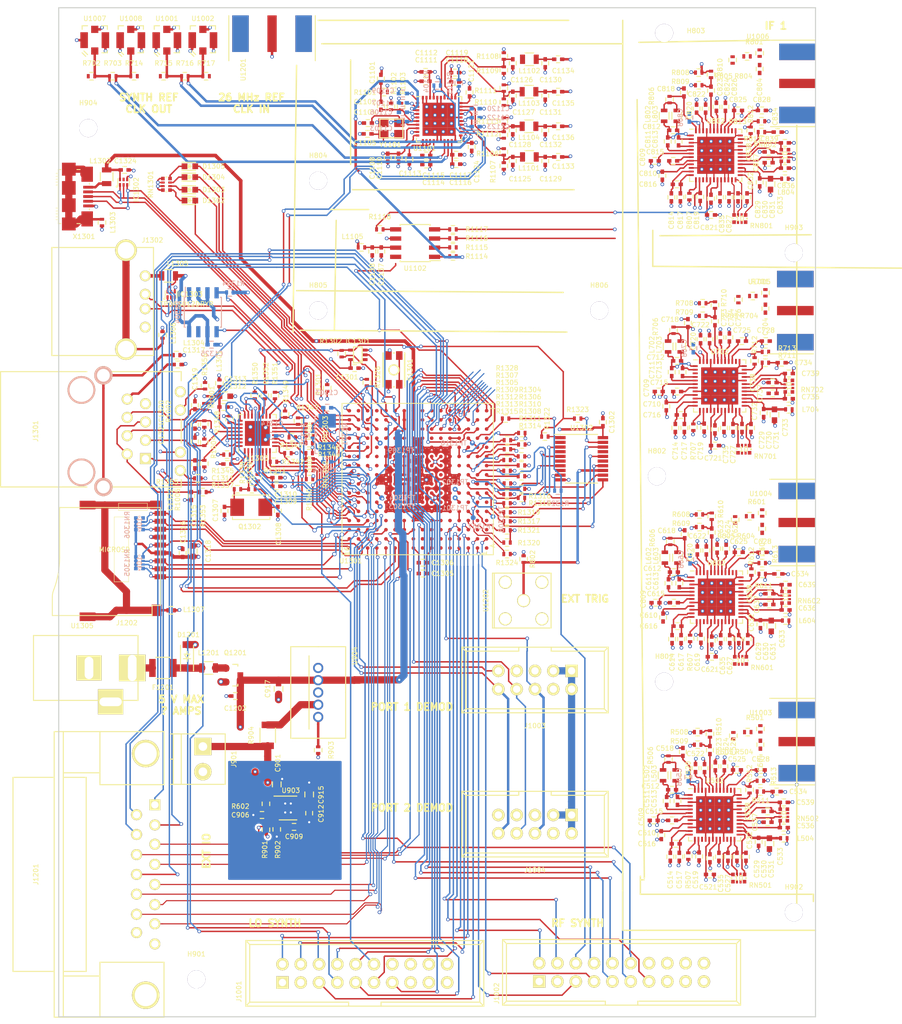
<source format=kicad_pcb>
(kicad_pcb (version 4) (host pcbnew 4.0.7)
  (layers (0 F.Cu signal) (1 In1.Cu signal) (2 In2.Cu signal) (31 B.Cu signal) (34 B.Paste user) (35 F.Paste user hide) (36 B.SilkS user) (37 F.SilkS user) (38 B.Mask user) (39 F.Mask user) (44 Edge.Cuts user))
  (net 0 "")
  (net 1 GND)
  (net 2 USB_DC)
  (net 3 /front_panel/DEMOD_1)
  (net 4 /AD_SYNCB)
  (net 5 /ADC_CLK_A)
  (net 6 /front_panel/DEMOD_2)
  (net 7 /ADC_CLK_B)
  (net 8 /front_panel/DEMOD_3)
  (net 9 /ADC_CLK_C)
  (net 10 "Net-(C804-Pad1)")
  (net 11 /front_panel/DEMOD_4)
  (net 12 "Net-(C808-Pad1)")
  (net 13 /demod_d/IFIN)
  (net 14 "Net-(C811-Pad1)")
  (net 15 "Net-(C811-Pad2)")
  (net 16 "Net-(C812-Pad2)")
  (net 17 "Net-(C813-Pad2)")
  (net 18 "Net-(C814-Pad2)")
  (net 19 "Net-(C815-Pad1)")
  (net 20 "Net-(C816-Pad2)")
  (net 21 "Net-(C820-Pad1)")
  (net 22 "Net-(C822-Pad1)")
  (net 23 "Net-(C823-Pad1)")
  (net 24 "Net-(C823-Pad2)")
  (net 25 "Net-(C824-Pad1)")
  (net 26 "Net-(C826-Pad1)")
  (net 27 "Net-(C827-Pad2)")
  (net 28 "Net-(C829-Pad2)")
  (net 29 "Net-(C830-Pad2)")
  (net 30 "Net-(C831-Pad2)")
  (net 31 "Net-(C832-Pad2)")
  (net 32 /demod_d/CLKP)
  (net 33 /ADC_CLK_D)
  (net 34 "Net-(C836-Pad2)")
  (net 35 "Net-(C837-Pad2)")
  (net 36 "Net-(C838-Pad2)")
  (net 37 "Net-(C839-Pad2)")
  (net 38 VDD_RTC)
  (net 39 "Net-(C906-Pad2)")
  (net 40 "Net-(C909-Pad2)")
  (net 41 "Net-(C912-Pad2)")
  (net 42 VPP)
  (net 43 +5V)
  (net 44 "Net-(C1101-Pad1)")
  (net 45 /EXT_PLL_REF)
  (net 46 "Net-(C1102-Pad1)")
  (net 47 "Net-(C1104-Pad1)")
  (net 48 "Net-(C1105-Pad1)")
  (net 49 "Net-(C1113-Pad1)")
  (net 50 /clock_synth/OUT1N)
  (net 51 /clock_synth/OUT0P)
  (net 52 /clock_synth/OUT0N)
  (net 53 /clock_synth/OUT1P)
  (net 54 "Net-(C1129-Pad1)")
  (net 55 "Net-(C1130-Pad1)")
  (net 56 "Net-(C1131-Pad1)")
  (net 57 "Net-(C1132-Pad1)")
  (net 58 /IF_REF_D)
  (net 59 /IF_REF_A)
  (net 60 /IF_REF_B)
  (net 61 /IF_REF_C)
  (net 62 "Net-(L802-Pad1)")
  (net 63 "Net-(C1304-Pad1)")
  (net 64 "Net-(C1303-Pad1)")
  (net 65 "Net-(C1308-Pad1)")
  (net 66 "Net-(C1307-Pad1)")
  (net 67 "Net-(R807-Pad1)")
  (net 68 "Net-(R811-Pad2)")
  (net 69 /demod_d/FREF)
  (net 70 /3V3_PLL_EN)
  (net 71 "Net-(R903-Pad1)")
  (net 72 "Net-(R904-Pad2)")
  (net 73 /SCL)
  (net 74 /SDA)
  (net 75 /AD_PC)
  (net 76 /AD_PD)
  (net 77 /AD_PE_A)
  (net 78 /AD_CLKOUT)
  (net 79 /AD_DOUTA_A)
  (net 80 /AD_DOUTB)
  (net 81 /AD_FS)
  (net 82 /AD_PE_B)
  (net 83 /AD_DOUTA_B)
  (net 84 /AD_PE_C)
  (net 85 /AD_DOUTA_C)
  (net 86 /AD_PE_D)
  (net 87 /AD_DOUTA_D)
  (net 88 "Net-(D1302-Pad1)")
  (net 89 "Net-(D1303-Pad1)")
  (net 90 "Net-(D1304-Pad1)")
  (net 91 "Net-(D1305-Pad1)")
  (net 92 /control/MII_RX_CLK)
  (net 93 /control/MII_RXD3)
  (net 94 /control/MII_RXD2)
  (net 95 /control/MII_RXD1)
  (net 96 "Net-(R1344-Pad1)")
  (net 97 "Net-(R1342-Pad1)")
  (net 98 "Net-(R1341-Pad1)")
  (net 99 "Net-(R1340-Pad1)")
  (net 100 /control/MII_RXD0)
  (net 101 /control/MII_RX_ER)
  (net 102 /control/MII_CRS)
  (net 103 /control/MII_COL)
  (net 104 "Net-(R1347-Pad1)")
  (net 105 "Net-(RN1303-Pad6)")
  (net 106 "Net-(R1343-Pad1)")
  (net 107 "Net-(R1346-Pad1)")
  (net 108 /control/RX_N)
  (net 109 /control/RX_P)
  (net 110 /control/TX_N)
  (net 111 /control/TX_P)
  (net 112 "Net-(C1311-Pad1)")
  (net 113 /control/MMC0_D2)
  (net 114 /control/MMC0_D3)
  (net 115 /control/MMC0_CMD)
  (net 116 /control/MMC0_CLK)
  (net 117 VDD_3V3B)
  (net 118 /control/MMC0_D0)
  (net 119 /control/MMC0_D1)
  (net 120 /control/MMC0_CD)
  (net 121 "Net-(S1301-Pad3)")
  (net 122 /clock_synth/ADC_CLK)
  (net 123 /PLL_REF_SEL)
  (net 124 "Net-(C1305-Pad1)")
  (net 125 "Net-(C1305-Pad2)")
  (net 126 /EXT_UART_MRX)
  (net 127 "Net-(U1301-PadC10)")
  (net 128 "Net-(U1301-PadC11)")
  (net 129 "Net-(R1324-Pad1)")
  (net 130 "Net-(U1301-PadD4)")
  (net 131 "Net-(U1301-PadD6)")
  (net 132 /control/MDC)
  (net 133 "Net-(R1321-Pad1)")
  (net 134 "Net-(R1320-Pad1)")
  (net 135 /control/MDIO)
  (net 136 VDD_3V3A)
  (net 137 +1V8)
  (net 138 VDD_3V3AUX)
  (net 139 /control/MII_RX_DV)
  (net 140 "Net-(R1317-Pad1)")
  (net 141 "Net-(R1318-Pad1)")
  (net 142 "Net-(R1319-Pad1)")
  (net 143 /control/MII_TX_EN)
  (net 144 /control/MII_TXD3)
  (net 145 /control/MII_TXD2)
  (net 146 "Net-(R1314-Pad1)")
  (net 147 "Net-(R1315-Pad1)")
  (net 148 "Net-(R1316-Pad1)")
  (net 149 /control/MII_TXD1)
  (net 150 /control/MII_TXD0)
  (net 151 /control/MII_TX_CLK)
  (net 152 "Net-(R1311-Pad1)")
  (net 153 /control/LCD_D7)
  (net 154 "Net-(R1313-Pad1)")
  (net 155 "Net-(R1308-Pad1)")
  (net 156 "Net-(R1309-Pad1)")
  (net 157 "Net-(R1310-Pad1)")
  (net 158 SYS_5V)
  (net 159 /control/USB_DEV_ID)
  (net 160 /control/USB_DEV_DP)
  (net 161 /control/USB_DEV_DM)
  (net 162 "Net-(R1305-Pad1)")
  (net 163 "Net-(R1306-Pad1)")
  (net 164 "Net-(R1307-Pad1)")
  (net 165 "Net-(U1301-PadL4)")
  (net 166 "Net-(R1326-Pad2)")
  (net 167 /control/USB_HOST_DP)
  (net 168 /control/USB_HOST_DM)
  (net 169 /control/EEPROM_WP)
  (net 170 "Net-(R1304-Pad1)")
  (net 171 /control/USB1_DRVVBUS)
  (net 172 "Net-(R1301-Pad1)")
  (net 173 "Net-(U1301-PadN4)")
  (net 174 "Net-(U1301-PadN10)")
  (net 175 /control/PMIC_PGOOD)
  (net 176 "Net-(C1303-Pad2)")
  (net 177 /control/USR0_LED)
  (net 178 /control/USR3_LED)
  (net 179 "Net-(R1302-Pad2)")
  (net 180 /control/USR2_LED)
  (net 181 /control/USB_HOST_OC)
  (net 182 /control/USR1_LED)
  (net 183 /control/PORT_SEL_GPIO)
  (net 184 "Net-(L1307-Pad1)")
  (net 185 "Net-(C1137-Pad1)")
  (net 186 "Net-(C1309-Pad1)")
  (net 187 "Net-(C1315-Pad1)")
  (net 188 "Net-(C1317-Pad1)")
  (net 189 VDD_5V)
  (net 190 "Net-(D1201-Pad1)")
  (net 191 "Net-(F1201-Pad2)")
  (net 192 /control/nRST)
  (net 193 "Net-(J1302-Pad1)")
  (net 194 "Net-(J1302-Pad5)")
  (net 195 "Net-(L1201-Pad2)")
  (net 196 "Net-(L1302-Pad2)")
  (net 197 "Net-(L1303-Pad1)")
  (net 198 "Net-(R1114-Pad1)")
  (net 199 "Net-(R1115-Pad1)")
  (net 200 "Net-(R1116-Pad1)")
  (net 201 "Net-(R1117-Pad1)")
  (net 202 "Net-(R1118-Pad2)")
  (net 203 "Net-(R1322-Pad2)")
  (net 204 "Net-(R1323-Pad2)")
  (net 205 /control/PORT_SEL_PRU)
  (net 206 "Net-(R1337-Pad2)")
  (net 207 "Net-(R1339-Pad1)")
  (net 208 "Net-(R1345-Pad1)")
  (net 209 "Net-(R1348-Pad1)")
  (net 210 "Net-(R1350-Pad2)")
  (net 211 "Net-(R1351-Pad2)")
  (net 212 "Net-(R1352-Pad2)")
  (net 213 /EXT_TRIG)
  (net 214 "Net-(J1301-Pad13)")
  (net 215 "Net-(J1301-PadGK)")
  (net 216 "Net-(J1301-PadYK)")
  (net 217 /EXT_SPI_MOSI)
  (net 218 /EXT_SPI_CS0)
  (net 219 /EXT_SPI_MISO)
  (net 220 /EXT_SPI_CLK)
  (net 221 /EXT_AIN0)
  (net 222 /EXT_AIN1)
  (net 223 "Net-(TP1308-Pad1)")
  (net 224 "Net-(TP1307-Pad1)")
  (net 225 "Net-(TP1301-Pad1)")
  (net 226 "Net-(TP1303-Pad1)")
  (net 227 "Net-(TP1302-Pad1)")
  (net 228 "Net-(TP1304-Pad1)")
  (net 229 "Net-(TP1309-Pad1)")
  (net 230 /EXT_IO_2)
  (net 231 /EXT_IO_1)
  (net 232 /EXT_IO_0)
  (net 233 /EXT_IO_3)
  (net 234 /EXT_SPI_CS1)
  (net 235 /control/ETH_LEDY)
  (net 236 /control/ETH_LEDG)
  (net 237 /3V3_DEMOD_EXT_EN)
  (net 238 /LO_SPI_CLK)
  (net 239 /LO_SPI_SDI)
  (net 240 /LO_SYNTH_CS)
  (net 241 /LO_SYNTH_CE)
  (net 242 /LO_SYNTH_LOCK)
  (net 243 /RF_FILT_SW_2)
  (net 244 /RF_SPI_CLK)
  (net 245 /RF_SPI_SDI)
  (net 246 /RF_SYNTH_CS)
  (net 247 /RF_PORT_SEL)
  (net 248 /RF_DAC_CS)
  (net 249 /RF_SYNTH_CE)
  (net 250 /RF_SYNTH_LOCK)
  (net 251 /RF_FILT_SW_1)
  (net 252 /RF_AMP_EN)
  (net 253 /RF_-5V_EN)
  (net 254 /MIX_X2)
  (net 255 /MIX_EN)
  (net 256 /SYNTH_REF_BP)
  (net 257 /SYNTH_REF_BN)
  (net 258 /SYNTH_REF_AP)
  (net 259 /SYNTH_REF_AN)
  (net 260 /RF_3V3_EN)
  (net 261 /LO_AMP_EN)
  (net 262 +3V3)
  (net 263 /LO_PORT_SEL)
  (net 264 /LO_DAC_CS)
  (net 265 /LO_3V3_EN)
  (net 266 /LO_-5V_EN)
  (net 267 "Net-(R602-Pad1)")
  (net 268 /ADC_CLK_EN)
  (net 269 /EXT_UART_MTX)
  (net 270 /LO_BUF_AMP_EN)
  (net 271 "Net-(C504-Pad1)")
  (net 272 "Net-(C508-Pad1)")
  (net 273 /demod_a/IFIN)
  (net 274 "Net-(C511-Pad1)")
  (net 275 "Net-(C511-Pad2)")
  (net 276 "Net-(C512-Pad2)")
  (net 277 "Net-(C513-Pad2)")
  (net 278 "Net-(C514-Pad2)")
  (net 279 "Net-(C515-Pad1)")
  (net 280 "Net-(C516-Pad2)")
  (net 281 "Net-(C520-Pad1)")
  (net 282 "Net-(C522-Pad1)")
  (net 283 "Net-(C523-Pad1)")
  (net 284 "Net-(C523-Pad2)")
  (net 285 "Net-(C524-Pad1)")
  (net 286 "Net-(C526-Pad1)")
  (net 287 "Net-(C527-Pad2)")
  (net 288 "Net-(C529-Pad2)")
  (net 289 "Net-(C530-Pad2)")
  (net 290 "Net-(C531-Pad2)")
  (net 291 "Net-(C532-Pad2)")
  (net 292 /demod_a/CLKP)
  (net 293 "Net-(C536-Pad2)")
  (net 294 "Net-(C537-Pad2)")
  (net 295 "Net-(C538-Pad2)")
  (net 296 "Net-(C539-Pad2)")
  (net 297 "Net-(C604-Pad1)")
  (net 298 "Net-(C608-Pad1)")
  (net 299 /demod_b/IFIN)
  (net 300 "Net-(C611-Pad1)")
  (net 301 "Net-(C611-Pad2)")
  (net 302 "Net-(C612-Pad2)")
  (net 303 "Net-(C613-Pad2)")
  (net 304 "Net-(C614-Pad2)")
  (net 305 "Net-(C615-Pad1)")
  (net 306 "Net-(C616-Pad2)")
  (net 307 "Net-(C620-Pad1)")
  (net 308 "Net-(C622-Pad1)")
  (net 309 "Net-(C623-Pad1)")
  (net 310 "Net-(C623-Pad2)")
  (net 311 "Net-(C624-Pad1)")
  (net 312 "Net-(C626-Pad1)")
  (net 313 "Net-(C627-Pad2)")
  (net 314 "Net-(C629-Pad2)")
  (net 315 "Net-(C630-Pad2)")
  (net 316 "Net-(C631-Pad2)")
  (net 317 "Net-(C632-Pad2)")
  (net 318 /demod_b/CLKP)
  (net 319 "Net-(C636-Pad2)")
  (net 320 "Net-(C637-Pad2)")
  (net 321 "Net-(C638-Pad2)")
  (net 322 "Net-(C639-Pad2)")
  (net 323 "Net-(C704-Pad1)")
  (net 324 "Net-(C708-Pad1)")
  (net 325 /demod_c/IFIN)
  (net 326 "Net-(C711-Pad1)")
  (net 327 "Net-(C711-Pad2)")
  (net 328 "Net-(C712-Pad2)")
  (net 329 "Net-(C713-Pad2)")
  (net 330 "Net-(C714-Pad2)")
  (net 331 "Net-(C715-Pad1)")
  (net 332 "Net-(C716-Pad2)")
  (net 333 "Net-(C720-Pad1)")
  (net 334 "Net-(C722-Pad1)")
  (net 335 "Net-(C723-Pad1)")
  (net 336 "Net-(C723-Pad2)")
  (net 337 "Net-(C724-Pad1)")
  (net 338 "Net-(C726-Pad1)")
  (net 339 "Net-(C727-Pad2)")
  (net 340 "Net-(C729-Pad2)")
  (net 341 "Net-(C730-Pad2)")
  (net 342 "Net-(C731-Pad2)")
  (net 343 "Net-(C732-Pad2)")
  (net 344 /demod_c/CLKP)
  (net 345 "Net-(C736-Pad2)")
  (net 346 "Net-(C737-Pad2)")
  (net 347 "Net-(C738-Pad2)")
  (net 348 "Net-(C739-Pad2)")
  (net 349 "Net-(L502-Pad1)")
  (net 350 "Net-(L602-Pad1)")
  (net 351 "Net-(L702-Pad1)")
  (net 352 "Net-(R507-Pad1)")
  (net 353 "Net-(R511-Pad2)")
  (net 354 /demod_a/FREF)
  (net 355 "Net-(R607-Pad1)")
  (net 356 "Net-(R611-Pad2)")
  (net 357 /demod_b/FREF)
  (net 358 "Net-(R707-Pad1)")
  (net 359 "Net-(R711-Pad2)")
  (net 360 /demod_c/FREF)
  (module pocketbeagle:RN0804 (layer F.Cu) (at 308.94784 -182.50108 90)
    (fp_text reference RN1301 (at -0.00108 -2.19784 90) (layer F.SilkS) (effects (font (size 0.65 0.65) (thickness 0.11))))
    (fp_text value RESISTOR.NETWORK-_4_ hide)
    (pad 1 smd rect (at -0.8001 0.49784 90) (size 0.49784 0.49784) (layers F.Cu F.Paste F.Mask) (net 88 "Net-(D1302-Pad1)"))
    (pad 2 smd rect (at -0.24892 0.49784 90) (size 0.29972 0.49784) (layers F.Cu F.Paste F.Mask) (net 89 "Net-(D1303-Pad1)"))
    (pad 3 smd rect (at 0.24892 0.49784 90) (size 0.29972 0.49784) (layers F.Cu F.Paste F.Mask) (net 90 "Net-(D1304-Pad1)"))
    (pad 4 smd rect (at 0.8001 0.49784 90) (size 0.49784 0.49784) (layers F.Cu F.Paste F.Mask) (net 91 "Net-(D1305-Pad1)"))
    (pad 5 smd rect (at 0.8001 -0.49784 90) (size 0.49784 0.49784) (layers F.Cu F.Paste F.Mask) (net 1 GND))
    (pad 6 smd rect (at 0.24892 -0.49784 90) (size 0.29972 0.49784) (layers F.Cu F.Paste F.Mask) (net 1 GND))
    (pad 7 smd rect (at -0.24892 -0.49784 90) (size 0.29972 0.49784) (layers F.Cu F.Paste F.Mask) (net 1 GND))
    (pad 8 smd rect (at -0.8001 -0.49784 90) (size 0.49784 0.49784) (layers F.Cu F.Paste F.Mask) (net 1 GND))
  )
  (module pocketbeagle:OSD335X-BGA-256 (layer F.Cu) (at 343.84246 -141.56754 90)
    (fp_text reference U1301 (at -11.31754 -9.34246 180) (layer F.SilkS) (effects (font (size 0.65 0.65) (thickness 0.11))))
    (fp_text value OSD3358-512M-BSM hide)
    (fp_text user A (at -9.2202 10.36066 90) (layer F.SilkS) (effects (font (size 0.65 0.65) (thickness 0.11))))
    (fp_text user T (at 9.8298 10.36066 90) (layer F.SilkS) (effects (font (size 0.65 0.65) (thickness 0.11))))
    (fp_text user 1 (at -10.2362 9.2202 90) (layer F.SilkS) (effects (font (size 0.65 0.65) (thickness 0.11))))
    (fp_text user 16 (at -9.9314 -9.8298 90) (layer F.SilkS) (effects (font (size 0.65 0.65) (thickness 0.11))))
    (pad A1 smd circle (at -9.525 9.525 90) (size 0.49784 0.49784) (layers F.Cu F.Paste F.Mask))
    (pad A2 smd circle (at -9.525 8.255 90) (size 0.49784 0.49784) (layers F.Cu F.Paste F.Mask) (net 246 /RF_SYNTH_CS))
    (pad A3 smd circle (at -9.525 6.985 90) (size 0.49784 0.49784) (layers F.Cu F.Paste F.Mask) (net 238 /LO_SPI_CLK))
    (pad A4 smd circle (at -9.525 5.715 90) (size 0.49784 0.49784) (layers F.Cu F.Paste F.Mask) (net 261 /LO_AMP_EN))
    (pad A5 smd circle (at -9.525 4.445 90) (size 0.49784 0.49784) (layers F.Cu F.Paste F.Mask))
    (pad A6 smd circle (at -9.525 3.175 90) (size 0.49784 0.49784) (layers F.Cu F.Paste F.Mask))
    (pad A7 smd circle (at -9.525 1.905 90) (size 0.49784 0.49784) (layers F.Cu F.Paste F.Mask) (net 124 "Net-(C1305-Pad1)"))
    (pad A8 smd circle (at -9.525 0.635 90) (size 0.49784 0.49784) (layers F.Cu F.Paste F.Mask))
    (pad A9 smd circle (at -9.525 -0.63246 90) (size 0.49784 0.49784) (layers F.Cu F.Paste F.Mask) (net 125 "Net-(C1305-Pad2)"))
    (pad A10 smd circle (at -9.525 -1.90246 90) (size 0.49784 0.49784) (layers F.Cu F.Paste F.Mask) (net 252 /RF_AMP_EN))
    (pad A11 smd circle (at -9.525 -3.17246 90) (size 0.49784 0.49784) (layers F.Cu F.Paste F.Mask) (net 74 /SDA))
    (pad A12 smd circle (at -9.525 -4.44246 90) (size 0.49784 0.49784) (layers F.Cu F.Paste F.Mask) (net 126 /EXT_UART_MRX))
    (pad A13 smd circle (at -9.525 -5.71246 90) (size 0.49784 0.49784) (layers F.Cu F.Paste F.Mask) (net 217 /EXT_SPI_MOSI))
    (pad A14 smd circle (at -9.525 -6.98246 90) (size 0.49784 0.49784) (layers F.Cu F.Paste F.Mask) (net 218 /EXT_SPI_CS0))
    (pad A15 smd circle (at -9.525 -8.25246 90) (size 0.49784 0.49784) (layers F.Cu F.Paste F.Mask) (net 119 /control/MMC0_D1))
    (pad A16 smd circle (at -9.525 -9.52246 90) (size 0.49784 0.49784) (layers F.Cu F.Paste F.Mask) (net 118 /control/MMC0_D0))
    (pad B1 smd circle (at -8.255 9.525 90) (size 0.49784 0.49784) (layers F.Cu F.Paste F.Mask) (net 248 /RF_DAC_CS))
    (pad B2 smd circle (at -8.255 8.255 90) (size 0.49784 0.49784) (layers F.Cu F.Paste F.Mask) (net 240 /LO_SYNTH_CS))
    (pad B3 smd circle (at -8.255 6.985 90) (size 0.49784 0.49784) (layers F.Cu F.Paste F.Mask) (net 239 /LO_SPI_SDI))
    (pad B4 smd circle (at -8.255 5.715 90) (size 0.49784 0.49784) (layers F.Cu F.Paste F.Mask) (net 253 /RF_-5V_EN))
    (pad B5 smd circle (at -8.255 4.445 90) (size 0.49784 0.49784) (layers F.Cu F.Paste F.Mask))
    (pad B6 smd circle (at -8.255 3.175 90) (size 0.49784 0.49784) (layers F.Cu F.Paste F.Mask))
    (pad B7 smd circle (at -8.255 1.905 90) (size 0.49784 0.49784) (layers F.Cu F.Paste F.Mask) (net 124 "Net-(C1305-Pad1)"))
    (pad B8 smd circle (at -8.255 0.635 90) (size 0.49784 0.49784) (layers F.Cu F.Paste F.Mask))
    (pad B9 smd circle (at -8.255 -0.63246 90) (size 0.49784 0.49784) (layers F.Cu F.Paste F.Mask) (net 125 "Net-(C1305-Pad2)"))
    (pad B10 smd circle (at -8.255 -1.90246 90) (size 0.49784 0.49784) (layers F.Cu F.Paste F.Mask) (net 70 /3V3_PLL_EN))
    (pad B11 smd circle (at -8.255 -3.17246 90) (size 0.49784 0.49784) (layers F.Cu F.Paste F.Mask) (net 73 /SCL))
    (pad B12 smd circle (at -8.255 -4.44246 90) (size 0.49784 0.49784) (layers F.Cu F.Paste F.Mask) (net 269 /EXT_UART_MTX))
    (pad B13 smd circle (at -8.255 -5.71246 90) (size 0.49784 0.49784) (layers F.Cu F.Paste F.Mask) (net 219 /EXT_SPI_MISO))
    (pad B14 smd circle (at -8.255 -6.98246 90) (size 0.49784 0.49784) (layers F.Cu F.Paste F.Mask) (net 220 /EXT_SPI_CLK))
    (pad B15 smd circle (at -8.255 -8.25246 90) (size 0.49784 0.49784) (layers F.Cu F.Paste F.Mask) (net 116 /control/MMC0_CLK))
    (pad B16 smd circle (at -8.255 -9.52246 90) (size 0.49784 0.49784) (layers F.Cu F.Paste F.Mask) (net 115 /control/MMC0_CMD))
    (pad C1 smd circle (at -6.985 9.525 90) (size 0.49784 0.49784) (layers F.Cu F.Paste F.Mask))
    (pad C2 smd circle (at -6.985 8.255 90) (size 0.49784 0.49784) (layers F.Cu F.Paste F.Mask))
    (pad C3 smd circle (at -6.985 6.985 90) (size 0.49784 0.49784) (layers F.Cu F.Paste F.Mask) (net 244 /RF_SPI_CLK))
    (pad C4 smd circle (at -6.985 5.715 90) (size 0.49784 0.49784) (layers F.Cu F.Paste F.Mask) (net 245 /RF_SPI_SDI))
    (pad C5 smd circle (at -6.985 4.445 90) (size 0.49784 0.49784) (layers F.Cu F.Paste F.Mask) (net 237 /3V3_DEMOD_EXT_EN))
    (pad C6 smd circle (at -6.985 3.175 90) (size 0.49784 0.49784) (layers F.Cu F.Paste F.Mask))
    (pad C7 smd circle (at -6.985 1.905 90) (size 0.49784 0.49784) (layers F.Cu F.Paste F.Mask))
    (pad C8 smd circle (at -6.985 0.635 90) (size 0.49784 0.49784) (layers F.Cu F.Paste F.Mask) (net 221 /EXT_AIN0))
    (pad C9 smd circle (at -6.985 -0.63246 90) (size 0.49784 0.49784) (layers F.Cu F.Paste F.Mask) (net 222 /EXT_AIN1))
    (pad C10 smd circle (at -6.985 -1.90246 90) (size 0.49784 0.49784) (layers F.Cu F.Paste F.Mask) (net 127 "Net-(U1301-PadC10)"))
    (pad C11 smd circle (at -6.985 -3.17246 90) (size 0.49784 0.49784) (layers F.Cu F.Paste F.Mask) (net 128 "Net-(U1301-PadC11)"))
    (pad C12 smd circle (at -6.985 -4.44246 90) (size 0.49784 0.49784) (layers F.Cu F.Paste F.Mask) (net 260 /RF_3V3_EN))
    (pad C13 smd circle (at -6.985 -5.71246 90) (size 0.49784 0.49784) (layers F.Cu F.Paste F.Mask) (net 254 /MIX_X2))
    (pad C14 smd circle (at -6.985 -6.98246 90) (size 0.49784 0.49784) (layers F.Cu F.Paste F.Mask) (net 120 /control/MMC0_CD))
    (pad C15 smd circle (at -6.985 -8.25246 90) (size 0.49784 0.49784) (layers F.Cu F.Paste F.Mask) (net 114 /control/MMC0_D3))
    (pad C16 smd circle (at -6.985 -9.52246 90) (size 0.49784 0.49784) (layers F.Cu F.Paste F.Mask) (net 113 /control/MMC0_D2))
    (pad D1 smd circle (at -5.715 9.525 90) (size 0.49784 0.49784) (layers F.Cu F.Paste F.Mask))
    (pad D2 smd circle (at -5.715 8.255 90) (size 0.49784 0.49784) (layers F.Cu F.Paste F.Mask))
    (pad D3 smd circle (at -5.715 6.985 90) (size 0.49784 0.49784) (layers F.Cu F.Paste F.Mask) (net 129 "Net-(R1324-Pad1)"))
    (pad D4 smd circle (at -5.715 5.715 90) (size 0.49784 0.49784) (layers F.Cu F.Paste F.Mask) (net 130 "Net-(U1301-PadD4)"))
    (pad D5 smd circle (at -5.715 4.445 90) (size 0.49784 0.49784) (layers F.Cu F.Paste F.Mask))
    (pad D6 smd circle (at -5.715 3.175 90) (size 0.49784 0.49784) (layers F.Cu F.Paste F.Mask) (net 131 "Net-(U1301-PadD6)"))
    (pad D7 smd circle (at -5.715 1.905 90) (size 0.49784 0.49784) (layers F.Cu F.Paste F.Mask) (net 131 "Net-(U1301-PadD6)"))
    (pad D8 smd circle (at -5.715 0.635 90) (size 0.49784 0.49784) (layers F.Cu F.Paste F.Mask) (net 1 GND))
    (pad D9 smd circle (at -5.715 -0.63246 90) (size 0.49784 0.49784) (layers F.Cu F.Paste F.Mask) (net 1 GND))
    (pad D10 smd circle (at -5.715 -1.90246 90) (size 0.49784 0.49784) (layers F.Cu F.Paste F.Mask) (net 127 "Net-(U1301-PadC10)"))
    (pad D11 smd circle (at -5.715 -3.17246 90) (size 0.49784 0.49784) (layers F.Cu F.Paste F.Mask) (net 128 "Net-(U1301-PadC11)"))
    (pad D12 smd circle (at -5.715 -4.44246 90) (size 0.49784 0.49784) (layers F.Cu F.Paste F.Mask))
    (pad D13 smd circle (at -5.715 -5.71246 90) (size 0.49784 0.49784) (layers F.Cu F.Paste F.Mask) (net 132 /control/MDC))
    (pad D14 smd circle (at -5.715 -6.98246 90) (size 0.49784 0.49784) (layers F.Cu F.Paste F.Mask) (net 93 /control/MII_RXD3))
    (pad D15 smd circle (at -5.715 -8.25246 90) (size 0.49784 0.49784) (layers F.Cu F.Paste F.Mask) (net 94 /control/MII_RXD2))
    (pad D16 smd circle (at -5.715 -9.52246 90) (size 0.49784 0.49784) (layers F.Cu F.Paste F.Mask) (net 95 /control/MII_RXD1))
    (pad E1 smd circle (at -4.445 9.525 90) (size 0.49784 0.49784) (layers F.Cu F.Paste F.Mask) (net 223 "Net-(TP1308-Pad1)"))
    (pad E2 smd circle (at -4.445 8.255 90) (size 0.49784 0.49784) (layers F.Cu F.Paste F.Mask) (net 133 "Net-(R1321-Pad1)"))
    (pad E3 smd circle (at -4.445 6.985 90) (size 0.49784 0.49784) (layers F.Cu F.Paste F.Mask) (net 134 "Net-(R1320-Pad1)"))
    (pad E4 smd circle (at -4.445 5.715 90) (size 0.49784 0.49784) (layers F.Cu F.Paste F.Mask) (net 130 "Net-(U1301-PadD4)"))
    (pad E5 smd circle (at -4.445 4.445 90) (size 0.49784 0.49784) (layers F.Cu F.Paste F.Mask) (net 1 GND))
    (pad E6 smd circle (at -4.445 3.175 90) (size 0.49784 0.49784) (layers F.Cu F.Paste F.Mask) (net 1 GND))
    (pad E7 smd circle (at -4.445 1.905 90) (size 0.49784 0.49784) (layers F.Cu F.Paste F.Mask) (net 1 GND))
    (pad E8 smd circle (at -4.445 0.635 90) (size 0.49784 0.49784) (layers F.Cu F.Paste F.Mask) (net 1 GND))
    (pad E9 smd circle (at -4.445 -0.63246 90) (size 0.49784 0.49784) (layers F.Cu F.Paste F.Mask) (net 1 GND))
    (pad E10 smd circle (at -4.445 -1.90246 90) (size 0.49784 0.49784) (layers F.Cu F.Paste F.Mask) (net 1 GND))
    (pad E11 smd circle (at -4.445 -3.17246 90) (size 0.49784 0.49784) (layers F.Cu F.Paste F.Mask) (net 1 GND))
    (pad E12 smd circle (at -4.445 -4.44246 90) (size 0.49784 0.49784) (layers F.Cu F.Paste F.Mask) (net 1 GND))
    (pad E13 smd circle (at -4.445 -5.71246 90) (size 0.49784 0.49784) (layers F.Cu F.Paste F.Mask) (net 135 /control/MDIO))
    (pad E14 smd circle (at -4.445 -6.98246 90) (size 0.49784 0.49784) (layers F.Cu F.Paste F.Mask) (net 100 /control/MII_RXD0))
    (pad E15 smd circle (at -4.445 -8.25246 90) (size 0.49784 0.49784) (layers F.Cu F.Paste F.Mask) (net 101 /control/MII_RX_ER))
    (pad E16 smd circle (at -4.445 -9.52246 90) (size 0.49784 0.49784) (layers F.Cu F.Paste F.Mask) (net 92 /control/MII_RX_CLK))
    (pad F1 smd circle (at -3.175 9.525 90) (size 0.49784 0.49784) (layers F.Cu F.Paste F.Mask))
    (pad F2 smd circle (at -3.175 8.255 90) (size 0.49784 0.49784) (layers F.Cu F.Paste F.Mask) (net 224 "Net-(TP1307-Pad1)"))
    (pad F3 smd circle (at -3.175 6.985 90) (size 0.49784 0.49784) (layers F.Cu F.Paste F.Mask))
    (pad F4 smd circle (at -3.175 5.715 90) (size 0.49784 0.49784) (layers F.Cu F.Paste F.Mask) (net 225 "Net-(TP1301-Pad1)"))
    (pad F5 smd circle (at -3.175 4.445 90) (size 0.49784 0.49784) (layers F.Cu F.Paste F.Mask) (net 1 GND))
    (pad F6 smd circle (at -3.175 3.175 90) (size 0.49784 0.49784) (layers F.Cu F.Paste F.Mask) (net 117 VDD_3V3B))
    (pad F7 smd circle (at -3.175 1.905 90) (size 0.49784 0.49784) (layers F.Cu F.Paste F.Mask) (net 117 VDD_3V3B))
    (pad F8 smd circle (at -3.175 0.635 90) (size 0.49784 0.49784) (layers F.Cu F.Paste F.Mask) (net 136 VDD_3V3A))
    (pad F9 smd circle (at -3.175 -0.63246 90) (size 0.49784 0.49784) (layers F.Cu F.Paste F.Mask) (net 136 VDD_3V3A))
    (pad F10 smd circle (at -3.175 -1.90246 90) (size 0.49784 0.49784) (layers F.Cu F.Paste F.Mask) (net 137 +1V8))
    (pad F11 smd circle (at -3.175 -3.17246 90) (size 0.49784 0.49784) (layers F.Cu F.Paste F.Mask) (net 138 VDD_3V3AUX))
    (pad F12 smd circle (at -3.175 -4.44246 90) (size 0.49784 0.49784) (layers F.Cu F.Paste F.Mask) (net 1 GND))
    (pad F13 smd circle (at -3.175 -5.71246 90) (size 0.49784 0.49784) (layers F.Cu F.Paste F.Mask) (net 226 "Net-(TP1303-Pad1)"))
    (pad F14 smd circle (at -3.175 -6.98246 90) (size 0.49784 0.49784) (layers F.Cu F.Paste F.Mask) (net 102 /control/MII_CRS))
    (pad F15 smd circle (at -3.175 -8.25246 90) (size 0.49784 0.49784) (layers F.Cu F.Paste F.Mask) (net 103 /control/MII_COL))
    (pad F16 smd circle (at -3.175 -9.52246 90) (size 0.49784 0.49784) (layers F.Cu F.Paste F.Mask) (net 139 /control/MII_RX_DV))
    (pad G1 smd circle (at -1.905 9.525 90) (size 0.49784 0.49784) (layers F.Cu F.Paste F.Mask) (net 140 "Net-(R1317-Pad1)"))
    (pad G2 smd circle (at -1.905 8.255 90) (size 0.49784 0.49784) (layers F.Cu F.Paste F.Mask) (net 141 "Net-(R1318-Pad1)"))
    (pad G3 smd circle (at -1.905 6.985 90) (size 0.49784 0.49784) (layers F.Cu F.Paste F.Mask) (net 142 "Net-(R1319-Pad1)"))
    (pad G4 smd circle (at -1.905 5.715 90) (size 0.49784 0.49784) (layers F.Cu F.Paste F.Mask) (net 227 "Net-(TP1302-Pad1)"))
    (pad G5 smd circle (at -1.905 4.445 90) (size 0.49784 0.49784) (layers F.Cu F.Paste F.Mask) (net 1 GND))
    (pad G6 smd circle (at -1.905 3.175 90) (size 0.49784 0.49784) (layers F.Cu F.Paste F.Mask) (net 117 VDD_3V3B))
    (pad G7 smd circle (at -1.905 1.905 90) (size 0.49784 0.49784) (layers F.Cu F.Paste F.Mask) (net 117 VDD_3V3B))
    (pad G8 smd circle (at -1.905 0.635 90) (size 0.49784 0.49784) (layers F.Cu F.Paste F.Mask) (net 136 VDD_3V3A))
    (pad G9 smd circle (at -1.905 -0.63246 90) (size 0.49784 0.49784) (layers F.Cu F.Paste F.Mask) (net 136 VDD_3V3A))
    (pad G10 smd circle (at -1.905 -1.90246 90) (size 0.49784 0.49784) (layers F.Cu F.Paste F.Mask) (net 137 +1V8))
    (pad G11 smd circle (at -1.905 -3.17246 90) (size 0.49784 0.49784) (layers F.Cu F.Paste F.Mask) (net 138 VDD_3V3AUX))
    (pad G12 smd circle (at -1.905 -4.44246 90) (size 0.49784 0.49784) (layers F.Cu F.Paste F.Mask) (net 1 GND))
    (pad G13 smd circle (at -1.905 -5.71246 90) (size 0.49784 0.49784) (layers F.Cu F.Paste F.Mask) (net 228 "Net-(TP1304-Pad1)"))
    (pad G14 smd circle (at -1.905 -6.98246 90) (size 0.49784 0.49784) (layers F.Cu F.Paste F.Mask) (net 143 /control/MII_TX_EN))
    (pad G15 smd circle (at -1.905 -8.25246 90) (size 0.49784 0.49784) (layers F.Cu F.Paste F.Mask) (net 144 /control/MII_TXD3))
    (pad G16 smd circle (at -1.905 -9.52246 90) (size 0.49784 0.49784) (layers F.Cu F.Paste F.Mask) (net 145 /control/MII_TXD2))
    (pad H1 smd circle (at -0.635 9.525 90) (size 0.49784 0.49784) (layers F.Cu F.Paste F.Mask) (net 146 "Net-(R1314-Pad1)"))
    (pad H2 smd circle (at -0.635 8.255 90) (size 0.49784 0.49784) (layers F.Cu F.Paste F.Mask) (net 147 "Net-(R1315-Pad1)"))
    (pad H3 smd circle (at -0.635 6.985 90) (size 0.49784 0.49784) (layers F.Cu F.Paste F.Mask) (net 148 "Net-(R1316-Pad1)"))
    (pad H4 smd circle (at -0.635 5.715 90) (size 0.49784 0.49784) (layers F.Cu F.Paste F.Mask) (net 1 GND))
    (pad H5 smd circle (at -0.635 4.445 90) (size 0.49784 0.49784) (layers F.Cu F.Paste F.Mask) (net 1 GND))
    (pad H6 smd circle (at -0.635 3.175 90) (size 0.49784 0.49784) (layers F.Cu F.Paste F.Mask))
    (pad H7 smd circle (at -0.635 1.905 90) (size 0.49784 0.49784) (layers F.Cu F.Paste F.Mask) (net 136 VDD_3V3A))
    (pad H8 smd circle (at -0.635 0.635 90) (size 0.49784 0.49784) (layers F.Cu F.Paste F.Mask) (net 136 VDD_3V3A))
    (pad H9 smd circle (at -0.635 -0.63246 90) (size 0.49784 0.49784) (layers F.Cu F.Paste F.Mask) (net 136 VDD_3V3A))
    (pad H10 smd circle (at -0.635 -1.90246 90) (size 0.49784 0.49784) (layers F.Cu F.Paste F.Mask) (net 137 +1V8))
    (pad H11 smd circle (at -0.635 -3.17246 90) (size 0.49784 0.49784) (layers F.Cu F.Paste F.Mask) (net 137 +1V8))
    (pad H12 smd circle (at -0.635 -4.44246 90) (size 0.49784 0.49784) (layers F.Cu F.Paste F.Mask) (net 1 GND))
    (pad H13 smd circle (at -0.635 -5.71246 90) (size 0.49784 0.49784) (layers F.Cu F.Paste F.Mask) (net 1 GND))
    (pad H14 smd circle (at -0.635 -6.98246 90) (size 0.49784 0.49784) (layers F.Cu F.Paste F.Mask) (net 149 /control/MII_TXD1))
    (pad H15 smd circle (at -0.635 -8.25246 90) (size 0.49784 0.49784) (layers F.Cu F.Paste F.Mask) (net 150 /control/MII_TXD0))
    (pad H16 smd circle (at -0.635 -9.52246 90) (size 0.49784 0.49784) (layers F.Cu F.Paste F.Mask) (net 151 /control/MII_TX_CLK))
    (pad J1 smd circle (at 0.63246 9.525 90) (size 0.49784 0.49784) (layers F.Cu F.Paste F.Mask) (net 152 "Net-(R1311-Pad1)"))
    (pad J2 smd circle (at 0.63246 8.255 90) (size 0.49784 0.49784) (layers F.Cu F.Paste F.Mask) (net 153 /control/LCD_D7))
    (pad J3 smd circle (at 0.63246 6.985 90) (size 0.49784 0.49784) (layers F.Cu F.Paste F.Mask) (net 154 "Net-(R1313-Pad1)"))
    (pad J4 smd circle (at 0.63246 5.715 90) (size 0.49784 0.49784) (layers F.Cu F.Paste F.Mask) (net 1 GND))
    (pad J5 smd circle (at 0.63246 4.445 90) (size 0.49784 0.49784) (layers F.Cu F.Paste F.Mask) (net 1 GND))
    (pad J6 smd circle (at 0.63246 3.175 90) (size 0.49784 0.49784) (layers F.Cu F.Paste F.Mask))
    (pad J7 smd circle (at 0.63246 1.905 90) (size 0.49784 0.49784) (layers F.Cu F.Paste F.Mask) (net 136 VDD_3V3A))
    (pad J8 smd circle (at 0.63246 0.635 90) (size 0.49784 0.49784) (layers F.Cu F.Paste F.Mask) (net 136 VDD_3V3A))
    (pad J9 smd circle (at 0.63246 -0.63246 90) (size 0.49784 0.49784) (layers F.Cu F.Paste F.Mask) (net 136 VDD_3V3A))
    (pad J10 smd circle (at 0.63246 -1.90246 90) (size 0.49784 0.49784) (layers F.Cu F.Paste F.Mask) (net 137 +1V8))
    (pad J11 smd circle (at 0.63246 -3.17246 90) (size 0.49784 0.49784) (layers F.Cu F.Paste F.Mask) (net 137 +1V8))
    (pad J12 smd circle (at 0.63246 -4.44246 90) (size 0.49784 0.49784) (layers F.Cu F.Paste F.Mask) (net 1 GND))
    (pad J13 smd circle (at 0.63246 -5.71246 90) (size 0.49784 0.49784) (layers F.Cu F.Paste F.Mask) (net 1 GND))
    (pad J14 smd circle (at 0.63246 -6.98246 90) (size 0.49784 0.49784) (layers F.Cu F.Paste F.Mask))
    (pad J15 smd circle (at 0.63246 -8.25246 90) (size 0.49784 0.49784) (layers F.Cu F.Paste F.Mask))
    (pad J16 smd circle (at 0.63246 -9.52246 90) (size 0.49784 0.49784) (layers F.Cu F.Paste F.Mask) (net 2 USB_DC))
    (pad K1 smd circle (at 1.90246 9.525 90) (size 0.49784 0.49784) (layers F.Cu F.Paste F.Mask) (net 155 "Net-(R1308-Pad1)"))
    (pad K2 smd circle (at 1.90246 8.255 90) (size 0.49784 0.49784) (layers F.Cu F.Paste F.Mask) (net 156 "Net-(R1309-Pad1)"))
    (pad K3 smd circle (at 1.90246 6.985 90) (size 0.49784 0.49784) (layers F.Cu F.Paste F.Mask) (net 157 "Net-(R1310-Pad1)"))
    (pad K4 smd circle (at 1.90246 5.715 90) (size 0.49784 0.49784) (layers F.Cu F.Paste F.Mask))
    (pad K5 smd circle (at 1.90246 4.445 90) (size 0.49784 0.49784) (layers F.Cu F.Paste F.Mask) (net 1 GND))
    (pad K6 smd circle (at 1.90246 3.175 90) (size 0.49784 0.49784) (layers F.Cu F.Paste F.Mask) (net 158 SYS_5V))
    (pad K7 smd circle (at 1.90246 1.905 90) (size 0.49784 0.49784) (layers F.Cu F.Paste F.Mask) (net 158 SYS_5V))
    (pad K8 smd circle (at 1.90246 0.635 90) (size 0.49784 0.49784) (layers F.Cu F.Paste F.Mask) (net 136 VDD_3V3A))
    (pad K9 smd circle (at 1.90246 -0.63246 90) (size 0.49784 0.49784) (layers F.Cu F.Paste F.Mask) (net 136 VDD_3V3A))
    (pad K10 smd circle (at 1.90246 -1.90246 90) (size 0.49784 0.49784) (layers F.Cu F.Paste F.Mask) (net 137 +1V8))
    (pad K11 smd circle (at 1.90246 -3.17246 90) (size 0.49784 0.49784) (layers F.Cu F.Paste F.Mask) (net 38 VDD_RTC))
    (pad K12 smd circle (at 1.90246 -4.44246 90) (size 0.49784 0.49784) (layers F.Cu F.Paste F.Mask) (net 1 GND))
    (pad K13 smd circle (at 1.90246 -5.71246 90) (size 0.49784 0.49784) (layers F.Cu F.Paste F.Mask))
    (pad K14 smd circle (at 1.90246 -6.98246 90) (size 0.49784 0.49784) (layers F.Cu F.Paste F.Mask) (net 159 /control/USB_DEV_ID))
    (pad K15 smd circle (at 1.90246 -8.25246 90) (size 0.49784 0.49784) (layers F.Cu F.Paste F.Mask) (net 160 /control/USB_DEV_DP))
    (pad K16 smd circle (at 1.90246 -9.52246 90) (size 0.49784 0.49784) (layers F.Cu F.Paste F.Mask) (net 161 /control/USB_DEV_DM))
    (pad L1 smd circle (at 3.17246 9.525 90) (size 0.49784 0.49784) (layers F.Cu F.Paste F.Mask) (net 162 "Net-(R1305-Pad1)"))
    (pad L2 smd circle (at 3.17246 8.255 90) (size 0.49784 0.49784) (layers F.Cu F.Paste F.Mask) (net 163 "Net-(R1306-Pad1)"))
    (pad L3 smd circle (at 3.17246 6.985 90) (size 0.49784 0.49784) (layers F.Cu F.Paste F.Mask) (net 164 "Net-(R1307-Pad1)"))
    (pad L4 smd circle (at 3.17246 5.715 90) (size 0.49784 0.49784) (layers F.Cu F.Paste F.Mask) (net 165 "Net-(U1301-PadL4)"))
    (pad L5 smd circle (at 3.17246 4.445 90) (size 0.49784 0.49784) (layers F.Cu F.Paste F.Mask) (net 1 GND))
    (pad L6 smd circle (at 3.17246 3.175 90) (size 0.49784 0.49784) (layers F.Cu F.Paste F.Mask) (net 158 SYS_5V))
    (pad L7 smd circle (at 3.17246 1.905 90) (size 0.49784 0.49784) (layers F.Cu F.Paste F.Mask) (net 158 SYS_5V))
    (pad L8 smd circle (at 3.17246 0.635 90) (size 0.49784 0.49784) (layers F.Cu F.Paste F.Mask) (net 136 VDD_3V3A))
    (pad L9 smd circle (at 3.17246 -0.63246 90) (size 0.49784 0.49784) (layers F.Cu F.Paste F.Mask) (net 136 VDD_3V3A))
    (pad L10 smd circle (at 3.17246 -1.90246 90) (size 0.49784 0.49784) (layers F.Cu F.Paste F.Mask) (net 137 +1V8))
    (pad L11 smd circle (at 3.17246 -3.17246 90) (size 0.49784 0.49784) (layers F.Cu F.Paste F.Mask) (net 38 VDD_RTC))
    (pad L12 smd circle (at 3.17246 -4.44246 90) (size 0.49784 0.49784) (layers F.Cu F.Paste F.Mask) (net 1 GND))
    (pad L13 smd circle (at 3.17246 -5.71246 90) (size 0.49784 0.49784) (layers F.Cu F.Paste F.Mask))
    (pad L14 smd circle (at 3.17246 -6.98246 90) (size 0.49784 0.49784) (layers F.Cu F.Paste F.Mask) (net 166 "Net-(R1326-Pad2)"))
    (pad L15 smd circle (at 3.17246 -8.25246 90) (size 0.49784 0.49784) (layers F.Cu F.Paste F.Mask) (net 167 /control/USB_HOST_DP))
    (pad L16 smd circle (at 3.17246 -9.52246 90) (size 0.49784 0.49784) (layers F.Cu F.Paste F.Mask) (net 168 /control/USB_HOST_DM))
    (pad M1 smd circle (at 4.44246 9.525 90) (size 0.49784 0.49784) (layers F.Cu F.Paste F.Mask))
    (pad M2 smd circle (at 4.44246 8.255 90) (size 0.49784 0.49784) (layers F.Cu F.Paste F.Mask) (net 169 /control/EEPROM_WP))
    (pad M3 smd circle (at 4.44246 6.985 90) (size 0.49784 0.49784) (layers F.Cu F.Paste F.Mask) (net 170 "Net-(R1304-Pad1)"))
    (pad M4 smd circle (at 4.44246 5.715 90) (size 0.49784 0.49784) (layers F.Cu F.Paste F.Mask) (net 165 "Net-(U1301-PadL4)"))
    (pad M5 smd circle (at 4.44246 4.445 90) (size 0.49784 0.49784) (layers F.Cu F.Paste F.Mask) (net 1 GND))
    (pad M6 smd circle (at 4.44246 3.175 90) (size 0.49784 0.49784) (layers F.Cu F.Paste F.Mask) (net 1 GND))
    (pad M7 smd circle (at 4.44246 1.905 90) (size 0.49784 0.49784) (layers F.Cu F.Paste F.Mask) (net 1 GND))
    (pad M8 smd circle (at 4.44246 0.635 90) (size 0.49784 0.49784) (layers F.Cu F.Paste F.Mask) (net 1 GND))
    (pad M9 smd circle (at 4.44246 -0.63246 90) (size 0.49784 0.49784) (layers F.Cu F.Paste F.Mask) (net 1 GND))
    (pad M10 smd circle (at 4.44246 -1.90246 90) (size 0.49784 0.49784) (layers F.Cu F.Paste F.Mask) (net 1 GND))
    (pad M11 smd circle (at 4.44246 -3.17246 90) (size 0.49784 0.49784) (layers F.Cu F.Paste F.Mask) (net 1 GND))
    (pad M12 smd circle (at 4.44246 -4.44246 90) (size 0.49784 0.49784) (layers F.Cu F.Paste F.Mask) (net 1 GND))
    (pad M13 smd circle (at 4.44246 -5.71246 90) (size 0.49784 0.49784) (layers F.Cu F.Paste F.Mask))
    (pad M14 smd circle (at 4.44246 -6.98246 90) (size 0.49784 0.49784) (layers F.Cu F.Paste F.Mask) (net 171 /control/USB1_DRVVBUS))
    (pad M15 smd circle (at 4.44246 -8.25246 90) (size 0.49784 0.49784) (layers F.Cu F.Paste F.Mask))
    (pad M16 smd circle (at 4.44246 -9.52246 90) (size 0.49784 0.49784) (layers F.Cu F.Paste F.Mask) (net 172 "Net-(R1301-Pad1)"))
    (pad N1 smd circle (at 5.71246 9.525 90) (size 0.49784 0.49784) (layers F.Cu F.Paste F.Mask))
    (pad N2 smd circle (at 5.71246 8.255 90) (size 0.49784 0.49784) (layers F.Cu F.Paste F.Mask) (net 183 /control/PORT_SEL_GPIO))
    (pad N3 smd circle (at 5.71246 6.985 90) (size 0.49784 0.49784) (layers F.Cu F.Paste F.Mask) (net 169 /control/EEPROM_WP))
    (pad N4 smd circle (at 5.71246 5.715 90) (size 0.49784 0.49784) (layers F.Cu F.Paste F.Mask) (net 173 "Net-(U1301-PadN4)"))
    (pad N5 smd circle (at 5.71246 4.445 90) (size 0.49784 0.49784) (layers F.Cu F.Paste F.Mask) (net 173 "Net-(U1301-PadN4)"))
    (pad N6 smd circle (at 5.71246 3.175 90) (size 0.49784 0.49784) (layers F.Cu F.Paste F.Mask))
    (pad N7 smd circle (at 5.71246 1.905 90) (size 0.49784 0.49784) (layers F.Cu F.Paste F.Mask))
    (pad N8 smd circle (at 5.71246 0.635 90) (size 0.49784 0.49784) (layers F.Cu F.Paste F.Mask) (net 1 GND))
    (pad N9 smd circle (at 5.71246 -0.63246 90) (size 0.49784 0.49784) (layers F.Cu F.Paste F.Mask) (net 1 GND))
    (pad N10 smd circle (at 5.71246 -1.90246 90) (size 0.49784 0.49784) (layers F.Cu F.Paste F.Mask) (net 174 "Net-(U1301-PadN10)"))
    (pad N11 smd circle (at 5.71246 -3.17246 90) (size 0.49784 0.49784) (layers F.Cu F.Paste F.Mask) (net 174 "Net-(U1301-PadN10)"))
    (pad N12 smd circle (at 5.71246 -4.44246 90) (size 0.49784 0.49784) (layers F.Cu F.Paste F.Mask) (net 175 /control/PMIC_PGOOD))
    (pad N13 smd circle (at 5.71246 -5.71246 90) (size 0.49784 0.49784) (layers F.Cu F.Paste F.Mask) (net 229 "Net-(TP1309-Pad1)"))
    (pad N14 smd circle (at 5.71246 -6.98246 90) (size 0.49784 0.49784) (layers F.Cu F.Paste F.Mask) (net 265 /LO_3V3_EN))
    (pad N15 smd circle (at 5.71246 -8.25246 90) (size 0.49784 0.49784) (layers F.Cu F.Paste F.Mask) (net 176 "Net-(C1303-Pad2)"))
    (pad N16 smd circle (at 5.71246 -9.52246 90) (size 0.49784 0.49784) (layers F.Cu F.Paste F.Mask) (net 63 "Net-(C1304-Pad1)"))
    (pad P1 smd circle (at 6.98246 9.525 90) (size 0.49784 0.49784) (layers F.Cu F.Paste F.Mask) (net 230 /EXT_IO_2))
    (pad P2 smd circle (at 6.98246 8.255 90) (size 0.49784 0.49784) (layers F.Cu F.Paste F.Mask) (net 231 /EXT_IO_1))
    (pad P3 smd circle (at 6.98246 6.985 90) (size 0.49784 0.49784) (layers F.Cu F.Paste F.Mask) (net 232 /EXT_IO_0))
    (pad P4 smd circle (at 6.98246 5.715 90) (size 0.49784 0.49784) (layers F.Cu F.Paste F.Mask) (net 242 /LO_SYNTH_LOCK))
    (pad P5 smd circle (at 6.98246 4.445 90) (size 0.49784 0.49784) (layers F.Cu F.Paste F.Mask) (net 86 /AD_PE_D))
    (pad P6 smd circle (at 6.98246 3.175 90) (size 0.49784 0.49784) (layers F.Cu F.Paste F.Mask) (net 77 /AD_PE_A))
    (pad P7 smd circle (at 6.98246 1.905 90) (size 0.49784 0.49784) (layers F.Cu F.Paste F.Mask) (net 80 /AD_DOUTB))
    (pad P8 smd circle (at 6.98246 0.635 90) (size 0.49784 0.49784) (layers F.Cu F.Paste F.Mask))
    (pad P9 smd circle (at 6.98246 -0.63246 90) (size 0.49784 0.49784) (layers F.Cu F.Paste F.Mask) (net 2 USB_DC))
    (pad P10 smd circle (at 6.98246 -1.90246 90) (size 0.49784 0.49784) (layers F.Cu F.Paste F.Mask) (net 43 +5V))
    (pad P11 smd circle (at 6.98246 -3.17246 90) (size 0.49784 0.49784) (layers F.Cu F.Paste F.Mask) (net 175 /control/PMIC_PGOOD))
    (pad P12 smd circle (at 6.98246 -4.44246 90) (size 0.49784 0.49784) (layers F.Cu F.Paste F.Mask))
    (pad P13 smd circle (at 6.98246 -5.71246 90) (size 0.49784 0.49784) (layers F.Cu F.Paste F.Mask) (net 177 /control/USR0_LED))
    (pad P14 smd circle (at 6.98246 -6.98246 90) (size 0.49784 0.49784) (layers F.Cu F.Paste F.Mask) (net 178 /control/USR3_LED))
    (pad P15 smd circle (at 6.98246 -8.25246 90) (size 0.49784 0.49784) (layers F.Cu F.Paste F.Mask) (net 263 /LO_PORT_SEL))
    (pad P16 smd circle (at 6.98246 -9.52246 90) (size 0.49784 0.49784) (layers F.Cu F.Paste F.Mask) (net 64 "Net-(C1303-Pad1)"))
    (pad R1 smd circle (at 8.25246 9.525 90) (size 0.49784 0.49784) (layers F.Cu F.Paste F.Mask) (net 251 /RF_FILT_SW_1))
    (pad R2 smd circle (at 8.25246 8.255 90) (size 0.49784 0.49784) (layers F.Cu F.Paste F.Mask) (net 123 /PLL_REF_SEL))
    (pad R3 smd circle (at 8.25246 6.985 90) (size 0.49784 0.49784) (layers F.Cu F.Paste F.Mask) (net 266 /LO_-5V_EN))
    (pad R4 smd circle (at 8.25246 5.715 90) (size 0.49784 0.49784) (layers F.Cu F.Paste F.Mask) (net 241 /LO_SYNTH_CE))
    (pad R5 smd circle (at 8.25246 4.445 90) (size 0.49784 0.49784) (layers F.Cu F.Paste F.Mask) (net 84 /AD_PE_C))
    (pad R6 smd circle (at 8.25246 3.175 90) (size 0.49784 0.49784) (layers F.Cu F.Paste F.Mask) (net 75 /AD_PC))
    (pad R7 smd circle (at 8.25246 1.905 90) (size 0.49784 0.49784) (layers F.Cu F.Paste F.Mask) (net 233 /EXT_IO_3))
    (pad R8 smd circle (at 8.25246 0.635 90) (size 0.49784 0.49784) (layers F.Cu F.Paste F.Mask))
    (pad R9 smd circle (at 8.25246 -0.63246 90) (size 0.49784 0.49784) (layers F.Cu F.Paste F.Mask) (net 2 USB_DC))
    (pad R10 smd circle (at 8.25246 -1.90246 90) (size 0.49784 0.49784) (layers F.Cu F.Paste F.Mask) (net 43 +5V))
    (pad R11 smd circle (at 8.25246 -3.17246 90) (size 0.49784 0.49784) (layers F.Cu F.Paste F.Mask) (net 179 "Net-(R1302-Pad2)"))
    (pad R12 smd circle (at 8.25246 -4.44246 90) (size 0.49784 0.49784) (layers F.Cu F.Paste F.Mask) (net 255 /MIX_EN))
    (pad R13 smd circle (at 8.25246 -5.71246 90) (size 0.49784 0.49784) (layers F.Cu F.Paste F.Mask))
    (pad R14 smd circle (at 8.25246 -6.98246 90) (size 0.49784 0.49784) (layers F.Cu F.Paste F.Mask) (net 180 /control/USR2_LED))
    (pad R15 smd circle (at 8.25246 -8.25246 90) (size 0.49784 0.49784) (layers F.Cu F.Paste F.Mask) (net 181 /control/USB_HOST_OC))
    (pad R16 smd circle (at 8.25246 -9.52246 90) (size 0.49784 0.49784) (layers F.Cu F.Paste F.Mask) (net 264 /LO_DAC_CS))
    (pad T1 smd circle (at 9.52246 9.525 90) (size 0.49784 0.49784) (layers F.Cu F.Paste F.Mask) (net 250 /RF_SYNTH_LOCK))
    (pad T2 smd circle (at 9.52246 8.255 90) (size 0.49784 0.49784) (layers F.Cu F.Paste F.Mask) (net 249 /RF_SYNTH_CE))
    (pad T3 smd circle (at 9.52246 6.985 90) (size 0.49784 0.49784) (layers F.Cu F.Paste F.Mask) (net 243 /RF_FILT_SW_2))
    (pad T4 smd circle (at 9.52246 5.715 90) (size 0.49784 0.49784) (layers F.Cu F.Paste F.Mask) (net 4 /AD_SYNCB))
    (pad T5 smd circle (at 9.52246 4.445 90) (size 0.49784 0.49784) (layers F.Cu F.Paste F.Mask) (net 82 /AD_PE_B))
    (pad T6 smd circle (at 9.52246 3.175 90) (size 0.49784 0.49784) (layers F.Cu F.Paste F.Mask) (net 76 /AD_PD))
    (pad T7 smd circle (at 9.52246 1.905 90) (size 0.49784 0.49784) (layers F.Cu F.Paste F.Mask) (net 234 /EXT_SPI_CS1))
    (pad T8 smd circle (at 9.52246 0.635 90) (size 0.49784 0.49784) (layers F.Cu F.Paste F.Mask))
    (pad T9 smd circle (at 9.52246 -0.63246 90) (size 0.49784 0.49784) (layers F.Cu F.Paste F.Mask) (net 2 USB_DC))
    (pad T10 smd circle (at 9.52246 -1.90246 90) (size 0.49784 0.49784) (layers F.Cu F.Paste F.Mask) (net 43 +5V))
    (pad T11 smd circle (at 9.52246 -3.17246 90) (size 0.49784 0.49784) (layers F.Cu F.Paste F.Mask) (net 121 "Net-(S1301-Pad3)"))
    (pad T12 smd circle (at 9.52246 -4.44246 90) (size 0.49784 0.49784) (layers F.Cu F.Paste F.Mask) (net 268 /ADC_CLK_EN))
    (pad T13 smd circle (at 9.52246 -5.71246 90) (size 0.49784 0.49784) (layers F.Cu F.Paste F.Mask))
    (pad T14 smd circle (at 9.52246 -6.98246 90) (size 0.49784 0.49784) (layers F.Cu F.Paste F.Mask) (net 182 /control/USR1_LED))
    (pad T15 smd circle (at 9.52246 -8.25246 90) (size 0.49784 0.49784) (layers F.Cu F.Paste F.Mask))
    (pad T16 smd circle (at 9.52246 -9.52246 90) (size 0.49784 0.49784) (layers F.Cu F.Paste F.Mask) (net 270 /LO_BUF_AMP_EN))
  )
  (module pocketbeagle:MINI_PUSHBUTTON (layer F.Cu) (at 340.49898 -156.7507 90)
    (fp_text reference S1301 (at -0.0007 2.25102 90) (layer F.SilkS) (effects (font (size 0.65 0.65) (thickness 0.11))))
    (fp_text value MINI_PUSHBUTTON hide)
    (pad 1 smd rect (at -1.99898 -0.7493 90) (size 1.19888 0.89916) (layers F.Cu F.Paste F.Mask) (net 1 GND))
    (pad 2 smd rect (at 1.99898 -0.7493 90) (size 1.19888 0.89916) (layers F.Cu F.Paste F.Mask) (net 1 GND))
    (pad 3 smd rect (at -1.99898 0.7493 90) (size 1.19888 0.89916) (layers F.Cu F.Paste F.Mask) (net 121 "Net-(S1301-Pad3)"))
    (pad 4 smd rect (at 1.99898 0.7493 90) (size 1.19888 0.89916) (layers F.Cu F.Paste F.Mask) (net 121 "Net-(S1301-Pad3)"))
  )
  (module pocketbeagle:CRYSTAL_5X3.2MM (layer B.Cu) (at 331.25 -147.75 90)
    (fp_text reference Q1301 (at 0.05 2.4384 90) (layer B.SilkS) (effects (font (size 0.65 0.65) (thickness 0.11)) (justify mirror)))
    (fp_text value "24 MHz" hide)
    (pad 1 smd rect (at -1.94818 0 90) (size 1.89992 2.39776) (layers B.Cu B.Paste B.Mask) (net 63 "Net-(C1304-Pad1)"))
    (pad 2 smd rect (at 1.94818 0 90) (size 1.89992 2.39776) (layers B.Cu B.Paste B.Mask) (net 64 "Net-(C1303-Pad1)"))
  )
  (module pocketbeagle:CRYSTAL_5X3.2MM (layer F.Cu) (at 320.71025 -137.691654 180)
    (fp_text reference Q1302 (at 0.21025 -2.691654 180) (layer F.SilkS) (effects (font (size 0.65 0.65) (thickness 0.11))))
    (fp_text value "24 MHz" hide)
    (pad 1 smd rect (at -1.94818 0 180) (size 1.89992 2.39776) (layers F.Cu F.Paste F.Mask) (net 65 "Net-(C1308-Pad1)"))
    (pad 2 smd rect (at 1.94818 0 180) (size 1.89992 2.39776) (layers F.Cu F.Paste F.Mask) (net 66 "Net-(C1307-Pad1)"))
  )
  (module "pocketbeagle:10118192-0001LF(MICRO-USB-B-AMPHENOL-FCI)" (layer F.Cu) (at 295.4 -180.80112 270)
    (fp_text reference X1301 (at 5.55112 -2.1 360) (layer F.SilkS) (effects (font (size 0.65 0.65) (thickness 0.11))))
    (fp_text value 10118192-0001LF hide)
    (pad CGND smd rect (at -3.79984 0 270) (size 1.79832 1.89992) (layers F.Cu F.Paste F.Mask) (net 197 "Net-(L1303-Pad1)"))
    (pad CGND smd rect (at -1.19888 0 270) (size 1.89992 1.89992) (layers F.Cu F.Paste F.Mask) (net 197 "Net-(L1303-Pad1)"))
    (pad CGND smd rect (at 1.19888 0 270) (size 1.89992 1.89992) (layers F.Cu F.Paste F.Mask) (net 197 "Net-(L1303-Pad1)"))
    (pad CGND smd rect (at 3.79984 0 270) (size 1.79832 1.89992) (layers F.Cu F.Paste F.Mask) (net 197 "Net-(L1303-Pad1)"))
    (pad CGND smd rect (at 3.0988 -2.54762 270) (size 2.09804 1.59766) (layers F.Cu F.Paste F.Mask) (net 197 "Net-(L1303-Pad1)"))
    (pad CGND smd rect (at -3.0988 -2.54762 270) (size 2.09804 1.59766) (layers F.Cu F.Paste F.Mask) (net 197 "Net-(L1303-Pad1)"))
    (pad D+ smd rect (at 0 -2.67462 270) (size 0.39878 1.34874) (layers F.Cu F.Paste F.Mask) (net 160 /control/USB_DEV_DP))
    (pad D- smd rect (at -0.6477 -2.67462 270) (size 0.39878 1.34874) (layers F.Cu F.Paste F.Mask) (net 161 /control/USB_DEV_DM))
    (pad GND smd rect (at 1.29794 -2.67462 270) (size 0.39878 1.34874) (layers F.Cu F.Paste F.Mask) (net 1 GND))
    (pad ID smd rect (at 0.6477 -2.67462 270) (size 0.39878 1.34874) (layers F.Cu F.Paste F.Mask) (net 159 /control/USB_DEV_ID))
    (pad VBUS smd rect (at -1.29794 -2.67462 270) (size 0.39878 1.34874) (layers F.Cu F.Paste F.Mask) (net 196 "Net-(L1302-Pad2)"))
  )
  (module "pocketbeagle:SON-6(TI)-DRY" (layer F.Cu) (at 303 -182.8)
    (fp_text reference IC1302 (at 1.75 1.05 90) (layer F.SilkS) (effects (font (size 0.65 0.65) (thickness 0.11))))
    (fp_text value TPD4S012DRYR hide)
    (pad 1 smd rect (at -0.49784 0.37846) (size 0.29972 0.51816) (layers F.Cu F.Paste F.Mask) (net 160 /control/USB_DEV_DP))
    (pad 2 smd rect (at 0 0.37338) (size 0.29972 0.48768) (layers F.Cu F.Paste F.Mask) (net 161 /control/USB_DEV_DM))
    (pad 3 smd rect (at 0.49784 0.37338) (size 0.29972 0.48768) (layers F.Cu F.Paste F.Mask) (net 159 /control/USB_DEV_ID))
    (pad 4 smd rect (at 0.49784 -0.37338) (size 0.29972 0.48768) (layers F.Cu F.Paste F.Mask) (net 1 GND))
    (pad 5 smd rect (at 0 -0.37338) (size 0.29972 0.48768) (layers F.Cu F.Paste F.Mask))
    (pad 6 smd rect (at -0.49784 -0.37338) (size 0.29972 0.48768) (layers F.Cu F.Paste F.Mask) (net 2 USB_DC))
  )
  (module Capacitors_SMD:C_0402 (layer B.Cu) (at 381.35 -100.25 270)
    (fp_text reference C508 (at 0 1.25 270) (layer B.SilkS) (effects (font (size 0.65 0.65) (thickness 0.11)) (justify mirror)))
    (fp_text value "10 nF")
    (pad 1 smd rect (at -0.55 0 270) (size 0.6 0.5) (layers B.Cu B.Paste B.Mask) (net 272 "Net-(C508-Pad1)"))
    (pad 2 smd rect (at 0.55 0 270) (size 0.6 0.5) (layers B.Cu B.Paste B.Mask) (net 273 /demod_a/IFIN))
  )
  (module Capacitors_SMD:C_0402 (layer F.Cu) (at 380.6 -103.75 270)
    (fp_text reference C518 (at -0.5 2.5 360) (layer F.SilkS) (effects (font (size 0.65 0.65) (thickness 0.11))))
    (fp_text value "100 nF")
    (pad 1 smd rect (at -0.55 0 270) (size 0.6 0.5) (layers F.Cu F.Paste F.Mask) (net 1 GND))
    (pad 2 smd rect (at 0.55 0 270) (size 0.6 0.5) (layers F.Cu F.Paste F.Mask) (net 262 +3V3))
  )
  (module Resistors_SMD:R_0402 (layer F.Cu) (at 384.35 -106.25 270)
    (fp_text reference R510 (at -1 -1.25 270) (layer F.SilkS) (effects (font (size 0.65 0.65) (thickness 0.11))))
    (fp_text value R_Small)
    (pad 1 smd rect (at -0.45 0 270) (size 0.4 0.6) (layers F.Cu F.Paste F.Mask) (net 59 /IF_REF_A))
    (pad 2 smd rect (at 0.45 0 270) (size 0.4 0.6) (layers F.Cu F.Paste F.Mask) (net 284 "Net-(C523-Pad2)"))
  )
  (module Resistors_SMD:R_0402 (layer F.Cu) (at 378.6 -102.75 270)
    (fp_text reference R506 (at -0.5 2.5 270) (layer F.SilkS) (effects (font (size 0.65 0.65) (thickness 0.11))))
    (fp_text value 51)
    (pad 1 smd rect (at -0.45 0 270) (size 0.4 0.6) (layers F.Cu F.Paste F.Mask) (net 262 +3V3))
    (pad 2 smd rect (at 0.45 0 270) (size 0.4 0.6) (layers F.Cu F.Paste F.Mask) (net 349 "Net-(L502-Pad1)"))
  )
  (module Resistors_SMD:R_0402 (layer F.Cu) (at 382.65 -104.75 180)
    (fp_text reference R509 (at 2.55 0.5 180) (layer F.SilkS) (effects (font (size 0.65 0.65) (thickness 0.11))))
    (fp_text value R_Small)
    (pad 1 smd rect (at -0.45 0 180) (size 0.4 0.6) (layers F.Cu F.Paste F.Mask) (net 284 "Net-(C523-Pad2)"))
    (pad 2 smd rect (at 0.45 0 180) (size 0.4 0.6) (layers F.Cu F.Paste F.Mask) (net 1 GND))
  )
  (module Resistors_SMD:R_0402 (layer F.Cu) (at 382.65 -106.5 180)
    (fp_text reference R508 (at 2.55 0 180) (layer F.SilkS) (effects (font (size 0.65 0.65) (thickness 0.11))))
    (fp_text value R_Small)
    (pad 1 smd rect (at -0.45 0 180) (size 0.4 0.6) (layers F.Cu F.Paste F.Mask) (net 59 /IF_REF_A))
    (pad 2 smd rect (at 0.45 0 180) (size 0.4 0.6) (layers F.Cu F.Paste F.Mask) (net 1 GND))
  )
  (module Capacitors_SMD:C_0402 (layer F.Cu) (at 384.35 -104 90)
    (fp_text reference C523 (at 0.5 1.25 90) (layer F.SilkS) (effects (font (size 0.65 0.65) (thickness 0.11))))
    (fp_text value "10 nF")
    (pad 1 smd rect (at -0.55 0 90) (size 0.6 0.5) (layers F.Cu F.Paste F.Mask) (net 283 "Net-(C523-Pad1)"))
    (pad 2 smd rect (at 0.55 0 90) (size 0.6 0.5) (layers F.Cu F.Paste F.Mask) (net 284 "Net-(C523-Pad2)"))
  )
  (module Capacitors_SMD:C_0402 (layer F.Cu) (at 382.35 -101.5 90)
    (fp_text reference C520 (at -0.25 -1 90) (layer F.SilkS) (effects (font (size 0.65 0.65) (thickness 0.11))))
    (fp_text value "100 nF")
    (pad 1 smd rect (at -0.55 0 90) (size 0.6 0.5) (layers F.Cu F.Paste F.Mask) (net 281 "Net-(C520-Pad1)"))
    (pad 2 smd rect (at 0.55 0 90) (size 0.6 0.5) (layers F.Cu F.Paste F.Mask) (net 1 GND))
  )
  (module Housings_DFN_QFN:QFN-48-1EP_7x7mm_Pitch0.5mm (layer F.Cu) (at 385.00703 -95.027074)
    (fp_text reference U502 (at 0 -4.75) (layer F.SilkS) (effects (font (size 0.65 0.65) (thickness 0.11))))
    (fp_text value ad9864)
    (pad 1 smd rect (at -3.4 -2.75) (size 0.7 0.25) (layers F.Cu F.Paste F.Mask) (net 274 "Net-(C511-Pad1)"))
    (pad 2 smd rect (at -3.4 -2.25) (size 0.7 0.25) (layers F.Cu F.Paste F.Mask) (net 276 "Net-(C512-Pad2)"))
    (pad 3 smd rect (at -3.4 -1.75) (size 0.7 0.25) (layers F.Cu F.Paste F.Mask) (net 1 GND))
    (pad 4 smd rect (at -3.4 -1.25) (size 0.7 0.25) (layers F.Cu F.Paste F.Mask) (net 277 "Net-(C513-Pad2)"))
    (pad 5 smd rect (at -3.4 -0.75) (size 0.7 0.25) (layers F.Cu F.Paste F.Mask) (net 275 "Net-(C511-Pad2)"))
    (pad 6 smd rect (at -3.4 -0.25) (size 0.7 0.25) (layers F.Cu F.Paste F.Mask) (net 262 +3V3))
    (pad 7 smd rect (at -3.4 0.25) (size 0.7 0.25) (layers F.Cu F.Paste F.Mask) (net 279 "Net-(C515-Pad1)"))
    (pad 8 smd rect (at -3.4 0.75) (size 0.7 0.25) (layers F.Cu F.Paste F.Mask) (net 1 GND))
    (pad 9 smd rect (at -3.4 1.25) (size 0.7 0.25) (layers F.Cu F.Paste F.Mask) (net 262 +3V3))
    (pad 10 smd rect (at -3.4 1.75) (size 0.7 0.25) (layers F.Cu F.Paste F.Mask) (net 1 GND))
    (pad 11 smd rect (at -3.4 2.25) (size 0.7 0.25) (layers F.Cu F.Paste F.Mask) (net 278 "Net-(C514-Pad2)"))
    (pad 12 smd rect (at -3.4 2.75) (size 0.7 0.25) (layers F.Cu F.Paste F.Mask) (net 280 "Net-(C516-Pad2)"))
    (pad 13 smd rect (at -2.75 3.4 90) (size 0.7 0.25) (layers F.Cu F.Paste F.Mask) (net 352 "Net-(R507-Pad1)"))
    (pad 14 smd rect (at -2.25 3.4 90) (size 0.7 0.25) (layers F.Cu F.Paste F.Mask) (net 262 +3V3))
    (pad 15 smd rect (at -1.75 3.4 90) (size 0.7 0.25) (layers F.Cu F.Paste F.Mask))
    (pad 16 smd rect (at -1.25 3.4 90) (size 0.7 0.25) (layers F.Cu F.Paste F.Mask) (net 1 GND))
    (pad 17 smd rect (at -0.75 3.4 90) (size 0.7 0.25) (layers F.Cu F.Paste F.Mask) (net 262 +3V3))
    (pad 18 smd rect (at -0.25 3.4 90) (size 0.7 0.25) (layers F.Cu F.Paste F.Mask) (net 1 GND))
    (pad 19 smd rect (at 0.25 3.4 90) (size 0.7 0.25) (layers F.Cu F.Paste F.Mask) (net 292 /demod_a/CLKP))
    (pad 20 smd rect (at 0.75 3.4 90) (size 0.7 0.25) (layers F.Cu F.Paste F.Mask) (net 287 "Net-(C527-Pad2)"))
    (pad 21 smd rect (at 1.25 3.4 90) (size 0.7 0.25) (layers F.Cu F.Paste F.Mask) (net 1 GND))
    (pad 22 smd rect (at 1.75 3.4 90) (size 0.7 0.25) (layers F.Cu F.Paste F.Mask) (net 1 GND))
    (pad 23 smd rect (at 2.25 3.4 90) (size 0.7 0.25) (layers F.Cu F.Paste F.Mask) (net 288 "Net-(C529-Pad2)"))
    (pad 24 smd rect (at 2.75 3.4 90) (size 0.7 0.25) (layers F.Cu F.Paste F.Mask) (net 289 "Net-(C530-Pad2)"))
    (pad 25 smd rect (at 3.4 2.75) (size 0.7 0.25) (layers F.Cu F.Paste F.Mask) (net 290 "Net-(C531-Pad2)"))
    (pad 26 smd rect (at 3.4 2.25) (size 0.7 0.25) (layers F.Cu F.Paste F.Mask) (net 291 "Net-(C532-Pad2)"))
    (pad 27 smd rect (at 3.4 1.75) (size 0.7 0.25) (layers F.Cu F.Paste F.Mask) (net 291 "Net-(C532-Pad2)"))
    (pad 28 smd rect (at 3.4 1.25) (size 0.7 0.25) (layers F.Cu F.Paste F.Mask) (net 293 "Net-(C536-Pad2)"))
    (pad 29 smd rect (at 3.4 0.75) (size 0.7 0.25) (layers F.Cu F.Paste F.Mask) (net 294 "Net-(C537-Pad2)"))
    (pad 30 smd rect (at 3.4 0.25) (size 0.7 0.25) (layers F.Cu F.Paste F.Mask) (net 295 "Net-(C538-Pad2)"))
    (pad 31 smd rect (at 3.4 -0.25) (size 0.7 0.25) (layers F.Cu F.Paste F.Mask) (net 296 "Net-(C539-Pad2)"))
    (pad 32 smd rect (at 3.4 -0.75) (size 0.7 0.25) (layers F.Cu F.Paste F.Mask) (net 1 GND))
    (pad 33 smd rect (at 3.4 -1.25) (size 0.7 0.25) (layers F.Cu F.Paste F.Mask) (net 353 "Net-(R511-Pad2)"))
    (pad 34 smd rect (at 3.4 -1.75) (size 0.7 0.25) (layers F.Cu F.Paste F.Mask) (net 1 GND))
    (pad 35 smd rect (at 3.4 -2.25) (size 0.7 0.25) (layers F.Cu F.Paste F.Mask) (net 354 /demod_a/FREF))
    (pad 36 smd rect (at 3.4 -2.75) (size 0.7 0.25) (layers F.Cu F.Paste F.Mask) (net 1 GND))
    (pad 37 smd rect (at 2.75 -3.4 90) (size 0.7 0.25) (layers F.Cu F.Paste F.Mask) (net 1 GND))
    (pad 38 smd rect (at 2.25 -3.4 90) (size 0.7 0.25) (layers F.Cu F.Paste F.Mask))
    (pad 39 smd rect (at 1.75 -3.4 90) (size 0.7 0.25) (layers F.Cu F.Paste F.Mask) (net 262 +3V3))
    (pad 40 smd rect (at 1.25 -3.4 90) (size 0.7 0.25) (layers F.Cu F.Paste F.Mask) (net 262 +3V3))
    (pad 41 smd rect (at 0.75 -3.4 90) (size 0.7 0.25) (layers F.Cu F.Paste F.Mask) (net 286 "Net-(C526-Pad1)"))
    (pad 42 smd rect (at 0.25 -3.4 90) (size 0.7 0.25) (layers F.Cu F.Paste F.Mask) (net 285 "Net-(C524-Pad1)"))
    (pad 43 smd rect (at -0.25 -3.4 90) (size 0.7 0.25) (layers F.Cu F.Paste F.Mask) (net 283 "Net-(C523-Pad1)"))
    (pad 44 smd rect (at -0.75 -3.4 90) (size 0.7 0.25) (layers F.Cu F.Paste F.Mask) (net 282 "Net-(C522-Pad1)"))
    (pad 45 smd rect (at -1.25 -3.4 90) (size 0.7 0.25) (layers F.Cu F.Paste F.Mask) (net 1 GND))
    (pad 46 smd rect (at -1.75 -3.4 90) (size 0.7 0.25) (layers F.Cu F.Paste F.Mask) (net 281 "Net-(C520-Pad1)"))
    (pad 47 smd rect (at -2.25 -3.4 90) (size 0.7 0.25) (layers F.Cu F.Paste F.Mask) (net 273 /demod_a/IFIN))
    (pad 48 smd rect (at -2.75 -3.4 90) (size 0.7 0.25) (layers F.Cu F.Paste F.Mask) (net 262 +3V3))
    (pad 49 smd rect (at 1.93125 1.93125) (size 1.2875 1.2875) (layers F.Cu F.Paste F.Mask) (net 1 GND))
    (pad 49 smd rect (at 1.93125 0.64375) (size 1.2875 1.2875) (layers F.Cu F.Paste F.Mask) (net 1 GND))
    (pad 49 smd rect (at 1.93125 -0.64375) (size 1.2875 1.2875) (layers F.Cu F.Paste F.Mask) (net 1 GND))
    (pad 49 smd rect (at 1.93125 -1.93125) (size 1.2875 1.2875) (layers F.Cu F.Paste F.Mask) (net 1 GND))
    (pad 49 smd rect (at 0.64375 1.93125) (size 1.2875 1.2875) (layers F.Cu F.Paste F.Mask) (net 1 GND))
    (pad 49 smd rect (at 0.64375 0.64375) (size 1.2875 1.2875) (layers F.Cu F.Paste F.Mask) (net 1 GND))
    (pad 49 smd rect (at 0.64375 -0.64375) (size 1.2875 1.2875) (layers F.Cu F.Paste F.Mask) (net 1 GND))
    (pad 49 smd rect (at 0.64375 -1.93125) (size 1.2875 1.2875) (layers F.Cu F.Paste F.Mask) (net 1 GND))
    (pad 49 smd rect (at -0.64375 1.93125) (size 1.2875 1.2875) (layers F.Cu F.Paste F.Mask) (net 1 GND))
    (pad 49 smd rect (at -0.64375 0.64375) (size 1.2875 1.2875) (layers F.Cu F.Paste F.Mask) (net 1 GND))
    (pad 49 smd rect (at -0.64375 -0.64375) (size 1.2875 1.2875) (layers F.Cu F.Paste F.Mask) (net 1 GND))
    (pad 49 smd rect (at -0.64375 -1.93125) (size 1.2875 1.2875) (layers F.Cu F.Paste F.Mask) (net 1 GND))
    (pad 49 smd rect (at -1.93125 1.93125) (size 1.2875 1.2875) (layers F.Cu F.Paste F.Mask) (net 1 GND))
    (pad 49 smd rect (at -1.93125 0.64375) (size 1.2875 1.2875) (layers F.Cu F.Paste F.Mask) (net 1 GND))
    (pad 49 smd rect (at -1.93125 -0.64375) (size 1.2875 1.2875) (layers F.Cu F.Paste F.Mask) (net 1 GND))
    (pad 49 smd rect (at -1.93125 -1.93125) (size 1.2875 1.2875) (layers F.Cu F.Paste F.Mask) (net 1 GND))
  )
  (module Capacitors_SMD:C_0402 (layer F.Cu) (at 383.6 -101.5 90)
    (fp_text reference C522 (at 2 -1.25 180) (layer F.SilkS) (effects (font (size 0.65 0.65) (thickness 0.11))))
    (fp_text value "100 nF")
    (pad 1 smd rect (at -0.55 0 90) (size 0.6 0.5) (layers F.Cu F.Paste F.Mask) (net 282 "Net-(C522-Pad1)"))
    (pad 2 smd rect (at 0.55 0 90) (size 0.6 0.5) (layers F.Cu F.Paste F.Mask) (net 1 GND))
  )
  (module Capacitors_SMD:C_0402 (layer F.Cu) (at 385.1 -101.75 90)
    (fp_text reference C524 (at 2.75 1.5 90) (layer F.SilkS) (effects (font (size 0.65 0.65) (thickness 0.11))))
    (fp_text value "10 nF")
    (pad 1 smd rect (at -0.55 0 90) (size 0.6 0.5) (layers F.Cu F.Paste F.Mask) (net 285 "Net-(C524-Pad1)"))
    (pad 2 smd rect (at 0.55 0 90) (size 0.6 0.5) (layers F.Cu F.Paste F.Mask) (net 1 GND))
  )
  (module Capacitors_SMD:C_0402 (layer F.Cu) (at 386.35 -101.75 90)
    (fp_text reference C526 (at 2.75 1.25 90) (layer F.SilkS) (effects (font (size 0.65 0.65) (thickness 0.11))))
    (fp_text value "1 nF")
    (pad 1 smd rect (at -0.55 0 90) (size 0.6 0.5) (layers F.Cu F.Paste F.Mask) (net 286 "Net-(C526-Pad1)"))
    (pad 2 smd rect (at 0.55 0 90) (size 0.6 0.5) (layers F.Cu F.Paste F.Mask) (net 1 GND))
  )
  (module Capacitors_SMD:C_0402 (layer F.Cu) (at 388.1 -101.25 180)
    (fp_text reference C525 (at 0 1.5 180) (layer F.SilkS) (effects (font (size 0.65 0.65) (thickness 0.11))))
    (fp_text value "100 nF")
    (pad 1 smd rect (at -0.55 0 180) (size 0.6 0.5) (layers F.Cu F.Paste F.Mask) (net 1 GND))
    (pad 2 smd rect (at 0.55 0 180) (size 0.6 0.5) (layers F.Cu F.Paste F.Mask) (net 262 +3V3))
  )
  (module Resistors_SMD:R_0402 (layer F.Cu) (at 389.85 -98.5 270)
    (fp_text reference R512 (at -2.25 0 270) (layer F.SilkS) (effects (font (size 0.65 0.65) (thickness 0.11))))
    (fp_text value JMP)
    (pad 1 smd rect (at -0.45 0 270) (size 0.4 0.6) (layers F.Cu F.Paste F.Mask) (net 5 /ADC_CLK_A))
    (pad 2 smd rect (at 0.45 0 270) (size 0.4 0.6) (layers F.Cu F.Paste F.Mask) (net 354 /demod_a/FREF))
  )
  (module Capacitors_SMD:C_0402 (layer F.Cu) (at 382.85 -89.25 90)
    (fp_text reference C519 (at -3.25 -0.5 90) (layer F.SilkS) (effects (font (size 0.65 0.65) (thickness 0.11))))
    (fp_text value "100 nF")
    (pad 1 smd rect (at -0.55 0 90) (size 0.6 0.5) (layers F.Cu F.Paste F.Mask) (net 1 GND))
    (pad 2 smd rect (at 0.55 0 90) (size 0.6 0.5) (layers F.Cu F.Paste F.Mask) (net 262 +3V3))
  )
  (module Capacitors_SMD:C_0402 (layer F.Cu) (at 384.35 -86.75 180)
    (fp_text reference C521 (at 0.25 -1.75 180) (layer F.SilkS) (effects (font (size 0.65 0.65) (thickness 0.11))))
    (fp_text value "100 nF")
    (pad 1 smd rect (at -0.55 0 180) (size 0.6 0.5) (layers F.Cu F.Paste F.Mask) (net 1 GND))
    (pad 2 smd rect (at 0.55 0 180) (size 0.6 0.5) (layers F.Cu F.Paste F.Mask) (net 262 +3V3))
  )
  (module Capacitors_SMD:C_0402 (layer F.Cu) (at 389.35 -89.2 90)
    (fp_text reference C531 (at -1.7 3.5 90) (layer F.SilkS) (effects (font (size 0.65 0.65) (thickness 0.11))))
    (fp_text value "10 pF")
    (pad 1 smd rect (at -0.55 0 90) (size 0.6 0.5) (layers F.Cu F.Paste F.Mask) (net 1 GND))
    (pad 2 smd rect (at 0.55 0 90) (size 0.6 0.5) (layers F.Cu F.Paste F.Mask) (net 290 "Net-(C531-Pad2)"))
  )
  (module Capacitors_SMD:C_0402 (layer F.Cu) (at 386.85 -89.2 90)
    (fp_text reference C529 (at -1.7 4 90) (layer F.SilkS) (effects (font (size 0.65 0.65) (thickness 0.11))))
    (fp_text value "10 pF")
    (pad 1 smd rect (at -0.55 0 90) (size 0.6 0.5) (layers F.Cu F.Paste F.Mask) (net 1 GND))
    (pad 2 smd rect (at 0.55 0 90) (size 0.6 0.5) (layers F.Cu F.Paste F.Mask) (net 288 "Net-(C529-Pad2)"))
  )
  (module pocketbeagle:RN0804 (layer F.Cu) (at 388.35 -86.25 180)
    (fp_text reference RN501 (at -3 -1 180) (layer F.SilkS) (effects (font (size 0.65 0.65) (thickness 0.11))))
    (fp_text value 10 (at 0 0 180) (layer F.SilkS) (effects (font (size 0.65 0.65) (thickness 0.11))))
    (pad 1 smd rect (at -0.8001 0.49784 180) (size 0.49784 0.49784) (layers F.Cu F.Paste F.Mask) (net 290 "Net-(C531-Pad2)"))
    (pad 2 smd rect (at -0.24892 0.49784 180) (size 0.29972 0.49784) (layers F.Cu F.Paste F.Mask))
    (pad 3 smd rect (at 0.24892 0.49784 180) (size 0.29972 0.49784) (layers F.Cu F.Paste F.Mask) (net 289 "Net-(C530-Pad2)"))
    (pad 4 smd rect (at 0.8001 0.49784 180) (size 0.49784 0.49784) (layers F.Cu F.Paste F.Mask) (net 288 "Net-(C529-Pad2)"))
    (pad 5 smd rect (at 0.8001 -0.49784 180) (size 0.49784 0.49784) (layers F.Cu F.Paste F.Mask) (net 75 /AD_PC))
    (pad 6 smd rect (at 0.24892 -0.49784 180) (size 0.29972 0.49784) (layers F.Cu F.Paste F.Mask) (net 76 /AD_PD))
    (pad 7 smd rect (at -0.24892 -0.49784 180) (size 0.29972 0.49784) (layers F.Cu F.Paste F.Mask))
    (pad 8 smd rect (at -0.8001 -0.49784 180) (size 0.49784 0.49784) (layers F.Cu F.Paste F.Mask) (net 77 /AD_PE_A))
  )
  (module Capacitors_SMD:C_0402 (layer F.Cu) (at 385.6 -89.2 90)
    (fp_text reference C527 (at -3.7 1.25 90) (layer F.SilkS) (effects (font (size 0.65 0.65) (thickness 0.11))))
    (fp_text value "100 nF")
    (pad 1 smd rect (at -0.55 0 90) (size 0.6 0.5) (layers F.Cu F.Paste F.Mask) (net 1 GND))
    (pad 2 smd rect (at 0.55 0 90) (size 0.6 0.5) (layers F.Cu F.Paste F.Mask) (net 287 "Net-(C527-Pad2)"))
  )
  (module Capacitors_SMD:C_0402 (layer F.Cu) (at 384.35 -89 270)
    (fp_text reference C535 (at 3.5 -1.5 270) (layer F.SilkS) (effects (font (size 0.65 0.65) (thickness 0.11))))
    (fp_text value "100 nF")
    (pad 1 smd rect (at -0.55 0 270) (size 0.6 0.5) (layers F.Cu F.Paste F.Mask) (net 292 /demod_a/CLKP))
    (pad 2 smd rect (at 0.55 0 270) (size 0.6 0.5) (layers F.Cu F.Paste F.Mask) (net 5 /ADC_CLK_A))
  )
  (module Capacitors_SMD:C_0402 (layer F.Cu) (at 388.1 -89.2 90)
    (fp_text reference C530 (at -1.7 3.75 90) (layer F.SilkS) (effects (font (size 0.65 0.65) (thickness 0.11))))
    (fp_text value "10 pF")
    (pad 1 smd rect (at -0.55 0 90) (size 0.6 0.5) (layers F.Cu F.Paste F.Mask) (net 1 GND))
    (pad 2 smd rect (at 0.55 0 90) (size 0.6 0.5) (layers F.Cu F.Paste F.Mask) (net 289 "Net-(C530-Pad2)"))
  )
  (module Capacitors_SMD:C_0402 (layer F.Cu) (at 379.1 -98.5)
    (fp_text reference C512 (at -3 -0.5) (layer F.SilkS) (effects (font (size 0.65 0.65) (thickness 0.11))))
    (fp_text value "120 pF")
    (pad 1 smd rect (at -0.55 0) (size 0.6 0.5) (layers F.Cu F.Paste F.Mask) (net 274 "Net-(C511-Pad1)"))
    (pad 2 smd rect (at 0.55 0) (size 0.6 0.5) (layers F.Cu F.Paste F.Mask) (net 276 "Net-(C512-Pad2)"))
  )
  (module Capacitors_SMD:C_0402 (layer F.Cu) (at 379.10703 -94.25 180)
    (fp_text reference C515 (at 2.50703 1.25 180) (layer F.SilkS) (effects (font (size 0.65 0.65) (thickness 0.11))))
    (fp_text value "2.2 nF")
    (pad 1 smd rect (at -0.55 0 180) (size 0.6 0.5) (layers F.Cu F.Paste F.Mask) (net 279 "Net-(C515-Pad1)"))
    (pad 2 smd rect (at 0.55 0 180) (size 0.6 0.5) (layers F.Cu F.Paste F.Mask) (net 1 GND))
  )
  (module Capacitors_SMD:C_0402 (layer F.Cu) (at 376.55 -94.25 180)
    (fp_text reference C509 (at 1.7 0.5 270) (layer F.SilkS) (effects (font (size 0.65 0.65) (thickness 0.11))))
    (fp_text value "100 nF")
    (pad 1 smd rect (at -0.55 0 180) (size 0.6 0.5) (layers F.Cu F.Paste F.Mask) (net 262 +3V3))
    (pad 2 smd rect (at 0.55 0 180) (size 0.6 0.5) (layers F.Cu F.Paste F.Mask) (net 1 GND))
  )
  (module Capacitors_SMD:C_0402 (layer F.Cu) (at 379.85 -96.95 270)
    (fp_text reference C513 (at -0.3 3.25 270) (layer F.SilkS) (effects (font (size 0.65 0.65) (thickness 0.11))))
    (fp_text value "100 pF")
    (pad 1 smd rect (at -0.55 0 270) (size 0.6 0.5) (layers F.Cu F.Paste F.Mask) (net 276 "Net-(C512-Pad2)"))
    (pad 2 smd rect (at 0.55 0 270) (size 0.6 0.5) (layers F.Cu F.Paste F.Mask) (net 277 "Net-(C513-Pad2)"))
  )
  (module Capacitors_SMD:C_0402 (layer F.Cu) (at 378.35 -96.95 270)
    (fp_text reference C511 (at -0.3 2.75 270) (layer F.SilkS) (effects (font (size 0.65 0.65) (thickness 0.11))))
    (fp_text value "100 pF")
    (pad 1 smd rect (at -0.55 0 270) (size 0.6 0.5) (layers F.Cu F.Paste F.Mask) (net 274 "Net-(C511-Pad1)"))
    (pad 2 smd rect (at 0.55 0 270) (size 0.6 0.5) (layers F.Cu F.Paste F.Mask) (net 275 "Net-(C511-Pad2)"))
  )
  (module Resistors_SMD:R_0603 (layer F.Cu) (at 379.6 -100.5 270)
    (fp_text reference L503 (at -0.25 3 270) (layer F.SilkS) (effects (font (size 0.65 0.65) (thickness 0.11))))
    (fp_text value "6.8 uH BRL1608T6R8M")
    (pad 1 smd rect (at -0.75 0 270) (size 0.5 0.9) (layers F.Cu F.Paste F.Mask) (net 349 "Net-(L502-Pad1)"))
    (pad 2 smd rect (at 0.75 0 270) (size 0.5 0.9) (layers F.Cu F.Paste F.Mask) (net 276 "Net-(C512-Pad2)"))
  )
  (module Resistors_SMD:R_0603 (layer F.Cu) (at 377.85 -100.5 270)
    (fp_text reference L502 (at -0.25 2.25 270) (layer F.SilkS) (effects (font (size 0.65 0.65) (thickness 0.11))))
    (fp_text value "6.8 uH BRL1608T6R8M")
    (pad 1 smd rect (at -0.75 0 270) (size 0.5 0.9) (layers F.Cu F.Paste F.Mask) (net 349 "Net-(L502-Pad1)"))
    (pad 2 smd rect (at 0.75 0 270) (size 0.5 0.9) (layers F.Cu F.Paste F.Mask) (net 274 "Net-(C511-Pad1)"))
  )
  (module Capacitors_SMD:C_0402 (layer F.Cu) (at 380.1 -89.2 90)
    (fp_text reference C517 (at -3.2 0 90) (layer F.SilkS) (effects (font (size 0.65 0.65) (thickness 0.11))))
    (fp_text value "100 pF")
    (pad 1 smd rect (at -0.55 0 90) (size 0.6 0.5) (layers F.Cu F.Paste F.Mask) (net 1 GND))
    (pad 2 smd rect (at 0.55 0 90) (size 0.6 0.5) (layers F.Cu F.Paste F.Mask) (net 280 "Net-(C516-Pad2)"))
  )
  (module Capacitors_SMD:C_0402 (layer F.Cu) (at 378.85 -89.2 90)
    (fp_text reference C514 (at -3.2 0 90) (layer F.SilkS) (effects (font (size 0.65 0.65) (thickness 0.11))))
    (fp_text value "100 pF")
    (pad 1 smd rect (at -0.55 0 90) (size 0.6 0.5) (layers F.Cu F.Paste F.Mask) (net 1 GND))
    (pad 2 smd rect (at 0.55 0 90) (size 0.6 0.5) (layers F.Cu F.Paste F.Mask) (net 278 "Net-(C514-Pad2)"))
  )
  (module Resistors_SMD:R_0402 (layer F.Cu) (at 381.35 -89.3 270)
    (fp_text reference R507 (at 3.3 0 270) (layer F.SilkS) (effects (font (size 0.65 0.65) (thickness 0.11))))
    (fp_text value 100k)
    (pad 1 smd rect (at -0.45 0 270) (size 0.4 0.6) (layers F.Cu F.Paste F.Mask) (net 352 "Net-(R507-Pad1)"))
    (pad 2 smd rect (at 0.45 0 270) (size 0.4 0.6) (layers F.Cu F.Paste F.Mask) (net 1 GND))
  )
  (module Capacitors_SMD:C_0402 (layer F.Cu) (at 377.6 -92.2 270)
    (fp_text reference C510 (at -0.3 2 360) (layer F.SilkS) (effects (font (size 0.65 0.65) (thickness 0.11))))
    (fp_text value "100 nF")
    (pad 1 smd rect (at -0.55 0 270) (size 0.6 0.5) (layers F.Cu F.Paste F.Mask) (net 262 +3V3))
    (pad 2 smd rect (at 0.55 0 270) (size 0.6 0.5) (layers F.Cu F.Paste F.Mask) (net 1 GND))
  )
  (module Capacitors_SMD:C_0402 (layer F.Cu) (at 379.6 -91)
    (fp_text reference C516 (at -4 0) (layer F.SilkS) (effects (font (size 0.65 0.65) (thickness 0.11))))
    (fp_text value "10 nF")
    (pad 1 smd rect (at -0.55 0) (size 0.6 0.5) (layers F.Cu F.Paste F.Mask) (net 278 "Net-(C514-Pad2)"))
    (pad 2 smd rect (at 0.55 0) (size 0.6 0.5) (layers F.Cu F.Paste F.Mask) (net 280 "Net-(C516-Pad2)"))
  )
  (module Capacitors_SMD:C_0402 (layer F.Cu) (at 391.4 -101.25 180)
    (fp_text reference C528 (at 0 1.5 180) (layer F.SilkS) (effects (font (size 0.65 0.65) (thickness 0.11))))
    (fp_text value "100 nF")
    (pad 1 smd rect (at -0.55 0 180) (size 0.6 0.5) (layers F.Cu F.Paste F.Mask) (net 1 GND))
    (pad 2 smd rect (at 0.55 0 180) (size 0.6 0.5) (layers F.Cu F.Paste F.Mask) (net 262 +3V3))
  )
  (module Capacitors_SMD:C_0402 (layer F.Cu) (at 393.6 -98.25)
    (fp_text reference C534 (at 3 0) (layer F.SilkS) (effects (font (size 0.65 0.65) (thickness 0.11))))
    (fp_text value "10 pF")
    (pad 1 smd rect (at -0.55 0) (size 0.6 0.5) (layers F.Cu F.Paste F.Mask) (net 4 /AD_SYNCB))
    (pad 2 smd rect (at 0.55 0) (size 0.6 0.5) (layers F.Cu F.Paste F.Mask) (net 1 GND))
  )
  (module Resistors_SMD:R_0402 (layer F.Cu) (at 389.6 -106.5 180)
    (fp_text reference R504 (at 0.5 -2.75 180) (layer F.SilkS) (effects (font (size 0.65 0.65) (thickness 0.11))))
    (fp_text value "470 nH")
    (pad 1 smd rect (at -0.45 0 180) (size 0.4 0.6) (layers F.Cu F.Paste F.Mask) (net 271 "Net-(C504-Pad1)"))
    (pad 2 smd rect (at 0.45 0 180) (size 0.4 0.6) (layers F.Cu F.Paste F.Mask) (net 272 "Net-(C508-Pad1)"))
  )
  (module Resistors_SMD:R_0402 (layer F.Cu) (at 387.6 -106 270)
    (fp_text reference R505 (at 2.25 1.25 360) (layer F.SilkS) (effects (font (size 0.65 0.65) (thickness 0.11))))
    (fp_text value "22 pF")
    (pad 1 smd rect (at -0.45 0 270) (size 0.4 0.6) (layers F.Cu F.Paste F.Mask) (net 272 "Net-(C508-Pad1)"))
    (pad 2 smd rect (at 0.45 0 270) (size 0.4 0.6) (layers F.Cu F.Paste F.Mask) (net 1 GND))
  )
  (module Resistors_SMD:R_0402 (layer F.Cu) (at 391.35 -98.25 180)
    (fp_text reference R511 (at -0.05 -1.25 180) (layer F.SilkS) (effects (font (size 0.65 0.65) (thickness 0.11))))
    (fp_text value 1k)
    (pad 1 smd rect (at -0.45 0 180) (size 0.4 0.6) (layers F.Cu F.Paste F.Mask) (net 4 /AD_SYNCB))
    (pad 2 smd rect (at 0.45 0 180) (size 0.4 0.6) (layers F.Cu F.Paste F.Mask) (net 353 "Net-(R511-Pad2)"))
  )
  (module Resistors_SMD:R_0402 (layer F.Cu) (at 391.35 -99.75 180)
    (fp_text reference R513 (at -1.85 0.65 270) (layer F.SilkS) (effects (font (size 0.65 0.65) (thickness 0.11))))
    (fp_text value DNP)
    (pad 1 smd rect (at -0.45 0 180) (size 0.4 0.6) (layers F.Cu F.Paste F.Mask) (net 1 GND))
    (pad 2 smd rect (at 0.45 0 180) (size 0.4 0.6) (layers F.Cu F.Paste F.Mask) (net 5 /ADC_CLK_A))
  )
  (module Capacitors_SMD:C_0402 (layer F.Cu) (at 391.35 -104.75 270)
    (fp_text reference C504 (at 2.5 0 270) (layer F.SilkS) (effects (font (size 0.65 0.65) (thickness 0.11))))
    (fp_text value "10 nF")
    (pad 1 smd rect (at -0.55 0 270) (size 0.6 0.5) (layers F.Cu F.Paste F.Mask) (net 271 "Net-(C504-Pad1)"))
    (pad 2 smd rect (at 0.55 0 270) (size 0.6 0.5) (layers F.Cu F.Paste F.Mask) (net 3 /front_panel/DEMOD_1))
  )
  (module Resistors_SMD:R_0402 (layer F.Cu) (at 391.35 -106.95 90)
    (fp_text reference R501 (at 1.55 -0.75 180) (layer F.SilkS) (effects (font (size 0.65 0.65) (thickness 0.11))))
    (fp_text value DNP)
    (pad 1 smd rect (at -0.45 0 90) (size 0.4 0.6) (layers F.Cu F.Paste F.Mask) (net 271 "Net-(C504-Pad1)"))
    (pad 2 smd rect (at 0.45 0 90) (size 0.4 0.6) (layers F.Cu F.Paste F.Mask) (net 1 GND))
  )
  (module Capacitors_SMD:C_0603 (layer F.Cu) (at 392.60703 -91.027074 90)
    (fp_text reference C533 (at -1.777074 1.49297 90) (layer F.SilkS) (effects (font (size 0.65 0.65) (thickness 0.11))))
    (fp_text value "10 uF")
    (pad 1 smd rect (at -0.75 0 90) (size 0.8 0.75) (layers F.Cu F.Paste F.Mask) (net 1 GND))
    (pad 2 smd rect (at 0.75 0 90) (size 0.8 0.75) (layers F.Cu F.Paste F.Mask) (net 291 "Net-(C532-Pad2)"))
  )
  (module Capacitors_SMD:C_0402 (layer F.Cu) (at 391.10703 -91.277074 90)
    (fp_text reference C532 (at 0.222926 -1.25703 90) (layer F.SilkS) (effects (font (size 0.65 0.65) (thickness 0.11))))
    (fp_text value "100 nF")
    (pad 1 smd rect (at -0.55 0 90) (size 0.6 0.5) (layers F.Cu F.Paste F.Mask) (net 1 GND))
    (pad 2 smd rect (at 0.55 0 90) (size 0.6 0.5) (layers F.Cu F.Paste F.Mask) (net 291 "Net-(C532-Pad2)"))
  )
  (module Capacitors_SMD:C_0402 (layer F.Cu) (at 392.35 -94)
    (fp_text reference C537 (at -1.75 0 90) (layer F.SilkS) (effects (font (size 0.65 0.65) (thickness 0.11))))
    (fp_text value "10 pF")
    (pad 1 smd rect (at -0.55 0) (size 0.6 0.5) (layers F.Cu F.Paste F.Mask) (net 1 GND))
    (pad 2 smd rect (at 0.55 0) (size 0.6 0.5) (layers F.Cu F.Paste F.Mask) (net 294 "Net-(C537-Pad2)"))
  )
  (module Resistors_SMD:R_0402 (layer F.Cu) (at 394.60703 -91.777074)
    (fp_text reference L504 (at 2.99297 0.027074) (layer F.SilkS) (effects (font (size 0.65 0.65) (thickness 0.11))))
    (fp_text value BLM15GG471)
    (pad 1 smd rect (at -0.45 0) (size 0.4 0.6) (layers F.Cu F.Paste F.Mask) (net 291 "Net-(C532-Pad2)"))
    (pad 2 smd rect (at 0.45 0) (size 0.4 0.6) (layers F.Cu F.Paste F.Mask) (net 262 +3V3))
  )
  (module Capacitors_SMD:C_0402 (layer F.Cu) (at 394.6 -93.25 180)
    (fp_text reference C536 (at -3 0.25 180) (layer F.SilkS) (effects (font (size 0.65 0.65) (thickness 0.11))))
    (fp_text value "10 pF")
    (pad 1 smd rect (at -0.55 0 180) (size 0.6 0.5) (layers F.Cu F.Paste F.Mask) (net 1 GND))
    (pad 2 smd rect (at 0.55 0 180) (size 0.6 0.5) (layers F.Cu F.Paste F.Mask) (net 293 "Net-(C536-Pad2)"))
  )
  (module pocketbeagle:RN0804 (layer F.Cu) (at 394.6 -95 270)
    (fp_text reference RN502 (at 0.5 -3.25 360) (layer F.SilkS) (effects (font (size 0.65 0.65) (thickness 0.11))))
    (fp_text value 10 (at 0 0 270) (layer F.SilkS) (effects (font (size 0.65 0.65) (thickness 0.11))))
    (pad 1 smd rect (at -0.8001 0.49784 270) (size 0.49784 0.49784) (layers F.Cu F.Paste F.Mask) (net 296 "Net-(C539-Pad2)"))
    (pad 2 smd rect (at -0.24892 0.49784 270) (size 0.29972 0.49784) (layers F.Cu F.Paste F.Mask) (net 295 "Net-(C538-Pad2)"))
    (pad 3 smd rect (at 0.24892 0.49784 270) (size 0.29972 0.49784) (layers F.Cu F.Paste F.Mask) (net 294 "Net-(C537-Pad2)"))
    (pad 4 smd rect (at 0.8001 0.49784 270) (size 0.49784 0.49784) (layers F.Cu F.Paste F.Mask) (net 293 "Net-(C536-Pad2)"))
    (pad 5 smd rect (at 0.8001 -0.49784 270) (size 0.49784 0.49784) (layers F.Cu F.Paste F.Mask) (net 78 /AD_CLKOUT))
    (pad 6 smd rect (at 0.24892 -0.49784 270) (size 0.29972 0.49784) (layers F.Cu F.Paste F.Mask) (net 79 /AD_DOUTA_A))
    (pad 7 smd rect (at -0.24892 -0.49784 270) (size 0.29972 0.49784) (layers F.Cu F.Paste F.Mask) (net 80 /AD_DOUTB))
    (pad 8 smd rect (at -0.8001 -0.49784 270) (size 0.49784 0.49784) (layers F.Cu F.Paste F.Mask) (net 81 /AD_FS))
  )
  (module Capacitors_SMD:C_0402 (layer F.Cu) (at 394.6 -96.75 180)
    (fp_text reference C539 (at -3 0 180) (layer F.SilkS) (effects (font (size 0.65 0.65) (thickness 0.11))))
    (fp_text value "10 pF")
    (pad 1 smd rect (at -0.55 0 180) (size 0.6 0.5) (layers F.Cu F.Paste F.Mask) (net 1 GND))
    (pad 2 smd rect (at 0.55 0 180) (size 0.6 0.5) (layers F.Cu F.Paste F.Mask) (net 296 "Net-(C539-Pad2)"))
  )
  (module Capacitors_SMD:C_0402 (layer F.Cu) (at 392.35 -95.5)
    (fp_text reference C538 (at -2.75 0 90) (layer F.SilkS) (effects (font (size 0.65 0.65) (thickness 0.11))))
    (fp_text value "10 pF")
    (pad 1 smd rect (at -0.55 0) (size 0.6 0.5) (layers F.Cu F.Paste F.Mask) (net 1 GND))
    (pad 2 smd rect (at 0.55 0) (size 0.6 0.5) (layers F.Cu F.Paste F.Mask) (net 295 "Net-(C538-Pad2)"))
  )
  (module Capacitors_SMD:C_0402 (layer B.Cu) (at 381.6 -130.45 270)
    (fp_text reference C608 (at 0 1.25 270) (layer B.SilkS) (effects (font (size 0.65 0.65) (thickness 0.11)) (justify mirror)))
    (fp_text value "10 nF")
    (pad 1 smd rect (at -0.55 0 270) (size 0.6 0.5) (layers B.Cu B.Paste B.Mask) (net 298 "Net-(C608-Pad1)"))
    (pad 2 smd rect (at 0.55 0 270) (size 0.6 0.5) (layers B.Cu B.Paste B.Mask) (net 299 /demod_b/IFIN))
  )
  (module Capacitors_SMD:C_0402 (layer F.Cu) (at 384.6 -134.2 90)
    (fp_text reference C623 (at 0.5 1.25 90) (layer F.SilkS) (effects (font (size 0.65 0.65) (thickness 0.11))))
    (fp_text value "10 nF")
    (pad 1 smd rect (at -0.55 0 90) (size 0.6 0.5) (layers F.Cu F.Paste F.Mask) (net 309 "Net-(C623-Pad1)"))
    (pad 2 smd rect (at 0.55 0 90) (size 0.6 0.5) (layers F.Cu F.Paste F.Mask) (net 310 "Net-(C623-Pad2)"))
  )
  (module Resistors_SMD:R_0402 (layer F.Cu) (at 384.6 -136.45 270)
    (fp_text reference R610 (at -1 -1.25 270) (layer F.SilkS) (effects (font (size 0.65 0.65) (thickness 0.11))))
    (fp_text value R_Small)
    (pad 1 smd rect (at -0.45 0 270) (size 0.4 0.6) (layers F.Cu F.Paste F.Mask) (net 60 /IF_REF_B))
    (pad 2 smd rect (at 0.45 0 270) (size 0.4 0.6) (layers F.Cu F.Paste F.Mask) (net 310 "Net-(C623-Pad2)"))
  )
  (module Resistors_SMD:R_0402 (layer F.Cu) (at 382.9 -136.7 180)
    (fp_text reference R608 (at 2.55 0 180) (layer F.SilkS) (effects (font (size 0.65 0.65) (thickness 0.11))))
    (fp_text value R_Small)
    (pad 1 smd rect (at -0.45 0 180) (size 0.4 0.6) (layers F.Cu F.Paste F.Mask) (net 60 /IF_REF_B))
    (pad 2 smd rect (at 0.45 0 180) (size 0.4 0.6) (layers F.Cu F.Paste F.Mask) (net 1 GND))
  )
  (module Capacitors_SMD:C_0402 (layer F.Cu) (at 385.35 -131.95 90)
    (fp_text reference C624 (at 2.75 1.5 90) (layer F.SilkS) (effects (font (size 0.65 0.65) (thickness 0.11))))
    (fp_text value "10 nF")
    (pad 1 smd rect (at -0.55 0 90) (size 0.6 0.5) (layers F.Cu F.Paste F.Mask) (net 311 "Net-(C624-Pad1)"))
    (pad 2 smd rect (at 0.55 0 90) (size 0.6 0.5) (layers F.Cu F.Paste F.Mask) (net 1 GND))
  )
  (module Resistors_SMD:R_0402 (layer F.Cu) (at 382.9 -134.95 180)
    (fp_text reference R609 (at 2.55 0.5 180) (layer F.SilkS) (effects (font (size 0.65 0.65) (thickness 0.11))))
    (fp_text value R_Small)
    (pad 1 smd rect (at -0.45 0 180) (size 0.4 0.6) (layers F.Cu F.Paste F.Mask) (net 310 "Net-(C623-Pad2)"))
    (pad 2 smd rect (at 0.45 0 180) (size 0.4 0.6) (layers F.Cu F.Paste F.Mask) (net 1 GND))
  )
  (module Resistors_SMD:R_0402 (layer F.Cu) (at 381.6 -119.5 270)
    (fp_text reference R607 (at 3.3 0 270) (layer F.SilkS) (effects (font (size 0.65 0.65) (thickness 0.11))))
    (fp_text value 100k)
    (pad 1 smd rect (at -0.45 0 270) (size 0.4 0.6) (layers F.Cu F.Paste F.Mask) (net 355 "Net-(R607-Pad1)"))
    (pad 2 smd rect (at 0.45 0 270) (size 0.4 0.6) (layers F.Cu F.Paste F.Mask) (net 1 GND))
  )
  (module Capacitors_SMD:C_0402 (layer F.Cu) (at 384.6 -116.95 180)
    (fp_text reference C621 (at 0.25 -1.75 180) (layer F.SilkS) (effects (font (size 0.65 0.65) (thickness 0.11))))
    (fp_text value "100 nF")
    (pad 1 smd rect (at -0.55 0 180) (size 0.6 0.5) (layers F.Cu F.Paste F.Mask) (net 1 GND))
    (pad 2 smd rect (at 0.55 0 180) (size 0.6 0.5) (layers F.Cu F.Paste F.Mask) (net 262 +3V3))
  )
  (module Capacitors_SMD:C_0402 (layer F.Cu) (at 385.85 -119.4 90)
    (fp_text reference C627 (at -3.7 1.25 90) (layer F.SilkS) (effects (font (size 0.65 0.65) (thickness 0.11))))
    (fp_text value "100 nF")
    (pad 1 smd rect (at -0.55 0 90) (size 0.6 0.5) (layers F.Cu F.Paste F.Mask) (net 1 GND))
    (pad 2 smd rect (at 0.55 0 90) (size 0.6 0.5) (layers F.Cu F.Paste F.Mask) (net 313 "Net-(C627-Pad2)"))
  )
  (module Capacitors_SMD:C_0402 (layer F.Cu) (at 384.6 -119.2 270)
    (fp_text reference C635 (at 3.5 -1.5 270) (layer F.SilkS) (effects (font (size 0.65 0.65) (thickness 0.11))))
    (fp_text value "100 nF")
    (pad 1 smd rect (at -0.55 0 270) (size 0.6 0.5) (layers F.Cu F.Paste F.Mask) (net 318 /demod_b/CLKP))
    (pad 2 smd rect (at 0.55 0 270) (size 0.6 0.5) (layers F.Cu F.Paste F.Mask) (net 7 /ADC_CLK_B))
  )
  (module Capacitors_SMD:C_0402 (layer F.Cu) (at 383.1 -119.45 90)
    (fp_text reference C619 (at -3.25 -0.5 90) (layer F.SilkS) (effects (font (size 0.65 0.65) (thickness 0.11))))
    (fp_text value "100 nF")
    (pad 1 smd rect (at -0.55 0 90) (size 0.6 0.5) (layers F.Cu F.Paste F.Mask) (net 1 GND))
    (pad 2 smd rect (at 0.55 0 90) (size 0.6 0.5) (layers F.Cu F.Paste F.Mask) (net 262 +3V3))
  )
  (module Resistors_SMD:R_0402 (layer F.Cu) (at 391.6 -136.9 90)
    (fp_text reference R601 (at 1.55 -0.75 180) (layer F.SilkS) (effects (font (size 0.65 0.65) (thickness 0.11))))
    (fp_text value DNP)
    (pad 1 smd rect (at -0.45 0 90) (size 0.4 0.6) (layers F.Cu F.Paste F.Mask) (net 297 "Net-(C604-Pad1)"))
    (pad 2 smd rect (at 0.45 0 90) (size 0.4 0.6) (layers F.Cu F.Paste F.Mask) (net 1 GND))
  )
  (module Capacitors_SMD:C_0402 (layer F.Cu) (at 391.6 -134.7 270)
    (fp_text reference C604 (at 2.5 0 270) (layer F.SilkS) (effects (font (size 0.65 0.65) (thickness 0.11))))
    (fp_text value "10 nF")
    (pad 1 smd rect (at -0.55 0 270) (size 0.6 0.5) (layers F.Cu F.Paste F.Mask) (net 297 "Net-(C604-Pad1)"))
    (pad 2 smd rect (at 0.55 0 270) (size 0.6 0.5) (layers F.Cu F.Paste F.Mask) (net 6 /front_panel/DEMOD_2))
  )
  (module Capacitors_SMD:C_0402 (layer F.Cu) (at 394.85 -126.95 180)
    (fp_text reference C639 (at -3 0 180) (layer F.SilkS) (effects (font (size 0.65 0.65) (thickness 0.11))))
    (fp_text value "10 pF")
    (pad 1 smd rect (at -0.55 0 180) (size 0.6 0.5) (layers F.Cu F.Paste F.Mask) (net 1 GND))
    (pad 2 smd rect (at 0.55 0 180) (size 0.6 0.5) (layers F.Cu F.Paste F.Mask) (net 322 "Net-(C639-Pad2)"))
  )
  (module pocketbeagle:RN0804 (layer F.Cu) (at 394.85 -125.2 270)
    (fp_text reference RN602 (at 0.5 -3.25 360) (layer F.SilkS) (effects (font (size 0.65 0.65) (thickness 0.11))))
    (fp_text value 10 (at 0 0 270) (layer F.SilkS) (effects (font (size 0.65 0.65) (thickness 0.11))))
    (pad 1 smd rect (at -0.8001 0.49784 270) (size 0.49784 0.49784) (layers F.Cu F.Paste F.Mask) (net 322 "Net-(C639-Pad2)"))
    (pad 2 smd rect (at -0.24892 0.49784 270) (size 0.29972 0.49784) (layers F.Cu F.Paste F.Mask) (net 321 "Net-(C638-Pad2)"))
    (pad 3 smd rect (at 0.24892 0.49784 270) (size 0.29972 0.49784) (layers F.Cu F.Paste F.Mask) (net 320 "Net-(C637-Pad2)"))
    (pad 4 smd rect (at 0.8001 0.49784 270) (size 0.49784 0.49784) (layers F.Cu F.Paste F.Mask) (net 319 "Net-(C636-Pad2)"))
    (pad 5 smd rect (at 0.8001 -0.49784 270) (size 0.49784 0.49784) (layers F.Cu F.Paste F.Mask))
    (pad 6 smd rect (at 0.24892 -0.49784 270) (size 0.29972 0.49784) (layers F.Cu F.Paste F.Mask) (net 83 /AD_DOUTA_B))
    (pad 7 smd rect (at -0.24892 -0.49784 270) (size 0.29972 0.49784) (layers F.Cu F.Paste F.Mask) (net 80 /AD_DOUTB))
    (pad 8 smd rect (at -0.8001 -0.49784 270) (size 0.49784 0.49784) (layers F.Cu F.Paste F.Mask))
  )
  (module Capacitors_SMD:C_0402 (layer F.Cu) (at 392.6 -124.2)
    (fp_text reference C637 (at -1.75 0 90) (layer F.SilkS) (effects (font (size 0.65 0.65) (thickness 0.11))))
    (fp_text value "10 pF")
    (pad 1 smd rect (at -0.55 0) (size 0.6 0.5) (layers F.Cu F.Paste F.Mask) (net 1 GND))
    (pad 2 smd rect (at 0.55 0) (size 0.6 0.5) (layers F.Cu F.Paste F.Mask) (net 320 "Net-(C637-Pad2)"))
  )
  (module Capacitors_SMD:C_0603 (layer F.Cu) (at 392.85703 -121.227074 90)
    (fp_text reference C633 (at -1.777074 1.49297 90) (layer F.SilkS) (effects (font (size 0.65 0.65) (thickness 0.11))))
    (fp_text value "10 uF")
    (pad 1 smd rect (at -0.75 0 90) (size 0.8 0.75) (layers F.Cu F.Paste F.Mask) (net 1 GND))
    (pad 2 smd rect (at 0.75 0 90) (size 0.8 0.75) (layers F.Cu F.Paste F.Mask) (net 317 "Net-(C632-Pad2)"))
  )
  (module Capacitors_SMD:C_0402 (layer F.Cu) (at 394.85 -123.45 180)
    (fp_text reference C636 (at -3 0.25 180) (layer F.SilkS) (effects (font (size 0.65 0.65) (thickness 0.11))))
    (fp_text value "10 pF")
    (pad 1 smd rect (at -0.55 0 180) (size 0.6 0.5) (layers F.Cu F.Paste F.Mask) (net 1 GND))
    (pad 2 smd rect (at 0.55 0 180) (size 0.6 0.5) (layers F.Cu F.Paste F.Mask) (net 319 "Net-(C636-Pad2)"))
  )
  (module Resistors_SMD:R_0402 (layer F.Cu) (at 394.85703 -121.977074)
    (fp_text reference L604 (at 2.99297 0.027074) (layer F.SilkS) (effects (font (size 0.65 0.65) (thickness 0.11))))
    (fp_text value BLM15GG471)
    (pad 1 smd rect (at -0.45 0) (size 0.4 0.6) (layers F.Cu F.Paste F.Mask) (net 317 "Net-(C632-Pad2)"))
    (pad 2 smd rect (at 0.45 0) (size 0.4 0.6) (layers F.Cu F.Paste F.Mask) (net 262 +3V3))
  )
  (module Capacitors_SMD:C_0402 (layer F.Cu) (at 391.35703 -121.477074 90)
    (fp_text reference C632 (at 0.222926 -1.25703 90) (layer F.SilkS) (effects (font (size 0.65 0.65) (thickness 0.11))))
    (fp_text value "100 nF")
    (pad 1 smd rect (at -0.55 0 90) (size 0.6 0.5) (layers F.Cu F.Paste F.Mask) (net 1 GND))
    (pad 2 smd rect (at 0.55 0 90) (size 0.6 0.5) (layers F.Cu F.Paste F.Mask) (net 317 "Net-(C632-Pad2)"))
  )
  (module Capacitors_SMD:C_0402 (layer F.Cu) (at 392.6 -125.7)
    (fp_text reference C638 (at -2.75 0 90) (layer F.SilkS) (effects (font (size 0.65 0.65) (thickness 0.11))))
    (fp_text value "10 pF")
    (pad 1 smd rect (at -0.55 0) (size 0.6 0.5) (layers F.Cu F.Paste F.Mask) (net 1 GND))
    (pad 2 smd rect (at 0.55 0) (size 0.6 0.5) (layers F.Cu F.Paste F.Mask) (net 321 "Net-(C638-Pad2)"))
  )
  (module Capacitors_SMD:C_0402 (layer F.Cu) (at 382.6 -131.7 90)
    (fp_text reference C620 (at -0.25 -1 90) (layer F.SilkS) (effects (font (size 0.65 0.65) (thickness 0.11))))
    (fp_text value "100 nF")
    (pad 1 smd rect (at -0.55 0 90) (size 0.6 0.5) (layers F.Cu F.Paste F.Mask) (net 307 "Net-(C620-Pad1)"))
    (pad 2 smd rect (at 0.55 0 90) (size 0.6 0.5) (layers F.Cu F.Paste F.Mask) (net 1 GND))
  )
  (module Capacitors_SMD:C_0402 (layer F.Cu) (at 386.6 -131.95 90)
    (fp_text reference C626 (at 2.75 1.25 90) (layer F.SilkS) (effects (font (size 0.65 0.65) (thickness 0.11))))
    (fp_text value "1 nF")
    (pad 1 smd rect (at -0.55 0 90) (size 0.6 0.5) (layers F.Cu F.Paste F.Mask) (net 312 "Net-(C626-Pad1)"))
    (pad 2 smd rect (at 0.55 0 90) (size 0.6 0.5) (layers F.Cu F.Paste F.Mask) (net 1 GND))
  )
  (module Capacitors_SMD:C_0402 (layer F.Cu) (at 383.85 -131.7 90)
    (fp_text reference C622 (at 2 -1.25 180) (layer F.SilkS) (effects (font (size 0.65 0.65) (thickness 0.11))))
    (fp_text value "100 nF")
    (pad 1 smd rect (at -0.55 0 90) (size 0.6 0.5) (layers F.Cu F.Paste F.Mask) (net 308 "Net-(C622-Pad1)"))
    (pad 2 smd rect (at 0.55 0 90) (size 0.6 0.5) (layers F.Cu F.Paste F.Mask) (net 1 GND))
  )
  (module Housings_DFN_QFN:QFN-48-1EP_7x7mm_Pitch0.5mm (layer F.Cu) (at 385.25703 -125.227074)
    (fp_text reference U602 (at 0 -4.75) (layer F.SilkS) (effects (font (size 0.65 0.65) (thickness 0.11))))
    (fp_text value ad9864)
    (pad 1 smd rect (at -3.4 -2.75) (size 0.7 0.25) (layers F.Cu F.Paste F.Mask) (net 300 "Net-(C611-Pad1)"))
    (pad 2 smd rect (at -3.4 -2.25) (size 0.7 0.25) (layers F.Cu F.Paste F.Mask) (net 302 "Net-(C612-Pad2)"))
    (pad 3 smd rect (at -3.4 -1.75) (size 0.7 0.25) (layers F.Cu F.Paste F.Mask) (net 1 GND))
    (pad 4 smd rect (at -3.4 -1.25) (size 0.7 0.25) (layers F.Cu F.Paste F.Mask) (net 303 "Net-(C613-Pad2)"))
    (pad 5 smd rect (at -3.4 -0.75) (size 0.7 0.25) (layers F.Cu F.Paste F.Mask) (net 301 "Net-(C611-Pad2)"))
    (pad 6 smd rect (at -3.4 -0.25) (size 0.7 0.25) (layers F.Cu F.Paste F.Mask) (net 262 +3V3))
    (pad 7 smd rect (at -3.4 0.25) (size 0.7 0.25) (layers F.Cu F.Paste F.Mask) (net 305 "Net-(C615-Pad1)"))
    (pad 8 smd rect (at -3.4 0.75) (size 0.7 0.25) (layers F.Cu F.Paste F.Mask) (net 1 GND))
    (pad 9 smd rect (at -3.4 1.25) (size 0.7 0.25) (layers F.Cu F.Paste F.Mask) (net 262 +3V3))
    (pad 10 smd rect (at -3.4 1.75) (size 0.7 0.25) (layers F.Cu F.Paste F.Mask) (net 1 GND))
    (pad 11 smd rect (at -3.4 2.25) (size 0.7 0.25) (layers F.Cu F.Paste F.Mask) (net 304 "Net-(C614-Pad2)"))
    (pad 12 smd rect (at -3.4 2.75) (size 0.7 0.25) (layers F.Cu F.Paste F.Mask) (net 306 "Net-(C616-Pad2)"))
    (pad 13 smd rect (at -2.75 3.4 90) (size 0.7 0.25) (layers F.Cu F.Paste F.Mask) (net 355 "Net-(R607-Pad1)"))
    (pad 14 smd rect (at -2.25 3.4 90) (size 0.7 0.25) (layers F.Cu F.Paste F.Mask) (net 262 +3V3))
    (pad 15 smd rect (at -1.75 3.4 90) (size 0.7 0.25) (layers F.Cu F.Paste F.Mask))
    (pad 16 smd rect (at -1.25 3.4 90) (size 0.7 0.25) (layers F.Cu F.Paste F.Mask) (net 1 GND))
    (pad 17 smd rect (at -0.75 3.4 90) (size 0.7 0.25) (layers F.Cu F.Paste F.Mask) (net 262 +3V3))
    (pad 18 smd rect (at -0.25 3.4 90) (size 0.7 0.25) (layers F.Cu F.Paste F.Mask) (net 1 GND))
    (pad 19 smd rect (at 0.25 3.4 90) (size 0.7 0.25) (layers F.Cu F.Paste F.Mask) (net 318 /demod_b/CLKP))
    (pad 20 smd rect (at 0.75 3.4 90) (size 0.7 0.25) (layers F.Cu F.Paste F.Mask) (net 313 "Net-(C627-Pad2)"))
    (pad 21 smd rect (at 1.25 3.4 90) (size 0.7 0.25) (layers F.Cu F.Paste F.Mask) (net 1 GND))
    (pad 22 smd rect (at 1.75 3.4 90) (size 0.7 0.25) (layers F.Cu F.Paste F.Mask) (net 1 GND))
    (pad 23 smd rect (at 2.25 3.4 90) (size 0.7 0.25) (layers F.Cu F.Paste F.Mask) (net 314 "Net-(C629-Pad2)"))
    (pad 24 smd rect (at 2.75 3.4 90) (size 0.7 0.25) (layers F.Cu F.Paste F.Mask) (net 315 "Net-(C630-Pad2)"))
    (pad 25 smd rect (at 3.4 2.75) (size 0.7 0.25) (layers F.Cu F.Paste F.Mask) (net 316 "Net-(C631-Pad2)"))
    (pad 26 smd rect (at 3.4 2.25) (size 0.7 0.25) (layers F.Cu F.Paste F.Mask) (net 317 "Net-(C632-Pad2)"))
    (pad 27 smd rect (at 3.4 1.75) (size 0.7 0.25) (layers F.Cu F.Paste F.Mask) (net 317 "Net-(C632-Pad2)"))
    (pad 28 smd rect (at 3.4 1.25) (size 0.7 0.25) (layers F.Cu F.Paste F.Mask) (net 319 "Net-(C636-Pad2)"))
    (pad 29 smd rect (at 3.4 0.75) (size 0.7 0.25) (layers F.Cu F.Paste F.Mask) (net 320 "Net-(C637-Pad2)"))
    (pad 30 smd rect (at 3.4 0.25) (size 0.7 0.25) (layers F.Cu F.Paste F.Mask) (net 321 "Net-(C638-Pad2)"))
    (pad 31 smd rect (at 3.4 -0.25) (size 0.7 0.25) (layers F.Cu F.Paste F.Mask) (net 322 "Net-(C639-Pad2)"))
    (pad 32 smd rect (at 3.4 -0.75) (size 0.7 0.25) (layers F.Cu F.Paste F.Mask) (net 1 GND))
    (pad 33 smd rect (at 3.4 -1.25) (size 0.7 0.25) (layers F.Cu F.Paste F.Mask) (net 356 "Net-(R611-Pad2)"))
    (pad 34 smd rect (at 3.4 -1.75) (size 0.7 0.25) (layers F.Cu F.Paste F.Mask) (net 1 GND))
    (pad 35 smd rect (at 3.4 -2.25) (size 0.7 0.25) (layers F.Cu F.Paste F.Mask) (net 357 /demod_b/FREF))
    (pad 36 smd rect (at 3.4 -2.75) (size 0.7 0.25) (layers F.Cu F.Paste F.Mask) (net 1 GND))
    (pad 37 smd rect (at 2.75 -3.4 90) (size 0.7 0.25) (layers F.Cu F.Paste F.Mask) (net 1 GND))
    (pad 38 smd rect (at 2.25 -3.4 90) (size 0.7 0.25) (layers F.Cu F.Paste F.Mask))
    (pad 39 smd rect (at 1.75 -3.4 90) (size 0.7 0.25) (layers F.Cu F.Paste F.Mask) (net 262 +3V3))
    (pad 40 smd rect (at 1.25 -3.4 90) (size 0.7 0.25) (layers F.Cu F.Paste F.Mask) (net 262 +3V3))
    (pad 41 smd rect (at 0.75 -3.4 90) (size 0.7 0.25) (layers F.Cu F.Paste F.Mask) (net 312 "Net-(C626-Pad1)"))
    (pad 42 smd rect (at 0.25 -3.4 90) (size 0.7 0.25) (layers F.Cu F.Paste F.Mask) (net 311 "Net-(C624-Pad1)"))
    (pad 43 smd rect (at -0.25 -3.4 90) (size 0.7 0.25) (layers F.Cu F.Paste F.Mask) (net 309 "Net-(C623-Pad1)"))
    (pad 44 smd rect (at -0.75 -3.4 90) (size 0.7 0.25) (layers F.Cu F.Paste F.Mask) (net 308 "Net-(C622-Pad1)"))
    (pad 45 smd rect (at -1.25 -3.4 90) (size 0.7 0.25) (layers F.Cu F.Paste F.Mask) (net 1 GND))
    (pad 46 smd rect (at -1.75 -3.4 90) (size 0.7 0.25) (layers F.Cu F.Paste F.Mask) (net 307 "Net-(C620-Pad1)"))
    (pad 47 smd rect (at -2.25 -3.4 90) (size 0.7 0.25) (layers F.Cu F.Paste F.Mask) (net 299 /demod_b/IFIN))
    (pad 48 smd rect (at -2.75 -3.4 90) (size 0.7 0.25) (layers F.Cu F.Paste F.Mask) (net 262 +3V3))
    (pad 49 smd rect (at 1.93125 1.93125) (size 1.2875 1.2875) (layers F.Cu F.Paste F.Mask) (net 1 GND))
    (pad 49 smd rect (at 1.93125 0.64375) (size 1.2875 1.2875) (layers F.Cu F.Paste F.Mask) (net 1 GND))
    (pad 49 smd rect (at 1.93125 -0.64375) (size 1.2875 1.2875) (layers F.Cu F.Paste F.Mask) (net 1 GND))
    (pad 49 smd rect (at 1.93125 -1.93125) (size 1.2875 1.2875) (layers F.Cu F.Paste F.Mask) (net 1 GND))
    (pad 49 smd rect (at 0.64375 1.93125) (size 1.2875 1.2875) (layers F.Cu F.Paste F.Mask) (net 1 GND))
    (pad 49 smd rect (at 0.64375 0.64375) (size 1.2875 1.2875) (layers F.Cu F.Paste F.Mask) (net 1 GND))
    (pad 49 smd rect (at 0.64375 -0.64375) (size 1.2875 1.2875) (layers F.Cu F.Paste F.Mask) (net 1 GND))
    (pad 49 smd rect (at 0.64375 -1.93125) (size 1.2875 1.2875) (layers F.Cu F.Paste F.Mask) (net 1 GND))
    (pad 49 smd rect (at -0.64375 1.93125) (size 1.2875 1.2875) (layers F.Cu F.Paste F.Mask) (net 1 GND))
    (pad 49 smd rect (at -0.64375 0.64375) (size 1.2875 1.2875) (layers F.Cu F.Paste F.Mask) (net 1 GND))
    (pad 49 smd rect (at -0.64375 -0.64375) (size 1.2875 1.2875) (layers F.Cu F.Paste F.Mask) (net 1 GND))
    (pad 49 smd rect (at -0.64375 -1.93125) (size 1.2875 1.2875) (layers F.Cu F.Paste F.Mask) (net 1 GND))
    (pad 49 smd rect (at -1.93125 1.93125) (size 1.2875 1.2875) (layers F.Cu F.Paste F.Mask) (net 1 GND))
    (pad 49 smd rect (at -1.93125 0.64375) (size 1.2875 1.2875) (layers F.Cu F.Paste F.Mask) (net 1 GND))
    (pad 49 smd rect (at -1.93125 -0.64375) (size 1.2875 1.2875) (layers F.Cu F.Paste F.Mask) (net 1 GND))
    (pad 49 smd rect (at -1.93125 -1.93125) (size 1.2875 1.2875) (layers F.Cu F.Paste F.Mask) (net 1 GND))
  )
  (module Capacitors_SMD:C_0402 (layer F.Cu) (at 388.35 -131.45 180)
    (fp_text reference C625 (at 0 1.5 180) (layer F.SilkS) (effects (font (size 0.65 0.65) (thickness 0.11))))
    (fp_text value "100 nF")
    (pad 1 smd rect (at -0.55 0 180) (size 0.6 0.5) (layers F.Cu F.Paste F.Mask) (net 1 GND))
    (pad 2 smd rect (at 0.55 0 180) (size 0.6 0.5) (layers F.Cu F.Paste F.Mask) (net 262 +3V3))
  )
  (module Capacitors_SMD:C_0402 (layer F.Cu) (at 389.6 -119.4 90)
    (fp_text reference C631 (at -1.7 3.5 90) (layer F.SilkS) (effects (font (size 0.65 0.65) (thickness 0.11))))
    (fp_text value "10 pF")
    (pad 1 smd rect (at -0.55 0 90) (size 0.6 0.5) (layers F.Cu F.Paste F.Mask) (net 1 GND))
    (pad 2 smd rect (at 0.55 0 90) (size 0.6 0.5) (layers F.Cu F.Paste F.Mask) (net 316 "Net-(C631-Pad2)"))
  )
  (module Capacitors_SMD:C_0402 (layer F.Cu) (at 388.35 -119.4 90)
    (fp_text reference C630 (at -1.7 3.75 90) (layer F.SilkS) (effects (font (size 0.65 0.65) (thickness 0.11))))
    (fp_text value "10 pF")
    (pad 1 smd rect (at -0.55 0 90) (size 0.6 0.5) (layers F.Cu F.Paste F.Mask) (net 1 GND))
    (pad 2 smd rect (at 0.55 0 90) (size 0.6 0.5) (layers F.Cu F.Paste F.Mask) (net 315 "Net-(C630-Pad2)"))
  )
  (module pocketbeagle:RN0804 (layer F.Cu) (at 388.6 -116.45 180)
    (fp_text reference RN601 (at -3 -1 180) (layer F.SilkS) (effects (font (size 0.65 0.65) (thickness 0.11))))
    (fp_text value 10 (at 0 0 180) (layer F.SilkS) (effects (font (size 0.65 0.65) (thickness 0.11))))
    (pad 1 smd rect (at -0.8001 0.49784 180) (size 0.49784 0.49784) (layers F.Cu F.Paste F.Mask) (net 316 "Net-(C631-Pad2)"))
    (pad 2 smd rect (at -0.24892 0.49784 180) (size 0.29972 0.49784) (layers F.Cu F.Paste F.Mask))
    (pad 3 smd rect (at 0.24892 0.49784 180) (size 0.29972 0.49784) (layers F.Cu F.Paste F.Mask) (net 315 "Net-(C630-Pad2)"))
    (pad 4 smd rect (at 0.8001 0.49784 180) (size 0.49784 0.49784) (layers F.Cu F.Paste F.Mask) (net 314 "Net-(C629-Pad2)"))
    (pad 5 smd rect (at 0.8001 -0.49784 180) (size 0.49784 0.49784) (layers F.Cu F.Paste F.Mask) (net 75 /AD_PC))
    (pad 6 smd rect (at 0.24892 -0.49784 180) (size 0.29972 0.49784) (layers F.Cu F.Paste F.Mask) (net 76 /AD_PD))
    (pad 7 smd rect (at -0.24892 -0.49784 180) (size 0.29972 0.49784) (layers F.Cu F.Paste F.Mask))
    (pad 8 smd rect (at -0.8001 -0.49784 180) (size 0.49784 0.49784) (layers F.Cu F.Paste F.Mask) (net 82 /AD_PE_B))
  )
  (module Capacitors_SMD:C_0402 (layer F.Cu) (at 387.1 -119.4 90)
    (fp_text reference C629 (at -1.7 4 90) (layer F.SilkS) (effects (font (size 0.65 0.65) (thickness 0.11))))
    (fp_text value "10 pF")
    (pad 1 smd rect (at -0.55 0 90) (size 0.6 0.5) (layers F.Cu F.Paste F.Mask) (net 1 GND))
    (pad 2 smd rect (at 0.55 0 90) (size 0.6 0.5) (layers F.Cu F.Paste F.Mask) (net 314 "Net-(C629-Pad2)"))
  )
  (module Resistors_SMD:R_0402 (layer F.Cu) (at 390.1 -128.7 270)
    (fp_text reference R612 (at -2.25 0 270) (layer F.SilkS) (effects (font (size 0.65 0.65) (thickness 0.11))))
    (fp_text value JMP)
    (pad 1 smd rect (at -0.45 0 270) (size 0.4 0.6) (layers F.Cu F.Paste F.Mask) (net 7 /ADC_CLK_B))
    (pad 2 smd rect (at 0.45 0 270) (size 0.4 0.6) (layers F.Cu F.Paste F.Mask) (net 357 /demod_b/FREF))
  )
  (module Resistors_SMD:R_0402 (layer F.Cu) (at 391.6 -129.95 180)
    (fp_text reference R613 (at -1.8 1.25 270) (layer F.SilkS) (effects (font (size 0.65 0.65) (thickness 0.11))))
    (fp_text value DNP)
    (pad 1 smd rect (at -0.45 0 180) (size 0.4 0.6) (layers F.Cu F.Paste F.Mask) (net 1 GND))
    (pad 2 smd rect (at 0.45 0 180) (size 0.4 0.6) (layers F.Cu F.Paste F.Mask) (net 7 /ADC_CLK_B))
  )
  (module Capacitors_SMD:C_0402 (layer F.Cu) (at 393.85 -128.45)
    (fp_text reference C634 (at 3 0) (layer F.SilkS) (effects (font (size 0.65 0.65) (thickness 0.11))))
    (fp_text value "10 pF")
    (pad 1 smd rect (at -0.55 0) (size 0.6 0.5) (layers F.Cu F.Paste F.Mask) (net 4 /AD_SYNCB))
    (pad 2 smd rect (at 0.55 0) (size 0.6 0.5) (layers F.Cu F.Paste F.Mask) (net 1 GND))
  )
  (module Capacitors_SMD:C_0402 (layer F.Cu) (at 391.65 -131.45 180)
    (fp_text reference C628 (at 0 1.5 180) (layer F.SilkS) (effects (font (size 0.65 0.65) (thickness 0.11))))
    (fp_text value "100 nF")
    (pad 1 smd rect (at -0.55 0 180) (size 0.6 0.5) (layers F.Cu F.Paste F.Mask) (net 1 GND))
    (pad 2 smd rect (at 0.55 0 180) (size 0.6 0.5) (layers F.Cu F.Paste F.Mask) (net 262 +3V3))
  )
  (module Resistors_SMD:R_0402 (layer F.Cu) (at 391.6 -128.45 180)
    (fp_text reference R611 (at -0.2 -1.65 180) (layer F.SilkS) (effects (font (size 0.65 0.65) (thickness 0.11))))
    (fp_text value 1k)
    (pad 1 smd rect (at -0.45 0 180) (size 0.4 0.6) (layers F.Cu F.Paste F.Mask) (net 4 /AD_SYNCB))
    (pad 2 smd rect (at 0.45 0 180) (size 0.4 0.6) (layers F.Cu F.Paste F.Mask) (net 356 "Net-(R611-Pad2)"))
  )
  (module Resistors_SMD:R_0402 (layer F.Cu) (at 389.85 -136.45 180)
    (fp_text reference R604 (at 0.5 -2.75 180) (layer F.SilkS) (effects (font (size 0.65 0.65) (thickness 0.11))))
    (fp_text value "470 nH")
    (pad 1 smd rect (at -0.45 0 180) (size 0.4 0.6) (layers F.Cu F.Paste F.Mask) (net 297 "Net-(C604-Pad1)"))
    (pad 2 smd rect (at 0.45 0 180) (size 0.4 0.6) (layers F.Cu F.Paste F.Mask) (net 298 "Net-(C608-Pad1)"))
  )
  (module Resistors_SMD:R_0402 (layer F.Cu) (at 387.85 -135.95 270)
    (fp_text reference R605 (at 2.25 1.25 360) (layer F.SilkS) (effects (font (size 0.65 0.65) (thickness 0.11))))
    (fp_text value "22 pF")
    (pad 1 smd rect (at -0.45 0 270) (size 0.4 0.6) (layers F.Cu F.Paste F.Mask) (net 298 "Net-(C608-Pad1)"))
    (pad 2 smd rect (at 0.45 0 270) (size 0.4 0.6) (layers F.Cu F.Paste F.Mask) (net 1 GND))
  )
  (module Capacitors_SMD:C_0402 (layer F.Cu) (at 379.35 -128.7)
    (fp_text reference C612 (at -3 -0.5) (layer F.SilkS) (effects (font (size 0.65 0.65) (thickness 0.11))))
    (fp_text value "120 pF")
    (pad 1 smd rect (at -0.55 0) (size 0.6 0.5) (layers F.Cu F.Paste F.Mask) (net 300 "Net-(C611-Pad1)"))
    (pad 2 smd rect (at 0.55 0) (size 0.6 0.5) (layers F.Cu F.Paste F.Mask) (net 302 "Net-(C612-Pad2)"))
  )
  (module Resistors_SMD:R_0603 (layer F.Cu) (at 378.1 -130.7 270)
    (fp_text reference L602 (at -0.25 2.25 270) (layer F.SilkS) (effects (font (size 0.65 0.65) (thickness 0.11))))
    (fp_text value "6.8 uH BRL1608T6R8M")
    (pad 1 smd rect (at -0.75 0 270) (size 0.5 0.9) (layers F.Cu F.Paste F.Mask) (net 350 "Net-(L602-Pad1)"))
    (pad 2 smd rect (at 0.75 0 270) (size 0.5 0.9) (layers F.Cu F.Paste F.Mask) (net 300 "Net-(C611-Pad1)"))
  )
  (module Capacitors_SMD:C_0402 (layer F.Cu) (at 378.6 -127.15 270)
    (fp_text reference C611 (at -0.3 2.75 270) (layer F.SilkS) (effects (font (size 0.65 0.65) (thickness 0.11))))
    (fp_text value "100 pF")
    (pad 1 smd rect (at -0.55 0 270) (size 0.6 0.5) (layers F.Cu F.Paste F.Mask) (net 300 "Net-(C611-Pad1)"))
    (pad 2 smd rect (at 0.55 0 270) (size 0.6 0.5) (layers F.Cu F.Paste F.Mask) (net 301 "Net-(C611-Pad2)"))
  )
  (module Resistors_SMD:R_0603 (layer F.Cu) (at 379.85 -130.7 270)
    (fp_text reference L603 (at -0.25 3 270) (layer F.SilkS) (effects (font (size 0.65 0.65) (thickness 0.11))))
    (fp_text value "6.8 uH BRL1608T6R8M")
    (pad 1 smd rect (at -0.75 0 270) (size 0.5 0.9) (layers F.Cu F.Paste F.Mask) (net 350 "Net-(L602-Pad1)"))
    (pad 2 smd rect (at 0.75 0 270) (size 0.5 0.9) (layers F.Cu F.Paste F.Mask) (net 302 "Net-(C612-Pad2)"))
  )
  (module Capacitors_SMD:C_0402 (layer F.Cu) (at 380.85 -133.95 270)
    (fp_text reference C618 (at -0.5 2.5 360) (layer F.SilkS) (effects (font (size 0.65 0.65) (thickness 0.11))))
    (fp_text value "100 nF")
    (pad 1 smd rect (at -0.55 0 270) (size 0.6 0.5) (layers F.Cu F.Paste F.Mask) (net 1 GND))
    (pad 2 smd rect (at 0.55 0 270) (size 0.6 0.5) (layers F.Cu F.Paste F.Mask) (net 262 +3V3))
  )
  (module Resistors_SMD:R_0402 (layer F.Cu) (at 378.85 -132.95 270)
    (fp_text reference R606 (at -0.5 2.5 270) (layer F.SilkS) (effects (font (size 0.65 0.65) (thickness 0.11))))
    (fp_text value 51)
    (pad 1 smd rect (at -0.45 0 270) (size 0.4 0.6) (layers F.Cu F.Paste F.Mask) (net 262 +3V3))
    (pad 2 smd rect (at 0.45 0 270) (size 0.4 0.6) (layers F.Cu F.Paste F.Mask) (net 350 "Net-(L602-Pad1)"))
  )
  (module Capacitors_SMD:C_0402 (layer F.Cu) (at 380.1 -127.15 270)
    (fp_text reference C613 (at -0.3 3.25 270) (layer F.SilkS) (effects (font (size 0.65 0.65) (thickness 0.11))))
    (fp_text value "100 pF")
    (pad 1 smd rect (at -0.55 0 270) (size 0.6 0.5) (layers F.Cu F.Paste F.Mask) (net 302 "Net-(C612-Pad2)"))
    (pad 2 smd rect (at 0.55 0 270) (size 0.6 0.5) (layers F.Cu F.Paste F.Mask) (net 303 "Net-(C613-Pad2)"))
  )
  (module Capacitors_SMD:C_0402 (layer F.Cu) (at 379.35703 -124.45 180)
    (fp_text reference C615 (at 2.50703 1.25 180) (layer F.SilkS) (effects (font (size 0.65 0.65) (thickness 0.11))))
    (fp_text value "2.2 nF")
    (pad 1 smd rect (at -0.55 0 180) (size 0.6 0.5) (layers F.Cu F.Paste F.Mask) (net 305 "Net-(C615-Pad1)"))
    (pad 2 smd rect (at 0.55 0 180) (size 0.6 0.5) (layers F.Cu F.Paste F.Mask) (net 1 GND))
  )
  (module Capacitors_SMD:C_0402 (layer F.Cu) (at 380.35 -119.4 90)
    (fp_text reference C617 (at -3.2 0 90) (layer F.SilkS) (effects (font (size 0.65 0.65) (thickness 0.11))))
    (fp_text value "100 pF")
    (pad 1 smd rect (at -0.55 0 90) (size 0.6 0.5) (layers F.Cu F.Paste F.Mask) (net 1 GND))
    (pad 2 smd rect (at 0.55 0 90) (size 0.6 0.5) (layers F.Cu F.Paste F.Mask) (net 306 "Net-(C616-Pad2)"))
  )
  (module Capacitors_SMD:C_0402 (layer F.Cu) (at 376.8 -124.45 180)
    (fp_text reference C609 (at 1.7 0.5 270) (layer F.SilkS) (effects (font (size 0.65 0.65) (thickness 0.11))))
    (fp_text value "100 nF")
    (pad 1 smd rect (at -0.55 0 180) (size 0.6 0.5) (layers F.Cu F.Paste F.Mask) (net 262 +3V3))
    (pad 2 smd rect (at 0.55 0 180) (size 0.6 0.5) (layers F.Cu F.Paste F.Mask) (net 1 GND))
  )
  (module Capacitors_SMD:C_0402 (layer F.Cu) (at 379.1 -119.4 90)
    (fp_text reference C614 (at -3.2 0 90) (layer F.SilkS) (effects (font (size 0.65 0.65) (thickness 0.11))))
    (fp_text value "100 pF")
    (pad 1 smd rect (at -0.55 0 90) (size 0.6 0.5) (layers F.Cu F.Paste F.Mask) (net 1 GND))
    (pad 2 smd rect (at 0.55 0 90) (size 0.6 0.5) (layers F.Cu F.Paste F.Mask) (net 304 "Net-(C614-Pad2)"))
  )
  (module Capacitors_SMD:C_0402 (layer F.Cu) (at 379.85 -121.2)
    (fp_text reference C616 (at -4 0) (layer F.SilkS) (effects (font (size 0.65 0.65) (thickness 0.11))))
    (fp_text value "10 nF")
    (pad 1 smd rect (at -0.55 0) (size 0.6 0.5) (layers F.Cu F.Paste F.Mask) (net 304 "Net-(C614-Pad2)"))
    (pad 2 smd rect (at 0.55 0) (size 0.6 0.5) (layers F.Cu F.Paste F.Mask) (net 306 "Net-(C616-Pad2)"))
  )
  (module Capacitors_SMD:C_0402 (layer F.Cu) (at 377.85 -122.4 270)
    (fp_text reference C610 (at -0.3 2 360) (layer F.SilkS) (effects (font (size 0.65 0.65) (thickness 0.11))))
    (fp_text value "100 nF")
    (pad 1 smd rect (at -0.55 0 270) (size 0.6 0.5) (layers F.Cu F.Paste F.Mask) (net 262 +3V3))
    (pad 2 smd rect (at 0.55 0 270) (size 0.6 0.5) (layers F.Cu F.Paste F.Mask) (net 1 GND))
  )
  (module Capacitors_SMD:C_0402 (layer B.Cu) (at 382.05 -159.75 270)
    (fp_text reference C708 (at 0 1.25 270) (layer B.SilkS) (effects (font (size 0.65 0.65) (thickness 0.11)) (justify mirror)))
    (fp_text value "10 nF")
    (pad 1 smd rect (at -0.55 0 270) (size 0.6 0.5) (layers B.Cu B.Paste B.Mask) (net 324 "Net-(C708-Pad1)"))
    (pad 2 smd rect (at 0.55 0 270) (size 0.6 0.5) (layers B.Cu B.Paste B.Mask) (net 325 /demod_c/IFIN))
  )
  (module Capacitors_SMD:C_0402 (layer F.Cu) (at 392.05 -165.25 270)
    (fp_text reference C704 (at 2.5 0 270) (layer F.SilkS) (effects (font (size 0.65 0.65) (thickness 0.11))))
    (fp_text value "10 nF")
    (pad 1 smd rect (at -0.55 0 270) (size 0.6 0.5) (layers F.Cu F.Paste F.Mask) (net 323 "Net-(C704-Pad1)"))
    (pad 2 smd rect (at 0.55 0 270) (size 0.6 0.5) (layers F.Cu F.Paste F.Mask) (net 8 /front_panel/DEMOD_3))
  )
  (module Resistors_SMD:R_0402 (layer F.Cu) (at 392.05 -167.45 90)
    (fp_text reference R701 (at 1.55 -0.75 180) (layer F.SilkS) (effects (font (size 0.65 0.65) (thickness 0.11))))
    (fp_text value DNP)
    (pad 1 smd rect (at -0.45 0 90) (size 0.4 0.6) (layers F.Cu F.Paste F.Mask) (net 323 "Net-(C704-Pad1)"))
    (pad 2 smd rect (at 0.45 0 90) (size 0.4 0.6) (layers F.Cu F.Paste F.Mask) (net 1 GND))
  )
  (module Resistors_SMD:R_0402 (layer F.Cu) (at 392.05 -159.25 180)
    (fp_text reference R713 (at -3 0.5 180) (layer F.SilkS) (effects (font (size 0.65 0.65) (thickness 0.11))))
    (fp_text value DNP)
    (pad 1 smd rect (at -0.45 0 180) (size 0.4 0.6) (layers F.Cu F.Paste F.Mask) (net 1 GND))
    (pad 2 smd rect (at 0.45 0 180) (size 0.4 0.6) (layers F.Cu F.Paste F.Mask) (net 9 /ADC_CLK_C))
  )
  (module Capacitors_SMD:C_0402 (layer F.Cu) (at 394.3 -157.75)
    (fp_text reference C734 (at 3 0) (layer F.SilkS) (effects (font (size 0.65 0.65) (thickness 0.11))))
    (fp_text value "10 pF")
    (pad 1 smd rect (at -0.55 0) (size 0.6 0.5) (layers F.Cu F.Paste F.Mask) (net 4 /AD_SYNCB))
    (pad 2 smd rect (at 0.55 0) (size 0.6 0.5) (layers F.Cu F.Paste F.Mask) (net 1 GND))
  )
  (module Resistors_SMD:R_0402 (layer F.Cu) (at 390.3 -167 180)
    (fp_text reference R704 (at 0.5 -2.75 180) (layer F.SilkS) (effects (font (size 0.65 0.65) (thickness 0.11))))
    (fp_text value "470 nH")
    (pad 1 smd rect (at -0.45 0 180) (size 0.4 0.6) (layers F.Cu F.Paste F.Mask) (net 323 "Net-(C704-Pad1)"))
    (pad 2 smd rect (at 0.45 0 180) (size 0.4 0.6) (layers F.Cu F.Paste F.Mask) (net 324 "Net-(C708-Pad1)"))
  )
  (module pocketbeagle:RN0804 (layer F.Cu) (at 389.05 -145.75 180)
    (fp_text reference RN701 (at -3 -1 180) (layer F.SilkS) (effects (font (size 0.65 0.65) (thickness 0.11))))
    (fp_text value 10 (at 0 0 180) (layer F.SilkS) (effects (font (size 0.65 0.65) (thickness 0.11))))
    (pad 1 smd rect (at -0.8001 0.49784 180) (size 0.49784 0.49784) (layers F.Cu F.Paste F.Mask) (net 342 "Net-(C731-Pad2)"))
    (pad 2 smd rect (at -0.24892 0.49784 180) (size 0.29972 0.49784) (layers F.Cu F.Paste F.Mask))
    (pad 3 smd rect (at 0.24892 0.49784 180) (size 0.29972 0.49784) (layers F.Cu F.Paste F.Mask) (net 341 "Net-(C730-Pad2)"))
    (pad 4 smd rect (at 0.8001 0.49784 180) (size 0.49784 0.49784) (layers F.Cu F.Paste F.Mask) (net 340 "Net-(C729-Pad2)"))
    (pad 5 smd rect (at 0.8001 -0.49784 180) (size 0.49784 0.49784) (layers F.Cu F.Paste F.Mask) (net 75 /AD_PC))
    (pad 6 smd rect (at 0.24892 -0.49784 180) (size 0.29972 0.49784) (layers F.Cu F.Paste F.Mask) (net 76 /AD_PD))
    (pad 7 smd rect (at -0.24892 -0.49784 180) (size 0.29972 0.49784) (layers F.Cu F.Paste F.Mask))
    (pad 8 smd rect (at -0.8001 -0.49784 180) (size 0.49784 0.49784) (layers F.Cu F.Paste F.Mask) (net 84 /AD_PE_C))
  )
  (module Capacitors_SMD:C_0402 (layer F.Cu) (at 390.05 -148.7 90)
    (fp_text reference C731 (at -1.7 3.5 90) (layer F.SilkS) (effects (font (size 0.65 0.65) (thickness 0.11))))
    (fp_text value "10 pF")
    (pad 1 smd rect (at -0.55 0 90) (size 0.6 0.5) (layers F.Cu F.Paste F.Mask) (net 1 GND))
    (pad 2 smd rect (at 0.55 0 90) (size 0.6 0.5) (layers F.Cu F.Paste F.Mask) (net 342 "Net-(C731-Pad2)"))
  )
  (module Resistors_SMD:R_0402 (layer F.Cu) (at 388.3 -166.5 270)
    (fp_text reference R705 (at 2.25 1.25 360) (layer F.SilkS) (effects (font (size 0.65 0.65) (thickness 0.11))))
    (fp_text value "22 pF")
    (pad 1 smd rect (at -0.45 0 270) (size 0.4 0.6) (layers F.Cu F.Paste F.Mask) (net 324 "Net-(C708-Pad1)"))
    (pad 2 smd rect (at 0.45 0 270) (size 0.4 0.6) (layers F.Cu F.Paste F.Mask) (net 1 GND))
  )
  (module Capacitors_SMD:C_0402 (layer F.Cu) (at 388.8 -160.75 180)
    (fp_text reference C725 (at 0 1.5 180) (layer F.SilkS) (effects (font (size 0.65 0.65) (thickness 0.11))))
    (fp_text value "100 nF")
    (pad 1 smd rect (at -0.55 0 180) (size 0.6 0.5) (layers F.Cu F.Paste F.Mask) (net 1 GND))
    (pad 2 smd rect (at 0.55 0 180) (size 0.6 0.5) (layers F.Cu F.Paste F.Mask) (net 262 +3V3))
  )
  (module Capacitors_SMD:C_0402 (layer F.Cu) (at 392.1 -160.75 180)
    (fp_text reference C728 (at 0 1.5 180) (layer F.SilkS) (effects (font (size 0.65 0.65) (thickness 0.11))))
    (fp_text value "100 nF")
    (pad 1 smd rect (at -0.55 0 180) (size 0.6 0.5) (layers F.Cu F.Paste F.Mask) (net 1 GND))
    (pad 2 smd rect (at 0.55 0 180) (size 0.6 0.5) (layers F.Cu F.Paste F.Mask) (net 262 +3V3))
  )
  (module Resistors_SMD:R_0402 (layer F.Cu) (at 390.55 -158 270)
    (fp_text reference R712 (at -2.25 0 270) (layer F.SilkS) (effects (font (size 0.65 0.65) (thickness 0.11))))
    (fp_text value JMP)
    (pad 1 smd rect (at -0.45 0 270) (size 0.4 0.6) (layers F.Cu F.Paste F.Mask) (net 9 /ADC_CLK_C))
    (pad 2 smd rect (at 0.45 0 270) (size 0.4 0.6) (layers F.Cu F.Paste F.Mask) (net 360 /demod_c/FREF))
  )
  (module Resistors_SMD:R_0402 (layer F.Cu) (at 392.05 -157.75 180)
    (fp_text reference R711 (at -3 1 180) (layer F.SilkS) (effects (font (size 0.65 0.65) (thickness 0.11))))
    (fp_text value 1k)
    (pad 1 smd rect (at -0.45 0 180) (size 0.4 0.6) (layers F.Cu F.Paste F.Mask) (net 4 /AD_SYNCB))
    (pad 2 smd rect (at 0.45 0 180) (size 0.4 0.6) (layers F.Cu F.Paste F.Mask) (net 359 "Net-(R711-Pad2)"))
  )
  (module pocketbeagle:RN0804 (layer F.Cu) (at 395.3 -154.5 270)
    (fp_text reference RN702 (at 0.5 -3.25 360) (layer F.SilkS) (effects (font (size 0.65 0.65) (thickness 0.11))))
    (fp_text value 10 (at 0 0 270) (layer F.SilkS) (effects (font (size 0.65 0.65) (thickness 0.11))))
    (pad 1 smd rect (at -0.8001 0.49784 270) (size 0.49784 0.49784) (layers F.Cu F.Paste F.Mask) (net 348 "Net-(C739-Pad2)"))
    (pad 2 smd rect (at -0.24892 0.49784 270) (size 0.29972 0.49784) (layers F.Cu F.Paste F.Mask) (net 347 "Net-(C738-Pad2)"))
    (pad 3 smd rect (at 0.24892 0.49784 270) (size 0.29972 0.49784) (layers F.Cu F.Paste F.Mask) (net 346 "Net-(C737-Pad2)"))
    (pad 4 smd rect (at 0.8001 0.49784 270) (size 0.49784 0.49784) (layers F.Cu F.Paste F.Mask) (net 345 "Net-(C736-Pad2)"))
    (pad 5 smd rect (at 0.8001 -0.49784 270) (size 0.49784 0.49784) (layers F.Cu F.Paste F.Mask))
    (pad 6 smd rect (at 0.24892 -0.49784 270) (size 0.29972 0.49784) (layers F.Cu F.Paste F.Mask) (net 85 /AD_DOUTA_C))
    (pad 7 smd rect (at -0.24892 -0.49784 270) (size 0.29972 0.49784) (layers F.Cu F.Paste F.Mask) (net 80 /AD_DOUTB))
    (pad 8 smd rect (at -0.8001 -0.49784 270) (size 0.49784 0.49784) (layers F.Cu F.Paste F.Mask))
  )
  (module Capacitors_SMD:C_0402 (layer F.Cu) (at 393.05 -153.5)
    (fp_text reference C737 (at -1.75 0 90) (layer F.SilkS) (effects (font (size 0.65 0.65) (thickness 0.11))))
    (fp_text value "10 pF")
    (pad 1 smd rect (at -0.55 0) (size 0.6 0.5) (layers F.Cu F.Paste F.Mask) (net 1 GND))
    (pad 2 smd rect (at 0.55 0) (size 0.6 0.5) (layers F.Cu F.Paste F.Mask) (net 346 "Net-(C737-Pad2)"))
  )
  (module Resistors_SMD:R_0402 (layer F.Cu) (at 395.30703 -151.277074)
    (fp_text reference L704 (at 2.99297 0.027074) (layer F.SilkS) (effects (font (size 0.65 0.65) (thickness 0.11))))
    (fp_text value BLM15GG471)
    (pad 1 smd rect (at -0.45 0) (size 0.4 0.6) (layers F.Cu F.Paste F.Mask) (net 343 "Net-(C732-Pad2)"))
    (pad 2 smd rect (at 0.45 0) (size 0.4 0.6) (layers F.Cu F.Paste F.Mask) (net 262 +3V3))
  )
  (module Capacitors_SMD:C_0402 (layer F.Cu) (at 395.3 -152.75 180)
    (fp_text reference C736 (at -3 0.25 180) (layer F.SilkS) (effects (font (size 0.65 0.65) (thickness 0.11))))
    (fp_text value "10 pF")
    (pad 1 smd rect (at -0.55 0 180) (size 0.6 0.5) (layers F.Cu F.Paste F.Mask) (net 1 GND))
    (pad 2 smd rect (at 0.55 0 180) (size 0.6 0.5) (layers F.Cu F.Paste F.Mask) (net 345 "Net-(C736-Pad2)"))
  )
  (module Capacitors_SMD:C_0402 (layer F.Cu) (at 393.05 -155)
    (fp_text reference C738 (at -2.75 0 90) (layer F.SilkS) (effects (font (size 0.65 0.65) (thickness 0.11))))
    (fp_text value "10 pF")
    (pad 1 smd rect (at -0.55 0) (size 0.6 0.5) (layers F.Cu F.Paste F.Mask) (net 1 GND))
    (pad 2 smd rect (at 0.55 0) (size 0.6 0.5) (layers F.Cu F.Paste F.Mask) (net 347 "Net-(C738-Pad2)"))
  )
  (module Capacitors_SMD:C_0603 (layer F.Cu) (at 393.30703 -150.527074 90)
    (fp_text reference C733 (at -1.777074 1.49297 90) (layer F.SilkS) (effects (font (size 0.65 0.65) (thickness 0.11))))
    (fp_text value "10 uF")
    (pad 1 smd rect (at -0.75 0 90) (size 0.8 0.75) (layers F.Cu F.Paste F.Mask) (net 1 GND))
    (pad 2 smd rect (at 0.75 0 90) (size 0.8 0.75) (layers F.Cu F.Paste F.Mask) (net 343 "Net-(C732-Pad2)"))
  )
  (module Capacitors_SMD:C_0402 (layer F.Cu) (at 395.3 -156.25 180)
    (fp_text reference C739 (at -3 0 180) (layer F.SilkS) (effects (font (size 0.65 0.65) (thickness 0.11))))
    (fp_text value "10 pF")
    (pad 1 smd rect (at -0.55 0 180) (size 0.6 0.5) (layers F.Cu F.Paste F.Mask) (net 1 GND))
    (pad 2 smd rect (at 0.55 0 180) (size 0.6 0.5) (layers F.Cu F.Paste F.Mask) (net 348 "Net-(C739-Pad2)"))
  )
  (module Capacitors_SMD:C_0402 (layer F.Cu) (at 391.80703 -150.777074 90)
    (fp_text reference C732 (at 0.222926 -1.25703 90) (layer F.SilkS) (effects (font (size 0.65 0.65) (thickness 0.11))))
    (fp_text value "100 nF")
    (pad 1 smd rect (at -0.55 0 90) (size 0.6 0.5) (layers F.Cu F.Paste F.Mask) (net 1 GND))
    (pad 2 smd rect (at 0.55 0 90) (size 0.6 0.5) (layers F.Cu F.Paste F.Mask) (net 343 "Net-(C732-Pad2)"))
  )
  (module Capacitors_SMD:C_0402 (layer F.Cu) (at 387.05 -161.25 90)
    (fp_text reference C726 (at 2.75 1.25 90) (layer F.SilkS) (effects (font (size 0.65 0.65) (thickness 0.11))))
    (fp_text value "1 nF")
    (pad 1 smd rect (at -0.55 0 90) (size 0.6 0.5) (layers F.Cu F.Paste F.Mask) (net 338 "Net-(C726-Pad1)"))
    (pad 2 smd rect (at 0.55 0 90) (size 0.6 0.5) (layers F.Cu F.Paste F.Mask) (net 1 GND))
  )
  (module Resistors_SMD:R_0402 (layer F.Cu) (at 383.35 -166 180)
    (fp_text reference R708 (at 2.55 0 180) (layer F.SilkS) (effects (font (size 0.65 0.65) (thickness 0.11))))
    (fp_text value R_Small)
    (pad 1 smd rect (at -0.45 0 180) (size 0.4 0.6) (layers F.Cu F.Paste F.Mask) (net 61 /IF_REF_C))
    (pad 2 smd rect (at 0.45 0 180) (size 0.4 0.6) (layers F.Cu F.Paste F.Mask) (net 1 GND))
  )
  (module Resistors_SMD:R_0402 (layer F.Cu) (at 383.35 -164.25 180)
    (fp_text reference R709 (at 2.55 0.5 180) (layer F.SilkS) (effects (font (size 0.65 0.65) (thickness 0.11))))
    (fp_text value R_Small)
    (pad 1 smd rect (at -0.45 0 180) (size 0.4 0.6) (layers F.Cu F.Paste F.Mask) (net 336 "Net-(C723-Pad2)"))
    (pad 2 smd rect (at 0.45 0 180) (size 0.4 0.6) (layers F.Cu F.Paste F.Mask) (net 1 GND))
  )
  (module Resistors_SMD:R_0402 (layer F.Cu) (at 385.05 -165.75 270)
    (fp_text reference R710 (at -1 -1.25 270) (layer F.SilkS) (effects (font (size 0.65 0.65) (thickness 0.11))))
    (fp_text value R_Small)
    (pad 1 smd rect (at -0.45 0 270) (size 0.4 0.6) (layers F.Cu F.Paste F.Mask) (net 61 /IF_REF_C))
    (pad 2 smd rect (at 0.45 0 270) (size 0.4 0.6) (layers F.Cu F.Paste F.Mask) (net 336 "Net-(C723-Pad2)"))
  )
  (module Capacitors_SMD:C_0402 (layer F.Cu) (at 384.3 -161 90)
    (fp_text reference C722 (at 2 -1.25 180) (layer F.SilkS) (effects (font (size 0.65 0.65) (thickness 0.11))))
    (fp_text value "100 nF")
    (pad 1 smd rect (at -0.55 0 90) (size 0.6 0.5) (layers F.Cu F.Paste F.Mask) (net 334 "Net-(C722-Pad1)"))
    (pad 2 smd rect (at 0.55 0 90) (size 0.6 0.5) (layers F.Cu F.Paste F.Mask) (net 1 GND))
  )
  (module Capacitors_SMD:C_0402 (layer F.Cu) (at 385.05 -163.5 90)
    (fp_text reference C723 (at 0.5 1.25 90) (layer F.SilkS) (effects (font (size 0.65 0.65) (thickness 0.11))))
    (fp_text value "10 nF")
    (pad 1 smd rect (at -0.55 0 90) (size 0.6 0.5) (layers F.Cu F.Paste F.Mask) (net 335 "Net-(C723-Pad1)"))
    (pad 2 smd rect (at 0.55 0 90) (size 0.6 0.5) (layers F.Cu F.Paste F.Mask) (net 336 "Net-(C723-Pad2)"))
  )
  (module Capacitors_SMD:C_0402 (layer F.Cu) (at 385.8 -161.25 90)
    (fp_text reference C724 (at 2.75 1.5 90) (layer F.SilkS) (effects (font (size 0.65 0.65) (thickness 0.11))))
    (fp_text value "10 nF")
    (pad 1 smd rect (at -0.55 0 90) (size 0.6 0.5) (layers F.Cu F.Paste F.Mask) (net 337 "Net-(C724-Pad1)"))
    (pad 2 smd rect (at 0.55 0 90) (size 0.6 0.5) (layers F.Cu F.Paste F.Mask) (net 1 GND))
  )
  (module Capacitors_SMD:C_0402 (layer F.Cu) (at 383.05 -161 90)
    (fp_text reference C720 (at -0.25 -1 90) (layer F.SilkS) (effects (font (size 0.65 0.65) (thickness 0.11))))
    (fp_text value "100 nF")
    (pad 1 smd rect (at -0.55 0 90) (size 0.6 0.5) (layers F.Cu F.Paste F.Mask) (net 333 "Net-(C720-Pad1)"))
    (pad 2 smd rect (at 0.55 0 90) (size 0.6 0.5) (layers F.Cu F.Paste F.Mask) (net 1 GND))
  )
  (module Capacitors_SMD:C_0402 (layer F.Cu) (at 385.05 -148.5 270)
    (fp_text reference C735 (at 3.5 -1.5 270) (layer F.SilkS) (effects (font (size 0.65 0.65) (thickness 0.11))))
    (fp_text value "100 nF")
    (pad 1 smd rect (at -0.55 0 270) (size 0.6 0.5) (layers F.Cu F.Paste F.Mask) (net 344 /demod_c/CLKP))
    (pad 2 smd rect (at 0.55 0 270) (size 0.6 0.5) (layers F.Cu F.Paste F.Mask) (net 9 /ADC_CLK_C))
  )
  (module Capacitors_SMD:C_0402 (layer F.Cu) (at 386.3 -148.7 90)
    (fp_text reference C727 (at -3.7 1.25 90) (layer F.SilkS) (effects (font (size 0.65 0.65) (thickness 0.11))))
    (fp_text value "100 nF")
    (pad 1 smd rect (at -0.55 0 90) (size 0.6 0.5) (layers F.Cu F.Paste F.Mask) (net 1 GND))
    (pad 2 smd rect (at 0.55 0 90) (size 0.6 0.5) (layers F.Cu F.Paste F.Mask) (net 339 "Net-(C727-Pad2)"))
  )
  (module Housings_DFN_QFN:QFN-48-1EP_7x7mm_Pitch0.5mm (layer F.Cu) (at 385.70703 -154.527074)
    (fp_text reference U702 (at 0 -4.75) (layer F.SilkS) (effects (font (size 0.65 0.65) (thickness 0.11))))
    (fp_text value ad9864)
    (pad 1 smd rect (at -3.4 -2.75) (size 0.7 0.25) (layers F.Cu F.Paste F.Mask) (net 326 "Net-(C711-Pad1)"))
    (pad 2 smd rect (at -3.4 -2.25) (size 0.7 0.25) (layers F.Cu F.Paste F.Mask) (net 328 "Net-(C712-Pad2)"))
    (pad 3 smd rect (at -3.4 -1.75) (size 0.7 0.25) (layers F.Cu F.Paste F.Mask) (net 1 GND))
    (pad 4 smd rect (at -3.4 -1.25) (size 0.7 0.25) (layers F.Cu F.Paste F.Mask) (net 329 "Net-(C713-Pad2)"))
    (pad 5 smd rect (at -3.4 -0.75) (size 0.7 0.25) (layers F.Cu F.Paste F.Mask) (net 327 "Net-(C711-Pad2)"))
    (pad 6 smd rect (at -3.4 -0.25) (size 0.7 0.25) (layers F.Cu F.Paste F.Mask) (net 262 +3V3))
    (pad 7 smd rect (at -3.4 0.25) (size 0.7 0.25) (layers F.Cu F.Paste F.Mask) (net 331 "Net-(C715-Pad1)"))
    (pad 8 smd rect (at -3.4 0.75) (size 0.7 0.25) (layers F.Cu F.Paste F.Mask) (net 1 GND))
    (pad 9 smd rect (at -3.4 1.25) (size 0.7 0.25) (layers F.Cu F.Paste F.Mask) (net 262 +3V3))
    (pad 10 smd rect (at -3.4 1.75) (size 0.7 0.25) (layers F.Cu F.Paste F.Mask) (net 1 GND))
    (pad 11 smd rect (at -3.4 2.25) (size 0.7 0.25) (layers F.Cu F.Paste F.Mask) (net 330 "Net-(C714-Pad2)"))
    (pad 12 smd rect (at -3.4 2.75) (size 0.7 0.25) (layers F.Cu F.Paste F.Mask) (net 332 "Net-(C716-Pad2)"))
    (pad 13 smd rect (at -2.75 3.4 90) (size 0.7 0.25) (layers F.Cu F.Paste F.Mask) (net 358 "Net-(R707-Pad1)"))
    (pad 14 smd rect (at -2.25 3.4 90) (size 0.7 0.25) (layers F.Cu F.Paste F.Mask) (net 262 +3V3))
    (pad 15 smd rect (at -1.75 3.4 90) (size 0.7 0.25) (layers F.Cu F.Paste F.Mask))
    (pad 16 smd rect (at -1.25 3.4 90) (size 0.7 0.25) (layers F.Cu F.Paste F.Mask) (net 1 GND))
    (pad 17 smd rect (at -0.75 3.4 90) (size 0.7 0.25) (layers F.Cu F.Paste F.Mask) (net 262 +3V3))
    (pad 18 smd rect (at -0.25 3.4 90) (size 0.7 0.25) (layers F.Cu F.Paste F.Mask) (net 1 GND))
    (pad 19 smd rect (at 0.25 3.4 90) (size 0.7 0.25) (layers F.Cu F.Paste F.Mask) (net 344 /demod_c/CLKP))
    (pad 20 smd rect (at 0.75 3.4 90) (size 0.7 0.25) (layers F.Cu F.Paste F.Mask) (net 339 "Net-(C727-Pad2)"))
    (pad 21 smd rect (at 1.25 3.4 90) (size 0.7 0.25) (layers F.Cu F.Paste F.Mask) (net 1 GND))
    (pad 22 smd rect (at 1.75 3.4 90) (size 0.7 0.25) (layers F.Cu F.Paste F.Mask) (net 1 GND))
    (pad 23 smd rect (at 2.25 3.4 90) (size 0.7 0.25) (layers F.Cu F.Paste F.Mask) (net 340 "Net-(C729-Pad2)"))
    (pad 24 smd rect (at 2.75 3.4 90) (size 0.7 0.25) (layers F.Cu F.Paste F.Mask) (net 341 "Net-(C730-Pad2)"))
    (pad 25 smd rect (at 3.4 2.75) (size 0.7 0.25) (layers F.Cu F.Paste F.Mask) (net 342 "Net-(C731-Pad2)"))
    (pad 26 smd rect (at 3.4 2.25) (size 0.7 0.25) (layers F.Cu F.Paste F.Mask) (net 343 "Net-(C732-Pad2)"))
    (pad 27 smd rect (at 3.4 1.75) (size 0.7 0.25) (layers F.Cu F.Paste F.Mask) (net 343 "Net-(C732-Pad2)"))
    (pad 28 smd rect (at 3.4 1.25) (size 0.7 0.25) (layers F.Cu F.Paste F.Mask) (net 345 "Net-(C736-Pad2)"))
    (pad 29 smd rect (at 3.4 0.75) (size 0.7 0.25) (layers F.Cu F.Paste F.Mask) (net 346 "Net-(C737-Pad2)"))
    (pad 30 smd rect (at 3.4 0.25) (size 0.7 0.25) (layers F.Cu F.Paste F.Mask) (net 347 "Net-(C738-Pad2)"))
    (pad 31 smd rect (at 3.4 -0.25) (size 0.7 0.25) (layers F.Cu F.Paste F.Mask) (net 348 "Net-(C739-Pad2)"))
    (pad 32 smd rect (at 3.4 -0.75) (size 0.7 0.25) (layers F.Cu F.Paste F.Mask) (net 1 GND))
    (pad 33 smd rect (at 3.4 -1.25) (size 0.7 0.25) (layers F.Cu F.Paste F.Mask) (net 359 "Net-(R711-Pad2)"))
    (pad 34 smd rect (at 3.4 -1.75) (size 0.7 0.25) (layers F.Cu F.Paste F.Mask) (net 1 GND))
    (pad 35 smd rect (at 3.4 -2.25) (size 0.7 0.25) (layers F.Cu F.Paste F.Mask) (net 360 /demod_c/FREF))
    (pad 36 smd rect (at 3.4 -2.75) (size 0.7 0.25) (layers F.Cu F.Paste F.Mask) (net 1 GND))
    (pad 37 smd rect (at 2.75 -3.4 90) (size 0.7 0.25) (layers F.Cu F.Paste F.Mask) (net 1 GND))
    (pad 38 smd rect (at 2.25 -3.4 90) (size 0.7 0.25) (layers F.Cu F.Paste F.Mask))
    (pad 39 smd rect (at 1.75 -3.4 90) (size 0.7 0.25) (layers F.Cu F.Paste F.Mask) (net 262 +3V3))
    (pad 40 smd rect (at 1.25 -3.4 90) (size 0.7 0.25) (layers F.Cu F.Paste F.Mask) (net 262 +3V3))
    (pad 41 smd rect (at 0.75 -3.4 90) (size 0.7 0.25) (layers F.Cu F.Paste F.Mask) (net 338 "Net-(C726-Pad1)"))
    (pad 42 smd rect (at 0.25 -3.4 90) (size 0.7 0.25) (layers F.Cu F.Paste F.Mask) (net 337 "Net-(C724-Pad1)"))
    (pad 43 smd rect (at -0.25 -3.4 90) (size 0.7 0.25) (layers F.Cu F.Paste F.Mask) (net 335 "Net-(C723-Pad1)"))
    (pad 44 smd rect (at -0.75 -3.4 90) (size 0.7 0.25) (layers F.Cu F.Paste F.Mask) (net 334 "Net-(C722-Pad1)"))
    (pad 45 smd rect (at -1.25 -3.4 90) (size 0.7 0.25) (layers F.Cu F.Paste F.Mask) (net 1 GND))
    (pad 46 smd rect (at -1.75 -3.4 90) (size 0.7 0.25) (layers F.Cu F.Paste F.Mask) (net 333 "Net-(C720-Pad1)"))
    (pad 47 smd rect (at -2.25 -3.4 90) (size 0.7 0.25) (layers F.Cu F.Paste F.Mask) (net 325 /demod_c/IFIN))
    (pad 48 smd rect (at -2.75 -3.4 90) (size 0.7 0.25) (layers F.Cu F.Paste F.Mask) (net 262 +3V3))
    (pad 49 smd rect (at 1.93125 1.93125) (size 1.2875 1.2875) (layers F.Cu F.Paste F.Mask) (net 1 GND))
    (pad 49 smd rect (at 1.93125 0.64375) (size 1.2875 1.2875) (layers F.Cu F.Paste F.Mask) (net 1 GND))
    (pad 49 smd rect (at 1.93125 -0.64375) (size 1.2875 1.2875) (layers F.Cu F.Paste F.Mask) (net 1 GND))
    (pad 49 smd rect (at 1.93125 -1.93125) (size 1.2875 1.2875) (layers F.Cu F.Paste F.Mask) (net 1 GND))
    (pad 49 smd rect (at 0.64375 1.93125) (size 1.2875 1.2875) (layers F.Cu F.Paste F.Mask) (net 1 GND))
    (pad 49 smd rect (at 0.64375 0.64375) (size 1.2875 1.2875) (layers F.Cu F.Paste F.Mask) (net 1 GND))
    (pad 49 smd rect (at 0.64375 -0.64375) (size 1.2875 1.2875) (layers F.Cu F.Paste F.Mask) (net 1 GND))
    (pad 49 smd rect (at 0.64375 -1.93125) (size 1.2875 1.2875) (layers F.Cu F.Paste F.Mask) (net 1 GND))
    (pad 49 smd rect (at -0.64375 1.93125) (size 1.2875 1.2875) (layers F.Cu F.Paste F.Mask) (net 1 GND))
    (pad 49 smd rect (at -0.64375 0.64375) (size 1.2875 1.2875) (layers F.Cu F.Paste F.Mask) (net 1 GND))
    (pad 49 smd rect (at -0.64375 -0.64375) (size 1.2875 1.2875) (layers F.Cu F.Paste F.Mask) (net 1 GND))
    (pad 49 smd rect (at -0.64375 -1.93125) (size 1.2875 1.2875) (layers F.Cu F.Paste F.Mask) (net 1 GND))
    (pad 49 smd rect (at -1.93125 1.93125) (size 1.2875 1.2875) (layers F.Cu F.Paste F.Mask) (net 1 GND))
    (pad 49 smd rect (at -1.93125 0.64375) (size 1.2875 1.2875) (layers F.Cu F.Paste F.Mask) (net 1 GND))
    (pad 49 smd rect (at -1.93125 -0.64375) (size 1.2875 1.2875) (layers F.Cu F.Paste F.Mask) (net 1 GND))
    (pad 49 smd rect (at -1.93125 -1.93125) (size 1.2875 1.2875) (layers F.Cu F.Paste F.Mask) (net 1 GND))
  )
  (module Capacitors_SMD:C_0402 (layer F.Cu) (at 388.8 -148.7 90)
    (fp_text reference C730 (at -1.7 3.75 90) (layer F.SilkS) (effects (font (size 0.65 0.65) (thickness 0.11))))
    (fp_text value "10 pF")
    (pad 1 smd rect (at -0.55 0 90) (size 0.6 0.5) (layers F.Cu F.Paste F.Mask) (net 1 GND))
    (pad 2 smd rect (at 0.55 0 90) (size 0.6 0.5) (layers F.Cu F.Paste F.Mask) (net 341 "Net-(C730-Pad2)"))
  )
  (module Capacitors_SMD:C_0402 (layer F.Cu) (at 385.05 -146.25 180)
    (fp_text reference C721 (at 0.25 -1.75 180) (layer F.SilkS) (effects (font (size 0.65 0.65) (thickness 0.11))))
    (fp_text value "100 nF")
    (pad 1 smd rect (at -0.55 0 180) (size 0.6 0.5) (layers F.Cu F.Paste F.Mask) (net 1 GND))
    (pad 2 smd rect (at 0.55 0 180) (size 0.6 0.5) (layers F.Cu F.Paste F.Mask) (net 262 +3V3))
  )
  (module Capacitors_SMD:C_0402 (layer F.Cu) (at 387.55 -148.7 90)
    (fp_text reference C729 (at -1.7 4 90) (layer F.SilkS) (effects (font (size 0.65 0.65) (thickness 0.11))))
    (fp_text value "10 pF")
    (pad 1 smd rect (at -0.55 0 90) (size 0.6 0.5) (layers F.Cu F.Paste F.Mask) (net 1 GND))
    (pad 2 smd rect (at 0.55 0 90) (size 0.6 0.5) (layers F.Cu F.Paste F.Mask) (net 340 "Net-(C729-Pad2)"))
  )
  (module Resistors_SMD:R_0603 (layer F.Cu) (at 380.3 -160 270)
    (fp_text reference L703 (at -0.25 3 270) (layer F.SilkS) (effects (font (size 0.65 0.65) (thickness 0.11))))
    (fp_text value "6.8 uH BRL1608T6R8M")
    (pad 1 smd rect (at -0.75 0 270) (size 0.5 0.9) (layers F.Cu F.Paste F.Mask) (net 351 "Net-(L702-Pad1)"))
    (pad 2 smd rect (at 0.75 0 270) (size 0.5 0.9) (layers F.Cu F.Paste F.Mask) (net 328 "Net-(C712-Pad2)"))
  )
  (module Resistors_SMD:R_0603 (layer F.Cu) (at 378.55 -160 270)
    (fp_text reference L702 (at -0.25 2.25 270) (layer F.SilkS) (effects (font (size 0.65 0.65) (thickness 0.11))))
    (fp_text value "6.8 uH BRL1608T6R8M")
    (pad 1 smd rect (at -0.75 0 270) (size 0.5 0.9) (layers F.Cu F.Paste F.Mask) (net 351 "Net-(L702-Pad1)"))
    (pad 2 smd rect (at 0.75 0 270) (size 0.5 0.9) (layers F.Cu F.Paste F.Mask) (net 326 "Net-(C711-Pad1)"))
  )
  (module Capacitors_SMD:C_0402 (layer F.Cu) (at 381.3 -163.25 270)
    (fp_text reference C718 (at -0.5 2.5 360) (layer F.SilkS) (effects (font (size 0.65 0.65) (thickness 0.11))))
    (fp_text value "100 nF")
    (pad 1 smd rect (at -0.55 0 270) (size 0.6 0.5) (layers F.Cu F.Paste F.Mask) (net 1 GND))
    (pad 2 smd rect (at 0.55 0 270) (size 0.6 0.5) (layers F.Cu F.Paste F.Mask) (net 262 +3V3))
  )
  (module Resistors_SMD:R_0402 (layer F.Cu) (at 379.3 -162.25 270)
    (fp_text reference R706 (at -0.5 2.5 270) (layer F.SilkS) (effects (font (size 0.65 0.65) (thickness 0.11))))
    (fp_text value 51)
    (pad 1 smd rect (at -0.45 0 270) (size 0.4 0.6) (layers F.Cu F.Paste F.Mask) (net 262 +3V3))
    (pad 2 smd rect (at 0.45 0 270) (size 0.4 0.6) (layers F.Cu F.Paste F.Mask) (net 351 "Net-(L702-Pad1)"))
  )
  (module Capacitors_SMD:C_0402 (layer F.Cu) (at 379.80703 -153.75 180)
    (fp_text reference C715 (at 2.50703 1.25 180) (layer F.SilkS) (effects (font (size 0.65 0.65) (thickness 0.11))))
    (fp_text value "2.2 nF")
    (pad 1 smd rect (at -0.55 0 180) (size 0.6 0.5) (layers F.Cu F.Paste F.Mask) (net 331 "Net-(C715-Pad1)"))
    (pad 2 smd rect (at 0.55 0 180) (size 0.6 0.5) (layers F.Cu F.Paste F.Mask) (net 1 GND))
  )
  (module Capacitors_SMD:C_0402 (layer F.Cu) (at 379.8 -158)
    (fp_text reference C712 (at -3 -0.5) (layer F.SilkS) (effects (font (size 0.65 0.65) (thickness 0.11))))
    (fp_text value "120 pF")
    (pad 1 smd rect (at -0.55 0) (size 0.6 0.5) (layers F.Cu F.Paste F.Mask) (net 326 "Net-(C711-Pad1)"))
    (pad 2 smd rect (at 0.55 0) (size 0.6 0.5) (layers F.Cu F.Paste F.Mask) (net 328 "Net-(C712-Pad2)"))
  )
  (module Capacitors_SMD:C_0402 (layer F.Cu) (at 377.25 -153.75 180)
    (fp_text reference C709 (at 1.7 0.5 270) (layer F.SilkS) (effects (font (size 0.65 0.65) (thickness 0.11))))
    (fp_text value "100 nF")
    (pad 1 smd rect (at -0.55 0 180) (size 0.6 0.5) (layers F.Cu F.Paste F.Mask) (net 262 +3V3))
    (pad 2 smd rect (at 0.55 0 180) (size 0.6 0.5) (layers F.Cu F.Paste F.Mask) (net 1 GND))
  )
  (module Capacitors_SMD:C_0402 (layer F.Cu) (at 380.55 -156.45 270)
    (fp_text reference C713 (at -0.3 3.25 270) (layer F.SilkS) (effects (font (size 0.65 0.65) (thickness 0.11))))
    (fp_text value "100 pF")
    (pad 1 smd rect (at -0.55 0 270) (size 0.6 0.5) (layers F.Cu F.Paste F.Mask) (net 328 "Net-(C712-Pad2)"))
    (pad 2 smd rect (at 0.55 0 270) (size 0.6 0.5) (layers F.Cu F.Paste F.Mask) (net 329 "Net-(C713-Pad2)"))
  )
  (module Capacitors_SMD:C_0402 (layer F.Cu) (at 379.05 -156.45 270)
    (fp_text reference C711 (at -0.3 2.75 270) (layer F.SilkS) (effects (font (size 0.65 0.65) (thickness 0.11))))
    (fp_text value "100 pF")
    (pad 1 smd rect (at -0.55 0 270) (size 0.6 0.5) (layers F.Cu F.Paste F.Mask) (net 326 "Net-(C711-Pad1)"))
    (pad 2 smd rect (at 0.55 0 270) (size 0.6 0.5) (layers F.Cu F.Paste F.Mask) (net 327 "Net-(C711-Pad2)"))
  )
  (module Capacitors_SMD:C_0402 (layer F.Cu) (at 380.3 -150.5)
    (fp_text reference C716 (at -4 0) (layer F.SilkS) (effects (font (size 0.65 0.65) (thickness 0.11))))
    (fp_text value "10 nF")
    (pad 1 smd rect (at -0.55 0) (size 0.6 0.5) (layers F.Cu F.Paste F.Mask) (net 330 "Net-(C714-Pad2)"))
    (pad 2 smd rect (at 0.55 0) (size 0.6 0.5) (layers F.Cu F.Paste F.Mask) (net 332 "Net-(C716-Pad2)"))
  )
  (module Capacitors_SMD:C_0402 (layer F.Cu) (at 379.55 -148.7 90)
    (fp_text reference C714 (at -3.2 0 90) (layer F.SilkS) (effects (font (size 0.65 0.65) (thickness 0.11))))
    (fp_text value "100 pF")
    (pad 1 smd rect (at -0.55 0 90) (size 0.6 0.5) (layers F.Cu F.Paste F.Mask) (net 1 GND))
    (pad 2 smd rect (at 0.55 0 90) (size 0.6 0.5) (layers F.Cu F.Paste F.Mask) (net 330 "Net-(C714-Pad2)"))
  )
  (module Capacitors_SMD:C_0402 (layer F.Cu) (at 378.3 -151.7 270)
    (fp_text reference C710 (at -0.3 2 360) (layer F.SilkS) (effects (font (size 0.65 0.65) (thickness 0.11))))
    (fp_text value "100 nF")
    (pad 1 smd rect (at -0.55 0 270) (size 0.6 0.5) (layers F.Cu F.Paste F.Mask) (net 262 +3V3))
    (pad 2 smd rect (at 0.55 0 270) (size 0.6 0.5) (layers F.Cu F.Paste F.Mask) (net 1 GND))
  )
  (module Resistors_SMD:R_0402 (layer F.Cu) (at 382.05 -148.8 270)
    (fp_text reference R707 (at 3.3 0 270) (layer F.SilkS) (effects (font (size 0.65 0.65) (thickness 0.11))))
    (fp_text value 100k)
    (pad 1 smd rect (at -0.45 0 270) (size 0.4 0.6) (layers F.Cu F.Paste F.Mask) (net 358 "Net-(R707-Pad1)"))
    (pad 2 smd rect (at 0.45 0 270) (size 0.4 0.6) (layers F.Cu F.Paste F.Mask) (net 1 GND))
  )
  (module Capacitors_SMD:C_0402 (layer F.Cu) (at 380.8 -148.7 90)
    (fp_text reference C717 (at -3.2 0 90) (layer F.SilkS) (effects (font (size 0.65 0.65) (thickness 0.11))))
    (fp_text value "100 pF")
    (pad 1 smd rect (at -0.55 0 90) (size 0.6 0.5) (layers F.Cu F.Paste F.Mask) (net 1 GND))
    (pad 2 smd rect (at 0.55 0 90) (size 0.6 0.5) (layers F.Cu F.Paste F.Mask) (net 332 "Net-(C716-Pad2)"))
  )
  (module Capacitors_SMD:C_0402 (layer F.Cu) (at 383.55 -148.75 90)
    (fp_text reference C719 (at -3.25 -0.5 90) (layer F.SilkS) (effects (font (size 0.65 0.65) (thickness 0.11))))
    (fp_text value "100 nF")
    (pad 1 smd rect (at -0.55 0 90) (size 0.6 0.5) (layers F.Cu F.Paste F.Mask) (net 1 GND))
    (pad 2 smd rect (at 0.55 0 90) (size 0.6 0.5) (layers F.Cu F.Paste F.Mask) (net 262 +3V3))
  )
  (module Connect:RJ45_TRANSFO (layer F.Cu) (at 306.04 -144.445 270)
    (fp_text reference J1301 (at -3.81 15.24 270) (layer F.SilkS) (effects (font (size 0.65 0.65) (thickness 0.11))))
    (fp_text value 0480254000)
    (pad Hole thru_hole circle (at 1.905 8.89 270) (size 3.85064 3.85064) (drill 3.302) (layers *.Cu *.SilkS *.Mask))
    (pad Hole thru_hole circle (at -9.525 8.89 270) (size 3.85064 3.85064) (drill 3.302) (layers *.Cu *.SilkS *.Mask))
    (pad 8 thru_hole circle (at -8.255 2.54 270) (size 1.524 1.524) (drill 1.016) (layers *.Cu *.Mask F.SilkS) (net 188 "Net-(C1317-Pad1)"))
    (pad 7 thru_hole circle (at -7.62 0 270) (size 1.524 1.524) (drill 1.016) (layers *.Cu *.Mask F.SilkS))
    (pad 6 thru_hole circle (at -5.715 2.54 270) (size 1.524 1.524) (drill 1.016) (layers *.Cu *.Mask F.SilkS) (net 108 /control/RX_N))
    (pad 5 thru_hole circle (at -5.08 0 270) (size 1.524 1.524) (drill 1.016) (layers *.Cu *.Mask F.SilkS) (net 187 "Net-(C1315-Pad1)"))
    (pad 4 thru_hole circle (at -3.175 2.54 270) (size 1.524 1.524) (drill 1.016) (layers *.Cu *.Mask F.SilkS) (net 109 /control/RX_P))
    (pad 3 thru_hole circle (at -2.54 0 270) (size 1.524 1.524) (drill 1.016) (layers *.Cu *.Mask F.SilkS) (net 110 /control/TX_N))
    (pad 2 thru_hole circle (at -0.635 2.54 270) (size 1.524 1.524) (drill 1.016) (layers *.Cu *.Mask F.SilkS) (net 187 "Net-(C1315-Pad1)"))
    (pad 13 thru_hole circle (at 3.937 5.842 270) (size 2.54 2.54) (drill 1.778) (layers *.Cu *.SilkS *.Mask) (net 214 "Net-(J1301-Pad13)"))
    (pad 13 thru_hole circle (at -11.557 5.842 270) (size 2.54 2.54) (drill 1.778) (layers *.Cu *.SilkS *.Mask) (net 214 "Net-(J1301-Pad13)"))
    (pad YK thru_hole circle (at -6.731 -4.826 270) (size 1.524 1.524) (drill 1.016) (layers *.Cu *.Mask F.SilkS) (net 216 "Net-(J1301-PadYK)"))
    (pad GA thru_hole circle (at -0.889 -4.826 270) (size 1.524 1.524) (drill 1.016) (layers *.Cu *.Mask F.SilkS) (net 236 /control/ETH_LEDG))
    (pad YA thru_hole circle (at -9.271 -4.826 270) (size 1.524 1.524) (drill 1.016) (layers *.Cu *.Mask F.SilkS) (net 235 /control/ETH_LEDY))
    (pad GK thru_hole circle (at 1.651 -4.826 270) (size 1.524 1.524) (drill 1.016) (layers *.Cu *.Mask F.SilkS) (net 215 "Net-(J1301-PadGK)"))
    (pad 1 thru_hole rect (at 0 0 270) (size 1.524 1.524) (drill 1.016) (layers *.Cu *.Mask F.SilkS) (net 111 /control/TX_P))
  )
  (module Resistors_SMD:R_0402 (layer F.Cu) (at 317.7 -149.9 90)
    (fp_text reference R1348 (at -0.4 -1.7 90) (layer F.SilkS) (effects (font (size 0.65 0.65) (thickness 0.11))))
    (fp_text value 100)
    (pad 1 smd rect (at -0.45 0 90) (size 0.4 0.6) (layers F.Cu F.Paste F.Mask) (net 209 "Net-(R1348-Pad1)"))
    (pad 2 smd rect (at 0.45 0 90) (size 0.4 0.6) (layers F.Cu F.Paste F.Mask) (net 139 /control/MII_RX_DV))
  )
  (module Capacitors_SMD:C_0402 (layer F.Cu) (at 391.25 -198.5 270)
    (fp_text reference C804 (at 2.5 0 270) (layer F.SilkS) (effects (font (size 0.65 0.65) (thickness 0.11))))
    (fp_text value "10 nF")
    (pad 1 smd rect (at -0.55 0 270) (size 0.6 0.5) (layers F.Cu F.Paste F.Mask) (net 10 "Net-(C804-Pad1)"))
    (pad 2 smd rect (at 0.55 0 270) (size 0.6 0.5) (layers F.Cu F.Paste F.Mask) (net 11 /front_panel/DEMOD_4))
  )
  (module Capacitors_SMD:C_0402 (layer B.Cu) (at 381.5 -191.75 270)
    (fp_text reference C808 (at 0 1.25 270) (layer B.SilkS) (effects (font (size 0.65 0.65) (thickness 0.11)) (justify mirror)))
    (fp_text value "10 nF")
    (pad 1 smd rect (at -0.55 0 270) (size 0.6 0.5) (layers B.Cu B.Paste B.Mask) (net 12 "Net-(C808-Pad1)"))
    (pad 2 smd rect (at 0.55 0 270) (size 0.6 0.5) (layers B.Cu B.Paste B.Mask) (net 13 /demod_d/IFIN))
  )
  (module Capacitors_SMD:C_0402 (layer F.Cu) (at 376.7 -185.75 180)
    (fp_text reference C809 (at 1.7 0.5 270) (layer F.SilkS) (effects (font (size 0.65 0.65) (thickness 0.11))))
    (fp_text value "100 nF")
    (pad 1 smd rect (at -0.55 0 180) (size 0.6 0.5) (layers F.Cu F.Paste F.Mask) (net 262 +3V3))
    (pad 2 smd rect (at 0.55 0 180) (size 0.6 0.5) (layers F.Cu F.Paste F.Mask) (net 1 GND))
  )
  (module Capacitors_SMD:C_0402 (layer F.Cu) (at 377.75 -183.7 270)
    (fp_text reference C810 (at -0.3 2 360) (layer F.SilkS) (effects (font (size 0.65 0.65) (thickness 0.11))))
    (fp_text value "100 nF")
    (pad 1 smd rect (at -0.55 0 270) (size 0.6 0.5) (layers F.Cu F.Paste F.Mask) (net 262 +3V3))
    (pad 2 smd rect (at 0.55 0 270) (size 0.6 0.5) (layers F.Cu F.Paste F.Mask) (net 1 GND))
  )
  (module Capacitors_SMD:C_0402 (layer F.Cu) (at 378.5 -188.45 270)
    (fp_text reference C811 (at -0.3 2.75 450) (layer F.SilkS) (effects (font (size 0.65 0.65) (thickness 0.11))))
    (fp_text value "100 pF")
    (pad 1 smd rect (at -0.55 0 270) (size 0.6 0.5) (layers F.Cu F.Paste F.Mask) (net 14 "Net-(C811-Pad1)"))
    (pad 2 smd rect (at 0.55 0 270) (size 0.6 0.5) (layers F.Cu F.Paste F.Mask) (net 15 "Net-(C811-Pad2)"))
  )
  (module Capacitors_SMD:C_0402 (layer F.Cu) (at 379.25 -190)
    (fp_text reference C812 (at -3 -0.5) (layer F.SilkS) (effects (font (size 0.65 0.65) (thickness 0.11))))
    (fp_text value "120 pF")
    (pad 1 smd rect (at -0.55 0) (size 0.6 0.5) (layers F.Cu F.Paste F.Mask) (net 14 "Net-(C811-Pad1)"))
    (pad 2 smd rect (at 0.55 0) (size 0.6 0.5) (layers F.Cu F.Paste F.Mask) (net 16 "Net-(C812-Pad2)"))
  )
  (module Capacitors_SMD:C_0402 (layer F.Cu) (at 380 -188.45 270)
    (fp_text reference C813 (at -0.3 3.25 270) (layer F.SilkS) (effects (font (size 0.65 0.65) (thickness 0.11))))
    (fp_text value "100 pF")
    (pad 1 smd rect (at -0.55 0 270) (size 0.6 0.5) (layers F.Cu F.Paste F.Mask) (net 16 "Net-(C812-Pad2)"))
    (pad 2 smd rect (at 0.55 0 270) (size 0.6 0.5) (layers F.Cu F.Paste F.Mask) (net 17 "Net-(C813-Pad2)"))
  )
  (module Capacitors_SMD:C_0402 (layer F.Cu) (at 379 -180.7 90)
    (fp_text reference C814 (at -3.2 0 90) (layer F.SilkS) (effects (font (size 0.65 0.65) (thickness 0.11))))
    (fp_text value "100 pF")
    (pad 1 smd rect (at -0.55 0 90) (size 0.6 0.5) (layers F.Cu F.Paste F.Mask) (net 1 GND))
    (pad 2 smd rect (at 0.55 0 90) (size 0.6 0.5) (layers F.Cu F.Paste F.Mask) (net 18 "Net-(C814-Pad2)"))
  )
  (module Capacitors_SMD:C_0402 (layer F.Cu) (at 379.25703 -185.75 180)
    (fp_text reference C815 (at 2.50703 1.25 180) (layer F.SilkS) (effects (font (size 0.65 0.65) (thickness 0.11))))
    (fp_text value "2.2 nF")
    (pad 1 smd rect (at -0.55 0 180) (size 0.6 0.5) (layers F.Cu F.Paste F.Mask) (net 19 "Net-(C815-Pad1)"))
    (pad 2 smd rect (at 0.55 0 180) (size 0.6 0.5) (layers F.Cu F.Paste F.Mask) (net 1 GND))
  )
  (module Capacitors_SMD:C_0402 (layer F.Cu) (at 379.75 -182.5)
    (fp_text reference C816 (at -4 0) (layer F.SilkS) (effects (font (size 0.65 0.65) (thickness 0.11))))
    (fp_text value "10 nF")
    (pad 1 smd rect (at -0.55 0) (size 0.6 0.5) (layers F.Cu F.Paste F.Mask) (net 18 "Net-(C814-Pad2)"))
    (pad 2 smd rect (at 0.55 0) (size 0.6 0.5) (layers F.Cu F.Paste F.Mask) (net 20 "Net-(C816-Pad2)"))
  )
  (module Capacitors_SMD:C_0402 (layer F.Cu) (at 380.25 -180.7 90)
    (fp_text reference C817 (at -3.2 0 90) (layer F.SilkS) (effects (font (size 0.65 0.65) (thickness 0.11))))
    (fp_text value "100 pF")
    (pad 1 smd rect (at -0.55 0 90) (size 0.6 0.5) (layers F.Cu F.Paste F.Mask) (net 1 GND))
    (pad 2 smd rect (at 0.55 0 90) (size 0.6 0.5) (layers F.Cu F.Paste F.Mask) (net 20 "Net-(C816-Pad2)"))
  )
  (module Capacitors_SMD:C_0402 (layer F.Cu) (at 380.75 -195.25 270)
    (fp_text reference C818 (at -0.5 2.5 360) (layer F.SilkS) (effects (font (size 0.65 0.65) (thickness 0.11))))
    (fp_text value "100 nF")
    (pad 1 smd rect (at -0.55 0 270) (size 0.6 0.5) (layers F.Cu F.Paste F.Mask) (net 1 GND))
    (pad 2 smd rect (at 0.55 0 270) (size 0.6 0.5) (layers F.Cu F.Paste F.Mask) (net 262 +3V3))
  )
  (module Capacitors_SMD:C_0402 (layer F.Cu) (at 383 -180.75 90)
    (fp_text reference C819 (at -3.25 -0.5 90) (layer F.SilkS) (effects (font (size 0.65 0.65) (thickness 0.11))))
    (fp_text value "100 nF")
    (pad 1 smd rect (at -0.55 0 90) (size 0.6 0.5) (layers F.Cu F.Paste F.Mask) (net 1 GND))
    (pad 2 smd rect (at 0.55 0 90) (size 0.6 0.5) (layers F.Cu F.Paste F.Mask) (net 262 +3V3))
  )
  (module Capacitors_SMD:C_0402 (layer F.Cu) (at 382.5 -193 90)
    (fp_text reference C820 (at -0.25 -1 90) (layer F.SilkS) (effects (font (size 0.65 0.65) (thickness 0.11))))
    (fp_text value "100 nF")
    (pad 1 smd rect (at -0.55 0 90) (size 0.6 0.5) (layers F.Cu F.Paste F.Mask) (net 21 "Net-(C820-Pad1)"))
    (pad 2 smd rect (at 0.55 0 90) (size 0.6 0.5) (layers F.Cu F.Paste F.Mask) (net 1 GND))
  )
  (module Capacitors_SMD:C_0402 (layer F.Cu) (at 384.5 -178.25 180)
    (fp_text reference C821 (at 0.25 -1.75 180) (layer F.SilkS) (effects (font (size 0.65 0.65) (thickness 0.11))))
    (fp_text value "100 nF")
    (pad 1 smd rect (at -0.55 0 180) (size 0.6 0.5) (layers F.Cu F.Paste F.Mask) (net 1 GND))
    (pad 2 smd rect (at 0.55 0 180) (size 0.6 0.5) (layers F.Cu F.Paste F.Mask) (net 262 +3V3))
  )
  (module Capacitors_SMD:C_0402 (layer F.Cu) (at 383.75 -193 90)
    (fp_text reference C822 (at 2 -1.25 180) (layer F.SilkS) (effects (font (size 0.65 0.65) (thickness 0.11))))
    (fp_text value "100 nF")
    (pad 1 smd rect (at -0.55 0 90) (size 0.6 0.5) (layers F.Cu F.Paste F.Mask) (net 22 "Net-(C822-Pad1)"))
    (pad 2 smd rect (at 0.55 0 90) (size 0.6 0.5) (layers F.Cu F.Paste F.Mask) (net 1 GND))
  )
  (module Capacitors_SMD:C_0402 (layer F.Cu) (at 384.5 -195.5 90)
    (fp_text reference C823 (at 0.5 1.25 90) (layer F.SilkS) (effects (font (size 0.65 0.65) (thickness 0.11))))
    (fp_text value "10 nF")
    (pad 1 smd rect (at -0.55 0 90) (size 0.6 0.5) (layers F.Cu F.Paste F.Mask) (net 23 "Net-(C823-Pad1)"))
    (pad 2 smd rect (at 0.55 0 90) (size 0.6 0.5) (layers F.Cu F.Paste F.Mask) (net 24 "Net-(C823-Pad2)"))
  )
  (module Capacitors_SMD:C_0402 (layer F.Cu) (at 385.25 -193.25 90)
    (fp_text reference C824 (at 2.75 1.5 90) (layer F.SilkS) (effects (font (size 0.65 0.65) (thickness 0.11))))
    (fp_text value "10 nF")
    (pad 1 smd rect (at -0.55 0 90) (size 0.6 0.5) (layers F.Cu F.Paste F.Mask) (net 25 "Net-(C824-Pad1)"))
    (pad 2 smd rect (at 0.55 0 90) (size 0.6 0.5) (layers F.Cu F.Paste F.Mask) (net 1 GND))
  )
  (module Capacitors_SMD:C_0402 (layer F.Cu) (at 388.25 -192.75 180)
    (fp_text reference C825 (at 0 1.5 180) (layer F.SilkS) (effects (font (size 0.65 0.65) (thickness 0.11))))
    (fp_text value "100 nF")
    (pad 1 smd rect (at -0.55 0 180) (size 0.6 0.5) (layers F.Cu F.Paste F.Mask) (net 1 GND))
    (pad 2 smd rect (at 0.55 0 180) (size 0.6 0.5) (layers F.Cu F.Paste F.Mask) (net 262 +3V3))
  )
  (module Capacitors_SMD:C_0402 (layer F.Cu) (at 386.5 -193.25 90)
    (fp_text reference C826 (at 2.75 1.25 90) (layer F.SilkS) (effects (font (size 0.65 0.65) (thickness 0.11))))
    (fp_text value "1 nF")
    (pad 1 smd rect (at -0.55 0 90) (size 0.6 0.5) (layers F.Cu F.Paste F.Mask) (net 26 "Net-(C826-Pad1)"))
    (pad 2 smd rect (at 0.55 0 90) (size 0.6 0.5) (layers F.Cu F.Paste F.Mask) (net 1 GND))
  )
  (module Capacitors_SMD:C_0402 (layer F.Cu) (at 385.75 -180.7 90)
    (fp_text reference C827 (at -3.7 1.25 90) (layer F.SilkS) (effects (font (size 0.65 0.65) (thickness 0.11))))
    (fp_text value "100 nF")
    (pad 1 smd rect (at -0.55 0 90) (size 0.6 0.5) (layers F.Cu F.Paste F.Mask) (net 1 GND))
    (pad 2 smd rect (at 0.55 0 90) (size 0.6 0.5) (layers F.Cu F.Paste F.Mask) (net 27 "Net-(C827-Pad2)"))
  )
  (module Capacitors_SMD:C_0402 (layer F.Cu) (at 391.55 -192.75 180)
    (fp_text reference C828 (at 0 1.5 180) (layer F.SilkS) (effects (font (size 0.65 0.65) (thickness 0.11))))
    (fp_text value "100 nF")
    (pad 1 smd rect (at -0.55 0 180) (size 0.6 0.5) (layers F.Cu F.Paste F.Mask) (net 1 GND))
    (pad 2 smd rect (at 0.55 0 180) (size 0.6 0.5) (layers F.Cu F.Paste F.Mask) (net 262 +3V3))
  )
  (module Capacitors_SMD:C_0402 (layer F.Cu) (at 387 -180.7 90)
    (fp_text reference C829 (at -1.7 4 90) (layer F.SilkS) (effects (font (size 0.65 0.65) (thickness 0.11))))
    (fp_text value "10 pF")
    (pad 1 smd rect (at -0.55 0 90) (size 0.6 0.5) (layers F.Cu F.Paste F.Mask) (net 1 GND))
    (pad 2 smd rect (at 0.55 0 90) (size 0.6 0.5) (layers F.Cu F.Paste F.Mask) (net 28 "Net-(C829-Pad2)"))
  )
  (module Capacitors_SMD:C_0402 (layer F.Cu) (at 388.25 -180.7 90)
    (fp_text reference C830 (at -1.7 3.75 90) (layer F.SilkS) (effects (font (size 0.65 0.65) (thickness 0.11))))
    (fp_text value "10 pF")
    (pad 1 smd rect (at -0.55 0 90) (size 0.6 0.5) (layers F.Cu F.Paste F.Mask) (net 1 GND))
    (pad 2 smd rect (at 0.55 0 90) (size 0.6 0.5) (layers F.Cu F.Paste F.Mask) (net 29 "Net-(C830-Pad2)"))
  )
  (module Capacitors_SMD:C_0402 (layer F.Cu) (at 389.5 -180.7 90)
    (fp_text reference C831 (at -1.7 3.5 90) (layer F.SilkS) (effects (font (size 0.65 0.65) (thickness 0.11))))
    (fp_text value "10 pF")
    (pad 1 smd rect (at -0.55 0 90) (size 0.6 0.5) (layers F.Cu F.Paste F.Mask) (net 1 GND))
    (pad 2 smd rect (at 0.55 0 90) (size 0.6 0.5) (layers F.Cu F.Paste F.Mask) (net 30 "Net-(C831-Pad2)"))
  )
  (module Capacitors_SMD:C_0402 (layer F.Cu) (at 391.25703 -182.777074 90)
    (fp_text reference C832 (at 0.222926 -1.25703 90) (layer F.SilkS) (effects (font (size 0.65 0.65) (thickness 0.11))))
    (fp_text value "100 nF")
    (pad 1 smd rect (at -0.55 0 90) (size 0.6 0.5) (layers F.Cu F.Paste F.Mask) (net 1 GND))
    (pad 2 smd rect (at 0.55 0 90) (size 0.6 0.5) (layers F.Cu F.Paste F.Mask) (net 31 "Net-(C832-Pad2)"))
  )
  (module Capacitors_SMD:C_0603 (layer F.Cu) (at 392.75703 -182.527074 90)
    (fp_text reference C833 (at -2.927074 1.34297 90) (layer F.SilkS) (effects (font (size 0.65 0.65) (thickness 0.11))))
    (fp_text value "10 uF")
    (pad 1 smd rect (at -0.75 0 90) (size 0.8 0.75) (layers F.Cu F.Paste F.Mask) (net 1 GND))
    (pad 2 smd rect (at 0.75 0 90) (size 0.8 0.75) (layers F.Cu F.Paste F.Mask) (net 31 "Net-(C832-Pad2)"))
  )
  (module Capacitors_SMD:C_0402 (layer F.Cu) (at 393.75 -189.75)
    (fp_text reference C834 (at -0.35 -2.15 90) (layer F.SilkS) (effects (font (size 0.65 0.65) (thickness 0.11))))
    (fp_text value "10 pF")
    (pad 1 smd rect (at -0.55 0) (size 0.6 0.5) (layers F.Cu F.Paste F.Mask) (net 4 /AD_SYNCB))
    (pad 2 smd rect (at 0.55 0) (size 0.6 0.5) (layers F.Cu F.Paste F.Mask) (net 1 GND))
  )
  (module Capacitors_SMD:C_0402 (layer F.Cu) (at 384.5 -180.5 270)
    (fp_text reference C835 (at 3.5 -1.5 270) (layer F.SilkS) (effects (font (size 0.65 0.65) (thickness 0.11))))
    (fp_text value "100 nF")
    (pad 1 smd rect (at -0.55 0 270) (size 0.6 0.5) (layers F.Cu F.Paste F.Mask) (net 32 /demod_d/CLKP))
    (pad 2 smd rect (at 0.55 0 270) (size 0.6 0.5) (layers F.Cu F.Paste F.Mask) (net 33 /ADC_CLK_D))
  )
  (module Capacitors_SMD:C_0402 (layer F.Cu) (at 394.75 -184.75 180)
    (fp_text reference C836 (at -0.15 -2.45 360) (layer F.SilkS) (effects (font (size 0.65 0.65) (thickness 0.11))))
    (fp_text value "10 pF")
    (pad 1 smd rect (at -0.55 0 180) (size 0.6 0.5) (layers F.Cu F.Paste F.Mask) (net 1 GND))
    (pad 2 smd rect (at 0.55 0 180) (size 0.6 0.5) (layers F.Cu F.Paste F.Mask) (net 34 "Net-(C836-Pad2)"))
  )
  (module Capacitors_SMD:C_0402 (layer F.Cu) (at 392.5 -185.5)
    (fp_text reference C837 (at -1.75 0 90) (layer F.SilkS) (effects (font (size 0.65 0.65) (thickness 0.11))))
    (fp_text value "10 pF")
    (pad 1 smd rect (at -0.55 0) (size 0.6 0.5) (layers F.Cu F.Paste F.Mask) (net 1 GND))
    (pad 2 smd rect (at 0.55 0) (size 0.6 0.5) (layers F.Cu F.Paste F.Mask) (net 35 "Net-(C837-Pad2)"))
  )
  (module Capacitors_SMD:C_0402 (layer F.Cu) (at 392.5 -187)
    (fp_text reference C838 (at -2.75 0 90) (layer F.SilkS) (effects (font (size 0.65 0.65) (thickness 0.11))))
    (fp_text value "10 pF")
    (pad 1 smd rect (at -0.55 0) (size 0.6 0.5) (layers F.Cu F.Paste F.Mask) (net 1 GND))
    (pad 2 smd rect (at 0.55 0) (size 0.6 0.5) (layers F.Cu F.Paste F.Mask) (net 36 "Net-(C838-Pad2)"))
  )
  (module Capacitors_SMD:C_0402 (layer F.Cu) (at 394.75 -188.25 180)
    (fp_text reference C839 (at 2.15 0.55 180) (layer F.SilkS) (effects (font (size 0.65 0.65) (thickness 0.11))))
    (fp_text value "10 pF")
    (pad 1 smd rect (at -0.55 0 180) (size 0.6 0.5) (layers F.Cu F.Paste F.Mask) (net 1 GND))
    (pad 2 smd rect (at 0.55 0 180) (size 0.6 0.5) (layers F.Cu F.Paste F.Mask) (net 37 "Net-(C839-Pad2)"))
  )
  (module Capacitors_SMD:C_0603 (layer F.Cu) (at 324.25 -99.25 270)
    (fp_text reference C901 (at -2.95 -0.15 270) (layer F.SilkS) (effects (font (size 0.65 0.65) (thickness 0.11))))
    (fp_text value "10 uF")
    (pad 1 smd rect (at -0.75 0 270) (size 0.8 0.75) (layers F.Cu F.Paste F.Mask) (net 1 GND))
    (pad 2 smd rect (at 0.75 0 270) (size 0.8 0.75) (layers F.Cu F.Paste F.Mask) (net 262 +3V3))
  )
  (module Capacitors_SMD:C_0402 (layer F.Cu) (at 322.2 -95)
    (fp_text reference C906 (at -3 0) (layer F.SilkS) (effects (font (size 0.65 0.65) (thickness 0.11))))
    (fp_text value "1 uF")
    (pad 1 smd rect (at -0.55 0) (size 0.6 0.5) (layers F.Cu F.Paste F.Mask) (net 1 GND))
    (pad 2 smd rect (at 0.55 0) (size 0.6 0.5) (layers F.Cu F.Paste F.Mask) (net 39 "Net-(C906-Pad2)"))
  )
  (module Capacitors_SMD:C_0402 (layer F.Cu) (at 326.65 -93.35)
    (fp_text reference C909 (at 0 1.35) (layer F.SilkS) (effects (font (size 0.65 0.65) (thickness 0.11))))
    (fp_text value "1 uF")
    (pad 1 smd rect (at -0.55 0) (size 0.6 0.5) (layers F.Cu F.Paste F.Mask) (net 1 GND))
    (pad 2 smd rect (at 0.55 0) (size 0.6 0.5) (layers F.Cu F.Paste F.Mask) (net 40 "Net-(C909-Pad2)"))
  )
  (module Capacitors_SMD:C_0402 (layer F.Cu) (at 328.75 -95.25 90)
    (fp_text reference C912 (at -0.05 1.65 90) (layer F.SilkS) (effects (font (size 0.65 0.65) (thickness 0.11))))
    (fp_text value "1 uF")
    (pad 1 smd rect (at -0.55 0 90) (size 0.6 0.5) (layers F.Cu F.Paste F.Mask) (net 1 GND))
    (pad 2 smd rect (at 0.55 0 90) (size 0.6 0.5) (layers F.Cu F.Paste F.Mask) (net 41 "Net-(C912-Pad2)"))
  )
  (module Capacitors_SMD:C_0603 (layer F.Cu) (at 328.75 -97.85 270)
    (fp_text reference C915 (at 0.05 -1.65 270) (layer F.SilkS) (effects (font (size 0.65 0.65) (thickness 0.11))))
    (fp_text value "10 uF")
    (pad 1 smd rect (at -0.75 0 270) (size 0.8 0.75) (layers F.Cu F.Paste F.Mask) (net 1 GND))
    (pad 2 smd rect (at 0.75 0 270) (size 0.8 0.75) (layers F.Cu F.Paste F.Mask) (net 42 VPP))
  )
  (module Capacitors_SMD:C_0603 (layer F.Cu) (at 324.5 -112.5 90)
    (fp_text reference C917 (at 0 -1.5 90) (layer F.SilkS) (effects (font (size 0.65 0.65) (thickness 0.11))))
    (fp_text value "10 uF")
    (pad 1 smd rect (at -0.75 0 90) (size 0.8 0.75) (layers F.Cu F.Paste F.Mask) (net 1 GND))
    (pad 2 smd rect (at 0.75 0 90) (size 0.8 0.75) (layers F.Cu F.Paste F.Mask) (net 43 +5V))
  )
  (module Capacitors_SMD:C_0402 (layer F.Cu) (at 338.7 -197.15 90)
    (fp_text reference C1101 (at 0.85 -1.2 90) (layer F.SilkS) (effects (font (size 0.65 0.65) (thickness 0.11))))
    (fp_text value "100 nF")
    (pad 1 smd rect (at -0.55 0 90) (size 0.6 0.5) (layers F.Cu F.Paste F.Mask) (net 44 "Net-(C1101-Pad1)"))
    (pad 2 smd rect (at 0.55 0 90) (size 0.6 0.5) (layers F.Cu F.Paste F.Mask) (net 45 /EXT_PLL_REF))
  )
  (module Capacitors_SMD:C_0402 (layer F.Cu) (at 338.7 -193.4 90)
    (fp_text reference C1102 (at 0.55 -2.2 180) (layer F.SilkS) (effects (font (size 0.65 0.65) (thickness 0.11))))
    (fp_text value "22 pF")
    (pad 1 smd rect (at -0.55 0 90) (size 0.6 0.5) (layers F.Cu F.Paste F.Mask) (net 46 "Net-(C1102-Pad1)"))
    (pad 2 smd rect (at 0.55 0 90) (size 0.6 0.5) (layers F.Cu F.Paste F.Mask) (net 44 "Net-(C1101-Pad1)"))
  )
  (module Capacitors_SMD:C_0402 (layer B.Cu) (at 341.75 -191.2 180)
    (fp_text reference C1103 (at 3 -0.95 180) (layer B.SilkS) (effects (font (size 0.65 0.65) (thickness 0.11)) (justify mirror)))
    (fp_text value "100 nF")
    (pad 1 smd rect (at -0.55 0 180) (size 0.6 0.5) (layers B.Cu B.Paste B.Mask) (net 262 +3V3))
    (pad 2 smd rect (at 0.55 0 180) (size 0.6 0.5) (layers B.Cu B.Paste B.Mask) (net 1 GND))
  )
  (module Capacitors_SMD:C_0402 (layer F.Cu) (at 336.9 -191 180)
    (fp_text reference C1104 (at 0.4 1.5 360) (layer F.SilkS) (effects (font (size 0.65 0.65) (thickness 0.11))))
    (fp_text value "22 pF")
    (pad 1 smd rect (at -0.55 0 180) (size 0.6 0.5) (layers F.Cu F.Paste F.Mask) (net 47 "Net-(C1104-Pad1)"))
    (pad 2 smd rect (at 0.55 0 180) (size 0.6 0.5) (layers F.Cu F.Paste F.Mask) (net 1 GND))
  )
  (module Capacitors_SMD:C_0402 (layer F.Cu) (at 336.85 -189.5 180)
    (fp_text reference C1105 (at 0.35 -1.25 180) (layer F.SilkS) (effects (font (size 0.65 0.65) (thickness 0.11))))
    (fp_text value "22 pF")
    (pad 1 smd rect (at -0.55 0 180) (size 0.6 0.5) (layers F.Cu F.Paste F.Mask) (net 48 "Net-(C1105-Pad1)"))
    (pad 2 smd rect (at 0.55 0 180) (size 0.6 0.5) (layers F.Cu F.Paste F.Mask) (net 1 GND))
  )
  (module Capacitors_SMD:C_0402 (layer B.Cu) (at 341.75 -192.5 180)
    (fp_text reference C1106 (at 3 0 180) (layer B.SilkS) (effects (font (size 0.65 0.65) (thickness 0.11)) (justify mirror)))
    (fp_text value "100 nF")
    (pad 1 smd rect (at -0.55 0 180) (size 0.6 0.5) (layers B.Cu B.Paste B.Mask) (net 262 +3V3))
    (pad 2 smd rect (at 0.55 0 180) (size 0.6 0.5) (layers B.Cu B.Paste B.Mask) (net 1 GND))
  )
  (module Capacitors_SMD:C_0402 (layer B.Cu) (at 341.75 -193.8 180)
    (fp_text reference C1107 (at 2.75 -0.05 180) (layer B.SilkS) (effects (font (size 0.65 0.65) (thickness 0.11)) (justify mirror)))
    (fp_text value "100 nF")
    (pad 1 smd rect (at -0.55 0 180) (size 0.6 0.5) (layers B.Cu B.Paste B.Mask) (net 262 +3V3))
    (pad 2 smd rect (at 0.55 0 180) (size 0.6 0.5) (layers B.Cu B.Paste B.Mask) (net 1 GND))
  )
  (module Capacitors_SMD:C_0402 (layer F.Cu) (at 339.65 -186.2 270)
    (fp_text reference C1108 (at 1.45 2.15 270) (layer F.SilkS) (effects (font (size 0.65 0.65) (thickness 0.11))))
    (fp_text value "100 nF")
    (pad 1 smd rect (at -0.55 0 270) (size 0.6 0.5) (layers F.Cu F.Paste F.Mask) (net 262 +3V3))
    (pad 2 smd rect (at 0.55 0 270) (size 0.6 0.5) (layers F.Cu F.Paste F.Mask) (net 1 GND))
  )
  (module Capacitors_SMD:C_0402 (layer B.Cu) (at 341.75 -195.1 180)
    (fp_text reference C1109 (at 2.75 0.4 180) (layer B.SilkS) (effects (font (size 0.65 0.65) (thickness 0.11)) (justify mirror)))
    (fp_text value "100 nF")
    (pad 1 smd rect (at -0.55 0 180) (size 0.6 0.5) (layers B.Cu B.Paste B.Mask) (net 262 +3V3))
    (pad 2 smd rect (at 0.55 0 180) (size 0.6 0.5) (layers B.Cu B.Paste B.Mask) (net 1 GND))
  )
  (module Capacitors_SMD:C_0402 (layer F.Cu) (at 341.15 -186.2 270)
    (fp_text reference C1110 (at 1.45 2.65 270) (layer F.SilkS) (effects (font (size 0.65 0.65) (thickness 0.11))))
    (fp_text value "10 nF")
    (pad 1 smd rect (at -0.55 0 270) (size 0.6 0.5) (layers F.Cu F.Paste F.Mask) (net 262 +3V3))
    (pad 2 smd rect (at 0.55 0 270) (size 0.6 0.5) (layers F.Cu F.Paste F.Mask) (net 1 GND))
  )
  (module Capacitors_SMD:C_0402 (layer F.Cu) (at 344.9 -196.8 180)
    (fp_text reference C1111 (at -0.1 2.95 180) (layer F.SilkS) (effects (font (size 0.65 0.65) (thickness 0.11))))
    (fp_text value "10 nF")
    (pad 1 smd rect (at -0.55 0 180) (size 0.6 0.5) (layers F.Cu F.Paste F.Mask) (net 262 +3V3))
    (pad 2 smd rect (at 0.55 0 180) (size 0.6 0.5) (layers F.Cu F.Paste F.Mask) (net 1 GND))
  )
  (module Capacitors_SMD:C_0402 (layer F.Cu) (at 344.9 -198.1 180)
    (fp_text reference C1112 (at -0.1 2.65 180) (layer F.SilkS) (effects (font (size 0.65 0.65) (thickness 0.11))))
    (fp_text value "100 nF")
    (pad 1 smd rect (at -0.55 0 180) (size 0.6 0.5) (layers F.Cu F.Paste F.Mask) (net 262 +3V3))
    (pad 2 smd rect (at 0.55 0 180) (size 0.6 0.5) (layers F.Cu F.Paste F.Mask) (net 1 GND))
  )
  (module Capacitors_SMD:C_0402 (layer F.Cu) (at 342.65 -185.95 270)
    (fp_text reference C1113 (at 1.95 -0.1 360) (layer F.SilkS) (effects (font (size 0.65 0.65) (thickness 0.11))))
    (fp_text value "220 nF")
    (pad 1 smd rect (at -0.55 0 270) (size 0.6 0.5) (layers F.Cu F.Paste F.Mask) (net 49 "Net-(C1113-Pad1)"))
    (pad 2 smd rect (at 0.55 0 270) (size 0.6 0.5) (layers F.Cu F.Paste F.Mask) (net 1 GND))
  )
  (module Capacitors_SMD:C_0402 (layer F.Cu) (at 345 -185.25 180)
    (fp_text reference C1114 (at -1 -2.5 180) (layer F.SilkS) (effects (font (size 0.65 0.65) (thickness 0.11))))
    (fp_text value "100 nF")
    (pad 1 smd rect (at -0.55 0 180) (size 0.6 0.5) (layers F.Cu F.Paste F.Mask) (net 262 +3V3))
    (pad 2 smd rect (at 0.55 0 180) (size 0.6 0.5) (layers F.Cu F.Paste F.Mask) (net 1 GND))
  )
  (module Capacitors_SMD:C_0402 (layer F.Cu) (at 345 -186.5 180)
    (fp_text reference C1115 (at -1 -2.75 180) (layer F.SilkS) (effects (font (size 0.65 0.65) (thickness 0.11))))
    (fp_text value "10 nF")
    (pad 1 smd rect (at -0.55 0 180) (size 0.6 0.5) (layers F.Cu F.Paste F.Mask) (net 262 +3V3))
    (pad 2 smd rect (at 0.55 0 180) (size 0.6 0.5) (layers F.Cu F.Paste F.Mask) (net 1 GND))
  )
  (module Capacitors_SMD:C_0402 (layer F.Cu) (at 349.15 -185.3)
    (fp_text reference C1116 (at 0.6 2.55) (layer F.SilkS) (effects (font (size 0.65 0.65) (thickness 0.11))))
    (fp_text value "100 nF")
    (pad 1 smd rect (at -0.55 0) (size 0.6 0.5) (layers F.Cu F.Paste F.Mask) (net 262 +3V3))
    (pad 2 smd rect (at 0.55 0) (size 0.6 0.5) (layers F.Cu F.Paste F.Mask) (net 1 GND))
  )
  (module Capacitors_SMD:C_0402 (layer F.Cu) (at 349.15 -186.6)
    (fp_text reference C1117 (at 0.6 2.85) (layer F.SilkS) (effects (font (size 0.65 0.65) (thickness 0.11))))
    (fp_text value "10 nF")
    (pad 1 smd rect (at -0.55 0) (size 0.6 0.5) (layers F.Cu F.Paste F.Mask) (net 262 +3V3))
    (pad 2 smd rect (at 0.55 0) (size 0.6 0.5) (layers F.Cu F.Paste F.Mask) (net 1 GND))
  )
  (module Capacitors_SMD:C_0402 (layer F.Cu) (at 349 -196.7)
    (fp_text reference C1118 (at 0.25 -3.05) (layer F.SilkS) (effects (font (size 0.65 0.65) (thickness 0.11))))
    (fp_text value "10 nF")
    (pad 1 smd rect (at -0.55 0) (size 0.6 0.5) (layers F.Cu F.Paste F.Mask) (net 262 +3V3))
    (pad 2 smd rect (at 0.55 0) (size 0.6 0.5) (layers F.Cu F.Paste F.Mask) (net 1 GND))
  )
  (module Capacitors_SMD:C_0402 (layer F.Cu) (at 349 -198)
    (fp_text reference C1119 (at 0.25 -2.75) (layer F.SilkS) (effects (font (size 0.65 0.65) (thickness 0.11))))
    (fp_text value "100 nF")
    (pad 1 smd rect (at -0.55 0) (size 0.6 0.5) (layers F.Cu F.Paste F.Mask) (net 262 +3V3))
    (pad 2 smd rect (at 0.55 0) (size 0.6 0.5) (layers F.Cu F.Paste F.Mask) (net 1 GND))
  )
  (module Capacitors_SMD:C_0402 (layer B.Cu) (at 351.85 -193)
    (fp_text reference C1120 (at 3.15 0) (layer B.SilkS) (effects (font (size 0.65 0.65) (thickness 0.11)) (justify mirror)))
    (fp_text value "100 nF")
    (pad 1 smd rect (at -0.55 0) (size 0.6 0.5) (layers B.Cu B.Paste B.Mask) (net 262 +3V3))
    (pad 2 smd rect (at 0.55 0) (size 0.6 0.5) (layers B.Cu B.Paste B.Mask) (net 1 GND))
  )
  (module Capacitors_SMD:C_0402 (layer F.Cu) (at 351 -195.25 90)
    (fp_text reference C1121 (at 3 0.25 90) (layer F.SilkS) (effects (font (size 0.65 0.65) (thickness 0.11))))
    (fp_text value "100 nF")
    (pad 1 smd rect (at -0.55 0 90) (size 0.6 0.5) (layers F.Cu F.Paste F.Mask) (net 262 +3V3))
    (pad 2 smd rect (at 0.55 0 90) (size 0.6 0.5) (layers F.Cu F.Paste F.Mask) (net 1 GND))
  )
  (module Capacitors_SMD:C_0402 (layer B.Cu) (at 351.85 -191.75)
    (fp_text reference C1122 (at 3.15 0) (layer B.SilkS) (effects (font (size 0.65 0.65) (thickness 0.11)) (justify mirror)))
    (fp_text value "100 nF")
    (pad 1 smd rect (at -0.55 0) (size 0.6 0.5) (layers B.Cu B.Paste B.Mask) (net 262 +3V3))
    (pad 2 smd rect (at 0.55 0) (size 0.6 0.5) (layers B.Cu B.Paste B.Mask) (net 1 GND))
  )
  (module Capacitors_SMD:C_0402 (layer B.Cu) (at 351.85 -190.5)
    (fp_text reference C1123 (at 3.15 0) (layer B.SilkS) (effects (font (size 0.65 0.65) (thickness 0.11)) (justify mirror)))
    (fp_text value "100 nF")
    (pad 1 smd rect (at -0.55 0) (size 0.6 0.5) (layers B.Cu B.Paste B.Mask) (net 262 +3V3))
    (pad 2 smd rect (at 0.55 0) (size 0.6 0.5) (layers B.Cu B.Paste B.Mask) (net 1 GND))
  )
  (module Capacitors_SMD:C_0402 (layer F.Cu) (at 351.3 -187.7 270)
    (fp_text reference C1124 (at 3.45 -0.7 270) (layer F.SilkS) (effects (font (size 0.65 0.65) (thickness 0.11))))
    (fp_text value "100 nF")
    (pad 1 smd rect (at -0.55 0 270) (size 0.6 0.5) (layers F.Cu F.Paste F.Mask) (net 262 +3V3))
    (pad 2 smd rect (at 0.55 0 270) (size 0.6 0.5) (layers F.Cu F.Paste F.Mask) (net 1 GND))
  )
  (module Capacitors_SMD:C_0402 (layer F.Cu) (at 357 -185.75 270)
    (fp_text reference C1125 (at 2.5 -1 360) (layer F.SilkS) (effects (font (size 0.65 0.65) (thickness 0.11))))
    (fp_text value "18 pF")
    (pad 1 smd rect (at -0.55 0 270) (size 0.6 0.5) (layers F.Cu F.Paste F.Mask) (net 50 /clock_synth/OUT1N))
    (pad 2 smd rect (at 0.55 0 270) (size 0.6 0.5) (layers F.Cu F.Paste F.Mask) (net 1 GND))
  )
  (module Capacitors_SMD:C_0402 (layer F.Cu) (at 357 -199.3 270)
    (fp_text reference C1126 (at 2.3 -1.25 360) (layer F.SilkS) (effects (font (size 0.65 0.65) (thickness 0.11))))
    (fp_text value "18 pF")
    (pad 1 smd rect (at -0.55 0 270) (size 0.6 0.5) (layers F.Cu F.Paste F.Mask) (net 51 /clock_synth/OUT0P))
    (pad 2 smd rect (at 0.55 0 270) (size 0.6 0.5) (layers F.Cu F.Paste F.Mask) (net 1 GND))
  )
  (module Capacitors_SMD:C_0402 (layer F.Cu) (at 357 -194.8 270)
    (fp_text reference C1127 (at 2.3 -1.5 360) (layer F.SilkS) (effects (font (size 0.65 0.65) (thickness 0.11))))
    (fp_text value "18 pF")
    (pad 1 smd rect (at -0.55 0 270) (size 0.6 0.5) (layers F.Cu F.Paste F.Mask) (net 52 /clock_synth/OUT0N))
    (pad 2 smd rect (at 0.55 0 270) (size 0.6 0.5) (layers F.Cu F.Paste F.Mask) (net 1 GND))
  )
  (module Capacitors_SMD:C_0402 (layer F.Cu) (at 357 -190 270)
    (fp_text reference C1128 (at 2 -1 360) (layer F.SilkS) (effects (font (size 0.65 0.65) (thickness 0.11))))
    (fp_text value "18 pF")
    (pad 1 smd rect (at -0.55 0 270) (size 0.6 0.5) (layers F.Cu F.Paste F.Mask) (net 53 /clock_synth/OUT1P))
    (pad 2 smd rect (at 0.55 0 270) (size 0.6 0.5) (layers F.Cu F.Paste F.Mask) (net 1 GND))
  )
  (module Capacitors_SMD:C_0402 (layer F.Cu) (at 361.5 -185.75 270)
    (fp_text reference C1129 (at 2.5 -0.75 360) (layer F.SilkS) (effects (font (size 0.65 0.65) (thickness 0.11))))
    (fp_text value "120 pF")
    (pad 1 smd rect (at -0.55 0 270) (size 0.6 0.5) (layers F.Cu F.Paste F.Mask) (net 54 "Net-(C1129-Pad1)"))
    (pad 2 smd rect (at 0.55 0 270) (size 0.6 0.5) (layers F.Cu F.Paste F.Mask) (net 1 GND))
  )
  (module Capacitors_SMD:C_0402 (layer F.Cu) (at 361.5 -199.3 270)
    (fp_text reference C1130 (at 2.3 -0.75 360) (layer F.SilkS) (effects (font (size 0.65 0.65) (thickness 0.11))))
    (fp_text value "120 pF")
    (pad 1 smd rect (at -0.55 0 270) (size 0.6 0.5) (layers F.Cu F.Paste F.Mask) (net 55 "Net-(C1130-Pad1)"))
    (pad 2 smd rect (at 0.55 0 270) (size 0.6 0.5) (layers F.Cu F.Paste F.Mask) (net 1 GND))
  )
  (module Capacitors_SMD:C_0402 (layer F.Cu) (at 361.5 -194.8 270)
    (fp_text reference C1131 (at 2.3 -0.75 360) (layer F.SilkS) (effects (font (size 0.65 0.65) (thickness 0.11))))
    (fp_text value "120 pF")
    (pad 1 smd rect (at -0.55 0 270) (size 0.6 0.5) (layers F.Cu F.Paste F.Mask) (net 56 "Net-(C1131-Pad1)"))
    (pad 2 smd rect (at 0.55 0 270) (size 0.6 0.5) (layers F.Cu F.Paste F.Mask) (net 1 GND))
  )
  (module Capacitors_SMD:C_0402 (layer F.Cu) (at 361.5 -190 270)
    (fp_text reference C1132 (at 2 -0.75 360) (layer F.SilkS) (effects (font (size 0.65 0.65) (thickness 0.11))))
    (fp_text value "120 pF")
    (pad 1 smd rect (at -0.55 0 270) (size 0.6 0.5) (layers F.Cu F.Paste F.Mask) (net 57 "Net-(C1132-Pad1)"))
    (pad 2 smd rect (at 0.55 0 270) (size 0.6 0.5) (layers F.Cu F.Paste F.Mask) (net 1 GND))
  )
  (module Capacitors_SMD:C_0402 (layer F.Cu) (at 363.3 -186.3 180)
    (fp_text reference C1133 (at -0.7 -1.3 180) (layer F.SilkS) (effects (font (size 0.65 0.65) (thickness 0.11))))
    (fp_text value "100 nF")
    (pad 1 smd rect (at -0.55 0 180) (size 0.6 0.5) (layers F.Cu F.Paste F.Mask) (net 59 /IF_REF_A))
    (pad 2 smd rect (at 0.55 0 180) (size 0.6 0.5) (layers F.Cu F.Paste F.Mask) (net 54 "Net-(C1129-Pad1)"))
  )
  (module Capacitors_SMD:C_0402 (layer F.Cu) (at 363.3 -199.85 180)
    (fp_text reference C1134 (at -0.7 -1.6 180) (layer F.SilkS) (effects (font (size 0.65 0.65) (thickness 0.11))))
    (fp_text value "100 nF")
    (pad 1 smd rect (at -0.55 0 180) (size 0.6 0.5) (layers F.Cu F.Paste F.Mask) (net 58 /IF_REF_D))
    (pad 2 smd rect (at 0.55 0 180) (size 0.6 0.5) (layers F.Cu F.Paste F.Mask) (net 55 "Net-(C1130-Pad1)"))
  )
  (module Capacitors_SMD:C_0402 (layer F.Cu) (at 363.3 -195.35 180)
    (fp_text reference C1135 (at -0.7 -1.6 180) (layer F.SilkS) (effects (font (size 0.65 0.65) (thickness 0.11))))
    (fp_text value "100 nF")
    (pad 1 smd rect (at -0.55 0 180) (size 0.6 0.5) (layers F.Cu F.Paste F.Mask) (net 61 /IF_REF_C))
    (pad 2 smd rect (at 0.55 0 180) (size 0.6 0.5) (layers F.Cu F.Paste F.Mask) (net 56 "Net-(C1131-Pad1)"))
  )
  (module Capacitors_SMD:C_0402 (layer F.Cu) (at 363.3 -190.55 180)
    (fp_text reference C1136 (at -0.7 -1.55 180) (layer F.SilkS) (effects (font (size 0.65 0.65) (thickness 0.11))))
    (fp_text value "100 nF")
    (pad 1 smd rect (at -0.55 0 180) (size 0.6 0.5) (layers F.Cu F.Paste F.Mask) (net 60 /IF_REF_B))
    (pad 2 smd rect (at 0.55 0 180) (size 0.6 0.5) (layers F.Cu F.Paste F.Mask) (net 57 "Net-(C1132-Pad1)"))
  )
  (module Capacitors_SMD:C_0402 (layer F.Cu) (at 338.75 -173.2 270)
    (fp_text reference C1137 (at 3.2 0 270) (layer F.SilkS) (effects (font (size 0.65 0.65) (thickness 0.11))))
    (fp_text value "100 nF")
    (pad 1 smd rect (at -0.55 0 270) (size 0.6 0.5) (layers F.Cu F.Paste F.Mask) (net 185 "Net-(C1137-Pad1)"))
    (pad 2 smd rect (at 0.55 0 270) (size 0.6 0.5) (layers F.Cu F.Paste F.Mask) (net 1 GND))
  )
  (module Capacitors_SMD:C_0402 (layer F.Cu) (at 337.5 -173.2 270)
    (fp_text reference C1138 (at 3.2 0 270) (layer F.SilkS) (effects (font (size 0.65 0.65) (thickness 0.11))))
    (fp_text value "1 uF")
    (pad 1 smd rect (at -0.55 0 270) (size 0.6 0.5) (layers F.Cu F.Paste F.Mask) (net 185 "Net-(C1137-Pad1)"))
    (pad 2 smd rect (at 0.55 0 270) (size 0.6 0.5) (layers F.Cu F.Paste F.Mask) (net 1 GND))
  )
  (module Capacitors_SMD:C_0402 (layer F.Cu) (at 318.5 -111.5 180)
    (fp_text reference C1202 (at 0 -1.7 180) (layer F.SilkS) (effects (font (size 0.65 0.65) (thickness 0.11))))
    (fp_text value "100 nF")
    (pad 1 smd rect (at -0.55 0 180) (size 0.6 0.5) (layers F.Cu F.Paste F.Mask) (net 43 +5V))
    (pad 2 smd rect (at 0.55 0 180) (size 0.6 0.5) (layers F.Cu F.Paste F.Mask) (net 1 GND))
  )
  (module Capacitors_SMD:C_0402 (layer F.Cu) (at 335.05 -157)
    (fp_text reference C1301 (at -1.05 1.25 180) (layer F.SilkS) (effects (font (size 0.65 0.65) (thickness 0.11))))
    (fp_text value "100 nF")
    (pad 1 smd rect (at -0.55 0) (size 0.6 0.5) (layers F.Cu F.Paste F.Mask) (net 38 VDD_RTC))
    (pad 2 smd rect (at 0.55 0) (size 0.6 0.5) (layers F.Cu F.Paste F.Mask) (net 1 GND))
  )
  (module Capacitors_SMD:C_0402 (layer F.Cu) (at 369.5 -149.5 90)
    (fp_text reference C1302 (at 0 1.25 90) (layer F.SilkS) (effects (font (size 0.65 0.65) (thickness 0.11))))
    (fp_text value "100 nF")
    (pad 1 smd rect (at -0.55 0 90) (size 0.6 0.5) (layers F.Cu F.Paste F.Mask) (net 136 VDD_3V3A))
    (pad 2 smd rect (at 0.55 0 90) (size 0.6 0.5) (layers F.Cu F.Paste F.Mask) (net 1 GND))
  )
  (module Capacitors_SMD:C_0402 (layer B.Cu) (at 331.25 -151.5)
    (fp_text reference C1303 (at -0.05 -2.1) (layer B.SilkS) (effects (font (size 0.65 0.65) (thickness 0.11)) (justify mirror)))
    (fp_text value "18 pF")
    (pad 1 smd rect (at -0.55 0) (size 0.6 0.5) (layers B.Cu B.Paste B.Mask) (net 64 "Net-(C1303-Pad1)"))
    (pad 2 smd rect (at 0.55 0) (size 0.6 0.5) (layers B.Cu B.Paste B.Mask) (net 176 "Net-(C1303-Pad2)"))
  )
  (module Capacitors_SMD:C_0402 (layer B.Cu) (at 331.25 -144)
    (fp_text reference C1304 (at -0.45 1.2) (layer B.SilkS) (effects (font (size 0.65 0.65) (thickness 0.11)) (justify mirror)))
    (fp_text value "18 pF")
    (pad 1 smd rect (at -0.55 0) (size 0.6 0.5) (layers B.Cu B.Paste B.Mask) (net 63 "Net-(C1304-Pad1)"))
    (pad 2 smd rect (at 0.55 0) (size 0.6 0.5) (layers B.Cu B.Paste B.Mask) (net 176 "Net-(C1303-Pad2)"))
  )
  (module Capacitors_SMD:C_0402 (layer F.Cu) (at 344.5 -128.5 180)
    (fp_text reference C1305 (at -2.75 0 180) (layer F.SilkS) (effects (font (size 0.65 0.65) (thickness 0.11))))
    (fp_text value "100 nF")
    (pad 1 smd rect (at -0.55 0 180) (size 0.6 0.5) (layers F.Cu F.Paste F.Mask) (net 124 "Net-(C1305-Pad1)"))
    (pad 2 smd rect (at 0.55 0 180) (size 0.6 0.5) (layers F.Cu F.Paste F.Mask) (net 125 "Net-(C1305-Pad2)"))
  )
  (module Capacitors_SMD:C_0402 (layer F.Cu) (at 344.5 -130 180)
    (fp_text reference C1306 (at -2.75 0 180) (layer F.SilkS) (effects (font (size 0.65 0.65) (thickness 0.11))))
    (fp_text value "1 nF")
    (pad 1 smd rect (at -0.55 0 180) (size 0.6 0.5) (layers F.Cu F.Paste F.Mask) (net 124 "Net-(C1305-Pad1)"))
    (pad 2 smd rect (at 0.55 0 180) (size 0.6 0.5) (layers F.Cu F.Paste F.Mask) (net 125 "Net-(C1305-Pad2)"))
  )
  (module Capacitors_SMD:C_0402 (layer F.Cu) (at 317 -137.2 270)
    (fp_text reference C1307 (at -0.05 1.25 270) (layer F.SilkS) (effects (font (size 0.65 0.65) (thickness 0.11))))
    (fp_text value "30 pF")
    (pad 1 smd rect (at -0.55 0 270) (size 0.6 0.5) (layers F.Cu F.Paste F.Mask) (net 66 "Net-(C1307-Pad1)"))
    (pad 2 smd rect (at 0.55 0 270) (size 0.6 0.5) (layers F.Cu F.Paste F.Mask) (net 1 GND))
  )
  (module Capacitors_SMD:C_0402 (layer F.Cu) (at 324.4 -137.2 270)
    (fp_text reference C1308 (at 3.2 -0.1 270) (layer F.SilkS) (effects (font (size 0.65 0.65) (thickness 0.11))))
    (fp_text value "30 pF")
    (pad 1 smd rect (at -0.55 0 270) (size 0.6 0.5) (layers F.Cu F.Paste F.Mask) (net 65 "Net-(C1308-Pad1)"))
    (pad 2 smd rect (at 0.55 0 270) (size 0.6 0.5) (layers F.Cu F.Paste F.Mask) (net 1 GND))
  )
  (module Capacitors_SMD:C_0402 (layer F.Cu) (at 324.2 -140.6)
    (fp_text reference C1309 (at 1.3 2.1) (layer F.SilkS) (effects (font (size 0.65 0.65) (thickness 0.11))))
    (fp_text value "1 uF")
    (pad 1 smd rect (at -0.55 0) (size 0.6 0.5) (layers F.Cu F.Paste F.Mask) (net 186 "Net-(C1309-Pad1)"))
    (pad 2 smd rect (at 0.55 0) (size 0.6 0.5) (layers F.Cu F.Paste F.Mask) (net 1 GND))
  )
  (module Capacitors_SMD:C_0402 (layer F.Cu) (at 324.2 -141.8)
    (fp_text reference C1310 (at 1.3 2.3) (layer F.SilkS) (effects (font (size 0.65 0.65) (thickness 0.11))))
    (fp_text value "470 pF")
    (pad 1 smd rect (at -0.55 0) (size 0.6 0.5) (layers F.Cu F.Paste F.Mask) (net 186 "Net-(C1309-Pad1)"))
    (pad 2 smd rect (at 0.55 0) (size 0.6 0.5) (layers F.Cu F.Paste F.Mask) (net 1 GND))
  )
  (module Capacitors_SMD:C_0402 (layer F.Cu) (at 317.4 -143.691654 180)
    (fp_text reference C1311 (at 0.65 -1.941654 180) (layer F.SilkS) (effects (font (size 0.65 0.65) (thickness 0.11))))
    (fp_text value "100 nF")
    (pad 1 smd rect (at -0.55 0 180) (size 0.6 0.5) (layers F.Cu F.Paste F.Mask) (net 112 "Net-(C1311-Pad1)"))
    (pad 2 smd rect (at 0.55 0 180) (size 0.6 0.5) (layers F.Cu F.Paste F.Mask) (net 1 GND))
  )
  (module Capacitors_SMD:C_0402 (layer F.Cu) (at 316.85 -151.6)
    (fp_text reference C1312 (at 1.65 -2.9 180) (layer F.SilkS) (effects (font (size 0.65 0.65) (thickness 0.11))))
    (fp_text value "100 nF")
    (pad 1 smd rect (at -0.55 0) (size 0.6 0.5) (layers F.Cu F.Paste F.Mask) (net 112 "Net-(C1311-Pad1)"))
    (pad 2 smd rect (at 0.55 0) (size 0.6 0.5) (layers F.Cu F.Paste F.Mask) (net 1 GND))
  )
  (module Capacitors_SMD:C_0603 (layer F.Cu) (at 317.05 -153.1)
    (fp_text reference C1313 (at 1.45 -2.4 180) (layer F.SilkS) (effects (font (size 0.65 0.65) (thickness 0.11))))
    (fp_text value "10 uF")
    (pad 1 smd rect (at -0.75 0) (size 0.8 0.75) (layers F.Cu F.Paste F.Mask) (net 112 "Net-(C1311-Pad1)"))
    (pad 2 smd rect (at 0.75 0) (size 0.8 0.75) (layers F.Cu F.Paste F.Mask) (net 1 GND))
  )
  (module Capacitors_SMD:C_0402 (layer B.Cu) (at 323.6 -147.6 180)
    (fp_text reference C1314 (at 0 1.7 180) (layer B.SilkS) (effects (font (size 0.65 0.65) (thickness 0.11)) (justify mirror)))
    (fp_text value "100 nF")
    (pad 1 smd rect (at -0.55 0 180) (size 0.6 0.5) (layers B.Cu B.Paste B.Mask) (net 117 VDD_3V3B))
    (pad 2 smd rect (at 0.55 0 180) (size 0.6 0.5) (layers B.Cu B.Paste B.Mask) (net 1 GND))
  )
  (module Capacitors_SMD:C_0402 (layer F.Cu) (at 312.4 -139.25 270)
    (fp_text reference C1315 (at 2.75 -0.35 270) (layer F.SilkS) (effects (font (size 0.65 0.65) (thickness 0.11))))
    (fp_text value "22 nF")
    (pad 1 smd rect (at -0.55 0 270) (size 0.6 0.5) (layers F.Cu F.Paste F.Mask) (net 187 "Net-(C1315-Pad1)"))
    (pad 2 smd rect (at 0.55 0 270) (size 0.6 0.5) (layers F.Cu F.Paste F.Mask) (net 1 GND))
  )
  (module Capacitors_SMD:C_0402 (layer F.Cu) (at 311.2 -131.35 90)
    (fp_text reference C1316 (at 2.9 0.05 90) (layer F.SilkS) (effects (font (size 0.65 0.65) (thickness 0.11))))
    (fp_text value "100 nF")
    (pad 1 smd rect (at -0.55 0 90) (size 0.6 0.5) (layers F.Cu F.Paste F.Mask) (net 117 VDD_3V3B))
    (pad 2 smd rect (at 0.55 0 90) (size 0.6 0.5) (layers F.Cu F.Paste F.Mask) (net 1 GND))
  )
  (module Capacitors_SMD:C_0402 (layer F.Cu) (at 310.5 -157.5)
    (fp_text reference C1317 (at 2.25 -2) (layer F.SilkS) (effects (font (size 0.65 0.65) (thickness 0.11))))
    (fp_text value "22 nF")
    (pad 1 smd rect (at -0.55 0) (size 0.6 0.5) (layers F.Cu F.Paste F.Mask) (net 188 "Net-(C1317-Pad1)"))
    (pad 2 smd rect (at 0.55 0) (size 0.6 0.5) (layers F.Cu F.Paste F.Mask) (net 1 GND))
  )
  (module Capacitors_SMD:C_0603 (layer F.Cu) (at 312.6 -131.6 90)
    (fp_text reference C1318 (at 0 2.15 270) (layer F.SilkS) (effects (font (size 0.65 0.65) (thickness 0.11))))
    (fp_text value "10 uF")
    (pad 1 smd rect (at -0.75 0 90) (size 0.8 0.75) (layers F.Cu F.Paste F.Mask) (net 117 VDD_3V3B))
    (pad 2 smd rect (at 0.75 0 90) (size 0.8 0.75) (layers F.Cu F.Paste F.Mask) (net 1 GND))
  )
  (module Capacitors_SMD:C_0402 (layer F.Cu) (at 312.9 -151.85 90)
    (fp_text reference C1319 (at 3.65 0 90) (layer F.SilkS) (effects (font (size 0.65 0.65) (thickness 0.11))))
    (fp_text value "15 pF")
    (pad 1 smd rect (at -0.55 0 90) (size 0.6 0.5) (layers F.Cu F.Paste F.Mask) (net 108 /control/RX_N))
    (pad 2 smd rect (at 0.55 0 90) (size 0.6 0.5) (layers F.Cu F.Paste F.Mask) (net 1 GND))
  )
  (module Capacitors_SMD:C_0402 (layer F.Cu) (at 312.9 -149.15 270)
    (fp_text reference C1320 (at -1.85 4.65 270) (layer F.SilkS) (effects (font (size 0.65 0.65) (thickness 0.11))))
    (fp_text value "15 pF")
    (pad 1 smd rect (at -0.55 0 270) (size 0.6 0.5) (layers F.Cu F.Paste F.Mask) (net 109 /control/RX_P))
    (pad 2 smd rect (at 0.55 0 270) (size 0.6 0.5) (layers F.Cu F.Paste F.Mask) (net 1 GND))
  )
  (module Capacitors_SMD:C_0402 (layer F.Cu) (at 312.9 -146.8 90)
    (fp_text reference C1321 (at 1.2 -4.65 90) (layer F.SilkS) (effects (font (size 0.65 0.65) (thickness 0.11))))
    (fp_text value "15 pF")
    (pad 1 smd rect (at -0.55 0 90) (size 0.6 0.5) (layers F.Cu F.Paste F.Mask) (net 110 /control/TX_N))
    (pad 2 smd rect (at 0.55 0 90) (size 0.6 0.5) (layers F.Cu F.Paste F.Mask) (net 1 GND))
  )
  (module Capacitors_SMD:C_0402 (layer F.Cu) (at 312.9 -143.65 270)
    (fp_text reference C1322 (at 4.9 3.4 270) (layer F.SilkS) (effects (font (size 0.65 0.65) (thickness 0.11))))
    (fp_text value "15 pF")
    (pad 1 smd rect (at -0.55 0 270) (size 0.6 0.5) (layers F.Cu F.Paste F.Mask) (net 111 /control/TX_P))
    (pad 2 smd rect (at 0.55 0 270) (size 0.6 0.5) (layers F.Cu F.Paste F.Mask) (net 1 GND))
  )
  (module Capacitors_SMD:C_0402 (layer F.Cu) (at 303.15 -184.5)
    (fp_text reference C1324 (at 0.1 -1.25) (layer F.SilkS) (effects (font (size 0.65 0.65) (thickness 0.11))))
    (fp_text value "100 nF")
    (pad 1 smd rect (at -0.55 0) (size 0.6 0.5) (layers F.Cu F.Paste F.Mask) (net 2 USB_DC))
    (pad 2 smd rect (at 0.55 0) (size 0.6 0.5) (layers F.Cu F.Paste F.Mask) (net 1 GND))
  )
  (module Capacitors_SMD:C_0402 (layer B.Cu) (at 315.2 -160.25)
    (fp_text reference C1325 (at 0.05 1.25) (layer B.SilkS) (effects (font (size 0.65 0.65) (thickness 0.11)) (justify mirror)))
    (fp_text value "100 nF")
    (pad 1 smd rect (at -0.55 0) (size 0.6 0.5) (layers B.Cu B.Paste B.Mask) (net 189 VDD_5V))
    (pad 2 smd rect (at 0.55 0) (size 0.6 0.5) (layers B.Cu B.Paste B.Mask) (net 1 GND))
  )
  (module Diodes_SMD:SOD-123 (layer F.Cu) (at 311.8 -117 90)
    (fp_text reference D1201 (at 3 0.2 180) (layer F.SilkS) (effects (font (size 0.65 0.65) (thickness 0.11))))
    (fp_text value 5.6V)
    (pad 1 smd rect (at -1.635 0 90) (size 0.91 1.22) (layers F.Cu F.Paste F.Mask) (net 190 "Net-(D1201-Pad1)"))
    (pad 2 smd rect (at 1.635 0 90) (size 0.91 1.22) (layers F.Cu F.Paste F.Mask) (net 1 GND))
  )
  (module LEDs:LED_0603 (layer F.Cu) (at 312.2007 -180.25)
    (fp_text reference D1302 (at 3.2993 0) (layer F.SilkS) (effects (font (size 0.65 0.65) (thickness 0.11))))
    (fp_text value USR0)
    (pad 2 smd rect (at 0.7493 0 180) (size 0.79756 0.79756) (layers F.Cu F.Paste F.Mask) (net 177 /control/USR0_LED))
    (pad 1 smd rect (at -0.7493 0 180) (size 0.79756 0.79756) (layers F.Cu F.Paste F.Mask) (net 88 "Net-(D1302-Pad1)"))
  )
  (module LEDs:LED_0603 (layer F.Cu) (at 312.2 -181.75)
    (fp_text reference D1303 (at 3.3 0) (layer F.SilkS) (effects (font (size 0.65 0.65) (thickness 0.11))))
    (fp_text value USR1)
    (pad 2 smd rect (at 0.7493 0 180) (size 0.79756 0.79756) (layers F.Cu F.Paste F.Mask) (net 182 /control/USR1_LED))
    (pad 1 smd rect (at -0.7493 0 180) (size 0.79756 0.79756) (layers F.Cu F.Paste F.Mask) (net 89 "Net-(D1303-Pad1)"))
  )
  (module LEDs:LED_0603 (layer F.Cu) (at 312.2 -183.5)
    (fp_text reference D1304 (at 3.3 0) (layer F.SilkS) (effects (font (size 0.65 0.65) (thickness 0.11))))
    (fp_text value USR2)
    (pad 2 smd rect (at 0.7493 0 180) (size 0.79756 0.79756) (layers F.Cu F.Paste F.Mask) (net 180 /control/USR2_LED))
    (pad 1 smd rect (at -0.7493 0 180) (size 0.79756 0.79756) (layers F.Cu F.Paste F.Mask) (net 90 "Net-(D1304-Pad1)"))
  )
  (module LEDs:LED_0603 (layer F.Cu) (at 312.2 -185)
    (fp_text reference D1305 (at 3.3 0) (layer F.SilkS) (effects (font (size 0.65 0.65) (thickness 0.11))))
    (fp_text value USR3)
    (pad 2 smd rect (at 0.7493 0 180) (size 0.79756 0.79756) (layers F.Cu F.Paste F.Mask) (net 178 /control/USR3_LED))
    (pad 1 smd rect (at -0.7493 0 180) (size 0.79756 0.79756) (layers F.Cu F.Paste F.Mask) (net 91 "Net-(D1305-Pad1)"))
  )
  (module Resistors_SMD:R_1210 (layer F.Cu) (at 308.45 -115.4 180)
    (fp_text reference F1201 (at 0 -2.7 180) (layer F.SilkS) (effects (font (size 0.65 0.65) (thickness 0.11))))
    (fp_text value Polyfuse_Small)
    (pad 1 smd rect (at -1.45 0 180) (size 0.9 2.5) (layers F.Cu F.Paste F.Mask) (net 190 "Net-(D1201-Pad1)"))
    (pad 2 smd rect (at 1.45 0 180) (size 0.9 2.5) (layers F.Cu F.Paste F.Mask) (net 191 "Net-(F1201-Pad2)"))
  )
  (module TO_SOT_Packages_SMD:SC-70-5 (layer F.Cu) (at 335.5 -158.8396 90)
    (fp_text reference IC1301 (at 1.9104 0 180) (layer F.SilkS) (effects (font (size 0.65 0.65) (thickness 0.11))))
    (fp_text value SN74LVC1G07DCK)
    (pad 1 smd rect (at -0.6604 1.016 90) (size 0.4064 0.6604) (layers F.Cu F.Paste F.Mask))
    (pad 3 smd rect (at 0.6604 1.016 90) (size 0.4064 0.6604) (layers F.Cu F.Paste F.Mask) (net 1 GND))
    (pad 2 smd rect (at 0 1.016 90) (size 0.4064 0.6604) (layers F.Cu F.Paste F.Mask) (net 175 /control/PMIC_PGOOD))
    (pad 4 smd rect (at 0.6604 -1.016 90) (size 0.4064 0.6604) (layers F.Cu F.Paste F.Mask) (net 192 /control/nRST))
    (pad 5 smd rect (at -0.6604 -1.016 90) (size 0.4064 0.6604) (layers F.Cu F.Paste F.Mask) (net 38 VDD_RTC))
  )
  (module "pocketbeagle:SON-6(TI)-DRY" (layer F.Cu) (at 309.6 -167.22662)
    (fp_text reference IC1303 (at 2.65 -0.02338) (layer F.SilkS) (effects (font (size 0.65 0.65) (thickness 0.11))))
    (fp_text value TPD4S012DRYR (at 2.16662 1.34112) (layer F.SilkS) (effects (font (size 0.65 0.65) (thickness 0.11))))
    (pad 1 smd rect (at -0.49784 0.37846) (size 0.29972 0.51816) (layers F.Cu F.Paste F.Mask) (net 167 /control/USB_HOST_DP))
    (pad 2 smd rect (at 0 0.37338) (size 0.29972 0.48768) (layers F.Cu F.Paste F.Mask) (net 168 /control/USB_HOST_DM))
    (pad 3 smd rect (at 0.49784 0.37338) (size 0.29972 0.48768) (layers F.Cu F.Paste F.Mask))
    (pad 4 smd rect (at 0.49784 -0.37338) (size 0.29972 0.48768) (layers F.Cu F.Paste F.Mask) (net 1 GND))
    (pad 5 smd rect (at 0 -0.37338) (size 0.29972 0.48768) (layers F.Cu F.Paste F.Mask))
    (pad 6 smd rect (at -0.49784 -0.37338) (size 0.29972 0.48768) (layers F.Cu F.Paste F.Mask) (net 189 VDD_5V))
  )
  (module Terminal_Blocks:TerminalBlock_Pheonix_PT-3.5mm_2pol (layer F.Cu) (at 314 -104.5 270)
    (fp_text reference J901 (at 1.75 -4.3 270) (layer F.SilkS) (effects (font (size 0.65 0.65) (thickness 0.11))))
    (fp_text value CONN_01X02)
    (pad 2 thru_hole circle (at 3.5 0 270) (size 2.4 2.4) (drill 1.2) (layers *.Cu *.Mask F.SilkS) (net 1 GND))
    (pad 1 thru_hole rect (at 0 0 270) (size 2.4 2.4) (drill 1.2) (layers *.Cu *.Mask F.SilkS) (net 42 VPP))
  )
  (module Connect:USB_A (layer F.Cu) (at 306 -169.8 270)
    (fp_text reference J1302 (at -4.95 -1 360) (layer F.SilkS) (effects (font (size 0.65 0.65) (thickness 0.11))))
    (fp_text value USB_A)
    (pad 4 thru_hole circle (at 7.11286 -0.00212 180) (size 1.50114 1.50114) (drill 1.00076) (layers *.Cu *.Mask F.SilkS) (net 1 GND))
    (pad 3 thru_hole circle (at 4.57286 -0.00212 180) (size 1.50114 1.50114) (drill 1.00076) (layers *.Cu *.Mask F.SilkS) (net 167 /control/USB_HOST_DP))
    (pad 2 thru_hole circle (at 2.54086 -0.00212 180) (size 1.50114 1.50114) (drill 1.00076) (layers *.Cu *.Mask F.SilkS) (net 168 /control/USB_HOST_DM))
    (pad 1 thru_hole circle (at 0.00086 -0.00212 180) (size 1.50114 1.50114) (drill 1.00076) (layers *.Cu *.Mask F.SilkS) (net 193 "Net-(J1302-Pad1)"))
    (pad 5 thru_hole circle (at 10.16086 2.66488 180) (size 2.99974 2.99974) (drill 2.30124) (layers *.Cu *.Mask F.SilkS) (net 194 "Net-(J1302-Pad5)"))
    (pad 5 thru_hole circle (at -3.55514 2.66488 180) (size 2.99974 2.99974) (drill 2.30124) (layers *.Cu *.Mask F.SilkS) (net 194 "Net-(J1302-Pad5)"))
  )
  (module Resistors_SMD:R_0603 (layer F.Cu) (at 378 -192 270)
    (fp_text reference L802 (at -0.25 2.25 270) (layer F.SilkS) (effects (font (size 0.65 0.65) (thickness 0.11))))
    (fp_text value "6.8 uH BRL1608T6R8M")
    (pad 1 smd rect (at -0.75 0 270) (size 0.5 0.9) (layers F.Cu F.Paste F.Mask) (net 62 "Net-(L802-Pad1)"))
    (pad 2 smd rect (at 0.75 0 270) (size 0.5 0.9) (layers F.Cu F.Paste F.Mask) (net 14 "Net-(C811-Pad1)"))
  )
  (module Resistors_SMD:R_0603 (layer F.Cu) (at 379.75 -192 270)
    (fp_text reference L803 (at -0.25 3 270) (layer F.SilkS) (effects (font (size 0.65 0.65) (thickness 0.11))))
    (fp_text value "6.8 uH BRL1608T6R8M")
    (pad 1 smd rect (at -0.75 0 270) (size 0.5 0.9) (layers F.Cu F.Paste F.Mask) (net 62 "Net-(L802-Pad1)"))
    (pad 2 smd rect (at 0.75 0 270) (size 0.5 0.9) (layers F.Cu F.Paste F.Mask) (net 16 "Net-(C812-Pad2)"))
  )
  (module Resistors_SMD:R_0402 (layer F.Cu) (at 394.75703 -183.277074)
    (fp_text reference L804 (at 0.14297 1.877074 180) (layer F.SilkS) (effects (font (size 0.65 0.65) (thickness 0.11))))
    (fp_text value BLM15GG471)
    (pad 1 smd rect (at -0.45 0) (size 0.4 0.6) (layers F.Cu F.Paste F.Mask) (net 31 "Net-(C832-Pad2)"))
    (pad 2 smd rect (at 0.45 0) (size 0.4 0.6) (layers F.Cu F.Paste F.Mask) (net 262 +3V3))
  )
  (module Resistors_SMD:R_0805 (layer F.Cu) (at 359.3 -186.3)
    (fp_text reference L1101 (at -0.05 1.55) (layer F.SilkS) (effects (font (size 0.65 0.65) (thickness 0.11))))
    (fp_text value "130 nH")
    (pad 1 smd rect (at -0.95 0) (size 0.7 1.3) (layers F.Cu F.Paste F.Mask) (net 50 /clock_synth/OUT1N))
    (pad 2 smd rect (at 0.95 0) (size 0.7 1.3) (layers F.Cu F.Paste F.Mask) (net 54 "Net-(C1129-Pad1)"))
  )
  (module Resistors_SMD:R_0805 (layer F.Cu) (at 359.3 -199.85)
    (fp_text reference L1102 (at 0 1.6) (layer F.SilkS) (effects (font (size 0.65 0.65) (thickness 0.11))))
    (fp_text value "130 nH")
    (pad 1 smd rect (at -0.95 0) (size 0.7 1.3) (layers F.Cu F.Paste F.Mask) (net 51 /clock_synth/OUT0P))
    (pad 2 smd rect (at 0.95 0) (size 0.7 1.3) (layers F.Cu F.Paste F.Mask) (net 55 "Net-(C1130-Pad1)"))
  )
  (module Resistors_SMD:R_0805 (layer F.Cu) (at 359.25 -195.35)
    (fp_text reference L1103 (at 0 1.6) (layer F.SilkS) (effects (font (size 0.65 0.65) (thickness 0.11))))
    (fp_text value "130 nH")
    (pad 1 smd rect (at -0.95 0) (size 0.7 1.3) (layers F.Cu F.Paste F.Mask) (net 52 /clock_synth/OUT0N))
    (pad 2 smd rect (at 0.95 0) (size 0.7 1.3) (layers F.Cu F.Paste F.Mask) (net 56 "Net-(C1131-Pad1)"))
  )
  (module Resistors_SMD:R_0805 (layer F.Cu) (at 359.25 -190.55)
    (fp_text reference L1104 (at 0 1.55) (layer F.SilkS) (effects (font (size 0.65 0.65) (thickness 0.11))))
    (fp_text value "130 nH")
    (pad 1 smd rect (at -0.95 0) (size 0.7 1.3) (layers F.Cu F.Paste F.Mask) (net 53 /clock_synth/OUT1P))
    (pad 2 smd rect (at 0.95 0) (size 0.7 1.3) (layers F.Cu F.Paste F.Mask) (net 57 "Net-(C1132-Pad1)"))
  )
  (module Resistors_SMD:R_0402 (layer F.Cu) (at 336 -173.75)
    (fp_text reference L1105 (at -1.25 -1.5) (layer F.SilkS) (effects (font (size 0.65 0.65) (thickness 0.11))))
    (fp_text value L_Small)
    (pad 1 smd rect (at -0.45 0) (size 0.4 0.6) (layers F.Cu F.Paste F.Mask) (net 262 +3V3))
    (pad 2 smd rect (at 0.45 0) (size 0.4 0.6) (layers F.Cu F.Paste F.Mask) (net 185 "Net-(C1137-Pad1)"))
  )
  (module Resistors_SMD:R_0805 (layer F.Cu) (at 314.8 -115.4)
    (fp_text reference L1201 (at 0 -2.1) (layer F.SilkS) (effects (font (size 0.65 0.65) (thickness 0.11))))
    (fp_text value L_Small)
    (pad 1 smd rect (at -0.95 0) (size 0.7 1.3) (layers F.Cu F.Paste F.Mask) (net 190 "Net-(D1201-Pad1)"))
    (pad 2 smd rect (at 0.95 0) (size 0.7 1.3) (layers F.Cu F.Paste F.Mask) (net 195 "Net-(L1201-Pad2)"))
  )
  (module Resistors_SMD:R_0402 (layer F.Cu) (at 316.3 -154.9 270)
    (fp_text reference L1301 (at -3.1 0.05 270) (layer F.SilkS) (effects (font (size 0.65 0.65) (thickness 0.11))))
    (fp_text value L_Small)
    (pad 1 smd rect (at -0.45 0 270) (size 0.4 0.6) (layers F.Cu F.Paste F.Mask) (net 117 VDD_3V3B))
    (pad 2 smd rect (at 0.45 0 270) (size 0.4 0.6) (layers F.Cu F.Paste F.Mask) (net 112 "Net-(C1311-Pad1)"))
  )
  (module Resistors_SMD:R_0805 (layer F.Cu) (at 300.65 -183.55 270)
    (fp_text reference L1302 (at -2.2 0.9 360) (layer F.SilkS) (effects (font (size 0.65 0.65) (thickness 0.11))))
    (fp_text value L_Small)
    (pad 1 smd rect (at -0.95 0 270) (size 0.7 1.3) (layers F.Cu F.Paste F.Mask) (net 2 USB_DC))
    (pad 2 smd rect (at 0.95 0 270) (size 0.7 1.3) (layers F.Cu F.Paste F.Mask) (net 196 "Net-(L1302-Pad2)"))
  )
  (module Resistors_SMD:R_0402 (layer F.Cu) (at 300 -177.2 270)
    (fp_text reference L1303 (at 0 -1.5 270) (layer F.SilkS) (effects (font (size 0.65 0.65) (thickness 0.11))))
    (fp_text value L_Small)
    (pad 1 smd rect (at -0.45 0 270) (size 0.4 0.6) (layers F.Cu F.Paste F.Mask) (net 197 "Net-(L1303-Pad1)"))
    (pad 2 smd rect (at 0.45 0 270) (size 0.4 0.6) (layers F.Cu F.Paste F.Mask) (net 1 GND))
  )
  (module Resistors_SMD:R_0402 (layer F.Cu) (at 310.35 -158.8 180)
    (fp_text reference L1304 (at -2.4 1.7 180) (layer F.SilkS) (effects (font (size 0.65 0.65) (thickness 0.11))))
    (fp_text value L_Small)
    (pad 1 smd rect (at -0.45 0 180) (size 0.4 0.6) (layers F.Cu F.Paste F.Mask) (net 1 GND))
    (pad 2 smd rect (at 0.45 0 180) (size 0.4 0.6) (layers F.Cu F.Paste F.Mask) (net 214 "Net-(J1301-Pad13)"))
  )
  (module Resistors_SMD:R_0805 (layer F.Cu) (at 309.25 -169.8)
    (fp_text reference L1305 (at 1.25 -1.7) (layer F.SilkS) (effects (font (size 0.65 0.65) (thickness 0.11))))
    (fp_text value L_Small)
    (pad 1 smd rect (at -0.95 0) (size 0.7 1.3) (layers F.Cu F.Paste F.Mask) (net 193 "Net-(J1302-Pad1)"))
    (pad 2 smd rect (at 0.95 0) (size 0.7 1.3) (layers F.Cu F.Paste F.Mask) (net 189 VDD_5V))
  )
  (module Resistors_SMD:R_0402 (layer F.Cu) (at 308.4 -161.6 90)
    (fp_text reference L1306 (at 0.25 1.5 90) (layer F.SilkS) (effects (font (size 0.65 0.65) (thickness 0.11))))
    (fp_text value L_Small)
    (pad 1 smd rect (at -0.45 0 90) (size 0.4 0.6) (layers F.Cu F.Paste F.Mask) (net 194 "Net-(J1302-Pad5)"))
    (pad 2 smd rect (at 0.45 0 90) (size 0.4 0.6) (layers F.Cu F.Paste F.Mask) (net 1 GND))
  )
  (module Resistors_SMD:R_0402 (layer F.Cu) (at 309.6 -123.4)
    (fp_text reference L1307 (at 3.15 -0.1) (layer F.SilkS) (effects (font (size 0.65 0.65) (thickness 0.11))))
    (fp_text value L_Small)
    (pad 1 smd rect (at -0.45 0) (size 0.4 0.6) (layers F.Cu F.Paste F.Mask) (net 184 "Net-(L1307-Pad1)"))
    (pad 2 smd rect (at 0.45 0) (size 0.4 0.6) (layers F.Cu F.Paste F.Mask) (net 1 GND))
  )
  (module TO_SOT_Packages_SMD:SOT-23 (layer F.Cu) (at 318.2 -114.4 270)
    (fp_text reference Q1201 (at -3.1 -0.3 360) (layer F.SilkS) (effects (font (size 0.65 0.65) (thickness 0.11))))
    (fp_text value Q_PMOS_DGS)
    (pad 1 smd rect (at -0.95 1.00076 270) (size 0.8001 0.8001) (layers F.Cu F.Paste F.Mask) (net 195 "Net-(L1201-Pad2)"))
    (pad 2 smd rect (at 0.95 1.00076 270) (size 0.8001 0.8001) (layers F.Cu F.Paste F.Mask) (net 1 GND))
    (pad 3 smd rect (at 0 -0.99822 270) (size 0.8001 0.8001) (layers F.Cu F.Paste F.Mask) (net 43 +5V))
  )
  (module Resistors_SMD:R_0402 (layer F.Cu) (at 391.25 -200.7 90)
    (fp_text reference R801 (at 1.55 -0.75 180) (layer F.SilkS) (effects (font (size 0.65 0.65) (thickness 0.11))))
    (fp_text value DNP)
    (pad 1 smd rect (at -0.45 0 90) (size 0.4 0.6) (layers F.Cu F.Paste F.Mask) (net 10 "Net-(C804-Pad1)"))
    (pad 2 smd rect (at 0.45 0 90) (size 0.4 0.6) (layers F.Cu F.Paste F.Mask) (net 1 GND))
  )
  (module Resistors_SMD:R_0402 (layer F.Cu) (at 389.5 -200.25 180)
    (fp_text reference R804 (at 0.5 -2.75 180) (layer F.SilkS) (effects (font (size 0.65 0.65) (thickness 0.11))))
    (fp_text value "470 nH")
    (pad 1 smd rect (at -0.45 0 180) (size 0.4 0.6) (layers F.Cu F.Paste F.Mask) (net 10 "Net-(C804-Pad1)"))
    (pad 2 smd rect (at 0.45 0 180) (size 0.4 0.6) (layers F.Cu F.Paste F.Mask) (net 12 "Net-(C808-Pad1)"))
  )
  (module Resistors_SMD:R_0402 (layer F.Cu) (at 387.5 -199.75 270)
    (fp_text reference R805 (at 2.25 1.25 360) (layer F.SilkS) (effects (font (size 0.65 0.65) (thickness 0.11))))
    (fp_text value "22 pF")
    (pad 1 smd rect (at -0.45 0 270) (size 0.4 0.6) (layers F.Cu F.Paste F.Mask) (net 12 "Net-(C808-Pad1)"))
    (pad 2 smd rect (at 0.45 0 270) (size 0.4 0.6) (layers F.Cu F.Paste F.Mask) (net 1 GND))
  )
  (module Resistors_SMD:R_0402 (layer F.Cu) (at 378.75 -194.25 270)
    (fp_text reference R806 (at -0.5 2.5 270) (layer F.SilkS) (effects (font (size 0.65 0.65) (thickness 0.11))))
    (fp_text value 51)
    (pad 1 smd rect (at -0.45 0 270) (size 0.4 0.6) (layers F.Cu F.Paste F.Mask) (net 262 +3V3))
    (pad 2 smd rect (at 0.45 0 270) (size 0.4 0.6) (layers F.Cu F.Paste F.Mask) (net 62 "Net-(L802-Pad1)"))
  )
  (module Resistors_SMD:R_0402 (layer F.Cu) (at 381.5 -180.8 270)
    (fp_text reference R807 (at 3.3 0 270) (layer F.SilkS) (effects (font (size 0.65 0.65) (thickness 0.11))))
    (fp_text value 100k)
    (pad 1 smd rect (at -0.45 0 270) (size 0.4 0.6) (layers F.Cu F.Paste F.Mask) (net 67 "Net-(R807-Pad1)"))
    (pad 2 smd rect (at 0.45 0 270) (size 0.4 0.6) (layers F.Cu F.Paste F.Mask) (net 1 GND))
  )
  (module Resistors_SMD:R_0402 (layer F.Cu) (at 382.8 -198 180)
    (fp_text reference R808 (at 2.55 0 180) (layer F.SilkS) (effects (font (size 0.65 0.65) (thickness 0.11))))
    (fp_text value R_Small)
    (pad 1 smd rect (at -0.45 0 180) (size 0.4 0.6) (layers F.Cu F.Paste F.Mask) (net 58 /IF_REF_D))
    (pad 2 smd rect (at 0.45 0 180) (size 0.4 0.6) (layers F.Cu F.Paste F.Mask) (net 1 GND))
  )
  (module Resistors_SMD:R_0402 (layer F.Cu) (at 382.8 -196.25 180)
    (fp_text reference R809 (at 2.55 0.5 180) (layer F.SilkS) (effects (font (size 0.65 0.65) (thickness 0.11))))
    (fp_text value R_Small)
    (pad 1 smd rect (at -0.45 0 180) (size 0.4 0.6) (layers F.Cu F.Paste F.Mask) (net 24 "Net-(C823-Pad2)"))
    (pad 2 smd rect (at 0.45 0 180) (size 0.4 0.6) (layers F.Cu F.Paste F.Mask) (net 1 GND))
  )
  (module Resistors_SMD:R_0402 (layer F.Cu) (at 384.5 -197.75 270)
    (fp_text reference R810 (at -1 -1.25 270) (layer F.SilkS) (effects (font (size 0.65 0.65) (thickness 0.11))))
    (fp_text value R_Small)
    (pad 1 smd rect (at -0.45 0 270) (size 0.4 0.6) (layers F.Cu F.Paste F.Mask) (net 58 /IF_REF_D))
    (pad 2 smd rect (at 0.45 0 270) (size 0.4 0.6) (layers F.Cu F.Paste F.Mask) (net 24 "Net-(C823-Pad2)"))
  )
  (module Resistors_SMD:R_0402 (layer F.Cu) (at 391.5 -189.75 180)
    (fp_text reference R811 (at 1.2 -0.95 180) (layer F.SilkS) (effects (font (size 0.65 0.65) (thickness 0.11))))
    (fp_text value 1k)
    (pad 1 smd rect (at -0.45 0 180) (size 0.4 0.6) (layers F.Cu F.Paste F.Mask) (net 4 /AD_SYNCB))
    (pad 2 smd rect (at 0.45 0 180) (size 0.4 0.6) (layers F.Cu F.Paste F.Mask) (net 68 "Net-(R811-Pad2)"))
  )
  (module Resistors_SMD:R_0402 (layer F.Cu) (at 390 -190 270)
    (fp_text reference R812 (at -2.25 0 270) (layer F.SilkS) (effects (font (size 0.65 0.65) (thickness 0.11))))
    (fp_text value JMP)
    (pad 1 smd rect (at -0.45 0 270) (size 0.4 0.6) (layers F.Cu F.Paste F.Mask) (net 33 /ADC_CLK_D))
    (pad 2 smd rect (at 0.45 0 270) (size 0.4 0.6) (layers F.Cu F.Paste F.Mask) (net 69 /demod_d/FREF))
  )
  (module Resistors_SMD:R_0402 (layer F.Cu) (at 391.5 -191.25 180)
    (fp_text reference R813 (at 3.3 -0.05 180) (layer F.SilkS) (effects (font (size 0.65 0.65) (thickness 0.11))))
    (fp_text value DNP)
    (pad 1 smd rect (at -0.45 0 180) (size 0.4 0.6) (layers F.Cu F.Paste F.Mask) (net 1 GND))
    (pad 2 smd rect (at 0.45 0 180) (size 0.4 0.6) (layers F.Cu F.Paste F.Mask) (net 33 /ADC_CLK_D))
  )
  (module Resistors_SMD:R_0402 (layer F.Cu) (at 322.75 -92.95 90)
    (fp_text reference R901 (at -2.75 -0.15 90) (layer F.SilkS) (effects (font (size 0.65 0.65) (thickness 0.11))))
    (fp_text value R_Small)
    (pad 1 smd rect (at -0.45 0 90) (size 0.4 0.6) (layers F.Cu F.Paste F.Mask) (net 42 VPP))
    (pad 2 smd rect (at 0.45 0 90) (size 0.4 0.6) (layers F.Cu F.Paste F.Mask) (net 70 /3V3_PLL_EN))
  )
  (module Resistors_SMD:R_0402 (layer F.Cu) (at 324.25 -93 270)
    (fp_text reference R902 (at 2.8 -0.15 270) (layer F.SilkS) (effects (font (size 0.65 0.65) (thickness 0.11))))
    (fp_text value R_Small)
    (pad 1 smd rect (at -0.45 0 270) (size 0.4 0.6) (layers F.Cu F.Paste F.Mask) (net 70 /3V3_PLL_EN))
    (pad 2 smd rect (at 0.45 0 270) (size 0.4 0.6) (layers F.Cu F.Paste F.Mask) (net 1 GND))
  )
  (module Resistors_SMD:R_0402 (layer F.Cu) (at 330 -104 270)
    (fp_text reference R903 (at 0 -1.8 270) (layer F.SilkS) (effects (font (size 0.65 0.65) (thickness 0.11))))
    (fp_text value 390)
    (pad 1 smd rect (at -0.45 0 270) (size 0.4 0.6) (layers F.Cu F.Paste F.Mask) (net 71 "Net-(R903-Pad1)"))
    (pad 2 smd rect (at 0.45 0 270) (size 0.4 0.6) (layers F.Cu F.Paste F.Mask) (net 1 GND))
  )
  (module Resistors_SMD:R_1206 (layer F.Cu) (at 323 -106.05 90)
    (fp_text reference R904 (at 0 -2.3 90) (layer F.SilkS) (effects (font (size 0.65 0.65) (thickness 0.11))))
    (fp_text value JMP)
    (pad 1 smd rect (at -1.45 0 90) (size 0.9 1.7) (layers F.Cu F.Paste F.Mask) (net 42 VPP))
    (pad 2 smd rect (at 1.45 0 90) (size 0.9 1.7) (layers F.Cu F.Paste F.Mask) (net 72 "Net-(R904-Pad2)"))
  )
  (module Resistors_SMD:R_0402 (layer F.Cu) (at 339.15 -195.3)
    (fp_text reference R1101 (at -2.65 0.05 180) (layer F.SilkS) (effects (font (size 0.65 0.65) (thickness 0.11))))
    (fp_text value 51)
    (pad 1 smd rect (at -0.45 0) (size 0.4 0.6) (layers F.Cu F.Paste F.Mask) (net 44 "Net-(C1101-Pad1)"))
    (pad 2 smd rect (at 0.45 0) (size 0.4 0.6) (layers F.Cu F.Paste F.Mask) (net 1 GND))
  )
  (module Resistors_SMD:R_0402 (layer F.Cu) (at 340.1 -193.3 270)
    (fp_text reference R1102 (at -3.2 -0.4 270) (layer F.SilkS) (effects (font (size 0.65 0.65) (thickness 0.11))))
    (fp_text value 10k)
    (pad 1 smd rect (at -0.45 0 270) (size 0.4 0.6) (layers F.Cu F.Paste F.Mask) (net 262 +3V3))
    (pad 2 smd rect (at 0.45 0 270) (size 0.4 0.6) (layers F.Cu F.Paste F.Mask) (net 46 "Net-(C1102-Pad1)"))
  )
  (module Resistors_SMD:R_0402 (layer F.Cu) (at 341.5 -193.3 90)
    (fp_text reference R1103 (at 3.2 0.25 90) (layer F.SilkS) (effects (font (size 0.65 0.65) (thickness 0.11))))
    (fp_text value 10k)
    (pad 1 smd rect (at -0.45 0 90) (size 0.4 0.6) (layers F.Cu F.Paste F.Mask) (net 46 "Net-(C1102-Pad1)"))
    (pad 2 smd rect (at 0.45 0 90) (size 0.4 0.6) (layers F.Cu F.Paste F.Mask) (net 1 GND))
  )
  (module Resistors_SMD:R_0402 (layer B.Cu) (at 346.5 -196.2 180)
    (fp_text reference R1104 (at 1.5 0.55 270) (layer B.SilkS) (effects (font (size 0.65 0.65) (thickness 0.11)) (justify mirror)))
    (fp_text value 10k)
    (pad 1 smd rect (at -0.45 0 180) (size 0.4 0.6) (layers B.Cu B.Paste B.Mask) (net 262 +3V3))
    (pad 2 smd rect (at 0.45 0 180) (size 0.4 0.6) (layers B.Cu B.Paste B.Mask) (net 73 /SCL))
  )
  (module Resistors_SMD:R_0402 (layer B.Cu) (at 349.5 -196.55 270)
    (fp_text reference R1105 (at 0 1.25 270) (layer B.SilkS) (effects (font (size 0.65 0.65) (thickness 0.11)) (justify mirror)))
    (fp_text value 10k)
    (pad 1 smd rect (at -0.45 0 270) (size 0.4 0.6) (layers B.Cu B.Paste B.Mask) (net 262 +3V3))
    (pad 2 smd rect (at 0.45 0 270) (size 0.4 0.6) (layers B.Cu B.Paste B.Mask) (net 74 /SDA))
  )
  (module Resistors_SMD:R_0402 (layer F.Cu) (at 355.75 -187 270)
    (fp_text reference R1106 (at 0.25 2.25 360) (layer F.SilkS) (effects (font (size 0.65 0.65) (thickness 0.11))))
    (fp_text value 10k)
    (pad 1 smd rect (at -0.45 0 270) (size 0.4 0.6) (layers F.Cu F.Paste F.Mask) (net 262 +3V3))
    (pad 2 smd rect (at 0.45 0 270) (size 0.4 0.6) (layers F.Cu F.Paste F.Mask) (net 50 /clock_synth/OUT1N))
  )
  (module Resistors_SMD:R_0402 (layer F.Cu) (at 355.75 -185.05 270)
    (fp_text reference R1107 (at 0.8 1.5 450) (layer F.SilkS) (effects (font (size 0.65 0.65) (thickness 0.11))))
    (fp_text value 10k)
    (pad 1 smd rect (at -0.45 0 270) (size 0.4 0.6) (layers F.Cu F.Paste F.Mask) (net 50 /clock_synth/OUT1N))
    (pad 2 smd rect (at 0.45 0 270) (size 0.4 0.6) (layers F.Cu F.Paste F.Mask) (net 1 GND))
  )
  (module Resistors_SMD:R_0402 (layer F.Cu) (at 355.75 -200.3 270)
    (fp_text reference R1108 (at 0.05 2.25 360) (layer F.SilkS) (effects (font (size 0.65 0.65) (thickness 0.11))))
    (fp_text value 10k)
    (pad 1 smd rect (at -0.45 0 270) (size 0.4 0.6) (layers F.Cu F.Paste F.Mask) (net 262 +3V3))
    (pad 2 smd rect (at 0.45 0 270) (size 0.4 0.6) (layers F.Cu F.Paste F.Mask) (net 51 /clock_synth/OUT0P))
  )
  (module Resistors_SMD:R_0402 (layer F.Cu) (at 355.75 -198.35 270)
    (fp_text reference R1109 (at 0.1 2.25 360) (layer F.SilkS) (effects (font (size 0.65 0.65) (thickness 0.11))))
    (fp_text value 10k)
    (pad 1 smd rect (at -0.45 0 270) (size 0.4 0.6) (layers F.Cu F.Paste F.Mask) (net 51 /clock_synth/OUT0P))
    (pad 2 smd rect (at 0.45 0 270) (size 0.4 0.6) (layers F.Cu F.Paste F.Mask) (net 1 GND))
  )
  (module Resistors_SMD:R_0402 (layer F.Cu) (at 355.75 -193.9 90)
    (fp_text reference R1110 (at 0 -2.5 180) (layer F.SilkS) (effects (font (size 0.65 0.65) (thickness 0.11))))
    (fp_text value 10k)
    (pad 1 smd rect (at -0.45 0 90) (size 0.4 0.6) (layers F.Cu F.Paste F.Mask) (net 262 +3V3))
    (pad 2 smd rect (at 0.45 0 90) (size 0.4 0.6) (layers F.Cu F.Paste F.Mask) (net 52 /clock_synth/OUT0N))
  )
  (module Resistors_SMD:R_0402 (layer F.Cu) (at 355.75 -195.85 90)
    (fp_text reference R1111 (at -0.35 -2.5 180) (layer F.SilkS) (effects (font (size 0.65 0.65) (thickness 0.11))))
    (fp_text value 10k)
    (pad 1 smd rect (at -0.45 0 90) (size 0.4 0.6) (layers F.Cu F.Paste F.Mask) (net 52 /clock_synth/OUT0N))
    (pad 2 smd rect (at 0.45 0 90) (size 0.4 0.6) (layers F.Cu F.Paste F.Mask) (net 1 GND))
  )
  (module Resistors_SMD:R_0402 (layer F.Cu) (at 355.75 -189.35 90)
    (fp_text reference R1112 (at 0.15 -2.25 180) (layer F.SilkS) (effects (font (size 0.65 0.65) (thickness 0.11))))
    (fp_text value 10k)
    (pad 1 smd rect (at -0.45 0 90) (size 0.4 0.6) (layers F.Cu F.Paste F.Mask) (net 262 +3V3))
    (pad 2 smd rect (at 0.45 0 90) (size 0.4 0.6) (layers F.Cu F.Paste F.Mask) (net 53 /clock_synth/OUT1P))
  )
  (module Resistors_SMD:R_0402 (layer F.Cu) (at 355.75 -191.3 90)
    (fp_text reference R1113 (at -0.05 -2.25 180) (layer F.SilkS) (effects (font (size 0.65 0.65) (thickness 0.11))))
    (fp_text value 10k)
    (pad 1 smd rect (at -0.45 0 90) (size 0.4 0.6) (layers F.Cu F.Paste F.Mask) (net 53 /clock_synth/OUT1P))
    (pad 2 smd rect (at 0.45 0 90) (size 0.4 0.6) (layers F.Cu F.Paste F.Mask) (net 1 GND))
  )
  (module Resistors_SMD:R_0402 (layer F.Cu) (at 348.7 -172.5)
    (fp_text reference R1114 (at 3.3 0) (layer F.SilkS) (effects (font (size 0.65 0.65) (thickness 0.11))))
    (fp_text value JMP)
    (pad 1 smd rect (at -0.45 0) (size 0.4 0.6) (layers F.Cu F.Paste F.Mask) (net 198 "Net-(R1114-Pad1)"))
    (pad 2 smd rect (at 0.45 0) (size 0.4 0.6) (layers F.Cu F.Paste F.Mask) (net 122 /clock_synth/ADC_CLK))
  )
  (module Resistors_SMD:R_0402 (layer F.Cu) (at 348.7 -173.75)
    (fp_text reference R1115 (at 3.3 0) (layer F.SilkS) (effects (font (size 0.65 0.65) (thickness 0.11))))
    (fp_text value 30)
    (pad 1 smd rect (at -0.45 0) (size 0.4 0.6) (layers F.Cu F.Paste F.Mask) (net 199 "Net-(R1115-Pad1)"))
    (pad 2 smd rect (at 0.45 0) (size 0.4 0.6) (layers F.Cu F.Paste F.Mask) (net 5 /ADC_CLK_A))
  )
  (module Resistors_SMD:R_0402 (layer F.Cu) (at 348.7 -175)
    (fp_text reference R1116 (at 3.3 0) (layer F.SilkS) (effects (font (size 0.65 0.65) (thickness 0.11))))
    (fp_text value 30)
    (pad 1 smd rect (at -0.45 0) (size 0.4 0.6) (layers F.Cu F.Paste F.Mask) (net 200 "Net-(R1116-Pad1)"))
    (pad 2 smd rect (at 0.45 0) (size 0.4 0.6) (layers F.Cu F.Paste F.Mask) (net 7 /ADC_CLK_B))
  )
  (module Resistors_SMD:R_0402 (layer F.Cu) (at 348.7 -176.25)
    (fp_text reference R1117 (at 3.3 0) (layer F.SilkS) (effects (font (size 0.65 0.65) (thickness 0.11))))
    (fp_text value 30)
    (pad 1 smd rect (at -0.45 0) (size 0.4 0.6) (layers F.Cu F.Paste F.Mask) (net 201 "Net-(R1117-Pad1)"))
    (pad 2 smd rect (at 0.45 0) (size 0.4 0.6) (layers F.Cu F.Paste F.Mask) (net 9 /ADC_CLK_C))
  )
  (module Resistors_SMD:R_0402 (layer F.Cu) (at 338.55 -176.25)
    (fp_text reference R1118 (at 0 -1.75) (layer F.SilkS) (effects (font (size 0.65 0.65) (thickness 0.11))))
    (fp_text value 30)
    (pad 1 smd rect (at -0.45 0) (size 0.4 0.6) (layers F.Cu F.Paste F.Mask) (net 33 /ADC_CLK_D))
    (pad 2 smd rect (at 0.45 0) (size 0.4 0.6) (layers F.Cu F.Paste F.Mask) (net 202 "Net-(R1118-Pad2)"))
  )
  (module Resistors_SMD:R_0402 (layer F.Cu) (at 331.25 -154.25 90)
    (fp_text reference R1301 (at 0.5 -1.25 90) (layer F.SilkS) (effects (font (size 0.65 0.65) (thickness 0.11))))
    (fp_text value 10k)
    (pad 1 smd rect (at -0.45 0 90) (size 0.4 0.6) (layers F.Cu F.Paste F.Mask) (net 172 "Net-(R1301-Pad1)"))
    (pad 2 smd rect (at 0.45 0 90) (size 0.4 0.6) (layers F.Cu F.Paste F.Mask) (net 1 GND))
  )
  (module Resistors_SMD:R_0402 (layer F.Cu) (at 333.25 -159 270)
    (fp_text reference R1302 (at -1.75 1.5 360) (layer F.SilkS) (effects (font (size 0.65 0.65) (thickness 0.11))))
    (fp_text value JMP)
    (pad 1 smd rect (at -0.45 0 270) (size 0.4 0.6) (layers F.Cu F.Paste F.Mask) (net 192 /control/nRST))
    (pad 2 smd rect (at 0.45 0 270) (size 0.4 0.6) (layers F.Cu F.Paste F.Mask) (net 179 "Net-(R1302-Pad2)"))
  )
  (module Resistors_SMD:R_0402 (layer F.Cu) (at 358.25 -148)
    (fp_text reference R1304 (at 1.15 -6) (layer F.SilkS) (effects (font (size 0.65 0.65) (thickness 0.11))))
    (fp_text value 100k)
    (pad 1 smd rect (at -0.45 0) (size 0.4 0.6) (layers F.Cu F.Paste F.Mask) (net 170 "Net-(R1304-Pad1)"))
    (pad 2 smd rect (at 0.45 0) (size 0.4 0.6) (layers F.Cu F.Paste F.Mask) (net 1 GND))
  )
  (module Resistors_SMD:R_0402 (layer F.Cu) (at 356.25 -145.75)
    (fp_text reference R1305 (at -0.05 -9.25) (layer F.SilkS) (effects (font (size 0.65 0.65) (thickness 0.11))))
    (fp_text value 100k)
    (pad 1 smd rect (at -0.45 0) (size 0.4 0.6) (layers F.Cu F.Paste F.Mask) (net 162 "Net-(R1305-Pad1)"))
    (pad 2 smd rect (at 0.45 0) (size 0.4 0.6) (layers F.Cu F.Paste F.Mask) (net 136 VDD_3V3A))
  )
  (module Resistors_SMD:R_0402 (layer F.Cu) (at 358.25 -146.4)
    (fp_text reference R1306 (at 1.15 -6.6) (layer F.SilkS) (effects (font (size 0.65 0.65) (thickness 0.11))))
    (fp_text value 100k)
    (pad 1 smd rect (at -0.45 0) (size 0.4 0.6) (layers F.Cu F.Paste F.Mask) (net 163 "Net-(R1306-Pad1)"))
    (pad 2 smd rect (at 0.45 0) (size 0.4 0.6) (layers F.Cu F.Paste F.Mask) (net 1 GND))
  )
  (module Resistors_SMD:R_0402 (layer F.Cu) (at 356.25 -147)
    (fp_text reference R1307 (at -0.05 -9) (layer F.SilkS) (effects (font (size 0.65 0.65) (thickness 0.11))))
    (fp_text value 100k)
    (pad 1 smd rect (at -0.45 0) (size 0.4 0.6) (layers F.Cu F.Paste F.Mask) (net 164 "Net-(R1307-Pad1)"))
    (pad 2 smd rect (at 0.45 0) (size 0.4 0.6) (layers F.Cu F.Paste F.Mask) (net 1 GND))
  )
  (module Resistors_SMD:R_0402 (layer F.Cu) (at 358.2 -143.5)
    (fp_text reference R1308 (at 1.2 -7.5) (layer F.SilkS) (effects (font (size 0.65 0.65) (thickness 0.11))))
    (fp_text value 100k)
    (pad 1 smd rect (at -0.45 0) (size 0.4 0.6) (layers F.Cu F.Paste F.Mask) (net 155 "Net-(R1308-Pad1)"))
    (pad 2 smd rect (at 0.45 0) (size 0.4 0.6) (layers F.Cu F.Paste F.Mask) (net 1 GND))
  )
  (module Resistors_SMD:R_0402 (layer F.Cu) (at 356.2 -144.25)
    (fp_text reference R1309 (at 0 -9.75) (layer F.SilkS) (effects (font (size 0.65 0.65) (thickness 0.11))))
    (fp_text value 100k)
    (pad 1 smd rect (at -0.45 0) (size 0.4 0.6) (layers F.Cu F.Paste F.Mask) (net 156 "Net-(R1309-Pad1)"))
    (pad 2 smd rect (at 0.45 0) (size 0.4 0.6) (layers F.Cu F.Paste F.Mask) (net 1 GND))
  )
  (module Resistors_SMD:R_0402 (layer F.Cu) (at 358.2 -144.75)
    (fp_text reference R1310 (at 1.2 -7.25) (layer F.SilkS) (effects (font (size 0.65 0.65) (thickness 0.11))))
    (fp_text value 100k)
    (pad 1 smd rect (at -0.45 0) (size 0.4 0.6) (layers F.Cu F.Paste F.Mask) (net 157 "Net-(R1310-Pad1)"))
    (pad 2 smd rect (at 0.45 0) (size 0.4 0.6) (layers F.Cu F.Paste F.Mask) (net 1 GND))
  )
  (module Resistors_SMD:R_0402 (layer F.Cu) (at 358.2 -142)
    (fp_text reference R1311 (at 1.2 -8) (layer F.SilkS) (effects (font (size 0.65 0.65) (thickness 0.11))))
    (fp_text value 100k)
    (pad 1 smd rect (at -0.45 0) (size 0.4 0.6) (layers F.Cu F.Paste F.Mask) (net 152 "Net-(R1311-Pad1)"))
    (pad 2 smd rect (at 0.45 0) (size 0.4 0.6) (layers F.Cu F.Paste F.Mask) (net 1 GND))
  )
  (module Resistors_SMD:R_0402 (layer F.Cu) (at 356.2 -142.75)
    (fp_text reference R1312 (at 0 -10.25) (layer F.SilkS) (effects (font (size 0.65 0.65) (thickness 0.11))))
    (fp_text value 100k)
    (pad 1 smd rect (at -0.45 0) (size 0.4 0.6) (layers F.Cu F.Paste F.Mask) (net 153 /control/LCD_D7))
    (pad 2 smd rect (at 0.45 0) (size 0.4 0.6) (layers F.Cu F.Paste F.Mask) (net 1 GND))
  )
  (module Resistors_SMD:R_0402 (layer F.Cu) (at 356.25 -141)
    (fp_text reference R1313 (at -0.05 -11) (layer F.SilkS) (effects (font (size 0.65 0.65) (thickness 0.11))))
    (fp_text value 100k)
    (pad 1 smd rect (at -0.45 0) (size 0.4 0.6) (layers F.Cu F.Paste F.Mask) (net 154 "Net-(R1313-Pad1)"))
    (pad 2 smd rect (at 0.45 0) (size 0.4 0.6) (layers F.Cu F.Paste F.Mask) (net 1 GND))
  )
  (module Resistors_SMD:R_0402 (layer F.Cu) (at 358.2 -140.25)
    (fp_text reference R1314 (at 1.2 -8.75) (layer F.SilkS) (effects (font (size 0.65 0.65) (thickness 0.11))))
    (fp_text value 100k)
    (pad 1 smd rect (at -0.45 0) (size 0.4 0.6) (layers F.Cu F.Paste F.Mask) (net 146 "Net-(R1314-Pad1)"))
    (pad 2 smd rect (at 0.45 0) (size 0.4 0.6) (layers F.Cu F.Paste F.Mask) (net 1 GND))
  )
  (module Resistors_SMD:R_0402 (layer F.Cu) (at 356.2 -139.5)
    (fp_text reference R1315 (at 0 -11.5) (layer F.SilkS) (effects (font (size 0.65 0.65) (thickness 0.11))))
    (fp_text value 100k)
    (pad 1 smd rect (at -0.45 0) (size 0.4 0.6) (layers F.Cu F.Paste F.Mask) (net 147 "Net-(R1315-Pad1)"))
    (pad 2 smd rect (at 0.45 0) (size 0.4 0.6) (layers F.Cu F.Paste F.Mask) (net 136 VDD_3V3A))
  )
  (module Resistors_SMD:R_0402 (layer F.Cu) (at 358.2 -139)
    (fp_text reference R1316 (at 2.55 -0.25) (layer F.SilkS) (effects (font (size 0.65 0.65) (thickness 0.11))))
    (fp_text value 100k)
    (pad 1 smd rect (at -0.45 0) (size 0.4 0.6) (layers F.Cu F.Paste F.Mask) (net 148 "Net-(R1316-Pad1)"))
    (pad 2 smd rect (at 0.45 0) (size 0.4 0.6) (layers F.Cu F.Paste F.Mask) (net 136 VDD_3V3A))
  )
  (module Resistors_SMD:R_0402 (layer F.Cu) (at 356.2 -135.75)
    (fp_text reference R1317 (at 3.05 0) (layer F.SilkS) (effects (font (size 0.65 0.65) (thickness 0.11))))
    (fp_text value 100k)
    (pad 1 smd rect (at -0.45 0) (size 0.4 0.6) (layers F.Cu F.Paste F.Mask) (net 140 "Net-(R1317-Pad1)"))
    (pad 2 smd rect (at 0.45 0) (size 0.4 0.6) (layers F.Cu F.Paste F.Mask) (net 1 GND))
  )
  (module Resistors_SMD:R_0402 (layer F.Cu) (at 356.2 -138.25)
    (fp_text reference R1318 (at 4.55 0) (layer F.SilkS) (effects (font (size 0.65 0.65) (thickness 0.11))))
    (fp_text value 100k)
    (pad 1 smd rect (at -0.45 0) (size 0.4 0.6) (layers F.Cu F.Paste F.Mask) (net 141 "Net-(R1318-Pad1)"))
    (pad 2 smd rect (at 0.45 0) (size 0.4 0.6) (layers F.Cu F.Paste F.Mask) (net 1 GND))
  )
  (module Resistors_SMD:R_0402 (layer F.Cu) (at 356.2 -137)
    (fp_text reference R1319 (at 3.05 0) (layer F.SilkS) (effects (font (size 0.65 0.65) (thickness 0.11))))
    (fp_text value 100k)
    (pad 1 smd rect (at -0.45 0) (size 0.4 0.6) (layers F.Cu F.Paste F.Mask) (net 142 "Net-(R1319-Pad1)"))
    (pad 2 smd rect (at 0.45 0) (size 0.4 0.6) (layers F.Cu F.Paste F.Mask) (net 1 GND))
  )
  (module Resistors_SMD:R_0402 (layer F.Cu) (at 356.2 -132.8)
    (fp_text reference R1320 (at 3.05 0.05) (layer F.SilkS) (effects (font (size 0.65 0.65) (thickness 0.11))))
    (fp_text value DNP)
    (pad 1 smd rect (at -0.45 0) (size 0.4 0.6) (layers F.Cu F.Paste F.Mask) (net 134 "Net-(R1320-Pad1)"))
    (pad 2 smd rect (at 0.45 0) (size 0.4 0.6) (layers F.Cu F.Paste F.Mask) (net 136 VDD_3V3A))
  )
  (module Resistors_SMD:R_0402 (layer F.Cu) (at 356.2 -134.5)
    (fp_text reference R1321 (at 3.05 0) (layer F.SilkS) (effects (font (size 0.65 0.65) (thickness 0.11))))
    (fp_text value DNP)
    (pad 1 smd rect (at -0.45 0) (size 0.4 0.6) (layers F.Cu F.Paste F.Mask) (net 133 "Net-(R1321-Pad1)"))
    (pad 2 smd rect (at 0.45 0) (size 0.4 0.6) (layers F.Cu F.Paste F.Mask) (net 136 VDD_3V3A))
  )
  (module Resistors_SMD:R_0402 (layer F.Cu) (at 361.45 -147.5)
    (fp_text reference R1322 (at 0.3 -2.5 90) (layer F.SilkS) (effects (font (size 0.65 0.65) (thickness 0.11))))
    (fp_text value JMP)
    (pad 1 smd rect (at -0.45 0) (size 0.4 0.6) (layers F.Cu F.Paste F.Mask) (net 192 /control/nRST))
    (pad 2 smd rect (at 0.45 0) (size 0.4 0.6) (layers F.Cu F.Paste F.Mask) (net 203 "Net-(R1322-Pad2)"))
  )
  (module Resistors_SMD:R_0402 (layer F.Cu) (at 366 -150)
    (fp_text reference R1323 (at 0 -1.25) (layer F.SilkS) (effects (font (size 0.65 0.65) (thickness 0.11))))
    (fp_text value JMP)
    (pad 1 smd rect (at -0.45 0) (size 0.4 0.6) (layers F.Cu F.Paste F.Mask) (net 192 /control/nRST))
    (pad 2 smd rect (at 0.45 0) (size 0.4 0.6) (layers F.Cu F.Paste F.Mask) (net 204 "Net-(R1323-Pad2)"))
  )
  (module Resistors_SMD:R_0402 (layer F.Cu) (at 356.2 -131.2)
    (fp_text reference R1324 (at 0 1.2) (layer F.SilkS) (effects (font (size 0.65 0.65) (thickness 0.11))))
    (fp_text value 10k)
    (pad 1 smd rect (at -0.45 0) (size 0.4 0.6) (layers F.Cu F.Paste F.Mask) (net 129 "Net-(R1324-Pad1)"))
    (pad 2 smd rect (at 0.45 0) (size 0.4 0.6) (layers F.Cu F.Paste F.Mask) (net 1 GND))
  )
  (module Resistors_SMD:R_0402 (layer B.Cu) (at 329.25 -147.75 270)
    (fp_text reference R1325 (at -0.05 1.25 270) (layer B.SilkS) (effects (font (size 0.65 0.65) (thickness 0.11)) (justify mirror)))
    (fp_text value 1k)
    (pad 1 smd rect (at -0.45 0 270) (size 0.4 0.6) (layers B.Cu B.Paste B.Mask) (net 64 "Net-(C1303-Pad1)"))
    (pad 2 smd rect (at 0.45 0 270) (size 0.4 0.6) (layers B.Cu B.Paste B.Mask) (net 63 "Net-(C1304-Pad1)"))
  )
  (module Resistors_SMD:R_0402 (layer F.Cu) (at 336.75 -155 270)
    (fp_text reference R1326 (at -0.75 -1.5 270) (layer F.SilkS) (effects (font (size 0.65 0.65) (thickness 0.11))))
    (fp_text value JMP)
    (pad 1 smd rect (at -0.45 0 270) (size 0.4 0.6) (layers F.Cu F.Paste F.Mask) (net 1 GND))
    (pad 2 smd rect (at 0.45 0 270) (size 0.4 0.6) (layers F.Cu F.Paste F.Mask) (net 166 "Net-(R1326-Pad2)"))
  )
  (module Resistors_SMD:R_0402 (layer B.Cu) (at 363.25 -140)
    (fp_text reference R1327 (at 0 1.8) (layer B.SilkS) (effects (font (size 0.65 0.65) (thickness 0.11)) (justify mirror)))
    (fp_text value JMP)
    (pad 1 smd rect (at -0.45 0) (size 0.4 0.6) (layers B.Cu B.Paste B.Mask) (net 205 /control/PORT_SEL_PRU))
    (pad 2 smd rect (at 0.45 0) (size 0.4 0.6) (layers B.Cu B.Paste B.Mask) (net 247 /RF_PORT_SEL))
  )
  (module Resistors_SMD:R_0402 (layer F.Cu) (at 356 -150)
    (fp_text reference R1328 (at 0.2 -7) (layer F.SilkS) (effects (font (size 0.65 0.65) (thickness 0.11))))
    (fp_text value JMP)
    (pad 1 smd rect (at -0.45 0) (size 0.4 0.6) (layers F.Cu F.Paste F.Mask) (net 183 /control/PORT_SEL_GPIO))
    (pad 2 smd rect (at 0.45 0) (size 0.4 0.6) (layers F.Cu F.Paste F.Mask) (net 247 /RF_PORT_SEL))
  )
  (module Resistors_SMD:R_0402 (layer F.Cu) (at 318.8 -140.2)
    (fp_text reference R1337 (at -2.05 -0.55) (layer F.SilkS) (effects (font (size 0.65 0.65) (thickness 0.11))))
    (fp_text value 10)
    (pad 1 smd rect (at -0.45 0) (size 0.4 0.6) (layers F.Cu F.Paste F.Mask) (net 66 "Net-(C1307-Pad1)"))
    (pad 2 smd rect (at 0.45 0) (size 0.4 0.6) (layers F.Cu F.Paste F.Mask) (net 206 "Net-(R1337-Pad2)"))
  )
  (module Resistors_SMD:R_0402 (layer F.Cu) (at 320.8 -140.2)
    (fp_text reference R1338 (at -1.3 -2.3 90) (layer F.SilkS) (effects (font (size 0.65 0.65) (thickness 0.11))))
    (fp_text value 1M)
    (pad 1 smd rect (at -0.45 0) (size 0.4 0.6) (layers F.Cu F.Paste F.Mask) (net 206 "Net-(R1337-Pad2)"))
    (pad 2 smd rect (at 0.45 0) (size 0.4 0.6) (layers F.Cu F.Paste F.Mask) (net 65 "Net-(C1308-Pad1)"))
  )
  (module Resistors_SMD:R_0402 (layer F.Cu) (at 321.6 -141.8 270)
    (fp_text reference R1339 (at -0.7 1.1 270) (layer F.SilkS) (effects (font (size 0.65 0.65) (thickness 0.11))))
    (fp_text value JMP)
    (pad 1 smd rect (at -0.45 0 270) (size 0.4 0.6) (layers F.Cu F.Paste F.Mask) (net 207 "Net-(R1339-Pad1)"))
    (pad 2 smd rect (at 0.45 0 270) (size 0.4 0.6) (layers F.Cu F.Paste F.Mask) (net 65 "Net-(C1308-Pad1)"))
  )
  (module Resistors_SMD:R_0402 (layer F.Cu) (at 328.8 -141.6)
    (fp_text reference R1340 (at -0.05 2.85 90) (layer F.SilkS) (effects (font (size 0.65 0.65) (thickness 0.11))))
    (fp_text value 10k)
    (pad 1 smd rect (at -0.45 0) (size 0.4 0.6) (layers F.Cu F.Paste F.Mask) (net 99 "Net-(R1340-Pad1)"))
    (pad 2 smd rect (at 0.45 0) (size 0.4 0.6) (layers F.Cu F.Paste F.Mask) (net 1 GND))
  )
  (module Resistors_SMD:R_0402 (layer F.Cu) (at 323.8 -144)
    (fp_text reference R1341 (at 0.2 1.25) (layer F.SilkS) (effects (font (size 0.65 0.65) (thickness 0.11))))
    (fp_text value 10k)
    (pad 1 smd rect (at -0.45 0) (size 0.4 0.6) (layers F.Cu F.Paste F.Mask) (net 98 "Net-(R1341-Pad1)"))
    (pad 2 smd rect (at 0.45 0) (size 0.4 0.6) (layers F.Cu F.Paste F.Mask) (net 1 GND))
  )
  (module Resistors_SMD:R_0402 (layer F.Cu) (at 325.8 -145.2)
    (fp_text reference R1342 (at 0.7 1.2 180) (layer F.SilkS) (effects (font (size 0.65 0.65) (thickness 0.11))))
    (fp_text value 10k)
    (pad 1 smd rect (at -0.45 0) (size 0.4 0.6) (layers F.Cu F.Paste F.Mask) (net 97 "Net-(R1342-Pad1)"))
    (pad 2 smd rect (at 0.45 0) (size 0.4 0.6) (layers F.Cu F.Paste F.Mask) (net 1 GND))
  )
  (module Resistors_SMD:R_0402 (layer F.Cu) (at 326.4 -147.4)
    (fp_text reference R1343 (at -0.15 1.15 180) (layer F.SilkS) (effects (font (size 0.65 0.65) (thickness 0.11))))
    (fp_text value 10k)
    (pad 1 smd rect (at -0.45 0) (size 0.4 0.6) (layers F.Cu F.Paste F.Mask) (net 106 "Net-(R1343-Pad1)"))
    (pad 2 smd rect (at 0.45 0) (size 0.4 0.6) (layers F.Cu F.Paste F.Mask) (net 1 GND))
  )
  (module Resistors_SMD:R_0402 (layer F.Cu) (at 328.75 -145.2)
    (fp_text reference R1344 (at 2.75 0.2) (layer F.SilkS) (effects (font (size 0.65 0.65) (thickness 0.11))))
    (fp_text value 1.5k)
    (pad 1 smd rect (at -0.45 0) (size 0.4 0.6) (layers F.Cu F.Paste F.Mask) (net 96 "Net-(R1344-Pad1)"))
    (pad 2 smd rect (at 0.45 0) (size 0.4 0.6) (layers F.Cu F.Paste F.Mask) (net 117 VDD_3V3B))
  )
  (module Resistors_SMD:R_0402 (layer F.Cu) (at 317.35 -145 180)
    (fp_text reference R1345 (at 0.6 -2.25 180) (layer F.SilkS) (effects (font (size 0.65 0.65) (thickness 0.11))))
    (fp_text value 12.1k)
    (pad 1 smd rect (at -0.45 0 180) (size 0.4 0.6) (layers F.Cu F.Paste F.Mask) (net 208 "Net-(R1345-Pad1)"))
    (pad 2 smd rect (at 0.45 0 180) (size 0.4 0.6) (layers F.Cu F.Paste F.Mask) (net 1 GND))
  )
  (module Resistors_SMD:R_0402 (layer F.Cu) (at 328.75 -146.6)
    (fp_text reference R1346 (at 2.75 0.6 180) (layer F.SilkS) (effects (font (size 0.65 0.65) (thickness 0.11))))
    (fp_text value 1.5k)
    (pad 1 smd rect (at -0.45 0) (size 0.4 0.6) (layers F.Cu F.Paste F.Mask) (net 107 "Net-(R1346-Pad1)"))
    (pad 2 smd rect (at 0.45 0) (size 0.4 0.6) (layers F.Cu F.Paste F.Mask) (net 117 VDD_3V3B))
  )
  (module Resistors_SMD:R_0402 (layer F.Cu) (at 327.2 -149.65 90)
    (fp_text reference R1347 (at 1.85 1.3 180) (layer F.SilkS) (effects (font (size 0.65 0.65) (thickness 0.11))))
    (fp_text value 1.5k)
    (pad 1 smd rect (at -0.45 0 90) (size 0.4 0.6) (layers F.Cu F.Paste F.Mask) (net 104 "Net-(R1347-Pad1)"))
    (pad 2 smd rect (at 0.45 0 90) (size 0.4 0.6) (layers F.Cu F.Paste F.Mask) (net 117 VDD_3V3B))
  )
  (module Resistors_SMD:R_0402 (layer F.Cu) (at 325.4 -150.6 270)
    (fp_text reference R1349 (at -3.15 -0.1 270) (layer F.SilkS) (effects (font (size 0.65 0.65) (thickness 0.11))))
    (fp_text value 1.5k)
    (pad 1 smd rect (at -0.45 0 270) (size 0.4 0.6) (layers F.Cu F.Paste F.Mask) (net 117 VDD_3V3B))
    (pad 2 smd rect (at 0.45 0 270) (size 0.4 0.6) (layers F.Cu F.Paste F.Mask) (net 135 /control/MDIO))
  )
  (module Resistors_SMD:R_0402 (layer F.Cu) (at 321.2 -153.2 270)
    (fp_text reference R1350 (at -3.05 -0.05 270) (layer F.SilkS) (effects (font (size 0.65 0.65) (thickness 0.11))))
    (fp_text value 100)
    (pad 1 smd rect (at -0.45 0 270) (size 0.4 0.6) (layers F.Cu F.Paste F.Mask) (net 151 /control/MII_TX_CLK))
    (pad 2 smd rect (at 0.45 0 270) (size 0.4 0.6) (layers F.Cu F.Paste F.Mask) (net 210 "Net-(R1350-Pad2)"))
  )
  (module Resistors_SMD:R_0402 (layer F.Cu) (at 324 -153.2 270)
    (fp_text reference R1351 (at -3.05 0 270) (layer F.SilkS) (effects (font (size 0.65 0.65) (thickness 0.11))))
    (fp_text value 10k)
    (pad 1 smd rect (at -0.45 0 270) (size 0.4 0.6) (layers F.Cu F.Paste F.Mask) (net 1 GND))
    (pad 2 smd rect (at 0.45 0 270) (size 0.4 0.6) (layers F.Cu F.Paste F.Mask) (net 211 "Net-(R1351-Pad2)"))
  )
  (module Resistors_SMD:R_0402 (layer F.Cu) (at 322.6 -153.2 270)
    (fp_text reference R1352 (at -3.05 -0.15 270) (layer F.SilkS) (effects (font (size 0.65 0.65) (thickness 0.11))))
    (fp_text value JMP)
    (pad 1 smd rect (at -0.45 0 270) (size 0.4 0.6) (layers F.Cu F.Paste F.Mask) (net 192 /control/nRST))
    (pad 2 smd rect (at 0.45 0 270) (size 0.4 0.6) (layers F.Cu F.Paste F.Mask) (net 212 "Net-(R1352-Pad2)"))
  )
  (module Resistors_SMD:R_0402 (layer F.Cu) (at 314 -139.8 180)
    (fp_text reference R1353 (at 0 -3.3 270) (layer F.SilkS) (effects (font (size 0.65 0.65) (thickness 0.11))))
    (fp_text value JMP)
    (pad 1 smd rect (at -0.45 0 180) (size 0.4 0.6) (layers F.Cu F.Paste F.Mask) (net 112 "Net-(C1311-Pad1)"))
    (pad 2 smd rect (at 0.45 0 180) (size 0.4 0.6) (layers F.Cu F.Paste F.Mask) (net 187 "Net-(C1315-Pad1)"))
  )
  (module Resistors_SMD:R_0402 (layer B.Cu) (at 317.75 -167.5)
    (fp_text reference R1354 (at 0.5 -1.25) (layer B.SilkS) (effects (font (size 0.65 0.65) (thickness 0.11)) (justify mirror)))
    (fp_text value 10k)
    (pad 1 smd rect (at -0.45 0) (size 0.4 0.6) (layers B.Cu B.Paste B.Mask) (net 171 /control/USB1_DRVVBUS))
    (pad 2 smd rect (at 0.45 0) (size 0.4 0.6) (layers B.Cu B.Paste B.Mask) (net 1 GND))
  )
  (module Resistors_SMD:R_0402 (layer F.Cu) (at 313.3 -141.7 180)
    (fp_text reference R1355 (at 4.25 -0.5 180) (layer F.SilkS) (effects (font (size 0.65 0.65) (thickness 0.11))))
    (fp_text value 1k)
    (pad 1 smd rect (at -0.45 0 180) (size 0.4 0.6) (layers F.Cu F.Paste F.Mask) (net 1 GND))
    (pad 2 smd rect (at 0.45 0 180) (size 0.4 0.6) (layers F.Cu F.Paste F.Mask) (net 215 "Net-(J1301-PadGK)"))
  )
  (module Resistors_SMD:R_0402 (layer F.Cu) (at 314.3 -154.55 270)
    (fp_text reference R1356 (at -2.95 0.05 450) (layer F.SilkS) (effects (font (size 0.65 0.65) (thickness 0.11))))
    (fp_text value 1k)
    (pad 1 smd rect (at -0.45 0 270) (size 0.4 0.6) (layers F.Cu F.Paste F.Mask) (net 1 GND))
    (pad 2 smd rect (at 0.45 0 270) (size 0.4 0.6) (layers F.Cu F.Paste F.Mask) (net 216 "Net-(J1301-PadYK)"))
  )
  (module pocketbeagle:RN0804 (layer F.Cu) (at 388.5 -177.75 180)
    (fp_text reference RN801 (at -3 -1 360) (layer F.SilkS) (effects (font (size 0.65 0.65) (thickness 0.11))))
    (fp_text value 10 (at 0 0 180) (layer F.SilkS) (effects (font (size 0.65 0.65) (thickness 0.11))))
    (pad 1 smd rect (at -0.8001 0.49784 180) (size 0.49784 0.49784) (layers F.Cu F.Paste F.Mask) (net 30 "Net-(C831-Pad2)"))
    (pad 2 smd rect (at -0.24892 0.49784 180) (size 0.29972 0.49784) (layers F.Cu F.Paste F.Mask))
    (pad 3 smd rect (at 0.24892 0.49784 180) (size 0.29972 0.49784) (layers F.Cu F.Paste F.Mask) (net 29 "Net-(C830-Pad2)"))
    (pad 4 smd rect (at 0.8001 0.49784 180) (size 0.49784 0.49784) (layers F.Cu F.Paste F.Mask) (net 28 "Net-(C829-Pad2)"))
    (pad 5 smd rect (at 0.8001 -0.49784 180) (size 0.49784 0.49784) (layers F.Cu F.Paste F.Mask) (net 75 /AD_PC))
    (pad 6 smd rect (at 0.24892 -0.49784 180) (size 0.29972 0.49784) (layers F.Cu F.Paste F.Mask) (net 76 /AD_PD))
    (pad 7 smd rect (at -0.24892 -0.49784 180) (size 0.29972 0.49784) (layers F.Cu F.Paste F.Mask))
    (pad 8 smd rect (at -0.8001 -0.49784 180) (size 0.49784 0.49784) (layers F.Cu F.Paste F.Mask) (net 86 /AD_PE_D))
  )
  (module pocketbeagle:RN0804 (layer F.Cu) (at 394.75 -186.5 270)
    (fp_text reference RN802 (at -1.5 2.75 360) (layer F.SilkS) (effects (font (size 0.65 0.65) (thickness 0.11))))
    (fp_text value 10 (at 0 0 270) (layer F.SilkS) (effects (font (size 0.65 0.65) (thickness 0.11))))
    (pad 1 smd rect (at -0.8001 0.49784 270) (size 0.49784 0.49784) (layers F.Cu F.Paste F.Mask) (net 37 "Net-(C839-Pad2)"))
    (pad 2 smd rect (at -0.24892 0.49784 270) (size 0.29972 0.49784) (layers F.Cu F.Paste F.Mask) (net 36 "Net-(C838-Pad2)"))
    (pad 3 smd rect (at 0.24892 0.49784 270) (size 0.29972 0.49784) (layers F.Cu F.Paste F.Mask) (net 35 "Net-(C837-Pad2)"))
    (pad 4 smd rect (at 0.8001 0.49784 270) (size 0.49784 0.49784) (layers F.Cu F.Paste F.Mask) (net 34 "Net-(C836-Pad2)"))
    (pad 5 smd rect (at 0.8001 -0.49784 270) (size 0.49784 0.49784) (layers F.Cu F.Paste F.Mask))
    (pad 6 smd rect (at 0.24892 -0.49784 270) (size 0.29972 0.49784) (layers F.Cu F.Paste F.Mask) (net 87 /AD_DOUTA_D))
    (pad 7 smd rect (at -0.24892 -0.49784 270) (size 0.29972 0.49784) (layers F.Cu F.Paste F.Mask) (net 80 /AD_DOUTB))
    (pad 8 smd rect (at -0.8001 -0.49784 270) (size 0.49784 0.49784) (layers F.Cu F.Paste F.Mask))
  )
  (module pocketbeagle:RN0804 (layer F.Cu) (at 328.8 -143.6 90)
    (fp_text reference RN1302 (at -1.35 2.2 90) (layer F.SilkS) (effects (font (size 0.65 0.65) (thickness 0.11))))
    (fp_text value 100 (at 0 0 90) (layer F.SilkS) (effects (font (size 0.65 0.65) (thickness 0.11))))
    (pad 1 smd rect (at -0.8001 0.49784 90) (size 0.49784 0.49784) (layers F.Cu F.Paste F.Mask) (net 92 /control/MII_RX_CLK))
    (pad 2 smd rect (at -0.24892 0.49784 90) (size 0.29972 0.49784) (layers F.Cu F.Paste F.Mask) (net 93 /control/MII_RXD3))
    (pad 3 smd rect (at 0.24892 0.49784 90) (size 0.29972 0.49784) (layers F.Cu F.Paste F.Mask) (net 94 /control/MII_RXD2))
    (pad 4 smd rect (at 0.8001 0.49784 90) (size 0.49784 0.49784) (layers F.Cu F.Paste F.Mask) (net 95 /control/MII_RXD1))
    (pad 5 smd rect (at 0.8001 -0.49784 90) (size 0.49784 0.49784) (layers F.Cu F.Paste F.Mask) (net 96 "Net-(R1344-Pad1)"))
    (pad 6 smd rect (at 0.24892 -0.49784 90) (size 0.29972 0.49784) (layers F.Cu F.Paste F.Mask) (net 97 "Net-(R1342-Pad1)"))
    (pad 7 smd rect (at -0.24892 -0.49784 90) (size 0.29972 0.49784) (layers F.Cu F.Paste F.Mask) (net 98 "Net-(R1341-Pad1)"))
    (pad 8 smd rect (at -0.8001 -0.49784 90) (size 0.49784 0.49784) (layers F.Cu F.Paste F.Mask) (net 99 "Net-(R1340-Pad1)"))
  )
  (module pocketbeagle:RN0804 (layer F.Cu) (at 328.8 -148.4 90)
    (fp_text reference RN1303 (at 0.1 2.2 90) (layer F.SilkS) (effects (font (size 0.65 0.65) (thickness 0.11))))
    (fp_text value 100 (at 0 0 90) (layer F.SilkS) (effects (font (size 0.65 0.65) (thickness 0.11))))
    (pad 1 smd rect (at -0.8001 0.49784 90) (size 0.49784 0.49784) (layers F.Cu F.Paste F.Mask) (net 100 /control/MII_RXD0))
    (pad 2 smd rect (at -0.24892 0.49784 90) (size 0.29972 0.49784) (layers F.Cu F.Paste F.Mask) (net 101 /control/MII_RX_ER))
    (pad 3 smd rect (at 0.24892 0.49784 90) (size 0.29972 0.49784) (layers F.Cu F.Paste F.Mask) (net 102 /control/MII_CRS))
    (pad 4 smd rect (at 0.8001 0.49784 90) (size 0.49784 0.49784) (layers F.Cu F.Paste F.Mask) (net 103 /control/MII_COL))
    (pad 5 smd rect (at 0.8001 -0.49784 90) (size 0.49784 0.49784) (layers F.Cu F.Paste F.Mask) (net 104 "Net-(R1347-Pad1)"))
    (pad 6 smd rect (at 0.24892 -0.49784 90) (size 0.29972 0.49784) (layers F.Cu F.Paste F.Mask) (net 105 "Net-(RN1303-Pad6)"))
    (pad 7 smd rect (at -0.24892 -0.49784 90) (size 0.29972 0.49784) (layers F.Cu F.Paste F.Mask) (net 106 "Net-(R1343-Pad1)"))
    (pad 8 smd rect (at -0.8001 -0.49784 90) (size 0.49784 0.49784) (layers F.Cu F.Paste F.Mask) (net 107 "Net-(R1346-Pad1)"))
  )
  (module pocketbeagle:RN0804 (layer B.Cu) (at 305.2 -130 270)
    (fp_text reference RN1305 (at 0 1.7 270) (layer B.SilkS) (effects (font (size 0.65 0.65) (thickness 0.11)) (justify mirror)))
    (fp_text value 10k (at 0 0 270) (layer B.SilkS) (effects (font (size 0.65 0.65) (thickness 0.11)) (justify mirror)))
    (pad 1 smd rect (at -0.8001 -0.49784 270) (size 0.49784 0.49784) (layers B.Cu B.Paste B.Mask) (net 116 /control/MMC0_CLK))
    (pad 2 smd rect (at -0.24892 -0.49784 270) (size 0.29972 0.49784) (layers B.Cu B.Paste B.Mask) (net 115 /control/MMC0_CMD))
    (pad 3 smd rect (at 0.24892 -0.49784 270) (size 0.29972 0.49784) (layers B.Cu B.Paste B.Mask) (net 114 /control/MMC0_D3))
    (pad 4 smd rect (at 0.8001 -0.49784 270) (size 0.49784 0.49784) (layers B.Cu B.Paste B.Mask) (net 113 /control/MMC0_D2))
    (pad 5 smd rect (at 0.8001 0.49784 270) (size 0.49784 0.49784) (layers B.Cu B.Paste B.Mask) (net 117 VDD_3V3B))
    (pad 6 smd rect (at 0.24892 0.49784 270) (size 0.29972 0.49784) (layers B.Cu B.Paste B.Mask) (net 117 VDD_3V3B))
    (pad 7 smd rect (at -0.24892 0.49784 270) (size 0.29972 0.49784) (layers B.Cu B.Paste B.Mask) (net 117 VDD_3V3B))
    (pad 8 smd rect (at -0.8001 0.49784 270) (size 0.49784 0.49784) (layers B.Cu B.Paste B.Mask) (net 117 VDD_3V3B))
  )
  (module pocketbeagle:RN0804 (layer B.Cu) (at 305.2 -135.4 270)
    (fp_text reference RN1306 (at 0.15 1.7 270) (layer B.SilkS) (effects (font (size 0.65 0.65) (thickness 0.11)) (justify mirror)))
    (fp_text value 10k (at 0 0 270) (layer B.SilkS) (effects (font (size 0.65 0.65) (thickness 0.11)) (justify mirror)))
    (pad 1 smd rect (at -0.8001 -0.49784 270) (size 0.49784 0.49784) (layers B.Cu B.Paste B.Mask))
    (pad 2 smd rect (at -0.24892 -0.49784 270) (size 0.29972 0.49784) (layers B.Cu B.Paste B.Mask) (net 120 /control/MMC0_CD))
    (pad 3 smd rect (at 0.24892 -0.49784 270) (size 0.29972 0.49784) (layers B.Cu B.Paste B.Mask) (net 119 /control/MMC0_D1))
    (pad 4 smd rect (at 0.8001 -0.49784 270) (size 0.49784 0.49784) (layers B.Cu B.Paste B.Mask) (net 118 /control/MMC0_D0))
    (pad 5 smd rect (at 0.8001 0.49784 270) (size 0.49784 0.49784) (layers B.Cu B.Paste B.Mask) (net 117 VDD_3V3B))
    (pad 6 smd rect (at 0.24892 0.49784 270) (size 0.29972 0.49784) (layers B.Cu B.Paste B.Mask) (net 117 VDD_3V3B))
    (pad 7 smd rect (at -0.24892 0.49784 270) (size 0.29972 0.49784) (layers B.Cu B.Paste B.Mask) (net 117 VDD_3V3B))
    (pad 8 smd rect (at -0.8001 0.49784 270) (size 0.49784 0.49784) (layers B.Cu B.Paste B.Mask) (net 117 VDD_3V3B))
  )
  (module Housings_DFN_QFN:QFN-48-1EP_7x7mm_Pitch0.5mm (layer F.Cu) (at 385.15703 -186.527074)
    (fp_text reference U802 (at 0 -4.75) (layer F.SilkS) (effects (font (size 0.65 0.65) (thickness 0.11))))
    (fp_text value ad9864)
    (pad 1 smd rect (at -3.4 -2.75) (size 0.7 0.25) (layers F.Cu F.Paste F.Mask) (net 14 "Net-(C811-Pad1)"))
    (pad 2 smd rect (at -3.4 -2.25) (size 0.7 0.25) (layers F.Cu F.Paste F.Mask) (net 16 "Net-(C812-Pad2)"))
    (pad 3 smd rect (at -3.4 -1.75) (size 0.7 0.25) (layers F.Cu F.Paste F.Mask) (net 1 GND))
    (pad 4 smd rect (at -3.4 -1.25) (size 0.7 0.25) (layers F.Cu F.Paste F.Mask) (net 17 "Net-(C813-Pad2)"))
    (pad 5 smd rect (at -3.4 -0.75) (size 0.7 0.25) (layers F.Cu F.Paste F.Mask) (net 15 "Net-(C811-Pad2)"))
    (pad 6 smd rect (at -3.4 -0.25) (size 0.7 0.25) (layers F.Cu F.Paste F.Mask) (net 262 +3V3))
    (pad 7 smd rect (at -3.4 0.25) (size 0.7 0.25) (layers F.Cu F.Paste F.Mask) (net 19 "Net-(C815-Pad1)"))
    (pad 8 smd rect (at -3.4 0.75) (size 0.7 0.25) (layers F.Cu F.Paste F.Mask) (net 1 GND))
    (pad 9 smd rect (at -3.4 1.25) (size 0.7 0.25) (layers F.Cu F.Paste F.Mask) (net 262 +3V3))
    (pad 10 smd rect (at -3.4 1.75) (size 0.7 0.25) (layers F.Cu F.Paste F.Mask) (net 1 GND))
    (pad 11 smd rect (at -3.4 2.25) (size 0.7 0.25) (layers F.Cu F.Paste F.Mask) (net 18 "Net-(C814-Pad2)"))
    (pad 12 smd rect (at -3.4 2.75) (size 0.7 0.25) (layers F.Cu F.Paste F.Mask) (net 20 "Net-(C816-Pad2)"))
    (pad 13 smd rect (at -2.75 3.4 90) (size 0.7 0.25) (layers F.Cu F.Paste F.Mask) (net 67 "Net-(R807-Pad1)"))
    (pad 14 smd rect (at -2.25 3.4 90) (size 0.7 0.25) (layers F.Cu F.Paste F.Mask) (net 262 +3V3))
    (pad 15 smd rect (at -1.75 3.4 90) (size 0.7 0.25) (layers F.Cu F.Paste F.Mask))
    (pad 16 smd rect (at -1.25 3.4 90) (size 0.7 0.25) (layers F.Cu F.Paste F.Mask) (net 1 GND))
    (pad 17 smd rect (at -0.75 3.4 90) (size 0.7 0.25) (layers F.Cu F.Paste F.Mask) (net 262 +3V3))
    (pad 18 smd rect (at -0.25 3.4 90) (size 0.7 0.25) (layers F.Cu F.Paste F.Mask) (net 1 GND))
    (pad 19 smd rect (at 0.25 3.4 90) (size 0.7 0.25) (layers F.Cu F.Paste F.Mask) (net 32 /demod_d/CLKP))
    (pad 20 smd rect (at 0.75 3.4 90) (size 0.7 0.25) (layers F.Cu F.Paste F.Mask) (net 27 "Net-(C827-Pad2)"))
    (pad 21 smd rect (at 1.25 3.4 90) (size 0.7 0.25) (layers F.Cu F.Paste F.Mask) (net 1 GND))
    (pad 22 smd rect (at 1.75 3.4 90) (size 0.7 0.25) (layers F.Cu F.Paste F.Mask) (net 1 GND))
    (pad 23 smd rect (at 2.25 3.4 90) (size 0.7 0.25) (layers F.Cu F.Paste F.Mask) (net 28 "Net-(C829-Pad2)"))
    (pad 24 smd rect (at 2.75 3.4 90) (size 0.7 0.25) (layers F.Cu F.Paste F.Mask) (net 29 "Net-(C830-Pad2)"))
    (pad 25 smd rect (at 3.4 2.75) (size 0.7 0.25) (layers F.Cu F.Paste F.Mask) (net 30 "Net-(C831-Pad2)"))
    (pad 26 smd rect (at 3.4 2.25) (size 0.7 0.25) (layers F.Cu F.Paste F.Mask) (net 31 "Net-(C832-Pad2)"))
    (pad 27 smd rect (at 3.4 1.75) (size 0.7 0.25) (layers F.Cu F.Paste F.Mask) (net 31 "Net-(C832-Pad2)"))
    (pad 28 smd rect (at 3.4 1.25) (size 0.7 0.25) (layers F.Cu F.Paste F.Mask) (net 34 "Net-(C836-Pad2)"))
    (pad 29 smd rect (at 3.4 0.75) (size 0.7 0.25) (layers F.Cu F.Paste F.Mask) (net 35 "Net-(C837-Pad2)"))
    (pad 30 smd rect (at 3.4 0.25) (size 0.7 0.25) (layers F.Cu F.Paste F.Mask) (net 36 "Net-(C838-Pad2)"))
    (pad 31 smd rect (at 3.4 -0.25) (size 0.7 0.25) (layers F.Cu F.Paste F.Mask) (net 37 "Net-(C839-Pad2)"))
    (pad 32 smd rect (at 3.4 -0.75) (size 0.7 0.25) (layers F.Cu F.Paste F.Mask) (net 1 GND))
    (pad 33 smd rect (at 3.4 -1.25) (size 0.7 0.25) (layers F.Cu F.Paste F.Mask) (net 68 "Net-(R811-Pad2)"))
    (pad 34 smd rect (at 3.4 -1.75) (size 0.7 0.25) (layers F.Cu F.Paste F.Mask) (net 1 GND))
    (pad 35 smd rect (at 3.4 -2.25) (size 0.7 0.25) (layers F.Cu F.Paste F.Mask) (net 69 /demod_d/FREF))
    (pad 36 smd rect (at 3.4 -2.75) (size 0.7 0.25) (layers F.Cu F.Paste F.Mask) (net 1 GND))
    (pad 37 smd rect (at 2.75 -3.4 90) (size 0.7 0.25) (layers F.Cu F.Paste F.Mask) (net 1 GND))
    (pad 38 smd rect (at 2.25 -3.4 90) (size 0.7 0.25) (layers F.Cu F.Paste F.Mask))
    (pad 39 smd rect (at 1.75 -3.4 90) (size 0.7 0.25) (layers F.Cu F.Paste F.Mask) (net 262 +3V3))
    (pad 40 smd rect (at 1.25 -3.4 90) (size 0.7 0.25) (layers F.Cu F.Paste F.Mask) (net 262 +3V3))
    (pad 41 smd rect (at 0.75 -3.4 90) (size 0.7 0.25) (layers F.Cu F.Paste F.Mask) (net 26 "Net-(C826-Pad1)"))
    (pad 42 smd rect (at 0.25 -3.4 90) (size 0.7 0.25) (layers F.Cu F.Paste F.Mask) (net 25 "Net-(C824-Pad1)"))
    (pad 43 smd rect (at -0.25 -3.4 90) (size 0.7 0.25) (layers F.Cu F.Paste F.Mask) (net 23 "Net-(C823-Pad1)"))
    (pad 44 smd rect (at -0.75 -3.4 90) (size 0.7 0.25) (layers F.Cu F.Paste F.Mask) (net 22 "Net-(C822-Pad1)"))
    (pad 45 smd rect (at -1.25 -3.4 90) (size 0.7 0.25) (layers F.Cu F.Paste F.Mask) (net 1 GND))
    (pad 46 smd rect (at -1.75 -3.4 90) (size 0.7 0.25) (layers F.Cu F.Paste F.Mask) (net 21 "Net-(C820-Pad1)"))
    (pad 47 smd rect (at -2.25 -3.4 90) (size 0.7 0.25) (layers F.Cu F.Paste F.Mask) (net 13 /demod_d/IFIN))
    (pad 48 smd rect (at -2.75 -3.4 90) (size 0.7 0.25) (layers F.Cu F.Paste F.Mask) (net 262 +3V3))
    (pad 49 smd rect (at 1.93125 1.93125) (size 1.2875 1.2875) (layers F.Cu F.Paste F.Mask) (net 1 GND))
    (pad 49 smd rect (at 1.93125 0.64375) (size 1.2875 1.2875) (layers F.Cu F.Paste F.Mask) (net 1 GND))
    (pad 49 smd rect (at 1.93125 -0.64375) (size 1.2875 1.2875) (layers F.Cu F.Paste F.Mask) (net 1 GND))
    (pad 49 smd rect (at 1.93125 -1.93125) (size 1.2875 1.2875) (layers F.Cu F.Paste F.Mask) (net 1 GND))
    (pad 49 smd rect (at 0.64375 1.93125) (size 1.2875 1.2875) (layers F.Cu F.Paste F.Mask) (net 1 GND))
    (pad 49 smd rect (at 0.64375 0.64375) (size 1.2875 1.2875) (layers F.Cu F.Paste F.Mask) (net 1 GND))
    (pad 49 smd rect (at 0.64375 -0.64375) (size 1.2875 1.2875) (layers F.Cu F.Paste F.Mask) (net 1 GND))
    (pad 49 smd rect (at 0.64375 -1.93125) (size 1.2875 1.2875) (layers F.Cu F.Paste F.Mask) (net 1 GND))
    (pad 49 smd rect (at -0.64375 1.93125) (size 1.2875 1.2875) (layers F.Cu F.Paste F.Mask) (net 1 GND))
    (pad 49 smd rect (at -0.64375 0.64375) (size 1.2875 1.2875) (layers F.Cu F.Paste F.Mask) (net 1 GND))
    (pad 49 smd rect (at -0.64375 -0.64375) (size 1.2875 1.2875) (layers F.Cu F.Paste F.Mask) (net 1 GND))
    (pad 49 smd rect (at -0.64375 -1.93125) (size 1.2875 1.2875) (layers F.Cu F.Paste F.Mask) (net 1 GND))
    (pad 49 smd rect (at -1.93125 1.93125) (size 1.2875 1.2875) (layers F.Cu F.Paste F.Mask) (net 1 GND))
    (pad 49 smd rect (at -1.93125 0.64375) (size 1.2875 1.2875) (layers F.Cu F.Paste F.Mask) (net 1 GND))
    (pad 49 smd rect (at -1.93125 -0.64375) (size 1.2875 1.2875) (layers F.Cu F.Paste F.Mask) (net 1 GND))
    (pad 49 smd rect (at -1.93125 -1.93125) (size 1.2875 1.2875) (layers F.Cu F.Paste F.Mask) (net 1 GND))
  )
  (module Housings_DFN_QFN:DFN-10-1EP_3x3mm_Pitch0.5mm (layer F.Cu) (at 325.8125 -95.97)
    (fp_text reference U903 (at 0.3875 -2.43) (layer F.SilkS) (effects (font (size 0.65 0.65) (thickness 0.11))))
    (fp_text value ADP7158)
    (pad 1 smd rect (at -1.55 -1) (size 0.65 0.3) (layers F.Cu F.Paste F.Mask) (net 262 +3V3))
    (pad 2 smd rect (at -1.55 -0.5) (size 0.65 0.3) (layers F.Cu F.Paste F.Mask) (net 262 +3V3))
    (pad 3 smd rect (at -1.55 0) (size 0.65 0.3) (layers F.Cu F.Paste F.Mask) (net 267 "Net-(R602-Pad1)"))
    (pad 4 smd rect (at -1.55 0.5) (size 0.65 0.3) (layers F.Cu F.Paste F.Mask) (net 39 "Net-(C906-Pad2)"))
    (pad 5 smd rect (at -1.55 1) (size 0.65 0.3) (layers F.Cu F.Paste F.Mask) (net 70 /3V3_PLL_EN))
    (pad 6 smd rect (at 1.55 1) (size 0.65 0.3) (layers F.Cu F.Paste F.Mask) (net 40 "Net-(C909-Pad2)"))
    (pad 7 smd rect (at 1.55 0.5) (size 0.65 0.3) (layers F.Cu F.Paste F.Mask) (net 40 "Net-(C909-Pad2)"))
    (pad 8 smd rect (at 1.55 0) (size 0.65 0.3) (layers F.Cu F.Paste F.Mask) (net 41 "Net-(C912-Pad2)"))
    (pad 9 smd rect (at 1.55 -0.5) (size 0.65 0.3) (layers F.Cu F.Paste F.Mask) (net 42 VPP))
    (pad 10 smd rect (at 1.55 -1) (size 0.65 0.3) (layers F.Cu F.Paste F.Mask) (net 42 VPP))
    (pad 11 smd rect (at 0.3875 0.62) (size 0.775 1.24) (layers F.Cu F.Paste F.Mask) (net 1 GND))
    (pad 11 smd rect (at 0.3875 -0.62) (size 0.775 1.24) (layers F.Cu F.Paste F.Mask) (net 1 GND))
    (pad 11 smd rect (at -0.3875 0.62) (size 0.775 1.24) (layers F.Cu F.Paste F.Mask) (net 1 GND))
    (pad 11 smd rect (at -0.3875 -0.62) (size 0.775 1.24) (layers F.Cu F.Paste F.Mask) (net 1 GND))
  )
  (module vna_footprints:OKRT3_C72 (layer F.Cu) (at 330 -112 270)
    (fp_text reference U904 (at -5.08 -5.08 270) (layer F.SilkS) (effects (font (size 0.65 0.65) (thickness 0.11))))
    (fp_text value OKR-T/3-W12-C)
    (pad 3 thru_hole circle (at 0 0 270) (size 1.4224 1.4224) (drill 0.9398) (layers *.Cu *.Mask) (net 1 GND))
    (pad 2 thru_hole circle (at -1.7018 0 270) (size 1.4224 1.4224) (drill 0.9398) (layers *.Cu *.Mask) (net 43 +5V))
    (pad 1 thru_hole circle (at -3.4036 0 270) (size 1.4224 1.4224) (drill 0.9398) (layers *.Cu *.Mask))
    (pad 4 thru_hole circle (at 1.7018 0 270) (size 1.4224 1.4224) (drill 0.9398) (layers *.Cu *.Mask) (net 72 "Net-(R904-Pad2)"))
    (pad 5 thru_hole circle (at 3.4036 0 270) (size 1.4224 1.4224) (drill 0.9398) (layers *.Cu *.Mask) (net 71 "Net-(R903-Pad1)"))
  )
  (module Housings_DFN_QFN:QFN-40-1EP_6x6mm_Pitch0.5mm (layer F.Cu) (at 346.775 -191.525)
    (fp_text reference U1101 (at -2.025 4.025) (layer F.SilkS) (effects (font (size 0.65 0.65) (thickness 0.11))))
    (fp_text value AD9577)
    (pad 1 smd rect (at -3 -2.25) (size 0.5 0.3) (layers F.Cu F.Paste F.Mask) (net 262 +3V3))
    (pad 2 smd rect (at -3 -1.75) (size 0.5 0.3) (layers F.Cu F.Paste F.Mask) (net 262 +3V3))
    (pad 3 smd rect (at -3 -1.25) (size 0.5 0.3) (layers F.Cu F.Paste F.Mask) (net 122 /clock_synth/ADC_CLK))
    (pad 4 smd rect (at -3 -0.75) (size 0.5 0.3) (layers F.Cu F.Paste F.Mask) (net 262 +3V3))
    (pad 5 smd rect (at -3 -0.25) (size 0.5 0.3) (layers F.Cu F.Paste F.Mask) (net 262 +3V3))
    (pad 6 smd rect (at -3 0.25) (size 0.5 0.3) (layers F.Cu F.Paste F.Mask) (net 46 "Net-(C1102-Pad1)"))
    (pad 7 smd rect (at -3 0.75) (size 0.5 0.3) (layers F.Cu F.Paste F.Mask) (net 47 "Net-(C1104-Pad1)"))
    (pad 8 smd rect (at -3 1.25) (size 0.5 0.3) (layers F.Cu F.Paste F.Mask) (net 48 "Net-(C1105-Pad1)"))
    (pad 9 smd rect (at -3 1.75) (size 0.5 0.3) (layers F.Cu F.Paste F.Mask) (net 123 /PLL_REF_SEL))
    (pad 10 smd rect (at -3 2.25) (size 0.5 0.3) (layers F.Cu F.Paste F.Mask) (net 262 +3V3))
    (pad 11 smd rect (at -2.25 3 90) (size 0.5 0.3) (layers F.Cu F.Paste F.Mask) (net 49 "Net-(C1113-Pad1)"))
    (pad 12 smd rect (at -1.75 3 90) (size 0.5 0.3) (layers F.Cu F.Paste F.Mask) (net 49 "Net-(C1113-Pad1)"))
    (pad 13 smd rect (at -1.25 3 90) (size 0.5 0.3) (layers F.Cu F.Paste F.Mask) (net 49 "Net-(C1113-Pad1)"))
    (pad 14 smd rect (at -0.75 3 90) (size 0.5 0.3) (layers F.Cu F.Paste F.Mask) (net 262 +3V3))
    (pad 15 smd rect (at -0.25 3 90) (size 0.5 0.3) (layers F.Cu F.Paste F.Mask) (net 1 GND))
    (pad 16 smd rect (at 0.25 3 90) (size 0.5 0.3) (layers F.Cu F.Paste F.Mask) (net 1 GND))
    (pad 17 smd rect (at 0.75 3 90) (size 0.5 0.3) (layers F.Cu F.Paste F.Mask) (net 259 /SYNTH_REF_AN))
    (pad 18 smd rect (at 1.25 3 90) (size 0.5 0.3) (layers F.Cu F.Paste F.Mask) (net 258 /SYNTH_REF_AP))
    (pad 19 smd rect (at 1.75 3 90) (size 0.5 0.3) (layers F.Cu F.Paste F.Mask) (net 262 +3V3))
    (pad 20 smd rect (at 2.25 3 90) (size 0.5 0.3) (layers F.Cu F.Paste F.Mask) (net 1 GND))
    (pad 21 smd rect (at 3 2.25) (size 0.5 0.3) (layers F.Cu F.Paste F.Mask) (net 262 +3V3))
    (pad 22 smd rect (at 3 1.75) (size 0.5 0.3) (layers F.Cu F.Paste F.Mask) (net 257 /SYNTH_REF_BN))
    (pad 23 smd rect (at 3 1.25) (size 0.5 0.3) (layers F.Cu F.Paste F.Mask) (net 256 /SYNTH_REF_BP))
    (pad 24 smd rect (at 3 0.75) (size 0.5 0.3) (layers F.Cu F.Paste F.Mask) (net 262 +3V3))
    (pad 25 smd rect (at 3 0.25) (size 0.5 0.3) (layers F.Cu F.Paste F.Mask) (net 262 +3V3))
    (pad 26 smd rect (at 3 -0.25) (size 0.5 0.3) (layers F.Cu F.Paste F.Mask) (net 1 GND))
    (pad 27 smd rect (at 3 -0.75) (size 0.5 0.3) (layers F.Cu F.Paste F.Mask) (net 262 +3V3))
    (pad 28 smd rect (at 3 -1.25) (size 0.5 0.3) (layers F.Cu F.Paste F.Mask) (net 50 /clock_synth/OUT1N))
    (pad 29 smd rect (at 3 -1.75) (size 0.5 0.3) (layers F.Cu F.Paste F.Mask) (net 53 /clock_synth/OUT1P))
    (pad 30 smd rect (at 3 -2.25) (size 0.5 0.3) (layers F.Cu F.Paste F.Mask) (net 262 +3V3))
    (pad 31 smd rect (at 2.25 -3 90) (size 0.5 0.3) (layers F.Cu F.Paste F.Mask) (net 74 /SDA))
    (pad 32 smd rect (at 1.75 -3 90) (size 0.5 0.3) (layers F.Cu F.Paste F.Mask) (net 262 +3V3))
    (pad 33 smd rect (at 1.25 -3 90) (size 0.5 0.3) (layers F.Cu F.Paste F.Mask) (net 52 /clock_synth/OUT0N))
    (pad 34 smd rect (at 0.75 -3 90) (size 0.5 0.3) (layers F.Cu F.Paste F.Mask) (net 51 /clock_synth/OUT0P))
    (pad 35 smd rect (at 0.25 -3 90) (size 0.5 0.3) (layers F.Cu F.Paste F.Mask) (net 1 GND))
    (pad 36 smd rect (at -0.25 -3 90) (size 0.5 0.3) (layers F.Cu F.Paste F.Mask) (net 1 GND))
    (pad 37 smd rect (at -0.75 -3 90) (size 0.5 0.3) (layers F.Cu F.Paste F.Mask) (net 73 /SCL))
    (pad 38 smd rect (at -1.25 -3 90) (size 0.5 0.3) (layers F.Cu F.Paste F.Mask) (net 262 +3V3))
    (pad 39 smd rect (at -1.75 -3 90) (size 0.5 0.3) (layers F.Cu F.Paste F.Mask) (net 1 GND))
    (pad 40 smd rect (at -2.25 -3 90) (size 0.5 0.3) (layers F.Cu F.Paste F.Mask) (net 1 GND))
    (pad 41 smd rect (at 1.725 1.725) (size 1.15 1.15) (layers F.Cu F.Paste F.Mask) (net 1 GND))
    (pad 41 smd rect (at 1.725 0.575) (size 1.15 1.15) (layers F.Cu F.Paste F.Mask) (net 1 GND))
    (pad 41 smd rect (at 1.725 -0.575) (size 1.15 1.15) (layers F.Cu F.Paste F.Mask) (net 1 GND))
    (pad 41 smd rect (at 1.725 -1.725) (size 1.15 1.15) (layers F.Cu F.Paste F.Mask) (net 1 GND))
    (pad 41 smd rect (at 0.575 1.725) (size 1.15 1.15) (layers F.Cu F.Paste F.Mask) (net 1 GND))
    (pad 41 smd rect (at 0.575 0.575) (size 1.15 1.15) (layers F.Cu F.Paste F.Mask) (net 1 GND))
    (pad 41 smd rect (at 0.575 -0.575) (size 1.15 1.15) (layers F.Cu F.Paste F.Mask) (net 1 GND))
    (pad 41 smd rect (at 0.575 -1.725) (size 1.15 1.15) (layers F.Cu F.Paste F.Mask) (net 1 GND))
    (pad 41 smd rect (at -0.575 1.725) (size 1.15 1.15) (layers F.Cu F.Paste F.Mask) (net 1 GND))
    (pad 41 smd rect (at -0.575 0.575) (size 1.15 1.15) (layers F.Cu F.Paste F.Mask) (net 1 GND))
    (pad 41 smd rect (at -0.575 -0.575) (size 1.15 1.15) (layers F.Cu F.Paste F.Mask) (net 1 GND))
    (pad 41 smd rect (at -0.575 -1.725) (size 1.15 1.15) (layers F.Cu F.Paste F.Mask) (net 1 GND))
    (pad 41 smd rect (at -1.725 1.725) (size 1.15 1.15) (layers F.Cu F.Paste F.Mask) (net 1 GND))
    (pad 41 smd rect (at -1.725 0.575) (size 1.15 1.15) (layers F.Cu F.Paste F.Mask) (net 1 GND))
    (pad 41 smd rect (at -1.725 -0.575) (size 1.15 1.15) (layers F.Cu F.Paste F.Mask) (net 1 GND))
    (pad 41 smd rect (at -1.725 -1.725) (size 1.15 1.15) (layers F.Cu F.Paste F.Mask) (net 1 GND))
  )
  (module Housings_SOIC:SOIC-8_3.9x4.9mm_Pitch1.27mm (layer F.Cu) (at 343.45 -174.345 180)
    (fp_text reference U1102 (at 0 -3.5 180) (layer F.SilkS) (effects (font (size 0.65 0.65) (thickness 0.11))))
    (fp_text value NB3N551)
    (pad 1 smd rect (at -2.7 -1.905 180) (size 1.55 0.6) (layers F.Cu F.Paste F.Mask) (net 198 "Net-(R1114-Pad1)"))
    (pad 2 smd rect (at -2.7 -0.635 180) (size 1.55 0.6) (layers F.Cu F.Paste F.Mask) (net 199 "Net-(R1115-Pad1)"))
    (pad 3 smd rect (at -2.7 0.635 180) (size 1.55 0.6) (layers F.Cu F.Paste F.Mask) (net 200 "Net-(R1116-Pad1)"))
    (pad 4 smd rect (at -2.7 1.905 180) (size 1.55 0.6) (layers F.Cu F.Paste F.Mask) (net 201 "Net-(R1117-Pad1)"))
    (pad 5 smd rect (at 2.7 1.905 180) (size 1.55 0.6) (layers F.Cu F.Paste F.Mask) (net 202 "Net-(R1118-Pad2)"))
    (pad 6 smd rect (at 2.7 0.635 180) (size 1.55 0.6) (layers F.Cu F.Paste F.Mask) (net 1 GND))
    (pad 7 smd rect (at 2.7 -0.635 180) (size 1.55 0.6) (layers F.Cu F.Paste F.Mask) (net 185 "Net-(C1137-Pad1)"))
    (pad 8 smd rect (at 2.7 -1.905 180) (size 1.55 0.6) (layers F.Cu F.Paste F.Mask) (net 268 /ADC_CLK_EN))
  )
  (module vna_footprints:732511150_sma_thin (layer F.Cu) (at 323.6 -203.4 180)
    (fp_text reference U1201 (at 4 -5 270) (layer F.SilkS) (effects (font (size 0.65 0.65) (thickness 0.11))))
    (fp_text value CONN_SMA)
    (pad 1 smd rect (at 0 0 180) (size 1.29 5.08) (layers F.Cu F.Paste F.Mask) (net 45 /EXT_PLL_REF))
    (pad 2 smd rect (at 4.38 0 180) (size 2.29 5.08) (layers F.Cu F.Paste F.Mask) (net 1 GND))
    (pad 3 smd rect (at -4.38 0 180) (size 2.29 5.08) (layers F.Cu F.Paste F.Mask) (net 1 GND))
    (pad 4 smd rect (at -4.38 0 180) (size 2.29 5.08) (layers B.Cu B.Paste B.Mask) (net 1 GND))
    (pad 5 smd rect (at 4.38 0 180) (size 2.29 5.08) (layers B.Cu B.Paste B.Mask) (net 1 GND))
  )
  (module Housings_SSOP:TSSOP-20_4.4x6.5mm_Pitch0.65mm (layer F.Cu) (at 366.55 -144.425)
    (fp_text reference U1302 (at 0 -4.3) (layer F.SilkS) (effects (font (size 0.65 0.65) (thickness 0.11))))
    (fp_text value 74HC244)
    (pad 1 smd rect (at -2.95 -2.925) (size 1.45 0.45) (layers F.Cu F.Paste F.Mask) (net 203 "Net-(R1322-Pad2)"))
    (pad 2 smd rect (at -2.95 -2.275) (size 1.45 0.45) (layers F.Cu F.Paste F.Mask) (net 87 /AD_DOUTA_D))
    (pad 3 smd rect (at -2.95 -1.625) (size 1.45 0.45) (layers F.Cu F.Paste F.Mask) (net 147 "Net-(R1315-Pad1)"))
    (pad 4 smd rect (at -2.95 -0.975) (size 1.45 0.45) (layers F.Cu F.Paste F.Mask) (net 85 /AD_DOUTA_C))
    (pad 5 smd rect (at -2.95 -0.325) (size 1.45 0.45) (layers F.Cu F.Paste F.Mask) (net 146 "Net-(R1314-Pad1)"))
    (pad 6 smd rect (at -2.95 0.325) (size 1.45 0.45) (layers F.Cu F.Paste F.Mask) (net 83 /AD_DOUTA_B))
    (pad 7 smd rect (at -2.95 0.975) (size 1.45 0.45) (layers F.Cu F.Paste F.Mask) (net 154 "Net-(R1313-Pad1)"))
    (pad 8 smd rect (at -2.95 1.625) (size 1.45 0.45) (layers F.Cu F.Paste F.Mask) (net 79 /AD_DOUTA_A))
    (pad 9 smd rect (at -2.95 2.275) (size 1.45 0.45) (layers F.Cu F.Paste F.Mask) (net 205 /control/PORT_SEL_PRU))
    (pad 10 smd rect (at -2.95 2.925) (size 1.45 0.45) (layers F.Cu F.Paste F.Mask) (net 1 GND))
    (pad 11 smd rect (at 2.95 2.925) (size 1.45 0.45) (layers F.Cu F.Paste F.Mask) (net 153 /control/LCD_D7))
    (pad 12 smd rect (at 2.95 2.275) (size 1.45 0.45) (layers F.Cu F.Paste F.Mask) (net 148 "Net-(R1316-Pad1)"))
    (pad 13 smd rect (at 2.95 1.625) (size 1.45 0.45) (layers F.Cu F.Paste F.Mask) (net 213 /EXT_TRIG))
    (pad 14 smd rect (at 2.95 0.975) (size 1.45 0.45) (layers F.Cu F.Paste F.Mask) (net 140 "Net-(R1317-Pad1)"))
    (pad 15 smd rect (at 2.95 0.325) (size 1.45 0.45) (layers F.Cu F.Paste F.Mask) (net 78 /AD_CLKOUT))
    (pad 16 smd rect (at 2.95 -0.325) (size 1.45 0.45) (layers F.Cu F.Paste F.Mask) (net 141 "Net-(R1318-Pad1)"))
    (pad 17 smd rect (at 2.95 -0.975) (size 1.45 0.45) (layers F.Cu F.Paste F.Mask) (net 81 /AD_FS))
    (pad 18 smd rect (at 2.95 -1.625) (size 1.45 0.45) (layers F.Cu F.Paste F.Mask) (net 142 "Net-(R1319-Pad1)"))
    (pad 19 smd rect (at 2.95 -2.275) (size 1.45 0.45) (layers F.Cu F.Paste F.Mask) (net 204 "Net-(R1323-Pad2)"))
    (pad 20 smd rect (at 2.95 -2.925) (size 1.45 0.45) (layers F.Cu F.Paste F.Mask) (net 136 VDD_3V3A))
  )
  (module Housings_DFN_QFN:QFN-32-1EP_5x5mm_Pitch0.5mm (layer F.Cu) (at 321.56025 -147.941654 90)
    (fp_text reference U1303 (at -3.441654 -0.06025 180) (layer F.SilkS) (effects (font (size 0.65 0.65) (thickness 0.11))))
    (fp_text value LAN8710A)
    (pad 1 smd rect (at -2.4 -1.75 90) (size 0.7 0.25) (layers F.Cu F.Paste F.Mask) (net 112 "Net-(C1311-Pad1)"))
    (pad 2 smd rect (at -2.4 -1.25 90) (size 0.7 0.25) (layers F.Cu F.Paste F.Mask) (net 235 /control/ETH_LEDY))
    (pad 3 smd rect (at -2.4 -0.75 90) (size 0.7 0.25) (layers F.Cu F.Paste F.Mask) (net 236 /control/ETH_LEDG))
    (pad 4 smd rect (at -2.4 -0.25 90) (size 0.7 0.25) (layers F.Cu F.Paste F.Mask) (net 206 "Net-(R1337-Pad2)"))
    (pad 5 smd rect (at -2.4 0.25 90) (size 0.7 0.25) (layers F.Cu F.Paste F.Mask) (net 207 "Net-(R1339-Pad1)"))
    (pad 6 smd rect (at -2.4 0.75 90) (size 0.7 0.25) (layers F.Cu F.Paste F.Mask) (net 186 "Net-(C1309-Pad1)"))
    (pad 7 smd rect (at -2.4 1.25 90) (size 0.7 0.25) (layers F.Cu F.Paste F.Mask) (net 99 "Net-(R1340-Pad1)"))
    (pad 8 smd rect (at -2.4 1.75 90) (size 0.7 0.25) (layers F.Cu F.Paste F.Mask) (net 98 "Net-(R1341-Pad1)"))
    (pad 9 smd rect (at -1.75 2.4 180) (size 0.7 0.25) (layers F.Cu F.Paste F.Mask) (net 97 "Net-(R1342-Pad1)"))
    (pad 10 smd rect (at -1.25 2.4 180) (size 0.7 0.25) (layers F.Cu F.Paste F.Mask) (net 96 "Net-(R1344-Pad1)"))
    (pad 11 smd rect (at -0.75 2.4 180) (size 0.7 0.25) (layers F.Cu F.Paste F.Mask) (net 107 "Net-(R1346-Pad1)"))
    (pad 12 smd rect (at -0.25 2.4 180) (size 0.7 0.25) (layers F.Cu F.Paste F.Mask) (net 117 VDD_3V3B))
    (pad 13 smd rect (at 0.25 2.4 180) (size 0.7 0.25) (layers F.Cu F.Paste F.Mask) (net 106 "Net-(R1343-Pad1)"))
    (pad 14 smd rect (at 0.75 2.4 180) (size 0.7 0.25) (layers F.Cu F.Paste F.Mask) (net 105 "Net-(RN1303-Pad6)"))
    (pad 15 smd rect (at 1.25 2.4 180) (size 0.7 0.25) (layers F.Cu F.Paste F.Mask) (net 104 "Net-(R1347-Pad1)"))
    (pad 16 smd rect (at 1.75 2.4 180) (size 0.7 0.25) (layers F.Cu F.Paste F.Mask) (net 135 /control/MDIO))
    (pad 17 smd rect (at 2.4 1.75 90) (size 0.7 0.25) (layers F.Cu F.Paste F.Mask) (net 132 /control/MDC))
    (pad 18 smd rect (at 2.4 1.25 90) (size 0.7 0.25) (layers F.Cu F.Paste F.Mask) (net 211 "Net-(R1351-Pad2)"))
    (pad 19 smd rect (at 2.4 0.75 90) (size 0.7 0.25) (layers F.Cu F.Paste F.Mask) (net 212 "Net-(R1352-Pad2)"))
    (pad 20 smd rect (at 2.4 0.25 90) (size 0.7 0.25) (layers F.Cu F.Paste F.Mask) (net 210 "Net-(R1350-Pad2)"))
    (pad 21 smd rect (at 2.4 -0.25 90) (size 0.7 0.25) (layers F.Cu F.Paste F.Mask) (net 143 /control/MII_TX_EN))
    (pad 22 smd rect (at 2.4 -0.75 90) (size 0.7 0.25) (layers F.Cu F.Paste F.Mask) (net 150 /control/MII_TXD0))
    (pad 23 smd rect (at 2.4 -1.25 90) (size 0.7 0.25) (layers F.Cu F.Paste F.Mask) (net 149 /control/MII_TXD1))
    (pad 24 smd rect (at 2.4 -1.75 90) (size 0.7 0.25) (layers F.Cu F.Paste F.Mask) (net 145 /control/MII_TXD2))
    (pad 25 smd rect (at 1.75 -2.4 180) (size 0.7 0.25) (layers F.Cu F.Paste F.Mask) (net 144 /control/MII_TXD3))
    (pad 26 smd rect (at 1.25 -2.4 180) (size 0.7 0.25) (layers F.Cu F.Paste F.Mask) (net 209 "Net-(R1348-Pad1)"))
    (pad 27 smd rect (at 0.75 -2.4 180) (size 0.7 0.25) (layers F.Cu F.Paste F.Mask) (net 112 "Net-(C1311-Pad1)"))
    (pad 28 smd rect (at 0.25 -2.4 180) (size 0.7 0.25) (layers F.Cu F.Paste F.Mask) (net 110 /control/TX_N))
    (pad 29 smd rect (at -0.25 -2.4 180) (size 0.7 0.25) (layers F.Cu F.Paste F.Mask) (net 111 /control/TX_P))
    (pad 30 smd rect (at -0.75 -2.4 180) (size 0.7 0.25) (layers F.Cu F.Paste F.Mask) (net 108 /control/RX_N))
    (pad 31 smd rect (at -1.25 -2.4 180) (size 0.7 0.25) (layers F.Cu F.Paste F.Mask) (net 109 /control/RX_P))
    (pad 32 smd rect (at -1.75 -2.4 180) (size 0.7 0.25) (layers F.Cu F.Paste F.Mask) (net 208 "Net-(R1345-Pad1)"))
    (pad 33 smd rect (at 0.8625 0.8625 90) (size 1.725 1.725) (layers F.Cu F.Paste F.Mask) (net 1 GND))
    (pad 33 smd rect (at 0.8625 -0.8625 90) (size 1.725 1.725) (layers F.Cu F.Paste F.Mask) (net 1 GND))
    (pad 33 smd rect (at -0.8625 0.8625 90) (size 1.725 1.725) (layers F.Cu F.Paste F.Mask) (net 1 GND))
    (pad 33 smd rect (at -0.8625 -0.8625 90) (size 1.725 1.725) (layers F.Cu F.Paste F.Mask) (net 1 GND))
  )
  (module Housings_SOIC:SOIC-8_3.9x4.9mm_Pitch1.27mm (layer B.Cu) (at 314 -164.75 270)
    (fp_text reference U1304 (at 0 3.5 270) (layer B.SilkS) (effects (font (size 0.65 0.65) (thickness 0.11)) (justify mirror)))
    (fp_text value TPS2051)
    (pad 1 smd rect (at -2.7 1.905 270) (size 1.55 0.6) (layers B.Cu B.Paste B.Mask) (net 1 GND))
    (pad 2 smd rect (at -2.7 0.635 270) (size 1.55 0.6) (layers B.Cu B.Paste B.Mask) (net 158 SYS_5V))
    (pad 3 smd rect (at -2.7 -0.635 270) (size 1.55 0.6) (layers B.Cu B.Paste B.Mask) (net 158 SYS_5V))
    (pad 4 smd rect (at -2.7 -1.905 270) (size 1.55 0.6) (layers B.Cu B.Paste B.Mask) (net 171 /control/USB1_DRVVBUS))
    (pad 5 smd rect (at 2.7 -1.905 270) (size 1.55 0.6) (layers B.Cu B.Paste B.Mask) (net 181 /control/USB_HOST_OC))
    (pad 6 smd rect (at 2.7 -0.635 270) (size 1.55 0.6) (layers B.Cu B.Paste B.Mask) (net 189 VDD_5V))
    (pad 7 smd rect (at 2.7 0.635 270) (size 1.55 0.6) (layers B.Cu B.Paste B.Mask) (net 189 VDD_5V))
    (pad 8 smd rect (at 2.7 1.905 270) (size 1.55 0.6) (layers B.Cu B.Paste B.Mask) (net 189 VDD_5V))
  )
  (module pocketbeagle:MICROSD (layer F.Cu) (at 308.09782 -132.45172 180)
    (fp_text reference U1305 (at 10.84782 -11.20172 180) (layer F.SilkS) (effects (font (size 0.65 0.65) (thickness 0.11))))
    (fp_text value MICROSD (at 6.35 -0.635 180) (layer F.SilkS) (effects (font (size 0.65 0.65) (thickness 0.11))))
    (pad 1 smd rect (at 0 -4.39928 180) (size 1.59766 0.6985) (layers F.Cu F.Paste F.Mask) (net 113 /control/MMC0_D2))
    (pad 2 smd rect (at 0 -3.29946 180) (size 1.59766 0.6985) (layers F.Cu F.Paste F.Mask) (net 114 /control/MMC0_D3))
    (pad 3 smd rect (at 0 -2.19964 180) (size 1.59766 0.6985) (layers F.Cu F.Paste F.Mask) (net 115 /control/MMC0_CMD))
    (pad 4 smd rect (at 0 -1.09982 180) (size 1.59766 0.6985) (layers F.Cu F.Paste F.Mask) (net 117 VDD_3V3B))
    (pad 5 smd rect (at 0 0 180) (size 1.59766 0.6985) (layers F.Cu F.Paste F.Mask) (net 116 /control/MMC0_CLK))
    (pad 6 smd rect (at 0 1.09982 180) (size 1.59766 0.6985) (layers F.Cu F.Paste F.Mask) (net 1 GND))
    (pad 7 smd rect (at 0 2.19964 180) (size 1.59766 0.6985) (layers F.Cu F.Paste F.Mask) (net 118 /control/MMC0_D0))
    (pad 8 smd rect (at 0 3.29946 180) (size 1.59766 0.6985) (layers F.Cu F.Paste F.Mask) (net 119 /control/MMC0_D1))
    (pad 9 smd rect (at 0 4.39928 180) (size 1.59766 0.6985) (layers F.Cu F.Paste F.Mask) (net 120 /control/MMC0_CD))
    (pad G1 smd rect (at 0.59944 5.56006 180) (size 1.59766 1.19888) (layers F.Cu F.Paste F.Mask) (net 184 "Net-(L1307-Pad1)"))
    (pad G2 smd rect (at 10.09904 5.5499 180) (size 2.19964 1.19888) (layers F.Cu F.Paste F.Mask) (net 184 "Net-(L1307-Pad1)"))
    (pad G3 smd rect (at 10.09904 -9.94918 180) (size 2.19964 1.19888) (layers F.Cu F.Paste F.Mask) (net 184 "Net-(L1307-Pad1)"))
    (pad G4 smd rect (at 0.49784 -9.04748 180) (size 1.39954 1.59766) (layers F.Cu F.Paste F.Mask) (net 184 "Net-(L1307-Pad1)"))
    (pad "" np_thru_hole circle (at 10.49782 2.74828 180) (size 0.99822 0.99822) (drill 0.99822) (layers *.Cu *.Mask))
    (pad "" np_thru_hole circle (at 10.49782 -5.24764 180) (size 0.99822 0.99822) (drill 0.99822) (layers *.Cu *.Mask))
  )
  (module vna_footprints:crystal_FA238-TSX3225 (layer F.Cu) (at 340.15 -190.25 180)
    (fp_text reference Y1101 (at 0.15 -2.25 180) (layer F.SilkS) (effects (font (size 0.65 0.65) (thickness 0.11))))
    (fp_text value "26 MHz 7M-26.000MEEQ-T" hide)
    (pad 1 smd rect (at -1.1 0.8 180) (size 1.4 1.2) (layers F.Cu F.Paste F.Mask) (net 47 "Net-(C1104-Pad1)"))
    (pad 2 smd rect (at 1.1 0.8 180) (size 1.4 1.2) (layers F.Cu F.Paste F.Mask) (net 1 GND))
    (pad 4 smd rect (at -1.1 -0.8 180) (size 1.4 1.2) (layers F.Cu F.Paste F.Mask) (net 1 GND))
    (pad 3 smd rect (at 1.1 -0.8 180) (size 1.4 1.2) (layers F.Cu F.Paste F.Mask) (net 48 "Net-(C1105-Pad1)"))
  )
  (module Resistors_SMD:R_0402 (layer F.Cu) (at 314.2 -151.65 270)
    (fp_text reference R1001 (at -1.35 -1.05 270) (layer F.SilkS) (effects (font (size 0.65 0.65) (thickness 0.11))))
    (fp_text value 51)
    (pad 1 smd rect (at -0.45 0 270) (size 0.4 0.6) (layers F.Cu F.Paste F.Mask) (net 112 "Net-(C1311-Pad1)"))
    (pad 2 smd rect (at 0.45 0 270) (size 0.4 0.6) (layers F.Cu F.Paste F.Mask) (net 108 /control/RX_N))
  )
  (module Resistors_SMD:R_0402 (layer F.Cu) (at 314.2 -149.25 90)
    (fp_text reference R1002 (at 1.75 -4.95 90) (layer F.SilkS) (effects (font (size 0.65 0.65) (thickness 0.11))))
    (fp_text value 51)
    (pad 1 smd rect (at -0.45 0 90) (size 0.4 0.6) (layers F.Cu F.Paste F.Mask) (net 112 "Net-(C1311-Pad1)"))
    (pad 2 smd rect (at 0.45 0 90) (size 0.4 0.6) (layers F.Cu F.Paste F.Mask) (net 109 /control/RX_P))
  )
  (module Resistors_SMD:R_0402 (layer F.Cu) (at 314.2 -146.7 270)
    (fp_text reference R1004 (at 0.7 -1.3 270) (layer F.SilkS) (effects (font (size 0.65 0.65) (thickness 0.11))))
    (fp_text value 51)
    (pad 1 smd rect (at -0.45 0 270) (size 0.4 0.6) (layers F.Cu F.Paste F.Mask) (net 112 "Net-(C1311-Pad1)"))
    (pad 2 smd rect (at 0.45 0 270) (size 0.4 0.6) (layers F.Cu F.Paste F.Mask) (net 110 /control/TX_N))
  )
  (module Resistors_SMD:R_0402 (layer F.Cu) (at 314.2 -143.75 90)
    (fp_text reference R1005 (at -5 -3.7 90) (layer F.SilkS) (effects (font (size 0.65 0.65) (thickness 0.11))))
    (fp_text value 51)
    (pad 1 smd rect (at -0.45 0 90) (size 0.4 0.6) (layers F.Cu F.Paste F.Mask) (net 112 "Net-(C1311-Pad1)"))
    (pad 2 smd rect (at 0.45 0 90) (size 0.4 0.6) (layers F.Cu F.Paste F.Mask) (net 111 /control/TX_P))
  )
  (module vna_footprints:732511150_sma_thin (layer F.Cu) (at 396.4 -105.18 90)
    (fp_text reference U1003 (at 4 -5 180) (layer F.SilkS) (effects (font (size 0.65 0.65) (thickness 0.11))))
    (fp_text value CONN_SMA_2GND)
    (pad 1 smd rect (at 0 0 90) (size 1.29 5.08) (layers F.Cu F.Paste F.Mask) (net 3 /front_panel/DEMOD_1))
    (pad 2 smd rect (at 4.38 0 90) (size 2.29 5.08) (layers F.Cu F.Paste F.Mask) (net 1 GND))
    (pad 3 smd rect (at -4.38 0 90) (size 2.29 5.08) (layers F.Cu F.Paste F.Mask) (net 1 GND))
    (pad 4 smd rect (at -4.38 0 90) (size 2.29 5.08) (layers B.Cu B.Paste B.Mask))
    (pad 5 smd rect (at 4.38 0 90) (size 2.29 5.08) (layers B.Cu B.Paste B.Mask))
  )
  (module vna_footprints:732511150_sma_thin (layer F.Cu) (at 396.4 -135.58 90)
    (fp_text reference U1004 (at 4 -5 180) (layer F.SilkS) (effects (font (size 0.65 0.65) (thickness 0.11))))
    (fp_text value CONN_SMA_2GND)
    (pad 1 smd rect (at 0 0 90) (size 1.29 5.08) (layers F.Cu F.Paste F.Mask) (net 6 /front_panel/DEMOD_2))
    (pad 2 smd rect (at 4.38 0 90) (size 2.29 5.08) (layers F.Cu F.Paste F.Mask) (net 1 GND))
    (pad 3 smd rect (at -4.38 0 90) (size 2.29 5.08) (layers F.Cu F.Paste F.Mask) (net 1 GND))
    (pad 4 smd rect (at -4.38 0 90) (size 2.29 5.08) (layers B.Cu B.Paste B.Mask))
    (pad 5 smd rect (at 4.38 0 90) (size 2.29 5.08) (layers B.Cu B.Paste B.Mask))
  )
  (module vna_footprints:732511150_sma_thin (layer F.Cu) (at 396.2 -164.98 90)
    (fp_text reference U1005 (at 4 -5 180) (layer F.SilkS) (effects (font (size 0.65 0.65) (thickness 0.11))))
    (fp_text value CONN_SMA_2GND)
    (pad 1 smd rect (at 0 0 90) (size 1.29 5.08) (layers F.Cu F.Paste F.Mask) (net 8 /front_panel/DEMOD_3))
    (pad 2 smd rect (at 4.38 0 90) (size 2.29 5.08) (layers F.Cu F.Paste F.Mask) (net 1 GND))
    (pad 3 smd rect (at -4.38 0 90) (size 2.29 5.08) (layers F.Cu F.Paste F.Mask) (net 1 GND))
    (pad 4 smd rect (at -4.38 0 90) (size 2.29 5.08) (layers B.Cu B.Paste B.Mask))
    (pad 5 smd rect (at 4.38 0 90) (size 2.29 5.08) (layers B.Cu B.Paste B.Mask))
  )
  (module vna_footprints:732511150_sma_thin (layer F.Cu) (at 396.5 -196.5 90)
    (fp_text reference U1006 (at 6.5 -5.5 180) (layer F.SilkS) (effects (font (size 0.65 0.65) (thickness 0.11))))
    (fp_text value CONN_SMA_2GND)
    (pad 1 smd rect (at 0 0 90) (size 1.29 5.08) (layers F.Cu F.Paste F.Mask) (net 11 /front_panel/DEMOD_4))
    (pad 2 smd rect (at 4.38 0 90) (size 2.29 5.08) (layers F.Cu F.Paste F.Mask) (net 1 GND))
    (pad 3 smd rect (at -4.38 0 90) (size 2.29 5.08) (layers F.Cu F.Paste F.Mask) (net 1 GND))
    (pad 4 smd rect (at -4.38 0 90) (size 2.29 5.08) (layers B.Cu B.Paste B.Mask))
    (pad 5 smd rect (at 4.38 0 90) (size 2.29 5.08) (layers B.Cu B.Paste B.Mask))
  )
  (module Connect:IDC_Header_Straight_20pins (layer F.Cu) (at 325.04 -71.76)
    (fp_text reference J1001 (at -6.04 1.26 90) (layer F.SilkS) (effects (font (size 0.65 0.65) (thickness 0.11))))
    (fp_text value Conn_02x10_Odd_Even)
    (pad 1 thru_hole rect (at 0 0) (size 1.7272 1.7272) (drill 1.016) (layers *.Cu *.Mask F.SilkS) (net 1 GND))
    (pad 2 thru_hole oval (at 0 -2.54) (size 1.7272 1.7272) (drill 1.016) (layers *.Cu *.Mask F.SilkS) (net 238 /LO_SPI_CLK))
    (pad 3 thru_hole oval (at 2.54 0) (size 1.7272 1.7272) (drill 1.016) (layers *.Cu *.Mask F.SilkS) (net 1 GND))
    (pad 4 thru_hole oval (at 2.54 -2.54) (size 1.7272 1.7272) (drill 1.016) (layers *.Cu *.Mask F.SilkS) (net 239 /LO_SPI_SDI))
    (pad 5 thru_hole oval (at 5.08 0) (size 1.7272 1.7272) (drill 1.016) (layers *.Cu *.Mask F.SilkS) (net 240 /LO_SYNTH_CS))
    (pad 6 thru_hole oval (at 5.08 -2.54) (size 1.7272 1.7272) (drill 1.016) (layers *.Cu *.Mask F.SilkS) (net 263 /LO_PORT_SEL))
    (pad 7 thru_hole oval (at 7.62 0) (size 1.7272 1.7272) (drill 1.016) (layers *.Cu *.Mask F.SilkS) (net 264 /LO_DAC_CS))
    (pad 8 thru_hole oval (at 7.62 -2.54) (size 1.7272 1.7272) (drill 1.016) (layers *.Cu *.Mask F.SilkS) (net 241 /LO_SYNTH_CE))
    (pad 9 thru_hole oval (at 10.16 0) (size 1.7272 1.7272) (drill 1.016) (layers *.Cu *.Mask F.SilkS) (net 242 /LO_SYNTH_LOCK))
    (pad 10 thru_hole oval (at 10.16 -2.54) (size 1.7272 1.7272) (drill 1.016) (layers *.Cu *.Mask F.SilkS) (net 243 /RF_FILT_SW_2))
    (pad 11 thru_hole oval (at 12.7 0) (size 1.7272 1.7272) (drill 1.016) (layers *.Cu *.Mask F.SilkS) (net 261 /LO_AMP_EN))
    (pad 12 thru_hole oval (at 12.7 -2.54) (size 1.7272 1.7272) (drill 1.016) (layers *.Cu *.Mask F.SilkS) (net 265 /LO_3V3_EN))
    (pad 13 thru_hole oval (at 15.24 0) (size 1.7272 1.7272) (drill 1.016) (layers *.Cu *.Mask F.SilkS) (net 266 /LO_-5V_EN))
    (pad 14 thru_hole oval (at 15.24 -2.54) (size 1.7272 1.7272) (drill 1.016) (layers *.Cu *.Mask F.SilkS) (net 1 GND))
    (pad 15 thru_hole oval (at 17.78 0) (size 1.7272 1.7272) (drill 1.016) (layers *.Cu *.Mask F.SilkS) (net 42 VPP))
    (pad 16 thru_hole oval (at 17.78 -2.54) (size 1.7272 1.7272) (drill 1.016) (layers *.Cu *.Mask F.SilkS) (net 42 VPP))
    (pad 17 thru_hole oval (at 20.32 0) (size 1.7272 1.7272) (drill 1.016) (layers *.Cu *.Mask F.SilkS) (net 1 GND))
    (pad 18 thru_hole oval (at 20.32 -2.54) (size 1.7272 1.7272) (drill 1.016) (layers *.Cu *.Mask F.SilkS) (net 1 GND))
    (pad 19 thru_hole oval (at 22.86 0) (size 1.7272 1.7272) (drill 1.016) (layers *.Cu *.Mask F.SilkS) (net 43 +5V))
    (pad 20 thru_hole oval (at 22.86 -2.54) (size 1.7272 1.7272) (drill 1.016) (layers *.Cu *.Mask F.SilkS) (net 43 +5V))
  )
  (module Connect:IDC_Header_Straight_20pins (layer F.Cu) (at 360.66 -71.9)
    (fp_text reference J1002 (at -5.91 1.65 90) (layer F.SilkS) (effects (font (size 0.65 0.65) (thickness 0.11))))
    (fp_text value Conn_02x10_Odd_Even)
    (pad 1 thru_hole rect (at 0 0) (size 1.7272 1.7272) (drill 1.016) (layers *.Cu *.Mask F.SilkS) (net 1 GND))
    (pad 2 thru_hole oval (at 0 -2.54) (size 1.7272 1.7272) (drill 1.016) (layers *.Cu *.Mask F.SilkS) (net 244 /RF_SPI_CLK))
    (pad 3 thru_hole oval (at 2.54 0) (size 1.7272 1.7272) (drill 1.016) (layers *.Cu *.Mask F.SilkS) (net 1 GND))
    (pad 4 thru_hole oval (at 2.54 -2.54) (size 1.7272 1.7272) (drill 1.016) (layers *.Cu *.Mask F.SilkS) (net 245 /RF_SPI_SDI))
    (pad 5 thru_hole oval (at 5.08 0) (size 1.7272 1.7272) (drill 1.016) (layers *.Cu *.Mask F.SilkS) (net 246 /RF_SYNTH_CS))
    (pad 6 thru_hole oval (at 5.08 -2.54) (size 1.7272 1.7272) (drill 1.016) (layers *.Cu *.Mask F.SilkS) (net 247 /RF_PORT_SEL))
    (pad 7 thru_hole oval (at 7.62 0) (size 1.7272 1.7272) (drill 1.016) (layers *.Cu *.Mask F.SilkS) (net 248 /RF_DAC_CS))
    (pad 8 thru_hole oval (at 7.62 -2.54) (size 1.7272 1.7272) (drill 1.016) (layers *.Cu *.Mask F.SilkS) (net 249 /RF_SYNTH_CE))
    (pad 9 thru_hole oval (at 10.16 0) (size 1.7272 1.7272) (drill 1.016) (layers *.Cu *.Mask F.SilkS) (net 250 /RF_SYNTH_LOCK))
    (pad 10 thru_hole oval (at 10.16 -2.54) (size 1.7272 1.7272) (drill 1.016) (layers *.Cu *.Mask F.SilkS) (net 251 /RF_FILT_SW_1))
    (pad 11 thru_hole oval (at 12.7 0) (size 1.7272 1.7272) (drill 1.016) (layers *.Cu *.Mask F.SilkS) (net 252 /RF_AMP_EN))
    (pad 12 thru_hole oval (at 12.7 -2.54) (size 1.7272 1.7272) (drill 1.016) (layers *.Cu *.Mask F.SilkS) (net 260 /RF_3V3_EN))
    (pad 13 thru_hole oval (at 15.24 0) (size 1.7272 1.7272) (drill 1.016) (layers *.Cu *.Mask F.SilkS) (net 253 /RF_-5V_EN))
    (pad 14 thru_hole oval (at 15.24 -2.54) (size 1.7272 1.7272) (drill 1.016) (layers *.Cu *.Mask F.SilkS) (net 1 GND))
    (pad 15 thru_hole oval (at 17.78 0) (size 1.7272 1.7272) (drill 1.016) (layers *.Cu *.Mask F.SilkS) (net 42 VPP))
    (pad 16 thru_hole oval (at 17.78 -2.54) (size 1.7272 1.7272) (drill 1.016) (layers *.Cu *.Mask F.SilkS) (net 42 VPP))
    (pad 17 thru_hole oval (at 20.32 0) (size 1.7272 1.7272) (drill 1.016) (layers *.Cu *.Mask F.SilkS) (net 1 GND))
    (pad 18 thru_hole oval (at 20.32 -2.54) (size 1.7272 1.7272) (drill 1.016) (layers *.Cu *.Mask F.SilkS) (net 1 GND))
    (pad 19 thru_hole oval (at 22.86 0) (size 1.7272 1.7272) (drill 1.016) (layers *.Cu *.Mask F.SilkS) (net 43 +5V))
    (pad 20 thru_hole oval (at 22.86 -2.54) (size 1.7272 1.7272) (drill 1.016) (layers *.Cu *.Mask F.SilkS) (net 43 +5V))
  )
  (module vna_footprints:DB15MC (layer F.Cu) (at 306.07 -86.7568 90)
    (fp_text reference J1201 (at 0 -15.24 90) (layer F.SilkS) (effects (font (size 0.65 0.65) (thickness 0.11))))
    (fp_text value DB15_FEMALE_MountingHoles)
    (pad "" thru_hole circle (at 16.764 0 90) (size 3.81 3.81) (drill 3.048) (layers *.Cu *.Mask F.SilkS))
    (pad "" thru_hole circle (at -16.764 0 90) (size 3.81 3.81) (drill 3.048) (layers *.Cu *.Mask F.SilkS))
    (pad 8 thru_hole circle (at -9.652 1.27 90) (size 1.524 1.524) (drill 1.016) (layers *.Cu *.Mask F.SilkS) (net 43 +5V))
    (pad 7 thru_hole circle (at -6.858 1.27 90) (size 1.524 1.524) (drill 1.016) (layers *.Cu *.Mask F.SilkS) (net 126 /EXT_UART_MRX))
    (pad 6 thru_hole circle (at -4.191 1.27 90) (size 1.524 1.524) (drill 1.016) (layers *.Cu *.Mask F.SilkS) (net 220 /EXT_SPI_CLK))
    (pad 5 thru_hole circle (at -1.397 1.27 90) (size 1.524 1.524) (drill 1.016) (layers *.Cu *.Mask F.SilkS) (net 219 /EXT_SPI_MISO))
    (pad 4 thru_hole circle (at 1.397 1.27 90) (size 1.524 1.524) (drill 1.016) (layers *.Cu *.Mask F.SilkS) (net 218 /EXT_SPI_CS0))
    (pad 3 thru_hole circle (at 4.191 1.27 90) (size 1.524 1.524) (drill 1.016) (layers *.Cu *.Mask F.SilkS) (net 221 /EXT_AIN0))
    (pad 2 thru_hole circle (at 6.858 1.27 90) (size 1.524 1.524) (drill 1.016) (layers *.Cu *.Mask F.SilkS) (net 230 /EXT_IO_2))
    (pad 1 thru_hole rect (at 9.652 1.27 90) (size 1.524 1.524) (drill 1.016) (layers *.Cu *.Mask F.SilkS) (net 232 /EXT_IO_0))
    (pad 15 thru_hole circle (at -8.0772 -1.27 90) (size 1.524 1.524) (drill 1.016) (layers *.Cu *.Mask F.SilkS) (net 1 GND))
    (pad 14 thru_hole circle (at -5.5372 -1.27 90) (size 1.524 1.524) (drill 1.016) (layers *.Cu *.Mask F.SilkS) (net 269 /EXT_UART_MTX))
    (pad 13 thru_hole circle (at -2.7432 -1.27 90) (size 1.524 1.524) (drill 1.016) (layers *.Cu *.Mask F.SilkS) (net 217 /EXT_SPI_MOSI))
    (pad 12 thru_hole circle (at 0 -1.27 90) (size 1.524 1.524) (drill 1.016) (layers *.Cu *.Mask F.SilkS) (net 234 /EXT_SPI_CS1))
    (pad 11 thru_hole circle (at 2.7432 -1.27 90) (size 1.524 1.524) (drill 1.016) (layers *.Cu *.Mask F.SilkS) (net 222 /EXT_AIN1))
    (pad 10 thru_hole circle (at 5.5372 -1.27 90) (size 1.524 1.524) (drill 1.016) (layers *.Cu *.Mask F.SilkS) (net 233 /EXT_IO_3))
    (pad 9 thru_hole circle (at 8.2804 -1.27 90) (size 1.524 1.524) (drill 1.016) (layers *.Cu *.Mask F.SilkS) (net 231 /EXT_IO_1))
  )
  (module vna_footprints:734120110_ufl_umc (layer F.Cu) (at 309 -202.5)
    (fp_text reference U1001 (at 0 -3) (layer F.SilkS) (effects (font (size 0.65 0.65) (thickness 0.11))))
    (fp_text value CONN_SMA_2GND)
    (pad 1 smd rect (at 0 1.5) (size 1 1) (layers F.Cu F.Paste F.Mask) (net 256 /SYNTH_REF_BP))
    (pad 2 smd rect (at -1.475 0) (size 1.05 2.2) (layers F.Cu F.Paste F.Mask) (net 1 GND))
    (pad 2 smd rect (at 1.475 0) (size 1.05 2.2) (layers F.Cu F.Paste F.Mask) (net 1 GND))
    (pad 3 smd rect (at 0 -1.5) (size 1 1) (layers F.Cu F.Paste F.Mask) (net 1 GND))
  )
  (module vna_footprints:734120110_ufl_umc (layer F.Cu) (at 314 -202.5)
    (fp_text reference U1002 (at 0 -3) (layer F.SilkS) (effects (font (size 0.65 0.65) (thickness 0.11))))
    (fp_text value CONN_SMA_2GND)
    (pad 1 smd rect (at 0 1.5) (size 1 1) (layers F.Cu F.Paste F.Mask) (net 257 /SYNTH_REF_BN))
    (pad 2 smd rect (at -1.475 0) (size 1.05 2.2) (layers F.Cu F.Paste F.Mask) (net 1 GND))
    (pad 2 smd rect (at 1.475 0) (size 1.05 2.2) (layers F.Cu F.Paste F.Mask) (net 1 GND))
    (pad 3 smd rect (at 0 -1.5) (size 1 1) (layers F.Cu F.Paste F.Mask) (net 1 GND))
  )
  (module vna_footprints:734120110_ufl_umc (layer F.Cu) (at 299 -202.5)
    (fp_text reference U1007 (at 0 -3) (layer F.SilkS) (effects (font (size 0.65 0.65) (thickness 0.11))))
    (fp_text value CONN_SMA_2GND)
    (pad 1 smd rect (at 0 1.5) (size 1 1) (layers F.Cu F.Paste F.Mask) (net 258 /SYNTH_REF_AP))
    (pad 2 smd rect (at -1.475 0) (size 1.05 2.2) (layers F.Cu F.Paste F.Mask) (net 1 GND))
    (pad 2 smd rect (at 1.475 0) (size 1.05 2.2) (layers F.Cu F.Paste F.Mask) (net 1 GND))
    (pad 3 smd rect (at 0 -1.5) (size 1 1) (layers F.Cu F.Paste F.Mask) (net 1 GND))
  )
  (module vna_footprints:734120110_ufl_umc (layer F.Cu) (at 304 -202.5)
    (fp_text reference U1008 (at 0 -3) (layer F.SilkS) (effects (font (size 0.65 0.65) (thickness 0.11))))
    (fp_text value CONN_SMA_2GND)
    (pad 1 smd rect (at 0 1.5) (size 1 1) (layers F.Cu F.Paste F.Mask) (net 259 /SYNTH_REF_AN))
    (pad 2 smd rect (at -1.475 0) (size 1.05 2.2) (layers F.Cu F.Paste F.Mask) (net 1 GND))
    (pad 2 smd rect (at 1.475 0) (size 1.05 2.2) (layers F.Cu F.Paste F.Mask) (net 1 GND))
    (pad 3 smd rect (at 0 -1.5) (size 1 1) (layers F.Cu F.Paste F.Mask) (net 1 GND))
  )
  (module Resistors_SMD:R_0402 (layer F.Cu) (at 298.55 -197.5)
    (fp_text reference R702 (at 0 -1.8) (layer F.SilkS) (effects (font (size 0.65 0.65) (thickness 0.11))))
    (fp_text value DNP)
    (pad 1 smd rect (at -0.45 0) (size 0.4 0.6) (layers F.Cu F.Paste F.Mask) (net 1 GND))
    (pad 2 smd rect (at 0.45 0) (size 0.4 0.6) (layers F.Cu F.Paste F.Mask) (net 258 /SYNTH_REF_AP))
  )
  (module Resistors_SMD:R_0402 (layer F.Cu) (at 301.5 -197.5)
    (fp_text reference R703 (at 0 -1.8) (layer F.SilkS) (effects (font (size 0.65 0.65) (thickness 0.11))))
    (fp_text value 10k)
    (pad 1 smd rect (at -0.45 0) (size 0.4 0.6) (layers F.Cu F.Paste F.Mask) (net 258 /SYNTH_REF_AP))
    (pad 2 smd rect (at 0.45 0) (size 0.4 0.6) (layers F.Cu F.Paste F.Mask) (net 259 /SYNTH_REF_AN))
  )
  (module Resistors_SMD:R_0402 (layer F.Cu) (at 304.45 -197.5)
    (fp_text reference R714 (at 0 -1.8) (layer F.SilkS) (effects (font (size 0.65 0.65) (thickness 0.11))))
    (fp_text value DNP)
    (pad 1 smd rect (at -0.45 0) (size 0.4 0.6) (layers F.Cu F.Paste F.Mask) (net 259 /SYNTH_REF_AN))
    (pad 2 smd rect (at 0.45 0) (size 0.4 0.6) (layers F.Cu F.Paste F.Mask) (net 1 GND))
  )
  (module Resistors_SMD:R_0402 (layer F.Cu) (at 308.55 -197.5)
    (fp_text reference R715 (at 0 -1.8) (layer F.SilkS) (effects (font (size 0.65 0.65) (thickness 0.11))))
    (fp_text value DNP)
    (pad 1 smd rect (at -0.45 0) (size 0.4 0.6) (layers F.Cu F.Paste F.Mask) (net 1 GND))
    (pad 2 smd rect (at 0.45 0) (size 0.4 0.6) (layers F.Cu F.Paste F.Mask) (net 256 /SYNTH_REF_BP))
  )
  (module Resistors_SMD:R_0402 (layer F.Cu) (at 311.5 -197.5)
    (fp_text reference R716 (at 0 -1.8) (layer F.SilkS) (effects (font (size 0.65 0.65) (thickness 0.11))))
    (fp_text value DNP)
    (pad 1 smd rect (at -0.45 0) (size 0.4 0.6) (layers F.Cu F.Paste F.Mask) (net 256 /SYNTH_REF_BP))
    (pad 2 smd rect (at 0.45 0) (size 0.4 0.6) (layers F.Cu F.Paste F.Mask) (net 257 /SYNTH_REF_BN))
  )
  (module Resistors_SMD:R_0402 (layer F.Cu) (at 314.45 -197.5)
    (fp_text reference R717 (at 0 -1.8) (layer F.SilkS) (effects (font (size 0.65 0.65) (thickness 0.11))))
    (fp_text value DNP)
    (pad 1 smd rect (at -0.45 0) (size 0.4 0.6) (layers F.Cu F.Paste F.Mask) (net 257 /SYNTH_REF_BN))
    (pad 2 smd rect (at 0.45 0) (size 0.4 0.6) (layers F.Cu F.Paste F.Mask) (net 1 GND))
  )
  (module Connect:IDC_Header_Straight_10pins (layer F.Cu) (at 365.16 -115 180)
    (fp_text reference J1003 (at 5.08 -7.62 180) (layer F.SilkS) (effects (font (size 0.65 0.65) (thickness 0.11))))
    (fp_text value Conn_02x05_Odd_Even)
    (pad 1 thru_hole rect (at 0 0 180) (size 1.7272 1.7272) (drill 1.016) (layers *.Cu *.Mask F.SilkS) (net 43 +5V))
    (pad 2 thru_hole oval (at 0 -2.54 180) (size 1.7272 1.7272) (drill 1.016) (layers *.Cu *.Mask F.SilkS) (net 43 +5V))
    (pad 3 thru_hole oval (at 2.54 0 180) (size 1.7272 1.7272) (drill 1.016) (layers *.Cu *.Mask F.SilkS) (net 43 +5V))
    (pad 4 thru_hole oval (at 2.54 -2.54 180) (size 1.7272 1.7272) (drill 1.016) (layers *.Cu *.Mask F.SilkS) (net 1 GND))
    (pad 5 thru_hole oval (at 5.08 0 180) (size 1.7272 1.7272) (drill 1.016) (layers *.Cu *.Mask F.SilkS) (net 1 GND))
    (pad 6 thru_hole oval (at 5.08 -2.54 180) (size 1.7272 1.7272) (drill 1.016) (layers *.Cu *.Mask F.SilkS) (net 237 /3V3_DEMOD_EXT_EN))
    (pad 7 thru_hole oval (at 7.62 0 180) (size 1.7272 1.7272) (drill 1.016) (layers *.Cu *.Mask F.SilkS) (net 1 GND))
    (pad 8 thru_hole oval (at 7.62 -2.54 180) (size 1.7272 1.7272) (drill 1.016) (layers *.Cu *.Mask F.SilkS) (net 270 /LO_BUF_AMP_EN))
    (pad 9 thru_hole oval (at 10.16 0 180) (size 1.7272 1.7272) (drill 1.016) (layers *.Cu *.Mask F.SilkS) (net 254 /MIX_X2))
    (pad 10 thru_hole oval (at 10.16 -2.54 180) (size 1.7272 1.7272) (drill 1.016) (layers *.Cu *.Mask F.SilkS) (net 255 /MIX_EN))
  )
  (module Connect:IDC_Header_Straight_10pins (layer F.Cu) (at 365.16 -95 180)
    (fp_text reference J1004 (at 5.08 -7.62 180) (layer F.SilkS) (effects (font (size 0.65 0.65) (thickness 0.11))))
    (fp_text value Conn_02x05_Odd_Even)
    (pad 1 thru_hole rect (at 0 0 180) (size 1.7272 1.7272) (drill 1.016) (layers *.Cu *.Mask F.SilkS) (net 43 +5V))
    (pad 2 thru_hole oval (at 0 -2.54 180) (size 1.7272 1.7272) (drill 1.016) (layers *.Cu *.Mask F.SilkS) (net 43 +5V))
    (pad 3 thru_hole oval (at 2.54 0 180) (size 1.7272 1.7272) (drill 1.016) (layers *.Cu *.Mask F.SilkS) (net 43 +5V))
    (pad 4 thru_hole oval (at 2.54 -2.54 180) (size 1.7272 1.7272) (drill 1.016) (layers *.Cu *.Mask F.SilkS) (net 1 GND))
    (pad 5 thru_hole oval (at 5.08 0 180) (size 1.7272 1.7272) (drill 1.016) (layers *.Cu *.Mask F.SilkS) (net 1 GND))
    (pad 6 thru_hole oval (at 5.08 -2.54 180) (size 1.7272 1.7272) (drill 1.016) (layers *.Cu *.Mask F.SilkS) (net 237 /3V3_DEMOD_EXT_EN))
    (pad 7 thru_hole oval (at 7.62 0 180) (size 1.7272 1.7272) (drill 1.016) (layers *.Cu *.Mask F.SilkS) (net 1 GND))
    (pad 8 thru_hole oval (at 7.62 -2.54 180) (size 1.7272 1.7272) (drill 1.016) (layers *.Cu *.Mask F.SilkS) (net 270 /LO_BUF_AMP_EN))
    (pad 9 thru_hole oval (at 10.16 0 180) (size 1.7272 1.7272) (drill 1.016) (layers *.Cu *.Mask F.SilkS) (net 254 /MIX_X2))
    (pad 10 thru_hole oval (at 10.16 -2.54 180) (size 1.7272 1.7272) (drill 1.016) (layers *.Cu *.Mask F.SilkS) (net 255 /MIX_EN))
  )
  (module Resistors_SMD:R_0402 (layer F.Cu) (at 322.75 -96.55 90)
    (fp_text reference R602 (at -0.35 -3.55 180) (layer F.SilkS) (effects (font (size 0.65 0.65) (thickness 0.11))))
    (fp_text value R_Small)
    (pad 1 smd rect (at -0.45 0 90) (size 0.4 0.6) (layers F.Cu F.Paste F.Mask) (net 267 "Net-(R602-Pad1)"))
    (pad 2 smd rect (at 0.45 0 90) (size 0.4 0.6) (layers F.Cu F.Paste F.Mask) (net 262 +3V3))
  )
  (module vna_footprints:BARREL_JACK (layer F.Cu) (at 298 -115.4)
    (fp_text reference J1202 (at 5.45066 -6.25 180) (layer F.SilkS) (effects (font (size 0.65 0.65) (thickness 0.11))))
    (fp_text value BARREL_JACK)
    (pad 1 thru_hole rect (at 6.20014 0) (size 3.7 3.7) (drill oval 1.2 3.6) (layers *.Cu *.Mask F.SilkS) (net 191 "Net-(F1201-Pad2)"))
    (pad 2 thru_hole rect (at 0.20066 0) (size 3.50012 3.50012) (drill oval 1.2 3.1) (layers *.Cu *.Mask F.SilkS) (net 1 GND))
    (pad 3 thru_hole rect (at 3.2004 4.699) (size 3.50012 3.50012) (drill oval 3.1 1.2) (layers *.Cu *.Mask F.SilkS) (net 1 GND))
  )
  (module Resistors_SMD:R_0402 (layer F.Cu) (at 358.5 -130.5 90)
    (fp_text reference R802 (at 0 1.25 90) (layer F.SilkS) (effects (font (size 0.65 0.65) (thickness 0.11))))
    (fp_text value 50)
    (pad 1 smd rect (at -0.45 0 90) (size 0.4 0.6) (layers F.Cu F.Paste F.Mask) (net 213 /EXT_TRIG))
    (pad 2 smd rect (at 0.45 0 90) (size 0.4 0.6) (layers F.Cu F.Paste F.Mask) (net 1 GND))
  )
  (module vna_footprints:732512200_SMA (layer F.Cu) (at 358.5 -124.75)
    (fp_text reference U1202 (at -5.25 0 90) (layer F.SilkS) (effects (font (size 0.65 0.65) (thickness 0.11))))
    (fp_text value CONN_SMA)
    (pad 1 thru_hole circle (at 0 0) (size 1.8 1.8) (drill 1.5) (layers *.Cu *.Mask F.SilkS) (net 213 /EXT_TRIG))
    (pad 2 thru_hole circle (at -2.54 2.54) (size 1.8 1.8) (drill 1.5) (layers *.Cu *.Mask F.SilkS) (net 1 GND))
    (pad 3 thru_hole circle (at -2.54 -2.54) (size 1.8 1.8) (drill 1.5) (layers *.Cu *.Mask F.SilkS) (net 1 GND))
    (pad 4 thru_hole circle (at 2.54 -2.54) (size 1.8 1.8) (drill 1.5) (layers *.Cu *.Mask F.SilkS) (net 1 GND))
    (pad 5 thru_hole circle (at 2.54 2.54) (size 1.8 1.8) (drill 1.5) (layers *.Cu *.Mask F.SilkS) (net 1 GND))
  )
  (module Mounting_Holes:MountingHole_2-5mm (layer F.Cu) (at 378 -113.5)
    (fp_text reference H801 (at 0 -3.50012) (layer F.SilkS) (effects (font (size 0.65 0.65) (thickness 0.11))))
    (fp_text value MOUNTING_HOLE)
    (pad 1 thru_hole circle (at 0 0) (size 2.5 2.5) (drill 2.5) (layers))
  )
  (module Mounting_Holes:MountingHole_2-5mm (layer F.Cu) (at 377 -142)
    (fp_text reference H802 (at 0 -3.50012) (layer F.SilkS) (effects (font (size 0.65 0.65) (thickness 0.11))))
    (fp_text value MOUNTING_HOLE)
    (pad 1 thru_hole circle (at 0 0) (size 2.5 2.5) (drill 2.5) (layers))
  )
  (module Mounting_Holes:MountingHole_2-5mm (layer F.Cu) (at 378 -203.5)
    (fp_text reference H803 (at 4.4 -0.3) (layer F.SilkS) (effects (font (size 0.65 0.65) (thickness 0.11))))
    (fp_text value MOUNTING_HOLE)
    (pad 1 thru_hole circle (at 0 0) (size 2.5 2.5) (drill 2.5) (layers))
  )
  (module Mounting_Holes:MountingHole_2-5mm (layer F.Cu) (at 330 -183)
    (fp_text reference H804 (at 0 -3.50012) (layer F.SilkS) (effects (font (size 0.65 0.65) (thickness 0.11))))
    (fp_text value MOUNTING_HOLE)
    (pad 1 thru_hole circle (at 0 0) (size 2.5 2.5) (drill 2.5) (layers))
  )
  (module Mounting_Holes:MountingHole_2-5mm (layer F.Cu) (at 330 -165)
    (fp_text reference H805 (at 0 -3.50012) (layer F.SilkS) (effects (font (size 0.65 0.65) (thickness 0.11))))
    (fp_text value MOUNTING_HOLE)
    (pad 1 thru_hole circle (at 0 0) (size 2.5 2.5) (drill 2.5) (layers))
  )
  (module Mounting_Holes:MountingHole_2-5mm (layer F.Cu) (at 313.1 -72.2)
    (fp_text reference H901 (at 0 -3.50012) (layer F.SilkS) (effects (font (size 0.65 0.65) (thickness 0.11))))
    (fp_text value MOUNTING_HOLE)
    (pad 1 thru_hole circle (at 0 0) (size 2.5 2.5) (drill 2.5) (layers))
  )
  (module Mounting_Holes:MountingHole_2-5mm (layer F.Cu) (at 396 -81.5)
    (fp_text reference H902 (at 0 -3.50012) (layer F.SilkS) (effects (font (size 0.65 0.65) (thickness 0.11))))
    (fp_text value MOUNTING_HOLE)
    (pad 1 thru_hole circle (at 0 0) (size 2.5 2.5) (drill 2.5) (layers))
  )
  (module Mounting_Holes:MountingHole_2-5mm (layer F.Cu) (at 396 -173)
    (fp_text reference H903 (at 0 -3.50012) (layer F.SilkS) (effects (font (size 0.65 0.65) (thickness 0.11))))
    (fp_text value MOUNTING_HOLE)
    (pad 1 thru_hole circle (at 0 0) (size 2.5 2.5) (drill 2.5) (layers))
  )
  (module Mounting_Holes:MountingHole_2-5mm (layer F.Cu) (at 298.1 -190.3)
    (fp_text reference H904 (at 0 -3.50012) (layer F.SilkS) (effects (font (size 0.65 0.65) (thickness 0.11))))
    (fp_text value MOUNTING_HOLE)
    (pad 1 thru_hole circle (at 0 0) (size 2.5 2.5) (drill 2.5) (layers))
  )
  (module Mounting_Holes:MountingHole_2-5mm (layer F.Cu) (at 369 -165)
    (fp_text reference H806 (at 0 -3.50012) (layer F.SilkS) (effects (font (size 0.65 0.65) (thickness 0.11))))
    (fp_text value MOUNTING_HOLE)
    (pad 1 thru_hole circle (at 0 0) (size 2.5 2.5) (drill 2.5) (layers))
  )
  (module vna_footprints:TP07R (layer B.Cu) (at 351.4 -146.6)
    (fp_text reference TP1310 (at -2.6 0) (layer B.SilkS) (effects (font (size 0.65 0.65) (thickness 0.11)) (justify mirror)))
    (fp_text value TEST hide)
    (pad 1 smd circle (at 0 0) (size 0.6985 0.6985) (layers B.Cu B.Paste B.Mask) (net 169 /control/EEPROM_WP))
  )
  (module vna_footprints:TP07R (layer B.Cu) (at 338.6 -146.6)
    (fp_text reference TP1309 (at 2.87274 1.03378) (layer B.SilkS) (effects (font (size 0.65 0.65) (thickness 0.11)) (justify mirror)))
    (fp_text value TEST hide)
    (pad 1 smd circle (at 0 0) (size 0.6985 0.6985) (layers B.Cu B.Paste B.Mask) (net 229 "Net-(TP1309-Pad1)"))
  )
  (module vna_footprints:TP07R (layer B.Cu) (at 354.25 -136.4)
    (fp_text reference TP1308 (at 1.15 0.4 90) (layer B.SilkS) (effects (font (size 0.65 0.65) (thickness 0.11)) (justify mirror)))
    (fp_text value TEST hide)
    (pad 1 smd circle (at 0 0) (size 0.6985 0.6985) (layers B.Cu B.Paste B.Mask) (net 223 "Net-(TP1308-Pad1)"))
  )
  (module vna_footprints:TP07R (layer B.Cu) (at 351.5 -136.25)
    (fp_text reference TP1307 (at 1.1 1.25) (layer B.SilkS) (effects (font (size 0.65 0.65) (thickness 0.11)) (justify mirror)))
    (fp_text value TEST hide)
    (pad 1 smd circle (at 0 0) (size 0.6985 0.6985) (layers B.Cu B.Paste B.Mask) (net 224 "Net-(TP1307-Pad1)"))
  )
  (module vna_footprints:TP07R (layer B.Cu) (at 338.8 -139)
    (fp_text reference TP1304 (at 2.87274 0) (layer B.SilkS) (effects (font (size 0.65 0.65) (thickness 0.11)) (justify mirror)))
    (fp_text value TEST hide)
    (pad 1 smd circle (at 0 0) (size 0.6985 0.6985) (layers B.Cu B.Paste B.Mask) (net 228 "Net-(TP1304-Pad1)"))
  )
  (module vna_footprints:TP07R (layer B.Cu) (at 338.6 -137.8)
    (fp_text reference TP1303 (at 3 0) (layer B.SilkS) (effects (font (size 0.65 0.65) (thickness 0.11)) (justify mirror)))
    (fp_text value TEST hide)
    (pad 1 smd circle (at 0 0) (size 0.6985 0.6985) (layers B.Cu B.Paste B.Mask) (net 226 "Net-(TP1303-Pad1)"))
  )
  (module vna_footprints:TP07R (layer B.Cu) (at 349 -139)
    (fp_text reference TP1301 (at 0 1.4) (layer B.SilkS) (effects (font (size 0.65 0.65) (thickness 0.11)) (justify mirror)))
    (fp_text value TEST hide)
    (pad 1 smd circle (at 0 0) (size 0.6985 0.6985) (layers B.Cu B.Paste B.Mask) (net 225 "Net-(TP1301-Pad1)"))
  )
  (module vna_footprints:TP07R (layer B.Cu) (at 349 -140.2)
    (fp_text reference TP1302 (at 0 -1) (layer B.SilkS) (effects (font (size 0.65 0.65) (thickness 0.11)) (justify mirror)))
    (fp_text value TEST hide)
    (pad 1 smd circle (at 0 0) (size 0.6985 0.6985) (layers B.Cu B.Paste B.Mask) (net 227 "Net-(TP1302-Pad1)"))
  )
  (gr_line (start 396.4 -190.7) (end 396.4 -80.5) (layer F.SilkS) (width 0.2))
  (gr_line (start 330.5 -202) (end 372.25 -202) (layer F.SilkS) (width 0.2))
  (gr_line (start 374.7 -86) (end 375.2 -86) (layer F.SilkS) (width 0.2))
  (gr_line (start 374.7 -84) (end 374.7 -86.5) (layer F.SilkS) (width 0.2))
  (gr_line (start 398.7 -84) (end 374.7 -84) (layer F.SilkS) (width 0.2))
  (gr_line (start 398.7 -83) (end 398.7 -84) (layer F.SilkS) (width 0.2))
  (gr_line (start 372.25 -79) (end 372.25 -84.5) (layer F.SilkS) (width 0.2))
  (gr_line (start 375.5 -79) (end 372.5 -79) (layer F.SilkS) (width 0.2))
  (gr_line (start 399 -79) (end 375.5 -79) (layer F.SilkS) (width 0.2))
  (gr_text "EXT TRIG" (at 367 -125) (layer F.SilkS) (effects (font (size 1 1) (thickness 0.25))))
  (gr_text "IF 1" (at 393.5 -204.5) (layer F.SilkS) (effects (font (size 1 1) (thickness 0.25))))
  (gr_text "26 MHz REF\nCLK IN" (at 320.75 -193.75) (layer F.SilkS) (effects (font (size 1 1) (thickness 0.25))))
  (gr_text "SYNTH REF\nCLK OUT" (at 306.5 -193.75) (layer F.SilkS) (effects (font (size 1 1) (thickness 0.25))))
  (gr_text "5 V MAX\n? AMPS" (at 311 -110.25) (layer F.SilkS) (effects (font (size 1 1) (thickness 0.25))))
  (gr_text "EXT IO" (at 314.5 -90 90) (layer F.SilkS) (effects (font (size 1 1) (thickness 0.25))))
  (gr_text "LO SYNTH" (at 324 -80) (layer F.SilkS) (effects (font (size 1 1) (thickness 0.25))))
  (gr_text "RF SYNTH" (at 366 -80) (layer F.SilkS) (effects (font (size 1 1) (thickness 0.25))))
  (gr_text "PORT 2 DEMOD" (at 343 -96) (layer F.SilkS) (effects (font (size 1 1) (thickness 0.25))))
  (gr_text "PORT 1 DEMOD" (at 343 -110) (layer F.SilkS) (effects (font (size 1 1) (thickness 0.25))))
  (gr_line (start 332.5 -177.5) (end 332.25 -162.25) (layer F.SilkS) (width 0.2))
  (gr_line (start 364.5 -162) (end 327.5 -162.25) (layer F.SilkS) (width 0.2))
  (gr_line (start 398.4 -175.5) (end 377.42 -175.37) (layer F.SilkS) (width 0.2))
  (gr_line (start 392.6 -202.5) (end 374.5 -202.2) (layer F.SilkS) (width 0.2))
  (gr_line (start 376.42 -171.12) (end 410.92 -170.87) (layer F.SilkS) (width 0.2))
  (gr_line (start 376.42 -176.12) (end 376.42 -171.12) (layer F.SilkS) (width 0.2))
  (gr_line (start 375.25 -86.25) (end 374.25 -194.25) (layer F.SilkS) (width 0.2))
  (gr_line (start 372.25 -205.25) (end 372.25 -84.5) (layer F.SilkS) (width 0.2))
  (gr_line (start 331.75 -179) (end 337 -179) (layer F.SilkS) (width 0.2))
  (gr_line (start 334.5 -185.25) (end 334.5 -199.75) (layer F.SilkS) (width 0.2))
  (gr_line (start 327 -199) (end 326.5 -162) (layer F.SilkS) (width 0.2))
  (gr_line (start 334.75 -181.75) (end 365.5 -181.75) (layer F.SilkS) (width 0.2))
  (gr_line (start 364 -167.5) (end 327 -167.75) (layer F.SilkS) (width 0.2))
  (gr_line (start 330 -205.25) (end 364.75 -205.25) (layer F.SilkS) (width 0.2))
  (gr_line (start 294 -67) (end 294 -207) (layer Edge.Cuts) (width 0.15))
  (gr_line (start 399 -207) (end 294 -207) (layer Edge.Cuts) (width 0.15))
  (gr_line (start 399 -67) (end 399 -207) (layer Edge.Cuts) (width 0.15))
  (gr_line (start 294 -67) (end 399 -67) (layer Edge.Cuts) (width 0.15))
  (segment (start 396.4 -100.8) (end 396.4 -99.2) (width 0.2) (layer B.Cu) (net 0))
  (via (at 396.4 -99.2) (size 0.505) (drill 0.3) (layers F.Cu B.Cu) (net 0))
  (segment (start 311 -164.4) (end 311.1 -164.4) (width 0.1524) (layer F.Cu) (net 0))
  (segment (start 339.8 -178.2) (end 339.901616 -178.2) (width 0.2) (layer B.Cu) (net 0))
  (segment (start 385.1 -102.3) (end 385.1 -102.7) (width 0.2) (layer F.Cu) (net 1))
  (segment (start 385.1 -102.7) (end 385.4 -103) (width 0.2) (layer F.Cu) (net 1))
  (via (at 385.4 -103) (size 0.505) (drill 0.3) (layers F.Cu B.Cu) (net 1))
  (segment (start 386.35 -102.3) (end 386.35 -102.95) (width 0.2) (layer F.Cu) (net 1))
  (segment (start 386.35 -102.95) (end 386.4 -103) (width 0.2) (layer F.Cu) (net 1))
  (via (at 386.4 -103) (size 0.505) (drill 0.3) (layers F.Cu B.Cu) (net 1))
  (segment (start 395.15 -93.25) (end 395.15 -92.65) (width 0.2) (layer F.Cu) (net 1))
  (segment (start 395.15 -92.65) (end 395.2 -92.6) (width 0.2) (layer F.Cu) (net 1))
  (via (at 395.2 -92.6) (size 0.505) (drill 0.3) (layers F.Cu B.Cu) (net 1))
  (segment (start 382.45 -134.95) (end 381.95 -134.95) (width 0.2) (layer F.Cu) (net 1))
  (segment (start 381.95 -134.95) (end 381.8 -134.8) (width 0.2) (layer F.Cu) (net 1))
  (via (at 381.8 -134.8) (size 0.505) (drill 0.3) (layers F.Cu B.Cu) (net 1))
  (segment (start 382.45 -136.7) (end 381.9 -136.7) (width 0.2) (layer F.Cu) (net 1))
  (segment (start 381.9 -136.7) (end 381.8 -136.6) (width 0.2) (layer F.Cu) (net 1))
  (via (at 381.8 -136.6) (size 0.505) (drill 0.3) (layers F.Cu B.Cu) (net 1))
  (segment (start 392.60703 -90.277074) (end 392.60703 -89.60703) (width 0.2) (layer F.Cu) (net 1))
  (segment (start 392.60703 -89.60703) (end 392.6 -89.6) (width 0.2) (layer F.Cu) (net 1))
  (via (at 392.6 -89.6) (size 0.505) (drill 0.3) (layers F.Cu B.Cu) (net 1))
  (segment (start 391.10703 -90.727074) (end 391.10703 -90.10703) (width 0.2) (layer F.Cu) (net 1))
  (segment (start 391.10703 -90.10703) (end 391 -90) (width 0.2) (layer F.Cu) (net 1))
  (via (at 391 -90) (size 0.505) (drill 0.3) (layers F.Cu B.Cu) (net 1))
  (segment (start 391.95 -101.25) (end 391.95 -100.65) (width 0.2) (layer F.Cu) (net 1))
  (segment (start 391.95 -100.65) (end 392 -100.6) (width 0.2) (layer F.Cu) (net 1))
  (via (at 392 -100.6) (size 0.505) (drill 0.3) (layers F.Cu B.Cu) (net 1))
  (segment (start 388.65 -101.25) (end 388.65 -100.85) (width 0.2) (layer F.Cu) (net 1))
  (segment (start 388.65 -100.85) (end 388.4 -100.6) (width 0.2) (layer F.Cu) (net 1))
  (via (at 388.4 -100.6) (size 0.505) (drill 0.3) (layers F.Cu B.Cu) (net 1))
  (segment (start 392.05 -129.95) (end 392.55 -129.95) (width 0.2) (layer F.Cu) (net 1))
  (segment (start 392.55 -129.95) (end 392.6 -130) (width 0.2) (layer F.Cu) (net 1))
  (via (at 392.6 -130) (size 0.505) (drill 0.3) (layers F.Cu B.Cu) (net 1))
  (segment (start 392.2 -131.45) (end 392.75 -131.45) (width 0.2) (layer F.Cu) (net 1))
  (segment (start 392.75 -131.45) (end 392.8 -131.4) (width 0.2) (layer F.Cu) (net 1))
  (via (at 392.8 -131.4) (size 0.505) (drill 0.3) (layers F.Cu B.Cu) (net 1))
  (segment (start 388.9 -131.45) (end 388.9 -131.9) (width 0.2) (layer F.Cu) (net 1))
  (segment (start 388.9 -131.9) (end 389 -132) (width 0.2) (layer F.Cu) (net 1))
  (via (at 389 -132) (size 0.505) (drill 0.3) (layers F.Cu B.Cu) (net 1))
  (segment (start 385.35 -132.5) (end 385.35 -133.15) (width 0.2) (layer F.Cu) (net 1))
  (via (at 385.4 -133.2) (size 0.505) (drill 0.3) (layers F.Cu B.Cu) (net 1))
  (segment (start 385.35 -133.15) (end 385.4 -133.2) (width 0.2) (layer F.Cu) (net 1))
  (segment (start 386.6 -132.5) (end 386.6 -133) (width 0.2) (layer F.Cu) (net 1))
  (via (at 386.6 -133) (size 0.505) (drill 0.3) (layers F.Cu B.Cu) (net 1))
  (segment (start 383.85 -132.25) (end 383.85 -132.95) (width 0.2) (layer F.Cu) (net 1))
  (segment (start 383.85 -132.95) (end 383.8 -133) (width 0.2) (layer F.Cu) (net 1))
  (via (at 383.8 -133) (size 0.505) (drill 0.3) (layers F.Cu B.Cu) (net 1))
  (segment (start 382.6 -132.25) (end 382.6 -133) (width 0.2) (layer F.Cu) (net 1))
  (via (at 382.6 -133) (size 0.505) (drill 0.3) (layers F.Cu B.Cu) (net 1))
  (segment (start 380.85 -134.5) (end 380.3 -134.5) (width 0.2) (layer F.Cu) (net 1))
  (segment (start 380.3 -134.5) (end 380.2 -134.6) (width 0.2) (layer F.Cu) (net 1))
  (via (at 380.2 -134.6) (size 0.505) (drill 0.3) (layers F.Cu B.Cu) (net 1))
  (segment (start 376.25 -124.45) (end 376.25 -123.85) (width 0.2) (layer F.Cu) (net 1))
  (segment (start 376.25 -123.85) (end 376.2 -123.8) (width 0.2) (layer F.Cu) (net 1))
  (via (at 376.2 -123.8) (size 0.505) (drill 0.3) (layers F.Cu B.Cu) (net 1))
  (segment (start 378.80703 -124.45) (end 378.25 -124.45) (width 0.2) (layer F.Cu) (net 1))
  (segment (start 378.25 -124.45) (end 378.2 -124.4) (width 0.2) (layer F.Cu) (net 1))
  (via (at 378.2 -124.4) (size 0.505) (drill 0.3) (layers F.Cu B.Cu) (net 1))
  (segment (start 377.6 -91.65) (end 377.05 -91.65) (width 0.2) (layer F.Cu) (net 1))
  (segment (start 377.05 -91.65) (end 377 -91.6) (width 0.2) (layer F.Cu) (net 1))
  (via (at 377 -91.6) (size 0.505) (drill 0.3) (layers F.Cu B.Cu) (net 1))
  (segment (start 378.55703 -94.25) (end 377.854902 -94.25) (width 0.2) (layer F.Cu) (net 1))
  (segment (start 377.854902 -94.25) (end 377.804902 -94.2) (width 0.2) (layer F.Cu) (net 1))
  (via (at 377.804902 -94.2) (size 0.505) (drill 0.3) (layers F.Cu B.Cu) (net 1))
  (segment (start 376 -94.25) (end 376 -93.6) (width 0.2) (layer F.Cu) (net 1))
  (via (at 376 -93.6) (size 0.505) (drill 0.3) (layers F.Cu B.Cu) (net 1))
  (segment (start 380.6 -104.3) (end 379.9 -104.3) (width 0.2) (layer F.Cu) (net 1))
  (segment (start 379.9 -104.3) (end 379.8 -104.4) (width 0.2) (layer F.Cu) (net 1))
  (via (at 379.8 -104.4) (size 0.505) (drill 0.3) (layers F.Cu B.Cu) (net 1))
  (segment (start 382.2 -106.5) (end 381.7 -106.5) (width 0.2) (layer F.Cu) (net 1))
  (segment (start 381.7 -106.5) (end 381.6 -106.4) (width 0.2) (layer F.Cu) (net 1))
  (via (at 381.6 -106.4) (size 0.505) (drill 0.3) (layers F.Cu B.Cu) (net 1))
  (segment (start 382.2 -104.75) (end 381.75 -104.75) (width 0.2) (layer F.Cu) (net 1))
  (segment (start 381.75 -104.75) (end 381.6 -104.6) (width 0.2) (layer F.Cu) (net 1))
  (via (at 381.6 -104.6) (size 0.505) (drill 0.3) (layers F.Cu B.Cu) (net 1))
  (segment (start 383.6 -102.05) (end 383.6 -102.6) (width 0.2) (layer F.Cu) (net 1))
  (segment (start 383.6 -102.6) (end 383.4 -102.8) (width 0.2) (layer F.Cu) (net 1))
  (via (at 383.4 -102.8) (size 0.505) (drill 0.3) (layers F.Cu B.Cu) (net 1))
  (segment (start 382.35 -102.05) (end 382.35 -102.75) (width 0.2) (layer F.Cu) (net 1))
  (segment (start 382.35 -102.75) (end 382.4 -102.8) (width 0.2) (layer F.Cu) (net 1))
  (via (at 382.4 -102.8) (size 0.505) (drill 0.3) (layers F.Cu B.Cu) (net 1))
  (segment (start 382.9 -166) (end 382.4 -166) (width 0.2) (layer F.Cu) (net 1))
  (via (at 382.4 -166) (size 0.505) (drill 0.3) (layers F.Cu B.Cu) (net 1))
  (segment (start 382.9 -164.25) (end 382.45 -164.25) (width 0.2) (layer F.Cu) (net 1))
  (segment (start 382.45 -164.25) (end 382.4 -164.2) (width 0.2) (layer F.Cu) (net 1))
  (via (at 382.4 -164.2) (size 0.505) (drill 0.3) (layers F.Cu B.Cu) (net 1))
  (segment (start 389.35 -160.75) (end 389.35 -161.55) (width 0.2) (layer F.Cu) (net 1))
  (segment (start 389.35 -161.55) (end 389.4 -161.6) (width 0.2) (layer F.Cu) (net 1))
  (via (at 389.4 -161.6) (size 0.505) (drill 0.3) (layers F.Cu B.Cu) (net 1))
  (segment (start 385.8 -161.8) (end 385.8 -162.4) (width 0.2) (layer F.Cu) (net 1))
  (via (at 385.8 -162.4) (size 0.505) (drill 0.3) (layers F.Cu B.Cu) (net 1))
  (segment (start 387.05 -161.8) (end 387.05 -162.35) (width 0.2) (layer F.Cu) (net 1))
  (segment (start 387.05 -162.35) (end 387 -162.4) (width 0.2) (layer F.Cu) (net 1))
  (via (at 387 -162.4) (size 0.505) (drill 0.3) (layers F.Cu B.Cu) (net 1))
  (segment (start 383.05 -161.55) (end 383.05 -162.15) (width 0.2) (layer F.Cu) (net 1))
  (segment (start 383.05 -162.15) (end 383 -162.2) (width 0.2) (layer F.Cu) (net 1))
  (via (at 383 -162.2) (size 0.505) (drill 0.3) (layers F.Cu B.Cu) (net 1))
  (segment (start 384.3 -161.55) (end 384.3 -162.1) (width 0.2) (layer F.Cu) (net 1))
  (segment (start 384.3 -162.1) (end 384.2 -162.2) (width 0.2) (layer F.Cu) (net 1))
  (via (at 384.2 -162.2) (size 0.505) (drill 0.3) (layers F.Cu B.Cu) (net 1))
  (segment (start 381.3 -163.8) (end 380.4 -163.8) (width 0.2) (layer F.Cu) (net 1))
  (via (at 380.4 -163.8) (size 0.505) (drill 0.3) (layers F.Cu B.Cu) (net 1))
  (segment (start 376.7 -153.75) (end 376.7 -153.1) (width 0.2) (layer F.Cu) (net 1))
  (segment (start 376.7 -153.1) (end 376.6 -153) (width 0.2) (layer F.Cu) (net 1))
  (via (at 376.6 -153) (size 0.505) (drill 0.3) (layers F.Cu B.Cu) (net 1))
  (segment (start 379.25703 -153.75) (end 379.25703 -153.14297) (width 0.2) (layer F.Cu) (net 1))
  (segment (start 379.25703 -153.14297) (end 379.4 -153) (width 0.2) (layer F.Cu) (net 1))
  (via (at 379.4 -153) (size 0.505) (drill 0.3) (layers F.Cu B.Cu) (net 1))
  (segment (start 378.3 -151.15) (end 378.3 -150.3) (width 0.2) (layer F.Cu) (net 1))
  (segment (start 378.3 -150.3) (end 378.4 -150.2) (width 0.2) (layer F.Cu) (net 1))
  (via (at 378.4 -150.2) (size 0.505) (drill 0.3) (layers F.Cu B.Cu) (net 1))
  (segment (start 395.85 -152.75) (end 395.85 -152.25) (width 0.2) (layer F.Cu) (net 1))
  (segment (start 395.85 -152.25) (end 395.8 -152.2) (width 0.2) (layer F.Cu) (net 1))
  (via (at 395.8 -152.2) (size 0.505) (drill 0.3) (layers F.Cu B.Cu) (net 1))
  (segment (start 395.85 -156.25) (end 395.85 -156.85) (width 0.2) (layer F.Cu) (net 1))
  (segment (start 395.85 -156.85) (end 396 -157) (width 0.2) (layer F.Cu) (net 1))
  (via (at 396 -157) (size 0.505) (drill 0.3) (layers F.Cu B.Cu) (net 1))
  (segment (start 394.85 -157.75) (end 395.55 -157.75) (width 0.2) (layer F.Cu) (net 1))
  (segment (start 395.55 -157.75) (end 395.6 -157.8) (width 0.2) (layer F.Cu) (net 1))
  (via (at 395.6 -157.8) (size 0.505) (drill 0.3) (layers F.Cu B.Cu) (net 1))
  (segment (start 392.5 -155) (end 391.8 -155) (width 0.2) (layer F.Cu) (net 1))
  (via (at 391.8 -155) (size 0.505) (drill 0.3) (layers F.Cu B.Cu) (net 1))
  (segment (start 391.8 -99.75) (end 392.35 -99.75) (width 0.2) (layer F.Cu) (net 1))
  (segment (start 392.35 -99.75) (end 392.4 -99.8) (width 0.2) (layer F.Cu) (net 1))
  (via (at 392.4 -99.8) (size 0.505) (drill 0.3) (layers F.Cu B.Cu) (net 1))
  (segment (start 395.15 -96.75) (end 395.75 -96.75) (width 0.2) (layer F.Cu) (net 1))
  (segment (start 395.75 -96.75) (end 395.8 -96.8) (width 0.2) (layer F.Cu) (net 1))
  (via (at 395.8 -96.8) (size 0.505) (drill 0.3) (layers F.Cu B.Cu) (net 1))
  (segment (start 394.15 -98.25) (end 394.75 -98.25) (width 0.2) (layer F.Cu) (net 1))
  (segment (start 394.75 -98.25) (end 394.8 -98.2) (width 0.2) (layer F.Cu) (net 1))
  (via (at 394.8 -98.2) (size 0.505) (drill 0.3) (layers F.Cu B.Cu) (net 1))
  (segment (start 391.8 -94) (end 391.2 -94) (width 0.2) (layer F.Cu) (net 1))
  (via (at 391.2 -94) (size 0.505) (drill 0.3) (layers F.Cu B.Cu) (net 1))
  (segment (start 388.1 -88.65) (end 388.1 -88.1) (width 0.2) (layer F.Cu) (net 1))
  (segment (start 388.1 -88.1) (end 388.2 -88) (width 0.2) (layer F.Cu) (net 1))
  (via (at 388.2 -88) (size 0.505) (drill 0.3) (layers F.Cu B.Cu) (net 1))
  (segment (start 389.35 -88.65) (end 389.35 -87.85) (width 0.2) (layer F.Cu) (net 1))
  (segment (start 389.35 -87.85) (end 389.4 -87.8) (width 0.2) (layer F.Cu) (net 1))
  (via (at 389.4 -87.8) (size 0.505) (drill 0.3) (layers F.Cu B.Cu) (net 1))
  (segment (start 386.85 -88.65) (end 386.85 -87.85) (width 0.2) (layer F.Cu) (net 1))
  (segment (start 386.85 -87.85) (end 386.8 -87.8) (width 0.2) (layer F.Cu) (net 1))
  (via (at 386.8 -87.8) (size 0.505) (drill 0.3) (layers F.Cu B.Cu) (net 1))
  (segment (start 385.6 -88.65) (end 385.6 -88) (width 0.2) (layer F.Cu) (net 1))
  (via (at 385.6 -88) (size 0.505) (drill 0.3) (layers F.Cu B.Cu) (net 1))
  (segment (start 384.9 -86.75) (end 384.9 -86.1) (width 0.2) (layer F.Cu) (net 1))
  (segment (start 384.9 -86.1) (end 385 -86) (width 0.2) (layer F.Cu) (net 1))
  (via (at 385 -86) (size 0.505) (drill 0.3) (layers F.Cu B.Cu) (net 1))
  (segment (start 378.85 -88.65) (end 378.85 -88.05) (width 0.2) (layer F.Cu) (net 1))
  (segment (start 378.85 -88.05) (end 378.8 -88) (width 0.2) (layer F.Cu) (net 1))
  (via (at 378.8 -88) (size 0.505) (drill 0.3) (layers F.Cu B.Cu) (net 1))
  (segment (start 380.1 -88.65) (end 380.1 -88.1) (width 0.2) (layer F.Cu) (net 1))
  (segment (start 380.1 -88.1) (end 380 -88) (width 0.2) (layer F.Cu) (net 1))
  (via (at 380 -88) (size 0.505) (drill 0.3) (layers F.Cu B.Cu) (net 1))
  (segment (start 381.35 -88.85) (end 381.35 -88.25) (width 0.2) (layer F.Cu) (net 1))
  (segment (start 381.35 -88.25) (end 381.4 -88.2) (width 0.2) (layer F.Cu) (net 1))
  (via (at 381.4 -88.2) (size 0.505) (drill 0.3) (layers F.Cu B.Cu) (net 1))
  (segment (start 382.85 -88.7) (end 382.85 -88.05) (width 0.2) (layer F.Cu) (net 1))
  (segment (start 382.85 -88.05) (end 382.8 -88) (width 0.2) (layer F.Cu) (net 1))
  (via (at 382.8 -88) (size 0.505) (drill 0.3) (layers F.Cu B.Cu) (net 1))
  (segment (start 392.05 -125.7) (end 391.5 -125.7) (width 0.2) (layer F.Cu) (net 1))
  (segment (start 391.5 -125.7) (end 391.4 -125.6) (width 0.2) (layer F.Cu) (net 1))
  (via (at 391.4 -125.6) (size 0.505) (drill 0.3) (layers F.Cu B.Cu) (net 1))
  (segment (start 392.05 -124.2) (end 391.4 -124.2) (width 0.2) (layer F.Cu) (net 1))
  (via (at 391.4 -124.2) (size 0.505) (drill 0.3) (layers F.Cu B.Cu) (net 1))
  (segment (start 395.4 -123.45) (end 395.4 -122.8) (width 0.2) (layer F.Cu) (net 1))
  (via (at 395.4 -122.8) (size 0.505) (drill 0.3) (layers F.Cu B.Cu) (net 1))
  (segment (start 394.4 -128.45) (end 395.15 -128.45) (width 0.2) (layer F.Cu) (net 1))
  (segment (start 395.15 -128.45) (end 395.2 -128.4) (width 0.2) (layer F.Cu) (net 1))
  (via (at 395.2 -128.4) (size 0.505) (drill 0.3) (layers F.Cu B.Cu) (net 1))
  (segment (start 392.85703 -120.477074) (end 392.85703 -119.85703) (width 0.2) (layer F.Cu) (net 1))
  (segment (start 392.85703 -119.85703) (end 392.8 -119.8) (width 0.2) (layer F.Cu) (net 1))
  (via (at 392.8 -119.8) (size 0.505) (drill 0.3) (layers F.Cu B.Cu) (net 1))
  (segment (start 391.35703 -120.927074) (end 391.35703 -120.44297) (width 0.2) (layer F.Cu) (net 1))
  (segment (start 391.35703 -120.44297) (end 391.4 -120.4) (width 0.2) (layer F.Cu) (net 1))
  (via (at 391.4 -120.4) (size 0.505) (drill 0.3) (layers F.Cu B.Cu) (net 1))
  (segment (start 383.1 -118.9) (end 383.1 -118.3) (width 0.2) (layer F.Cu) (net 1))
  (via (at 383.2 -118.2) (size 0.505) (drill 0.3) (layers F.Cu B.Cu) (net 1))
  (segment (start 383.1 -118.3) (end 383.2 -118.2) (width 0.2) (layer F.Cu) (net 1))
  (segment (start 385.15 -116.95) (end 385.15 -117.55) (width 0.2) (layer F.Cu) (net 1))
  (segment (start 385.15 -117.55) (end 385.2 -117.6) (width 0.2) (layer F.Cu) (net 1))
  (via (at 385.2 -117.6) (size 0.505) (drill 0.3) (layers F.Cu B.Cu) (net 1))
  (segment (start 385.85 -118.85) (end 385.85 -118.25) (width 0.2) (layer F.Cu) (net 1))
  (segment (start 385.85 -118.25) (end 385.8 -118.2) (width 0.2) (layer F.Cu) (net 1))
  (via (at 385.8 -118.2) (size 0.505) (drill 0.3) (layers F.Cu B.Cu) (net 1))
  (segment (start 387.1 -118.85) (end 387.1 -118.3) (width 0.2) (layer F.Cu) (net 1))
  (segment (start 387.1 -118.3) (end 387.2 -118.2) (width 0.2) (layer F.Cu) (net 1))
  (via (at 387.2 -118.2) (size 0.505) (drill 0.3) (layers F.Cu B.Cu) (net 1))
  (segment (start 388.35 -118.85) (end 388.35 -118.25) (width 0.2) (layer F.Cu) (net 1))
  (segment (start 388.35 -118.25) (end 388.4 -118.2) (width 0.2) (layer F.Cu) (net 1))
  (via (at 388.4 -118.2) (size 0.505) (drill 0.3) (layers F.Cu B.Cu) (net 1))
  (segment (start 381.6 -119.05) (end 381.6 -118.4) (width 0.2) (layer F.Cu) (net 1))
  (via (at 381.6 -118.4) (size 0.505) (drill 0.3) (layers F.Cu B.Cu) (net 1))
  (segment (start 380.35 -118.85) (end 380.35 -118.25) (width 0.2) (layer F.Cu) (net 1))
  (segment (start 380.35 -118.25) (end 380.4 -118.2) (width 0.2) (layer F.Cu) (net 1))
  (via (at 380.4 -118.2) (size 0.505) (drill 0.3) (layers F.Cu B.Cu) (net 1))
  (segment (start 379.1 -118.85) (end 379.1 -118.3) (width 0.2) (layer F.Cu) (net 1))
  (segment (start 379.1 -118.3) (end 379.2 -118.2) (width 0.2) (layer F.Cu) (net 1))
  (via (at 379.2 -118.2) (size 0.505) (drill 0.3) (layers F.Cu B.Cu) (net 1))
  (segment (start 391.80703 -150.227074) (end 391.80703 -149.60703) (width 0.34) (layer F.Cu) (net 1))
  (segment (start 391.80703 -149.60703) (end 391.8 -149.6) (width 0.34) (layer F.Cu) (net 1))
  (via (at 391.8 -149.6) (size 0.505) (drill 0.3) (layers F.Cu B.Cu) (net 1))
  (segment (start 393.30703 -149.777074) (end 393.30703 -149.09297) (width 0.34) (layer F.Cu) (net 1))
  (segment (start 393.30703 -149.09297) (end 393.4 -149) (width 0.34) (layer F.Cu) (net 1))
  (via (at 393.4 -149) (size 0.505) (drill 0.3) (layers F.Cu B.Cu) (net 1))
  (segment (start 385.6 -146.25) (end 386.15 -146.25) (width 0.2) (layer F.Cu) (net 1))
  (segment (start 386.15 -146.25) (end 386.2 -146.2) (width 0.2) (layer F.Cu) (net 1))
  (via (at 386.2 -146.2) (size 0.505) (drill 0.3) (layers F.Cu B.Cu) (net 1))
  (segment (start 390.05 -148.15) (end 390.05 -147.55) (width 0.2) (layer F.Cu) (net 1))
  (segment (start 390.05 -147.55) (end 390.2 -147.4) (width 0.2) (layer F.Cu) (net 1))
  (via (at 390.2 -147.4) (size 0.505) (drill 0.3) (layers F.Cu B.Cu) (net 1))
  (segment (start 388.8 -148.15) (end 388.8 -147.4) (width 0.2) (layer F.Cu) (net 1))
  (via (at 388.8 -147.4) (size 0.505) (drill 0.3) (layers F.Cu B.Cu) (net 1))
  (segment (start 387.55 -148.15) (end 387.55 -147.65) (width 0.2) (layer F.Cu) (net 1))
  (segment (start 387.55 -147.65) (end 387.6 -147.6) (width 0.2) (layer F.Cu) (net 1))
  (via (at 387.6 -147.6) (size 0.505) (drill 0.3) (layers F.Cu B.Cu) (net 1))
  (segment (start 386.3 -148.15) (end 386.3 -147.7) (width 0.2) (layer F.Cu) (net 1))
  (segment (start 386.3 -147.7) (end 386.4 -147.6) (width 0.2) (layer F.Cu) (net 1))
  (via (at 386.4 -147.6) (size 0.505) (drill 0.3) (layers F.Cu B.Cu) (net 1))
  (segment (start 383.55 -148.2) (end 383.55 -147.65) (width 0.2) (layer F.Cu) (net 1))
  (segment (start 383.55 -147.65) (end 383.6 -147.6) (width 0.2) (layer F.Cu) (net 1))
  (via (at 383.6 -147.6) (size 0.505) (drill 0.3) (layers F.Cu B.Cu) (net 1))
  (segment (start 382.05 -148.35) (end 382.05 -147.85) (width 0.2) (layer F.Cu) (net 1))
  (segment (start 382.05 -147.85) (end 382 -147.8) (width 0.2) (layer F.Cu) (net 1))
  (via (at 382 -147.8) (size 0.505) (drill 0.3) (layers F.Cu B.Cu) (net 1))
  (segment (start 379.55 -148.15) (end 379.55 -147.45) (width 0.2) (layer F.Cu) (net 1))
  (segment (start 379.55 -147.45) (end 379.6 -147.4) (width 0.2) (layer F.Cu) (net 1))
  (via (at 379.6 -147.4) (size 0.505) (drill 0.3) (layers F.Cu B.Cu) (net 1))
  (segment (start 380.8 -148.15) (end 380.8 -147.4) (width 0.2) (layer F.Cu) (net 1))
  (via (at 380.8 -147.4) (size 0.505) (drill 0.3) (layers F.Cu B.Cu) (net 1))
  (segment (start 384.45703 -157.927074) (end 384.45703 -157.064574) (width 0.2) (layer F.Cu) (net 1))
  (segment (start 384.45703 -157.064574) (end 385.06328 -156.458324) (width 0.2) (layer F.Cu) (net 1))
  (segment (start 388.45703 -157.927074) (end 388.45703 -157.277074) (width 0.2) (layer F.Cu) (net 1))
  (segment (start 388.45703 -157.277074) (end 387.63828 -156.458324) (width 0.2) (layer F.Cu) (net 1))
  (segment (start 389.10703 -157.277074) (end 388.45703 -157.277074) (width 0.2) (layer F.Cu) (net 1))
  (segment (start 389.10703 -156.277074) (end 387.81953 -156.277074) (width 0.2) (layer F.Cu) (net 1))
  (segment (start 387.81953 -156.277074) (end 387.63828 -156.458324) (width 0.2) (layer F.Cu) (net 1))
  (segment (start 389.10703 -155.277074) (end 387.74453 -155.277074) (width 0.2) (layer F.Cu) (net 1))
  (segment (start 387.74453 -155.277074) (end 387.63828 -155.170824) (width 0.2) (layer F.Cu) (net 1))
  (segment (start 387.45703 -151.127074) (end 387.45703 -152.414574) (width 0.2) (layer F.Cu) (net 1))
  (segment (start 387.45703 -152.414574) (end 387.63828 -152.595824) (width 0.2) (layer F.Cu) (net 1))
  (segment (start 386.95703 -151.127074) (end 386.95703 -151.989574) (width 0.2) (layer F.Cu) (net 1))
  (segment (start 386.95703 -151.989574) (end 386.35078 -152.595824) (width 0.2) (layer F.Cu) (net 1))
  (segment (start 385.45703 -151.127074) (end 385.45703 -152.202074) (width 0.2) (layer F.Cu) (net 1))
  (segment (start 385.45703 -152.202074) (end 385.06328 -152.595824) (width 0.2) (layer F.Cu) (net 1))
  (segment (start 384.45703 -151.127074) (end 384.45703 -153.277074) (width 0.2) (layer F.Cu) (net 1))
  (segment (start 384.45703 -153.277074) (end 385.06328 -153.883324) (width 0.2) (layer F.Cu) (net 1))
  (segment (start 382.30703 -152.777074) (end 383.59453 -152.777074) (width 0.2) (layer F.Cu) (net 1))
  (segment (start 383.59453 -152.777074) (end 383.77578 -152.595824) (width 0.2) (layer F.Cu) (net 1))
  (segment (start 382.30703 -153.777074) (end 383.66953 -153.777074) (width 0.2) (layer F.Cu) (net 1))
  (segment (start 383.66953 -153.777074) (end 383.77578 -153.883324) (width 0.2) (layer F.Cu) (net 1))
  (segment (start 384.00703 -121.827074) (end 384.00703 -122.689574) (width 0.2) (layer F.Cu) (net 1))
  (segment (start 384.00703 -122.689574) (end 384.61328 -123.295824) (width 0.2) (layer F.Cu) (net 1))
  (segment (start 385.00703 -121.827074) (end 385.00703 -122.902074) (width 0.2) (layer F.Cu) (net 1))
  (segment (start 385.00703 -122.902074) (end 384.61328 -123.295824) (width 0.2) (layer F.Cu) (net 1))
  (segment (start 386.50703 -121.827074) (end 386.50703 -122.689574) (width 0.2) (layer F.Cu) (net 1))
  (segment (start 386.50703 -122.689574) (end 385.90078 -123.295824) (width 0.2) (layer F.Cu) (net 1))
  (segment (start 387.00703 -121.827074) (end 387.00703 -123.114574) (width 0.2) (layer F.Cu) (net 1))
  (segment (start 387.00703 -123.114574) (end 387.18828 -123.295824) (width 0.2) (layer F.Cu) (net 1))
  (segment (start 388.65703 -125.977074) (end 387.29453 -125.977074) (width 0.2) (layer F.Cu) (net 1))
  (segment (start 387.29453 -125.977074) (end 387.18828 -125.870824) (width 0.2) (layer F.Cu) (net 1))
  (segment (start 388.65703 -126.977074) (end 387.36953 -126.977074) (width 0.2) (layer F.Cu) (net 1))
  (segment (start 387.36953 -126.977074) (end 387.18828 -127.158324) (width 0.2) (layer F.Cu) (net 1))
  (segment (start 388.65703 -127.977074) (end 388.00703 -127.977074) (width 0.2) (layer F.Cu) (net 1))
  (segment (start 388.00703 -127.977074) (end 387.18828 -127.158324) (width 0.2) (layer F.Cu) (net 1))
  (segment (start 388.00703 -128.627074) (end 388.00703 -127.977074) (width 0.2) (layer F.Cu) (net 1))
  (segment (start 384.00703 -128.627074) (end 384.00703 -127.764574) (width 0.2) (layer F.Cu) (net 1))
  (segment (start 384.00703 -127.764574) (end 384.61328 -127.158324) (width 0.2) (layer F.Cu) (net 1))
  (segment (start 381.85703 -126.977074) (end 383.14453 -126.977074) (width 0.2) (layer F.Cu) (net 1))
  (segment (start 383.14453 -126.977074) (end 383.32578 -127.158324) (width 0.2) (layer F.Cu) (net 1))
  (segment (start 381.85703 -124.477074) (end 383.21953 -124.477074) (width 0.2) (layer F.Cu) (net 1))
  (segment (start 383.21953 -124.477074) (end 383.32578 -124.583324) (width 0.2) (layer F.Cu) (net 1))
  (segment (start 381.85703 -123.477074) (end 383.14453 -123.477074) (width 0.2) (layer F.Cu) (net 1))
  (segment (start 383.14453 -123.477074) (end 383.32578 -123.295824) (width 0.2) (layer F.Cu) (net 1))
  (segment (start 383.75703 -98.427074) (end 383.75703 -97.564574) (width 0.2) (layer F.Cu) (net 1))
  (segment (start 383.75703 -97.564574) (end 384.36328 -96.958324) (width 0.2) (layer F.Cu) (net 1))
  (segment (start 387.75703 -98.427074) (end 387.75703 -97.777074) (width 0.2) (layer F.Cu) (net 1))
  (segment (start 387.75703 -97.777074) (end 386.93828 -96.958324) (width 0.2) (layer F.Cu) (net 1))
  (segment (start 388.40703 -97.777074) (end 387.75703 -97.777074) (width 0.2) (layer F.Cu) (net 1))
  (segment (start 388.40703 -96.777074) (end 387.11953 -96.777074) (width 0.2) (layer F.Cu) (net 1))
  (segment (start 387.11953 -96.777074) (end 386.93828 -96.958324) (width 0.2) (layer F.Cu) (net 1))
  (segment (start 388.40703 -95.777074) (end 387.04453 -95.777074) (width 0.2) (layer F.Cu) (net 1))
  (segment (start 387.04453 -95.777074) (end 386.93828 -95.670824) (width 0.2) (layer F.Cu) (net 1))
  (segment (start 386.25703 -91.627074) (end 386.25703 -92.489574) (width 0.2) (layer F.Cu) (net 1))
  (segment (start 386.25703 -92.489574) (end 385.65078 -93.095824) (width 0.2) (layer F.Cu) (net 1))
  (segment (start 384.75703 -91.627074) (end 384.75703 -92.702074) (width 0.2) (layer F.Cu) (net 1))
  (segment (start 384.75703 -92.702074) (end 384.36328 -93.095824) (width 0.2) (layer F.Cu) (net 1))
  (segment (start 383.75703 -91.627074) (end 383.75703 -92.489574) (width 0.2) (layer F.Cu) (net 1))
  (segment (start 383.75703 -92.489574) (end 384.36328 -93.095824) (width 0.2) (layer F.Cu) (net 1))
  (segment (start 381.60703 -96.777074) (end 382.89453 -96.777074) (width 0.2) (layer F.Cu) (net 1))
  (segment (start 382.89453 -96.777074) (end 383.07578 -96.958324) (width 0.2) (layer F.Cu) (net 1))
  (segment (start 381.60703 -94.277074) (end 382.96953 -94.277074) (width 0.2) (layer F.Cu) (net 1))
  (segment (start 382.96953 -94.277074) (end 383.07578 -94.383324) (width 0.2) (layer F.Cu) (net 1))
  (segment (start 381.60703 -93.277074) (end 382.89453 -93.277074) (width 0.2) (layer F.Cu) (net 1))
  (segment (start 382.89453 -93.277074) (end 383.07578 -93.095824) (width 0.2) (layer F.Cu) (net 1))
  (via (at 383.07578 -93.095824) (size 0.505) (drill 0.3) (layers F.Cu B.Cu) (net 1))
  (via (at 384.36328 -93.095824) (size 0.505) (drill 0.3) (layers F.Cu B.Cu) (net 1))
  (via (at 385.65078 -93.095824) (size 0.505) (drill 0.3) (layers F.Cu B.Cu) (net 1))
  (via (at 386.93828 -93.095824) (size 0.505) (drill 0.3) (layers F.Cu B.Cu) (net 1))
  (via (at 386.93828 -94.383324) (size 0.505) (drill 0.3) (layers F.Cu B.Cu) (net 1))
  (via (at 385.65078 -94.383324) (size 0.505) (drill 0.3) (layers F.Cu B.Cu) (net 1))
  (via (at 384.36328 -94.383324) (size 0.505) (drill 0.3) (layers F.Cu B.Cu) (net 1))
  (via (at 383.07578 -94.383324) (size 0.505) (drill 0.3) (layers F.Cu B.Cu) (net 1))
  (via (at 383.07578 -95.670824) (size 0.505) (drill 0.3) (layers F.Cu B.Cu) (net 1))
  (via (at 384.36328 -95.670824) (size 0.505) (drill 0.3) (layers F.Cu B.Cu) (net 1))
  (via (at 385.65078 -95.670824) (size 0.505) (drill 0.3) (layers F.Cu B.Cu) (net 1))
  (via (at 386.93828 -95.670824) (size 0.505) (drill 0.3) (layers F.Cu B.Cu) (net 1))
  (via (at 386.93828 -96.958324) (size 0.505) (drill 0.3) (layers F.Cu B.Cu) (net 1))
  (via (at 385.65078 -96.958324) (size 0.505) (drill 0.3) (layers F.Cu B.Cu) (net 1))
  (via (at 384.36328 -96.958324) (size 0.505) (drill 0.3) (layers F.Cu B.Cu) (net 1))
  (via (at 383.07578 -96.958324) (size 0.505) (drill 0.3) (layers F.Cu B.Cu) (net 1))
  (via (at 383.77578 -152.595824) (size 0.505) (drill 0.3) (layers F.Cu B.Cu) (net 1))
  (via (at 385.06328 -152.595824) (size 0.505) (drill 0.3) (layers F.Cu B.Cu) (net 1))
  (via (at 386.35078 -152.595824) (size 0.505) (drill 0.3) (layers F.Cu B.Cu) (net 1))
  (via (at 387.63828 -152.595824) (size 0.505) (drill 0.3) (layers F.Cu B.Cu) (net 1))
  (via (at 387.63828 -153.883324) (size 0.505) (drill 0.3) (layers F.Cu B.Cu) (net 1))
  (via (at 386.35078 -153.883324) (size 0.505) (drill 0.3) (layers F.Cu B.Cu) (net 1))
  (segment (start 383.77578 -153.883324) (end 385.06328 -153.883324) (width 0.34) (layer F.Cu) (net 1))
  (via (at 385.06328 -153.883324) (size 0.505) (drill 0.3) (layers F.Cu B.Cu) (net 1))
  (via (at 383.77578 -153.883324) (size 0.505) (drill 0.3) (layers F.Cu B.Cu) (net 1))
  (via (at 383.77578 -155.170824) (size 0.505) (drill 0.3) (layers F.Cu B.Cu) (net 1))
  (via (at 385.06328 -155.170824) (size 0.505) (drill 0.3) (layers F.Cu B.Cu) (net 1))
  (via (at 386.35078 -155.170824) (size 0.505) (drill 0.3) (layers F.Cu B.Cu) (net 1))
  (via (at 387.63828 -155.170824) (size 0.505) (drill 0.3) (layers F.Cu B.Cu) (net 1))
  (via (at 387.63828 -156.458324) (size 0.505) (drill 0.3) (layers F.Cu B.Cu) (net 1))
  (via (at 386.35078 -156.458324) (size 0.505) (drill 0.3) (layers F.Cu B.Cu) (net 1))
  (via (at 385.06328 -156.458324) (size 0.505) (drill 0.3) (layers F.Cu B.Cu) (net 1))
  (via (at 383.77578 -156.458324) (size 0.505) (drill 0.3) (layers F.Cu B.Cu) (net 1))
  (segment (start 381.830241 -198) (end 381.76292 -198.067321) (width 0.2) (layer F.Cu) (net 1))
  (segment (start 382.35 -198) (end 381.830241 -198) (width 0.2) (layer F.Cu) (net 1))
  (via (at 381.76292 -198.067321) (size 0.505) (drill 0.3) (layers F.Cu B.Cu) (net 1))
  (segment (start 336.3 -189.5) (end 335.77491 -189.5) (width 0.2) (layer F.Cu) (net 1))
  (via (at 335.77491 -189.5) (size 0.505) (drill 0.3) (layers F.Cu B.Cu) (net 1))
  (segment (start 336.35 -191) (end 335.77491 -191) (width 0.2) (layer F.Cu) (net 1))
  (via (at 335.77491 -191) (size 0.505) (drill 0.3) (layers F.Cu B.Cu) (net 1))
  (segment (start 339.6 -195.3) (end 339.6 -196.2) (width 0.2) (layer F.Cu) (net 1))
  (via (at 339.6 -196.2) (size 0.505) (drill 0.3) (layers F.Cu B.Cu) (net 1))
  (via (at 348.49509 -190.949026) (size 0.505) (drill 0.3) (layers F.Cu B.Cu) (net 1))
  (segment (start 348.747589 -191.847501) (end 348.49509 -192.1) (width 0.2) (layer F.Cu) (net 1))
  (segment (start 348.82009 -191.775) (end 348.747589 -191.847501) (width 0.2) (layer F.Cu) (net 1))
  (segment (start 349.775 -191.775) (end 348.82009 -191.775) (width 0.2) (layer F.Cu) (net 1))
  (via (at 348.49509 -192.1) (size 0.505) (drill 0.3) (layers F.Cu B.Cu) (net 1))
  (via (at 348.49509 -193.25) (size 0.505) (drill 0.3) (layers F.Cu B.Cu) (net 1))
  (segment (start 349.025 -189.27991) (end 348.757409 -189.547501) (width 0.2) (layer F.Cu) (net 1))
  (via (at 347.29509 -193.25) (size 0.505) (drill 0.3) (layers F.Cu B.Cu) (net 1))
  (segment (start 349.025 -188.525) (end 349.025 -189.27991) (width 0.2) (layer F.Cu) (net 1))
  (segment (start 347.35 -190.95) (end 347.35 -192.03556) (width 0.2) (layer F.Cu) (net 1))
  (via (at 347.29509 -192.09047) (size 0.505) (drill 0.3) (layers F.Cu B.Cu) (net 1))
  (via (at 348.50491 -189.8) (size 0.505) (drill 0.3) (layers F.Cu B.Cu) (net 1))
  (segment (start 347.042591 -193.502499) (end 347.29509 -193.25) (width 0.2) (layer F.Cu) (net 1))
  (segment (start 347.025 -193.52009) (end 347.042591 -193.502499) (width 0.2) (layer F.Cu) (net 1))
  (segment (start 347.025 -194.525) (end 347.025 -193.52009) (width 0.2) (layer F.Cu) (net 1))
  (segment (start 347.35 -192.03556) (end 347.29509 -192.09047) (width 0.2) (layer F.Cu) (net 1))
  (segment (start 348.757409 -189.547501) (end 348.50491 -189.8) (width 0.2) (layer F.Cu) (net 1))
  (segment (start 357 -194.25) (end 357 -193.8) (width 0.34) (layer F.Cu) (net 1))
  (via (at 357.2 -193.6) (size 0.505) (drill 0.3) (layers F.Cu B.Cu) (net 1))
  (segment (start 357 -193.8) (end 357.2 -193.6) (width 0.34) (layer F.Cu) (net 1))
  (segment (start 355.75 -191.75) (end 356.75 -191.75) (width 0.2) (layer F.Cu) (net 1))
  (segment (start 356.75 -191.75) (end 356.8 -191.8) (width 0.2) (layer F.Cu) (net 1))
  (via (at 356.8 -191.8) (size 0.505) (drill 0.3) (layers F.Cu B.Cu) (net 1))
  (segment (start 357 -189.45) (end 357 -188.8) (width 0.2) (layer F.Cu) (net 1))
  (via (at 357 -188.8) (size 0.505) (drill 0.3) (layers F.Cu B.Cu) (net 1))
  (segment (start 355.75 -184.6) (end 355.75 -184) (width 0.2) (layer F.Cu) (net 1))
  (via (at 355.75 -184) (size 0.505) (drill 0.3) (layers F.Cu B.Cu) (net 1))
  (segment (start 357 -185.2) (end 357 -184.5) (width 0.2) (layer F.Cu) (net 1))
  (via (at 357 -184.5) (size 0.505) (drill 0.3) (layers F.Cu B.Cu) (net 1))
  (segment (start 361.5 -185.2) (end 361.5 -184.5) (width 0.2) (layer F.Cu) (net 1))
  (via (at 361.5 -184.5) (size 0.505) (drill 0.3) (layers F.Cu B.Cu) (net 1))
  (segment (start 361.5 -189.45) (end 361.5 -188.75) (width 0.2) (layer F.Cu) (net 1))
  (via (at 361.5 -188.75) (size 0.505) (drill 0.3) (layers F.Cu B.Cu) (net 1))
  (segment (start 361.5 -198.75) (end 361.5 -198) (width 0.2) (layer F.Cu) (net 1))
  (via (at 361.5 -198) (size 0.505) (drill 0.3) (layers F.Cu B.Cu) (net 1))
  (segment (start 361.5 -194.25) (end 361.5 -193.5) (width 0.2) (layer F.Cu) (net 1))
  (via (at 361.5 -193.5) (size 0.505) (drill 0.3) (layers F.Cu B.Cu) (net 1))
  (segment (start 355.75 -196.3) (end 356.3 -196.3) (width 0.2) (layer F.Cu) (net 1))
  (segment (start 356.3 -196.3) (end 356.5 -196.5) (width 0.2) (layer F.Cu) (net 1))
  (via (at 356.5 -196.5) (size 0.505) (drill 0.3) (layers F.Cu B.Cu) (net 1))
  (segment (start 355.75 -197.9) (end 355.75 -197.25) (width 0.2) (layer F.Cu) (net 1))
  (via (at 355.75 -197.25) (size 0.505) (drill 0.3) (layers F.Cu B.Cu) (net 1))
  (segment (start 357 -198.75) (end 357 -198) (width 0.2) (layer F.Cu) (net 1))
  (via (at 357 -198) (size 0.505) (drill 0.3) (layers F.Cu B.Cu) (net 1))
  (segment (start 386.5 -193.8) (end 386.5 -194.5) (width 0.2) (layer F.Cu) (net 1))
  (via (at 386.5 -194.5) (size 0.505) (drill 0.3) (layers F.Cu B.Cu) (net 1))
  (segment (start 299 -204) (end 299.75 -204) (width 0.34) (layer F.Cu) (net 1))
  (segment (start 299.75 -204) (end 300 -204.25) (width 0.34) (layer F.Cu) (net 1))
  (via (at 300 -204.25) (size 0.505) (drill 0.3) (layers F.Cu B.Cu) (net 1))
  (segment (start 304 -204) (end 304.75 -204) (width 0.34) (layer F.Cu) (net 1))
  (segment (start 304.75 -204) (end 305 -204.25) (width 0.34) (layer F.Cu) (net 1))
  (via (at 305 -204.25) (size 0.505) (drill 0.3) (layers F.Cu B.Cu) (net 1))
  (segment (start 309 -204) (end 309.75 -204) (width 0.34) (layer F.Cu) (net 1))
  (via (at 310 -204.25) (size 0.505) (drill 0.3) (layers F.Cu B.Cu) (net 1))
  (segment (start 309.75 -204) (end 310 -204.25) (width 0.34) (layer F.Cu) (net 1))
  (segment (start 314 -204) (end 314.75 -204) (width 0.34) (layer F.Cu) (net 1))
  (segment (start 314.75 -204) (end 315 -204.25) (width 0.34) (layer F.Cu) (net 1))
  (via (at 315 -204.25) (size 0.505) (drill 0.3) (layers F.Cu B.Cu) (net 1))
  (segment (start 315.475 -202.5) (end 315.475 -201.025) (width 0.34) (layer F.Cu) (net 1))
  (segment (start 315.475 -201.025) (end 315.5 -201) (width 0.34) (layer F.Cu) (net 1))
  (via (at 315.5 -201) (size 0.505) (drill 0.3) (layers F.Cu B.Cu) (net 1))
  (segment (start 312.525 -202.5) (end 312.525 -201.275) (width 0.34) (layer F.Cu) (net 1))
  (segment (start 312.525 -201.275) (end 312.25 -201) (width 0.34) (layer F.Cu) (net 1))
  (via (at 312.25 -201) (size 0.505) (drill 0.3) (layers F.Cu B.Cu) (net 1))
  (segment (start 310.475 -202.5) (end 310.475 -201.025) (width 0.34) (layer F.Cu) (net 1))
  (segment (start 310.475 -201.025) (end 310.5 -201) (width 0.34) (layer F.Cu) (net 1))
  (via (at 310.5 -201) (size 0.505) (drill 0.3) (layers F.Cu B.Cu) (net 1))
  (segment (start 307.525 -202.5) (end 307.525 -201.025) (width 0.34) (layer F.Cu) (net 1))
  (segment (start 307.525 -201.025) (end 307.5 -201) (width 0.34) (layer F.Cu) (net 1))
  (via (at 307.5 -201) (size 0.505) (drill 0.3) (layers F.Cu B.Cu) (net 1))
  (segment (start 305.475 -202.5) (end 305.475 -201.025) (width 0.34) (layer F.Cu) (net 1))
  (segment (start 305.475 -201.025) (end 305.5 -201) (width 0.34) (layer F.Cu) (net 1))
  (via (at 305.5 -201) (size 0.505) (drill 0.3) (layers F.Cu B.Cu) (net 1))
  (segment (start 302.525 -202.5) (end 302.525 -201.025) (width 0.34) (layer F.Cu) (net 1))
  (segment (start 302.525 -201.025) (end 302.5 -201) (width 0.34) (layer F.Cu) (net 1))
  (via (at 302.5 -201) (size 0.505) (drill 0.3) (layers F.Cu B.Cu) (net 1))
  (segment (start 300.475 -202.5) (end 300.475 -201.025) (width 0.34) (layer F.Cu) (net 1))
  (segment (start 300.475 -201.025) (end 300.5 -201) (width 0.34) (layer F.Cu) (net 1))
  (via (at 300.5 -201) (size 0.505) (drill 0.3) (layers F.Cu B.Cu) (net 1))
  (segment (start 297.525 -202.5) (end 296.5 -202.5) (width 0.34) (layer F.Cu) (net 1))
  (via (at 296.5 -202.5) (size 0.505) (drill 0.3) (layers F.Cu B.Cu) (net 1))
  (segment (start 341.25 -189.45) (end 340.35 -189.45) (width 0.2) (layer F.Cu) (net 1))
  (segment (start 340.35 -189.45) (end 340.3 -189.4) (width 0.2) (layer F.Cu) (net 1))
  (via (at 340.3 -189.4) (size 0.505) (drill 0.3) (layers F.Cu B.Cu) (net 1))
  (segment (start 339.05 -191.05) (end 338.204902 -191.05) (width 0.2) (layer F.Cu) (net 1))
  (segment (start 338.204902 -191.05) (end 338.154902 -191.1) (width 0.2) (layer F.Cu) (net 1))
  (via (at 338.154902 -191.1) (size 0.505) (drill 0.3) (layers F.Cu B.Cu) (net 1))
  (segment (start 341.2 -191.2) (end 340.2 -191.2) (width 0.2) (layer B.Cu) (net 1))
  (segment (start 340.2 -191.2) (end 340.1 -191.1) (width 0.2) (layer B.Cu) (net 1))
  (via (at 340.1 -191.1) (size 0.505) (drill 0.3) (layers F.Cu B.Cu) (net 1))
  (segment (start 341.2 -193.8) (end 341.2 -194.4) (width 0.2) (layer B.Cu) (net 1))
  (via (at 341.2 -194.4) (size 0.505) (drill 0.3) (layers F.Cu B.Cu) (net 1))
  (segment (start 341.2 -195.1) (end 341.2 -195.7) (width 0.2) (layer B.Cu) (net 1))
  (via (at 341.2 -195.7) (size 0.505) (drill 0.3) (layers F.Cu B.Cu) (net 1))
  (segment (start 341.15 -185.65) (end 341.15 -185.05) (width 0.2) (layer F.Cu) (net 1))
  (segment (start 341.15 -185.05) (end 341.1 -185) (width 0.2) (layer F.Cu) (net 1))
  (via (at 341.1 -185) (size 0.505) (drill 0.3) (layers F.Cu B.Cu) (net 1))
  (segment (start 339.65 -185.65) (end 339.65 -185.05) (width 0.2) (layer F.Cu) (net 1))
  (segment (start 339.65 -185.05) (end 339.7 -185) (width 0.2) (layer F.Cu) (net 1))
  (via (at 339.7 -185) (size 0.505) (drill 0.3) (layers F.Cu B.Cu) (net 1))
  (segment (start 344.35 -196.8) (end 343.5 -196.8) (width 0.2) (layer F.Cu) (net 1))
  (via (at 343.5 -196.8) (size 0.505) (drill 0.3) (layers F.Cu B.Cu) (net 1))
  (segment (start 344.35 -198.1) (end 343.5 -198.1) (width 0.2) (layer F.Cu) (net 1))
  (via (at 343.5 -198.1) (size 0.505) (drill 0.3) (layers F.Cu B.Cu) (net 1))
  (segment (start 349.55 -196.7) (end 350.2 -196.7) (width 0.2) (layer F.Cu) (net 1))
  (via (at 350.2 -196.7) (size 0.505) (drill 0.3) (layers F.Cu B.Cu) (net 1))
  (segment (start 349.55 -198) (end 350.2 -198) (width 0.2) (layer F.Cu) (net 1))
  (via (at 350.2 -198) (size 0.505) (drill 0.3) (layers F.Cu B.Cu) (net 1))
  (segment (start 342.65 -185.4) (end 342.65 -184.75) (width 0.2) (layer F.Cu) (net 1))
  (segment (start 342.65 -184.75) (end 342.7 -184.7) (width 0.2) (layer F.Cu) (net 1))
  (via (at 342.7 -184.7) (size 0.505) (drill 0.3) (layers F.Cu B.Cu) (net 1))
  (segment (start 349.7 -185.3) (end 350.3 -185.3) (width 0.2) (layer F.Cu) (net 1))
  (via (at 350.3 -185.3) (size 0.505) (drill 0.3) (layers F.Cu B.Cu) (net 1))
  (segment (start 349.7 -186.6) (end 350.3 -186.6) (width 0.2) (layer F.Cu) (net 1))
  (via (at 350.3 -186.6) (size 0.505) (drill 0.3) (layers F.Cu B.Cu) (net 1))
  (segment (start 351.3 -187.15) (end 351.3 -186.5) (width 0.2) (layer F.Cu) (net 1))
  (via (at 351.3 -186.5) (size 0.505) (drill 0.3) (layers F.Cu B.Cu) (net 1))
  (segment (start 351 -195.8) (end 351 -196.5) (width 0.2) (layer F.Cu) (net 1))
  (via (at 351 -196.5) (size 0.505) (drill 0.3) (layers F.Cu B.Cu) (net 1))
  (segment (start 352.4 -193) (end 353 -193) (width 0.2) (layer B.Cu) (net 1))
  (via (at 353 -193) (size 0.505) (drill 0.3) (layers F.Cu B.Cu) (net 1))
  (segment (start 352.4 -190.5) (end 353 -190.5) (width 0.2) (layer B.Cu) (net 1))
  (via (at 353 -190.5) (size 0.505) (drill 0.3) (layers F.Cu B.Cu) (net 1))
  (segment (start 352.4 -191.75) (end 352.95 -191.75) (width 0.2) (layer B.Cu) (net 1))
  (segment (start 352.95 -191.75) (end 353 -191.8) (width 0.2) (layer B.Cu) (net 1))
  (via (at 353 -191.8) (size 0.505) (drill 0.3) (layers F.Cu B.Cu) (net 1))
  (via (at 346.2 -190.95) (size 0.505) (drill 0.3) (layers F.Cu B.Cu) (net 1))
  (via (at 346.2 -189.8) (size 0.505) (drill 0.3) (layers F.Cu B.Cu) (net 1))
  (via (at 345.05 -189.8) (size 0.505) (drill 0.3) (layers F.Cu B.Cu) (net 1))
  (via (at 345.05 -190.95) (size 0.505) (drill 0.3) (layers F.Cu B.Cu) (net 1))
  (via (at 345.05 -192.1) (size 0.505) (drill 0.3) (layers F.Cu B.Cu) (net 1))
  (via (at 345.05 -193.25) (size 0.505) (drill 0.3) (layers F.Cu B.Cu) (net 1))
  (via (at 346.2 -193.25) (size 0.505) (drill 0.3) (layers F.Cu B.Cu) (net 1))
  (via (at 346.2 -192.1) (size 0.505) (drill 0.3) (layers F.Cu B.Cu) (net 1))
  (via (at 347.35 -190.95) (size 0.505) (drill 0.3) (layers F.Cu B.Cu) (net 1))
  (via (at 347.35 -189.8) (size 0.505) (drill 0.3) (layers F.Cu B.Cu) (net 1))
  (segment (start 346.525 -194.525) (end 346.525 -193.575) (width 0.2) (layer F.Cu) (net 1))
  (segment (start 346.525 -193.575) (end 346.2 -193.25) (width 0.2) (layer F.Cu) (net 1))
  (segment (start 344.525 -194.525) (end 344.525 -193.775) (width 0.2) (layer F.Cu) (net 1))
  (segment (start 344.525 -193.775) (end 345.05 -193.25) (width 0.2) (layer F.Cu) (net 1))
  (segment (start 345.025 -194.525) (end 345.025 -193.275) (width 0.2) (layer F.Cu) (net 1))
  (segment (start 345.025 -193.275) (end 345.05 -193.25) (width 0.2) (layer F.Cu) (net 1))
  (segment (start 346.525 -188.525) (end 346.525 -189.475) (width 0.2) (layer F.Cu) (net 1))
  (segment (start 346.525 -189.475) (end 346.2 -189.8) (width 0.2) (layer F.Cu) (net 1))
  (segment (start 347.025 -188.525) (end 347.025 -189.475) (width 0.2) (layer F.Cu) (net 1))
  (segment (start 347.025 -189.475) (end 347.35 -189.8) (width 0.2) (layer F.Cu) (net 1))
  (segment (start 358.5 -130.95) (end 358.5 -131.5) (width 0.34) (layer F.Cu) (net 1))
  (via (at 358.5 -131.5) (size 0.505) (drill 0.3) (layers F.Cu B.Cu) (net 1))
  (segment (start 369.5 -150.05) (end 369.5 -150.75) (width 0.2) (layer F.Cu) (net 1))
  (via (at 369.5 -150.75) (size 0.505) (drill 0.3) (layers F.Cu B.Cu) (net 1))
  (via (at 383.32578 -123.295824) (size 0.505) (drill 0.3) (layers F.Cu B.Cu) (net 1))
  (via (at 385.90078 -123.295824) (size 0.505) (drill 0.3) (layers F.Cu B.Cu) (net 1))
  (via (at 384.61328 -123.295824) (size 0.505) (drill 0.3) (layers F.Cu B.Cu) (net 1))
  (via (at 387.18828 -123.295824) (size 0.505) (drill 0.3) (layers F.Cu B.Cu) (net 1))
  (segment (start 385.90078 -124.583324) (end 387.18828 -124.583324) (width 0.2) (layer F.Cu) (net 1))
  (via (at 387.18828 -124.583324) (size 0.505) (drill 0.3) (layers F.Cu B.Cu) (net 1))
  (via (at 385.90078 -124.583324) (size 0.505) (drill 0.3) (layers F.Cu B.Cu) (net 1))
  (via (at 384.61328 -124.583324) (size 0.505) (drill 0.3) (layers F.Cu B.Cu) (net 1))
  (via (at 383.32578 -124.583324) (size 0.505) (drill 0.3) (layers F.Cu B.Cu) (net 1))
  (via (at 383.32578 -125.870824) (size 0.505) (drill 0.3) (layers F.Cu B.Cu) (net 1))
  (via (at 384.61328 -125.870824) (size 0.505) (drill 0.3) (layers F.Cu B.Cu) (net 1))
  (via (at 385.90078 -125.870824) (size 0.505) (drill 0.3) (layers F.Cu B.Cu) (net 1))
  (via (at 387.18828 -125.870824) (size 0.505) (drill 0.3) (layers F.Cu B.Cu) (net 1))
  (via (at 387.18828 -127.158324) (size 0.505) (drill 0.3) (layers F.Cu B.Cu) (net 1))
  (via (at 385.90078 -127.158324) (size 0.505) (drill 0.3) (layers F.Cu B.Cu) (net 1))
  (via (at 384.61328 -127.158324) (size 0.505) (drill 0.3) (layers F.Cu B.Cu) (net 1))
  (via (at 383.32578 -127.158324) (size 0.505) (drill 0.3) (layers F.Cu B.Cu) (net 1))
  (segment (start 392.1 -192.75) (end 392.75 -192.75) (width 0.2) (layer F.Cu) (net 1))
  (via (at 392.75 -192.75) (size 0.505) (drill 0.3) (layers F.Cu B.Cu) (net 1))
  (segment (start 391.95 -191.25) (end 392.5 -191.25) (width 0.2) (layer F.Cu) (net 1))
  (via (at 392.5 -191.25) (size 0.505) (drill 0.3) (layers F.Cu B.Cu) (net 1))
  (segment (start 385.25 -193.8) (end 385.25 -194.344479) (width 0.2) (layer F.Cu) (net 1))
  (via (at 385.347201 -194.44168) (size 0.505) (drill 0.3) (layers F.Cu B.Cu) (net 1))
  (segment (start 385.25 -194.344479) (end 385.347201 -194.44168) (width 0.2) (layer F.Cu) (net 1))
  (segment (start 383.75 -193.55) (end 383.75 -194.25) (width 0.2) (layer F.Cu) (net 1))
  (via (at 383.75 -194.25) (size 0.505) (drill 0.3) (layers F.Cu B.Cu) (net 1))
  (segment (start 382.5 -193.55) (end 382.5 -194.25) (width 0.2) (layer F.Cu) (net 1))
  (via (at 382.5 -194.25) (size 0.505) (drill 0.3) (layers F.Cu B.Cu) (net 1))
  (segment (start 382.35 -196.25) (end 381.75 -196.25) (width 0.2) (layer F.Cu) (net 1))
  (via (at 381.75 -196.25) (size 0.505) (drill 0.3) (layers F.Cu B.Cu) (net 1))
  (segment (start 380.75 -195.8) (end 380.05 -195.8) (width 0.2) (layer F.Cu) (net 1))
  (segment (start 380.05 -195.8) (end 380 -195.75) (width 0.2) (layer F.Cu) (net 1))
  (via (at 380 -195.75) (size 0.505) (drill 0.3) (layers F.Cu B.Cu) (net 1))
  (segment (start 388.8 -192.75) (end 388.8 -192.05) (width 0.2) (layer F.Cu) (net 1))
  (segment (start 388.8 -192.05) (end 388.75 -192) (width 0.2) (layer F.Cu) (net 1))
  (via (at 388.75 -192) (size 0.505) (drill 0.3) (layers F.Cu B.Cu) (net 1))
  (segment (start 317.95 -111.5) (end 317.25 -111.5) (width 0.34) (layer F.Cu) (net 1))
  (via (at 317.25 -111.5) (size 0.505) (drill 0.3) (layers F.Cu B.Cu) (net 1))
  (segment (start 330 -103.55) (end 330 -103) (width 0.34) (layer F.Cu) (net 1))
  (via (at 330 -103) (size 0.505) (drill 0.3) (layers F.Cu B.Cu) (net 1))
  (segment (start 324.5 -111.75) (end 324.5 -111) (width 1) (layer F.Cu) (net 1))
  (via (at 324.5 -111) (size 0.505) (drill 0.3) (layers F.Cu B.Cu) (net 1))
  (segment (start 328.75 -98.6) (end 328.75 -99.5) (width 0.34) (layer F.Cu) (net 1))
  (via (at 328.75 -99.5) (size 0.505) (drill 0.3) (layers F.Cu B.Cu) (net 1))
  (segment (start 324.25 -100) (end 325 -100) (width 0.34) (layer F.Cu) (net 1))
  (via (at 325 -100) (size 0.505) (drill 0.3) (layers F.Cu B.Cu) (net 1))
  (segment (start 324.25 -92.55) (end 324.25 -92) (width 0.34) (layer F.Cu) (net 1))
  (via (at 324.25 -92) (size 0.505) (drill 0.3) (layers F.Cu B.Cu) (net 1))
  (segment (start 321.65 -95) (end 321 -95) (width 0.34) (layer F.Cu) (net 1))
  (via (at 321 -95) (size 0.505) (drill 0.3) (layers F.Cu B.Cu) (net 1))
  (via (at 326.2 -96.59) (size 0.505) (drill 0.3) (layers F.Cu B.Cu) (net 1))
  (via (at 325.425 -96.59) (size 0.505) (drill 0.3) (layers F.Cu B.Cu) (net 1))
  (via (at 325.425 -95.35) (size 0.505) (drill 0.3) (layers F.Cu B.Cu) (net 1))
  (via (at 326.2 -95.35) (size 0.505) (drill 0.3) (layers F.Cu B.Cu) (net 1))
  (segment (start 328.75 -94.7) (end 328.75 -94) (width 0.34) (layer F.Cu) (net 1))
  (via (at 328.75 -94) (size 0.505) (drill 0.3) (layers F.Cu B.Cu) (net 1))
  (segment (start 356.65 -142.75) (end 357.24509 -142.75) (width 0.2) (layer F.Cu) (net 1))
  (segment (start 357.24509 -142.75) (end 357.25 -142.75491) (width 0.2) (layer F.Cu) (net 1))
  (via (at 357.25 -142.75491) (size 0.505) (drill 0.3) (layers F.Cu B.Cu) (net 1))
  (via (at 359.25 -143.5) (size 0.505) (drill 0.3) (layers F.Cu B.Cu) (net 1))
  (segment (start 358.65 -143.5) (end 359.25 -143.5) (width 0.2) (layer F.Cu) (net 1))
  (segment (start 357.24509 -141) (end 357.25 -141.00491) (width 0.2) (layer F.Cu) (net 1))
  (segment (start 356.7 -141) (end 357.24509 -141) (width 0.2) (layer F.Cu) (net 1))
  (via (at 357.25 -141.00491) (size 0.505) (drill 0.3) (layers F.Cu B.Cu) (net 1))
  (segment (start 359.24509 -140.25) (end 359.25 -140.24509) (width 0.2) (layer F.Cu) (net 1))
  (segment (start 358.65 -140.25) (end 359.24509 -140.25) (width 0.2) (layer F.Cu) (net 1))
  (via (at 359.25 -140.24509) (size 0.505) (drill 0.3) (layers F.Cu B.Cu) (net 1))
  (segment (start 363.6 -141.5) (end 364.75 -141.5) (width 0.2) (layer F.Cu) (net 1))
  (via (at 364.75 -141.5) (size 0.505) (drill 0.3) (layers F.Cu B.Cu) (net 1))
  (segment (start 358.7 -148) (end 358.7 -147.3) (width 0.2) (layer F.Cu) (net 1))
  (segment (start 358.7 -147.3) (end 358.75 -147.25) (width 0.2) (layer F.Cu) (net 1))
  (via (at 358.75 -147.25) (size 0.505) (drill 0.3) (layers F.Cu B.Cu) (net 1))
  (segment (start 356.7 -147) (end 357.25 -147) (width 0.2) (layer F.Cu) (net 1))
  (segment (start 357.25 -147) (end 357.5 -147.25) (width 0.2) (layer F.Cu) (net 1))
  (via (at 357.5 -147.25) (size 0.505) (drill 0.3) (layers F.Cu B.Cu) (net 1))
  (segment (start 358.7 -146.4) (end 359.15 -146.4) (width 0.2) (layer F.Cu) (net 1))
  (via (at 359.25 -146.5) (size 0.505) (drill 0.3) (layers F.Cu B.Cu) (net 1))
  (segment (start 359.15 -146.4) (end 359.25 -146.5) (width 0.2) (layer F.Cu) (net 1))
  (segment (start 358.65 -144.75) (end 359.25 -144.75) (width 0.2) (layer F.Cu) (net 1))
  (via (at 359.25 -144.75) (size 0.505) (drill 0.3) (layers F.Cu B.Cu) (net 1))
  (segment (start 358.65 -142) (end 359.25 -142) (width 0.2) (layer F.Cu) (net 1))
  (via (at 359.25 -142) (size 0.505) (drill 0.3) (layers F.Cu B.Cu) (net 1))
  (segment (start 356.65 -135.75) (end 357.25 -135.75) (width 0.2) (layer F.Cu) (net 1))
  (via (at 357.25 -135.75) (size 0.505) (drill 0.3) (layers F.Cu B.Cu) (net 1))
  (segment (start 356.65 -137) (end 357.25 -137) (width 0.2) (layer F.Cu) (net 1))
  (via (at 357.25 -137) (size 0.505) (drill 0.3) (layers F.Cu B.Cu) (net 1))
  (segment (start 356.65 -138.25) (end 357.25 -138.25) (width 0.2) (layer F.Cu) (net 1))
  (via (at 357.25 -138.25) (size 0.505) (drill 0.3) (layers F.Cu B.Cu) (net 1))
  (segment (start 356.65 -144.25) (end 357.188503 -144.25) (width 0.2) (layer F.Cu) (net 1))
  (segment (start 357.188503 -144.25) (end 357.213102 -144.225401) (width 0.2) (layer F.Cu) (net 1))
  (via (at 357.213102 -144.225401) (size 0.505) (drill 0.3) (layers F.Cu B.Cu) (net 1))
  (segment (start 356.65 -131.2) (end 357.2 -131.2) (width 0.2) (layer F.Cu) (net 1))
  (segment (start 357.2 -131.2) (end 357.25 -131.25) (width 0.2) (layer F.Cu) (net 1))
  (via (at 357.25 -131.25) (size 0.505) (drill 0.3) (layers F.Cu B.Cu) (net 1))
  (segment (start 339.74968 -154.75172) (end 339.74968 -153.75523) (width 0.2) (layer F.Cu) (net 1))
  (segment (start 339.74968 -153.75523) (end 339.75491 -153.75) (width 0.2) (layer F.Cu) (net 1))
  (via (at 339.75491 -153.75) (size 0.505) (drill 0.3) (layers F.Cu B.Cu) (net 1))
  (via (at 329.328539 -142.024815) (size 0.505) (drill 0.3) (layers F.Cu B.Cu) (net 1))
  (segment (start 329.328539 -141.667727) (end 329.328539 -142.024815) (width 0.2) (layer F.Cu) (net 1))
  (segment (start 329.25 -141.6) (end 329.260812 -141.6) (width 0.2) (layer F.Cu) (net 1))
  (segment (start 329.260812 -141.6) (end 329.328539 -141.667727) (width 0.2) (layer F.Cu) (net 1))
  (segment (start 312.9 -143.1) (end 312.9 -142.6) (width 0.2) (layer F.Cu) (net 1))
  (via (at 312.737713 -142.477683) (size 0.505) (drill 0.3) (layers F.Cu B.Cu) (net 1))
  (segment (start 312.777683 -142.477683) (end 312.737713 -142.477683) (width 0.2) (layer F.Cu) (net 1))
  (segment (start 312.9 -142.6) (end 312.777683 -142.477683) (width 0.2) (layer F.Cu) (net 1))
  (segment (start 312.9 -147.85) (end 312.910615 -147.860615) (width 0.2) (layer F.Cu) (net 1))
  (segment (start 312.9 -147.35) (end 312.9 -147.85) (width 0.2) (layer F.Cu) (net 1))
  (segment (start 312.910615 -147.860615) (end 313.23529 -147.860615) (width 0.2) (layer F.Cu) (net 1))
  (via (at 313.23529 -147.860615) (size 0.505) (drill 0.3) (layers F.Cu B.Cu) (net 1))
  (segment (start 312.9 -148.6) (end 313.469334 -148.6) (width 0.2) (layer F.Cu) (net 1))
  (segment (start 313.469334 -148.6) (end 313.479 -148.590334) (width 0.2) (layer F.Cu) (net 1))
  (via (at 313.479 -148.590334) (size 0.505) (drill 0.3) (layers F.Cu B.Cu) (net 1))
  (segment (start 337.80241 -140.60495) (end 337.80241 -140.527584) (width 0.2) (layer F.Cu) (net 1))
  (segment (start 338.13 -140.93254) (end 337.80241 -140.60495) (width 0.2) (layer F.Cu) (net 1))
  (via (at 337.80241 -140.527584) (size 0.6) (drill 0.4) (layers F.Cu B.Cu) (net 1))
  (via (at 308.392679 -162.6) (size 0.505) (drill 0.3) (layers F.Cu B.Cu) (net 1))
  (segment (start 308.4 -162.05) (end 308.4 -162.592679) (width 0.34) (layer F.Cu) (net 1))
  (segment (start 308.4 -162.592679) (end 308.392679 -162.6) (width 0.34) (layer F.Cu) (net 1))
  (segment (start 311.2 -131.9) (end 311.2 -131.960143) (width 0.5) (layer F.Cu) (net 1))
  (via (at 310.75491 -132.048145) (size 0.505) (drill 0.3) (layers F.Cu B.Cu) (net 1))
  (segment (start 311.2 -131.960143) (end 311.111998 -132.048145) (width 0.5) (layer F.Cu) (net 1))
  (segment (start 311.111998 -132.048145) (end 310.75491 -132.048145) (width 0.5) (layer F.Cu) (net 1))
  (segment (start 310.706016 -123.4) (end 310.75491 -123.448894) (width 0.34) (layer F.Cu) (net 1))
  (via (at 310.75491 -123.448894) (size 0.505) (drill 0.3) (layers F.Cu B.Cu) (net 1))
  (segment (start 310.05 -123.4) (end 310.706016 -123.4) (width 0.34) (layer F.Cu) (net 1))
  (segment (start 338.75 -172.65) (end 338.75 -172) (width 0.2) (layer F.Cu) (net 1))
  (via (at 338.75 -172) (size 0.505) (drill 0.3) (layers F.Cu B.Cu) (net 1))
  (segment (start 337.5 -172.65) (end 337.5 -172) (width 0.2) (layer F.Cu) (net 1))
  (via (at 337.5 -172) (size 0.505) (drill 0.3) (layers F.Cu B.Cu) (net 1))
  (segment (start 340.75 -174.98) (end 339.52 -174.98) (width 0.2) (layer F.Cu) (net 1))
  (via (at 339.5 -175) (size 0.505) (drill 0.3) (layers F.Cu B.Cu) (net 1))
  (segment (start 339.52 -174.98) (end 339.5 -175) (width 0.2) (layer F.Cu) (net 1))
  (segment (start 339.91429 -158.91429) (end 339.91429 -159.123802) (width 0.2) (layer F.Cu) (net 1))
  (via (at 339.91429 -159.48089) (size 0.505) (drill 0.3) (layers F.Cu B.Cu) (net 1))
  (segment (start 339.91429 -159.123802) (end 339.91429 -159.48089) (width 0.2) (layer F.Cu) (net 1))
  (segment (start 337.23089 -159.5) (end 337.25 -159.48089) (width 0.2) (layer F.Cu) (net 1))
  (segment (start 339.74968 -158.74968) (end 339.91429 -158.91429) (width 0.2) (layer F.Cu) (net 1))
  (via (at 337.25 -159.48089) (size 0.505) (drill 0.3) (layers F.Cu B.Cu) (net 1))
  (segment (start 336.516 -159.5) (end 337.23089 -159.5) (width 0.2) (layer F.Cu) (net 1))
  (segment (start 311.496196 -138.7) (end 311.49509 -138.698894) (width 0.2) (layer F.Cu) (net 1))
  (via (at 311.49509 -138.698894) (size 0.505) (drill 0.3) (layers F.Cu B.Cu) (net 1))
  (segment (start 312.4 -138.7) (end 311.496196 -138.7) (width 0.2) (layer F.Cu) (net 1))
  (segment (start 312.9 -153.017548) (end 313.00491 -153.122458) (width 0.2) (layer F.Cu) (net 1))
  (segment (start 312.9 -152.4) (end 312.9 -153.017548) (width 0.2) (layer F.Cu) (net 1))
  (via (at 313.00491 -153.122458) (size 0.505) (drill 0.3) (layers F.Cu B.Cu) (net 1))
  (segment (start 336.24509 -157) (end 336.25 -156.99509) (width 0.2) (layer F.Cu) (net 1))
  (segment (start 335.6 -157) (end 336.24509 -157) (width 0.2) (layer F.Cu) (net 1))
  (via (at 336.25 -156.99509) (size 0.505) (drill 0.3) (layers F.Cu B.Cu) (net 1))
  (segment (start 331.25 -155.24509) (end 331.24509 -155.25) (width 0.2) (layer F.Cu) (net 1))
  (via (at 331.24509 -155.25) (size 0.505) (drill 0.3) (layers F.Cu B.Cu) (net 1))
  (segment (start 331.25 -154.7) (end 331.25 -155.24509) (width 0.2) (layer F.Cu) (net 1))
  (segment (start 339.648919 -139.413621) (end 339.4 -139.66254) (width 0.2) (layer F.Cu) (net 1))
  (segment (start 339.648919 -138.641459) (end 339.648919 -139.413621) (width 0.2) (layer F.Cu) (net 1))
  (segment (start 339.4 -138.39254) (end 339.648919 -138.641459) (width 0.2) (layer F.Cu) (net 1))
  (via (at 322.70241 -148.753097) (size 0.6) (drill 0.4) (layers F.Cu B.Cu) (net 1))
  (via (at 320.609444 -148.837633) (size 0.6) (drill 0.4) (layers F.Cu B.Cu) (net 1))
  (via (at 322.70241 -147.081348) (size 0.6) (drill 0.4) (layers F.Cu B.Cu) (net 1))
  (segment (start 323.05 -147.6) (end 323.05 -147.15) (width 0.2) (layer B.Cu) (net 1))
  (segment (start 323.05 -147.15) (end 322.981348 -147.081348) (width 0.2) (layer B.Cu) (net 1))
  (segment (start 322.981348 -147.081348) (end 322.70241 -147.081348) (width 0.2) (layer B.Cu) (net 1))
  (via (at 320.54759 -147.079154) (size 0.6) (drill 0.4) (layers F.Cu B.Cu) (net 1))
  (segment (start 318.2 -167.5) (end 320.25 -167.5) (width 0.5) (layer B.Cu) (net 1))
  (via (at 320.25 -167.5) (size 0.505) (drill 0.3) (layers F.Cu B.Cu) (net 1))
  (segment (start 312.095 -167.45) (end 312.095 -166.405) (width 0.5) (layer B.Cu) (net 1))
  (segment (start 312.095 -166.405) (end 312.25 -166.25) (width 0.5) (layer B.Cu) (net 1))
  (via (at 312.25 -166.25) (size 0.505) (drill 0.3) (layers F.Cu B.Cu) (net 1))
  (segment (start 315.75 -160.25) (end 316.5 -160.25) (width 0.5) (layer B.Cu) (net 1))
  (via (at 316.5 -160.25) (size 0.505) (drill 0.3) (layers F.Cu B.Cu) (net 1))
  (segment (start 340.67 -146.01) (end 341.94 -146.01) (width 0.2) (layer F.Cu) (net 1))
  (segment (start 339.4 -146.01) (end 340.67 -146.01) (width 0.2) (layer F.Cu) (net 1))
  (segment (start 339.4 -144.74) (end 339.4 -146.01) (width 0.2) (layer F.Cu) (net 1))
  (segment (start 339.4 -143.47) (end 339.4 -144.74) (width 0.2) (layer F.Cu) (net 1))
  (segment (start 339.4 -142.2) (end 339.4 -143.47) (width 0.2) (layer F.Cu) (net 1))
  (segment (start 338.13 -142.2) (end 339.4 -142.2) (width 0.2) (layer F.Cu) (net 1))
  (segment (start 338.13 -140.93254) (end 338.13 -142.2) (width 0.2) (layer F.Cu) (net 1))
  (segment (start 339.4 -140.93254) (end 338.13 -140.93254) (width 0.2) (layer F.Cu) (net 1))
  (segment (start 339.4 -139.66254) (end 339.4 -140.93254) (width 0.2) (layer F.Cu) (net 1))
  (segment (start 339.4 -137.12254) (end 339.4 -138.39254) (width 0.2) (layer F.Cu) (net 1))
  (segment (start 340.67 -137.12254) (end 339.4 -137.12254) (width 0.2) (layer F.Cu) (net 1))
  (segment (start 341.94 -137.12254) (end 340.67 -137.12254) (width 0.2) (layer F.Cu) (net 1))
  (segment (start 343.21 -137.12254) (end 341.94 -137.12254) (width 0.2) (layer F.Cu) (net 1))
  (segment (start 343.21 -135.85254) (end 343.21 -137.12254) (width 0.2) (layer F.Cu) (net 1))
  (segment (start 344.47746 -135.85254) (end 343.21 -135.85254) (width 0.2) (layer F.Cu) (net 1))
  (segment (start 344.47746 -137.12254) (end 344.47746 -135.85254) (width 0.2) (layer F.Cu) (net 1))
  (segment (start 345.74746 -137.12254) (end 344.47746 -137.12254) (width 0.2) (layer F.Cu) (net 1))
  (segment (start 347.01746 -137.12254) (end 345.74746 -137.12254) (width 0.2) (layer F.Cu) (net 1))
  (segment (start 348.28746 -137.12254) (end 347.01746 -137.12254) (width 0.2) (layer F.Cu) (net 1))
  (segment (start 348.28746 -138.39254) (end 348.28746 -137.12254) (width 0.2) (layer F.Cu) (net 1))
  (segment (start 348.28746 -138.03746) (end 348.28746 -138.39254) (width 0.2) (layer F.Cu) (net 1))
  (segment (start 348.28746 -139.66254) (end 348.28746 -138.03746) (width 0.2) (layer F.Cu) (net 1))
  (segment (start 348.28746 -140.93254) (end 348.28746 -139.66254) (width 0.2) (layer F.Cu) (net 1))
  (segment (start 349.55746 -140.93254) (end 348.28746 -140.93254) (width 0.2) (layer F.Cu) (net 1))
  (segment (start 349.55746 -142.2) (end 349.55746 -140.93254) (width 0.2) (layer F.Cu) (net 1))
  (segment (start 348.28746 -142.2) (end 349.55746 -142.2) (width 0.2) (layer F.Cu) (net 1))
  (segment (start 348.28746 -143.47) (end 348.28746 -142.2) (width 0.2) (layer F.Cu) (net 1))
  (segment (start 348.28746 -144.74) (end 348.28746 -143.47) (width 0.2) (layer F.Cu) (net 1))
  (segment (start 348.28746 -146.01) (end 348.28746 -144.74) (width 0.2) (layer F.Cu) (net 1))
  (segment (start 347.01746 -146.01) (end 348.28746 -146.01) (width 0.2) (layer F.Cu) (net 1))
  (segment (start 345.74746 -146.01) (end 347.01746 -146.01) (width 0.2) (layer F.Cu) (net 1))
  (segment (start 344.47746 -146.01) (end 345.74746 -146.01) (width 0.2) (layer F.Cu) (net 1))
  (segment (start 344.47746 -146.01) (end 344.47746 -147.28) (width 0.2) (layer F.Cu) (net 1))
  (segment (start 343.21 -147.28) (end 344.47746 -147.28) (width 0.2) (layer F.Cu) (net 1))
  (segment (start 343.21 -146.01) (end 343.21 -147.28) (width 0.2) (layer F.Cu) (net 1))
  (segment (start 341.94 -146.01) (end 343.21 -146.01) (width 0.2) (layer F.Cu) (net 1))
  (segment (start 376.15 -185.75) (end 376.15 -185.1) (width 0.2) (layer F.Cu) (net 1))
  (segment (start 376.15 -185.1) (end 376.25 -185) (width 0.2) (layer F.Cu) (net 1))
  (via (at 376.25 -185) (size 0.505) (drill 0.3) (layers F.Cu B.Cu) (net 1))
  (segment (start 381.20703 -185.777074) (end 380.677555 -185.247599) (width 0.2) (layer F.Cu) (net 1))
  (segment (start 380.677555 -185.247599) (end 378.901505 -185.247599) (width 0.2) (layer F.Cu) (net 1))
  (segment (start 378.901505 -185.247599) (end 378.70703 -185.442074) (width 0.2) (layer F.Cu) (net 1))
  (segment (start 381.75703 -185.777074) (end 381.20703 -185.777074) (width 0.2) (layer F.Cu) (net 1))
  (segment (start 378.70703 -185.442074) (end 378.70703 -185.892074) (width 0.2) (layer F.Cu) (net 1))
  (segment (start 377.75 -183.15) (end 377.75 -182.5) (width 0.2) (layer F.Cu) (net 1))
  (via (at 377.75 -182.5) (size 0.505) (drill 0.3) (layers F.Cu B.Cu) (net 1))
  (segment (start 380.25 -180.15) (end 380.25 -179.5) (width 0.2) (layer F.Cu) (net 1))
  (via (at 380.25 -179.5) (size 0.505) (drill 0.3) (layers F.Cu B.Cu) (net 1))
  (segment (start 379 -180.15) (end 379 -179.5) (width 0.2) (layer F.Cu) (net 1))
  (via (at 379 -179.5) (size 0.505) (drill 0.3) (layers F.Cu B.Cu) (net 1))
  (segment (start 381.5 -180.35) (end 381.5 -179.75) (width 0.2) (layer F.Cu) (net 1))
  (via (at 381.5 -179.75) (size 0.505) (drill 0.3) (layers F.Cu B.Cu) (net 1))
  (segment (start 383 -180.2) (end 383 -179.25) (width 0.2) (layer F.Cu) (net 1))
  (via (at 383 -179.25) (size 0.505) (drill 0.3) (layers F.Cu B.Cu) (net 1))
  (segment (start 385.05 -178.25) (end 385.75 -178.25) (width 0.2) (layer F.Cu) (net 1))
  (via (at 385.75 -178.25) (size 0.505) (drill 0.3) (layers F.Cu B.Cu) (net 1))
  (segment (start 394.3 -189.75) (end 395 -189.75) (width 0.2) (layer F.Cu) (net 1))
  (via (at 395 -189.75) (size 0.505) (drill 0.3) (layers F.Cu B.Cu) (net 1))
  (segment (start 391.95 -187) (end 391.25 -187) (width 0.2) (layer F.Cu) (net 1))
  (via (at 391.25 -187) (size 0.505) (drill 0.3) (layers F.Cu B.Cu) (net 1))
  (segment (start 395.3 -188.25) (end 396 -188.25) (width 0.2) (layer F.Cu) (net 1))
  (via (at 396 -188.25) (size 0.505) (drill 0.3) (layers F.Cu B.Cu) (net 1))
  (segment (start 391.95 -184.8) (end 392 -184.75) (width 0.2) (layer F.Cu) (net 1))
  (segment (start 391.95 -185.5) (end 391.95 -184.8) (width 0.2) (layer F.Cu) (net 1))
  (via (at 392 -184.75) (size 0.505) (drill 0.3) (layers F.Cu B.Cu) (net 1))
  (segment (start 395.3 -184.75) (end 396 -184.75) (width 0.2) (layer F.Cu) (net 1))
  (via (at 396 -184.75) (size 0.505) (drill 0.3) (layers F.Cu B.Cu) (net 1))
  (segment (start 392.75703 -181.777074) (end 392.75703 -181.00703) (width 0.2) (layer F.Cu) (net 1))
  (segment (start 392.75703 -181.00703) (end 392.75 -181) (width 0.2) (layer F.Cu) (net 1))
  (via (at 392.75 -181) (size 0.505) (drill 0.3) (layers F.Cu B.Cu) (net 1))
  (segment (start 391.25703 -182.227074) (end 391.25703 -181.50703) (width 0.2) (layer F.Cu) (net 1))
  (segment (start 391.25703 -181.50703) (end 391.25 -181.5) (width 0.2) (layer F.Cu) (net 1))
  (via (at 391.25 -181.5) (size 0.505) (drill 0.3) (layers F.Cu B.Cu) (net 1))
  (segment (start 385.75 -180.15) (end 385.75 -179.5) (width 0.1524) (layer F.Cu) (net 1))
  (via (at 385.75 -179.5) (size 0.505) (drill 0.3) (layers F.Cu B.Cu) (net 1))
  (segment (start 387 -180.15) (end 387 -179.5) (width 0.1524) (layer F.Cu) (net 1))
  (via (at 387 -179.5) (size 0.505) (drill 0.3) (layers F.Cu B.Cu) (net 1))
  (segment (start 389.5 -180.15) (end 389.5 -179.75) (width 0.1524) (layer F.Cu) (net 1))
  (segment (start 389.5 -179.75) (end 389.25 -179.5) (width 0.1524) (layer F.Cu) (net 1))
  (via (at 389.25 -179.5) (size 0.505) (drill 0.3) (layers F.Cu B.Cu) (net 1))
  (segment (start 388.25 -180.15) (end 388.25 -179.5) (width 0.1524) (layer F.Cu) (net 1))
  (via (at 388.25 -179.5) (size 0.505) (drill 0.3) (layers F.Cu B.Cu) (net 1))
  (segment (start 387.90703 -189.927074) (end 387.90703 -189.25) (width 0.1524) (layer F.Cu) (net 1))
  (segment (start 387.90703 -189.25) (end 387.90703 -189.15703) (width 0.1524) (layer F.Cu) (net 1))
  (segment (start 388.55703 -189.277074) (end 387.934104 -189.277074) (width 0.1524) (layer F.Cu) (net 1))
  (segment (start 387.934104 -189.277074) (end 387.90703 -189.25) (width 0.1524) (layer F.Cu) (net 1))
  (segment (start 387.90703 -189.15703) (end 387.208324 -188.458324) (width 0.1524) (layer F.Cu) (net 1))
  (segment (start 387.208324 -188.458324) (end 387.08828 -188.458324) (width 0.1524) (layer F.Cu) (net 1))
  (segment (start 388.55703 -188.277074) (end 387.26953 -188.277074) (width 0.1524) (layer F.Cu) (net 1))
  (segment (start 387.26953 -188.277074) (end 387.08828 -188.458324) (width 0.1524) (layer F.Cu) (net 1))
  (segment (start 388.55703 -187.277074) (end 387.19453 -187.277074) (width 0.1524) (layer F.Cu) (net 1))
  (segment (start 387.19453 -187.277074) (end 387.08828 -187.170824) (width 0.1524) (layer F.Cu) (net 1))
  (segment (start 386.90703 -183.127074) (end 386.90703 -184.414574) (width 0.1524) (layer F.Cu) (net 1))
  (segment (start 386.90703 -184.414574) (end 387.08828 -184.595824) (width 0.1524) (layer F.Cu) (net 1))
  (segment (start 386.40703 -183.127074) (end 386.40703 -183.989574) (width 0.1524) (layer F.Cu) (net 1))
  (segment (start 386.40703 -183.989574) (end 385.80078 -184.595824) (width 0.1524) (layer F.Cu) (net 1))
  (segment (start 384.90703 -183.127074) (end 384.90703 -185.489574) (width 0.1524) (layer F.Cu) (net 1))
  (segment (start 384.90703 -185.489574) (end 384.51328 -185.883324) (width 0.1524) (layer F.Cu) (net 1))
  (segment (start 383.90703 -183.127074) (end 383.90703 -185.202074) (width 0.1524) (layer F.Cu) (net 1))
  (segment (start 383.90703 -185.202074) (end 383.22578 -185.883324) (width 0.1524) (layer F.Cu) (net 1))
  (segment (start 381.75703 -184.777074) (end 383.04453 -184.777074) (width 0.1524) (layer F.Cu) (net 1))
  (segment (start 383.04453 -184.777074) (end 383.22578 -184.595824) (width 0.1524) (layer F.Cu) (net 1))
  (segment (start 381.75703 -185.777074) (end 383.11953 -185.777074) (width 0.1524) (layer F.Cu) (net 1))
  (segment (start 383.11953 -185.777074) (end 383.22578 -185.883324) (width 0.1524) (layer F.Cu) (net 1))
  (segment (start 381.75703 -188.277074) (end 383.04453 -188.277074) (width 0.1524) (layer F.Cu) (net 1))
  (segment (start 383.04453 -188.277074) (end 383.22578 -188.458324) (width 0.1524) (layer F.Cu) (net 1))
  (segment (start 383.90703 -189.927074) (end 383.90703 -187.777074) (width 0.1524) (layer F.Cu) (net 1))
  (segment (start 383.90703 -187.777074) (end 384.51328 -187.170824) (width 0.1524) (layer F.Cu) (net 1))
  (segment (start 384.51328 -188.458324) (end 383.22578 -188.458324) (width 0.1524) (layer F.Cu) (net 1))
  (via (at 383.22578 -188.458324) (size 0.505) (drill 0.3) (layers F.Cu B.Cu) (net 1))
  (via (at 384.51328 -188.458324) (size 0.505) (drill 0.3) (layers F.Cu B.Cu) (net 1))
  (via (at 385.80078 -188.458324) (size 0.505) (drill 0.3) (layers F.Cu B.Cu) (net 1))
  (via (at 387.08828 -188.458324) (size 0.505) (drill 0.3) (layers F.Cu B.Cu) (net 1))
  (via (at 387.08828 -187.170824) (size 0.505) (drill 0.3) (layers F.Cu B.Cu) (net 1))
  (via (at 385.80078 -187.170824) (size 0.505) (drill 0.3) (layers F.Cu B.Cu) (net 1))
  (via (at 384.51328 -187.170824) (size 0.505) (drill 0.3) (layers F.Cu B.Cu) (net 1))
  (via (at 383.22578 -187.170824) (size 0.505) (drill 0.3) (layers F.Cu B.Cu) (net 1))
  (via (at 383.22578 -185.883324) (size 0.505) (drill 0.3) (layers F.Cu B.Cu) (net 1))
  (via (at 384.51328 -185.883324) (size 0.505) (drill 0.3) (layers F.Cu B.Cu) (net 1))
  (via (at 385.80078 -185.883324) (size 0.505) (drill 0.3) (layers F.Cu B.Cu) (net 1))
  (via (at 387.08828 -185.883324) (size 0.505) (drill 0.3) (layers F.Cu B.Cu) (net 1))
  (via (at 387.08828 -184.595824) (size 0.505) (drill 0.3) (layers F.Cu B.Cu) (net 1))
  (via (at 385.80078 -184.595824) (size 0.505) (drill 0.3) (layers F.Cu B.Cu) (net 1))
  (via (at 384.51328 -184.595824) (size 0.505) (drill 0.3) (layers F.Cu B.Cu) (net 1))
  (via (at 383.22578 -184.595824) (size 0.505) (drill 0.3) (layers F.Cu B.Cu) (net 1))
  (segment (start 336.75 -155.45) (end 336.05 -155.45) (width 0.2) (layer F.Cu) (net 1))
  (segment (start 336.05 -155.45) (end 336 -155.5) (width 0.2) (layer F.Cu) (net 1))
  (via (at 336 -155.5) (size 0.505) (drill 0.3) (layers F.Cu B.Cu) (net 1))
  (segment (start 308.00108 -181.74892) (end 307.893992 -181.74892) (width 0.2) (layer F.Cu) (net 1))
  (segment (start 307.893992 -181.74892) (end 307.75 -181.892912) (width 0.2) (layer F.Cu) (net 1))
  (segment (start 307.75 -181.892912) (end 307.75 -182.25) (width 0.2) (layer F.Cu) (net 1))
  (segment (start 308.00108 -181.70098) (end 308.00108 -181.74892) (width 0.2) (layer F.Cu) (net 1))
  (segment (start 307.75 -183.0501) (end 307.75 -182.75) (width 0.2) (layer F.Cu) (net 1))
  (segment (start 308.45 -183.30118) (end 308.00108 -183.30118) (width 0.2) (layer F.Cu) (net 1))
  (segment (start 308.00108 -183.30118) (end 307.75 -183.0501) (width 0.2) (layer F.Cu) (net 1))
  (segment (start 308.45 -182.75) (end 307.75 -182.75) (width 0.2) (layer F.Cu) (net 1))
  (via (at 307.75 -182.75) (size 0.505) (drill 0.3) (layers F.Cu B.Cu) (net 1))
  (segment (start 308.45 -182.25216) (end 307.75216 -182.25216) (width 0.2) (layer F.Cu) (net 1))
  (segment (start 307.75216 -182.25216) (end 307.75 -182.25) (width 0.2) (layer F.Cu) (net 1))
  (via (at 307.75 -182.25) (size 0.505) (drill 0.3) (layers F.Cu B.Cu) (net 1))
  (segment (start 308.45 -181.70098) (end 308.00108 -181.70098) (width 0.2) (layer F.Cu) (net 1))
  (segment (start 308.00108 -181.70098) (end 308 -181.70206) (width 0.2) (layer F.Cu) (net 1))
  (segment (start 326.25 -145.2) (end 326.99509 -145.2) (width 0.2) (layer F.Cu) (net 1))
  (via (at 326.99509 -145.2) (size 0.505) (drill 0.3) (layers F.Cu B.Cu) (net 1))
  (segment (start 313.035886 -132.392974) (end 313.392974 -132.392974) (width 0.5) (layer F.Cu) (net 1))
  (segment (start 312.642974 -132.392974) (end 313.035886 -132.392974) (width 0.5) (layer F.Cu) (net 1))
  (via (at 313.392974 -132.392974) (size 0.505) (drill 0.3) (layers F.Cu B.Cu) (net 1))
  (segment (start 312.6 -132.35) (end 312.642974 -132.392974) (width 0.5) (layer F.Cu) (net 1))
  (segment (start 317.19924 -113.45) (end 316.55 -113.45) (width 1) (layer F.Cu) (net 1))
  (segment (start 316.55 -113.45) (end 316.5 -113.5) (width 1) (layer F.Cu) (net 1))
  (via (at 316.5 -113.5) (size 0.6) (drill 0.4) (layers F.Cu B.Cu) (net 1))
  (segment (start 311.8 -118.635) (end 312.925 -118.635) (width 1) (layer F.Cu) (net 1))
  (segment (start 312.925 -118.635) (end 312.94 -118.62) (width 1) (layer F.Cu) (net 1))
  (via (at 312.94 -118.62) (size 0.6) (drill 0.4) (layers F.Cu B.Cu) (net 1))
  (segment (start 310.09784 -167.6) (end 310.09784 -168.09784) (width 0.2) (layer F.Cu) (net 1))
  (segment (start 310.09784 -168.09784) (end 310.2 -168.2) (width 0.2) (layer F.Cu) (net 1))
  (via (at 310.2 -168.2) (size 0.505) (drill 0.3) (layers F.Cu B.Cu) (net 1))
  (segment (start 303.6 -183.6) (end 304 -183.6) (width 0.2) (layer F.Cu) (net 1))
  (via (at 304 -183.6) (size 0.505) (drill 0.3) (layers F.Cu B.Cu) (net 1))
  (segment (start 303.7 -184.5) (end 304.3 -184.5) (width 0.2) (layer F.Cu) (net 1))
  (segment (start 304.3 -184.5) (end 304.4 -184.4) (width 0.2) (layer F.Cu) (net 1))
  (via (at 304.4 -184.4) (size 0.505) (drill 0.3) (layers F.Cu B.Cu) (net 1))
  (segment (start 303.49784 -183.17338) (end 303.49784 -183.49784) (width 0.2) (layer F.Cu) (net 1))
  (segment (start 303.49784 -183.49784) (end 303.6 -183.6) (width 0.2) (layer F.Cu) (net 1))
  (segment (start 298.07462 -179.50318) (end 299.09682 -179.50318) (width 0.34) (layer F.Cu) (net 1))
  (segment (start 299.09682 -179.50318) (end 299.2 -179.4) (width 0.34) (layer F.Cu) (net 1))
  (via (at 299.2 -179.4) (size 0.505) (drill 0.3) (layers F.Cu B.Cu) (net 1))
  (segment (start 300 -176.75) (end 300 -176.2) (width 0.34) (layer F.Cu) (net 1))
  (via (at 300 -176.2) (size 0.505) (drill 0.3) (layers F.Cu B.Cu) (net 1))
  (segment (start 308.09782 -133.55154) (end 306.84846 -133.55154) (width 0.5) (layer F.Cu) (net 1))
  (segment (start 306.84846 -133.55154) (end 306.8 -133.6) (width 0.5) (layer F.Cu) (net 1))
  (via (at 306.8 -133.6) (size 0.505) (drill 0.3) (layers F.Cu B.Cu) (net 1))
  (segment (start 311.05 -157.5) (end 311.5 -157.5) (width 0.34) (layer F.Cu) (net 1))
  (segment (start 311.5 -157.5) (end 311.6 -157.6) (width 0.34) (layer F.Cu) (net 1))
  (via (at 311.6 -157.6) (size 0.505) (drill 0.3) (layers F.Cu B.Cu) (net 1))
  (segment (start 310.8 -158.8) (end 311.4 -158.8) (width 0.34) (layer F.Cu) (net 1))
  (via (at 311.4 -158.8) (size 0.505) (drill 0.3) (layers F.Cu B.Cu) (net 1))
  (segment (start 324.4 -136.65) (end 324.4 -136) (width 0.2) (layer F.Cu) (net 1))
  (via (at 324.4 -136) (size 0.505) (drill 0.3) (layers F.Cu B.Cu) (net 1))
  (segment (start 317 -136.65) (end 317 -136) (width 0.2) (layer F.Cu) (net 1))
  (via (at 317 -136) (size 0.505) (drill 0.3) (layers F.Cu B.Cu) (net 1))
  (segment (start 316.85 -143.691654) (end 316.108346 -143.691654) (width 0.2) (layer F.Cu) (net 1))
  (via (at 316 -143.8) (size 0.505) (drill 0.3) (layers F.Cu B.Cu) (net 1))
  (segment (start 316.108346 -143.691654) (end 316 -143.8) (width 0.2) (layer F.Cu) (net 1))
  (segment (start 324.75 -140.6) (end 325.4 -140.6) (width 0.2) (layer F.Cu) (net 1))
  (via (at 325.4 -140.6) (size 0.505) (drill 0.3) (layers F.Cu B.Cu) (net 1))
  (segment (start 324.75 -141.8) (end 325.4 -141.8) (width 0.2) (layer F.Cu) (net 1))
  (via (at 325.4 -141.8) (size 0.505) (drill 0.3) (layers F.Cu B.Cu) (net 1))
  (segment (start 324.25 -144) (end 325 -144) (width 0.2) (layer F.Cu) (net 1))
  (via (at 325 -144) (size 0.505) (drill 0.3) (layers F.Cu B.Cu) (net 1))
  (segment (start 326.85 -147.4) (end 327.4 -147.4) (width 0.2) (layer F.Cu) (net 1))
  (via (at 327.4 -147.4) (size 0.505) (drill 0.3) (layers F.Cu B.Cu) (net 1))
  (segment (start 324 -153.65) (end 324.75 -153.65) (width 0.2) (layer F.Cu) (net 1))
  (segment (start 324.75 -153.65) (end 324.8 -153.6) (width 0.2) (layer F.Cu) (net 1))
  (via (at 324.8 -153.6) (size 0.505) (drill 0.3) (layers F.Cu B.Cu) (net 1))
  (segment (start 316.9 -145) (end 316.1 -145) (width 0.2) (layer F.Cu) (net 1))
  (via (at 316.1 -145) (size 0.505) (drill 0.3) (layers F.Cu B.Cu) (net 1))
  (segment (start 317.8 -153.1) (end 318.5 -153.1) (width 0.2) (layer F.Cu) (net 1))
  (via (at 318.5 -153.1) (size 0.505) (drill 0.3) (layers F.Cu B.Cu) (net 1))
  (segment (start 317.4 -151.6) (end 317.95 -151.6) (width 0.2) (layer F.Cu) (net 1))
  (via (at 317.95 -151.6) (size 0.505) (drill 0.3) (layers F.Cu B.Cu) (net 1))
  (segment (start 314.3 -155) (end 314.3 -155.6) (width 0.2) (layer F.Cu) (net 1))
  (via (at 314.3 -155.6) (size 0.505) (drill 0.3) (layers F.Cu B.Cu) (net 1))
  (segment (start 313.75 -141.7) (end 314.35 -141.7) (width 0.2) (layer F.Cu) (net 1))
  (via (at 314.35 -141.7) (size 0.505) (drill 0.3) (layers F.Cu B.Cu) (net 1))
  (segment (start 343.21 -151.442026) (end 343.21 -151.09) (width 0.5) (layer F.Cu) (net 2))
  (segment (start 342.039484 -160.75) (end 343.21 -159.579484) (width 0.5) (layer F.Cu) (net 2))
  (segment (start 329.75 -160.75) (end 342.039484 -160.75) (width 0.5) (layer F.Cu) (net 2))
  (segment (start 343.21 -159.579484) (end 343.21 -151.442026) (width 0.5) (layer F.Cu) (net 2))
  (segment (start 334.32 -142.2) (end 334.855279 -142.735279) (width 0.5) (layer F.Cu) (net 2))
  (segment (start 334.855279 -142.735279) (end 335 -142.735279) (width 0.5) (layer F.Cu) (net 2))
  (via (at 335 -142.735279) (size 0.505) (drill 0.3) (layers F.Cu B.Cu) (net 2))
  (segment (start 329.25 -160.75) (end 329.75 -160.75) (width 0.5) (layer F.Cu) (net 2))
  (via (at 329.75 -160.75) (size 0.505) (drill 0.3) (layers F.Cu B.Cu) (net 2))
  (segment (start 343.21 -149.82) (end 343.21 -148.55) (width 0.5) (layer F.Cu) (net 2))
  (segment (start 343.21 -151.09) (end 343.21 -149.82) (width 0.5) (layer F.Cu) (net 2))
  (segment (start 300.65 -184.5) (end 300.65 -185.35) (width 0.5) (layer F.Cu) (net 2))
  (segment (start 300.65 -185.35) (end 301.8 -186.5) (width 0.5) (layer F.Cu) (net 2))
  (segment (start 301.8 -186.5) (end 315.75 -186.5) (width 0.5) (layer F.Cu) (net 2))
  (segment (start 315.75 -186.5) (end 319.25 -183) (width 0.5) (layer F.Cu) (net 2))
  (segment (start 319.25 -183) (end 319.25 -172.25) (width 0.5) (layer F.Cu) (net 2))
  (segment (start 319.25 -172.25) (end 326.5 -165) (width 0.5) (layer F.Cu) (net 2))
  (segment (start 326.5 -165) (end 326.5 -163.5) (width 0.5) (layer F.Cu) (net 2))
  (segment (start 326.5 -163.5) (end 329.25 -160.75) (width 0.5) (layer F.Cu) (net 2))
  (segment (start 302.50216 -183.17338) (end 302.50216 -184.40216) (width 0.2) (layer F.Cu) (net 2))
  (segment (start 302.50216 -184.40216) (end 302.6 -184.5) (width 0.2) (layer F.Cu) (net 2))
  (segment (start 300.65 -184.5) (end 302.6 -184.5) (width 0.34) (layer F.Cu) (net 2))
  (segment (start 393.75 -157.75) (end 393.75 -157.15) (width 0.2) (layer F.Cu) (net 4))
  (segment (start 393.75 -157.15) (end 393.6 -157) (width 0.2) (layer F.Cu) (net 4))
  (via (at 393.6 -157) (size 0.505) (drill 0.3) (layers F.Cu B.Cu) (net 4))
  (segment (start 392.5 -157.75) (end 393.75 -157.75) (width 0.2) (layer F.Cu) (net 4))
  (segment (start 393.05 -98.25) (end 393.05 -97.65) (width 0.2) (layer F.Cu) (net 4))
  (via (at 393 -97.6) (size 0.505) (drill 0.3) (layers F.Cu B.Cu) (net 4))
  (segment (start 393.05 -97.65) (end 393 -97.6) (width 0.2) (layer F.Cu) (net 4))
  (segment (start 391.8 -98.25) (end 393.05 -98.25) (width 0.2) (layer F.Cu) (net 4))
  (segment (start 392.05 -128.45) (end 392.05 -127.65) (width 0.2) (layer F.Cu) (net 4))
  (segment (start 392.05 -127.65) (end 392 -127.6) (width 0.2) (layer F.Cu) (net 4))
  (via (at 392 -127.6) (size 0.505) (drill 0.3) (layers F.Cu B.Cu) (net 4))
  (segment (start 392.05 -128.45) (end 393.3 -128.45) (width 0.2) (layer F.Cu) (net 4))
  (segment (start 350.002499 -151.002499) (end 353.5 -154.5) (width 0.1524) (layer B.Cu) (net 4))
  (segment (start 349.75 -150.5) (end 350.002499 -150.752499) (width 0.1524) (layer B.Cu) (net 4))
  (segment (start 350.002499 -150.752499) (end 350.002499 -151.002499) (width 0.1524) (layer B.Cu) (net 4))
  (segment (start 349.55746 -151.09) (end 349.55746 -150.69254) (width 0.1524) (layer F.Cu) (net 4))
  (segment (start 349.55746 -150.69254) (end 349.75 -150.5) (width 0.1524) (layer F.Cu) (net 4))
  (via (at 349.75 -150.5) (size 0.505) (drill 0.3) (layers F.Cu B.Cu) (net 4))
  (segment (start 391.95 -189.75) (end 393.2 -189.75) (width 0.2) (layer F.Cu) (net 4))
  (segment (start 389.85 -98.95) (end 389.45 -98.95) (width 0.2) (layer F.Cu) (net 5))
  (segment (start 389.45 -98.95) (end 389 -99.4) (width 0.2) (layer F.Cu) (net 5))
  (via (at 389 -99.4) (size 0.505) (drill 0.3) (layers F.Cu B.Cu) (net 5))
  (segment (start 390.9 -99.75) (end 390.5 -99.75) (width 0.2) (layer F.Cu) (net 5))
  (segment (start 390.5 -99.75) (end 390.35 -99.6) (width 0.2) (layer F.Cu) (net 5))
  (segment (start 390.1 -99.6) (end 389.85 -99.35) (width 0.2) (layer F.Cu) (net 5))
  (segment (start 390.35 -99.6) (end 390.1 -99.6) (width 0.2) (layer F.Cu) (net 5))
  (segment (start 389.85 -99.35) (end 389.85 -98.95) (width 0.2) (layer F.Cu) (net 5))
  (segment (start 384.35 -88.45) (end 384.35 -87.65) (width 0.2) (layer F.Cu) (net 5))
  (segment (start 384.35 -87.65) (end 384.4 -87.6) (width 0.2) (layer F.Cu) (net 5))
  (via (at 384.4 -87.6) (size 0.505) (drill 0.3) (layers F.Cu B.Cu) (net 5))
  (segment (start 390.1 -129.7) (end 389.5 -129.7) (width 0.2) (layer F.Cu) (net 7))
  (segment (start 389.5 -129.7) (end 389.4 -129.6) (width 0.2) (layer F.Cu) (net 7))
  (via (at 389.4 -129.6) (size 0.505) (drill 0.3) (layers F.Cu B.Cu) (net 7))
  (segment (start 390.1 -129.7) (end 390.35 -129.95) (width 0.2) (layer F.Cu) (net 7))
  (segment (start 390.35 -129.95) (end 391.15 -129.95) (width 0.2) (layer F.Cu) (net 7))
  (segment (start 390.1 -129.15) (end 390.1 -129.7) (width 0.2) (layer F.Cu) (net 7))
  (segment (start 384.6 -118.65) (end 384.6 -118) (width 0.2) (layer F.Cu) (net 7))
  (via (at 384.6 -118) (size 0.505) (drill 0.3) (layers F.Cu B.Cu) (net 7))
  (segment (start 349.55 -175) (end 371.2 -175) (width 0.2) (layer F.Cu) (net 7))
  (segment (start 349.15 -175) (end 349.55 -175) (width 0.2) (layer F.Cu) (net 7))
  (segment (start 390.55 -158.95) (end 389.95 -158.95) (width 0.2) (layer F.Cu) (net 9))
  (segment (start 389.95 -158.95) (end 389.8 -158.8) (width 0.2) (layer F.Cu) (net 9))
  (via (at 389.8 -158.8) (size 0.505) (drill 0.3) (layers F.Cu B.Cu) (net 9))
  (segment (start 390.55 -158.95) (end 390.85 -159.25) (width 0.2) (layer F.Cu) (net 9))
  (segment (start 390.85 -159.25) (end 391.6 -159.25) (width 0.2) (layer F.Cu) (net 9))
  (segment (start 390.55 -158.45) (end 390.55 -158.95) (width 0.2) (layer F.Cu) (net 9))
  (segment (start 385.05 -147.95) (end 385.05 -147.35) (width 0.2) (layer F.Cu) (net 9))
  (segment (start 385.05 -147.35) (end 385.2 -147.2) (width 0.2) (layer F.Cu) (net 9))
  (via (at 385.2 -147.2) (size 0.505) (drill 0.3) (layers F.Cu B.Cu) (net 9))
  (via (at 371.15 -176.25) (size 0.505) (drill 0.3) (layers F.Cu B.Cu) (net 9))
  (segment (start 349.15 -176.25) (end 371.15 -176.25) (width 0.2) (layer F.Cu) (net 9))
  (segment (start 381.5 -191.2) (end 382.55 -191.2) (width 0.2) (layer B.Cu) (net 13))
  (segment (start 382.55 -191.2) (end 382.75 -191) (width 0.2) (layer B.Cu) (net 13))
  (via (at 382.75 -191) (size 0.505) (drill 0.3) (layers F.Cu B.Cu) (net 13))
  (segment (start 382.90703 -189.927074) (end 382.90703 -190.84297) (width 0.2) (layer F.Cu) (net 13))
  (segment (start 382.90703 -190.84297) (end 382.75 -191) (width 0.2) (layer F.Cu) (net 13))
  (segment (start 378.25 -190.5) (end 378 -190.75) (width 0.2) (layer F.Cu) (net 14))
  (segment (start 378 -190.75) (end 378 -191.25) (width 0.2) (layer F.Cu) (net 14))
  (segment (start 378.65 -190.5) (end 378.25 -190.5) (width 0.2) (layer F.Cu) (net 14))
  (segment (start 378.7 -190) (end 378.7 -190.45) (width 0.2) (layer F.Cu) (net 14))
  (segment (start 378.7 -190.45) (end 378.65 -190.5) (width 0.2) (layer F.Cu) (net 14))
  (segment (start 378.5 -189) (end 378.5 -189.8) (width 0.2) (layer F.Cu) (net 14))
  (segment (start 378.5 -189.8) (end 378.7 -190) (width 0.2) (layer F.Cu) (net 14))
  (segment (start 379.25 -189) (end 378.5 -189) (width 0.2) (layer F.Cu) (net 14))
  (segment (start 381 -189.5) (end 379.75 -189.5) (width 0.2) (layer B.Cu) (net 14))
  (segment (start 379.75 -189.5) (end 379.25 -189) (width 0.2) (layer B.Cu) (net 14))
  (via (at 379.25 -189) (size 0.505) (drill 0.3) (layers F.Cu B.Cu) (net 14))
  (segment (start 381.75703 -189.277074) (end 381.222926 -189.277074) (width 0.2) (layer F.Cu) (net 14))
  (segment (start 381.222926 -189.277074) (end 381 -189.5) (width 0.2) (layer F.Cu) (net 14))
  (via (at 381 -189.5) (size 0.505) (drill 0.3) (layers F.Cu B.Cu) (net 14))
  (segment (start 381.104629 -187.174673) (end 379 -187.174673) (width 0.2) (layer F.Cu) (net 15))
  (segment (start 378.5 -187.9) (end 378.5 -187.4) (width 0.2) (layer F.Cu) (net 15))
  (segment (start 378.5 -187.4) (end 378.725327 -187.174673) (width 0.2) (layer F.Cu) (net 15))
  (segment (start 378.725327 -187.174673) (end 379 -187.174673) (width 0.2) (layer F.Cu) (net 15))
  (segment (start 381.75703 -187.277074) (end 381.20703 -187.277074) (width 0.2) (layer F.Cu) (net 15))
  (segment (start 381.20703 -187.277074) (end 381.104629 -187.174673) (width 0.2) (layer F.Cu) (net 15))
  (segment (start 379.75 -191.25) (end 379.75 -190.05) (width 0.2) (layer F.Cu) (net 16))
  (segment (start 379.75 -190.05) (end 379.8 -190) (width 0.2) (layer F.Cu) (net 16))
  (segment (start 380 -189) (end 380 -189.8) (width 0.2) (layer F.Cu) (net 16))
  (segment (start 380 -189.8) (end 379.8 -190) (width 0.2) (layer F.Cu) (net 16))
  (segment (start 380 -189) (end 380.222926 -188.777074) (width 0.2) (layer F.Cu) (net 16))
  (segment (start 380.222926 -188.777074) (end 381.75703 -188.777074) (width 0.2) (layer F.Cu) (net 16))
  (segment (start 380 -187.9) (end 380.122926 -187.777074) (width 0.2) (layer F.Cu) (net 17))
  (segment (start 380.122926 -187.777074) (end 381.75703 -187.777074) (width 0.2) (layer F.Cu) (net 17))
  (segment (start 381.75703 -184.277074) (end 380.527074 -184.277074) (width 0.2) (layer F.Cu) (net 18))
  (segment (start 380.527074 -184.277074) (end 379.2 -182.95) (width 0.2) (layer F.Cu) (net 18))
  (segment (start 379.2 -182.95) (end 379.2 -182.5) (width 0.2) (layer F.Cu) (net 18))
  (segment (start 379 -181.75) (end 379.2 -181.95) (width 0.2) (layer F.Cu) (net 18))
  (segment (start 379.2 -181.95) (end 379.2 -182.5) (width 0.2) (layer F.Cu) (net 18))
  (segment (start 379 -181.25) (end 379 -181.75) (width 0.2) (layer F.Cu) (net 18))
  (segment (start 379.80703 -185.892074) (end 380.30703 -185.892074) (width 0.2) (layer F.Cu) (net 19))
  (segment (start 380.30703 -185.892074) (end 380.69203 -186.277074) (width 0.2) (layer F.Cu) (net 19))
  (segment (start 380.69203 -186.277074) (end 381.20703 -186.277074) (width 0.2) (layer F.Cu) (net 19))
  (segment (start 381.20703 -186.277074) (end 381.75703 -186.277074) (width 0.2) (layer F.Cu) (net 19))
  (segment (start 380.3 -182.5) (end 380.3 -182.95) (width 0.2) (layer F.Cu) (net 20))
  (segment (start 380.3 -182.95) (end 381.127074 -183.777074) (width 0.2) (layer F.Cu) (net 20))
  (segment (start 381.127074 -183.777074) (end 381.20703 -183.777074) (width 0.2) (layer F.Cu) (net 20))
  (segment (start 381.20703 -183.777074) (end 381.75703 -183.777074) (width 0.2) (layer F.Cu) (net 20))
  (segment (start 380.3 -182.5) (end 380.3 -181.3) (width 0.2) (layer F.Cu) (net 20))
  (segment (start 380.3 -181.3) (end 380.25 -181.25) (width 0.2) (layer F.Cu) (net 20))
  (segment (start 383.40703 -190.477074) (end 383.40703 -189.927074) (width 0.2) (layer F.Cu) (net 21))
  (segment (start 383.254902 -191.195098) (end 383.40703 -191.04297) (width 0.2) (layer F.Cu) (net 21))
  (segment (start 383.254902 -191.645098) (end 383.254902 -191.195098) (width 0.2) (layer F.Cu) (net 21))
  (segment (start 382.5 -192.45) (end 382.5 -192.4) (width 0.2) (layer F.Cu) (net 21))
  (segment (start 382.5 -192.4) (end 383.254902 -191.645098) (width 0.2) (layer F.Cu) (net 21))
  (segment (start 383.40703 -191.04297) (end 383.40703 -190.477074) (width 0.2) (layer F.Cu) (net 21))
  (segment (start 383.75 -191.5) (end 384.40703 -190.84297) (width 0.2) (layer F.Cu) (net 22))
  (segment (start 384.40703 -190.84297) (end 384.40703 -189.927074) (width 0.2) (layer F.Cu) (net 22))
  (segment (start 383.75 -192.45) (end 383.75 -191.5) (width 0.2) (layer F.Cu) (net 22))
  (segment (start 384.5 -194.95) (end 384.5 -192) (width 0.2) (layer F.Cu) (net 23))
  (segment (start 384.5 -192) (end 384.90703 -191.59297) (width 0.2) (layer F.Cu) (net 23))
  (segment (start 384.90703 -189.927074) (end 384.90703 -191.59297) (width 0.2) (layer F.Cu) (net 23))
  (segment (start 383.25 -196.25) (end 383.65 -196.25) (width 0.2) (layer F.Cu) (net 24))
  (segment (start 383.65 -196.25) (end 383.85 -196.05) (width 0.2) (layer F.Cu) (net 24))
  (segment (start 383.85 -196.05) (end 384.5 -196.05) (width 0.2) (layer F.Cu) (net 24))
  (segment (start 384.5 -197.3) (end 384.5 -196.05) (width 0.2) (layer F.Cu) (net 24))
  (segment (start 385.25 -192.7) (end 385.25 -192.2) (width 0.2) (layer F.Cu) (net 25))
  (segment (start 385.25 -192.2) (end 385.40703 -192.04297) (width 0.2) (layer F.Cu) (net 25))
  (segment (start 385.40703 -192.04297) (end 385.40703 -190.477074) (width 0.2) (layer F.Cu) (net 25))
  (segment (start 385.40703 -190.477074) (end 385.40703 -189.927074) (width 0.2) (layer F.Cu) (net 25))
  (segment (start 386.5 -191.25) (end 385.90703 -190.65703) (width 0.2) (layer F.Cu) (net 26))
  (segment (start 385.90703 -190.65703) (end 385.90703 -189.927074) (width 0.2) (layer F.Cu) (net 26))
  (segment (start 386.5 -192.7) (end 386.5 -191.25) (width 0.2) (layer F.Cu) (net 26))
  (segment (start 385.90703 -183.127074) (end 385.90703 -181.40703) (width 0.1524) (layer F.Cu) (net 27))
  (segment (start 385.90703 -181.40703) (end 385.75 -181.25) (width 0.1524) (layer F.Cu) (net 27))
  (segment (start 387.70585 -182.325854) (end 387.70585 -181.25) (width 0.1524) (layer F.Cu) (net 28))
  (segment (start 387.70585 -181.25) (end 387.70585 -178.772754) (width 0.1524) (layer F.Cu) (net 28))
  (segment (start 387 -181.25) (end 387.4024 -181.25) (width 0.1524) (layer F.Cu) (net 28))
  (segment (start 387.4024 -181.25) (end 387.70585 -181.25) (width 0.1524) (layer F.Cu) (net 28))
  (segment (start 387.40703 -183.127074) (end 387.40703 -182.624674) (width 0.1524) (layer F.Cu) (net 28))
  (segment (start 387.40703 -182.624674) (end 387.70585 -182.325854) (width 0.1524) (layer F.Cu) (net 28))
  (segment (start 387.70585 -178.772754) (end 387.6999 -178.766804) (width 0.1524) (layer F.Cu) (net 28))
  (segment (start 387.6999 -178.766804) (end 387.6999 -178.24784) (width 0.1524) (layer F.Cu) (net 28))
  (segment (start 388.75 -182.561504) (end 388.75 -181.25) (width 0.1524) (layer F.Cu) (net 29))
  (segment (start 388.75 -181.25) (end 388.75 -179.25) (width 0.1524) (layer F.Cu) (net 29))
  (segment (start 388.25 -181.25) (end 388.75 -181.25) (width 0.1524) (layer F.Cu) (net 29))
  (segment (start 388.75 -179.25) (end 388.25108 -178.75108) (width 0.1524) (layer F.Cu) (net 29))
  (segment (start 388.25108 -178.75108) (end 388.25108 -178.24784) (width 0.1524) (layer F.Cu) (net 29))
  (segment (start 387.90703 -183.127074) (end 388.18443 -183.127074) (width 0.1524) (layer F.Cu) (net 29))
  (segment (start 388.18443 -183.127074) (end 388.75 -182.561504) (width 0.1524) (layer F.Cu) (net 29))
  (segment (start 390.25 -179.59906) (end 390.25 -181.25) (width 0.1524) (layer F.Cu) (net 30))
  (segment (start 390.25 -181.25) (end 390.25 -182.75) (width 0.1524) (layer F.Cu) (net 30))
  (segment (start 389.5 -181.25) (end 390.25 -181.25) (width 0.1524) (layer F.Cu) (net 30))
  (segment (start 390.25 -182.75) (end 389.222926 -183.777074) (width 0.1524) (layer F.Cu) (net 30))
  (segment (start 389.222926 -183.777074) (end 388.55703 -183.777074) (width 0.1524) (layer F.Cu) (net 30))
  (segment (start 389.3001 -178.24784) (end 389.3001 -178.64916) (width 0.1524) (layer F.Cu) (net 30))
  (segment (start 389.3001 -178.64916) (end 390.25 -179.59906) (width 0.1524) (layer F.Cu) (net 30))
  (segment (start 389.134104 -184.25) (end 389.25 -184.25) (width 0.2) (layer F.Cu) (net 31))
  (segment (start 389.25 -184.25) (end 391 -184.25) (width 0.2) (layer F.Cu) (net 31))
  (segment (start 389.25 -184.634104) (end 389.25 -184.25) (width 0.2) (layer F.Cu) (net 31))
  (segment (start 388.55703 -184.777074) (end 389.10703 -184.777074) (width 0.2) (layer F.Cu) (net 31))
  (segment (start 389.10703 -184.777074) (end 389.25 -184.634104) (width 0.2) (layer F.Cu) (net 31))
  (segment (start 392.75703 -183.277074) (end 394.30703 -183.277074) (width 0.2) (layer F.Cu) (net 31))
  (segment (start 391.25703 -183.327074) (end 392.70703 -183.327074) (width 0.2) (layer F.Cu) (net 31))
  (segment (start 392.70703 -183.327074) (end 392.75703 -183.277074) (width 0.2) (layer F.Cu) (net 31))
  (segment (start 391 -184.25) (end 391.25703 -183.99297) (width 0.2) (layer F.Cu) (net 31))
  (segment (start 391.25703 -183.99297) (end 391.25703 -183.327074) (width 0.2) (layer F.Cu) (net 31))
  (segment (start 388.55703 -184.277074) (end 389.10703 -184.277074) (width 0.2) (layer F.Cu) (net 31))
  (segment (start 389.10703 -184.277074) (end 389.134104 -184.25) (width 0.2) (layer F.Cu) (net 31))
  (segment (start 385.25 -182) (end 385.40703 -182.15703) (width 0.2) (layer F.Cu) (net 32))
  (segment (start 385.40703 -182.15703) (end 385.40703 -183.127074) (width 0.2) (layer F.Cu) (net 32))
  (segment (start 384.65 -182) (end 385.25 -182) (width 0.2) (layer F.Cu) (net 32))
  (segment (start 384.5 -181.35) (end 384.5 -181.85) (width 0.2) (layer F.Cu) (net 32))
  (segment (start 384.5 -181.85) (end 384.65 -182) (width 0.2) (layer F.Cu) (net 32))
  (segment (start 390 -190.45) (end 389.25 -190.45) (width 0.2) (layer F.Cu) (net 33))
  (segment (start 389.25 -190.45) (end 389.2 -190.4) (width 0.2) (layer F.Cu) (net 33))
  (via (at 389.2 -190.4) (size 0.505) (drill 0.3) (layers F.Cu B.Cu) (net 33))
  (segment (start 371.2 -178.6) (end 383.7 -178.6) (width 0.2) (layer B.Cu) (net 33))
  (segment (start 383.7 -178.6) (end 384.5 -179.4) (width 0.2) (layer B.Cu) (net 33))
  (via (at 371.2 -178.6) (size 0.505) (drill 0.3) (layers F.Cu B.Cu) (net 33))
  (segment (start 339.95 -178.6) (end 371.2 -178.6) (width 0.2) (layer F.Cu) (net 33))
  (segment (start 338.1 -176.25) (end 338.1 -176.75) (width 0.2) (layer F.Cu) (net 33))
  (segment (start 338.1 -176.75) (end 339.95 -178.6) (width 0.2) (layer F.Cu) (net 33))
  (segment (start 384.5 -179.95) (end 384.5 -179.4) (width 0.2) (layer F.Cu) (net 33))
  (via (at 384.5 -179.4) (size 0.505) (drill 0.3) (layers F.Cu B.Cu) (net 33))
  (segment (start 390 -190.45) (end 390 -190.85) (width 0.2) (layer F.Cu) (net 33))
  (segment (start 390 -190.85) (end 390.4 -191.25) (width 0.2) (layer F.Cu) (net 33))
  (segment (start 390.4 -191.25) (end 391.05 -191.25) (width 0.2) (layer F.Cu) (net 33))
  (segment (start 393.7 -184.75) (end 394.2 -184.75) (width 0.2) (layer F.Cu) (net 34))
  (segment (start 393.195098 -184.245098) (end 393.7 -184.75) (width 0.2) (layer F.Cu) (net 34))
  (segment (start 390.72567 -185.277074) (end 391.757646 -184.245098) (width 0.2) (layer F.Cu) (net 34))
  (segment (start 388.55703 -185.277074) (end 390.72567 -185.277074) (width 0.2) (layer F.Cu) (net 34))
  (segment (start 391.757646 -184.245098) (end 393.195098 -184.245098) (width 0.2) (layer F.Cu) (net 34))
  (segment (start 394.2 -184.75) (end 394.2 -185.64774) (width 0.2) (layer F.Cu) (net 34))
  (segment (start 394.2 -185.64774) (end 394.25216 -185.6999) (width 0.2) (layer F.Cu) (net 34))
  (segment (start 393 -186.25108) (end 394.25216 -186.25108) (width 0.2) (layer F.Cu) (net 35))
  (segment (start 391.50108 -186.25108) (end 393 -186.25108) (width 0.2) (layer F.Cu) (net 35))
  (segment (start 393 -186.25108) (end 393.05 -186.20108) (width 0.2) (layer F.Cu) (net 35))
  (segment (start 393.05 -186.20108) (end 393.05 -185.5) (width 0.2) (layer F.Cu) (net 35))
  (segment (start 391.027074 -185.777074) (end 391.50108 -186.25108) (width 0.2) (layer F.Cu) (net 35))
  (segment (start 389 -185.777074) (end 389.10703 -185.777074) (width 0.2) (layer F.Cu) (net 35))
  (segment (start 388.55703 -185.777074) (end 389 -185.777074) (width 0.2) (layer F.Cu) (net 35))
  (segment (start 389 -185.777074) (end 391.027074 -185.777074) (width 0.2) (layer F.Cu) (net 35))
  (segment (start 389.10703 -185.777074) (end 389.134104 -185.75) (width 0.2) (layer F.Cu) (net 35))
  (segment (start 392.495098 -187.504902) (end 393 -187) (width 0.2) (layer F.Cu) (net 36))
  (segment (start 391.007646 -187.504902) (end 392.495098 -187.504902) (width 0.2) (layer F.Cu) (net 36))
  (segment (start 389.779818 -186.277074) (end 391.007646 -187.504902) (width 0.2) (layer F.Cu) (net 36))
  (segment (start 388.55703 -186.277074) (end 389.779818 -186.277074) (width 0.2) (layer F.Cu) (net 36))
  (segment (start 393 -187) (end 393.05 -187) (width 0.2) (layer F.Cu) (net 36))
  (segment (start 393.75108 -186.74892) (end 393.75108 -186.79892) (width 0.2) (layer F.Cu) (net 36))
  (segment (start 393.75108 -186.79892) (end 393.55 -187) (width 0.2) (layer F.Cu) (net 36))
  (segment (start 393.55 -187) (end 393.05 -187) (width 0.2) (layer F.Cu) (net 36))
  (segment (start 394.25216 -186.74892) (end 393.75108 -186.74892) (width 0.2) (layer F.Cu) (net 36))
  (segment (start 389.781434 -186.777074) (end 389.10703 -186.777074) (width 0.2) (layer F.Cu) (net 37))
  (segment (start 394.2 -188.25) (end 391.25436 -188.25) (width 0.2) (layer F.Cu) (net 37))
  (segment (start 389.10703 -186.777074) (end 388.55703 -186.777074) (width 0.2) (layer F.Cu) (net 37))
  (segment (start 391.25436 -188.25) (end 389.781434 -186.777074) (width 0.2) (layer F.Cu) (net 37))
  (segment (start 394.2 -188.25) (end 394.2 -187.35226) (width 0.2) (layer F.Cu) (net 37))
  (segment (start 394.2 -187.35226) (end 394.25216 -187.3001) (width 0.2) (layer F.Cu) (net 37))
  (segment (start 340.67 -144.74) (end 340.67 -144.385822) (width 0.2) (layer F.Cu) (net 38))
  (segment (start 340.67 -144.385822) (end 340.485591 -144.201413) (width 0.2) (layer F.Cu) (net 38))
  (via (at 340.233092 -143.948914) (size 0.505) (drill 0.3) (layers F.Cu B.Cu) (net 38))
  (segment (start 340.485591 -144.201413) (end 340.233092 -143.948914) (width 0.2) (layer F.Cu) (net 38))
  (segment (start 340.233092 -143.906908) (end 340.233092 -143.948914) (width 0.2) (layer F.Cu) (net 38))
  (segment (start 340.67 -143.47) (end 340.233092 -143.906908) (width 0.2) (layer F.Cu) (net 38))
  (segment (start 334.5 -157) (end 333 -157) (width 0.2) (layer F.Cu) (net 38))
  (segment (start 333 -157) (end 332.002499 -157.997501) (width 0.2) (layer F.Cu) (net 38))
  (segment (start 334.5 -157) (end 334.5 -158.1632) (width 0.2) (layer F.Cu) (net 38))
  (segment (start 334.5 -158.1632) (end 334.484 -158.1792) (width 0.2) (layer F.Cu) (net 38))
  (segment (start 331.75 -158.25) (end 332.002499 -157.997501) (width 0.2) (layer F.Cu) (net 38))
  (via (at 331.75 -158.25) (size 0.505) (drill 0.3) (layers F.Cu B.Cu) (net 38))
  (segment (start 323.5 -95.11) (end 323.5 -95.3725) (width 0.34) (layer F.Cu) (net 39))
  (segment (start 323.5 -95.3725) (end 323.5975 -95.47) (width 0.34) (layer F.Cu) (net 39))
  (segment (start 323.5975 -95.47) (end 324.2625 -95.47) (width 0.34) (layer F.Cu) (net 39))
  (segment (start 322.75 -95) (end 323.39 -95) (width 0.34) (layer F.Cu) (net 39))
  (segment (start 323.39 -95) (end 323.5 -95.11) (width 0.34) (layer F.Cu) (net 39))
  (segment (start 327.3625 -94.97) (end 327.3625 -93.5125) (width 0.34) (layer F.Cu) (net 40))
  (segment (start 327.3625 -93.5125) (end 327.2 -93.35) (width 0.34) (layer F.Cu) (net 40))
  (segment (start 328 -95) (end 327.3925 -95) (width 0.34) (layer F.Cu) (net 40))
  (segment (start 327.3925 -95) (end 327.3625 -94.97) (width 0.34) (layer F.Cu) (net 40))
  (segment (start 328 -95.25) (end 328 -95) (width 0.34) (layer F.Cu) (net 40))
  (segment (start 327.78 -95.47) (end 328 -95.25) (width 0.34) (layer F.Cu) (net 40))
  (segment (start 327.3625 -95.47) (end 327.78 -95.47) (width 0.34) (layer F.Cu) (net 40))
  (segment (start 327.3625 -95.97) (end 328.58 -95.97) (width 0.34) (layer F.Cu) (net 41))
  (segment (start 328.58 -95.97) (end 328.75 -95.8) (width 0.34) (layer F.Cu) (net 41))
  (segment (start 323 -101.5) (end 330.25 -101.5) (width 1) (layer F.Cu) (net 42))
  (segment (start 330.25 -101.5) (end 330.75 -101) (width 1) (layer F.Cu) (net 42))
  (segment (start 330.75 -101) (end 330.75 -97.725) (width 1) (layer F.Cu) (net 42))
  (segment (start 330.75 -97.725) (end 330.125 -97.1) (width 1) (layer F.Cu) (net 42))
  (segment (start 330.125 -97.1) (end 328.75 -97.1) (width 1) (layer F.Cu) (net 42))
  (segment (start 323 -101.5) (end 323 -99.5) (width 1) (layer F.Cu) (net 42))
  (segment (start 323 -103.15) (end 323 -101.5) (width 1) (layer F.Cu) (net 42))
  (segment (start 322.75 -92.5) (end 322.75 -92.25) (width 0.34) (layer F.Cu) (net 42))
  (segment (start 322.75 -92.25) (end 323 -92) (width 0.34) (layer F.Cu) (net 42))
  (via (at 323 -92) (size 0.505) (drill 0.3) (layers F.Cu B.Cu) (net 42))
  (segment (start 327.3625 -96.97) (end 328 -96.97) (width 0.34) (layer F.Cu) (net 42))
  (segment (start 328 -96.97) (end 328.62 -96.97) (width 0.34) (layer F.Cu) (net 42))
  (segment (start 327.97 -96.47) (end 328 -96.5) (width 0.34) (layer F.Cu) (net 42))
  (segment (start 328 -96.5) (end 328 -96.97) (width 0.34) (layer F.Cu) (net 42))
  (segment (start 327.3625 -96.47) (end 327.97 -96.47) (width 0.34) (layer F.Cu) (net 42))
  (segment (start 328.62 -96.97) (end 328.75 -97.1) (width 0.34) (layer F.Cu) (net 42))
  (via (at 323 -99.5) (size 0.505) (drill 0.3) (layers F.Cu B.Cu) (net 42))
  (segment (start 323 -104.6) (end 323 -103.15) (width 1) (layer F.Cu) (net 42))
  (segment (start 314 -104.5) (end 322.9 -104.5) (width 1) (layer F.Cu) (net 42))
  (segment (start 322.9 -104.5) (end 323 -104.6) (width 1) (layer F.Cu) (net 42))
  (segment (start 341.502499 -114.002499) (end 341.25 -113.75) (width 1) (layer B.Cu) (net 43))
  (segment (start 341.904901 -114.404901) (end 341.502499 -114.002499) (width 1) (layer B.Cu) (net 43))
  (segment (start 341.904901 -128.184353) (end 341.904901 -114.404901) (width 1) (layer B.Cu) (net 43))
  (segment (start 341.75 -128.339254) (end 341.904901 -128.184353) (width 1) (layer B.Cu) (net 43))
  (segment (start 341.75 -134) (end 341.75 -128.339254) (width 1) (layer B.Cu) (net 43))
  (segment (start 341.138002 -134.611998) (end 341.75 -134) (width 1) (layer B.Cu) (net 43))
  (segment (start 341.138002 -148) (end 341.138002 -134.611998) (width 1) (layer B.Cu) (net 43))
  (segment (start 362.62 -95) (end 365.16 -95) (width 1) (layer B.Cu) (net 43))
  (segment (start 365.16 -115) (end 362.62 -115) (width 1) (layer B.Cu) (net 43))
  (segment (start 365.16 -112.46) (end 365.16 -115) (width 1) (layer B.Cu) (net 43))
  (segment (start 365.16 -95) (end 365.16 -96.8636) (width 1) (layer B.Cu) (net 43))
  (segment (start 365.16 -96.8636) (end 365.16 -112.46) (width 1) (layer B.Cu) (net 43))
  (segment (start 365.16 -92.46) (end 365.16 -95) (width 1) (layer B.Cu) (net 43))
  (segment (start 335.7018 -113.7018) (end 335 -113.7018) (width 1) (layer F.Cu) (net 43))
  (segment (start 335 -113.7018) (end 330 -113.7018) (width 1) (layer F.Cu) (net 43))
  (segment (start 341.25 -113.75) (end 335.0482 -113.75) (width 1) (layer F.Cu) (net 43))
  (segment (start 335.0482 -113.75) (end 335 -113.7018) (width 1) (layer F.Cu) (net 43))
  (via (at 341.25 -113.75) (size 0.505) (drill 0.3) (layers F.Cu B.Cu) (net 43))
  (segment (start 341.49509 -148) (end 341.138002 -148) (width 0.5) (layer B.Cu) (net 43))
  (segment (start 341.138002 -148) (end 341 -147.861998) (width 0.5) (layer B.Cu) (net 43))
  (via (at 319.19822 -107.19822) (size 0.505) (drill 0.3) (layers F.Cu B.Cu) (net 43))
  (segment (start 330 -113.7018) (end 324.5 -113.7018) (width 1) (layer F.Cu) (net 43))
  (segment (start 324.5 -113.7018) (end 319.24642 -113.7018) (width 1) (layer F.Cu) (net 43))
  (segment (start 324.5 -113.25) (end 324.5 -113.7018) (width 0.34) (layer F.Cu) (net 43))
  (segment (start 319.19822 -113.75) (end 319.19822 -113) (width 1) (layer F.Cu) (net 43))
  (segment (start 319.19822 -113) (end 319.19822 -107.19822) (width 1) (layer F.Cu) (net 43))
  (segment (start 319.05 -111.5) (end 319.05 -112.85178) (width 0.34) (layer F.Cu) (net 43))
  (segment (start 319.05 -112.85178) (end 319.19822 -113) (width 0.34) (layer F.Cu) (net 43))
  (segment (start 319.19822 -114.4) (end 319.19822 -113.75) (width 0.34) (layer F.Cu) (net 43))
  (segment (start 319.19822 -113.75) (end 319.24642 -113.7018) (width 0.34) (layer F.Cu) (net 43))
  (segment (start 341.49509 -148.10509) (end 341.49509 -148) (width 0.34) (layer F.Cu) (net 43))
  (segment (start 341.5 -147.99509) (end 341.49509 -148) (width 0.34) (layer B.Cu) (net 43))
  (via (at 341.49509 -148) (size 0.505) (drill 0.3) (layers F.Cu B.Cu) (net 43))
  (segment (start 341.94 -148.55) (end 341.49509 -148.10509) (width 0.34) (layer F.Cu) (net 43))
  (segment (start 341.94 -149.82) (end 341.94 -148.55) (width 0.34) (layer F.Cu) (net 43))
  (segment (start 341.94 -149.82) (end 341.94 -151.09) (width 0.34) (layer F.Cu) (net 43))
  (segment (start 338.7 -195.3) (end 338.7 -196.6) (width 0.2) (layer F.Cu) (net 44))
  (segment (start 338.7 -193.95) (end 338.7 -195.3) (width 0.2) (layer F.Cu) (net 44))
  (segment (start 338.8 -198.6) (end 338.8 -197.8) (width 0.34) (layer F.Cu) (net 45))
  (segment (start 338.8 -197.8) (end 338.7 -197.7) (width 0.34) (layer F.Cu) (net 45))
  (via (at 338.8 -198.6) (size 0.505) (drill 0.3) (layers F.Cu B.Cu) (net 45))
  (via (at 323.6 -200.2) (size 0.505) (drill 0.3) (layers F.Cu B.Cu) (net 45))
  (segment (start 323.6 -203.4) (end 323.6 -200.2) (width 0.34) (layer F.Cu) (net 45))
  (segment (start 343.325 -191.275) (end 343.775 -191.275) (width 0.2) (layer F.Cu) (net 46))
  (segment (start 342 -192.152744) (end 342.877744 -191.275) (width 0.2) (layer F.Cu) (net 46))
  (segment (start 341.6 -192.85) (end 342 -192.45) (width 0.2) (layer F.Cu) (net 46))
  (segment (start 341.5 -192.85) (end 341.6 -192.85) (width 0.2) (layer F.Cu) (net 46))
  (segment (start 342 -192.45) (end 342 -192.152744) (width 0.2) (layer F.Cu) (net 46))
  (segment (start 342.877744 -191.275) (end 343.325 -191.275) (width 0.2) (layer F.Cu) (net 46))
  (segment (start 340.1 -192.85) (end 338.7 -192.85) (width 0.2) (layer F.Cu) (net 46))
  (segment (start 341.5 -192.85) (end 340.1 -192.85) (width 0.2) (layer F.Cu) (net 46))
  (segment (start 337.8 -192) (end 337.45 -191.65) (width 0.2) (layer F.Cu) (net 47))
  (segment (start 337.45 -191.65) (end 337.45 -191) (width 0.2) (layer F.Cu) (net 47))
  (segment (start 341.1 -192) (end 337.8 -192) (width 0.2) (layer F.Cu) (net 47))
  (segment (start 341.25 -191.05) (end 341.25 -191.85) (width 0.2) (layer F.Cu) (net 47))
  (segment (start 341.25 -191.85) (end 341.1 -192) (width 0.2) (layer F.Cu) (net 47))
  (segment (start 341.25 -191.05) (end 342.15 -191.05) (width 0.2) (layer F.Cu) (net 47))
  (segment (start 342.15 -191.05) (end 342.425 -190.775) (width 0.2) (layer F.Cu) (net 47))
  (segment (start 342.425 -190.775) (end 343.325 -190.775) (width 0.2) (layer F.Cu) (net 47))
  (segment (start 343.325 -190.775) (end 343.775 -190.775) (width 0.2) (layer F.Cu) (net 47))
  (segment (start 339.05 -189.45) (end 337.45 -189.45) (width 0.2) (layer F.Cu) (net 48))
  (segment (start 337.45 -189.45) (end 337.4 -189.5) (width 0.2) (layer F.Cu) (net 48))
  (segment (start 339.2 -188.4) (end 339.05 -188.55) (width 0.2) (layer F.Cu) (net 48))
  (segment (start 339.05 -188.55) (end 339.05 -189.45) (width 0.2) (layer F.Cu) (net 48))
  (segment (start 342 -188.4) (end 339.2 -188.4) (width 0.2) (layer F.Cu) (net 48))
  (segment (start 342.3 -188.7) (end 342 -188.4) (width 0.2) (layer F.Cu) (net 48))
  (segment (start 342.3 -190) (end 342.3 -188.7) (width 0.2) (layer F.Cu) (net 48))
  (segment (start 342.575 -190.275) (end 342.3 -190) (width 0.2) (layer F.Cu) (net 48))
  (segment (start 343.775 -190.275) (end 342.575 -190.275) (width 0.2) (layer F.Cu) (net 48))
  (segment (start 343.1 -187.9) (end 342.65 -187.45) (width 0.2) (layer F.Cu) (net 49))
  (segment (start 342.65 -187.45) (end 342.65 -186.5) (width 0.2) (layer F.Cu) (net 49))
  (segment (start 344.6 -187.9) (end 343.1 -187.9) (width 0.2) (layer F.Cu) (net 49))
  (segment (start 345.35 -187.9) (end 345.1 -187.9) (width 0.2) (layer F.Cu) (net 49))
  (segment (start 345.1 -187.9) (end 344.6 -187.9) (width 0.2) (layer F.Cu) (net 49))
  (segment (start 345.025 -188.525) (end 345.025 -187.975) (width 0.2) (layer F.Cu) (net 49))
  (segment (start 345.025 -187.975) (end 345.1 -187.9) (width 0.2) (layer F.Cu) (net 49))
  (segment (start 344.6 -187.9) (end 344.5 -187.9) (width 0.2) (layer F.Cu) (net 49))
  (segment (start 344.525 -188.525) (end 344.525 -187.975) (width 0.2) (layer F.Cu) (net 49))
  (segment (start 344.525 -187.975) (end 344.6 -187.9) (width 0.2) (layer F.Cu) (net 49))
  (segment (start 345.525 -188.525) (end 345.525 -188.075) (width 0.2) (layer F.Cu) (net 49))
  (segment (start 345.525 -188.075) (end 345.35 -187.9) (width 0.2) (layer F.Cu) (net 49))
  (segment (start 355.75 -185.5) (end 355.75 -186) (width 0.2) (layer F.Cu) (net 50))
  (segment (start 355.75 -186) (end 355.75 -186.55) (width 0.2) (layer F.Cu) (net 50))
  (segment (start 357 -186.3) (end 356.55 -186.3) (width 0.2) (layer F.Cu) (net 50))
  (segment (start 356.55 -186.3) (end 356.25 -186) (width 0.2) (layer F.Cu) (net 50))
  (segment (start 356.25 -186) (end 355.75 -186) (width 0.2) (layer F.Cu) (net 50))
  (segment (start 358.35 -186.3) (end 357 -186.3) (width 0.2) (layer F.Cu) (net 50))
  (segment (start 351.3 -192.3) (end 350.825 -192.775) (width 0.2) (layer F.Cu) (net 50))
  (segment (start 350.825 -192.775) (end 349.775 -192.775) (width 0.2) (layer F.Cu) (net 50))
  (segment (start 351.3 -190.1) (end 351.3 -192.3) (width 0.2) (layer F.Cu) (net 50))
  (segment (start 353 -188.4) (end 351.3 -190.1) (width 0.2) (layer F.Cu) (net 50))
  (segment (start 353 -187.9) (end 353 -188.4) (width 0.2) (layer F.Cu) (net 50))
  (segment (start 354.35 -186.55) (end 353 -187.9) (width 0.2) (layer F.Cu) (net 50))
  (segment (start 355.75 -186.55) (end 354.35 -186.55) (width 0.2) (layer F.Cu) (net 50))
  (segment (start 357 -199.85) (end 355.75 -199.85) (width 0.2) (layer F.Cu) (net 51))
  (segment (start 355.75 -198.8) (end 355.75 -199.85) (width 0.2) (layer F.Cu) (net 51))
  (segment (start 350.8 -200.2) (end 352.2 -198.8) (width 0.2) (layer F.Cu) (net 51))
  (segment (start 352.2 -198.8) (end 355.75 -198.8) (width 0.2) (layer F.Cu) (net 51))
  (segment (start 347.8 -200.2) (end 350.8 -200.2) (width 0.2) (layer F.Cu) (net 51))
  (segment (start 347.1 -199.5) (end 347.8 -200.2) (width 0.2) (layer F.Cu) (net 51))
  (segment (start 347.1 -195.6) (end 347.1 -199.5) (width 0.2) (layer F.Cu) (net 51))
  (segment (start 347.525 -195.175) (end 347.1 -195.6) (width 0.2) (layer F.Cu) (net 51))
  (segment (start 347.525 -194.525) (end 347.525 -195.175) (width 0.2) (layer F.Cu) (net 51))
  (segment (start 357 -195.35) (end 358.3 -195.35) (width 0.2) (layer F.Cu) (net 52))
  (segment (start 356.5 -195) (end 356.25 -194.75) (width 0.2) (layer F.Cu) (net 52))
  (segment (start 356.5 -195.3) (end 356.5 -195) (width 0.2) (layer F.Cu) (net 52))
  (segment (start 357 -195.35) (end 356.55 -195.35) (width 0.2) (layer F.Cu) (net 52))
  (segment (start 356.55 -195.35) (end 356.5 -195.3) (width 0.2) (layer F.Cu) (net 52))
  (segment (start 355.75 -194.75) (end 355.75 -195.4) (width 0.2) (layer F.Cu) (net 52))
  (segment (start 355.75 -194.35) (end 355.75 -194.75) (width 0.2) (layer F.Cu) (net 52))
  (segment (start 355.75 -194.75) (end 356.25 -194.75) (width 0.2) (layer F.Cu) (net 52))
  (segment (start 350.4 -199.7) (end 354.7 -195.4) (width 0.2) (layer F.Cu) (net 52))
  (segment (start 354.7 -195.4) (end 355.75 -195.4) (width 0.2) (layer F.Cu) (net 52))
  (segment (start 348.2 -199.7) (end 350.4 -199.7) (width 0.2) (layer F.Cu) (net 52))
  (segment (start 347.6 -199.1) (end 348.2 -199.7) (width 0.2) (layer F.Cu) (net 52))
  (segment (start 347.6 -196.1) (end 347.6 -199.1) (width 0.2) (layer F.Cu) (net 52))
  (segment (start 348.025 -195.675) (end 347.6 -196.1) (width 0.2) (layer F.Cu) (net 52))
  (segment (start 348.025 -194.525) (end 348.025 -195.675) (width 0.2) (layer F.Cu) (net 52))
  (segment (start 357 -190.55) (end 358.3 -190.55) (width 0.34) (layer F.Cu) (net 53))
  (segment (start 356.25 -190.25) (end 356.55 -190.55) (width 0.2) (layer F.Cu) (net 53))
  (segment (start 356.55 -190.55) (end 357 -190.55) (width 0.2) (layer F.Cu) (net 53))
  (segment (start 355.75 -190.25) (end 355.75 -190.85) (width 0.2) (layer F.Cu) (net 53))
  (segment (start 355.75 -189.8) (end 355.75 -190.25) (width 0.2) (layer F.Cu) (net 53))
  (segment (start 355.75 -190.25) (end 356.25 -190.25) (width 0.2) (layer F.Cu) (net 53))
  (segment (start 351.8 -190.6) (end 352.6 -189.8) (width 0.2) (layer F.Cu) (net 53))
  (segment (start 352.6 -189.8) (end 355.75 -189.8) (width 0.2) (layer F.Cu) (net 53))
  (segment (start 351.8 -192.9) (end 351.8 -190.6) (width 0.2) (layer F.Cu) (net 53))
  (segment (start 351.425 -193.275) (end 351.8 -192.9) (width 0.2) (layer F.Cu) (net 53))
  (segment (start 349.775 -193.275) (end 351.425 -193.275) (width 0.2) (layer F.Cu) (net 53))
  (segment (start 361.5 -186.3) (end 362.75 -186.3) (width 0.2) (layer F.Cu) (net 54))
  (segment (start 360.25 -186.3) (end 361.5 -186.3) (width 0.2) (layer F.Cu) (net 54))
  (segment (start 361.5 -199.85) (end 362.75 -199.85) (width 0.2) (layer F.Cu) (net 55))
  (segment (start 360.25 -199.85) (end 361.5 -199.85) (width 0.2) (layer F.Cu) (net 55))
  (segment (start 361.5 -195.35) (end 362.75 -195.35) (width 0.2) (layer F.Cu) (net 56))
  (segment (start 360.2 -195.35) (end 361.5 -195.35) (width 0.2) (layer F.Cu) (net 56))
  (segment (start 361.5 -190.55) (end 360.2 -190.55) (width 0.2) (layer F.Cu) (net 57))
  (segment (start 362.75 -190.55) (end 361.5 -190.55) (width 0.2) (layer F.Cu) (net 57))
  (segment (start 383.2 -199.2) (end 383.2 -198.05) (width 0.34) (layer F.Cu) (net 58))
  (segment (start 383.2 -198.05) (end 383.25 -198) (width 0.34) (layer F.Cu) (net 58))
  (via (at 383.2 -199.2) (size 0.505) (drill 0.3) (layers F.Cu B.Cu) (net 58))
  (segment (start 363.85 -199.85) (end 364.95 -199.85) (width 0.34) (layer F.Cu) (net 58))
  (segment (start 364.95 -199.85) (end 365 -199.8) (width 0.34) (layer F.Cu) (net 58))
  (via (at 365 -199.8) (size 0.505) (drill 0.3) (layers F.Cu B.Cu) (net 58))
  (segment (start 383.95 -198.2) (end 383.75 -198) (width 0.2) (layer F.Cu) (net 58))
  (segment (start 383.75 -198) (end 383.25 -198) (width 0.2) (layer F.Cu) (net 58))
  (segment (start 384.5 -198.2) (end 383.95 -198.2) (width 0.2) (layer F.Cu) (net 58))
  (segment (start 383.5 -106.5) (end 383.7 -106.7) (width 0.2) (layer F.Cu) (net 59))
  (segment (start 383.7 -106.7) (end 384.35 -106.7) (width 0.2) (layer F.Cu) (net 59))
  (segment (start 383.1 -106.5) (end 383.5 -106.5) (width 0.2) (layer F.Cu) (net 59))
  (segment (start 363.85 -186.3) (end 364.9 -186.3) (width 0.34) (layer F.Cu) (net 59))
  (segment (start 364.9 -186.3) (end 365 -186.4) (width 0.34) (layer F.Cu) (net 59))
  (via (at 365 -186.4) (size 0.505) (drill 0.3) (layers F.Cu B.Cu) (net 59))
  (segment (start 384.1 -136.9) (end 383.9 -136.7) (width 0.2) (layer F.Cu) (net 60))
  (segment (start 383.9 -136.7) (end 383.35 -136.7) (width 0.2) (layer F.Cu) (net 60))
  (segment (start 384.6 -136.9) (end 384.1 -136.9) (width 0.2) (layer F.Cu) (net 60))
  (segment (start 363.85 -190.55) (end 364.95 -190.55) (width 0.34) (layer F.Cu) (net 60))
  (via (at 365 -190.6) (size 0.505) (drill 0.3) (layers F.Cu B.Cu) (net 60))
  (segment (start 364.95 -190.55) (end 365 -190.6) (width 0.34) (layer F.Cu) (net 60))
  (segment (start 384.2 -166) (end 384.4 -166.2) (width 0.2) (layer F.Cu) (net 61))
  (segment (start 384.4 -166.2) (end 385.05 -166.2) (width 0.2) (layer F.Cu) (net 61))
  (segment (start 383.8 -166) (end 384.2 -166) (width 0.2) (layer F.Cu) (net 61))
  (segment (start 363.85 -195.35) (end 364.95 -195.35) (width 0.34) (layer F.Cu) (net 61))
  (segment (start 364.95 -195.35) (end 365 -195.4) (width 0.34) (layer F.Cu) (net 61))
  (via (at 365 -195.4) (size 0.505) (drill 0.3) (layers F.Cu B.Cu) (net 61))
  (segment (start 379.45 -193.8) (end 379.75 -193.5) (width 0.2) (layer F.Cu) (net 62))
  (segment (start 379.75 -193.5) (end 379.75 -192.75) (width 0.2) (layer F.Cu) (net 62))
  (segment (start 378.75 -193.8) (end 379.45 -193.8) (width 0.2) (layer F.Cu) (net 62))
  (segment (start 378 -193.55) (end 378 -192.75) (width 0.2) (layer F.Cu) (net 62))
  (segment (start 378.75 -193.8) (end 378.25 -193.8) (width 0.2) (layer F.Cu) (net 62))
  (segment (start 378.25 -193.8) (end 378 -193.55) (width 0.2) (layer F.Cu) (net 62))
  (via (at 332.765466 -147.308351) (size 0.505) (drill 0.3) (layers F.Cu B.Cu) (net 63))
  (segment (start 331.25 -145.80182) (end 331.49892 -145.80182) (width 0.2) (layer B.Cu) (net 63))
  (segment (start 331.49892 -145.80182) (end 332.765466 -147.068366) (width 0.2) (layer B.Cu) (net 63))
  (segment (start 332.765466 -147.068366) (end 332.765466 -147.308351) (width 0.2) (layer B.Cu) (net 63))
  (segment (start 332.793817 -147.28) (end 332.765466 -147.308351) (width 0.2) (layer F.Cu) (net 63))
  (segment (start 334.32 -147.28) (end 332.793817 -147.28) (width 0.2) (layer F.Cu) (net 63))
  (segment (start 329.75 -146.4) (end 329.75 -145.90294) (width 0.2) (layer B.Cu) (net 63))
  (segment (start 329.75 -145.90294) (end 329.85112 -145.80182) (width 0.2) (layer B.Cu) (net 63))
  (segment (start 329.85112 -145.80182) (end 331.25 -145.80182) (width 0.2) (layer B.Cu) (net 63))
  (segment (start 329.25 -147.3) (end 329.25 -146.9) (width 0.2) (layer B.Cu) (net 63))
  (segment (start 329.25 -146.9) (end 329.75 -146.4) (width 0.2) (layer B.Cu) (net 63))
  (segment (start 330.7 -144) (end 330.7 -145.25182) (width 0.2) (layer B.Cu) (net 63))
  (segment (start 330.7 -145.25182) (end 331.25 -145.80182) (width 0.2) (layer B.Cu) (net 63))
  (segment (start 331.855253 -148.111475) (end 332.212341 -148.111475) (width 0.2) (layer B.Cu) (net 64))
  (segment (start 334.32 -148.55) (end 332.650866 -148.55) (width 0.2) (layer F.Cu) (net 64))
  (segment (start 331.25 -148.54822) (end 331.686745 -148.111475) (width 0.2) (layer B.Cu) (net 64))
  (segment (start 332.46484 -148.363974) (end 332.212341 -148.111475) (width 0.2) (layer F.Cu) (net 64))
  (segment (start 332.650866 -148.55) (end 332.46484 -148.363974) (width 0.2) (layer F.Cu) (net 64))
  (segment (start 331.686745 -148.111475) (end 331.855253 -148.111475) (width 0.2) (layer B.Cu) (net 64))
  (segment (start 331.25 -149.69818) (end 331.25 -148.54822) (width 0.2) (layer B.Cu) (net 64))
  (via (at 332.212341 -148.111475) (size 0.505) (drill 0.3) (layers F.Cu B.Cu) (net 64))
  (segment (start 329.25 -148.2) (end 329.25 -149.09706) (width 0.2) (layer B.Cu) (net 64))
  (segment (start 329.25 -149.09706) (end 329.85112 -149.69818) (width 0.2) (layer B.Cu) (net 64))
  (segment (start 329.85112 -149.69818) (end 331.25 -149.69818) (width 0.2) (layer B.Cu) (net 64))
  (segment (start 330.7 -151.5) (end 330.7 -150.24818) (width 0.2) (layer B.Cu) (net 64))
  (segment (start 330.7 -150.24818) (end 331.25 -149.69818) (width 0.2) (layer B.Cu) (net 64))
  (segment (start 322.65843 -137.691654) (end 324.341654 -137.691654) (width 0.2) (layer F.Cu) (net 65))
  (segment (start 324.341654 -137.691654) (end 324.4 -137.75) (width 0.2) (layer F.Cu) (net 65))
  (segment (start 321.25 -140.2) (end 322 -140.2) (width 0.2) (layer F.Cu) (net 65))
  (segment (start 322 -140.2) (end 322.65843 -139.54157) (width 0.2) (layer F.Cu) (net 65))
  (segment (start 322.65843 -139.54157) (end 322.65843 -137.691654) (width 0.2) (layer F.Cu) (net 65))
  (segment (start 321.45 -140.8) (end 321.35 -140.8) (width 0.2) (layer F.Cu) (net 65))
  (segment (start 321.35 -140.8) (end 321.25 -140.7) (width 0.2) (layer F.Cu) (net 65))
  (segment (start 321.25 -140.7) (end 321.25 -140.2) (width 0.2) (layer F.Cu) (net 65))
  (segment (start 321.6 -141.35) (end 321.6 -140.95) (width 0.2) (layer F.Cu) (net 65))
  (segment (start 321.6 -140.95) (end 321.45 -140.8) (width 0.2) (layer F.Cu) (net 65))
  (segment (start 317 -137.75) (end 318.703724 -137.75) (width 0.2) (layer F.Cu) (net 66))
  (segment (start 318.703724 -137.75) (end 318.76207 -137.691654) (width 0.2) (layer F.Cu) (net 66))
  (segment (start 318.35 -140.2) (end 318.35 -138.103724) (width 0.2) (layer F.Cu) (net 66))
  (segment (start 318.35 -138.103724) (end 318.76207 -137.691654) (width 0.2) (layer F.Cu) (net 66))
  (segment (start 381.6 -181.75) (end 382.1 -181.75) (width 0.2) (layer F.Cu) (net 67))
  (segment (start 382.1 -181.75) (end 382.40703 -182.05703) (width 0.2) (layer F.Cu) (net 67))
  (segment (start 381.5 -181.25) (end 381.5 -181.65) (width 0.2) (layer F.Cu) (net 67))
  (segment (start 381.5 -181.65) (end 381.6 -181.75) (width 0.2) (layer F.Cu) (net 67))
  (segment (start 382.40703 -182.05703) (end 382.40703 -183.127074) (width 0.2) (layer F.Cu) (net 67))
  (segment (start 381.5 -181.25) (end 381.6 -181.25) (width 0.2) (layer F.Cu) (net 67))
  (segment (start 388.55703 -187.777074) (end 390.027074 -187.777074) (width 0.2) (layer F.Cu) (net 68))
  (segment (start 390.027074 -187.777074) (end 391.05 -188.8) (width 0.2) (layer F.Cu) (net 68))
  (segment (start 391.05 -188.8) (end 391.05 -189.75) (width 0.2) (layer F.Cu) (net 68))
  (segment (start 389.777074 -188.777074) (end 390 -189) (width 0.2) (layer F.Cu) (net 69))
  (segment (start 390 -189) (end 390 -189.55) (width 0.2) (layer F.Cu) (net 69))
  (segment (start 388.55703 -188.777074) (end 389.777074 -188.777074) (width 0.2) (layer F.Cu) (net 69))
  (segment (start 342.75 -129) (end 342.5 -129) (width 0.2) (layer F.Cu) (net 70))
  (segment (start 342.5 -129) (end 342.441321 -129.058679) (width 0.2) (layer F.Cu) (net 70))
  (segment (start 342.75 -91.75) (end 342.75 -129) (width 0.2) (layer B.Cu) (net 70))
  (via (at 342.75 -129) (size 0.505) (drill 0.3) (layers F.Cu B.Cu) (net 70))
  (segment (start 341.502499 -90.502499) (end 342.75 -91.75) (width 0.2) (layer B.Cu) (net 70))
  (segment (start 341.25 -90.25) (end 341.502499 -90.502499) (width 0.2) (layer B.Cu) (net 70))
  (via (at 341.25 -90.25) (size 0.505) (drill 0.3) (layers F.Cu B.Cu) (net 70))
  (segment (start 323 -89.75) (end 340.75 -89.75) (width 0.2) (layer F.Cu) (net 70))
  (segment (start 340.75 -89.75) (end 341.25 -90.25) (width 0.2) (layer F.Cu) (net 70))
  (segment (start 321.75 -91) (end 323 -89.75) (width 0.2) (layer F.Cu) (net 70))
  (segment (start 321.75 -93.25) (end 321.75 -91) (width 0.2) (layer F.Cu) (net 70))
  (segment (start 322.75 -93.4) (end 321.9 -93.4) (width 0.2) (layer F.Cu) (net 70))
  (segment (start 321.9 -93.4) (end 321.75 -93.25) (width 0.2) (layer F.Cu) (net 70))
  (via (at 321.75 -93.25) (size 0.505) (drill 0.3) (layers F.Cu B.Cu) (net 70))
  (segment (start 341.94 -133.31254) (end 342.441321 -132.811219) (width 0.2) (layer F.Cu) (net 70))
  (segment (start 342.441321 -132.811219) (end 342.441321 -129.058679) (width 0.2) (layer F.Cu) (net 70))
  (segment (start 324.25 -93.45) (end 322.8 -93.45) (width 0.34) (layer F.Cu) (net 70))
  (segment (start 322.8 -93.45) (end 322.75 -93.4) (width 0.34) (layer F.Cu) (net 70))
  (segment (start 324.2625 -94.97) (end 324.2625 -93.4625) (width 0.34) (layer F.Cu) (net 70))
  (segment (start 324.2625 -93.4625) (end 324.25 -93.45) (width 0.34) (layer F.Cu) (net 70))
  (segment (start 330 -108.5964) (end 330 -107.590612) (width 0.34) (layer F.Cu) (net 71))
  (segment (start 330 -107.590612) (end 330 -104.45) (width 0.34) (layer F.Cu) (net 71))
  (segment (start 323 -107.5) (end 324.75 -107.5) (width 1) (layer F.Cu) (net 72))
  (segment (start 324.75 -107.5) (end 327.5482 -110.2982) (width 1) (layer F.Cu) (net 72))
  (segment (start 327.5482 -110.2982) (end 330 -110.2982) (width 1) (layer F.Cu) (net 72))
  (segment (start 338.8 -183.6) (end 350.8 -183.6) (width 0.2) (layer B.Cu) (net 73))
  (segment (start 337.4 -185) (end 338.8 -183.6) (width 0.2) (layer B.Cu) (net 73))
  (segment (start 335.4 -185) (end 337.4 -185) (width 0.2) (layer B.Cu) (net 73))
  (segment (start 333.6 -183.2) (end 335.4 -185) (width 0.2) (layer B.Cu) (net 73))
  (segment (start 333.6 -181.2) (end 333.6 -183.2) (width 0.2) (layer B.Cu) (net 73))
  (segment (start 331.452499 -179.052499) (end 333.6 -181.2) (width 0.2) (layer B.Cu) (net 73))
  (segment (start 325.2 -178.8) (end 325.452499 -179.052499) (width 0.2) (layer B.Cu) (net 73))
  (segment (start 325.452499 -179.052499) (end 331.452499 -179.052499) (width 0.2) (layer B.Cu) (net 73))
  (segment (start 349.743486 -189.656514) (end 350.68583 -189.656514) (width 0.2) (layer B.Cu) (net 73))
  (segment (start 350.68583 -189.656514) (end 350.742344 -189.6) (width 0.2) (layer B.Cu) (net 73))
  (segment (start 350.742344 -189.6) (end 352 -189.6) (width 0.2) (layer B.Cu) (net 73))
  (segment (start 346.1 -195.4) (end 347.2 -195.4) (width 0.2) (layer B.Cu) (net 73))
  (segment (start 352.8 -185.6) (end 350.8 -183.6) (width 0.2) (layer B.Cu) (net 73))
  (segment (start 349 -190.4) (end 349.743486 -189.656514) (width 0.2) (layer B.Cu) (net 73))
  (segment (start 349 -193.6) (end 349 -190.4) (width 0.2) (layer B.Cu) (net 73))
  (segment (start 347.2 -195.4) (end 349 -193.6) (width 0.2) (layer B.Cu) (net 73))
  (segment (start 352 -189.6) (end 352.8 -188.8) (width 0.2) (layer B.Cu) (net 73))
  (segment (start 352.8 -188.8) (end 352.8 -185.6) (width 0.2) (layer B.Cu) (net 73))
  (segment (start 312 -154.996768) (end 325.2 -168.196768) (width 0.2) (layer B.Cu) (net 73))
  (segment (start 325.2 -168.6) (end 325.2 -168.196768) (width 0.2) (layer B.Cu) (net 73))
  (segment (start 325.2 -178.8) (end 325.2 -168.6) (width 0.2) (layer F.Cu) (net 73))
  (via (at 325.2 -168.6) (size 0.505) (drill 0.3) (layers F.Cu B.Cu) (net 73))
  (via (at 325.2 -178.8) (size 0.505) (drill 0.3) (layers F.Cu B.Cu) (net 73))
  (segment (start 346.1 -195.4) (end 346.1 -196.15) (width 0.2) (layer B.Cu) (net 73))
  (segment (start 346.1 -196.15) (end 346.05 -196.2) (width 0.2) (layer B.Cu) (net 73))
  (segment (start 346.025 -194.525) (end 346.025 -195.325) (width 0.2) (layer F.Cu) (net 73))
  (segment (start 346.025 -195.325) (end 346.1 -195.4) (width 0.2) (layer F.Cu) (net 73))
  (via (at 346.1 -195.4) (size 0.505) (drill 0.3) (layers F.Cu B.Cu) (net 73))
  (segment (start 311 -126.75) (end 312 -127.75) (width 0.2) (layer B.Cu) (net 73))
  (segment (start 311.442768 -149.689536) (end 312 -150.246768) (width 0.2) (layer B.Cu) (net 73))
  (segment (start 311.442767 -146.258547) (end 311.442768 -149.689536) (width 0.2) (layer B.Cu) (net 73))
  (segment (start 312 -150.246768) (end 312 -154.996768) (width 0.2) (layer B.Cu) (net 73))
  (segment (start 311.880401 -145.820913) (end 311.442767 -146.258547) (width 0.2) (layer B.Cu) (net 73))
  (segment (start 311.880401 -142.089357) (end 311.880401 -145.820913) (width 0.2) (layer B.Cu) (net 73))
  (segment (start 312 -141.969758) (end 311.880401 -142.089357) (width 0.2) (layer B.Cu) (net 73))
  (segment (start 312 -127.75) (end 312 -141.969758) (width 0.2) (layer B.Cu) (net 73))
  (segment (start 311.25 -126) (end 311 -126.25) (width 0.2) (layer F.Cu) (net 73))
  (segment (start 311 -126.25) (end 311 -126.75) (width 0.2) (layer F.Cu) (net 73))
  (via (at 311 -126.75) (size 0.505) (drill 0.3) (layers F.Cu B.Cu) (net 73))
  (segment (start 334.5 -126) (end 311.25 -126) (width 0.2) (layer F.Cu) (net 73))
  (segment (start 335.5 -127) (end 334.5 -126) (width 0.2) (layer F.Cu) (net 73))
  (segment (start 338.75 -127) (end 335.5 -127) (width 0.2) (layer F.Cu) (net 73))
  (segment (start 341.171321 -129.421321) (end 338.75 -127) (width 0.2) (layer F.Cu) (net 73))
  (segment (start 340.67 -133.31254) (end 341.171321 -132.811219) (width 0.2) (layer F.Cu) (net 73))
  (segment (start 341.171321 -132.811219) (end 341.171321 -129.421321) (width 0.2) (layer F.Cu) (net 73))
  (segment (start 331.2 -178.2) (end 326.157088 -178.2) (width 0.2) (layer B.Cu) (net 74))
  (segment (start 334.4 -181.4) (end 331.2 -178.2) (width 0.2) (layer B.Cu) (net 74))
  (segment (start 326.157088 -178.2) (end 325.8 -178.2) (width 0.2) (layer B.Cu) (net 74))
  (segment (start 337.254027 -184.647589) (end 335.545973 -184.647589) (width 0.2) (layer B.Cu) (net 74))
  (segment (start 338.654026 -183.24759) (end 337.254027 -184.647589) (width 0.2) (layer B.Cu) (net 74))
  (segment (start 335.545973 -184.647589) (end 334.4 -183.501616) (width 0.2) (layer B.Cu) (net 74))
  (segment (start 334.4 -183.501616) (end 334.4 -181.4) (width 0.2) (layer B.Cu) (net 74))
  (segment (start 345.8 -183.247589) (end 338.654026 -183.24759) (width 0.2) (layer B.Cu) (net 74))
  (segment (start 350.191075 -190.008925) (end 349.5 -190.7) (width 0.2) (layer B.Cu) (net 74))
  (segment (start 350.843129 -189.997599) (end 350.831803 -190.008925) (width 0.2) (layer B.Cu) (net 74))
  (segment (start 353.152411 -185.454027) (end 353.152411 -188.945973) (width 0.2) (layer B.Cu) (net 74))
  (segment (start 352.100785 -189.997599) (end 350.843129 -189.997599) (width 0.2) (layer B.Cu) (net 74))
  (segment (start 350.945973 -183.247589) (end 353.152411 -185.454027) (width 0.2) (layer B.Cu) (net 74))
  (segment (start 345.8 -183.247589) (end 350.945973 -183.247589) (width 0.2) (layer B.Cu) (net 74))
  (segment (start 350.831803 -190.008925) (end 350.191075 -190.008925) (width 0.2) (layer B.Cu) (net 74))
  (segment (start 349.5 -195.042912) (end 349.5 -195.4) (width 0.2) (layer B.Cu) (net 74))
  (segment (start 353.152411 -188.945973) (end 352.100785 -189.997599) (width 0.2) (layer B.Cu) (net 74))
  (segment (start 349.5 -190.7) (end 349.5 -195.042912) (width 0.2) (layer B.Cu) (net 74))
  (segment (start 345.654027 -183.247589) (end 345.8 -183.247589) (width 0.2) (layer B.Cu) (net 74))
  (segment (start 326 -168.6) (end 326 -178) (width 0.2) (layer F.Cu) (net 74))
  (segment (start 326 -178) (end 325.8 -178.2) (width 0.2) (layer F.Cu) (net 74))
  (via (at 325.8 -178.2) (size 0.505) (drill 0.3) (layers F.Cu B.Cu) (net 74))
  (segment (start 325.647589 -168.145973) (end 325.647589 -168.247589) (width 0.2) (layer B.Cu) (net 74))
  (segment (start 325.647589 -168.247589) (end 326 -168.6) (width 0.2) (layer B.Cu) (net 74))
  (via (at 326 -168.6) (size 0.505) (drill 0.3) (layers F.Cu B.Cu) (net 74))
  (segment (start 349.5 -195.4) (end 349.5 -196.1) (width 0.2) (layer B.Cu) (net 74))
  (segment (start 349.025 -194.525) (end 349.025 -194.925) (width 0.2) (layer F.Cu) (net 74))
  (segment (start 349.025 -194.925) (end 349.5 -195.4) (width 0.2) (layer F.Cu) (net 74))
  (via (at 349.5 -195.4) (size 0.505) (drill 0.3) (layers F.Cu B.Cu) (net 74))
  (segment (start 318 -155.748384) (end 318 -160.498384) (width 0.2) (layer B.Cu) (net 74))
  (segment (start 312.354027 -142.114115) (end 312.232812 -142.23533) (width 0.2) (layer B.Cu) (net 74))
  (segment (start 318 -160.498384) (end 325.647589 -168.145973) (width 0.2) (layer B.Cu) (net 74))
  (segment (start 311.795178 -149.543562) (end 318 -155.748384) (width 0.2) (layer B.Cu) (net 74))
  (segment (start 311.75 -126.75) (end 312.354027 -127.354027) (width 0.2) (layer B.Cu) (net 74))
  (segment (start 311.795178 -146.40452) (end 311.795178 -149.543562) (width 0.2) (layer B.Cu) (net 74))
  (segment (start 312.232812 -145.966886) (end 311.795178 -146.40452) (width 0.2) (layer B.Cu) (net 74))
  (segment (start 312.354027 -127.354027) (end 312.354027 -142.114115) (width 0.2) (layer B.Cu) (net 74))
  (segment (start 312.232812 -142.23533) (end 312.232812 -145.966886) (width 0.2) (layer B.Cu) (net 74))
  (segment (start 334 -126.5) (end 312 -126.5) (width 0.2) (layer F.Cu) (net 74))
  (segment (start 334.25 -126.75) (end 334 -126.5) (width 0.2) (layer F.Cu) (net 74))
  (segment (start 338 -127.5) (end 335 -127.5) (width 0.2) (layer F.Cu) (net 74))
  (segment (start 312 -126.5) (end 311.75 -126.75) (width 0.2) (layer F.Cu) (net 74))
  (segment (start 340.67 -130.17) (end 338 -127.5) (width 0.2) (layer F.Cu) (net 74))
  (segment (start 340.67 -132.04254) (end 340.67 -130.17) (width 0.2) (layer F.Cu) (net 74))
  (segment (start 335 -127.5) (end 334.25 -126.75) (width 0.2) (layer F.Cu) (net 74))
  (via (at 311.75 -126.75) (size 0.505) (drill 0.3) (layers F.Cu B.Cu) (net 74))
  (segment (start 348.002499 -150.502499) (end 352.75 -155.25) (width 0.1524) (layer B.Cu) (net 75))
  (segment (start 347.5 -150.25) (end 347.752499 -150.502499) (width 0.1524) (layer B.Cu) (net 75))
  (segment (start 347.752499 -150.502499) (end 348.002499 -150.502499) (width 0.1524) (layer B.Cu) (net 75))
  (segment (start 347.01746 -149.82) (end 347.07 -149.82) (width 0.1524) (layer F.Cu) (net 75))
  (segment (start 347.07 -149.82) (end 347.5 -150.25) (width 0.1524) (layer F.Cu) (net 75))
  (via (at 347.5 -150.25) (size 0.505) (drill 0.3) (layers F.Cu B.Cu) (net 75))
  (segment (start 347.604117 -151.854117) (end 352.5 -156.75) (width 0.1524) (layer B.Cu) (net 76))
  (segment (start 347.351618 -151.587834) (end 347.604117 -151.840333) (width 0.1524) (layer B.Cu) (net 76))
  (segment (start 347.604117 -151.840333) (end 347.604117 -151.854117) (width 0.1524) (layer B.Cu) (net 76))
  (segment (start 347.01746 -151.09) (end 347.01746 -151.253676) (width 0.1524) (layer F.Cu) (net 76))
  (segment (start 347.01746 -151.253676) (end 347.351618 -151.587834) (width 0.1524) (layer F.Cu) (net 76))
  (via (at 347.351618 -151.587834) (size 0.505) (drill 0.3) (layers F.Cu B.Cu) (net 76))
  (segment (start 347.752499 -149.752499) (end 353 -155) (width 0.1524) (layer B.Cu) (net 77))
  (segment (start 347.5 -149) (end 347.752499 -149.252499) (width 0.1524) (layer B.Cu) (net 77))
  (segment (start 347.752499 -149.252499) (end 347.752499 -149.752499) (width 0.1524) (layer B.Cu) (net 77))
  (segment (start 347.01746 -148.55) (end 347.05 -148.55) (width 0.1524) (layer F.Cu) (net 77))
  (segment (start 347.05 -148.55) (end 347.5 -149) (width 0.1524) (layer F.Cu) (net 77))
  (via (at 347.5 -149) (size 0.505) (drill 0.3) (layers F.Cu B.Cu) (net 77))
  (segment (start 395.24784 -186.74892) (end 395.94892 -186.74892) (width 0.2) (layer F.Cu) (net 80))
  (segment (start 395.94892 -186.74892) (end 396 -186.8) (width 0.2) (layer F.Cu) (net 80))
  (via (at 396 -186.8) (size 0.505) (drill 0.3) (layers F.Cu B.Cu) (net 80))
  (segment (start 346.768899 -151.730929) (end 351.5 -156.46203) (width 0.1524) (layer B.Cu) (net 80))
  (segment (start 346.768899 -149.518899) (end 346.768899 -151.730929) (width 0.1524) (layer B.Cu) (net 80))
  (segment (start 346.5 -149.25) (end 346.768899 -149.518899) (width 0.1524) (layer B.Cu) (net 80))
  (segment (start 345.74746 -148.55) (end 345.8 -148.55) (width 0.1524) (layer F.Cu) (net 80))
  (segment (start 345.8 -148.55) (end 346.5 -149.25) (width 0.1524) (layer F.Cu) (net 80))
  (via (at 346.5 -149.25) (size 0.505) (drill 0.3) (layers F.Cu B.Cu) (net 80))
  (segment (start 348.5 -151.75) (end 353 -156.25) (width 0.1524) (layer B.Cu) (net 82))
  (segment (start 348.28746 -151.09) (end 348.28746 -151.53746) (width 0.1524) (layer F.Cu) (net 82))
  (segment (start 348.28746 -151.53746) (end 348.5 -151.75) (width 0.1524) (layer F.Cu) (net 82))
  (via (at 348.5 -151.75) (size 0.505) (drill 0.3) (layers F.Cu B.Cu) (net 82))
  (segment (start 348.752499 -150.247501) (end 353.25 -154.745002) (width 0.1524) (layer B.Cu) (net 84))
  (segment (start 348.5 -149.25) (end 348.752499 -149.502499) (width 0.1524) (layer B.Cu) (net 84))
  (segment (start 348.752499 -149.502499) (end 348.752499 -150.247501) (width 0.1524) (layer B.Cu) (net 84))
  (segment (start 348.28746 -149.82) (end 348.28746 -149.46254) (width 0.1524) (layer F.Cu) (net 84))
  (segment (start 348.28746 -149.46254) (end 348.5 -149.25) (width 0.1524) (layer F.Cu) (net 84))
  (via (at 348.5 -149.25) (size 0.505) (drill 0.3) (layers F.Cu B.Cu) (net 84))
  (segment (start 350.5 -150.75) (end 354 -154.25) (width 0.1524) (layer B.Cu) (net 86))
  (segment (start 350.5 -150.5) (end 350.5 -150.75) (width 0.1524) (layer B.Cu) (net 86))
  (segment (start 348.906252 -148.906252) (end 350.5 -150.5) (width 0.1524) (layer B.Cu) (net 86))
  (segment (start 348.906252 -148.491592) (end 348.906252 -148.906252) (width 0.1524) (layer B.Cu) (net 86))
  (segment (start 348.28746 -148.55) (end 348.847844 -148.55) (width 0.1524) (layer F.Cu) (net 86))
  (segment (start 348.847844 -148.55) (end 348.906252 -148.491592) (width 0.1524) (layer F.Cu) (net 86))
  (via (at 348.906252 -148.491592) (size 0.505) (drill 0.3) (layers F.Cu B.Cu) (net 86))
  (segment (start 395.24784 -186.25108) (end 395.74892 -186.25108) (width 0.2) (layer F.Cu) (net 87))
  (segment (start 395.74892 -186.25108) (end 396 -186) (width 0.2) (layer F.Cu) (net 87))
  (via (at 396 -186) (size 0.505) (drill 0.3) (layers F.Cu B.Cu) (net 87))
  (segment (start 310.25 -181.34558) (end 310.25 -180.85262) (width 0.2) (layer F.Cu) (net 88))
  (segment (start 310.25 -180.85262) (end 310.85262 -180.25) (width 0.2) (layer F.Cu) (net 88))
  (segment (start 310.85262 -180.25) (end 311.4514 -180.25) (width 0.2) (layer F.Cu) (net 88))
  (segment (start 309.44568 -181.70098) (end 309.8946 -181.70098) (width 0.2) (layer F.Cu) (net 88))
  (segment (start 309.8946 -181.70098) (end 310.25 -181.34558) (width 0.2) (layer F.Cu) (net 88))
  (segment (start 310.24784 -182.25216) (end 310.75 -181.75) (width 0.2) (layer F.Cu) (net 89))
  (segment (start 310.75 -181.75) (end 311.4507 -181.75) (width 0.2) (layer F.Cu) (net 89))
  (segment (start 309.44568 -182.25216) (end 310.24784 -182.25216) (width 0.2) (layer F.Cu) (net 89))
  (segment (start 309.44568 -182.75) (end 309.8946 -182.75) (width 0.2) (layer F.Cu) (net 90))
  (segment (start 309.8946 -182.75) (end 310.6446 -183.5) (width 0.2) (layer F.Cu) (net 90))
  (segment (start 310.6446 -183.5) (end 311.4507 -183.5) (width 0.2) (layer F.Cu) (net 90))
  (segment (start 309.44568 -183.30118) (end 309.44568 -183.7501) (width 0.2) (layer F.Cu) (net 91))
  (segment (start 309.44568 -183.7501) (end 310.69558 -185) (width 0.2) (layer F.Cu) (net 91))
  (segment (start 310.69558 -185) (end 310.85192 -185) (width 0.2) (layer F.Cu) (net 91))
  (segment (start 310.85192 -185) (end 311.4507 -185) (width 0.2) (layer F.Cu) (net 91))
  (segment (start 333.775524 -136.578064) (end 332.595603 -136.578064) (width 0.2) (layer F.Cu) (net 92))
  (segment (start 329.833449 -142.713211) (end 329.74676 -142.7999) (width 0.2) (layer F.Cu) (net 92))
  (segment (start 331.117876 -136.830627) (end 329.833449 -138.115054) (width 0.2) (layer F.Cu) (net 92))
  (segment (start 334.32 -137.12254) (end 333.775524 -136.578064) (width 0.2) (layer F.Cu) (net 92))
  (segment (start 332.34304 -136.830627) (end 331.117876 -136.830627) (width 0.2) (layer F.Cu) (net 92))
  (segment (start 332.595603 -136.578064) (end 332.34304 -136.830627) (width 0.2) (layer F.Cu) (net 92))
  (segment (start 329.833449 -138.115054) (end 329.833449 -142.713211) (width 0.2) (layer F.Cu) (net 92))
  (segment (start 329.74676 -142.7999) (end 329.29784 -142.7999) (width 0.2) (layer F.Cu) (net 92))
  (segment (start 331.5 -135.904821) (end 331.5 -137.266059) (width 0.2) (layer B.Cu) (net 93))
  (segment (start 331.083031 -137.683028) (end 331.38303 -137.383029) (width 0.2) (layer F.Cu) (net 93))
  (segment (start 330.18586 -142.911436) (end 330.18586 -138.580199) (width 0.2) (layer F.Cu) (net 93))
  (segment (start 329.746216 -143.35108) (end 330.18586 -142.911436) (width 0.2) (layer F.Cu) (net 93))
  (segment (start 329.29784 -143.35108) (end 329.746216 -143.35108) (width 0.2) (layer F.Cu) (net 93))
  (segment (start 330.18586 -138.580199) (end 331.083031 -137.683028) (width 0.2) (layer F.Cu) (net 93))
  (segment (start 331.5 -137.266059) (end 331.38303 -137.383029) (width 0.2) (layer B.Cu) (net 93))
  (via (at 331.38303 -137.383029) (size 0.6) (drill 0.4) (layers F.Cu B.Cu) (net 93))
  (segment (start 331.799999 -135.604822) (end 331.5 -135.904821) (width 0.2) (layer F.Cu) (net 93))
  (via (at 331.5 -135.904821) (size 0.6) (drill 0.4) (layers F.Cu B.Cu) (net 93))
  (segment (start 332.154821 -135.25) (end 331.799999 -135.604822) (width 0.2) (layer F.Cu) (net 93))
  (segment (start 336.25746 -135.25) (end 332.154821 -135.25) (width 0.2) (layer F.Cu) (net 93))
  (segment (start 336.86 -135.85254) (end 336.25746 -135.25) (width 0.2) (layer F.Cu) (net 93))
  (segment (start 333.271882 -136.930475) (end 334.091407 -137.75) (width 0.2) (layer F.Cu) (net 94))
  (segment (start 332.454328 -137.217723) (end 332.741576 -136.930475) (width 0.2) (layer F.Cu) (net 94))
  (segment (start 335 -137.184496) (end 335 -136.44254) (width 0.2) (layer F.Cu) (net 94))
  (segment (start 329.74676 -143.84892) (end 330.538269 -143.057411) (width 0.2) (layer F.Cu) (net 94))
  (segment (start 332.329563 -137.217723) (end 332.454328 -137.217723) (width 0.2) (layer F.Cu) (net 94))
  (segment (start 334.434496 -137.75) (end 335 -137.184496) (width 0.2) (layer F.Cu) (net 94))
  (segment (start 329.29784 -143.84892) (end 329.74676 -143.84892) (width 0.2) (layer F.Cu) (net 94))
  (segment (start 334.091407 -137.75) (end 334.434496 -137.75) (width 0.2) (layer F.Cu) (net 94))
  (segment (start 332.741576 -136.930475) (end 333.271882 -136.930475) (width 0.2) (layer F.Cu) (net 94))
  (segment (start 330.538269 -139.009017) (end 332.329563 -137.217723) (width 0.2) (layer F.Cu) (net 94))
  (segment (start 335 -136.44254) (end 335.341081 -136.101459) (width 0.2) (layer F.Cu) (net 94))
  (segment (start 335.341081 -136.101459) (end 335.59 -135.85254) (width 0.2) (layer F.Cu) (net 94))
  (segment (start 330.538269 -143.057411) (end 330.538269 -139.009017) (width 0.2) (layer F.Cu) (net 94))
  (segment (start 332.621284 -136.19542) (end 332.19702 -136.19542) (width 0.2) (layer F.Cu) (net 95))
  (segment (start 334.32 -135.85254) (end 333.97712 -136.19542) (width 0.2) (layer F.Cu) (net 95))
  (segment (start 330.89068 -139.474162) (end 331.787317 -138.577525) (width 0.2) (layer F.Cu) (net 95))
  (segment (start 332.087316 -136.305124) (end 332.19702 -136.19542) (width 0.2) (layer B.Cu) (net 95))
  (segment (start 331.787317 -138.577525) (end 332.087316 -138.277526) (width 0.2) (layer F.Cu) (net 95))
  (segment (start 329.74676 -144.4001) (end 330.89068 -143.25618) (width 0.2) (layer F.Cu) (net 95))
  (segment (start 333.97712 -136.19542) (end 332.621284 -136.19542) (width 0.2) (layer F.Cu) (net 95))
  (segment (start 332.087316 -138.277526) (end 332.087316 -136.305124) (width 0.2) (layer B.Cu) (net 95))
  (segment (start 329.29784 -144.4001) (end 329.74676 -144.4001) (width 0.2) (layer F.Cu) (net 95))
  (segment (start 330.89068 -143.25618) (end 330.89068 -139.474162) (width 0.2) (layer F.Cu) (net 95))
  (via (at 332.19702 -136.19542) (size 0.6) (drill 0.4) (layers F.Cu B.Cu) (net 95))
  (via (at 332.087316 -138.277526) (size 0.6) (drill 0.4) (layers F.Cu B.Cu) (net 95))
  (segment (start 328.3 -145.2) (end 328.3 -144.40226) (width 0.2) (layer F.Cu) (net 96))
  (segment (start 328.3 -144.40226) (end 328.30216 -144.4001) (width 0.2) (layer F.Cu) (net 96))
  (segment (start 328.3 -145.2) (end 327.9 -145.2) (width 0.2) (layer F.Cu) (net 96))
  (segment (start 324.51025 -146.691654) (end 323.96025 -146.691654) (width 0.2) (layer F.Cu) (net 96))
  (segment (start 327.9 -145.2) (end 326.9 -146.2) (width 0.2) (layer F.Cu) (net 96))
  (segment (start 326.9 -146.2) (end 325.001904 -146.2) (width 0.2) (layer F.Cu) (net 96))
  (segment (start 325.001904 -146.2) (end 324.51025 -146.691654) (width 0.2) (layer F.Cu) (net 96))
  (segment (start 325.35 -145.2) (end 325.35 -144.7) (width 0.2) (layer F.Cu) (net 97))
  (segment (start 325.35 -144.7) (end 326.20108 -143.84892) (width 0.2) (layer F.Cu) (net 97))
  (segment (start 326.20108 -143.84892) (end 327.85324 -143.84892) (width 0.2) (layer F.Cu) (net 97))
  (segment (start 327.85324 -143.84892) (end 328.30216 -143.84892) (width 0.2) (layer F.Cu) (net 97))
  (segment (start 324.8 -145.2) (end 325.35 -145.2) (width 0.2) (layer F.Cu) (net 97))
  (segment (start 324.6 -145.4) (end 324.8 -145.2) (width 0.2) (layer F.Cu) (net 97))
  (segment (start 324.6 -146.101904) (end 324.6 -145.4) (width 0.2) (layer F.Cu) (net 97))
  (segment (start 323.96025 -146.191654) (end 324.51025 -146.191654) (width 0.2) (layer F.Cu) (net 97))
  (segment (start 324.51025 -146.191654) (end 324.6 -146.101904) (width 0.2) (layer F.Cu) (net 97))
  (segment (start 323.35 -144) (end 323.35 -143.5) (width 0.2) (layer F.Cu) (net 98))
  (segment (start 323.35 -143.5) (end 323.49892 -143.35108) (width 0.2) (layer F.Cu) (net 98))
  (segment (start 323.49892 -143.35108) (end 327.85324 -143.35108) (width 0.2) (layer F.Cu) (net 98))
  (segment (start 327.85324 -143.35108) (end 328.30216 -143.35108) (width 0.2) (layer F.Cu) (net 98))
  (segment (start 323.31025 -145.541654) (end 323.31025 -144.03975) (width 0.2) (layer F.Cu) (net 98))
  (segment (start 323.31025 -144.03975) (end 323.35 -144) (width 0.2) (layer F.Cu) (net 98))
  (segment (start 323.4001 -142.7999) (end 322.81025 -143.38975) (width 0.2) (layer F.Cu) (net 99))
  (segment (start 322.81025 -143.38975) (end 322.81025 -145.541654) (width 0.2) (layer F.Cu) (net 99))
  (segment (start 328.30216 -142.7999) (end 323.4001 -142.7999) (width 0.2) (layer F.Cu) (net 99))
  (segment (start 328.30216 -142.7999) (end 328.30216 -141.64784) (width 0.2) (layer F.Cu) (net 99))
  (segment (start 328.30216 -141.64784) (end 328.35 -141.6) (width 0.2) (layer F.Cu) (net 99))
  (segment (start 329.29784 -147.536803) (end 331.243089 -145.591554) (width 0.2) (layer F.Cu) (net 100))
  (segment (start 333.417904 -138.235016) (end 333.410743 -138.235016) (width 0.2) (layer B.Cu) (net 100))
  (segment (start 335.204098 -136.448822) (end 333.417904 -138.235016) (width 0.2) (layer B.Cu) (net 100))
  (segment (start 332.911053 -138.235016) (end 332.986479 -138.235016) (width 0.2) (layer F.Cu) (net 100))
  (segment (start 329.29784 -147.5999) (end 329.29784 -147.536803) (width 0.2) (layer F.Cu) (net 100))
  (segment (start 336.403536 -136.448822) (end 335.204098 -136.448822) (width 0.2) (layer B.Cu) (net 100))
  (segment (start 331.243089 -145.591554) (end 331.243089 -139.90298) (width 0.2) (layer F.Cu) (net 100))
  (segment (start 331.243089 -139.90298) (end 332.911053 -138.235016) (width 0.2) (layer F.Cu) (net 100))
  (segment (start 333.410743 -138.235016) (end 332.986479 -138.235016) (width 0.2) (layer B.Cu) (net 100))
  (via (at 332.986479 -138.235016) (size 0.6) (drill 0.4) (layers F.Cu B.Cu) (net 100))
  (segment (start 336.403536 -136.666076) (end 336.403536 -136.448822) (width 0.2) (layer F.Cu) (net 100))
  (segment (start 336.86 -137.12254) (end 336.403536 -136.666076) (width 0.2) (layer F.Cu) (net 100))
  (via (at 336.403536 -136.448822) (size 0.6) (drill 0.4) (layers F.Cu B.Cu) (net 100))
  (segment (start 335.07239 -137.919311) (end 334.622147 -137.919311) (width 0.2) (layer B.Cu) (net 101))
  (segment (start 332.663064 -138.987359) (end 332.976266 -138.987359) (width 0.2) (layer F.Cu) (net 101))
  (segment (start 330.2978 -147.035227) (end 331.5955 -145.737527) (width 0.2) (layer F.Cu) (net 101))
  (segment (start 333.40053 -138.987359) (end 332.976266 -138.987359) (width 0.2) (layer B.Cu) (net 101))
  (segment (start 333.554099 -138.987359) (end 333.40053 -138.987359) (width 0.2) (layer B.Cu) (net 101))
  (segment (start 329.29784 -148.15108) (end 329.605384 -148.15108) (width 0.2) (layer F.Cu) (net 101))
  (segment (start 330.2978 -147.458664) (end 330.2978 -147.035227) (width 0.2) (layer F.Cu) (net 101))
  (segment (start 334.622147 -137.919311) (end 333.554099 -138.987359) (width 0.2) (layer B.Cu) (net 101))
  (segment (start 329.605384 -148.15108) (end 330.2978 -147.458664) (width 0.2) (layer F.Cu) (net 101))
  (segment (start 331.5955 -145.737527) (end 331.5955 -140.054923) (width 0.2) (layer F.Cu) (net 101))
  (via (at 332.976266 -138.987359) (size 0.6) (drill 0.4) (layers F.Cu B.Cu) (net 101))
  (segment (start 331.5955 -140.054923) (end 332.663064 -138.987359) (width 0.2) (layer F.Cu) (net 101))
  (via (at 335.07239 -137.919311) (size 0.6) (drill 0.4) (layers F.Cu B.Cu) (net 101))
  (segment (start 335.07239 -137.64015) (end 335.07239 -137.919311) (width 0.2) (layer F.Cu) (net 101))
  (segment (start 335.59 -137.12254) (end 335.07239 -137.64015) (width 0.2) (layer F.Cu) (net 101))
  (segment (start 330.65021 -147.181201) (end 331.947909 -145.883502) (width 0.2) (layer F.Cu) (net 102))
  (segment (start 329.74676 -148.64892) (end 330.650209 -147.745471) (width 0.2) (layer F.Cu) (net 102))
  (segment (start 333.460231 -139.539769) (end 333.5 -139.5) (width 0.2) (layer F.Cu) (net 102))
  (segment (start 331.947909 -145.883502) (end 331.947909 -140.200898) (width 0.2) (layer F.Cu) (net 102))
  (segment (start 330.650209 -147.745471) (end 330.65021 -147.181201) (width 0.2) (layer F.Cu) (net 102))
  (segment (start 329.29784 -148.64892) (end 329.74676 -148.64892) (width 0.2) (layer F.Cu) (net 102))
  (segment (start 332.609038 -139.539769) (end 333.460231 -139.539769) (width 0.2) (layer F.Cu) (net 102))
  (segment (start 331.947909 -140.200898) (end 332.609038 -139.539769) (width 0.2) (layer F.Cu) (net 102))
  (segment (start 335.349365 -139.161219) (end 336.091321 -139.161219) (width 0.2) (layer F.Cu) (net 102))
  (segment (start 335.208182 -139.302402) (end 335.349365 -139.161219) (width 0.2) (layer F.Cu) (net 102))
  (segment (start 336.091321 -139.161219) (end 336.611081 -138.641459) (width 0.2) (layer F.Cu) (net 102))
  (segment (start 334.593663 -139.161219) (end 334.734846 -139.302402) (width 0.2) (layer F.Cu) (net 102))
  (segment (start 333.838781 -139.161219) (end 334.593663 -139.161219) (width 0.2) (layer F.Cu) (net 102))
  (segment (start 333.5 -139.5) (end 333.838781 -139.161219) (width 0.2) (layer F.Cu) (net 102))
  (segment (start 336.611081 -138.641459) (end 336.86 -138.39254) (width 0.2) (layer F.Cu) (net 102))
  (segment (start 334.734846 -139.302402) (end 335.208182 -139.302402) (width 0.2) (layer F.Cu) (net 102))
  (segment (start 333.5 -139.5) (end 333.75 -139.25) (width 0.2) (layer F.Cu) (net 102))
  (segment (start 334.345059 -138.740221) (end 333.293108 -139.792172) (width 0.2) (layer B.Cu) (net 103))
  (segment (start 333.174191 -139.792172) (end 332.874192 -140.092171) (width 0.2) (layer B.Cu) (net 103))
  (segment (start 332.574193 -140.39217) (end 332.874192 -140.092171) (width 0.2) (layer F.Cu) (net 103))
  (segment (start 331.00262 -147.94424) (end 331.00262 -147.327175) (width 0.2) (layer F.Cu) (net 103))
  (segment (start 332.30032 -146.029475) (end 332.30032 -140.666043) (width 0.2) (layer F.Cu) (net 103))
  (segment (start 333.293108 -139.792172) (end 333.174191 -139.792172) (width 0.2) (layer B.Cu) (net 103))
  (segment (start 332.30032 -140.666043) (end 332.574193 -140.39217) (width 0.2) (layer F.Cu) (net 103))
  (segment (start 334.991698 -138.740221) (end 334.345059 -138.740221) (width 0.2) (layer B.Cu) (net 103))
  (segment (start 329.74676 -149.2001) (end 331.00262 -147.94424) (width 0.2) (layer F.Cu) (net 103))
  (via (at 332.874192 -140.092171) (size 0.6) (drill 0.4) (layers F.Cu B.Cu) (net 103))
  (segment (start 329.29784 -149.2001) (end 329.74676 -149.2001) (width 0.2) (layer F.Cu) (net 103))
  (segment (start 331.00262 -147.327175) (end 332.30032 -146.029475) (width 0.2) (layer F.Cu) (net 103))
  (segment (start 335.242319 -138.740221) (end 334.991698 -138.740221) (width 0.2) (layer F.Cu) (net 103))
  (segment (start 335.59 -138.39254) (end 335.242319 -138.740221) (width 0.2) (layer F.Cu) (net 103))
  (via (at 334.991698 -138.740221) (size 0.6) (drill 0.4) (layers F.Cu B.Cu) (net 103))
  (segment (start 327.2 -149.2) (end 328.30206 -149.2) (width 0.2) (layer F.Cu) (net 104))
  (segment (start 328.30206 -149.2) (end 328.30216 -149.2001) (width 0.2) (layer F.Cu) (net 104))
  (segment (start 323.96025 -149.191654) (end 327.191654 -149.191654) (width 0.2) (layer F.Cu) (net 104))
  (segment (start 327.191654 -149.191654) (end 327.2 -149.2) (width 0.2) (layer F.Cu) (net 104))
  (segment (start 323.96025 -148.691654) (end 328.259426 -148.691654) (width 0.2) (layer F.Cu) (net 105))
  (segment (start 328.259426 -148.691654) (end 328.30216 -148.64892) (width 0.2) (layer F.Cu) (net 105))
  (segment (start 323.96025 -148.191654) (end 326 -148.191654) (width 0.2) (layer F.Cu) (net 106))
  (segment (start 326 -148.191654) (end 328.261586 -148.191654) (width 0.2) (layer F.Cu) (net 106))
  (segment (start 325.95 -147.4) (end 325.95 -148.141654) (width 0.2) (layer F.Cu) (net 106))
  (segment (start 325.95 -148.141654) (end 326 -148.191654) (width 0.2) (layer F.Cu) (net 106))
  (segment (start 328.261586 -148.191654) (end 328.30216 -148.15108) (width 0.2) (layer F.Cu) (net 106))
  (segment (start 324.51025 -147.191654) (end 323.96025 -147.191654) (width 0.2) (layer F.Cu) (net 107))
  (segment (start 324.749493 -146.952411) (end 324.51025 -147.191654) (width 0.2) (layer F.Cu) (net 107))
  (segment (start 325.145973 -146.952411) (end 324.749493 -146.952411) (width 0.2) (layer F.Cu) (net 107))
  (segment (start 325.498384 -146.6) (end 325.145973 -146.952411) (width 0.2) (layer F.Cu) (net 107))
  (segment (start 328.26025 -146.6) (end 325.498384 -146.6) (width 0.2) (layer F.Cu) (net 107))
  (segment (start 328.30216 -147.5999) (end 328.30216 -146.64191) (width 0.2) (layer F.Cu) (net 107))
  (segment (start 328.30216 -146.64191) (end 328.26025 -146.6) (width 0.2) (layer F.Cu) (net 107))
  (segment (start 314.825641 -151.2) (end 314.994846 -151.030795) (width 0.2) (layer F.Cu) (net 108))
  (segment (start 315.247345 -150.778296) (end 314.994846 -151.030795) (width 0.2) (layer B.Cu) (net 108))
  (segment (start 317.390812 -148.634829) (end 315.247345 -150.778296) (width 0.2) (layer B.Cu) (net 108))
  (segment (start 317.390812 -146.953904) (end 317.390812 -148.634829) (width 0.2) (layer B.Cu) (net 108))
  (via (at 314.994846 -151.030795) (size 0.505) (drill 0.3) (layers F.Cu B.Cu) (net 108))
  (segment (start 314.2 -151.2) (end 314.825641 -151.2) (width 0.2) (layer F.Cu) (net 108))
  (segment (start 317.628562 -147.191654) (end 317.390812 -146.953904) (width 0.2) (layer F.Cu) (net 108))
  (via (at 317.390812 -146.953904) (size 0.505) (drill 0.3) (layers F.Cu B.Cu) (net 108))
  (segment (start 319.16025 -147.191654) (end 317.628562 -147.191654) (width 0.2) (layer F.Cu) (net 108))
  (segment (start 312.9 -151.3) (end 314.1 -151.3) (width 0.2) (layer F.Cu) (net 108))
  (segment (start 314.1 -151.3) (end 314.2 -151.2) (width 0.2) (layer F.Cu) (net 108))
  (segment (start 303.5 -150.16) (end 304.261999 -150.921999) (width 0.2) (layer F.Cu) (net 108))
  (segment (start 304.261999 -150.921999) (end 308.428001 -150.921999) (width 0.2) (layer F.Cu) (net 108))
  (segment (start 308.428001 -150.921999) (end 309.5 -149.85) (width 0.2) (layer F.Cu) (net 108))
  (segment (start 312.25 -150.65) (end 312.25 -151.1) (width 0.2) (layer F.Cu) (net 108))
  (segment (start 312.45 -151.3) (end 312.9 -151.3) (width 0.2) (layer F.Cu) (net 108))
  (segment (start 309.5 -149.85) (end 311.45 -149.85) (width 0.2) (layer F.Cu) (net 108))
  (segment (start 311.45 -149.85) (end 312.25 -150.65) (width 0.2) (layer F.Cu) (net 108))
  (segment (start 312.25 -151.1) (end 312.45 -151.3) (width 0.2) (layer F.Cu) (net 108))
  (segment (start 314.2 -149.7) (end 312.9 -149.7) (width 0.2) (layer F.Cu) (net 109))
  (segment (start 315.15 -149.55) (end 315 -149.7) (width 0.2) (layer F.Cu) (net 109))
  (segment (start 315 -149.7) (end 314.2 -149.7) (width 0.2) (layer F.Cu) (net 109))
  (segment (start 315.15 -148.35) (end 315.15 -149.55) (width 0.2) (layer F.Cu) (net 109))
  (segment (start 315.3 -148.039468) (end 315.3 -148.2) (width 0.2) (layer B.Cu) (net 109))
  (segment (start 315.3 -148.2) (end 315.15 -148.35) (width 0.2) (layer B.Cu) (net 109))
  (via (at 315.15 -148.35) (size 0.505) (drill 0.3) (layers F.Cu B.Cu) (net 109))
  (segment (start 317.4 -146.296556) (end 317.042912 -146.296556) (width 0.2) (layer B.Cu) (net 109))
  (segment (start 317.042912 -146.296556) (end 315.3 -148.039468) (width 0.2) (layer B.Cu) (net 109))
  (segment (start 317.446556 -146.25) (end 317.4 -146.296556) (width 0.2) (layer F.Cu) (net 109))
  (segment (start 318.168596 -146.25) (end 317.446556 -146.25) (width 0.2) (layer F.Cu) (net 109))
  (via (at 317.4 -146.296556) (size 0.505) (drill 0.3) (layers F.Cu B.Cu) (net 109))
  (segment (start 319.16025 -146.691654) (end 318.61025 -146.691654) (width 0.2) (layer F.Cu) (net 109))
  (segment (start 318.61025 -146.691654) (end 318.168596 -146.25) (width 0.2) (layer F.Cu) (net 109))
  (segment (start 304.261999 -148.381999) (end 303.5 -147.62) (width 0.2) (layer F.Cu) (net 109))
  (segment (start 311.131999 -148.381999) (end 304.261999 -148.381999) (width 0.2) (layer F.Cu) (net 109))
  (segment (start 312.45 -149.7) (end 311.131999 -148.381999) (width 0.2) (layer F.Cu) (net 109))
  (segment (start 312.9 -149.7) (end 312.45 -149.7) (width 0.2) (layer F.Cu) (net 109))
  (segment (start 319.16025 -148.191654) (end 316.141654 -148.191654) (width 0.2) (layer F.Cu) (net 110))
  (segment (start 316.141654 -148.191654) (end 314.7 -146.75) (width 0.2) (layer F.Cu) (net 110))
  (segment (start 314.7 -146.75) (end 314.7 -146.65) (width 0.2) (layer F.Cu) (net 110))
  (segment (start 314.7 -146.65) (end 314.3 -146.25) (width 0.2) (layer F.Cu) (net 110))
  (segment (start 314.3 -146.25) (end 314.2 -146.25) (width 0.2) (layer F.Cu) (net 110))
  (segment (start 312.9 -146.25) (end 314.2 -146.25) (width 0.2) (layer F.Cu) (net 110))
  (segment (start 311.565 -146.985) (end 312.3 -146.25) (width 0.2) (layer F.Cu) (net 110))
  (segment (start 312.3 -146.25) (end 312.9 -146.25) (width 0.2) (layer F.Cu) (net 110))
  (segment (start 306.04 -146.985) (end 311.565 -146.985) (width 0.2) (layer F.Cu) (net 110))
  (segment (start 314.2 -144.6) (end 314.2 -144.2) (width 0.2) (layer F.Cu) (net 111))
  (segment (start 319.16025 -147.691654) (end 317.291654 -147.691654) (width 0.2) (layer F.Cu) (net 111))
  (segment (start 317.291654 -147.691654) (end 314.2 -144.6) (width 0.2) (layer F.Cu) (net 111))
  (segment (start 312.9 -144.2) (end 314.2 -144.2) (width 0.2) (layer F.Cu) (net 111))
  (segment (start 306.04 -144.445) (end 307.002 -144.445) (width 0.2) (layer F.Cu) (net 111))
  (segment (start 307.002 -144.445) (end 307.247 -144.2) (width 0.2) (layer F.Cu) (net 111))
  (segment (start 307.247 -144.2) (end 312.45 -144.2) (width 0.2) (layer F.Cu) (net 111))
  (segment (start 312.45 -144.2) (end 312.9 -144.2) (width 0.2) (layer F.Cu) (net 111))
  (via (at 314.25491 -142.701057) (size 0.505) (drill 0.3) (layers F.Cu B.Cu) (net 112))
  (segment (start 314.2 -142.755967) (end 314.25491 -142.701057) (width 0.2) (layer F.Cu) (net 112))
  (segment (start 314.2 -143.3) (end 314.2 -142.755967) (width 0.2) (layer F.Cu) (net 112))
  (segment (start 314.2 -153.1) (end 315.25 -153.1) (width 0.34) (layer F.Cu) (net 112))
  (segment (start 315.25 -153.1) (end 316.3 -153.1) (width 0.34) (layer F.Cu) (net 112))
  (segment (start 315.25 -152.5) (end 315.25 -153.1) (width 0.34) (layer F.Cu) (net 112))
  (segment (start 315.56 -153.1) (end 316.3 -153.1) (width 0.34) (layer F.Cu) (net 112))
  (segment (start 314.85 -152.1) (end 315.25 -152.5) (width 0.34) (layer F.Cu) (net 112))
  (segment (start 314.2 -152.1) (end 314.85 -152.1) (width 0.34) (layer F.Cu) (net 112))
  (segment (start 316.3 -153.1) (end 316.3 -151.6) (width 0.34) (layer F.Cu) (net 112))
  (segment (start 316.3 -154.45) (end 316.3 -153.1) (width 0.34) (layer F.Cu) (net 112))
  (segment (start 314.45 -139.8) (end 315.05 -139.8) (width 0.34) (layer F.Cu) (net 112))
  (segment (start 315.05 -139.8) (end 315.25 -140) (width 0.34) (layer F.Cu) (net 112))
  (via (at 315.25 -140) (size 0.505) (drill 0.3) (layers F.Cu B.Cu) (net 112))
  (segment (start 317.95 -144.15) (end 318.2 -144.4) (width 0.2) (layer F.Cu) (net 112))
  (segment (start 318.2 -144.4) (end 318.8 -144.4) (width 0.2) (layer F.Cu) (net 112))
  (via (at 318.8 -144.4) (size 0.505) (drill 0.3) (layers F.Cu B.Cu) (net 112))
  (segment (start 317.95 -143.691654) (end 317.95 -144.15) (width 0.2) (layer F.Cu) (net 112))
  (segment (start 318.891654 -143.691654) (end 319.81025 -144.61025) (width 0.2) (layer F.Cu) (net 112))
  (segment (start 319.81025 -144.61025) (end 319.81025 -145.541654) (width 0.2) (layer F.Cu) (net 112))
  (segment (start 317.95 -143.691654) (end 318.891654 -143.691654) (width 0.2) (layer F.Cu) (net 112))
  (via (at 314.2 -153.1) (size 0.505) (drill 0.3) (layers F.Cu B.Cu) (net 112))
  (segment (start 314.2 -147.15) (end 314.2 -147.75) (width 0.2) (layer F.Cu) (net 112))
  (via (at 314.2 -147.75) (size 0.505) (drill 0.3) (layers F.Cu B.Cu) (net 112))
  (segment (start 314.2 -148.8) (end 314.2 -148.25) (width 0.2) (layer F.Cu) (net 112))
  (via (at 314.2 -148.25) (size 0.505) (drill 0.3) (layers F.Cu B.Cu) (net 112))
  (segment (start 316.3 -151.6) (end 316.3 -149.4) (width 0.2) (layer F.Cu) (net 112))
  (segment (start 316.3 -149.4) (end 317.008346 -148.691654) (width 0.2) (layer F.Cu) (net 112))
  (segment (start 317.008346 -148.691654) (end 319.16025 -148.691654) (width 0.2) (layer F.Cu) (net 112))
  (via (at 333.29759 -133.910788) (size 0.6) (drill 0.4) (layers F.Cu B.Cu) (net 113))
  (segment (start 333 -128) (end 333 -133.613198) (width 0.2) (layer B.Cu) (net 113))
  (segment (start 334.32 -134.58254) (end 333.648248 -133.910788) (width 0.2) (layer F.Cu) (net 113))
  (segment (start 333 -133.613198) (end 333.29759 -133.910788) (width 0.2) (layer B.Cu) (net 113))
  (segment (start 333.648248 -133.910788) (end 333.29759 -133.910788) (width 0.2) (layer F.Cu) (net 113))
  (segment (start 333 -128) (end 308.15026 -128) (width 0.2) (layer F.Cu) (net 113))
  (segment (start 308.15026 -128) (end 308.09782 -128.05244) (width 0.2) (layer F.Cu) (net 113))
  (via (at 333 -128) (size 0.6) (drill 0.4) (layers F.Cu B.Cu) (net 113))
  (segment (start 306.8 -128.6) (end 306.2001 -129.1999) (width 0.2) (layer B.Cu) (net 113))
  (segment (start 306.2001 -129.1999) (end 305.69784 -129.1999) (width 0.2) (layer B.Cu) (net 113))
  (segment (start 306.8 -128.2) (end 306.8 -128.6) (width 0.2) (layer B.Cu) (net 113))
  (segment (start 308.09782 -128.05244) (end 306.94756 -128.05244) (width 0.2) (layer F.Cu) (net 113))
  (segment (start 306.94756 -128.05244) (end 306.8 -128.2) (width 0.2) (layer F.Cu) (net 113))
  (via (at 306.8 -128.2) (size 0.505) (drill 0.3) (layers F.Cu B.Cu) (net 113))
  (segment (start 308.09782 -129.15226) (end 334.441901 -129.15226) (width 0.2) (layer F.Cu) (net 114))
  (segment (start 334.492768 -133.201146) (end 334.492768 -129.525657) (width 0.2) (layer B.Cu) (net 114))
  (segment (start 334.441901 -129.15226) (end 334.492768 -129.101393) (width 0.2) (layer F.Cu) (net 114))
  (via (at 334.492768 -129.101393) (size 0.6) (drill 0.4) (layers F.Cu B.Cu) (net 114))
  (segment (start 335.20241 -133.910788) (end 334.492768 -133.201146) (width 0.2) (layer B.Cu) (net 114))
  (segment (start 334.492768 -129.525657) (end 334.492768 -129.101393) (width 0.2) (layer B.Cu) (net 114))
  (segment (start 335.59 -134.58254) (end 335.20241 -134.19495) (width 0.2) (layer F.Cu) (net 114))
  (via (at 335.20241 -133.910788) (size 0.6) (drill 0.4) (layers F.Cu B.Cu) (net 114))
  (segment (start 335.20241 -134.19495) (end 335.20241 -133.910788) (width 0.2) (layer F.Cu) (net 114))
  (segment (start 306.8 -129.4) (end 306.44892 -129.75108) (width 0.2) (layer B.Cu) (net 114))
  (segment (start 306.44892 -129.75108) (end 305.69784 -129.75108) (width 0.2) (layer B.Cu) (net 114))
  (segment (start 308.09782 -129.15226) (end 307.04774 -129.15226) (width 0.2) (layer F.Cu) (net 114))
  (segment (start 307.04774 -129.15226) (end 306.8 -129.4) (width 0.2) (layer F.Cu) (net 114))
  (via (at 306.8 -129.4) (size 0.505) (drill 0.3) (layers F.Cu B.Cu) (net 114))
  (segment (start 308.5474 -130.25208) (end 309.09665 -129.70283) (width 0.2) (layer F.Cu) (net 115))
  (segment (start 330.75042 -129.70283) (end 331.950001 -130.902411) (width 0.2) (layer F.Cu) (net 115))
  (segment (start 308.09782 -130.25208) (end 308.5474 -130.25208) (width 0.2) (layer F.Cu) (net 115))
  (segment (start 309.09665 -129.70283) (end 330.75042 -129.70283) (width 0.2) (layer F.Cu) (net 115))
  (segment (start 332.455585 -131.407995) (end 332.25 -131.20241) (width 0.2) (layer B.Cu) (net 115))
  (segment (start 332.455585 -133.845179) (end 332.455585 -131.407995) (width 0.2) (layer B.Cu) (net 115))
  (segment (start 331.950001 -130.902411) (end 332.25 -131.20241) (width 0.2) (layer F.Cu) (net 115))
  (via (at 332.25 -131.20241) (size 0.6) (drill 0.4) (layers F.Cu B.Cu) (net 115))
  (segment (start 334.071081 -133.063621) (end 333.237143 -133.063621) (width 0.2) (layer F.Cu) (net 115))
  (segment (start 334.32 -133.31254) (end 334.071081 -133.063621) (width 0.2) (layer F.Cu) (net 115))
  (segment (start 332.755584 -133.54518) (end 332.455585 -133.845179) (width 0.2) (layer F.Cu) (net 115))
  (segment (start 333.237143 -133.063621) (end 332.755584 -133.54518) (width 0.2) (layer F.Cu) (net 115))
  (via (at 332.455585 -133.845179) (size 0.6) (drill 0.4) (layers F.Cu B.Cu) (net 115))
  (segment (start 306.8 -130.2) (end 305.74676 -130.2) (width 0.2) (layer B.Cu) (net 115))
  (segment (start 305.74676 -130.2) (end 305.69784 -130.24892) (width 0.2) (layer B.Cu) (net 115))
  (segment (start 308.09782 -130.25208) (end 306.85208 -130.25208) (width 0.2) (layer F.Cu) (net 115))
  (segment (start 306.85208 -130.25208) (end 306.8 -130.2) (width 0.2) (layer F.Cu) (net 115))
  (via (at 306.8 -130.2) (size 0.505) (drill 0.3) (layers F.Cu B.Cu) (net 115))
  (segment (start 336.091321 -132.811219) (end 335.838919 -133.063621) (width 0.2) (layer F.Cu) (net 116))
  (segment (start 313.497599 -133.002401) (end 314.745188 -131.754812) (width 0.2) (layer F.Cu) (net 116))
  (segment (start 308.09782 -132.45172) (end 309.09665 -132.45172) (width 0.2) (layer F.Cu) (net 116))
  (segment (start 309.09665 -132.45172) (end 309.647331 -133.002401) (width 0.2) (layer F.Cu) (net 116))
  (segment (start 335.75 -131) (end 336.091321 -131.341321) (width 0.2) (layer F.Cu) (net 116))
  (segment (start 335.838919 -133.063621) (end 335.59 -133.31254) (width 0.2) (layer F.Cu) (net 116))
  (segment (start 309.647331 -133.002401) (end 313.497599 -133.002401) (width 0.2) (layer F.Cu) (net 116))
  (segment (start 336.091321 -131.341321) (end 336.091321 -132.811219) (width 0.2) (layer F.Cu) (net 116))
  (segment (start 314.745188 -131.754812) (end 332.995188 -131.754812) (width 0.2) (layer F.Cu) (net 116))
  (segment (start 332.995188 -131.754812) (end 333.75 -131) (width 0.2) (layer F.Cu) (net 116))
  (segment (start 333.75 -131) (end 335.75 -131) (width 0.2) (layer F.Cu) (net 116))
  (segment (start 306.8 -132.4) (end 305.69784 -131.29784) (width 0.2) (layer B.Cu) (net 116))
  (segment (start 305.69784 -131.29784) (end 305.69784 -130.8001) (width 0.2) (layer B.Cu) (net 116))
  (segment (start 308.09782 -132.45172) (end 306.85172 -132.45172) (width 0.2) (layer F.Cu) (net 116))
  (segment (start 306.85172 -132.45172) (end 306.8 -132.4) (width 0.2) (layer F.Cu) (net 116))
  (via (at 306.8 -132.4) (size 0.505) (drill 0.3) (layers F.Cu B.Cu) (net 116))
  (segment (start 346.25 -139) (end 346.41 -139) (width 0.34) (layer F.Cu) (net 117))
  (segment (start 346.41 -139) (end 347.01746 -138.39254) (width 0.34) (layer F.Cu) (net 117))
  (segment (start 346.25 -139) (end 346.35492 -139) (width 0.34) (layer F.Cu) (net 117))
  (segment (start 346.35492 -139) (end 347.01746 -139.66254) (width 0.34) (layer F.Cu) (net 117))
  (segment (start 346.25 -139) (end 346.25 -139.16) (width 0.34) (layer F.Cu) (net 117))
  (segment (start 346.25 -139.16) (end 345.74746 -139.66254) (width 0.34) (layer F.Cu) (net 117))
  (segment (start 346.25 -139) (end 346.25 -138.89508) (width 0.34) (layer F.Cu) (net 117))
  (segment (start 346.25 -138.89508) (end 345.74746 -138.39254) (width 0.34) (layer F.Cu) (net 117))
  (via (at 346.25 -139) (size 0.505) (drill 0.3) (layers F.Cu B.Cu) (net 117))
  (segment (start 316.25 -156) (end 316.25 -155.4) (width 0.34) (layer F.Cu) (net 117))
  (segment (start 316.25 -155.4) (end 316.3 -155.35) (width 0.34) (layer F.Cu) (net 117))
  (via (at 316.25 -156) (size 0.505) (drill 0.3) (layers F.Cu B.Cu) (net 117))
  (segment (start 328.35 -150.1) (end 328.493025 -150.243025) (width 0.2) (layer F.Cu) (net 117))
  (segment (start 327.2 -150.1) (end 328.35 -150.1) (width 0.2) (layer F.Cu) (net 117))
  (via (at 328.493025 -150.243025) (size 0.505) (drill 0.3) (layers F.Cu B.Cu) (net 117))
  (segment (start 324.15 -147.6) (end 325 -147.6) (width 0.2) (layer B.Cu) (net 117))
  (segment (start 329.2 -146) (end 329.2 -145.2) (width 0.2) (layer F.Cu) (net 117))
  (segment (start 329.2 -146.6) (end 329.2 -146) (width 0.2) (layer F.Cu) (net 117))
  (via (at 329.2 -146) (size 0.505) (drill 0.3) (layers F.Cu B.Cu) (net 117))
  (segment (start 325.4 -151.797354) (end 325.39976 -151.797594) (width 0.2) (layer F.Cu) (net 117))
  (segment (start 325.4 -151.05) (end 325.4 -151.797354) (width 0.2) (layer F.Cu) (net 117))
  (via (at 325.39976 -151.797594) (size 0.505) (drill 0.3) (layers F.Cu B.Cu) (net 117))
  (segment (start 312.6 -130.85) (end 313.35 -130.85) (width 0.5) (layer F.Cu) (net 117))
  (segment (start 313.35 -130.85) (end 313.4 -130.8) (width 0.5) (layer F.Cu) (net 117))
  (via (at 313.4 -130.8) (size 0.505) (drill 0.3) (layers F.Cu B.Cu) (net 117))
  (segment (start 311.2 -130.8) (end 312.55 -130.8) (width 0.5) (layer F.Cu) (net 117))
  (segment (start 312.55 -130.8) (end 312.6 -130.85) (width 0.5) (layer F.Cu) (net 117))
  (segment (start 309.39665 -131.3519) (end 309.94855 -130.8) (width 0.5) (layer F.Cu) (net 117))
  (segment (start 309.94855 -130.8) (end 311.2 -130.8) (width 0.5) (layer F.Cu) (net 117))
  (segment (start 308.09782 -131.3519) (end 309.39665 -131.3519) (width 0.5) (layer F.Cu) (net 117))
  (segment (start 306.8481 -131.3519) (end 305.6 -132.6) (width 0.34) (layer F.Cu) (net 117))
  (segment (start 305.6 -132.6) (end 304.70216 -132.6) (width 0.34) (layer F.Cu) (net 117))
  (segment (start 308.09782 -131.3519) (end 306.8481 -131.3519) (width 0.34) (layer F.Cu) (net 117))
  (segment (start 304.70216 -132.6) (end 304.70216 -134.5999) (width 0.34) (layer B.Cu) (net 117))
  (segment (start 304.70216 -131.38902) (end 304.70216 -132.6) (width 0.34) (layer B.Cu) (net 117))
  (via (at 304.70216 -132.6) (size 0.505) (drill 0.3) (layers F.Cu B.Cu) (net 117))
  (segment (start 304.70216 -136.2001) (end 304.70216 -135.64892) (width 0.34) (layer B.Cu) (net 117))
  (segment (start 304.70216 -135.15108) (end 304.70216 -135.64892) (width 0.34) (layer B.Cu) (net 117))
  (segment (start 304.70216 -135.29784) (end 304.70216 -135.15108) (width 0.34) (layer B.Cu) (net 117))
  (segment (start 304.70216 -134.5999) (end 304.70216 -135.29784) (width 0.34) (layer B.Cu) (net 117))
  (segment (start 304.70216 -130.8001) (end 304.70216 -131.38902) (width 0.34) (layer B.Cu) (net 117))
  (segment (start 304.70216 -130.24892) (end 304.70216 -130.8001) (width 0.34) (layer B.Cu) (net 117))
  (segment (start 304.70216 -129.75108) (end 304.70216 -130.24892) (width 0.34) (layer B.Cu) (net 117))
  (segment (start 304.70216 -129.1999) (end 304.70216 -129.75108) (width 0.34) (layer B.Cu) (net 117))
  (segment (start 323.96025 -147.691654) (end 324.908346 -147.691654) (width 0.2) (layer F.Cu) (net 117))
  (segment (start 324.908346 -147.691654) (end 325 -147.6) (width 0.2) (layer F.Cu) (net 117))
  (via (at 325 -147.6) (size 0.505) (drill 0.3) (layers F.Cu B.Cu) (net 117))
  (segment (start 334.071081 -132.291459) (end 334.32 -132.04254) (width 0.2) (layer F.Cu) (net 118))
  (segment (start 308.09782 -134.65136) (end 314.350256 -134.65136) (width 0.2) (layer F.Cu) (net 118))
  (segment (start 316.710157 -132.291459) (end 334.071081 -132.291459) (width 0.2) (layer F.Cu) (net 118))
  (segment (start 314.350256 -134.65136) (end 316.710157 -132.291459) (width 0.2) (layer F.Cu) (net 118))
  (segment (start 306.8 -134.6) (end 305.69794 -134.6) (width 0.2) (layer B.Cu) (net 118))
  (segment (start 305.69794 -134.6) (end 305.69784 -134.5999) (width 0.2) (layer B.Cu) (net 118))
  (segment (start 308.09782 -134.65136) (end 306.85136 -134.65136) (width 0.2) (layer F.Cu) (net 118))
  (segment (start 306.85136 -134.65136) (end 306.8 -134.6) (width 0.2) (layer F.Cu) (net 118))
  (via (at 306.8 -134.6) (size 0.505) (drill 0.3) (layers F.Cu B.Cu) (net 118))
  (segment (start 335.341081 -132.291459) (end 335.59 -132.04254) (width 0.2) (layer F.Cu) (net 119))
  (segment (start 316.854026 -132.64759) (end 334.98495 -132.64759) (width 0.2) (layer F.Cu) (net 119))
  (segment (start 309.09665 -135.20193) (end 314.299686 -135.20193) (width 0.2) (layer F.Cu) (net 119))
  (segment (start 308.5474 -135.75118) (end 309.09665 -135.20193) (width 0.2) (layer F.Cu) (net 119))
  (segment (start 334.98495 -132.64759) (end 335.341081 -132.291459) (width 0.2) (layer F.Cu) (net 119))
  (segment (start 314.299686 -135.20193) (end 316.854026 -132.64759) (width 0.2) (layer F.Cu) (net 119))
  (segment (start 308.09782 -135.75118) (end 308.5474 -135.75118) (width 0.2) (layer F.Cu) (net 119))
  (segment (start 306.8 -135.8) (end 306.15108 -135.15108) (width 0.2) (layer B.Cu) (net 119))
  (segment (start 306.15108 -135.15108) (end 305.69784 -135.15108) (width 0.2) (layer B.Cu) (net 119))
  (via (at 306.8 -135.8) (size 0.505) (drill 0.3) (layers F.Cu B.Cu) (net 119))
  (segment (start 306.84882 -135.75118) (end 306.8 -135.8) (width 0.2) (layer F.Cu) (net 119))
  (segment (start 308.09782 -135.75118) (end 306.84882 -135.75118) (width 0.2) (layer F.Cu) (net 119))
  (segment (start 336.254861 -133.977401) (end 336.090278 -133.977401) (width 0.2) (layer F.Cu) (net 120))
  (segment (start 336.86 -134.58254) (end 336.254861 -133.977401) (width 0.2) (layer F.Cu) (net 120))
  (segment (start 335.790279 -134.2774) (end 336.090278 -133.977401) (width 0.2) (layer B.Cu) (net 120))
  (segment (start 335.604489 -134.46319) (end 335.790279 -134.2774) (width 0.2) (layer B.Cu) (net 120))
  (segment (start 331.96319 -134.46319) (end 335.604489 -134.46319) (width 0.2) (layer B.Cu) (net 120))
  (segment (start 331.25 -133.75) (end 331.96319 -134.46319) (width 0.2) (layer B.Cu) (net 120))
  (via (at 336.090278 -133.977401) (size 0.6) (drill 0.4) (layers F.Cu B.Cu) (net 120))
  (segment (start 317 -133) (end 330.5 -133) (width 0.2) (layer F.Cu) (net 120))
  (segment (start 331.25 -133.75) (end 330.5 -133) (width 0.2) (layer F.Cu) (net 120))
  (via (at 331.25 -133.75) (size 0.6) (drill 0.4) (layers F.Cu B.Cu) (net 120))
  (segment (start 310.19765 -135.75) (end 314.25 -135.75) (width 0.2) (layer F.Cu) (net 120))
  (segment (start 308.09782 -136.851) (end 309.09665 -136.851) (width 0.2) (layer F.Cu) (net 120))
  (segment (start 309.09665 -136.851) (end 310.19765 -135.75) (width 0.2) (layer F.Cu) (net 120))
  (segment (start 314.25 -135.75) (end 317 -133) (width 0.2) (layer F.Cu) (net 120))
  (segment (start 306.14676 -135.64892) (end 305.69784 -135.64892) (width 0.2) (layer B.Cu) (net 120))
  (segment (start 306.295099 -135.797259) (end 306.14676 -135.64892) (width 0.2) (layer B.Cu) (net 120))
  (segment (start 306.295099 -136.295099) (end 306.295099 -135.797259) (width 0.2) (layer B.Cu) (net 120))
  (segment (start 306.8 -136.8) (end 306.295099 -136.295099) (width 0.2) (layer B.Cu) (net 120))
  (segment (start 308.09782 -136.851) (end 306.851 -136.851) (width 0.2) (layer F.Cu) (net 120))
  (segment (start 306.851 -136.851) (end 306.8 -136.8) (width 0.2) (layer F.Cu) (net 120))
  (via (at 306.8 -136.8) (size 0.505) (drill 0.3) (layers F.Cu B.Cu) (net 120))
  (segment (start 340.918919 -151.338919) (end 340.67 -151.09) (width 0.2) (layer F.Cu) (net 121))
  (segment (start 341.24828 -151.66828) (end 340.918919 -151.338919) (width 0.2) (layer F.Cu) (net 121))
  (segment (start 341.24828 -154.75172) (end 341.24828 -151.66828) (width 0.2) (layer F.Cu) (net 121))
  (segment (start 341.24828 -154.75172) (end 341.24828 -155.55116) (width 0.2) (layer F.Cu) (net 121))
  (segment (start 341.24828 -155.55116) (end 341.24828 -158.74968) (width 0.2) (layer F.Cu) (net 121))
  (segment (start 335.553719 -184.395178) (end 335.806218 -184.142679) (width 0.34) (layer F.Cu) (net 122))
  (segment (start 335.2 -184.748897) (end 335.553719 -184.395178) (width 0.34) (layer F.Cu) (net 122))
  (segment (start 335.2 -191.6) (end 335.2 -184.748897) (width 0.34) (layer F.Cu) (net 122))
  (segment (start 347.548897 -172.4) (end 336.058717 -183.89018) (width 0.34) (layer B.Cu) (net 122))
  (segment (start 350 -172.4) (end 347.548897 -172.4) (width 0.34) (layer B.Cu) (net 122))
  (segment (start 336.058717 -183.89018) (end 335.806218 -184.142679) (width 0.34) (layer B.Cu) (net 122))
  (via (at 335.806218 -184.142679) (size 0.505) (drill 0.3) (layers F.Cu B.Cu) (net 122))
  (segment (start 350 -172.4) (end 349.25 -172.4) (width 0.34) (layer F.Cu) (net 122))
  (segment (start 349.25 -172.4) (end 349.15 -172.5) (width 0.34) (layer F.Cu) (net 122))
  (via (at 350 -172.4) (size 0.505) (drill 0.3) (layers F.Cu B.Cu) (net 122))
  (segment (start 335.2 -193.6) (end 335.2 -191.6) (width 0.34) (layer B.Cu) (net 122))
  (via (at 335.2 -191.6) (size 0.505) (drill 0.3) (layers F.Cu B.Cu) (net 122))
  (segment (start 338.4 -196.8) (end 335.2 -193.6) (width 0.34) (layer B.Cu) (net 122))
  (segment (start 342.4 -196.8) (end 338.4 -196.8) (width 0.34) (layer B.Cu) (net 122))
  (segment (start 343.8 -195.4) (end 342.4 -196.8) (width 0.34) (layer B.Cu) (net 122))
  (segment (start 343.8 -193.443894) (end 343.8 -195.4) (width 0.34) (layer B.Cu) (net 122))
  (segment (start 342.992483 -192.993465) (end 343.349571 -192.993465) (width 0.34) (layer B.Cu) (net 122))
  (segment (start 343.349571 -192.993465) (end 343.8 -193.443894) (width 0.34) (layer B.Cu) (net 122))
  (segment (start 343.210948 -192.775) (end 342.992483 -192.993465) (width 0.2) (layer F.Cu) (net 122))
  (segment (start 343.775 -192.775) (end 343.210948 -192.775) (width 0.2) (layer F.Cu) (net 122))
  (via (at 342.992483 -192.993465) (size 0.505) (drill 0.3) (layers F.Cu B.Cu) (net 122))
  (segment (start 343.775 -189.775) (end 343.075 -189.775) (width 0.2) (layer F.Cu) (net 123))
  (segment (start 343.075 -189.775) (end 343 -189.7) (width 0.2) (layer F.Cu) (net 123))
  (via (at 343 -189.7) (size 0.505) (drill 0.3) (layers F.Cu B.Cu) (net 123))
  (segment (start 351.5 -151) (end 354.5 -154) (width 0.1524) (layer B.Cu) (net 123))
  (segment (start 351.5 -149.607088) (end 351.5 -151) (width 0.1524) (layer B.Cu) (net 123))
  (segment (start 351.5 -149.25) (end 351.5 -149.607088) (width 0.1524) (layer B.Cu) (net 123))
  (segment (start 352.09746 -149.82) (end 352.07 -149.82) (width 0.1524) (layer F.Cu) (net 123))
  (segment (start 352.07 -149.82) (end 351.5 -149.25) (width 0.1524) (layer F.Cu) (net 123))
  (via (at 351.5 -149.25) (size 0.505) (drill 0.3) (layers F.Cu B.Cu) (net 123))
  (segment (start 345.05 -128.5) (end 345.05 -130) (width 0.2) (layer F.Cu) (net 124))
  (segment (start 345.498541 -131.498541) (end 345.05 -131.05) (width 0.2) (layer F.Cu) (net 124))
  (segment (start 345.05 -131.05) (end 345.05 -130) (width 0.2) (layer F.Cu) (net 124))
  (segment (start 345.74746 -132.04254) (end 345.498541 -131.793621) (width 0.2) (layer F.Cu) (net 124))
  (segment (start 345.498541 -131.793621) (end 345.498541 -131.498541) (width 0.2) (layer F.Cu) (net 124))
  (segment (start 345.74746 -133.31254) (end 345.74746 -132.04254) (width 0.2) (layer F.Cu) (net 124))
  (segment (start 343.95 -130) (end 343.95 -128.5) (width 0.2) (layer F.Cu) (net 125))
  (segment (start 344 -131.25254) (end 343.95 -131.20254) (width 0.2) (layer F.Cu) (net 125))
  (segment (start 343.95 -131.20254) (end 343.95 -130) (width 0.2) (layer F.Cu) (net 125))
  (segment (start 343.21 -132.04254) (end 344 -131.25254) (width 0.2) (layer F.Cu) (net 125))
  (segment (start 343.21 -133.31254) (end 343.21 -132.04254) (width 0.2) (layer F.Cu) (net 125))
  (segment (start 339.25 -93.074164) (end 337.909277 -91.733441) (width 0.1524) (layer B.Cu) (net 126))
  (segment (start 338.25 -82.607088) (end 338.25 -82.25) (width 0.1524) (layer B.Cu) (net 126))
  (segment (start 339.25 -130.75) (end 339.25 -93.074164) (width 0.1524) (layer B.Cu) (net 126))
  (segment (start 338.445189 -82.802277) (end 338.25 -82.607088) (width 0.1524) (layer B.Cu) (net 126))
  (segment (start 337.909277 -91.733441) (end 337.909277 -90.266559) (width 0.1524) (layer B.Cu) (net 126))
  (segment (start 338.445189 -89.730647) (end 338.445189 -82.802277) (width 0.1524) (layer B.Cu) (net 126))
  (segment (start 337.909277 -90.266559) (end 338.445189 -89.730647) (width 0.1524) (layer B.Cu) (net 126))
  (segment (start 308.41763 -79.8988) (end 307.34 -79.8988) (width 0.1524) (layer F.Cu) (net 126))
  (segment (start 338.25 -82.25) (end 337.997501 -82.502499) (width 0.1524) (layer F.Cu) (net 126))
  (segment (start 337.997501 -82.502499) (end 336.571433 -82.502499) (width 0.1524) (layer F.Cu) (net 126))
  (segment (start 336.571433 -82.502499) (end 333.967734 -79.8988) (width 0.1524) (layer F.Cu) (net 126))
  (segment (start 333.967734 -79.8988) (end 308.41763 -79.8988) (width 0.1524) (layer F.Cu) (net 126))
  (via (at 338.25 -82.25) (size 0.505) (drill 0.3) (layers F.Cu B.Cu) (net 126))
  (segment (start 339.4 -132.04254) (end 339.4 -130.9) (width 0.1524) (layer F.Cu) (net 126))
  (segment (start 339.4 -130.9) (end 339.25 -130.75) (width 0.1524) (layer F.Cu) (net 126))
  (via (at 339.25 -130.75) (size 0.505) (drill 0.3) (layers F.Cu B.Cu) (net 126))
  (segment (start 341.94 -135.85254) (end 341.94 -134.58254) (width 0.1524) (layer F.Cu) (net 127))
  (segment (start 340.67 -134.58254) (end 340.67 -135.85254) (width 0.1524) (layer F.Cu) (net 128))
  (segment (start 352.17306 -133.800208) (end 353.602192 -133.800208) (width 0.1524) (layer F.Cu) (net 129))
  (segment (start 351.619939 -134.708035) (end 351.619939 -134.353329) (width 0.1524) (layer F.Cu) (net 129))
  (segment (start 351.619939 -134.353329) (end 352.17306 -133.800208) (width 0.1524) (layer F.Cu) (net 129))
  (segment (start 355.75 -131.6524) (end 355.75 -131.2) (width 0.1524) (layer F.Cu) (net 129))
  (segment (start 350.82746 -135.500514) (end 351.619939 -134.708035) (width 0.1524) (layer F.Cu) (net 129))
  (segment (start 350.82746 -135.85254) (end 350.82746 -135.500514) (width 0.1524) (layer F.Cu) (net 129))
  (segment (start 353.602192 -133.800208) (end 355.75 -131.6524) (width 0.1524) (layer F.Cu) (net 129))
  (segment (start 349.55746 -137.12254) (end 349.55746 -135.85254) (width 0.2) (layer F.Cu) (net 130))
  (segment (start 347.01746 -135.85254) (end 345.74746 -135.85254) (width 0.1524) (layer F.Cu) (net 131))
  (segment (start 337.059374 -134.970394) (end 337.359373 -135.270393) (width 0.2) (layer B.Cu) (net 132))
  (segment (start 329.970394 -134.970394) (end 337.059374 -134.970394) (width 0.2) (layer B.Cu) (net 132))
  (segment (start 329.5 -134.5) (end 329.970394 -134.970394) (width 0.2) (layer B.Cu) (net 132))
  (via (at 337.359373 -135.270393) (size 0.6) (drill 0.4) (layers F.Cu B.Cu) (net 132))
  (segment (start 338.13 -135.85254) (end 337.547853 -135.270393) (width 0.2) (layer F.Cu) (net 132))
  (segment (start 337.547853 -135.270393) (end 337.359373 -135.270393) (width 0.2) (layer F.Cu) (net 132))
  (segment (start 327.988124 -150.297824) (end 326.645438 -151.64051) (width 0.2) (layer B.Cu) (net 132))
  (segment (start 327.988124 -142.590302) (end 327.988124 -150.297824) (width 0.2) (layer B.Cu) (net 132))
  (segment (start 327.75491 -142) (end 327.75491 -142.357088) (width 0.2) (layer B.Cu) (net 132))
  (segment (start 326.645438 -151.64051) (end 326.392939 -151.893009) (width 0.2) (layer B.Cu) (net 132))
  (segment (start 327.75491 -142.357088) (end 327.988124 -142.590302) (width 0.2) (layer B.Cu) (net 132))
  (segment (start 326.14044 -152.145508) (end 326.392939 -151.893009) (width 0.2) (layer F.Cu) (net 132))
  (segment (start 323.31025 -150.341654) (end 323.31025 -150.566654) (width 0.2) (layer F.Cu) (net 132))
  (segment (start 325.243596 -152.5) (end 325.785948 -152.5) (width 0.2) (layer F.Cu) (net 132))
  (via (at 326.392939 -151.893009) (size 0.505) (drill 0.3) (layers F.Cu B.Cu) (net 132))
  (segment (start 325.785948 -152.5) (end 326.14044 -152.145508) (width 0.2) (layer F.Cu) (net 132))
  (segment (start 323.31025 -150.566654) (end 325.243596 -152.5) (width 0.2) (layer F.Cu) (net 132))
  (segment (start 329.5 -134.5) (end 327.75491 -136.24509) (width 0.2) (layer F.Cu) (net 132))
  (via (at 327.75491 -142) (size 0.505) (drill 0.3) (layers F.Cu B.Cu) (net 132))
  (segment (start 327.75491 -141.642912) (end 327.75491 -142) (width 0.2) (layer F.Cu) (net 132))
  (segment (start 327.75491 -136.24509) (end 327.75491 -141.642912) (width 0.2) (layer F.Cu) (net 132))
  (via (at 329.5 -134.5) (size 0.6) (drill 0.4) (layers F.Cu B.Cu) (net 132))
  (segment (start 354 -135.25) (end 354.75 -134.5) (width 0.2) (layer F.Cu) (net 133))
  (segment (start 354.75 -134.5) (end 355.75 -134.5) (width 0.2) (layer F.Cu) (net 133))
  (segment (start 353.228044 -135.25) (end 354 -135.25) (width 0.2) (layer F.Cu) (net 133))
  (segment (start 352.75 -136.117974) (end 352.75 -135.728044) (width 0.2) (layer F.Cu) (net 133))
  (segment (start 352.75 -135.728044) (end 353.228044 -135.25) (width 0.2) (layer F.Cu) (net 133))
  (segment (start 352.09746 -137.12254) (end 352.09746 -136.770514) (width 0.2) (layer F.Cu) (net 133))
  (segment (start 352.09746 -136.770514) (end 352.75 -136.117974) (width 0.2) (layer F.Cu) (net 133))
  (segment (start 355.3976 -132.8) (end 355.75 -132.8) (width 0.1524) (layer F.Cu) (net 134))
  (segment (start 352.785274 -134.75) (end 352.785274 -134.457994) (width 0.1524) (layer F.Cu) (net 134))
  (segment (start 351.5 -135.5) (end 351.886115 -135.113885) (width 0.1524) (layer F.Cu) (net 134))
  (segment (start 351.5 -136.45) (end 351.5 -135.5) (width 0.1524) (layer F.Cu) (net 134))
  (segment (start 352.785274 -134.457994) (end 353.138249 -134.105019) (width 0.1524) (layer F.Cu) (net 134))
  (segment (start 354.092581 -134.105019) (end 355.3976 -132.8) (width 0.1524) (layer F.Cu) (net 134))
  (segment (start 353.138249 -134.105019) (end 354.092581 -134.105019) (width 0.1524) (layer F.Cu) (net 134))
  (segment (start 351.886115 -135.113885) (end 352.421389 -135.113885) (width 0.1524) (layer F.Cu) (net 134))
  (segment (start 350.82746 -137.12254) (end 351.5 -136.45) (width 0.1524) (layer F.Cu) (net 134))
  (segment (start 352.421389 -135.113885) (end 352.785274 -134.75) (width 0.1524) (layer F.Cu) (net 134))
  (segment (start 336.89759 -141.145974) (end 337.14759 -141.395974) (width 0.2) (layer B.Cu) (net 135))
  (segment (start 337.14759 -141.395974) (end 337.14759 -141.85241) (width 0.2) (layer B.Cu) (net 135))
  (segment (start 332.86188 -145.966299) (end 332.86188 -143.383301) (width 0.2) (layer F.Cu) (net 135))
  (segment (start 332.86188 -143.383301) (end 332.86188 -142.959037) (width 0.2) (layer F.Cu) (net 135))
  (segment (start 331.355029 -147.47315) (end 332.86188 -145.966299) (width 0.2) (layer F.Cu) (net 135))
  (segment (start 331.355029 -148.095073) (end 331.355029 -147.47315) (width 0.2) (layer F.Cu) (net 135))
  (segment (start 333.951495 -143.240189) (end 333.670343 -142.959037) (width 0.2) (layer B.Cu) (net 135))
  (segment (start 337.14759 -141.85241) (end 335.759811 -143.240189) (width 0.2) (layer B.Cu) (net 135))
  (segment (start 337.433816 -136.44372) (end 336.89759 -136.979946) (width 0.2) (layer B.Cu) (net 135))
  (segment (start 333.286144 -142.959037) (end 332.86188 -142.959037) (width 0.2) (layer B.Cu) (net 135))
  (segment (start 336.89759 -136.979946) (end 336.89759 -141.145974) (width 0.2) (layer B.Cu) (net 135))
  (segment (start 326.2 -150.2) (end 327.25 -151.25) (width 0.2) (layer F.Cu) (net 135))
  (segment (start 328.200102 -151.25) (end 331.355029 -148.095073) (width 0.2) (layer F.Cu) (net 135))
  (segment (start 333.670343 -142.959037) (end 333.286144 -142.959037) (width 0.2) (layer B.Cu) (net 135))
  (segment (start 327.25 -151.25) (end 328.200102 -151.25) (width 0.2) (layer F.Cu) (net 135))
  (segment (start 335.759811 -143.240189) (end 333.951495 -143.240189) (width 0.2) (layer B.Cu) (net 135))
  (via (at 332.86188 -142.959037) (size 0.6) (drill 0.4) (layers F.Cu B.Cu) (net 135))
  (segment (start 337.45118 -136.44372) (end 337.433816 -136.44372) (width 0.2) (layer F.Cu) (net 135))
  (segment (start 338.13 -137.12254) (end 337.45118 -136.44372) (width 0.2) (layer F.Cu) (net 135))
  (via (at 337.433816 -136.44372) (size 0.6) (drill 0.4) (layers F.Cu B.Cu) (net 135))
  (segment (start 325.4 -150.15) (end 326.15 -150.15) (width 0.2) (layer F.Cu) (net 135))
  (segment (start 326.15 -150.15) (end 326.2 -150.2) (width 0.2) (layer F.Cu) (net 135))
  (via (at 326.2 -150.2) (size 0.505) (drill 0.3) (layers F.Cu B.Cu) (net 135))
  (segment (start 324.618596 -149.8) (end 324.618596 -149.868596) (width 0.2) (layer F.Cu) (net 135))
  (segment (start 324.618596 -149.868596) (end 324.9 -150.15) (width 0.2) (layer F.Cu) (net 135))
  (segment (start 324.9 -150.15) (end 325.4 -150.15) (width 0.2) (layer F.Cu) (net 135))
  (segment (start 323.96025 -149.691654) (end 324.51025 -149.691654) (width 0.2) (layer F.Cu) (net 135))
  (segment (start 324.51025 -149.691654) (end 324.618596 -149.8) (width 0.2) (layer F.Cu) (net 135))
  (segment (start 369.5 -148.75) (end 368.25 -148.75) (width 0.34) (layer F.Cu) (net 136))
  (segment (start 368.25 -148.75) (end 368 -148.5) (width 0.34) (layer F.Cu) (net 136))
  (segment (start 363.5 -148.5) (end 368 -148.5) (width 0.34) (layer F.Cu) (net 136))
  (via (at 363.5 -148.5) (size 0.505) (drill 0.3) (layers F.Cu B.Cu) (net 136))
  (segment (start 345 -141.5) (end 345.04746 -141.5) (width 0.34) (layer F.Cu) (net 136))
  (segment (start 345.04746 -141.5) (end 345.74746 -142.2) (width 0.34) (layer F.Cu) (net 136))
  (via (at 345 -141.5) (size 0.505) (drill 0.3) (layers F.Cu B.Cu) (net 136))
  (segment (start 369.5 -148.75) (end 369.5 -147.35) (width 0.2) (layer F.Cu) (net 136))
  (segment (start 356.65 -134.5) (end 357.25 -134.5) (width 0.2) (layer F.Cu) (net 136))
  (via (at 357.25 -134.5) (size 0.505) (drill 0.3) (layers F.Cu B.Cu) (net 136))
  (segment (start 356.65 -134.5) (end 356.65 -132.8) (width 0.2) (layer F.Cu) (net 136))
  (segment (start 356.7 -145.75) (end 357.25 -145.75) (width 0.2) (layer F.Cu) (net 136))
  (segment (start 357.25 -145.75) (end 357.5 -145.5) (width 0.2) (layer F.Cu) (net 136))
  (via (at 357.5 -145.5) (size 0.505) (drill 0.3) (layers F.Cu B.Cu) (net 136))
  (segment (start 358.65 -139) (end 358.65 -138.4) (width 0.2) (layer F.Cu) (net 136))
  (segment (start 358.65 -138.4) (end 358.5 -138.25) (width 0.2) (layer F.Cu) (net 136))
  (via (at 358.5 -138.25) (size 0.505) (drill 0.3) (layers F.Cu B.Cu) (net 136))
  (segment (start 356.65 -139.5) (end 357.188503 -139.5) (width 0.2) (layer F.Cu) (net 136))
  (segment (start 357.188503 -139.5) (end 357.213102 -139.524599) (width 0.2) (layer F.Cu) (net 136))
  (via (at 357.213102 -139.524599) (size 0.505) (drill 0.3) (layers F.Cu B.Cu) (net 136))
  (segment (start 343.21 -138.39254) (end 344.47746 -138.39254) (width 0.2) (layer F.Cu) (net 136))
  (segment (start 343.21 -139.66254) (end 343.21 -138.39254) (width 0.2) (layer F.Cu) (net 136))
  (segment (start 343.21 -140.93254) (end 343.21 -139.66254) (width 0.2) (layer F.Cu) (net 136))
  (segment (start 343.21 -142.2) (end 343.21 -140.93254) (width 0.2) (layer F.Cu) (net 136))
  (segment (start 343.21 -143.47) (end 343.21 -142.2) (width 0.2) (layer F.Cu) (net 136))
  (segment (start 343.21 -144.74) (end 343.21 -143.47) (width 0.2) (layer F.Cu) (net 136))
  (segment (start 343.21 -144.74) (end 344.47746 -144.74) (width 0.2) (layer F.Cu) (net 136))
  (segment (start 344.47746 -143.47) (end 344.47746 -144.74) (width 0.2) (layer F.Cu) (net 136))
  (segment (start 344.47746 -143.72746) (end 344.47746 -143.47) (width 0.2) (layer F.Cu) (net 136))
  (segment (start 344.47746 -142.2) (end 344.47746 -143.72746) (width 0.2) (layer F.Cu) (net 136))
  (segment (start 345.74746 -142.2) (end 344.47746 -142.2) (width 0.2) (layer F.Cu) (net 136))
  (segment (start 345.5 -140.93254) (end 345.74746 -140.93254) (width 0.2) (layer F.Cu) (net 136))
  (segment (start 344.47746 -140.93254) (end 345.5 -140.93254) (width 0.2) (layer F.Cu) (net 136))
  (segment (start 345.5 -140.93254) (end 345.74746 -141.18) (width 0.2) (layer F.Cu) (net 136))
  (segment (start 345.74746 -141.18) (end 345.74746 -142.2) (width 0.2) (layer F.Cu) (net 136))
  (segment (start 344.47746 -139.66254) (end 344.47746 -140.93254) (width 0.2) (layer F.Cu) (net 136))
  (segment (start 344.47746 -138.39254) (end 344.47746 -139.66254) (width 0.2) (layer F.Cu) (net 136))
  (segment (start 341.94 -143.47) (end 341.94 -143.8) (width 0.2) (layer F.Cu) (net 137))
  (segment (start 341.94 -143.8) (end 341.94 -144.74) (width 0.34) (layer F.Cu) (net 137))
  (segment (start 341.94 -142.2) (end 341.94 -143.47) (width 0.34) (layer F.Cu) (net 137))
  (segment (start 340.67 -142.2) (end 341.94 -142.2) (width 0.34) (layer F.Cu) (net 137))
  (segment (start 340.67 -140.93254) (end 340.67 -142.2) (width 0.34) (layer F.Cu) (net 137))
  (segment (start 341.94 -140.93254) (end 340.67 -140.93254) (width 0.34) (layer F.Cu) (net 137))
  (segment (start 341.94 -139.66254) (end 341.94 -140.93254) (width 0.34) (layer F.Cu) (net 137))
  (segment (start 341.94 -138.39254) (end 341.94 -139.66254) (width 0.34) (layer F.Cu) (net 137))
  (segment (start 341.94 -138.39254) (end 341.94 -138.31) (width 0.2) (layer F.Cu) (net 137))
  (segment (start 340.67 -139.66254) (end 340.67 -138.39254) (width 0.2) (layer F.Cu) (net 138))
  (segment (start 333.006729 -136.005113) (end 333.006729 -137.058612) (width 0.2) (layer B.Cu) (net 139))
  (segment (start 333.351894 -137.782875) (end 333.306728 -137.782875) (width 0.2) (layer F.Cu) (net 139))
  (segment (start 333.306728 -137.782875) (end 333.006729 -137.482876) (width 0.2) (layer F.Cu) (net 139))
  (segment (start 334.32 -138.39254) (end 333.961559 -138.39254) (width 0.2) (layer F.Cu) (net 139))
  (segment (start 333.006729 -137.058612) (end 333.006729 -137.482876) (width 0.2) (layer B.Cu) (net 139))
  (segment (start 316.9 -150.35) (end 318 -149.25) (width 0.2) (layer B.Cu) (net 139))
  (segment (start 326.397589 -135.352411) (end 332.354027 -135.352411) (width 0.2) (layer B.Cu) (net 139))
  (segment (start 333.961559 -138.39254) (end 333.351894 -137.782875) (width 0.2) (layer F.Cu) (net 139))
  (segment (start 318 -143.75) (end 326.397589 -135.352411) (width 0.2) (layer B.Cu) (net 139))
  (segment (start 318 -149.25) (end 318 -143.75) (width 0.2) (layer B.Cu) (net 139))
  (via (at 333.006729 -137.482876) (size 0.6) (drill 0.4) (layers F.Cu B.Cu) (net 139))
  (segment (start 332.354027 -135.352411) (end 333.006729 -136.005113) (width 0.2) (layer B.Cu) (net 139))
  (segment (start 317.7 -150.35) (end 316.9 -150.35) (width 0.2) (layer F.Cu) (net 139))
  (via (at 316.9 -150.35) (size 0.505) (drill 0.3) (layers F.Cu B.Cu) (net 139))
  (segment (start 368.33 -143.45) (end 368.25491 -143.37491) (width 0.2) (layer F.Cu) (net 140))
  (segment (start 369.5 -143.45) (end 368.33 -143.45) (width 0.2) (layer F.Cu) (net 140))
  (segment (start 368.052401 -135.409489) (end 368.25491 -135.611998) (width 0.2) (layer B.Cu) (net 140))
  (segment (start 368.25491 -135.611998) (end 368.25491 -143.37491) (width 0.2) (layer B.Cu) (net 140))
  (segment (start 368.052401 -135.052401) (end 368.052401 -135.409489) (width 0.2) (layer B.Cu) (net 140))
  (via (at 368.25491 -143.37491) (size 0.505) (drill 0.3) (layers F.Cu B.Cu) (net 140))
  (segment (start 353.995098 -137.504902) (end 355 -136.5) (width 0.2) (layer F.Cu) (net 140))
  (segment (start 355 -136.1) (end 355 -136.5) (width 0.2) (layer F.Cu) (net 140))
  (segment (start 355.75 -135.75) (end 355.35 -135.75) (width 0.2) (layer F.Cu) (net 140))
  (segment (start 355.35 -135.75) (end 355 -136.1) (width 0.2) (layer F.Cu) (net 140))
  (via (at 368.052401 -135.052401) (size 0.505) (drill 0.3) (layers F.Cu B.Cu) (net 140))
  (segment (start 355.75 -135.25) (end 355.947599 -135.052401) (width 0.2) (layer F.Cu) (net 140))
  (segment (start 355.947599 -135.052401) (end 368.052401 -135.052401) (width 0.2) (layer F.Cu) (net 140))
  (segment (start 355.75 -135.75) (end 355.75 -135.25) (width 0.2) (layer F.Cu) (net 140))
  (segment (start 355.75 -135.85) (end 355.75 -135.75) (width 0.2) (layer F.Cu) (net 140))
  (segment (start 353.995098 -139.034902) (end 353.995098 -137.504902) (width 0.2) (layer F.Cu) (net 140))
  (segment (start 353.36746 -139.66254) (end 353.995098 -139.034902) (width 0.2) (layer F.Cu) (net 140))
  (segment (start 355.802401 -137.697599) (end 355.75 -137.75) (width 0.2) (layer F.Cu) (net 141))
  (segment (start 355.75 -137.75) (end 355.75 -138.25) (width 0.2) (layer F.Cu) (net 141))
  (segment (start 360.25 -138.25) (end 359.697599 -137.697599) (width 0.2) (layer F.Cu) (net 141))
  (segment (start 359.697599 -137.697599) (end 355.802401 -137.697599) (width 0.2) (layer F.Cu) (net 141))
  (segment (start 367.5 -138.25) (end 360.25 -138.25) (width 0.2) (layer F.Cu) (net 141))
  (segment (start 367.75 -138.25) (end 367.5 -138.25) (width 0.2) (layer B.Cu) (net 141))
  (via (at 367.5 -138.25) (size 0.505) (drill 0.3) (layers F.Cu B.Cu) (net 141))
  (segment (start 367.75 -144.75) (end 367.75 -138.25) (width 0.2) (layer B.Cu) (net 141))
  (segment (start 369.5 -144.75) (end 367.75 -144.75) (width 0.2) (layer F.Cu) (net 141))
  (via (at 367.75 -144.75) (size 0.505) (drill 0.3) (layers F.Cu B.Cu) (net 141))
  (segment (start 352.5 -139) (end 352.5 -139.26) (width 0.2) (layer F.Cu) (net 141))
  (segment (start 352.5 -139.26) (end 352.09746 -139.66254) (width 0.2) (layer F.Cu) (net 141))
  (segment (start 354.5 -138.5) (end 354 -139) (width 0.2) (layer B.Cu) (net 141))
  (segment (start 354 -139) (end 352.5 -139) (width 0.2) (layer B.Cu) (net 141))
  (via (at 352.5 -139) (size 0.505) (drill 0.3) (layers F.Cu B.Cu) (net 141))
  (segment (start 355.75 -138.25) (end 354.75 -138.25) (width 0.2) (layer F.Cu) (net 141))
  (segment (start 354.75 -138.25) (end 354.5 -138.5) (width 0.2) (layer F.Cu) (net 141))
  (via (at 354.5 -138.5) (size 0.505) (drill 0.3) (layers F.Cu B.Cu) (net 141))
  (segment (start 355.75 -137) (end 355.75 -136.5) (width 0.2) (layer F.Cu) (net 142))
  (segment (start 355.75 -136.5) (end 355.947599 -136.302401) (width 0.2) (layer F.Cu) (net 142))
  (segment (start 355.947599 -136.302401) (end 359.552401 -136.302401) (width 0.2) (layer F.Cu) (net 142))
  (segment (start 359.552401 -136.302401) (end 360.75 -137.5) (width 0.2) (layer F.Cu) (net 142))
  (segment (start 360.75 -137.5) (end 366.75 -137.5) (width 0.2) (layer F.Cu) (net 142))
  (segment (start 366.75 -138.5) (end 366.75 -137.5) (width 0.2) (layer B.Cu) (net 142))
  (via (at 366.75 -137.5) (size 0.505) (drill 0.3) (layers F.Cu B.Cu) (net 142))
  (segment (start 366.997501 -138.747501) (end 366.75 -138.5) (width 0.2) (layer B.Cu) (net 142))
  (segment (start 367.25 -146) (end 366.997501 -145.747501) (width 0.2) (layer B.Cu) (net 142))
  (segment (start 366.997501 -145.747501) (end 366.997501 -138.747501) (width 0.2) (layer B.Cu) (net 142))
  (segment (start 369.5 -146.05) (end 367.3 -146.05) (width 0.2) (layer F.Cu) (net 142))
  (segment (start 367.3 -146.05) (end 367.25 -146) (width 0.2) (layer F.Cu) (net 142))
  (via (at 367.25 -146) (size 0.505) (drill 0.3) (layers F.Cu B.Cu) (net 142))
  (segment (start 351.5 -139) (end 351.49 -139) (width 0.2) (layer F.Cu) (net 142))
  (segment (start 351.49 -139) (end 350.82746 -139.66254) (width 0.2) (layer F.Cu) (net 142))
  (segment (start 352.25 -137.75) (end 351.5 -138.5) (width 0.2) (layer B.Cu) (net 142))
  (segment (start 351.5 -138.5) (end 351.5 -139) (width 0.2) (layer B.Cu) (net 142))
  (via (at 351.5 -139) (size 0.505) (drill 0.3) (layers F.Cu B.Cu) (net 142))
  (segment (start 352.5 -137.75) (end 352.25 -137.75) (width 0.2) (layer B.Cu) (net 142))
  (segment (start 354.5 -137.75) (end 352.5 -137.75) (width 0.2) (layer B.Cu) (net 142))
  (segment (start 355.75 -137) (end 355.25 -137) (width 0.2) (layer F.Cu) (net 142))
  (segment (start 355.25 -137) (end 354.5 -137.75) (width 0.2) (layer F.Cu) (net 142))
  (via (at 354.5 -137.75) (size 0.505) (drill 0.3) (layers F.Cu B.Cu) (net 142))
  (segment (start 332.346171 -141.349403) (end 330.184634 -139.187866) (width 0.2) (layer B.Cu) (net 143))
  (segment (start 335.109237 -140.697599) (end 334.484847 -140.697599) (width 0.2) (layer B.Cu) (net 143))
  (segment (start 321.29509 -142.70491) (end 321.29509 -151.042912) (width 0.2) (layer B.Cu) (net 143))
  (segment (start 321.29509 -151.042912) (end 321.29509 -151.4) (width 0.2) (layer B.Cu) (net 143))
  (segment (start 324.812134 -139.187866) (end 321.29509 -142.70491) (width 0.2) (layer B.Cu) (net 143))
  (segment (start 330.184634 -139.187866) (end 324.812134 -139.187866) (width 0.2) (layer B.Cu) (net 143))
  (segment (start 333.833043 -141.349403) (end 332.346171 -141.349403) (width 0.2) (layer B.Cu) (net 143))
  (segment (start 334.484847 -140.697599) (end 333.833043 -141.349403) (width 0.2) (layer B.Cu) (net 143))
  (segment (start 336.249516 -139.981584) (end 335.825252 -139.981584) (width 0.2) (layer B.Cu) (net 143))
  (segment (start 335.825252 -139.981584) (end 335.109237 -140.697599) (width 0.2) (layer B.Cu) (net 143))
  (segment (start 336.86 -139.66254) (end 336.540956 -139.981584) (width 0.2) (layer F.Cu) (net 143))
  (segment (start 336.540956 -139.981584) (end 336.249516 -139.981584) (width 0.2) (layer F.Cu) (net 143))
  (via (at 336.249516 -139.981584) (size 0.6) (drill 0.4) (layers F.Cu B.Cu) (net 143))
  (segment (start 321.31025 -151.38484) (end 321.29509 -151.4) (width 0.2) (layer F.Cu) (net 143))
  (segment (start 321.31025 -150.341654) (end 321.31025 -151.38484) (width 0.2) (layer F.Cu) (net 143))
  (via (at 321.29509 -151.4) (size 0.505) (drill 0.3) (layers F.Cu B.Cu) (net 143))
  (segment (start 334.700001 -140.299999) (end 335 -140) (width 0.2) (layer B.Cu) (net 144))
  (segment (start 324.164545 -138.835455) (end 330.330607 -138.835455) (width 0.2) (layer B.Cu) (net 144))
  (segment (start 334.384063 -140.299999) (end 334.700001 -140.299999) (width 0.2) (layer B.Cu) (net 144))
  (segment (start 330.330607 -138.835455) (end 332.492144 -140.996992) (width 0.2) (layer B.Cu) (net 144))
  (segment (start 332.492144 -140.996992) (end 333.68707 -140.996992) (width 0.2) (layer B.Cu) (net 144))
  (segment (start 320.25 -144.5) (end 320.25 -142.75) (width 0.2) (layer B.Cu) (net 144))
  (segment (start 319 -145.75) (end 320.25 -144.5) (width 0.2) (layer B.Cu) (net 144))
  (segment (start 319 -150.9) (end 319 -145.75) (width 0.2) (layer B.Cu) (net 144))
  (segment (start 320.25 -142.75) (end 324.164545 -138.835455) (width 0.2) (layer B.Cu) (net 144))
  (segment (start 333.68707 -140.996992) (end 334.384063 -140.299999) (width 0.2) (layer B.Cu) (net 144))
  (segment (start 318.7 -151.2) (end 319 -150.9) (width 0.2) (layer B.Cu) (net 144))
  (segment (start 335.59 -139.66254) (end 335.33746 -139.66254) (width 0.2) (layer F.Cu) (net 144))
  (segment (start 335.33746 -139.66254) (end 335 -140) (width 0.2) (layer F.Cu) (net 144))
  (via (at 335 -140) (size 0.6) (drill 0.4) (layers F.Cu B.Cu) (net 144))
  (segment (start 319.16025 -149.691654) (end 319.16025 -150.73975) (width 0.2) (layer F.Cu) (net 144))
  (segment (start 319.16025 -150.73975) (end 318.7 -151.2) (width 0.2) (layer F.Cu) (net 144))
  (via (at 318.7 -151.2) (size 0.505) (drill 0.3) (layers F.Cu B.Cu) (net 144))
  (segment (start 319.183578 -151.550285) (end 319.436077 -151.297786) (width 0.2) (layer B.Cu) (net 145))
  (segment (start 317.5 -152.25) (end 318.483863 -152.25) (width 0.2) (layer B.Cu) (net 145))
  (segment (start 318.483863 -152.25) (end 319.183578 -151.550285) (width 0.2) (layer B.Cu) (net 145))
  (segment (start 324.01857 -138.483046) (end 319.647589 -142.854027) (width 0.2) (layer B.Cu) (net 145))
  (segment (start 317.25 -152) (end 317.5 -152.25) (width 0.2) (layer B.Cu) (net 145))
  (segment (start 332.638117 -140.644581) (end 330.476582 -138.483046) (width 0.2) (layer B.Cu) (net 145))
  (segment (start 318.5 -149.75) (end 317.25 -151) (width 0.2) (layer B.Cu) (net 145))
  (segment (start 319.647589 -144.352411) (end 318.5 -145.5) (width 0.2) (layer B.Cu) (net 145))
  (segment (start 333.785883 -140.116953) (end 333.258255 -140.644581) (width 0.2) (layer B.Cu) (net 145))
  (segment (start 318.5 -145.5) (end 318.5 -149.75) (width 0.2) (layer B.Cu) (net 145))
  (segment (start 319.647589 -142.854027) (end 319.647589 -144.352411) (width 0.2) (layer B.Cu) (net 145))
  (segment (start 330.476582 -138.483046) (end 324.01857 -138.483046) (width 0.2) (layer B.Cu) (net 145))
  (segment (start 333.258255 -140.644581) (end 332.638117 -140.644581) (width 0.2) (layer B.Cu) (net 145))
  (segment (start 317.25 -151) (end 317.25 -152) (width 0.2) (layer B.Cu) (net 145))
  (segment (start 333.865587 -140.116953) (end 333.785883 -140.116953) (width 0.2) (layer F.Cu) (net 145))
  (segment (start 334.32 -139.66254) (end 333.865587 -140.116953) (width 0.2) (layer F.Cu) (net 145))
  (via (at 333.785883 -140.116953) (size 0.6) (drill 0.4) (layers F.Cu B.Cu) (net 145))
  (via (at 319.436077 -151.297786) (size 0.505) (drill 0.3) (layers F.Cu B.Cu) (net 145))
  (segment (start 319.688576 -151.045287) (end 319.436077 -151.297786) (width 0.2) (layer F.Cu) (net 145))
  (segment (start 319.81025 -150.341654) (end 319.81025 -150.923613) (width 0.2) (layer F.Cu) (net 145))
  (segment (start 319.81025 -150.923613) (end 319.688576 -151.045287) (width 0.2) (layer F.Cu) (net 145))
  (segment (start 361.147589 -144.762854) (end 360.99509 -144.915353) (width 0.2) (layer B.Cu) (net 146))
  (segment (start 360.99509 -141.009996) (end 360.99509 -141.367084) (width 0.2) (layer B.Cu) (net 146))
  (segment (start 360.99509 -144.915353) (end 360.99509 -145.272441) (width 0.2) (layer B.Cu) (net 146))
  (segment (start 361.247589 -145.019942) (end 360.99509 -145.272441) (width 0.2) (layer F.Cu) (net 146))
  (segment (start 361.517531 -144.75) (end 361.247589 -145.019942) (width 0.2) (layer F.Cu) (net 146))
  (segment (start 360.99509 -141.367084) (end 361.147589 -141.519583) (width 0.2) (layer B.Cu) (net 146))
  (via (at 360.99509 -145.272441) (size 0.505) (drill 0.3) (layers F.Cu B.Cu) (net 146))
  (segment (start 361.147589 -141.519583) (end 361.147589 -144.762854) (width 0.2) (layer B.Cu) (net 146))
  (segment (start 363.6 -144.75) (end 361.517531 -144.75) (width 0.2) (layer F.Cu) (net 146))
  (segment (start 358.409996 -141.009996) (end 360.638002 -141.009996) (width 0.2) (layer F.Cu) (net 146))
  (segment (start 360.638002 -141.009996) (end 360.99509 -141.009996) (width 0.2) (layer F.Cu) (net 146))
  (via (at 360.99509 -141.009996) (size 0.505) (drill 0.3) (layers F.Cu B.Cu) (net 146))
  (segment (start 357.75 -140.25) (end 357.75 -140.35) (width 0.2) (layer F.Cu) (net 146))
  (segment (start 357.75 -140.35) (end 358.409996 -141.009996) (width 0.2) (layer F.Cu) (net 146))
  (segment (start 353.786946 -141) (end 354 -141) (width 0.2) (layer F.Cu) (net 146))
  (segment (start 357.75 -140.25) (end 355.25 -140.25) (width 0.2) (layer F.Cu) (net 146))
  (segment (start 355.25 -140.25) (end 354.5 -141) (width 0.2) (layer F.Cu) (net 146))
  (segment (start 354.5 -141) (end 354 -141) (width 0.2) (layer F.Cu) (net 146))
  (segment (start 353.36746 -140.93254) (end 353.719486 -140.93254) (width 0.2) (layer F.Cu) (net 146))
  (segment (start 353.719486 -140.93254) (end 353.786946 -141) (width 0.2) (layer F.Cu) (net 146))
  (segment (start 357.935133 -140.064867) (end 358.504901 -139.495099) (width 0.2) (layer B.Cu) (net 147))
  (segment (start 362.102411 -145.897589) (end 362 -146) (width 0.2) (layer B.Cu) (net 147))
  (segment (start 354.721082 -140.064867) (end 357.935133 -140.064867) (width 0.2) (layer B.Cu) (net 147))
  (segment (start 358.504901 -139.495099) (end 361.742353 -139.495099) (width 0.2) (layer B.Cu) (net 147))
  (segment (start 361.742353 -139.495099) (end 362.102411 -139.855157) (width 0.2) (layer B.Cu) (net 147))
  (segment (start 362.102411 -139.855157) (end 362.102411 -145.897589) (width 0.2) (layer B.Cu) (net 147))
  (segment (start 362 -146) (end 363.55 -146) (width 0.2) (layer F.Cu) (net 147))
  (segment (start 363.55 -146) (end 363.6 -146.05) (width 0.2) (layer F.Cu) (net 147))
  (via (at 362 -146) (size 0.505) (drill 0.3) (layers F.Cu B.Cu) (net 147))
  (segment (start 351.5 -141.25) (end 351.81746 -140.93254) (width 0.2) (layer F.Cu) (net 147))
  (segment (start 351.81746 -140.93254) (end 352.09746 -140.93254) (width 0.2) (layer F.Cu) (net 147))
  (segment (start 355.285949 -139.5) (end 354.973581 -139.812368) (width 0.2) (layer F.Cu) (net 147))
  (segment (start 354.468583 -140.317366) (end 354.721082 -140.064867) (width 0.2) (layer B.Cu) (net 147))
  (segment (start 353.535949 -141.25) (end 354.468583 -140.317366) (width 0.2) (layer B.Cu) (net 147))
  (segment (start 355.75 -139.5) (end 355.285949 -139.5) (width 0.2) (layer F.Cu) (net 147))
  (segment (start 351.5 -141.25) (end 353.535949 -141.25) (width 0.2) (layer B.Cu) (net 147))
  (segment (start 354.973581 -139.812368) (end 354.721082 -140.064867) (width 0.2) (layer F.Cu) (net 147))
  (via (at 354.721082 -140.064867) (size 0.505) (drill 0.3) (layers F.Cu B.Cu) (net 147))
  (via (at 351.5 -141.25) (size 0.505) (drill 0.3) (layers F.Cu B.Cu) (net 147))
  (segment (start 361.257646 -140.504902) (end 360.305145 -139.552401) (width 0.2) (layer F.Cu) (net 148))
  (segment (start 368.575 -142.15) (end 366.929902 -140.504902) (width 0.2) (layer F.Cu) (net 148))
  (segment (start 358.202401 -139.552401) (end 357.75 -139.1) (width 0.2) (layer F.Cu) (net 148))
  (segment (start 357.75 -139.1) (end 357.75 -139) (width 0.2) (layer F.Cu) (net 148))
  (segment (start 360.305145 -139.552401) (end 358.202401 -139.552401) (width 0.2) (layer F.Cu) (net 148))
  (segment (start 369.5 -142.15) (end 368.575 -142.15) (width 0.2) (layer F.Cu) (net 148))
  (segment (start 366.929902 -140.504902) (end 361.257646 -140.504902) (width 0.2) (layer F.Cu) (net 148))
  (segment (start 350.82746 -140.93254) (end 350.82746 -140.580514) (width 0.2) (layer F.Cu) (net 148))
  (segment (start 350.82746 -140.580514) (end 351.157974 -140.25) (width 0.2) (layer F.Cu) (net 148))
  (segment (start 351.157974 -140.25) (end 353.521956 -140.25) (width 0.2) (layer F.Cu) (net 148))
  (segment (start 357.35 -139) (end 357.75 -139) (width 0.2) (layer F.Cu) (net 148))
  (segment (start 353.521956 -140.25) (end 354.824357 -138.947599) (width 0.2) (layer F.Cu) (net 148))
  (segment (start 354.824357 -138.947599) (end 357.297599 -138.947599) (width 0.2) (layer F.Cu) (net 148))
  (segment (start 357.297599 -138.947599) (end 357.35 -139) (width 0.2) (layer F.Cu) (net 148))
  (segment (start 320.357088 -152.75) (end 320 -152.75) (width 0.2) (layer B.Cu) (net 149))
  (segment (start 336.795179 -141.706437) (end 336.271238 -142.230378) (width 0.2) (layer B.Cu) (net 149))
  (segment (start 336.271238 -142.230378) (end 334.772368 -142.230378) (width 0.2) (layer B.Cu) (net 149))
  (segment (start 331.90502 -142.406636) (end 329.743482 -140.245098) (width 0.2) (layer B.Cu) (net 149))
  (segment (start 322 -152) (end 321.25 -152.75) (width 0.2) (layer B.Cu) (net 149))
  (segment (start 321.647589 -142.854027) (end 321.647589 -150.897589) (width 0.2) (layer B.Cu) (net 149))
  (segment (start 328.105154 -141.14759) (end 323.354026 -141.14759) (width 0.2) (layer B.Cu) (net 149))
  (segment (start 329.007646 -140.245098) (end 328.105154 -141.14759) (width 0.2) (layer B.Cu) (net 149))
  (segment (start 334.772368 -142.230378) (end 334.59611 -142.406636) (width 0.2) (layer B.Cu) (net 149))
  (segment (start 336.795179 -141.541947) (end 336.795179 -141.706437) (width 0.2) (layer B.Cu) (net 149))
  (segment (start 321.647589 -150.897589) (end 322 -151.25) (width 0.2) (layer B.Cu) (net 149))
  (segment (start 336.54518 -141.291948) (end 336.795179 -141.541947) (width 0.2) (layer B.Cu) (net 149))
  (segment (start 336.545179 -141.007152) (end 336.54518 -141.291948) (width 0.2) (layer B.Cu) (net 149))
  (segment (start 336.271696 -140.733669) (end 336.545179 -141.007152) (width 0.2) (layer B.Cu) (net 149))
  (segment (start 321.25 -152.75) (end 320.357088 -152.75) (width 0.2) (layer B.Cu) (net 149))
  (segment (start 334.59611 -142.406636) (end 331.90502 -142.406636) (width 0.2) (layer B.Cu) (net 149))
  (segment (start 323.354026 -141.14759) (end 321.647589 -142.854027) (width 0.2) (layer B.Cu) (net 149))
  (segment (start 329.743482 -140.245098) (end 329.007646 -140.245098) (width 0.2) (layer B.Cu) (net 149))
  (segment (start 322 -151.25) (end 322 -152) (width 0.2) (layer B.Cu) (net 149))
  (segment (start 320 -152.75) (end 320 -151.422857) (width 0.2) (layer F.Cu) (net 149))
  (segment (start 320 -151.422857) (end 319.98053 -151.403387) (width 0.2) (layer F.Cu) (net 149))
  (via (at 320 -152.75) (size 0.505) (drill 0.3) (layers F.Cu B.Cu) (net 149))
  (segment (start 336.470567 -140.93254) (end 336.271696 -140.733669) (width 0.2) (layer F.Cu) (net 149))
  (segment (start 336.86 -140.93254) (end 336.470567 -140.93254) (width 0.2) (layer F.Cu) (net 149))
  (via (at 336.271696 -140.733669) (size 0.6) (drill 0.4) (layers F.Cu B.Cu) (net 149))
  (segment (start 319.98053 -151.298619) (end 319.98053 -151.403387) (width 0.2) (layer F.Cu) (net 149))
  (segment (start 320.31025 -150.968899) (end 319.98053 -151.298619) (width 0.2) (layer F.Cu) (net 149))
  (segment (start 320.31025 -150.341654) (end 320.31025 -150.968899) (width 0.2) (layer F.Cu) (net 149))
  (segment (start 334.435416 -142.054225) (end 334.611674 -141.877967) (width 0.2) (layer B.Cu) (net 150))
  (segment (start 334.611674 -141.877967) (end 335.358359 -141.877967) (width 0.2) (layer B.Cu) (net 150))
  (segment (start 335.652137 -141.584189) (end 336.076401 -141.584189) (width 0.2) (layer B.Cu) (net 150))
  (segment (start 329.891071 -139.892687) (end 332.052609 -142.054225) (width 0.2) (layer B.Cu) (net 150))
  (segment (start 327.020255 -140.795179) (end 327.959181 -140.795179) (width 0.2) (layer B.Cu) (net 150))
  (segment (start 326.76908 -140.544004) (end 327.020255 -140.795179) (width 0.2) (layer B.Cu) (net 150))
  (segment (start 335.358359 -141.877967) (end 335.652137 -141.584189) (width 0.2) (layer B.Cu) (net 150))
  (segment (start 326.411992 -140.544004) (end 326.76908 -140.544004) (width 0.2) (layer B.Cu) (net 150))
  (segment (start 328.861673 -139.892687) (end 329.891071 -139.892687) (width 0.2) (layer B.Cu) (net 150))
  (segment (start 327.959181 -140.795179) (end 328.861673 -139.892687) (width 0.2) (layer B.Cu) (net 150))
  (segment (start 332.052609 -142.054225) (end 334.435416 -142.054225) (width 0.2) (layer B.Cu) (net 150))
  (segment (start 336.076401 -141.418941) (end 336.076401 -141.584189) (width 0.2) (layer F.Cu) (net 150))
  (segment (start 335.59 -140.93254) (end 336.076401 -141.418941) (width 0.2) (layer F.Cu) (net 150))
  (via (at 336.076401 -141.584189) (size 0.6) (drill 0.4) (layers F.Cu B.Cu) (net 150))
  (via (at 326.411992 -140.544004) (size 0.505) (drill 0.3) (layers F.Cu B.Cu) (net 150))
  (segment (start 326.5 -141.75) (end 326.5 -140.632012) (width 0.2) (layer F.Cu) (net 150))
  (segment (start 326.5 -140.632012) (end 326.411992 -140.544004) (width 0.2) (layer F.Cu) (net 150))
  (via (at 326.5 -141.75) (size 0.505) (drill 0.3) (layers F.Cu B.Cu) (net 150))
  (segment (start 325.75 -142.5) (end 326.5 -141.75) (width 0.2) (layer B.Cu) (net 150))
  (segment (start 322.5 -142.5) (end 325.75 -142.5) (width 0.2) (layer B.Cu) (net 150))
  (segment (start 322 -143) (end 322.5 -142.5) (width 0.2) (layer B.Cu) (net 150))
  (segment (start 322 -150.25) (end 322 -143) (width 0.2) (layer B.Cu) (net 150))
  (segment (start 322.5 -150.75) (end 322 -150.25) (width 0.2) (layer B.Cu) (net 150))
  (segment (start 322.5 -152.5) (end 322.5 -150.75) (width 0.2) (layer B.Cu) (net 150))
  (segment (start 321.5 -153.5) (end 322.5 -152.5) (width 0.2) (layer B.Cu) (net 150))
  (segment (start 319.75 -153.5) (end 321.5 -153.5) (width 0.2) (layer B.Cu) (net 150))
  (segment (start 319.25 -153) (end 319.75 -153.5) (width 0.2) (layer B.Cu) (net 150))
  (segment (start 319.25 -152.5) (end 319.25 -153) (width 0.2) (layer B.Cu) (net 150))
  (segment (start 319.75 -152) (end 319.25 -152.5) (width 0.2) (layer B.Cu) (net 150))
  (segment (start 320.383493 -152) (end 319.75 -152) (width 0.2) (layer B.Cu) (net 150))
  (segment (start 320.637776 -151.388629) (end 320.637776 -151.745717) (width 0.2) (layer B.Cu) (net 150))
  (segment (start 320.637776 -151.745717) (end 320.383493 -152) (width 0.2) (layer B.Cu) (net 150))
  (segment (start 320.81025 -150.341654) (end 320.81025 -151.216155) (width 0.2) (layer F.Cu) (net 150))
  (segment (start 320.81025 -151.216155) (end 320.637776 -151.388629) (width 0.2) (layer F.Cu) (net 150))
  (via (at 320.637776 -151.388629) (size 0.505) (drill 0.3) (layers F.Cu B.Cu) (net 150))
  (segment (start 327.502499 -139.997501) (end 327.25 -140.25) (width 0.2) (layer B.Cu) (net 151))
  (segment (start 327.959724 -139.540276) (end 327.502499 -139.997501) (width 0.2) (layer B.Cu) (net 151))
  (segment (start 330.037044 -139.540276) (end 327.959724 -139.540276) (width 0.2) (layer B.Cu) (net 151))
  (segment (start 334.289443 -141.701814) (end 332.198582 -141.701814) (width 0.2) (layer B.Cu) (net 151))
  (segment (start 334.441258 -141.549999) (end 334.289443 -141.701814) (width 0.2) (layer B.Cu) (net 151))
  (segment (start 332.198582 -141.701814) (end 330.037044 -139.540276) (width 0.2) (layer B.Cu) (net 151))
  (segment (start 334.450001 -141.549999) (end 334.441258 -141.549999) (width 0.2) (layer B.Cu) (net 151))
  (segment (start 334.75 -141.25) (end 334.450001 -141.549999) (width 0.2) (layer B.Cu) (net 151))
  (segment (start 321.607088 -154.24509) (end 321.25 -154.24509) (width 0.2) (layer B.Cu) (net 151))
  (segment (start 324.75 -149.25) (end 324.75 -151.102178) (width 0.2) (layer B.Cu) (net 151))
  (segment (start 327.5 -142.75) (end 327.5 -146.5) (width 0.2) (layer B.Cu) (net 151))
  (segment (start 327 -142.25) (end 327.5 -142.75) (width 0.2) (layer B.Cu) (net 151))
  (segment (start 321.2 -153.65) (end 321.2 -154.19509) (width 0.2) (layer F.Cu) (net 151))
  (segment (start 324.75 -151.102178) (end 321.607088 -154.24509) (width 0.2) (layer B.Cu) (net 151))
  (via (at 321.25 -154.24509) (size 0.505) (drill 0.3) (layers F.Cu B.Cu) (net 151))
  (segment (start 327.5 -146.5) (end 324.75 -149.25) (width 0.2) (layer B.Cu) (net 151))
  (segment (start 321.2 -154.19509) (end 321.25 -154.24509) (width 0.2) (layer F.Cu) (net 151))
  (segment (start 327.25 -140.25) (end 327.25 -142) (width 0.2) (layer F.Cu) (net 151))
  (segment (start 327.25 -142) (end 327 -142.25) (width 0.2) (layer F.Cu) (net 151))
  (via (at 327 -142.25) (size 0.505) (drill 0.3) (layers F.Cu B.Cu) (net 151))
  (via (at 327.25 -140.25) (size 0.505) (drill 0.3) (layers F.Cu B.Cu) (net 151))
  (via (at 334.75 -141.25) (size 0.6) (drill 0.4) (layers F.Cu B.Cu) (net 151))
  (segment (start 334.32 -140.93254) (end 334.43254 -140.93254) (width 0.2) (layer F.Cu) (net 151))
  (segment (start 334.43254 -140.93254) (end 334.75 -141.25) (width 0.2) (layer F.Cu) (net 151))
  (segment (start 357.75 -142) (end 353.56746 -142) (width 0.2) (layer F.Cu) (net 152))
  (segment (start 353.56746 -142) (end 353.36746 -142.2) (width 0.2) (layer F.Cu) (net 152))
  (segment (start 355.07491 -142.75) (end 355 -142.82491) (width 0.2) (layer F.Cu) (net 153))
  (segment (start 352.72237 -142.82491) (end 354.642912 -142.82491) (width 0.2) (layer F.Cu) (net 153))
  (segment (start 352.09746 -142.2) (end 352.72237 -142.82491) (width 0.2) (layer F.Cu) (net 153))
  (segment (start 355.57491 -142.25) (end 355.252499 -142.572411) (width 0.2) (layer B.Cu) (net 153))
  (segment (start 360 -143.25) (end 359.440219 -142.690219) (width 0.2) (layer B.Cu) (net 153))
  (segment (start 358.190219 -142.690219) (end 357.75 -142.25) (width 0.2) (layer B.Cu) (net 153))
  (segment (start 361.25 -146) (end 360.75 -146) (width 0.2) (layer B.Cu) (net 153))
  (segment (start 360 -145.25) (end 360 -143.25) (width 0.2) (layer B.Cu) (net 153))
  (segment (start 361.5 -145.75) (end 361.25 -146) (width 0.2) (layer B.Cu) (net 153))
  (segment (start 359.440219 -142.690219) (end 358.190219 -142.690219) (width 0.2) (layer B.Cu) (net 153))
  (segment (start 357.75 -142.25) (end 355.57491 -142.25) (width 0.2) (layer B.Cu) (net 153))
  (segment (start 355.252499 -142.572411) (end 355 -142.82491) (width 0.2) (layer B.Cu) (net 153))
  (segment (start 360.75 -146) (end 360 -145.25) (width 0.2) (layer B.Cu) (net 153))
  (segment (start 355.75 -142.75) (end 355.07491 -142.75) (width 0.2) (layer F.Cu) (net 153))
  (segment (start 354.642912 -142.82491) (end 355 -142.82491) (width 0.2) (layer F.Cu) (net 153))
  (segment (start 361.5 -140) (end 361.5 -145.75) (width 0.2) (layer B.Cu) (net 153))
  (via (at 355 -142.82491) (size 0.505) (drill 0.3) (layers F.Cu B.Cu) (net 153))
  (segment (start 362.5 -139) (end 361.5 -140) (width 0.2) (layer F.Cu) (net 153))
  (via (at 361.5 -140) (size 0.505) (drill 0.3) (layers F.Cu B.Cu) (net 153))
  (segment (start 368 -139) (end 362.5 -139) (width 0.2) (layer F.Cu) (net 153))
  (segment (start 369.5 -140.5) (end 368 -139) (width 0.2) (layer F.Cu) (net 153))
  (segment (start 369.5 -141.075) (end 369.5 -140.5) (width 0.2) (layer F.Cu) (net 153))
  (segment (start 369.5 -141.5) (end 369.5 -141.075) (width 0.2) (layer F.Cu) (net 153))
  (segment (start 355 -141.4) (end 355.9 -140.5) (width 0.2) (layer B.Cu) (net 154))
  (segment (start 355.9 -140.5) (end 358 -140.5) (width 0.2) (layer B.Cu) (net 154))
  (segment (start 358 -140.5) (end 358.25 -140.75) (width 0.2) (layer B.Cu) (net 154))
  (segment (start 360.25 -140.75) (end 360.39018 -140.89018) (width 0.2) (layer B.Cu) (net 154))
  (segment (start 360.39018 -143.021279) (end 360.642679 -143.273778) (width 0.2) (layer B.Cu) (net 154))
  (segment (start 360.39018 -140.89018) (end 360.39018 -143.021279) (width 0.2) (layer B.Cu) (net 154))
  (segment (start 360.818901 -143.45) (end 360.642679 -143.273778) (width 0.2) (layer F.Cu) (net 154))
  (segment (start 358.25 -140.75) (end 360.25 -140.75) (width 0.2) (layer B.Cu) (net 154))
  (segment (start 363.6 -143.45) (end 360.818901 -143.45) (width 0.2) (layer F.Cu) (net 154))
  (via (at 360.642679 -143.273778) (size 0.505) (drill 0.3) (layers F.Cu B.Cu) (net 154))
  (segment (start 355.4 -141) (end 355 -141.4) (width 0.2) (layer F.Cu) (net 154))
  (segment (start 355 -141.4) (end 354.9 -141.5) (width 0.2) (layer F.Cu) (net 154))
  (via (at 355 -141.4) (size 0.505) (drill 0.3) (layers F.Cu B.Cu) (net 154))
  (segment (start 354.9 -141.5) (end 351.997254 -141.5) (width 0.2) (layer F.Cu) (net 154))
  (segment (start 351.272559 -141.754901) (end 350.82746 -142.2) (width 0.2) (layer F.Cu) (net 154))
  (segment (start 351.997254 -141.5) (end 351.742353 -141.754901) (width 0.2) (layer F.Cu) (net 154))
  (segment (start 351.742353 -141.754901) (end 351.272559 -141.754901) (width 0.2) (layer F.Cu) (net 154))
  (segment (start 355.8 -141) (end 355.4 -141) (width 0.2) (layer F.Cu) (net 154))
  (segment (start 357.75 -143.5) (end 353.39746 -143.5) (width 0.2) (layer F.Cu) (net 155))
  (segment (start 353.39746 -143.5) (end 353.36746 -143.47) (width 0.2) (layer F.Cu) (net 155))
  (segment (start 355.75 -144.25) (end 355.35 -144.25) (width 0.2) (layer F.Cu) (net 156))
  (segment (start 355.35 -144.25) (end 355.071321 -143.971321) (width 0.2) (layer F.Cu) (net 156))
  (segment (start 355.071321 -143.971321) (end 352.598781 -143.971321) (width 0.2) (layer F.Cu) (net 156))
  (segment (start 352.598781 -143.971321) (end 352.346379 -143.718919) (width 0.2) (layer F.Cu) (net 156))
  (segment (start 352.346379 -143.718919) (end 352.09746 -143.47) (width 0.2) (layer F.Cu) (net 156))
  (segment (start 351.752499 -143.077409) (end 351.5 -142.82491) (width 0.2) (layer B.Cu) (net 157))
  (segment (start 353.17509 -144.5) (end 351.752499 -143.077409) (width 0.2) (layer B.Cu) (net 157))
  (segment (start 351.47255 -142.82491) (end 351.5 -142.82491) (width 0.2) (layer F.Cu) (net 157))
  (segment (start 350.82746 -143.47) (end 351.47255 -142.82491) (width 0.2) (layer F.Cu) (net 157))
  (segment (start 354.75 -144.5) (end 353.17509 -144.5) (width 0.2) (layer B.Cu) (net 157))
  (via (at 351.5 -142.82491) (size 0.505) (drill 0.3) (layers F.Cu B.Cu) (net 157))
  (segment (start 357.1 -145) (end 355.25 -145) (width 0.2) (layer F.Cu) (net 157))
  (segment (start 355.25 -145) (end 354.75 -144.5) (width 0.2) (layer F.Cu) (net 157))
  (via (at 354.75 -144.5) (size 0.505) (drill 0.3) (layers F.Cu B.Cu) (net 157))
  (segment (start 357.75 -144.75) (end 357.35 -144.75) (width 0.2) (layer F.Cu) (net 157))
  (segment (start 357.35 -144.75) (end 357.1 -145) (width 0.2) (layer F.Cu) (net 157))
  (via (at 316.004322 -163.75) (size 0.505) (drill 0.3) (layers F.Cu B.Cu) (net 158))
  (segment (start 345.74746 -144.74) (end 345.74746 -144.50254) (width 0.2) (layer F.Cu) (net 158))
  (segment (start 345.74746 -144.50254) (end 346.25 -144) (width 0.2) (layer F.Cu) (net 158))
  (segment (start 347.01746 -144.74) (end 346.99 -144.74) (width 0.2) (layer F.Cu) (net 158))
  (segment (start 346.99 -144.74) (end 346.25 -144) (width 0.2) (layer F.Cu) (net 158))
  (segment (start 347.01746 -143.47) (end 346.78 -143.47) (width 0.2) (layer F.Cu) (net 158))
  (segment (start 346.78 -143.47) (end 346.25 -144) (width 0.2) (layer F.Cu) (net 158))
  (segment (start 345.74746 -143.47) (end 345.74746 -143.49746) (width 0.2) (layer F.Cu) (net 158))
  (segment (start 345.74746 -143.49746) (end 346.25 -144) (width 0.2) (layer F.Cu) (net 158))
  (via (at 346.25 -144) (size 0.505) (drill 0.3) (layers F.Cu B.Cu) (net 158))
  (segment (start 315.75 -164) (end 315.754322 -164) (width 0.5) (layer B.Cu) (net 158))
  (segment (start 315.754322 -164) (end 316.004322 -163.75) (width 0.5) (layer B.Cu) (net 158))
  (segment (start 315.5 -164.25) (end 315.75 -164) (width 0.5) (layer B.Cu) (net 158))
  (segment (start 315.5 -164.5) (end 315.5 -164.25) (width 0.5) (layer B.Cu) (net 158))
  (segment (start 313.365 -166.635) (end 313.825 -166.175) (width 0.5) (layer B.Cu) (net 158))
  (segment (start 313.825 -166.175) (end 314.635 -166.175) (width 0.5) (layer B.Cu) (net 158))
  (segment (start 313.365 -167.45) (end 313.365 -166.635) (width 0.5) (layer B.Cu) (net 158))
  (segment (start 315.5 -165.31) (end 315.5 -164.5) (width 0.5) (layer B.Cu) (net 158))
  (segment (start 314.635 -167.45) (end 314.635 -166.175) (width 0.5) (layer B.Cu) (net 158))
  (segment (start 314.635 -166.175) (end 315.5 -165.31) (width 0.5) (layer B.Cu) (net 158))
  (segment (start 330.40491 -153.136897) (end 330.40491 -152.779809) (width 0.2) (layer F.Cu) (net 159))
  (segment (start 330.40491 -156.596706) (end 330.40491 -153.136897) (width 0.2) (layer F.Cu) (net 159))
  (segment (start 303.6 -181.6) (end 305.401616 -181.6) (width 0.2) (layer F.Cu) (net 159))
  (segment (start 305.401616 -181.6) (end 330.40491 -156.596706) (width 0.2) (layer F.Cu) (net 159))
  (via (at 330.40491 -152.779809) (size 0.505) (drill 0.3) (layers F.Cu B.Cu) (net 159))
  (via (at 337.25 -143) (size 0.505) (drill 0.3) (layers F.Cu B.Cu) (net 159))
  (segment (start 336.86 -143.47) (end 336.86 -143.39) (width 0.2) (layer F.Cu) (net 159))
  (segment (start 336.86 -143.39) (end 337.25 -143) (width 0.2) (layer F.Cu) (net 159))
  (segment (start 303.49784 -182.42662) (end 303.49784 -181.70216) (width 0.2) (layer F.Cu) (net 159))
  (segment (start 303.49784 -181.70216) (end 303.6 -181.6) (width 0.2) (layer F.Cu) (net 159))
  (via (at 303.6 -181.6) (size 0.505) (drill 0.3) (layers F.Cu B.Cu) (net 159))
  (segment (start 303.6 -179.2) (end 303.6 -181.6) (width 0.2) (layer B.Cu) (net 159))
  (segment (start 301.6 -179.2) (end 303.6 -179.2) (width 0.2) (layer F.Cu) (net 159))
  (via (at 303.6 -179.2) (size 0.505) (drill 0.3) (layers F.Cu B.Cu) (net 159))
  (segment (start 300.64658 -180.15342) (end 301.6 -179.2) (width 0.2) (layer F.Cu) (net 159))
  (segment (start 298.07462 -180.15342) (end 300.64658 -180.15342) (width 0.2) (layer F.Cu) (net 159))
  (segment (start 304.5 -180) (end 302.6 -180) (width 0.2) (layer F.Cu) (net 160))
  (segment (start 335.59 -143.47) (end 335.31491 -143.74509) (width 0.2) (layer F.Cu) (net 160))
  (segment (start 335.31491 -143.74509) (end 335 -143.74509) (width 0.2) (layer F.Cu) (net 160))
  (via (at 335 -143.74509) (size 0.505) (drill 0.3) (layers F.Cu B.Cu) (net 160))
  (segment (start 327.00491 -153.107088) (end 327.00491 -152.75) (width 0.2) (layer F.Cu) (net 160))
  (segment (start 327.00491 -153.111998) (end 327.00491 -153.107088) (width 0.2) (layer F.Cu) (net 160))
  (segment (start 327.25 -153.357088) (end 327.00491 -153.111998) (width 0.2) (layer F.Cu) (net 160))
  (segment (start 327.25 -158.754848) (end 327.25 -153.357088) (width 0.2) (layer F.Cu) (net 160))
  (segment (start 306.004848 -180) (end 327.25 -158.754848) (width 0.2) (layer F.Cu) (net 160))
  (segment (start 304.5 -180) (end 306.004848 -180) (width 0.2) (layer F.Cu) (net 160))
  (via (at 327.00491 -152.75) (size 0.505) (drill 0.3) (layers F.Cu B.Cu) (net 160))
  (segment (start 304.5 -180) (end 304.568933 -180) (width 0.1524) (layer F.Cu) (net 160))
  (segment (start 302.50216 -182.42154) (end 302.50216 -181.50216) (width 0.2) (layer F.Cu) (net 160))
  (segment (start 302.50216 -181.50216) (end 302.4 -181.4) (width 0.2) (layer F.Cu) (net 160))
  (segment (start 302.6 -180) (end 302.6 -181.2) (width 0.2) (layer B.Cu) (net 160))
  (segment (start 302.6 -181.2) (end 302.4 -181.4) (width 0.2) (layer B.Cu) (net 160))
  (via (at 302.4 -181.4) (size 0.505) (drill 0.3) (layers F.Cu B.Cu) (net 160))
  (segment (start 302 -180) (end 302.6 -180) (width 0.2) (layer F.Cu) (net 160))
  (via (at 302.6 -180) (size 0.505) (drill 0.3) (layers F.Cu B.Cu) (net 160))
  (segment (start 301.19888 -180.80112) (end 302 -180) (width 0.2) (layer F.Cu) (net 160))
  (segment (start 298.07462 -180.80112) (end 301.19888 -180.80112) (width 0.2) (layer F.Cu) (net 160))
  (segment (start 303 -180.6) (end 305.903232 -180.6) (width 0.2) (layer F.Cu) (net 161))
  (segment (start 305.903232 -180.6) (end 327.642689 -158.860543) (width 0.2) (layer F.Cu) (net 161))
  (segment (start 327.642689 -158.860543) (end 327.642689 -153.11855) (width 0.2) (layer F.Cu) (net 161))
  (segment (start 327.642689 -153.11855) (end 327.662272 -153.098967) (width 0.2) (layer F.Cu) (net 161))
  (segment (start 327.662272 -153.098967) (end 327.662272 -152.741879) (width 0.2) (layer F.Cu) (net 161))
  (segment (start 333.914524 -143.47) (end 333.674288 -143.710236) (width 0.2) (layer F.Cu) (net 161))
  (via (at 333.674288 -143.710236) (size 0.505) (drill 0.3) (layers F.Cu B.Cu) (net 161))
  (segment (start 334.32 -143.47) (end 333.914524 -143.47) (width 0.2) (layer F.Cu) (net 161))
  (via (at 327.662272 -152.741879) (size 0.505) (drill 0.3) (layers F.Cu B.Cu) (net 161))
  (segment (start 302.4 -180.6) (end 303 -180.6) (width 0.2) (layer F.Cu) (net 161))
  (segment (start 303 -182.42662) (end 303 -180.6) (width 0.2) (layer F.Cu) (net 161))
  (segment (start 301.55118 -181.44882) (end 302.4 -180.6) (width 0.2) (layer F.Cu) (net 161))
  (segment (start 298.07462 -181.44882) (end 301.55118 -181.44882) (width 0.2) (layer F.Cu) (net 161))
  (segment (start 354.25 -145) (end 353.62746 -145) (width 0.2) (layer F.Cu) (net 162))
  (segment (start 353.62746 -145) (end 353.36746 -144.74) (width 0.2) (layer F.Cu) (net 162))
  (segment (start 355 -145.75) (end 354.25 -145) (width 0.2) (layer F.Cu) (net 162))
  (segment (start 355.8 -145.75) (end 355 -145.75) (width 0.2) (layer F.Cu) (net 162))
  (segment (start 357.4 -146.4) (end 357.8 -146.4) (width 0.2) (layer F.Cu) (net 163))
  (segment (start 353.145973 -145.397589) (end 353.897589 -145.397589) (width 0.2) (layer F.Cu) (net 163))
  (segment (start 353.897589 -145.397589) (end 354.9 -146.4) (width 0.2) (layer F.Cu) (net 163))
  (segment (start 352.488384 -144.74) (end 353.145973 -145.397589) (width 0.2) (layer F.Cu) (net 163))
  (segment (start 354.9 -146.4) (end 357.4 -146.4) (width 0.2) (layer F.Cu) (net 163))
  (segment (start 352.09746 -144.74) (end 352.488384 -144.74) (width 0.2) (layer F.Cu) (net 163))
  (segment (start 351.328781 -145.241321) (end 351.076379 -144.988919) (width 0.2) (layer F.Cu) (net 164))
  (segment (start 352.070737 -145.241321) (end 351.328781 -145.241321) (width 0.2) (layer F.Cu) (net 164))
  (segment (start 352.866139 -146.036723) (end 352.070737 -145.241321) (width 0.2) (layer F.Cu) (net 164))
  (segment (start 353.394183 -146.778679) (end 352.866139 -146.250635) (width 0.2) (layer F.Cu) (net 164))
  (segment (start 355.178679 -146.778679) (end 353.394183 -146.778679) (width 0.2) (layer F.Cu) (net 164))
  (segment (start 355.4 -147) (end 355.178679 -146.778679) (width 0.2) (layer F.Cu) (net 164))
  (segment (start 355.8 -147) (end 355.4 -147) (width 0.2) (layer F.Cu) (net 164))
  (segment (start 351.076379 -144.988919) (end 350.82746 -144.74) (width 0.2) (layer F.Cu) (net 164))
  (segment (start 352.866139 -146.250635) (end 352.866139 -146.036723) (width 0.2) (layer F.Cu) (net 164))
  (segment (start 349.55746 -146.01) (end 349.55746 -144.74) (width 0.2) (layer F.Cu) (net 165))
  (segment (start 337.389503 -147.539358) (end 337.389503 -147.896446) (width 0.2) (layer F.Cu) (net 166))
  (segment (start 336.86 -144.74) (end 337.389503 -145.269503) (width 0.2) (layer F.Cu) (net 166))
  (segment (start 337.389503 -148.253534) (end 337.389503 -147.896446) (width 0.2) (layer B.Cu) (net 166))
  (segment (start 337.389503 -153.110497) (end 337.389503 -148.253534) (width 0.2) (layer B.Cu) (net 166))
  (segment (start 337.389503 -145.269503) (end 337.389503 -147.539358) (width 0.2) (layer F.Cu) (net 166))
  (segment (start 336.75 -153.75) (end 337.389503 -153.110497) (width 0.2) (layer B.Cu) (net 166))
  (via (at 337.389503 -147.896446) (size 0.505) (drill 0.3) (layers F.Cu B.Cu) (net 166))
  (segment (start 336.75 -153.75) (end 336.75 -154.55) (width 0.2) (layer F.Cu) (net 166))
  (via (at 336.75 -153.75) (size 0.505) (drill 0.3) (layers F.Cu B.Cu) (net 166))
  (segment (start 335.01491 -144.74) (end 335 -144.75491) (width 0.2) (layer F.Cu) (net 167))
  (segment (start 335.59 -144.74) (end 335.01491 -144.74) (width 0.2) (layer F.Cu) (net 167))
  (via (at 335 -144.75491) (size 0.505) (drill 0.3) (layers F.Cu B.Cu) (net 167))
  (segment (start 309.00491 -164.4) (end 309.257409 -164.652499) (width 0.2) (layer B.Cu) (net 167))
  (segment (start 309.31198 -164.597928) (end 309.059481 -164.345429) (width 0.2) (layer F.Cu) (net 167))
  (segment (start 309.10216 -166.84816) (end 309.10216 -166.336615) (width 0.2) (layer F.Cu) (net 167))
  (segment (start 309.257409 -166.181366) (end 309.238775 -166.2) (width 0.2) (layer B.Cu) (net 167))
  (segment (start 306.00212 -165.22714) (end 308.17777 -165.22714) (width 0.2) (layer F.Cu) (net 167))
  (segment (start 309.714052 -165) (end 309.31198 -164.597928) (width 0.2) (layer F.Cu) (net 167))
  (segment (start 308.806982 -164.597928) (end 309.059481 -164.345429) (width 0.2) (layer F.Cu) (net 167))
  (segment (start 325.75 -157.357088) (end 318.107088 -165) (width 0.2) (layer F.Cu) (net 167))
  (via (at 309.238775 -166.2) (size 0.505) (drill 0.3) (layers F.Cu B.Cu) (net 167))
  (segment (start 325.75 -157) (end 325.75 -157.357088) (width 0.2) (layer F.Cu) (net 167))
  (segment (start 309.257409 -164.652499) (end 309.257409 -166.181366) (width 0.2) (layer B.Cu) (net 167))
  (segment (start 309.10216 -166.336615) (end 309.238775 -166.2) (width 0.2) (layer F.Cu) (net 167))
  (segment (start 308.17777 -165.22714) (end 308.806982 -164.597928) (width 0.2) (layer F.Cu) (net 167))
  (via (at 309.059481 -164.345429) (size 0.505) (drill 0.3) (layers F.Cu B.Cu) (net 167))
  (segment (start 318.107088 -165) (end 309.714052 -165) (width 0.2) (layer F.Cu) (net 167))
  (segment (start 309.00491 -164.4) (end 309.059481 -164.345429) (width 0.2) (layer B.Cu) (net 167))
  (via (at 325.75 -157) (size 0.505) (drill 0.3) (layers F.Cu B.Cu) (net 167))
  (segment (start 333.848664 -144.74) (end 333.605017 -144.983647) (width 0.2) (layer F.Cu) (net 168))
  (segment (start 334.32 -144.74) (end 333.848664 -144.74) (width 0.2) (layer F.Cu) (net 168))
  (via (at 333.605017 -144.983647) (size 0.505) (drill 0.3) (layers F.Cu B.Cu) (net 168))
  (segment (start 309.743677 -165.743677) (end 309.743677 -166.442354) (width 0.2) (layer F.Cu) (net 168))
  (segment (start 309.743677 -166.442354) (end 309.6 -166.586031) (width 0.2) (layer F.Cu) (net 168))
  (segment (start 309.6 -166.586031) (end 309.6 -166.85324) (width 0.2) (layer F.Cu) (net 168))
  (segment (start 309.6 -165.6) (end 309.743677 -165.743677) (width 0.2) (layer F.Cu) (net 168))
  (segment (start 318.25 -165.6) (end 309.6 -165.6) (width 0.2) (layer F.Cu) (net 168))
  (segment (start 326.397589 -157.452411) (end 318.25 -165.6) (width 0.2) (layer F.Cu) (net 168))
  (segment (start 326.397589 -156.897589) (end 326.397589 -157.452411) (width 0.2) (layer F.Cu) (net 168))
  (segment (start 325.75 -156.25) (end 326.397589 -156.897589) (width 0.2) (layer F.Cu) (net 168))
  (via (at 325.75 -156.25) (size 0.505) (drill 0.3) (layers F.Cu B.Cu) (net 168))
  (segment (start 309.5 -165.6) (end 309.6 -165.6) (width 0.2) (layer F.Cu) (net 168))
  (segment (start 308 -165.6) (end 309.5 -165.6) (width 0.2) (layer F.Cu) (net 168))
  (segment (start 307.091429 -166.508571) (end 308 -165.6) (width 0.2) (layer F.Cu) (net 168))
  (segment (start 306.00212 -167.25914) (end 306.752689 -166.508571) (width 0.2) (layer F.Cu) (net 168))
  (segment (start 306.752689 -166.508571) (end 307.091429 -166.508571) (width 0.2) (layer F.Cu) (net 168))
  (segment (start 351.4 -146.70746) (end 352.09746 -146.01) (width 0.2) (layer F.Cu) (net 169))
  (segment (start 350.82746 -147.28) (end 351.4 -146.70746) (width 0.2) (layer F.Cu) (net 169))
  (via (at 351.4 -146.70746) (size 0.505) (drill 0.3) (layers F.Cu B.Cu) (net 169))
  (segment (start 355 -148) (end 354.642912 -148) (width 0.2) (layer B.Cu) (net 170))
  (segment (start 354.642912 -148) (end 353.196007 -146.553095) (width 0.2) (layer B.Cu) (net 170))
  (segment (start 353.196007 -146.553095) (end 352.461844 -146.553095) (width 0.2) (layer B.Cu) (net 170))
  (via (at 355 -148) (size 0.505) (drill 0.3) (layers F.Cu B.Cu) (net 170))
  (segment (start 350.25 -145.5) (end 350.31746 -145.5) (width 0.2) (layer F.Cu) (net 170))
  (segment (start 350.31746 -145.5) (end 350.82746 -146.01) (width 0.2) (layer F.Cu) (net 170))
  (segment (start 351.408749 -145.5) (end 350.25 -145.5) (width 0.2) (layer B.Cu) (net 170))
  (via (at 350.25 -145.5) (size 0.505) (drill 0.3) (layers F.Cu B.Cu) (net 170))
  (segment (start 352.461844 -146.553095) (end 351.408749 -145.5) (width 0.2) (layer B.Cu) (net 170))
  (segment (start 355.25 -147.75) (end 355 -148) (width 0.2) (layer F.Cu) (net 170))
  (segment (start 357.15 -147.75) (end 355.25 -147.75) (width 0.2) (layer F.Cu) (net 170))
  (segment (start 357.8 -148) (end 357.4 -148) (width 0.2) (layer F.Cu) (net 170))
  (segment (start 357.4 -148) (end 357.15 -147.75) (width 0.2) (layer F.Cu) (net 170))
  (segment (start 331.70744 -148.241046) (end 331.70744 -147.619123) (width 0.2) (layer F.Cu) (net 171))
  (segment (start 328.147589 -151.800897) (end 331.70744 -148.241046) (width 0.2) (layer F.Cu) (net 171))
  (segment (start 327.199103 -151.800897) (end 328.147589 -151.800897) (width 0.2) (layer F.Cu) (net 171))
  (segment (start 336.611081 -145.761081) (end 336.86 -146.01) (width 0.2) (layer F.Cu) (net 171))
  (segment (start 336.35 -145.5) (end 336.611081 -145.761081) (width 0.2) (layer F.Cu) (net 171))
  (segment (start 333.826563 -145.5) (end 336.35 -145.5) (width 0.2) (layer F.Cu) (net 171))
  (segment (start 331.70744 -147.619123) (end 333.826563 -145.5) (width 0.2) (layer F.Cu) (net 171))
  (segment (start 317.857088 -166.5) (end 326.75 -157.607088) (width 0.2) (layer F.Cu) (net 171))
  (segment (start 326.75 -157.607088) (end 326.75 -153.5) (width 0.2) (layer F.Cu) (net 171))
  (segment (start 326.25 -152.75) (end 327.199103 -151.800897) (width 0.2) (layer F.Cu) (net 171))
  (segment (start 326.25 -153) (end 326.25 -152.75) (width 0.2) (layer F.Cu) (net 171))
  (segment (start 317.5 -166.5) (end 317.857088 -166.5) (width 0.2) (layer F.Cu) (net 171))
  (segment (start 326.75 -153.5) (end 326.25 -153) (width 0.2) (layer F.Cu) (net 171))
  (segment (start 317.3 -167.5) (end 315.955 -167.5) (width 0.34) (layer B.Cu) (net 171))
  (segment (start 315.955 -167.5) (end 315.905 -167.45) (width 0.34) (layer B.Cu) (net 171))
  (segment (start 317.3 -167.5) (end 317.3 -166.7) (width 0.2) (layer B.Cu) (net 171))
  (segment (start 317.3 -166.7) (end 317.5 -166.5) (width 0.2) (layer B.Cu) (net 171))
  (via (at 317.5 -166.5) (size 0.505) (drill 0.3) (layers F.Cu B.Cu) (net 171))
  (segment (start 334.32 -146.01) (end 334.897284 -146.587284) (width 0.2) (layer F.Cu) (net 172))
  (segment (start 334.897284 -146.587284) (end 335.980196 -146.587284) (width 0.2) (layer F.Cu) (net 172))
  (segment (start 335.980196 -146.587284) (end 336.337284 -146.587284) (width 0.2) (layer F.Cu) (net 172))
  (via (at 336.337284 -146.587284) (size 0.505) (drill 0.3) (layers F.Cu B.Cu) (net 172))
  (segment (start 331.25 -153.8) (end 331.25 -152.75) (width 0.2) (layer F.Cu) (net 172))
  (via (at 331.25 -152.75) (size 0.505) (drill 0.3) (layers F.Cu B.Cu) (net 172))
  (segment (start 348.28746 -147.28) (end 349.55746 -147.28) (width 0.2) (layer F.Cu) (net 173))
  (segment (start 341.94 -147.28) (end 340.67 -147.28) (width 0.2) (layer F.Cu) (net 174))
  (segment (start 340.138002 -153) (end 340.49509 -153) (width 0.2) (layer F.Cu) (net 175))
  (segment (start 339.247256 -153) (end 340.138002 -153) (width 0.2) (layer F.Cu) (net 175))
  (segment (start 338 -154.247256) (end 339.247256 -153) (width 0.2) (layer F.Cu) (net 175))
  (segment (start 338 -157.8858) (end 338 -154.247256) (width 0.2) (layer F.Cu) (net 175))
  (segment (start 337.0462 -158.8396) (end 338 -157.8858) (width 0.2) (layer F.Cu) (net 175))
  (segment (start 336.516 -158.8396) (end 337.0462 -158.8396) (width 0.2) (layer F.Cu) (net 175))
  (segment (start 340.49509 -152.642912) (end 340.49509 -153) (width 0.2) (layer B.Cu) (net 175))
  (segment (start 340.49509 -150.989758) (end 340.49509 -152.642912) (width 0.2) (layer B.Cu) (net 175))
  (segment (start 340.979938 -150.50491) (end 340.49509 -150.989758) (width 0.2) (layer B.Cu) (net 175))
  (via (at 340.49509 -153) (size 0.505) (drill 0.3) (layers F.Cu B.Cu) (net 175))
  (segment (start 341.232437 -149.112437) (end 341.232437 -150.252411) (width 0.2) (layer F.Cu) (net 175))
  (via (at 340.979938 -150.50491) (size 0.505) (drill 0.3) (layers F.Cu B.Cu) (net 175))
  (segment (start 341.232437 -150.252411) (end 340.979938 -150.50491) (width 0.2) (layer F.Cu) (net 175))
  (segment (start 340.67 -148.55) (end 341.232437 -149.112437) (width 0.2) (layer F.Cu) (net 175))
  (segment (start 340.67 -148.55) (end 339.4 -147.28) (width 0.2) (layer F.Cu) (net 175))
  (segment (start 333.100116 -144.800116) (end 333.100116 -145.226) (width 0.2) (layer B.Cu) (net 176))
  (segment (start 333.75 -145.875884) (end 333.75 -147.75) (width 0.2) (layer B.Cu) (net 176))
  (segment (start 332.3 -144) (end 333.100116 -144.800116) (width 0.2) (layer B.Cu) (net 176))
  (segment (start 333.100116 -145.226) (end 333.75 -145.875884) (width 0.2) (layer B.Cu) (net 176))
  (segment (start 331.8 -144) (end 332.3 -144) (width 0.2) (layer B.Cu) (net 176))
  (segment (start 335.59 -147.28) (end 335.087285 -147.782715) (width 0.2) (layer F.Cu) (net 176))
  (segment (start 335.087285 -147.782715) (end 335.087285 -147.837285) (width 0.2) (layer F.Cu) (net 176))
  (via (at 335.087285 -147.837285) (size 0.505) (drill 0.3) (layers F.Cu B.Cu) (net 176))
  (segment (start 335 -147.75) (end 335.087285 -147.837285) (width 0.2) (layer B.Cu) (net 176))
  (segment (start 333.75 -147.75) (end 335 -147.75) (width 0.2) (layer B.Cu) (net 176))
  (segment (start 333 -148.5) (end 333.75 -147.75) (width 0.2) (layer B.Cu) (net 176))
  (segment (start 333 -150.8) (end 333 -148.5) (width 0.2) (layer B.Cu) (net 176))
  (segment (start 331.8 -151.5) (end 332.3 -151.5) (width 0.2) (layer B.Cu) (net 176))
  (segment (start 332.3 -151.5) (end 333 -150.8) (width 0.2) (layer B.Cu) (net 176))
  (segment (start 338.13 -148.55) (end 337.361321 -149.318679) (width 0.2) (layer F.Cu) (net 177))
  (segment (start 312.95 -179.65122) (end 312.95 -180.25) (width 0.2) (layer F.Cu) (net 177))
  (segment (start 337.361321 -149.318679) (end 336.619365 -149.318679) (width 0.2) (layer F.Cu) (net 177))
  (segment (start 336.091321 -151.453011) (end 324.940356 -162.603976) (width 0.2) (layer F.Cu) (net 177))
  (segment (start 336.619365 -149.318679) (end 336.091321 -149.846723) (width 0.2) (layer F.Cu) (net 177))
  (segment (start 324.940356 -163.603976) (end 312.95 -175.594332) (width 0.2) (layer F.Cu) (net 177))
  (segment (start 336.091321 -149.846723) (end 336.091321 -151.453011) (width 0.2) (layer F.Cu) (net 177))
  (segment (start 324.940356 -162.603976) (end 324.940356 -163.603976) (width 0.2) (layer F.Cu) (net 177))
  (segment (start 312.95 -175.594332) (end 312.95 -179.65122) (width 0.2) (layer F.Cu) (net 177))
  (via (at 336.236108 -148.987881) (size 0.505) (drill 0.3) (layers F.Cu B.Cu) (net 178))
  (segment (start 336.236108 -148.987881) (end 336.236108 -153.236108) (width 0.2) (layer B.Cu) (net 178))
  (segment (start 336.86 -148.55) (end 336.673989 -148.55) (width 0.2) (layer F.Cu) (net 178))
  (segment (start 336.673989 -148.55) (end 336.236108 -148.987881) (width 0.2) (layer F.Cu) (net 178))
  (segment (start 313.54808 -185) (end 312.9493 -185) (width 0.2) (layer F.Cu) (net 178))
  (segment (start 316.75 -181.79808) (end 313.54808 -185) (width 0.2) (layer F.Cu) (net 178))
  (segment (start 316.75 -173.289484) (end 316.75 -181.79808) (width 0.2) (layer F.Cu) (net 178))
  (segment (start 325.997589 -164.041895) (end 316.75 -173.289484) (width 0.2) (layer F.Cu) (net 178))
  (segment (start 335.764139 -153.488607) (end 325.997589 -163.255157) (width 0.2) (layer F.Cu) (net 178))
  (segment (start 335.983609 -153.488607) (end 335.764139 -153.488607) (width 0.2) (layer F.Cu) (net 178))
  (segment (start 325.997589 -163.255157) (end 325.997589 -164.041895) (width 0.2) (layer F.Cu) (net 178))
  (segment (start 336.236108 -153.236108) (end 335.983609 -153.488607) (width 0.2) (layer F.Cu) (net 178))
  (via (at 336.236108 -153.236108) (size 0.505) (drill 0.3) (layers F.Cu B.Cu) (net 178))
  (segment (start 338.75 -150.75) (end 339.178679 -150.321321) (width 0.2) (layer F.Cu) (net 179))
  (segment (start 339.178679 -150.321321) (end 340.168679 -150.321321) (width 0.2) (layer F.Cu) (net 179))
  (segment (start 340.168679 -150.321321) (end 340.421081 -150.068919) (width 0.2) (layer F.Cu) (net 179))
  (segment (start 340.421081 -150.068919) (end 340.67 -149.82) (width 0.2) (layer F.Cu) (net 179))
  (segment (start 338.75 -151.5) (end 338.75 -150.75) (width 0.2) (layer F.Cu) (net 179))
  (segment (start 337.5 -152.75) (end 338.75 -151.5) (width 0.2) (layer F.Cu) (net 179))
  (segment (start 337.5 -156.5) (end 337.5 -152.75) (width 0.2) (layer F.Cu) (net 179))
  (segment (start 336.5 -157.5) (end 337.5 -156.5) (width 0.2) (layer F.Cu) (net 179))
  (segment (start 336.150922 -157.5) (end 336.5 -157.5) (width 0.2) (layer F.Cu) (net 179))
  (segment (start 333.95 -158.75) (end 334.900922 -158.75) (width 0.2) (layer F.Cu) (net 179))
  (segment (start 334.900922 -158.75) (end 336.150922 -157.5) (width 0.2) (layer F.Cu) (net 179))
  (segment (start 333.25 -158.55) (end 333.75 -158.55) (width 0.2) (layer F.Cu) (net 179))
  (segment (start 333.75 -158.55) (end 333.95 -158.75) (width 0.2) (layer F.Cu) (net 179))
  (segment (start 316.25 -173.2911) (end 316.25 -180.79808) (width 0.2) (layer F.Cu) (net 180))
  (segment (start 336.86 -149.82) (end 337.5 -150.46) (width 0.2) (layer F.Cu) (net 180))
  (segment (start 337.5 -150.46) (end 337.5 -151.191956) (width 0.2) (layer F.Cu) (net 180))
  (segment (start 337.5 -151.191956) (end 326.296777 -162.395179) (width 0.2) (layer F.Cu) (net 180))
  (segment (start 326.296777 -162.395179) (end 326.145921 -162.395179) (width 0.2) (layer F.Cu) (net 180))
  (segment (start 313.54808 -183.5) (end 312.9493 -183.5) (width 0.2) (layer F.Cu) (net 180))
  (segment (start 316.25 -180.79808) (end 313.54808 -183.5) (width 0.2) (layer F.Cu) (net 180))
  (segment (start 325.645178 -163.895922) (end 316.25 -173.2911) (width 0.2) (layer F.Cu) (net 180))
  (segment (start 325.645178 -162.895922) (end 325.645178 -163.895922) (width 0.2) (layer F.Cu) (net 180))
  (segment (start 326.145921 -162.395179) (end 325.645178 -162.895922) (width 0.2) (layer F.Cu) (net 180))
  (segment (start 327.995099 -156.992353) (end 327.995099 -156.254901) (width 0.2) (layer F.Cu) (net 181))
  (segment (start 328.257647 -157.254901) (end 327.995099 -156.992353) (width 0.2) (layer F.Cu) (net 181))
  (segment (start 328.743482 -157.254901) (end 328.257647 -157.254901) (width 0.2) (layer F.Cu) (net 181))
  (segment (start 329.357312 -152.641072) (end 329.357312 -156.641071) (width 0.2) (layer F.Cu) (net 181))
  (segment (start 329.357312 -156.641071) (end 328.743482 -157.254901) (width 0.2) (layer F.Cu) (net 181))
  (segment (start 331.577054 -150.42133) (end 329.357312 -152.641072) (width 0.2) (layer F.Cu) (net 181))
  (segment (start 334.988671 -150.421329) (end 331.577054 -150.42133) (width 0.2) (layer F.Cu) (net 181))
  (segment (start 327.995099 -156.254901) (end 327.997501 -156.252499) (width 0.2) (layer F.Cu) (net 181))
  (segment (start 335.59 -149.82) (end 334.988671 -150.421329) (width 0.2) (layer F.Cu) (net 181))
  (segment (start 327.997501 -156.252499) (end 328.25 -156) (width 0.2) (layer F.Cu) (net 181))
  (segment (start 317 -162.25) (end 316.105 -162.25) (width 0.2) (layer B.Cu) (net 181))
  (segment (start 316.105 -162.25) (end 315.905 -162.05) (width 0.2) (layer B.Cu) (net 181))
  (segment (start 320 -162.25) (end 317 -162.25) (width 0.2) (layer F.Cu) (net 181))
  (via (at 317 -162.25) (size 0.505) (drill 0.3) (layers F.Cu B.Cu) (net 181))
  (segment (start 321.25 -161) (end 320 -162.25) (width 0.2) (layer F.Cu) (net 181))
  (segment (start 324.5 -157.75) (end 321.25 -161) (width 0.2) (layer F.Cu) (net 181))
  (via (at 324.5 -157.75) (size 0.505) (drill 0.3) (layers F.Cu B.Cu) (net 181))
  (via (at 328.25 -156) (size 0.505) (drill 0.3) (layers F.Cu B.Cu) (net 181))
  (segment (start 313.54808 -181.75) (end 312.9493 -181.75) (width 0.2) (layer F.Cu) (net 182))
  (segment (start 315.897589 -179.400491) (end 313.54808 -181.75) (width 0.2) (layer F.Cu) (net 182))
  (segment (start 325.292767 -162.749949) (end 325.292767 -163.749949) (width 0.2) (layer F.Cu) (net 182))
  (segment (start 336.611081 -151.431635) (end 325.292767 -162.749949) (width 0.2) (layer F.Cu) (net 182))
  (segment (start 336.611081 -151.338919) (end 336.611081 -151.431635) (width 0.2) (layer F.Cu) (net 182))
  (segment (start 325.292767 -163.749949) (end 315.897589 -173.145127) (width 0.2) (layer F.Cu) (net 182))
  (segment (start 336.86 -151.09) (end 336.611081 -151.338919) (width 0.2) (layer F.Cu) (net 182))
  (segment (start 315.897589 -173.145127) (end 315.897589 -179.400491) (width 0.2) (layer F.Cu) (net 182))
  (segment (start 355.55 -150) (end 355.55 -149.5) (width 0.2) (layer F.Cu) (net 183))
  (segment (start 355.55 -149.5) (end 355.3 -149.25) (width 0.2) (layer F.Cu) (net 183))
  (segment (start 355.3 -149.25) (end 355.25 -149.25) (width 0.2) (layer F.Cu) (net 183))
  (segment (start 353.781321 -147.781321) (end 355.25 -149.25) (width 0.2) (layer F.Cu) (net 183))
  (segment (start 352.09746 -147.28) (end 352.598781 -147.781321) (width 0.2) (layer F.Cu) (net 183))
  (segment (start 352.598781 -147.781321) (end 353.781321 -147.781321) (width 0.2) (layer F.Cu) (net 183))
  (segment (start 307.59998 -123.40424) (end 309.14576 -123.40424) (width 0.34) (layer F.Cu) (net 184))
  (segment (start 309.14576 -123.40424) (end 309.15 -123.4) (width 0.34) (layer F.Cu) (net 184))
  (segment (start 307.59998 -123.40424) (end 303.4 -123.40424) (width 1) (layer F.Cu) (net 184))
  (segment (start 303.4 -123.40424) (end 302.00424 -123.40424) (width 1) (layer F.Cu) (net 184))
  (segment (start 300.4 -129) (end 303.4 -126) (width 1) (layer F.Cu) (net 184))
  (segment (start 303.4 -126) (end 303.4 -123.40424) (width 1) (layer F.Cu) (net 184))
  (segment (start 300.4 -138.00162) (end 307.48822 -138.00162) (width 1) (layer F.Cu) (net 184))
  (segment (start 297.99878 -138.00162) (end 300.4 -138.00162) (width 1) (layer F.Cu) (net 184))
  (segment (start 300.4 -138.00162) (end 300.4 -129) (width 1) (layer F.Cu) (net 184))
  (segment (start 302.00424 -123.40424) (end 301.10254 -122.50254) (width 1) (layer F.Cu) (net 184))
  (segment (start 301.10254 -122.50254) (end 297.99878 -122.50254) (width 1) (layer F.Cu) (net 184))
  (segment (start 307.48822 -138.00162) (end 307.49838 -138.01178) (width 1) (layer F.Cu) (net 184))
  (segment (start 336.45 -173.75) (end 337.5 -173.75) (width 0.2) (layer F.Cu) (net 185))
  (segment (start 338.75 -173.75) (end 337.5 -173.75) (width 0.2) (layer F.Cu) (net 185))
  (segment (start 338.75 -173.75) (end 340.71 -173.75) (width 0.2) (layer F.Cu) (net 185))
  (segment (start 340.71 -173.75) (end 340.75 -173.71) (width 0.2) (layer F.Cu) (net 185))
  (segment (start 323.65 -141.8) (end 323.65 -140.6) (width 0.2) (layer F.Cu) (net 186))
  (segment (start 322.31025 -145.541654) (end 322.31025 -142.48975) (width 0.2) (layer F.Cu) (net 186))
  (segment (start 322.31025 -142.48975) (end 323 -141.8) (width 0.2) (layer F.Cu) (net 186))
  (segment (start 323 -141.8) (end 323.65 -141.8) (width 0.2) (layer F.Cu) (net 186))
  (segment (start 302.6 -149) (end 304.43737 -149) (width 0.2) (layer F.Cu) (net 187))
  (segment (start 304.43737 -149) (end 304.96237 -149.525) (width 0.2) (layer F.Cu) (net 187))
  (segment (start 304.96237 -149.525) (end 306.04 -149.525) (width 0.2) (layer F.Cu) (net 187))
  (segment (start 302.1 -148.5) (end 302.6 -149) (width 0.2) (layer F.Cu) (net 187))
  (segment (start 302.1 -146.5) (end 302.1 -148.5) (width 0.2) (layer F.Cu) (net 187))
  (segment (start 302.485599 -146.114401) (end 302.1 -146.5) (width 0.2) (layer F.Cu) (net 187))
  (segment (start 303.5 -145.08) (end 302.485599 -146.094401) (width 0.2) (layer F.Cu) (net 187))
  (segment (start 302.485599 -146.094401) (end 302.485599 -146.114401) (width 0.2) (layer F.Cu) (net 187))
  (segment (start 312.4 -139.8) (end 313.55 -139.8) (width 0.2) (layer F.Cu) (net 187))
  (segment (start 303.5 -145.08) (end 303.5 -144.00237) (width 0.2) (layer F.Cu) (net 187))
  (segment (start 303.5 -144.00237) (end 307.70237 -139.8) (width 0.2) (layer F.Cu) (net 187))
  (segment (start 307.70237 -139.8) (end 311.95 -139.8) (width 0.2) (layer F.Cu) (net 187))
  (segment (start 311.95 -139.8) (end 312.4 -139.8) (width 0.2) (layer F.Cu) (net 187))
  (segment (start 305.061999 -153.461999) (end 309.1 -157.5) (width 0.34) (layer F.Cu) (net 188))
  (segment (start 309.1 -157.5) (end 309.95 -157.5) (width 0.34) (layer F.Cu) (net 188))
  (segment (start 303.5 -152.7) (end 304.261999 -153.461999) (width 0.34) (layer F.Cu) (net 188))
  (segment (start 304.261999 -153.461999) (end 305.061999 -153.461999) (width 0.34) (layer F.Cu) (net 188))
  (segment (start 312.095 -163.345) (end 311.155 -163.345) (width 0.5) (layer B.Cu) (net 189))
  (segment (start 311 -167.75) (end 311 -169.2) (width 0.5) (layer B.Cu) (net 189))
  (segment (start 311.155 -163.345) (end 310.75 -163.75) (width 0.5) (layer B.Cu) (net 189))
  (segment (start 310.75 -163.75) (end 310.75 -167.5) (width 0.5) (layer B.Cu) (net 189))
  (segment (start 310.75 -167.5) (end 311 -167.75) (width 0.5) (layer B.Cu) (net 189))
  (segment (start 311 -169.2) (end 311.392599 -169.592599) (width 0.5) (layer B.Cu) (net 189))
  (segment (start 311.392599 -169.592599) (end 311.6 -169.8) (width 0.5) (layer B.Cu) (net 189))
  (via (at 311.6 -169.8) (size 0.505) (drill 0.3) (layers F.Cu B.Cu) (net 189))
  (segment (start 314.635 -162.05) (end 314.635 -160.265) (width 0.5) (layer B.Cu) (net 189))
  (segment (start 314.635 -160.265) (end 314.65 -160.25) (width 0.5) (layer B.Cu) (net 189))
  (segment (start 314 -164.25) (end 314.635 -163.615) (width 0.5) (layer B.Cu) (net 189))
  (segment (start 314.635 -163.615) (end 314.635 -162.05) (width 0.5) (layer B.Cu) (net 189))
  (segment (start 313 -164.25) (end 314 -164.25) (width 0.5) (layer B.Cu) (net 189))
  (segment (start 312.095 -163.345) (end 313 -164.25) (width 0.5) (layer B.Cu) (net 189))
  (segment (start 312.095 -162.05) (end 312.095 -163.345) (width 0.5) (layer B.Cu) (net 189))
  (segment (start 309.65832 -168.6) (end 309.85 -168.6) (width 0.2) (layer F.Cu) (net 189))
  (segment (start 309.85 -168.6) (end 310.2 -168.95) (width 0.2) (layer F.Cu) (net 189))
  (segment (start 310.2 -168.95) (end 310.2 -169.8) (width 0.2) (layer F.Cu) (net 189))
  (segment (start 309.10216 -167.6) (end 309.10216 -168.04384) (width 0.2) (layer F.Cu) (net 189))
  (segment (start 309.10216 -168.04384) (end 309.65832 -168.6) (width 0.2) (layer F.Cu) (net 189))
  (segment (start 310.2 -169.8) (end 311.6 -169.8) (width 0.5) (layer F.Cu) (net 189))
  (segment (start 311.8 -115.365) (end 313.815 -115.365) (width 1) (layer F.Cu) (net 190))
  (segment (start 313.815 -115.365) (end 313.85 -115.4) (width 1) (layer F.Cu) (net 190))
  (segment (start 309.9 -115.4) (end 311.765 -115.4) (width 1) (layer F.Cu) (net 190))
  (segment (start 311.765 -115.4) (end 311.8 -115.365) (width 1) (layer F.Cu) (net 190))
  (segment (start 304.20014 -115.4) (end 307 -115.4) (width 1) (layer F.Cu) (net 191))
  (segment (start 364 -150) (end 364 -156.5) (width 0.2) (layer F.Cu) (net 192))
  (segment (start 364 -156.5) (end 360.75 -159.75) (width 0.2) (layer F.Cu) (net 192))
  (segment (start 365.55 -150) (end 364 -150) (width 0.2) (layer F.Cu) (net 192))
  (segment (start 364 -150) (end 362.75 -148.75) (width 0.2) (layer F.Cu) (net 192))
  (segment (start 362.75 -148.75) (end 361.5 -148.75) (width 0.2) (layer F.Cu) (net 192))
  (segment (start 361.5 -148.75) (end 361 -148.25) (width 0.2) (layer F.Cu) (net 192))
  (segment (start 361 -148.25) (end 361 -147.5) (width 0.2) (layer F.Cu) (net 192))
  (segment (start 344.611998 -160.00491) (end 344.25491 -160.00491) (width 0.2) (layer F.Cu) (net 192))
  (segment (start 360.49509 -160.00491) (end 344.611998 -160.00491) (width 0.2) (layer F.Cu) (net 192))
  (segment (start 360.75 -159.75) (end 360.49509 -160.00491) (width 0.2) (layer F.Cu) (net 192))
  (segment (start 344.18165 -159.93165) (end 344.25491 -160.00491) (width 0.2) (layer B.Cu) (net 192))
  (segment (start 341.93165 -159.93165) (end 344.18165 -159.93165) (width 0.2) (layer B.Cu) (net 192))
  (via (at 344.25491 -160.00491) (size 0.505) (drill 0.3) (layers F.Cu B.Cu) (net 192))
  (segment (start 341.679151 -160.184149) (end 341.93165 -159.93165) (width 0.2) (layer F.Cu) (net 192))
  (segment (start 335.698349 -160.184149) (end 341.679151 -160.184149) (width 0.2) (layer F.Cu) (net 192))
  (segment (start 335.0142 -159.5) (end 335.698349 -160.184149) (width 0.2) (layer F.Cu) (net 192))
  (segment (start 334.484 -159.5) (end 335.0142 -159.5) (width 0.2) (layer F.Cu) (net 192))
  (via (at 341.93165 -159.93165) (size 0.505) (drill 0.3) (layers F.Cu B.Cu) (net 192))
  (segment (start 322 -159.5) (end 322 -159.142912) (width 0.2) (layer F.Cu) (net 192))
  (segment (start 322 -159.142912) (end 322.6 -158.542912) (width 0.2) (layer F.Cu) (net 192))
  (segment (start 322.6 -158.542912) (end 322.6 -153.65) (width 0.2) (layer F.Cu) (net 192))
  (segment (start 322.25 -159.5) (end 322 -159.5) (width 0.2) (layer B.Cu) (net 192))
  (via (at 322 -159.5) (size 0.505) (drill 0.3) (layers F.Cu B.Cu) (net 192))
  (segment (start 331.392912 -159.5) (end 322.25 -159.5) (width 0.2) (layer B.Cu) (net 192))
  (segment (start 331.8 -159.45) (end 331.442912 -159.45) (width 0.2) (layer B.Cu) (net 192))
  (segment (start 331.442912 -159.45) (end 331.392912 -159.5) (width 0.2) (layer B.Cu) (net 192))
  (via (at 331.8 -159.45) (size 0.505) (drill 0.3) (layers F.Cu B.Cu) (net 192))
  (segment (start 333.25 -159.45) (end 331.8 -159.45) (width 0.2) (layer F.Cu) (net 192))
  (segment (start 334.484 -159.5) (end 333.3 -159.5) (width 0.2) (layer F.Cu) (net 192))
  (segment (start 333.3 -159.5) (end 333.25 -159.45) (width 0.2) (layer F.Cu) (net 192))
  (segment (start 306.00212 -169.79914) (end 308.29914 -169.79914) (width 0.5) (layer F.Cu) (net 193))
  (segment (start 308.29914 -169.79914) (end 308.3 -169.8) (width 0.5) (layer F.Cu) (net 193))
  (segment (start 307.63914 -159.63914) (end 308.4 -160.4) (width 0.34) (layer F.Cu) (net 194))
  (segment (start 308.4 -160.4) (end 308.4 -161.15) (width 0.34) (layer F.Cu) (net 194))
  (segment (start 303.33512 -159.63914) (end 307.63914 -159.63914) (width 0.34) (layer F.Cu) (net 194))
  (segment (start 303.33512 -173.35514) (end 303.33512 -171.234004) (width 1) (layer F.Cu) (net 194))
  (segment (start 303.33512 -171.234004) (end 303.33512 -159.63914) (width 1) (layer F.Cu) (net 194))
  (segment (start 315.75 -115.4) (end 317.14924 -115.4) (width 1) (layer F.Cu) (net 195))
  (segment (start 317.14924 -115.4) (end 317.19924 -115.35) (width 1) (layer F.Cu) (net 195))
  (segment (start 299.58993 -182.6) (end 300.65 -182.6) (width 0.34) (layer F.Cu) (net 196))
  (segment (start 298.07462 -182.09906) (end 299.08899 -182.09906) (width 0.34) (layer F.Cu) (net 196))
  (segment (start 299.08899 -182.09906) (end 299.58993 -182.6) (width 0.34) (layer F.Cu) (net 196))
  (segment (start 300 -177.65) (end 297.99994 -177.65) (width 0.34) (layer F.Cu) (net 197))
  (segment (start 297.99994 -177.65) (end 297.94762 -177.70232) (width 0.34) (layer F.Cu) (net 197))
  (segment (start 297.10232 -177.70232) (end 296.40128 -177.00128) (width 1) (layer F.Cu) (net 197))
  (segment (start 296.40128 -177.00128) (end 295.4 -177.00128) (width 1) (layer F.Cu) (net 197))
  (segment (start 297.94762 -177.70232) (end 297.10232 -177.70232) (width 1) (layer F.Cu) (net 197))
  (segment (start 295.4 -179.60224) (end 295.4 -177.00128) (width 1) (layer F.Cu) (net 197))
  (segment (start 295.4 -182) (end 295.4 -179.60224) (width 1) (layer F.Cu) (net 197))
  (segment (start 295.4 -184.60096) (end 295.4 -182) (width 1) (layer F.Cu) (net 197))
  (segment (start 297.50008 -183.89992) (end 297.50008 -184.45084) (width 1) (layer F.Cu) (net 197))
  (segment (start 297.50008 -184.45084) (end 297.34996 -184.60096) (width 1) (layer F.Cu) (net 197))
  (segment (start 297.34996 -184.60096) (end 295.4 -184.60096) (width 1) (layer F.Cu) (net 197))
  (segment (start 297.94762 -183.89992) (end 297.50008 -183.89992) (width 1) (layer F.Cu) (net 197))
  (segment (start 298.09994 -177.55) (end 297.94762 -177.70232) (width 0.34) (layer F.Cu) (net 197))
  (segment (start 346.15 -172.44) (end 348.19 -172.44) (width 0.2) (layer F.Cu) (net 198))
  (segment (start 348.19 -172.44) (end 348.25 -172.5) (width 0.2) (layer F.Cu) (net 198))
  (segment (start 346.15 -173.71) (end 348.21 -173.71) (width 0.2) (layer F.Cu) (net 199))
  (segment (start 348.21 -173.71) (end 348.25 -173.75) (width 0.2) (layer F.Cu) (net 199))
  (segment (start 346.15 -174.98) (end 348.23 -174.98) (width 0.2) (layer F.Cu) (net 200))
  (segment (start 348.23 -174.98) (end 348.25 -175) (width 0.2) (layer F.Cu) (net 200))
  (segment (start 346.15 -176.25) (end 348.25 -176.25) (width 0.2) (layer F.Cu) (net 201))
  (segment (start 340.75 -176.25) (end 339 -176.25) (width 0.2) (layer F.Cu) (net 202))
  (segment (start 361.9 -147.5) (end 363.575 -147.5) (width 0.1524) (layer F.Cu) (net 203))
  (segment (start 363.575 -147.5) (end 363.6 -147.525) (width 0.1524) (layer F.Cu) (net 203))
  (segment (start 367.25 -147) (end 367.55 -146.7) (width 0.2) (layer F.Cu) (net 204))
  (segment (start 367.55 -146.7) (end 369.5 -146.7) (width 0.2) (layer F.Cu) (net 204))
  (segment (start 367.25 -150) (end 367.25 -147) (width 0.2) (layer B.Cu) (net 204))
  (via (at 367.25 -147) (size 0.505) (drill 0.3) (layers F.Cu B.Cu) (net 204))
  (via (at 367.25 -150) (size 0.505) (drill 0.3) (layers F.Cu B.Cu) (net 204))
  (segment (start 366.45 -150) (end 367.25 -150) (width 0.2) (layer F.Cu) (net 204))
  (via (at 362.607321 -142.028796) (size 0.505) (drill 0.3) (layers F.Cu B.Cu) (net 205))
  (segment (start 362.675 -142.15) (end 362.607321 -142.082321) (width 0.2) (layer F.Cu) (net 205))
  (segment (start 363.6 -142.15) (end 362.675 -142.15) (width 0.2) (layer F.Cu) (net 205))
  (segment (start 362.607321 -142.082321) (end 362.607321 -142.028796) (width 0.2) (layer F.Cu) (net 205))
  (segment (start 362.8 -140) (end 362.8 -141.836117) (width 0.2) (layer B.Cu) (net 205))
  (segment (start 362.8 -141.836117) (end 362.607321 -142.028796) (width 0.2) (layer B.Cu) (net 205))
  (segment (start 320.35 -140.2) (end 319.25 -140.2) (width 0.2) (layer F.Cu) (net 206))
  (segment (start 321.31025 -143.71025) (end 320.35 -142.75) (width 0.2) (layer F.Cu) (net 206))
  (segment (start 320.35 -142.75) (end 320.35 -140.2) (width 0.2) (layer F.Cu) (net 206))
  (segment (start 321.31025 -145.541654) (end 321.31025 -143.71025) (width 0.2) (layer F.Cu) (net 206))
  (segment (start 321.81025 -145.541654) (end 321.81025 -142.46025) (width 0.2) (layer F.Cu) (net 207))
  (segment (start 321.81025 -142.46025) (end 321.6 -142.25) (width 0.2) (layer F.Cu) (net 207))
  (segment (start 317.8 -145) (end 318.2 -145) (width 0.2) (layer F.Cu) (net 208))
  (segment (start 318.35 -145.931404) (end 318.61025 -146.191654) (width 0.2) (layer F.Cu) (net 208))
  (segment (start 318.2 -145) (end 318.35 -145.15) (width 0.2) (layer F.Cu) (net 208))
  (segment (start 318.35 -145.15) (end 318.35 -145.931404) (width 0.2) (layer F.Cu) (net 208))
  (segment (start 318.61025 -146.191654) (end 319.16025 -146.191654) (width 0.2) (layer F.Cu) (net 208))
  (segment (start 317.7 -149.45) (end 318.2 -149.45) (width 0.2) (layer F.Cu) (net 209))
  (segment (start 318.2 -149.45) (end 318.458346 -149.191654) (width 0.2) (layer F.Cu) (net 209))
  (segment (start 318.458346 -149.191654) (end 319.16025 -149.191654) (width 0.2) (layer F.Cu) (net 209))
  (segment (start 321.8 -151.8) (end 321.25 -152.35) (width 0.2) (layer F.Cu) (net 210))
  (segment (start 321.25 -152.35) (end 321.25 -152.75) (width 0.2) (layer F.Cu) (net 210))
  (segment (start 321.8 -150.901904) (end 321.8 -151.8) (width 0.2) (layer F.Cu) (net 210))
  (segment (start 321.81025 -150.891654) (end 321.8 -150.901904) (width 0.2) (layer F.Cu) (net 210))
  (segment (start 321.81025 -150.341654) (end 321.81025 -150.891654) (width 0.2) (layer F.Cu) (net 210))
  (segment (start 322.81025 -151.21025) (end 322.86025 -151.21025) (width 0.2) (layer F.Cu) (net 211))
  (segment (start 324 -152.35) (end 324 -152.75) (width 0.2) (layer F.Cu) (net 211))
  (segment (start 322.86025 -151.21025) (end 324 -152.35) (width 0.2) (layer F.Cu) (net 211))
  (segment (start 322.81025 -150.341654) (end 322.81025 -151.21025) (width 0.2) (layer F.Cu) (net 211))
  (segment (start 322.31025 -151.51025) (end 322.6 -151.8) (width 0.2) (layer F.Cu) (net 212))
  (segment (start 322.6 -151.8) (end 322.6 -152.75) (width 0.2) (layer F.Cu) (net 212))
  (segment (start 322.31025 -150.341654) (end 322.31025 -151.51025) (width 0.2) (layer F.Cu) (net 212))
  (segment (start 366 -130.05) (end 358.5 -130.05) (width 0.34) (layer F.Cu) (net 213))
  (segment (start 366.25 -142.75) (end 365.997501 -142.497501) (width 0.34) (layer B.Cu) (net 213))
  (segment (start 365.997501 -142.497501) (end 365.997501 -130.052499) (width 0.34) (layer B.Cu) (net 213))
  (segment (start 365.997501 -130.052499) (end 366 -130.05) (width 0.34) (layer B.Cu) (net 213))
  (via (at 366 -130.05) (size 0.505) (drill 0.3) (layers F.Cu B.Cu) (net 213))
  (via (at 366.25 -142.75) (size 0.505) (drill 0.3) (layers F.Cu B.Cu) (net 213))
  (segment (start 369.5 -142.8) (end 366.3 -142.8) (width 0.34) (layer F.Cu) (net 213))
  (segment (start 366.3 -142.8) (end 366.25 -142.75) (width 0.34) (layer F.Cu) (net 213))
  (segment (start 358.5 -124.75) (end 358.5 -130.05) (width 0.34) (layer F.Cu) (net 213))
  (segment (start 305.602 -156.002) (end 308.4 -158.8) (width 0.34) (layer F.Cu) (net 214))
  (segment (start 308.4 -158.8) (end 309.36 -158.8) (width 0.34) (layer F.Cu) (net 214))
  (segment (start 309.36 -158.8) (end 309.9 -158.8) (width 0.34) (layer F.Cu) (net 214))
  (segment (start 300.198 -156.002) (end 305.602 -156.002) (width 0.34) (layer F.Cu) (net 214))
  (segment (start 300.198 -156.002) (end 300.198 -154.205949) (width 0.34) (layer F.Cu) (net 214))
  (segment (start 300.198 -154.205949) (end 300.198 -140.508) (width 0.34) (layer F.Cu) (net 214))
  (segment (start 312.85 -141.7) (end 311.96 -141.7) (width 0.2) (layer F.Cu) (net 215))
  (segment (start 311.96 -141.7) (end 310.866 -142.794) (width 0.2) (layer F.Cu) (net 215))
  (segment (start 311.627999 -152.677999) (end 313.05 -154.1) (width 0.2) (layer F.Cu) (net 216))
  (segment (start 313.05 -154.1) (end 314.3 -154.1) (width 0.2) (layer F.Cu) (net 216))
  (segment (start 310.866 -151.176) (end 311.627999 -151.937999) (width 0.2) (layer F.Cu) (net 216))
  (segment (start 311.627999 -151.937999) (end 311.627999 -152.677999) (width 0.2) (layer F.Cu) (net 216))
  (segment (start 337.604466 -90.140303) (end 338.140378 -89.604391) (width 0.1524) (layer B.Cu) (net 217))
  (segment (start 337.964079 -84.664819) (end 337.964079 -84.307731) (width 0.1524) (layer B.Cu) (net 217))
  (segment (start 337.604466 -91.859697) (end 337.604466 -90.140303) (width 0.1524) (layer B.Cu) (net 217))
  (segment (start 338.140378 -89.604391) (end 338.140378 -84.841118) (width 0.1524) (layer B.Cu) (net 217))
  (segment (start 338.140378 -84.841118) (end 337.964079 -84.664819) (width 0.1524) (layer B.Cu) (net 217))
  (segment (start 338.25 -130.75) (end 338.25 -92.505231) (width 0.1524) (layer B.Cu) (net 217))
  (segment (start 338.25 -92.505231) (end 337.604466 -91.859697) (width 0.1524) (layer B.Cu) (net 217))
  (segment (start 337.71158 -84.56023) (end 337.964079 -84.307731) (width 0.1524) (layer F.Cu) (net 217))
  (via (at 337.964079 -84.307731) (size 0.505) (drill 0.3) (layers F.Cu B.Cu) (net 217))
  (segment (start 304.8 -84.0136) (end 331.7636 -84.0136) (width 0.1524) (layer F.Cu) (net 217))
  (segment (start 332.31023 -84.56023) (end 337.71158 -84.56023) (width 0.1524) (layer F.Cu) (net 217))
  (segment (start 331.7636 -84.0136) (end 332.31023 -84.56023) (width 0.1524) (layer F.Cu) (net 217))
  (segment (start 338.13 -132.04254) (end 338.13 -130.87) (width 0.1524) (layer F.Cu) (net 217))
  (segment (start 338.13 -130.87) (end 338.25 -130.75) (width 0.1524) (layer F.Cu) (net 217))
  (via (at 338.25 -130.75) (size 0.505) (drill 0.3) (layers F.Cu B.Cu) (net 217))
  (segment (start 337.002499 -92.55093) (end 336.690033 -92.238465) (width 0.1524) (layer B.Cu) (net 218))
  (segment (start 337.002499 -130.497501) (end 337.002499 -92.55093) (width 0.1524) (layer B.Cu) (net 218))
  (segment (start 336.75 -88.857088) (end 336.75 -88.5) (width 0.1524) (layer B.Cu) (net 218))
  (segment (start 336.690033 -88.917055) (end 336.75 -88.857088) (width 0.1524) (layer B.Cu) (net 218))
  (segment (start 336.690033 -92.238465) (end 336.690033 -88.917055) (width 0.1524) (layer B.Cu) (net 218))
  (segment (start 336.75 -130.75) (end 337.002499 -130.497501) (width 0.1524) (layer B.Cu) (net 218))
  (segment (start 307.34 -88.1538) (end 336.4038 -88.1538) (width 0.1524) (layer F.Cu) (net 218))
  (segment (start 336.4038 -88.1538) (end 336.75 -88.5) (width 0.1524) (layer F.Cu) (net 218))
  (via (at 336.75 -88.5) (size 0.505) (drill 0.3) (layers F.Cu B.Cu) (net 218))
  (segment (start 336.86 -132.04254) (end 336.86 -130.86) (width 0.1524) (layer F.Cu) (net 218))
  (segment (start 336.86 -130.86) (end 336.75 -130.75) (width 0.1524) (layer F.Cu) (net 218))
  (via (at 336.75 -130.75) (size 0.505) (drill 0.3) (layers F.Cu B.Cu) (net 218))
  (segment (start 337.299655 -91.985953) (end 337.299655 -90.014047) (width 0.1524) (layer B.Cu) (net 219))
  (segment (start 337.299655 -90.014047) (end 337.659268 -89.654434) (width 0.1524) (layer B.Cu) (net 219))
  (segment (start 337.659268 -85.601143) (end 337.659268 -85.244055) (width 0.1524) (layer B.Cu) (net 219))
  (segment (start 337.659268 -89.654434) (end 337.659268 -85.601143) (width 0.1524) (layer B.Cu) (net 219))
  (segment (start 337.696404 -131.946404) (end 337.696404 -92.382701) (width 0.1524) (layer B.Cu) (net 219))
  (segment (start 337.696404 -92.382701) (end 337.299655 -91.985953) (width 0.1524) (layer B.Cu) (net 219))
  (segment (start 338.5 -132.75) (end 337.696404 -131.946404) (width 0.1524) (layer B.Cu) (net 219))
  (segment (start 307.34 -85.3598) (end 337.543523 -85.3598) (width 0.1524) (layer F.Cu) (net 219))
  (segment (start 337.543523 -85.3598) (end 337.659268 -85.244055) (width 0.1524) (layer F.Cu) (net 219))
  (via (at 337.659268 -85.244055) (size 0.505) (drill 0.3) (layers F.Cu B.Cu) (net 219))
  (segment (start 338.13 -133.31254) (end 338.13 -133.12) (width 0.1524) (layer F.Cu) (net 219))
  (segment (start 338.13 -133.12) (end 338.5 -132.75) (width 0.1524) (layer F.Cu) (net 219))
  (via (at 338.5 -132.75) (size 0.505) (drill 0.3) (layers F.Cu B.Cu) (net 219))
  (segment (start 337.391593 -92.508958) (end 337.391593 -132.070454) (width 0.1524) (layer B.Cu) (net 220))
  (segment (start 337.25 -84) (end 336.997501 -84.252499) (width 0.1524) (layer B.Cu) (net 220))
  (segment (start 337.391593 -132.070454) (end 337.391593 -132.427542) (width 0.1524) (layer B.Cu) (net 220))
  (segment (start 336.994844 -89.887791) (end 336.994844 -92.112209) (width 0.1524) (layer B.Cu) (net 220))
  (segment (start 336.997501 -84.252499) (end 336.997501 -85.294308) (width 0.1524) (layer B.Cu) (net 220))
  (segment (start 337.244844 -85.541651) (end 337.244844 -89.637791) (width 0.1524) (layer B.Cu) (net 220))
  (segment (start 336.994844 -92.112209) (end 337.391593 -92.508958) (width 0.1524) (layer B.Cu) (net 220))
  (segment (start 336.997501 -85.294308) (end 337.244844 -85.541651) (width 0.1524) (layer B.Cu) (net 220))
  (segment (start 337.244844 -89.637791) (end 336.994844 -89.887791) (width 0.1524) (layer B.Cu) (net 220))
  (segment (start 337.391593 -132.780947) (end 337.391593 -132.427542) (width 0.1524) (layer F.Cu) (net 220))
  (segment (start 336.86 -133.31254) (end 337.391593 -132.780947) (width 0.1524) (layer F.Cu) (net 220))
  (via (at 337.391593 -132.427542) (size 0.505) (drill 0.3) (layers F.Cu B.Cu) (net 220))
  (segment (start 308.41763 -82.5658) (end 307.34 -82.5658) (width 0.1524) (layer F.Cu) (net 220))
  (segment (start 337.25 -84) (end 336.36212 -83.11212) (width 0.1524) (layer F.Cu) (net 220))
  (segment (start 336.36212 -83.11212) (end 308.96395 -83.11212) (width 0.1524) (layer F.Cu) (net 220))
  (segment (start 308.96395 -83.11212) (end 308.41763 -82.5658) (width 0.1524) (layer F.Cu) (net 220))
  (via (at 337.25 -84) (size 0.505) (drill 0.3) (layers F.Cu B.Cu) (net 220))
  (segment (start 343.99509 -92.265535) (end 341.579123 -89.849568) (width 0.1524) (layer B.Cu) (net 221))
  (segment (start 343.99509 -135.245043) (end 343.99509 -92.265535) (width 0.1524) (layer B.Cu) (net 221))
  (segment (start 322.863885 -89.421389) (end 341.150944 -89.421389) (width 0.1524) (layer F.Cu) (net 221))
  (segment (start 321.337474 -90.9478) (end 322.863885 -89.421389) (width 0.1524) (layer F.Cu) (net 221))
  (segment (start 307.34 -90.9478) (end 321.337474 -90.9478) (width 0.1524) (layer F.Cu) (net 221))
  (segment (start 341.150944 -89.421389) (end 341.326624 -89.597069) (width 0.1524) (layer F.Cu) (net 221))
  (segment (start 341.579123 -89.849568) (end 341.326624 -89.597069) (width 0.1524) (layer B.Cu) (net 221))
  (via (at 341.326624 -89.597069) (size 0.505) (drill 0.3) (layers F.Cu B.Cu) (net 221))
  (segment (start 344.47746 -134.58254) (end 343.99509 -135.06491) (width 0.1524) (layer F.Cu) (net 221))
  (via (at 343.99509 -135.245043) (size 0.505) (drill 0.3) (layers F.Cu B.Cu) (net 221))
  (segment (start 343.99509 -135.06491) (end 343.99509 -135.245043) (width 0.1524) (layer F.Cu) (net 221))
  (segment (start 339.5025 -89.192778) (end 339.250001 -88.940279) (width 0.1524) (layer B.Cu) (net 222))
  (segment (start 339.921389 -89.611667) (end 339.5025 -89.192778) (width 0.1524) (layer B.Cu) (net 222))
  (segment (start 339.921389 -127.136115) (end 339.921389 -89.611667) (width 0.1524) (layer B.Cu) (net 222))
  (segment (start 340.5 -133) (end 340.5 -127.714726) (width 0.1524) (layer B.Cu) (net 222))
  (segment (start 340.5 -127.714726) (end 339.921389 -127.136115) (width 0.1524) (layer B.Cu) (net 222))
  (segment (start 321.356706 -88.997501) (end 338.835691 -88.997501) (width 0.1524) (layer F.Cu) (net 222))
  (segment (start 304.8 -89.5) (end 320.854207 -89.5) (width 0.1524) (layer F.Cu) (net 222))
  (segment (start 320.854207 -89.5) (end 321.356706 -88.997501) (width 0.1524) (layer F.Cu) (net 222))
  (segment (start 338.835691 -88.997501) (end 338.892913 -88.940279) (width 0.1524) (layer F.Cu) (net 222))
  (segment (start 338.892913 -88.940279) (end 339.250001 -88.940279) (width 0.1524) (layer F.Cu) (net 222))
  (via (at 339.250001 -88.940279) (size 0.505) (drill 0.3) (layers F.Cu B.Cu) (net 222))
  (segment (start 340 -134) (end 340 -133.642912) (width 0.2) (layer B.Cu) (net 222))
  (segment (start 340 -133.642912) (end 340.5 -133.142912) (width 0.2) (layer B.Cu) (net 222))
  (segment (start 340.5 -133.142912) (end 340.5 -133) (width 0.2) (layer B.Cu) (net 222))
  (segment (start 342.5 -134) (end 340 -134) (width 0.2) (layer F.Cu) (net 222))
  (via (at 340 -134) (size 0.505) (drill 0.3) (layers F.Cu B.Cu) (net 222))
  (segment (start 342.833621 -134.333621) (end 342.5 -134) (width 0.2) (layer F.Cu) (net 222))
  (segment (start 343.21 -134.58254) (end 342.961081 -134.333621) (width 0.2) (layer F.Cu) (net 222))
  (segment (start 342.961081 -134.333621) (end 342.833621 -134.333621) (width 0.2) (layer F.Cu) (net 222))
  (segment (start 353.36746 -137.12254) (end 353.52746 -137.12254) (width 0.2) (layer F.Cu) (net 223))
  (segment (start 353.52746 -137.12254) (end 354.25 -136.4) (width 0.2) (layer F.Cu) (net 223))
  (via (at 354.25 -136.4) (size 0.505) (drill 0.3) (layers F.Cu B.Cu) (net 223))
  (segment (start 351.5 -137.5) (end 351.5 -136.25) (width 0.2) (layer B.Cu) (net 224))
  (segment (start 352.09746 -138.39254) (end 352.09746 -138.09746) (width 0.2) (layer F.Cu) (net 224))
  (segment (start 352.09746 -138.09746) (end 351.5 -137.5) (width 0.2) (layer F.Cu) (net 224))
  (via (at 351.5 -137.5) (size 0.505) (drill 0.3) (layers F.Cu B.Cu) (net 224))
  (segment (start 349.55746 -138.39254) (end 349.55746 -138.44254) (width 0.2) (layer F.Cu) (net 225))
  (segment (start 349.55746 -138.44254) (end 349 -139) (width 0.2) (layer F.Cu) (net 225))
  (via (at 349 -139) (size 0.505) (drill 0.3) (layers F.Cu B.Cu) (net 225))
  (segment (start 338.13 -138.39254) (end 338.13 -138.27) (width 0.2) (layer F.Cu) (net 226))
  (segment (start 338.13 -138.27) (end 338.6 -137.8) (width 0.2) (layer F.Cu) (net 226))
  (via (at 338.6 -137.8) (size 0.505) (drill 0.3) (layers F.Cu B.Cu) (net 226))
  (segment (start 349.55746 -139.66254) (end 349.53746 -139.66254) (width 0.2) (layer F.Cu) (net 227))
  (segment (start 349.53746 -139.66254) (end 349 -140.2) (width 0.2) (layer F.Cu) (net 227))
  (via (at 349 -140.2) (size 0.505) (drill 0.3) (layers F.Cu B.Cu) (net 227))
  (segment (start 338.13 -139.66254) (end 338.907408 -138.885132) (width 0.2) (layer F.Cu) (net 228))
  (via (at 338.914868 -138.885132) (size 0.505) (drill 0.3) (layers F.Cu B.Cu) (net 228))
  (segment (start 338.907408 -138.885132) (end 338.914868 -138.885132) (width 0.2) (layer F.Cu) (net 228))
  (segment (start 338.13 -147.28) (end 338.13 -147.07) (width 0.2) (layer F.Cu) (net 229))
  (segment (start 338.13 -147.07) (end 338.6 -146.6) (width 0.2) (layer F.Cu) (net 229))
  (via (at 338.6 -146.6) (size 0.505) (drill 0.3) (layers F.Cu B.Cu) (net 229))
  (segment (start 354.5 -152) (end 354.5 -149.68254) (width 0.2) (layer F.Cu) (net 230))
  (segment (start 354.5 -149.68254) (end 353.36746 -148.55) (width 0.2) (layer F.Cu) (net 230))
  (segment (start 347 -159.5) (end 354.5 -152) (width 0.2) (layer F.Cu) (net 230))
  (segment (start 344 -159.5) (end 347 -159.5) (width 0.2) (layer F.Cu) (net 230))
  (segment (start 341.25 -162.25) (end 344 -159.5) (width 0.2) (layer F.Cu) (net 230))
  (segment (start 338.5 -162.25) (end 341.25 -162.25) (width 0.2) (layer F.Cu) (net 230))
  (segment (start 334 -171) (end 338.5 -166.5) (width 0.2) (layer B.Cu) (net 230))
  (segment (start 338.5 -166.5) (end 338.5 -162.25) (width 0.2) (layer B.Cu) (net 230))
  (via (at 338.5 -162.25) (size 0.505) (drill 0.3) (layers F.Cu B.Cu) (net 230))
  (segment (start 324.25 -171) (end 334 -171) (width 0.2) (layer B.Cu) (net 230))
  (segment (start 309.500001 -170.500001) (end 310 -171) (width 0.2) (layer B.Cu) (net 230))
  (segment (start 310.096087 -163.596087) (end 310.096086 -167.153914) (width 0.2) (layer B.Cu) (net 230))
  (segment (start 310 -171) (end 324.25 -171) (width 0.2) (layer B.Cu) (net 230))
  (segment (start 309.70482 -163.20482) (end 310.096087 -163.596087) (width 0.2) (layer B.Cu) (net 230))
  (segment (start 311 -93.75) (end 309.70482 -95.04518) (width 0.2) (layer B.Cu) (net 230))
  (segment (start 309.500001 -167.749999) (end 309.500001 -170.500001) (width 0.2) (layer B.Cu) (net 230))
  (segment (start 310.096086 -167.153914) (end 309.500001 -167.749999) (width 0.2) (layer B.Cu) (net 230))
  (segment (start 309.70482 -95.04518) (end 309.70482 -163.20482) (width 0.2) (layer B.Cu) (net 230))
  (segment (start 307.34 -93.6148) (end 310.8648 -93.6148) (width 0.2) (layer F.Cu) (net 230))
  (segment (start 310.8648 -93.6148) (end 311 -93.75) (width 0.2) (layer F.Cu) (net 230))
  (via (at 311 -93.75) (size 0.505) (drill 0.3) (layers F.Cu B.Cu) (net 230))
  (segment (start 347.862222 -160.392912) (end 347.862222 -160.75) (width 0.2) (layer B.Cu) (net 231))
  (segment (start 347.862222 -153.288978) (end 347.862222 -160.392912) (width 0.2) (layer B.Cu) (net 231))
  (segment (start 345.25 -146.75) (end 345.25 -148.75) (width 0.2) (layer B.Cu) (net 231))
  (segment (start 346.440289 -149.940289) (end 346.440289 -151.867045) (width 0.2) (layer B.Cu) (net 231))
  (segment (start 345.25 -148.75) (end 346.440289 -149.940289) (width 0.2) (layer B.Cu) (net 231))
  (segment (start 346.440289 -151.867045) (end 347.862222 -153.288978) (width 0.2) (layer B.Cu) (net 231))
  (via (at 346.5 -160.75) (size 0.505) (drill 0.3) (layers F.Cu B.Cu) (net 231))
  (via (at 347.862222 -160.75) (size 0.505) (drill 0.3) (layers F.Cu B.Cu) (net 231))
  (segment (start 346.5 -160.75) (end 347.862222 -160.75) (width 0.2) (layer F.Cu) (net 231))
  (segment (start 350.25 -147.25) (end 349.75 -146.75) (width 0.2) (layer F.Cu) (net 231))
  (segment (start 349.75 -146.75) (end 345.25 -146.75) (width 0.2) (layer F.Cu) (net 231))
  (via (at 345.25 -146.75) (size 0.505) (drill 0.3) (layers F.Cu B.Cu) (net 231))
  (segment (start 350.25 -147.75) (end 350.25 -147.25) (width 0.2) (layer F.Cu) (net 231))
  (segment (start 350.548679 -148.048679) (end 350.25 -147.75) (width 0.2) (layer F.Cu) (net 231))
  (segment (start 352.09746 -148.55) (end 351.596139 -148.048679) (width 0.2) (layer F.Cu) (net 231))
  (segment (start 351.596139 -148.048679) (end 350.548679 -148.048679) (width 0.2) (layer F.Cu) (net 231))
  (segment (start 309.756517 -172.504901) (end 323.495099 -172.504901) (width 0.2) (layer B.Cu) (net 231))
  (segment (start 323.495099 -172.504901) (end 323.64759 -172.35241) (width 0.2) (layer B.Cu) (net 231))
  (segment (start 307.25 -143.251616) (end 307.602411 -143.604027) (width 0.2) (layer B.Cu) (net 231))
  (segment (start 303.912599 -104.910983) (end 308.147589 -109.145973) (width 0.2) (layer B.Cu) (net 231))
  (segment (start 307.602411 -143.604027) (end 307.602411 -170.350795) (width 0.2) (layer B.Cu) (net 231))
  (segment (start 303.912599 -95.924601) (end 303.912599 -104.910983) (width 0.2) (layer B.Cu) (net 231))
  (segment (start 308.147589 -109.145973) (end 308.147589 -140.102411) (width 0.2) (layer B.Cu) (net 231))
  (segment (start 308.147589 -140.102411) (end 307.25 -141) (width 0.2) (layer B.Cu) (net 231))
  (segment (start 307.25 -141) (end 307.25 -143.251616) (width 0.2) (layer B.Cu) (net 231))
  (segment (start 307.602411 -170.350795) (end 309.756517 -172.504901) (width 0.2) (layer B.Cu) (net 231))
  (segment (start 304.8 -95.0372) (end 303.912599 -95.924601) (width 0.2) (layer B.Cu) (net 231))
  (segment (start 334.89759 -172.35241) (end 346.5 -160.75) (width 0.2) (layer B.Cu) (net 231))
  (segment (start 323.64759 -172.35241) (end 334.89759 -172.35241) (width 0.2) (layer B.Cu) (net 231))
  (segment (start 345.145429 -149.002393) (end 345.145429 -149.359481) (width 0.2) (layer F.Cu) (net 232))
  (segment (start 345.145429 -148.354571) (end 345.145429 -149.002393) (width 0.2) (layer F.Cu) (net 232))
  (segment (start 349.912124 -147.98669) (end 345.51331 -147.98669) (width 0.2) (layer F.Cu) (net 232))
  (segment (start 350.475434 -148.55) (end 349.912124 -147.98669) (width 0.2) (layer F.Cu) (net 232))
  (segment (start 345.51331 -147.98669) (end 345.145429 -148.354571) (width 0.2) (layer F.Cu) (net 232))
  (segment (start 350.82746 -148.55) (end 350.475434 -148.55) (width 0.2) (layer F.Cu) (net 232))
  (segment (start 347.357312 -153.282451) (end 346.087879 -152.013018) (width 0.2) (layer B.Cu) (net 232))
  (segment (start 335.133416 -173.362222) (end 347.357312 -161.138326) (width 0.2) (layer B.Cu) (net 232))
  (segment (start 345.397928 -149.61198) (end 345.145429 -149.359481) (width 0.2) (layer B.Cu) (net 232))
  (segment (start 347.357312 -161.138326) (end 347.357312 -153.282451) (width 0.2) (layer B.Cu) (net 232))
  (segment (start 323.25 -173.362222) (end 335.133416 -173.362222) (width 0.2) (layer B.Cu) (net 232))
  (segment (start 346.087879 -152.013018) (end 346.087879 -150.301931) (width 0.2) (layer B.Cu) (net 232))
  (segment (start 346.087879 -150.301931) (end 345.397928 -149.61198) (width 0.2) (layer B.Cu) (net 232))
  (via (at 345.145429 -149.359481) (size 0.505) (drill 0.3) (layers F.Cu B.Cu) (net 232))
  (segment (start 323.25 -172) (end 309.75 -172) (width 0.2) (layer B.Cu) (net 232))
  (segment (start 308.367313 -146.382687) (end 309 -145.75) (width 0.2) (layer B.Cu) (net 232))
  (segment (start 309 -145.75) (end 309 -142) (width 0.2) (layer B.Cu) (net 232))
  (segment (start 309.75 -172) (end 308.25 -170.5) (width 0.2) (layer B.Cu) (net 232))
  (segment (start 308.25 -170.5) (end 308.25 -163.75) (width 0.2) (layer B.Cu) (net 232))
  (segment (start 308.25 -163.75) (end 309 -163) (width 0.2) (layer B.Cu) (net 232))
  (segment (start 309 -163) (end 309 -162) (width 0.2) (layer B.Cu) (net 232))
  (segment (start 309 -162) (end 308.367313 -161.367313) (width 0.2) (layer B.Cu) (net 232))
  (segment (start 309 -142) (end 308.5 -141.5) (width 0.2) (layer B.Cu) (net 232))
  (segment (start 308.5 -141.5) (end 308.5 -98.5308) (width 0.2) (layer B.Cu) (net 232))
  (segment (start 308.367313 -161.367313) (end 308.367313 -146.382687) (width 0.2) (layer B.Cu) (net 232))
  (segment (start 308.5 -98.5308) (end 307.34 -97.3708) (width 0.2) (layer B.Cu) (net 232))
  (segment (start 307.34 -97.3708) (end 307.34 -96.4088) (width 0.2) (layer B.Cu) (net 232))
  (via (at 323.25 -173.362222) (size 0.505) (drill 0.3) (layers F.Cu B.Cu) (net 232))
  (segment (start 323.25 -172) (end 323.25 -173.362222) (width 0.2) (layer F.Cu) (net 232))
  (via (at 323.25 -172) (size 0.505) (drill 0.3) (layers F.Cu B.Cu) (net 232))
  (segment (start 306.75 -140.5) (end 307.75 -139.5) (width 0.2) (layer B.Cu) (net 233))
  (segment (start 347.004901 -153.428424) (end 347.004901 -160.992353) (width 0.2) (layer B.Cu) (net 233))
  (segment (start 307.75 -109.25) (end 303.344 -104.844) (width 0.2) (layer B.Cu) (net 233))
  (segment (start 307.75 -139.5) (end 307.75 -109.25) (width 0.2) (layer B.Cu) (net 233))
  (segment (start 309.610544 -172.857312) (end 307.25 -170.496768) (width 0.2) (layer B.Cu) (net 233))
  (segment (start 345.735469 -152.158992) (end 347.004901 -153.428424) (width 0.2) (layer B.Cu) (net 233))
  (segment (start 335.139942 -172.857312) (end 309.610544 -172.857312) (width 0.2) (layer B.Cu) (net 233))
  (segment (start 306.75 -143.25) (end 306.75 -140.5) (width 0.2) (layer B.Cu) (net 233))
  (segment (start 307.25 -170.496768) (end 307.25 -143.75) (width 0.2) (layer B.Cu) (net 233))
  (segment (start 307.25 -143.75) (end 306.75 -143.25) (width 0.2) (layer B.Cu) (net 233))
  (segment (start 347.004901 -160.992353) (end 335.139942 -172.857312) (width 0.2) (layer B.Cu) (net 233))
  (segment (start 304.038001 -93.055999) (end 304.8 -92.294) (width 0.2) (layer B.Cu) (net 233))
  (segment (start 303.344 -93.75) (end 304.038001 -93.055999) (width 0.2) (layer B.Cu) (net 233))
  (segment (start 303.344 -104.844) (end 303.344 -93.75) (width 0.2) (layer B.Cu) (net 233))
  (segment (start 345 -150.5) (end 345.735469 -151.235469) (width 0.2) (layer B.Cu) (net 233))
  (segment (start 345.735469 -151.235469) (end 345.735469 -152.158992) (width 0.2) (layer B.Cu) (net 233))
  (segment (start 345.74746 -149.82) (end 345.68 -149.82) (width 0.2) (layer F.Cu) (net 233))
  (segment (start 345.68 -149.82) (end 345 -150.5) (width 0.2) (layer F.Cu) (net 233))
  (via (at 345 -150.5) (size 0.505) (drill 0.3) (layers F.Cu B.Cu) (net 233))
  (segment (start 346.397589 -160.104027) (end 346.397589 -153.319497) (width 0.2) (layer B.Cu) (net 234))
  (segment (start 345.612274 -152.748816) (end 345.359775 -152.496317) (width 0.2) (layer B.Cu) (net 234))
  (segment (start 345.74746 -152.108632) (end 345.612274 -152.243818) (width 0.2) (layer F.Cu) (net 234))
  (segment (start 310.4932 -86.7568) (end 309.35241 -87.89759) (width 0.2) (layer B.Cu) (net 234))
  (segment (start 346.397589 -153.319497) (end 345.826908 -152.748816) (width 0.2) (layer B.Cu) (net 234))
  (segment (start 345.612274 -152.243818) (end 345.359775 -152.496317) (width 0.2) (layer F.Cu) (net 234))
  (segment (start 345.74746 -151.09) (end 345.74746 -152.108632) (width 0.2) (layer F.Cu) (net 234))
  (segment (start 309.35241 -87.89759) (end 309.35241 -163.350794) (width 0.2) (layer B.Cu) (net 234))
  (segment (start 345.826908 -152.748816) (end 345.612274 -152.748816) (width 0.2) (layer B.Cu) (net 234))
  (segment (start 309.35241 -163.350794) (end 309.743676 -163.74206) (width 0.2) (layer B.Cu) (net 234))
  (via (at 345.359775 -152.496317) (size 0.505) (drill 0.3) (layers F.Cu B.Cu) (net 234))
  (segment (start 309.895974 -171.39759) (end 335.104026 -171.39759) (width 0.2) (layer B.Cu) (net 234))
  (segment (start 309.14759 -170.649206) (end 309.895974 -171.39759) (width 0.2) (layer B.Cu) (net 234))
  (segment (start 335.104026 -171.39759) (end 346.397589 -160.104027) (width 0.2) (layer B.Cu) (net 234))
  (segment (start 309.743676 -167.00794) (end 309.14759 -167.604026) (width 0.2) (layer B.Cu) (net 234))
  (segment (start 309.743676 -163.74206) (end 309.743676 -167.00794) (width 0.2) (layer B.Cu) (net 234))
  (segment (start 309.14759 -167.604026) (end 309.14759 -170.649206) (width 0.2) (layer B.Cu) (net 234))
  (via (at 310.4932 -86.7568) (size 0.505) (drill 0.3) (layers F.Cu B.Cu) (net 234))
  (segment (start 304.8 -86.7568) (end 310.4932 -86.7568) (width 0.2) (layer F.Cu) (net 234))
  (segment (start 308.645179 -142.53253) (end 308.39268 -142.785029) (width 0.2) (layer F.Cu) (net 235))
  (segment (start 320.31025 -145.541654) (end 320.31025 -144.11025) (width 0.2) (layer F.Cu) (net 235))
  (segment (start 320.31025 -144.11025) (end 317.347599 -141.147599) (width 0.2) (layer F.Cu) (net 235))
  (segment (start 317.347599 -141.147599) (end 310.03011 -141.147599) (width 0.2) (layer F.Cu) (net 235))
  (segment (start 310.03011 -141.147599) (end 308.645179 -142.53253) (width 0.2) (layer F.Cu) (net 235))
  (via (at 308.39268 -142.785029) (size 0.505) (drill 0.3) (layers F.Cu B.Cu) (net 235))
  (segment (start 308.207573 -145.334) (end 308.107321 -145.434252) (width 0.2) (layer F.Cu) (net 236))
  (segment (start 310.866 -145.334) (end 308.207573 -145.334) (width 0.2) (layer F.Cu) (net 236))
  (via (at 308.107321 -145.434252) (size 0.505) (drill 0.3) (layers F.Cu B.Cu) (net 236))
  (segment (start 320.81025 -145.541654) (end 320.81025 -144.01025) (width 0.2) (layer F.Cu) (net 236))
  (segment (start 320.81025 -144.01025) (end 317.595188 -140.795188) (width 0.2) (layer F.Cu) (net 236))
  (via (at 307.78737 -142.528534) (size 0.505) (drill 0.3) (layers F.Cu B.Cu) (net 236))
  (segment (start 309.520716 -140.795188) (end 308.039869 -142.276035) (width 0.2) (layer F.Cu) (net 236))
  (segment (start 317.595188 -140.795188) (end 309.520716 -140.795188) (width 0.2) (layer F.Cu) (net 236))
  (segment (start 308.039869 -142.276035) (end 307.78737 -142.528534) (width 0.2) (layer F.Cu) (net 236))
  (via (at 347.74509 -119.5) (size 0.505) (drill 0.3) (layers F.Cu B.Cu) (net 237))
  (segment (start 347.74509 -129.74509) (end 347.74509 -119.857088) (width 0.2) (layer B.Cu) (net 237))
  (segment (start 347.74509 -119.857088) (end 347.74509 -119.5) (width 0.2) (layer B.Cu) (net 237))
  (segment (start 347.75 -129.75) (end 347.74509 -129.74509) (width 0.2) (layer B.Cu) (net 237))
  (segment (start 359 -119.5) (end 347.74509 -119.5) (width 0.2) (layer F.Cu) (net 237))
  (segment (start 347.75 -129.75) (end 347.75 -129.5) (width 0.1524) (layer B.Cu) (net 237))
  (segment (start 347.75 -134) (end 347.75 -129.75) (width 0.1524) (layer B.Cu) (net 237))
  (segment (start 358.963999 -117.713999) (end 359 -117.75) (width 0.2) (layer B.Cu) (net 237))
  (segment (start 359 -117.75) (end 359 -119.5) (width 0.2) (layer B.Cu) (net 237))
  (via (at 359 -119.5) (size 0.505) (drill 0.3) (layers F.Cu B.Cu) (net 237))
  (segment (start 360.08 -112.46) (end 358.963999 -113.576001) (width 0.2) (layer B.Cu) (net 237))
  (segment (start 358.963999 -113.576001) (end 358.963999 -117.713999) (width 0.2) (layer B.Cu) (net 237))
  (segment (start 360.08 -92.46) (end 361.266001 -93.646001) (width 0.34) (layer B.Cu) (net 237))
  (segment (start 361.266001 -93.646001) (end 361.266001 -111.273999) (width 0.34) (layer B.Cu) (net 237))
  (segment (start 361.266001 -111.273999) (end 360.943599 -111.596401) (width 0.34) (layer B.Cu) (net 237))
  (segment (start 360.943599 -111.596401) (end 360.08 -112.46) (width 0.34) (layer B.Cu) (net 237))
  (segment (start 348.28746 -134.58254) (end 348.28746 -134.53746) (width 0.1524) (layer F.Cu) (net 237))
  (segment (start 348.28746 -134.53746) (end 347.75 -134) (width 0.1524) (layer F.Cu) (net 237))
  (via (at 347.75 -134) (size 0.505) (drill 0.3) (layers F.Cu B.Cu) (net 237))
  (segment (start 325.252499 -77.997501) (end 350.502411 -77.997501) (width 0.2) (layer F.Cu) (net 238))
  (segment (start 350.502411 -77.997501) (end 350.75491 -78.25) (width 0.2) (layer F.Cu) (net 238))
  (segment (start 325 -78.25) (end 325.252499 -77.997501) (width 0.2) (layer F.Cu) (net 238))
  (via (at 350.75491 -78.25) (size 0.505) (drill 0.3) (layers F.Cu B.Cu) (net 238))
  (segment (start 350.75491 -78.607088) (end 350.75491 -78.25) (width 0.2) (layer B.Cu) (net 238))
  (segment (start 350.75491 -129.49509) (end 350.75491 -78.607088) (width 0.2) (layer B.Cu) (net 238))
  (segment (start 350.75 -129.5) (end 350.75491 -129.49509) (width 0.2) (layer B.Cu) (net 238))
  (segment (start 325.04 -74.3) (end 325.04 -78.21) (width 0.2) (layer B.Cu) (net 238))
  (segment (start 325.04 -78.21) (end 325 -78.25) (width 0.2) (layer B.Cu) (net 238))
  (via (at 325 -78.25) (size 0.505) (drill 0.3) (layers F.Cu B.Cu) (net 238))
  (segment (start 350.75 -131.25) (end 350.75 -129.5) (width 0.1524) (layer B.Cu) (net 238))
  (segment (start 350.82746 -132.04254) (end 350.82746 -131.32746) (width 0.1524) (layer F.Cu) (net 238))
  (segment (start 350.82746 -131.32746) (end 350.75 -131.25) (width 0.1524) (layer F.Cu) (net 238))
  (via (at 350.75 -131.25) (size 0.505) (drill 0.3) (layers F.Cu B.Cu) (net 238))
  (segment (start 350 -76.357088) (end 350 -76) (width 0.2) (layer F.Cu) (net 239))
  (segment (start 349.107088 -77.25) (end 350 -76.357088) (width 0.2) (layer F.Cu) (net 239))
  (segment (start 327.5 -77.25) (end 349.107088 -77.25) (width 0.2) (layer F.Cu) (net 239))
  (segment (start 350 -76.357088) (end 350.25 -76.607088) (width 0.2) (layer B.Cu) (net 239))
  (segment (start 350.25 -76.607088) (end 350.25 -129.5) (width 0.2) (layer B.Cu) (net 239))
  (segment (start 350 -76) (end 350 -76.357088) (width 0.2) (layer B.Cu) (net 239))
  (via (at 350 -76) (size 0.505) (drill 0.3) (layers F.Cu B.Cu) (net 239))
  (segment (start 327.58 -74.3) (end 327.58 -77.17) (width 0.2) (layer B.Cu) (net 239))
  (segment (start 327.58 -77.17) (end 327.5 -77.25) (width 0.2) (layer B.Cu) (net 239))
  (via (at 327.5 -77.25) (size 0.505) (drill 0.3) (layers F.Cu B.Cu) (net 239))
  (segment (start 350.25 -133.75) (end 350.25 -129.5) (width 0.1524) (layer B.Cu) (net 239))
  (segment (start 350.82746 -133.31254) (end 350.68746 -133.31254) (width 0.1524) (layer F.Cu) (net 239))
  (segment (start 350.68746 -133.31254) (end 350.25 -133.75) (width 0.1524) (layer F.Cu) (net 239))
  (via (at 350.25 -133.75) (size 0.505) (drill 0.3) (layers F.Cu B.Cu) (net 239))
  (segment (start 351.247501 -69.497501) (end 351.5 -69.75) (width 0.2) (layer F.Cu) (net 240))
  (segment (start 332.382499 -69.497501) (end 351.247501 -69.497501) (width 0.2) (layer F.Cu) (net 240))
  (segment (start 330.12 -71.76) (end 332.382499 -69.497501) (width 0.2) (layer F.Cu) (net 240))
  (segment (start 351.5 -69.75) (end 351.5 -129.5) (width 0.2) (layer B.Cu) (net 240))
  (via (at 351.5 -69.75) (size 0.505) (drill 0.3) (layers F.Cu B.Cu) (net 240))
  (segment (start 351.5 -132.75) (end 351.5 -129.5) (width 0.1524) (layer B.Cu) (net 240))
  (segment (start 352.09746 -133.31254) (end 352.06254 -133.31254) (width 0.1524) (layer F.Cu) (net 240))
  (segment (start 352.06254 -133.31254) (end 351.5 -132.75) (width 0.1524) (layer F.Cu) (net 240))
  (via (at 351.5 -132.75) (size 0.505) (drill 0.3) (layers F.Cu B.Cu) (net 240))
  (segment (start 346.997501 -76.502499) (end 347.25 -76.25) (width 0.2) (layer F.Cu) (net 241))
  (segment (start 346.995098 -76.504902) (end 346.997501 -76.502499) (width 0.2) (layer F.Cu) (net 241))
  (segment (start 333.004902 -76.504902) (end 346.995098 -76.504902) (width 0.2) (layer F.Cu) (net 241))
  (segment (start 332.75 -76.25) (end 333.004902 -76.504902) (width 0.2) (layer F.Cu) (net 241))
  (segment (start 346.512051 -129.645974) (end 346.512051 -130) (width 0.2) (layer B.Cu) (net 241))
  (segment (start 347.25 -76.25) (end 346.512051 -76.987949) (width 0.2) (layer B.Cu) (net 241))
  (segment (start 346.512051 -76.987949) (end 346.512051 -129.645974) (width 0.2) (layer B.Cu) (net 241))
  (segment (start 346.512052 -129.762052) (end 346.512051 -130) (width 0.2) (layer B.Cu) (net 241))
  (segment (start 346.512051 -130) (end 346.512052 -137.976568) (width 0.2) (layer B.Cu) (net 241))
  (via (at 347.25 -76.25) (size 0.505) (drill 0.3) (layers F.Cu B.Cu) (net 241))
  (segment (start 332.66 -74.3) (end 332.66 -76.16) (width 0.2) (layer B.Cu) (net 241))
  (segment (start 332.66 -76.16) (end 332.75 -76.25) (width 0.2) (layer B.Cu) (net 241))
  (via (at 332.75 -76.25) (size 0.505) (drill 0.3) (layers F.Cu B.Cu) (net 241))
  (segment (start 344.114461 -152.680141) (end 344.964661 -153.530341) (width 0.2) (layer B.Cu) (net 241))
  (segment (start 344.964661 -153.530341) (end 345.21716 -153.78284) (width 0.2) (layer B.Cu) (net 241))
  (segment (start 344.114461 -140.374159) (end 344.114461 -152.680141) (width 0.2) (layer B.Cu) (net 241))
  (segment (start 346.512052 -137.976568) (end 344.114461 -140.374159) (width 0.2) (layer B.Cu) (net 241))
  (segment (start 348.677118 -153.822882) (end 345.257202 -153.822882) (width 0.2) (layer F.Cu) (net 241))
  (segment (start 349.004902 -153.495098) (end 348.677118 -153.822882) (width 0.2) (layer F.Cu) (net 241))
  (segment (start 349.004902 -150.497842) (end 349.004902 -153.495098) (width 0.2) (layer F.Cu) (net 241))
  (segment (start 345.257202 -153.822882) (end 345.21716 -153.78284) (width 0.2) (layer F.Cu) (net 241))
  (segment (start 349.55746 -149.945284) (end 349.004902 -150.497842) (width 0.2) (layer F.Cu) (net 241))
  (segment (start 349.55746 -149.82) (end 349.55746 -149.945284) (width 0.2) (layer F.Cu) (net 241))
  (via (at 345.21716 -153.78284) (size 0.505) (drill 0.3) (layers F.Cu B.Cu) (net 241))
  (segment (start 346.864461 -129.364461) (end 346.864461 -129.5) (width 0.2) (layer B.Cu) (net 242))
  (segment (start 346.864461 -129.5) (end 346.864461 -141.06491) (width 0.2) (layer B.Cu) (net 242))
  (segment (start 346.864461 -77.885539) (end 346.864461 -129.5) (width 0.2) (layer B.Cu) (net 242))
  (segment (start 349.502499 -75.247501) (end 346.864461 -77.885539) (width 0.2) (layer B.Cu) (net 242))
  (segment (start 349.25 -70.25) (end 349.502499 -70.502499) (width 0.2) (layer B.Cu) (net 242))
  (segment (start 349.502499 -70.502499) (end 349.502499 -75.247501) (width 0.2) (layer B.Cu) (net 242))
  (segment (start 335.2 -71.76) (end 336.964901 -69.995099) (width 0.2) (layer F.Cu) (net 242))
  (segment (start 336.964901 -69.995099) (end 348.995099 -69.995099) (width 0.2) (layer F.Cu) (net 242))
  (segment (start 348.995099 -69.995099) (end 349.25 -70.25) (width 0.2) (layer F.Cu) (net 242))
  (via (at 349.25 -70.25) (size 0.505) (drill 0.3) (layers F.Cu B.Cu) (net 242))
  (segment (start 345.429521 -153.065481) (end 345.68202 -153.31798) (width 0.2) (layer B.Cu) (net 242))
  (segment (start 345.208393 -153.065481) (end 345.429521 -153.065481) (width 0.2) (layer B.Cu) (net 242))
  (segment (start 344.466872 -152.32396) (end 345.208393 -153.065481) (width 0.2) (layer B.Cu) (net 242))
  (segment (start 346.864461 -141.06491) (end 344.466872 -143.462499) (width 0.2) (layer B.Cu) (net 242))
  (segment (start 344.466872 -143.462499) (end 344.466872 -152.32396) (width 0.2) (layer B.Cu) (net 242))
  (segment (start 348.5 -150.5) (end 348.135504 -150.5) (width 0.2) (layer F.Cu) (net 242))
  (segment (start 349.056139 -149.943861) (end 348.5 -150.5) (width 0.2) (layer F.Cu) (net 242))
  (segment (start 346.419472 -153.31798) (end 346.039108 -153.31798) (width 0.2) (layer F.Cu) (net 242))
  (segment (start 347.958849 -151.778603) (end 346.419472 -153.31798) (width 0.2) (layer F.Cu) (net 242))
  (segment (start 347.786139 -151.330635) (end 347.958849 -151.503345) (width 0.2) (layer F.Cu) (net 242))
  (segment (start 347.786139 -150.849365) (end 347.786139 -151.330635) (width 0.2) (layer F.Cu) (net 242))
  (segment (start 346.039108 -153.31798) (end 345.68202 -153.31798) (width 0.2) (layer F.Cu) (net 242))
  (segment (start 348.135504 -150.5) (end 347.786139 -150.849365) (width 0.2) (layer F.Cu) (net 242))
  (segment (start 349.55746 -148.55) (end 349.55746 -148.902026) (width 0.2) (layer F.Cu) (net 242))
  (segment (start 349.056139 -149.403347) (end 349.056139 -149.943861) (width 0.2) (layer F.Cu) (net 242))
  (segment (start 349.55746 -148.902026) (end 349.056139 -149.403347) (width 0.2) (layer F.Cu) (net 242))
  (segment (start 347.958849 -151.503345) (end 347.958849 -151.778603) (width 0.2) (layer F.Cu) (net 242))
  (via (at 345.68202 -153.31798) (size 0.505) (drill 0.3) (layers F.Cu B.Cu) (net 242))
  (segment (start 343.747501 -153.997501) (end 344 -154.25) (width 0.2) (layer B.Cu) (net 243))
  (segment (start 343.409641 -138.085505) (end 343.409641 -153.659641) (width 0.2) (layer B.Cu) (net 243))
  (segment (start 345.25 -76) (end 345.807232 -76.557232) (width 0.2) (layer B.Cu) (net 243))
  (segment (start 345.807232 -135.687914) (end 343.409641 -138.085505) (width 0.2) (layer B.Cu) (net 243))
  (segment (start 345.807232 -76.557232) (end 345.807232 -135.687914) (width 0.2) (layer B.Cu) (net 243))
  (segment (start 343.409641 -153.659641) (end 343.747501 -153.997501) (width 0.2) (layer B.Cu) (net 243))
  (segment (start 336.063599 -75.186401) (end 336.877198 -76) (width 0.2) (layer F.Cu) (net 243))
  (segment (start 336.877198 -76) (end 345.25 -76) (width 0.2) (layer F.Cu) (net 243))
  (via (at 345.25 -76) (size 0.505) (drill 0.3) (layers F.Cu B.Cu) (net 243))
  (segment (start 335.2 -74.3) (end 336.063599 -75.163599) (width 0.2) (layer F.Cu) (net 243))
  (segment (start 336.063599 -75.163599) (end 336.063599 -75.186401) (width 0.2) (layer F.Cu) (net 243))
  (segment (start 350.82746 -151.09) (end 350.82746 -152.92254) (width 0.2) (layer F.Cu) (net 243))
  (segment (start 344.504902 -154.754902) (end 344.252499 -154.502499) (width 0.2) (layer F.Cu) (net 243))
  (segment (start 347.312079 -154.692769) (end 347.249946 -154.754902) (width 0.2) (layer F.Cu) (net 243))
  (segment (start 350.82746 -152.92254) (end 349.057232 -154.692768) (width 0.2) (layer F.Cu) (net 243))
  (segment (start 349.057232 -154.692768) (end 347.312079 -154.692769) (width 0.2) (layer F.Cu) (net 243))
  (segment (start 344.252499 -154.502499) (end 344 -154.25) (width 0.2) (layer F.Cu) (net 243))
  (segment (start 347.249946 -154.754902) (end 344.504902 -154.754902) (width 0.2) (layer F.Cu) (net 243))
  (via (at 344 -154.25) (size 0.505) (drill 0.3) (layers F.Cu B.Cu) (net 243))
  (segment (start 349.507409 -79.252499) (end 349.25491 -79) (width 0.2) (layer B.Cu) (net 244))
  (segment (start 349.75 -79.49509) (end 349.507409 -79.252499) (width 0.2) (layer B.Cu) (net 244))
  (segment (start 349.75 -129.5) (end 349.75 -79.49509) (width 0.2) (layer B.Cu) (net 244))
  (segment (start 360.75 -79) (end 349.25491 -79) (width 0.2) (layer F.Cu) (net 244))
  (via (at 349.25491 -79) (size 0.505) (drill 0.3) (layers F.Cu B.Cu) (net 244))
  (segment (start 360.75 -79) (end 360.75 -74.53) (width 0.2) (layer B.Cu) (net 244))
  (segment (start 360.75 -74.53) (end 360.66 -74.44) (width 0.2) (layer B.Cu) (net 244))
  (via (at 360.75 -79) (size 0.505) (drill 0.3) (layers F.Cu B.Cu) (net 244))
  (segment (start 349.75 -132) (end 349.75 -129.5) (width 0.1524) (layer B.Cu) (net 244))
  (segment (start 349.5 -132.25) (end 349.75 -132) (width 0.1524) (layer B.Cu) (net 244))
  (segment (start 349.5 -133.75) (end 349.5 -132.25) (width 0.1524) (layer B.Cu) (net 244))
  (segment (start 349.997501 -134.247501) (end 349.5 -133.75) (width 0.1524) (layer B.Cu) (net 244))
  (segment (start 350.25 -135.25) (end 349.997501 -134.997501) (width 0.1524) (layer B.Cu) (net 244))
  (segment (start 349.997501 -134.997501) (end 349.997501 -134.247501) (width 0.1524) (layer B.Cu) (net 244))
  (segment (start 350.82746 -134.58254) (end 350.82746 -134.67254) (width 0.1524) (layer F.Cu) (net 244))
  (segment (start 350.82746 -134.67254) (end 350.25 -135.25) (width 0.1524) (layer F.Cu) (net 244))
  (via (at 350.25 -135.25) (size 0.505) (drill 0.3) (layers F.Cu B.Cu) (net 244))
  (segment (start 347.770713 -83.64864) (end 347.518214 -83.396141) (width 0.2) (layer B.Cu) (net 245))
  (segment (start 348.25 -84.127927) (end 347.770713 -83.64864) (width 0.2) (layer B.Cu) (net 245))
  (segment (start 348.25 -129.5) (end 348.25 -84.127927) (width 0.2) (layer B.Cu) (net 245))
  (segment (start 347.603859 -83.396141) (end 347.518214 -83.396141) (width 0.2) (layer F.Cu) (net 245))
  (segment (start 347.75 -83.25) (end 347.603859 -83.396141) (width 0.2) (layer F.Cu) (net 245))
  (via (at 347.518214 -83.396141) (size 0.505) (drill 0.3) (layers F.Cu B.Cu) (net 245))
  (segment (start 363 -83.25) (end 347.75 -83.25) (width 0.2) (layer F.Cu) (net 245))
  (segment (start 363 -83.25) (end 363 -74.64) (width 0.2) (layer B.Cu) (net 245))
  (segment (start 363 -74.64) (end 363.2 -74.44) (width 0.2) (layer B.Cu) (net 245))
  (via (at 363 -83.25) (size 0.505) (drill 0.3) (layers F.Cu B.Cu) (net 245))
  (segment (start 348.25 -134.5) (end 348.25 -129.5) (width 0.1524) (layer B.Cu) (net 245))
  (segment (start 349 -135.25) (end 348.25 -134.5) (width 0.1524) (layer B.Cu) (net 245))
  (segment (start 349.55746 -134.58254) (end 349.55746 -134.69254) (width 0.1524) (layer F.Cu) (net 245))
  (segment (start 349.55746 -134.69254) (end 349 -135.25) (width 0.1524) (layer F.Cu) (net 245))
  (via (at 349 -135.25) (size 0.505) (drill 0.3) (layers F.Cu B.Cu) (net 245))
  (segment (start 353.5 -70) (end 363.84 -70) (width 0.2) (layer F.Cu) (net 246))
  (segment (start 363.84 -70) (end 365.74 -71.9) (width 0.2) (layer F.Cu) (net 246))
  (segment (start 352.25 -71.25) (end 353.5 -70) (width 0.2) (layer B.Cu) (net 246))
  (via (at 353.5 -70) (size 0.505) (drill 0.3) (layers F.Cu B.Cu) (net 246))
  (segment (start 352.25 -129.75) (end 352.25 -129.5) (width 0.1524) (layer B.Cu) (net 246))
  (segment (start 352.25 -131.25) (end 352.25 -129.75) (width 0.1524) (layer B.Cu) (net 246))
  (segment (start 352.25 -129.75) (end 352.25 -71.25) (width 0.2) (layer B.Cu) (net 246))
  (segment (start 352.09746 -132.04254) (end 352.09746 -131.40254) (width 0.1524) (layer F.Cu) (net 246))
  (segment (start 352.09746 -131.40254) (end 352.25 -131.25) (width 0.1524) (layer F.Cu) (net 246))
  (via (at 352.25 -131.25) (size 0.505) (drill 0.3) (layers F.Cu B.Cu) (net 246))
  (segment (start 367 -116.75) (end 363.7 -120.05) (width 0.2) (layer B.Cu) (net 247))
  (segment (start 363.7 -120.05) (end 363.7 -140) (width 0.2) (layer B.Cu) (net 247))
  (segment (start 367 -76.921314) (end 367 -116.75) (width 0.2) (layer B.Cu) (net 247))
  (segment (start 365.74 -74.44) (end 365.74 -75.661314) (width 0.2) (layer B.Cu) (net 247))
  (segment (start 365.74 -75.661314) (end 367 -76.921314) (width 0.2) (layer B.Cu) (net 247))
  (segment (start 362.75 -150) (end 356.45 -150) (width 0.2) (layer F.Cu) (net 247))
  (segment (start 362.75 -143) (end 362.75 -150) (width 0.2) (layer B.Cu) (net 247))
  (via (at 362.75 -150) (size 0.505) (drill 0.3) (layers F.Cu B.Cu) (net 247))
  (segment (start 363.7 -142.05) (end 362.75 -143) (width 0.2) (layer B.Cu) (net 247))
  (segment (start 363.7 -140) (end 363.7 -142.05) (width 0.2) (layer B.Cu) (net 247))
  (segment (start 353.25 -73.5) (end 353.25 -129) (width 0.2) (layer B.Cu) (net 248))
  (segment (start 353.25 -129) (end 352.75 -129.5) (width 0.2) (layer B.Cu) (net 248))
  (segment (start 353.75 -73) (end 353.25 -73.5) (width 0.2) (layer B.Cu) (net 248))
  (segment (start 368.28 -71.9) (end 367.163999 -73.016001) (width 0.2) (layer F.Cu) (net 248))
  (segment (start 367.163999 -73.016001) (end 353.766001 -73.016001) (width 0.2) (layer F.Cu) (net 248))
  (segment (start 353.766001 -73.016001) (end 353.75 -73) (width 0.2) (layer F.Cu) (net 248))
  (via (at 353.75 -73) (size 0.505) (drill 0.3) (layers F.Cu B.Cu) (net 248))
  (segment (start 352.75 -129.75) (end 352.75 -129.5) (width 0.1524) (layer B.Cu) (net 248))
  (segment (start 352.75 -132.75) (end 352.75 -129.75) (width 0.1524) (layer B.Cu) (net 248))
  (segment (start 353.36746 -133.31254) (end 353.31254 -133.31254) (width 0.1524) (layer F.Cu) (net 248))
  (segment (start 353.31254 -133.31254) (end 352.75 -132.75) (width 0.1524) (layer F.Cu) (net 248))
  (via (at 352.75 -132.75) (size 0.505) (drill 0.3) (layers F.Cu B.Cu) (net 248))
  (segment (start 367.75 -87.75) (end 367.75 -74.97) (width 0.2) (layer B.Cu) (net 249))
  (segment (start 367.75 -74.97) (end 368.28 -74.44) (width 0.2) (layer B.Cu) (net 249))
  (segment (start 345 -87.75) (end 367.75 -87.75) (width 0.2) (layer F.Cu) (net 249))
  (via (at 367.75 -87.75) (size 0.505) (drill 0.3) (layers F.Cu B.Cu) (net 249))
  (via (at 345 -87.75) (size 0.505) (drill 0.3) (layers F.Cu B.Cu) (net 249))
  (segment (start 345.454822 -130.204822) (end 345.454822 -88.204822) (width 0.2) (layer B.Cu) (net 249))
  (segment (start 345.454822 -88.204822) (end 345 -87.75) (width 0.2) (layer B.Cu) (net 249))
  (segment (start 345.454822 -130.5) (end 345.454822 -130.204822) (width 0.2) (layer B.Cu) (net 249))
  (segment (start 345.454822 -135.54194) (end 345.454822 -130.5) (width 0.2) (layer B.Cu) (net 249))
  (segment (start 343.057231 -137.939531) (end 345.454822 -135.54194) (width 0.2) (layer B.Cu) (net 249))
  (segment (start 343.057231 -154.307231) (end 343.057231 -137.939531) (width 0.2) (layer B.Cu) (net 249))
  (segment (start 344 -155.25) (end 343.057231 -154.307231) (width 0.2) (layer B.Cu) (net 249))
  (segment (start 352.09746 -151.09) (end 352.09746 -152.40254) (width 0.2) (layer F.Cu) (net 249))
  (segment (start 347.458053 -155.045179) (end 347.253232 -155.25) (width 0.2) (layer F.Cu) (net 249))
  (segment (start 347.253232 -155.25) (end 344.357088 -155.25) (width 0.2) (layer F.Cu) (net 249))
  (segment (start 344.357088 -155.25) (end 344 -155.25) (width 0.2) (layer F.Cu) (net 249))
  (segment (start 352.09746 -152.40254) (end 349.454822 -155.045178) (width 0.2) (layer F.Cu) (net 249))
  (segment (start 349.454822 -155.045178) (end 347.458053 -155.045179) (width 0.2) (layer F.Cu) (net 249))
  (via (at 344 -155.25) (size 0.505) (drill 0.3) (layers F.Cu B.Cu) (net 249))
  (segment (start 369.5 -85.892912) (end 369.5 -73.22) (width 0.2) (layer B.Cu) (net 250))
  (segment (start 369.5 -73.22) (end 370.82 -71.9) (width 0.2) (layer B.Cu) (net 250))
  (segment (start 368.75 -87) (end 368.75 -86.642912) (width 0.2) (layer B.Cu) (net 250))
  (segment (start 368.75 -86.642912) (end 369.5 -85.892912) (width 0.2) (layer B.Cu) (net 250))
  (segment (start 344.25 -87) (end 368.75 -87) (width 0.2) (layer F.Cu) (net 250))
  (via (at 368.75 -87) (size 0.505) (drill 0.3) (layers F.Cu B.Cu) (net 250))
  (segment (start 345.102411 -88.852411) (end 344.25 -88) (width 0.2) (layer B.Cu) (net 250))
  (segment (start 344.25 -88) (end 344.25 -87) (width 0.2) (layer B.Cu) (net 250))
  (via (at 344.25 -87) (size 0.505) (drill 0.3) (layers F.Cu B.Cu) (net 250))
  (segment (start 345.102411 -130.5) (end 345.102411 -130.354027) (width 0.2) (layer B.Cu) (net 250))
  (segment (start 345.102411 -135.395967) (end 345.102411 -130.5) (width 0.2) (layer B.Cu) (net 250))
  (segment (start 345.102411 -130.5) (end 345.102411 -88.852411) (width 0.2) (layer B.Cu) (net 250))
  (segment (start 344.25 -156) (end 343.892912 -156) (width 0.2) (layer B.Cu) (net 250))
  (segment (start 342.704821 -154.811909) (end 342.704821 -137.793557) (width 0.2) (layer B.Cu) (net 250))
  (segment (start 345.102411 -130.354027) (end 345.102411 -130.350793) (width 0.2) (layer B.Cu) (net 250))
  (segment (start 342.704821 -137.793557) (end 345.102411 -135.395967) (width 0.2) (layer B.Cu) (net 250))
  (segment (start 343.892912 -156) (end 342.704821 -154.811909) (width 0.2) (layer B.Cu) (net 250))
  (segment (start 349.602411 -155.647589) (end 344.602411 -155.647589) (width 0.2) (layer F.Cu) (net 250))
  (segment (start 353.36746 -151.88254) (end 349.602411 -155.647589) (width 0.2) (layer F.Cu) (net 250))
  (segment (start 353.36746 -151.09) (end 353.36746 -151.88254) (width 0.2) (layer F.Cu) (net 250))
  (segment (start 344.602411 -155.647589) (end 344.502499 -155.747501) (width 0.2) (layer F.Cu) (net 250))
  (segment (start 344.502499 -155.747501) (end 344.25 -156) (width 0.2) (layer F.Cu) (net 250))
  (via (at 344.25 -156) (size 0.505) (drill 0.3) (layers F.Cu B.Cu) (net 250))
  (segment (start 370.5 -86.25) (end 370.5 -74.76) (width 0.2) (layer B.Cu) (net 251))
  (segment (start 370.5 -74.76) (end 370.82 -74.44) (width 0.2) (layer B.Cu) (net 251))
  (segment (start 343.5 -86.25) (end 370.5 -86.25) (width 0.2) (layer F.Cu) (net 251))
  (via (at 370.5 -86.25) (size 0.505) (drill 0.3) (layers F.Cu B.Cu) (net 251))
  (segment (start 343.5 -88.25) (end 343.5 -86.25) (width 0.2) (layer B.Cu) (net 251))
  (via (at 343.5 -86.25) (size 0.505) (drill 0.3) (layers F.Cu B.Cu) (net 251))
  (segment (start 344.75 -89.5) (end 343.5 -88.25) (width 0.2) (layer B.Cu) (net 251))
  (segment (start 344.75 -130.5) (end 344.75 -89.5) (width 0.2) (layer B.Cu) (net 251))
  (segment (start 343.892912 -156.75) (end 342.352411 -155.209499) (width 0.2) (layer B.Cu) (net 251))
  (segment (start 344.75 -135.249994) (end 344.75 -130.5) (width 0.2) (layer B.Cu) (net 251))
  (segment (start 342.352411 -155.209499) (end 342.352411 -137.647583) (width 0.2) (layer B.Cu) (net 251))
  (segment (start 344.25 -156.75) (end 343.892912 -156.75) (width 0.2) (layer B.Cu) (net 251))
  (segment (start 342.352411 -137.647583) (end 344.75 -135.249994) (width 0.2) (layer B.Cu) (net 251))
  (segment (start 349.75 -156) (end 345 -156) (width 0.2) (layer F.Cu) (net 251))
  (segment (start 345 -156) (end 344.25 -156.75) (width 0.2) (layer F.Cu) (net 251))
  (via (at 344.25 -156.75) (size 0.505) (drill 0.3) (layers F.Cu B.Cu) (net 251))
  (segment (start 354 -151.75) (end 349.75 -156) (width 0.2) (layer F.Cu) (net 251))
  (segment (start 354 -150.45254) (end 354 -151.75) (width 0.2) (layer F.Cu) (net 251))
  (segment (start 353.36746 -149.82) (end 354 -150.45254) (width 0.2) (layer F.Cu) (net 251))
  (segment (start 371 -88.5) (end 340.5 -88.5) (width 0.2) (layer F.Cu) (net 252))
  (segment (start 371 -88.5) (end 371 -88.142912) (width 0.2) (layer B.Cu) (net 252))
  (segment (start 372.243999 -86.898913) (end 372.243999 -73.016001) (width 0.2) (layer B.Cu) (net 252))
  (segment (start 371 -88.142912) (end 372.243999 -86.898913) (width 0.2) (layer B.Cu) (net 252))
  (segment (start 372.243999 -73.016001) (end 372.496401 -72.763599) (width 0.2) (layer B.Cu) (net 252))
  (segment (start 372.496401 -72.763599) (end 373.36 -71.9) (width 0.2) (layer B.Cu) (net 252))
  (via (at 371 -88.5) (size 0.505) (drill 0.3) (layers F.Cu B.Cu) (net 252))
  (segment (start 340.5 -113.435932) (end 340.5 -88.5) (width 0.2) (layer B.Cu) (net 252))
  (via (at 340.5 -88.5) (size 0.505) (drill 0.3) (layers F.Cu B.Cu) (net 252))
  (segment (start 341 -127.75) (end 340.497591 -127.247591) (width 0.2) (layer B.Cu) (net 252))
  (segment (start 340.497591 -127.247591) (end 340.497591 -113.438341) (width 0.2) (layer B.Cu) (net 252))
  (segment (start 340.497591 -113.438341) (end 340.5 -113.435932) (width 0.2) (layer B.Cu) (net 252))
  (segment (start 341.94 -129.061616) (end 341.94 -128.69) (width 0.2) (layer F.Cu) (net 252))
  (segment (start 341.94 -128.69) (end 341 -127.75) (width 0.2) (layer F.Cu) (net 252))
  (via (at 341 -127.75) (size 0.505) (drill 0.3) (layers F.Cu B.Cu) (net 252))
  (segment (start 341.94 -132.04254) (end 341.94 -129.061616) (width 0.2) (layer F.Cu) (net 252))
  (segment (start 371.701682 -77.75) (end 363.5 -77.75) (width 0.2) (layer F.Cu) (net 253))
  (segment (start 363.5 -77.75) (end 362.25 -79) (width 0.2) (layer F.Cu) (net 253))
  (segment (start 374.5 -73.3) (end 374.5 -74.951682) (width 0.2) (layer F.Cu) (net 253))
  (segment (start 374.5 -74.951682) (end 371.701682 -77.75) (width 0.2) (layer F.Cu) (net 253))
  (segment (start 375.9 -71.9) (end 374.5 -73.3) (width 0.2) (layer F.Cu) (net 253))
  (segment (start 348 -83.24509) (end 348.75491 -84) (width 0.2) (layer B.Cu) (net 253))
  (segment (start 348 -80.5) (end 348 -83.24509) (width 0.2) (layer B.Cu) (net 253))
  (segment (start 362.25 -79) (end 360.75 -80.5) (width 0.2) (layer F.Cu) (net 253))
  (segment (start 360.75 -80.5) (end 348 -80.5) (width 0.2) (layer F.Cu) (net 253))
  (via (at 348 -80.5) (size 0.505) (drill 0.3) (layers F.Cu B.Cu) (net 253))
  (segment (start 348.75491 -84.357088) (end 348.75491 -84) (width 0.2) (layer B.Cu) (net 253))
  (segment (start 348.75491 -129.49509) (end 348.75491 -84.357088) (width 0.2) (layer B.Cu) (net 253))
  (segment (start 348.747501 -129.502499) (end 348.75491 -129.49509) (width 0.2) (layer B.Cu) (net 253))
  (segment (start 349 -134) (end 348.747501 -133.747501) (width 0.1524) (layer B.Cu) (net 253))
  (segment (start 348.747501 -133.747501) (end 348.747501 -129.502499) (width 0.1524) (layer B.Cu) (net 253))
  (segment (start 349.55746 -133.31254) (end 349.55746 -133.44254) (width 0.1524) (layer F.Cu) (net 253))
  (segment (start 349.55746 -133.44254) (end 349 -134) (width 0.1524) (layer F.Cu) (net 253))
  (via (at 349 -134) (size 0.505) (drill 0.3) (layers F.Cu B.Cu) (net 253))
  (segment (start 335.99509 -115.51471) (end 352.73529 -115.51471) (width 0.2) (layer F.Cu) (net 254))
  (segment (start 352.73529 -115.51471) (end 353.25 -115) (width 0.2) (layer F.Cu) (net 254))
  (segment (start 353.25 -115) (end 355 -115) (width 0.2) (layer F.Cu) (net 254))
  (segment (start 336.995099 -133.495099) (end 335.397589 -131.897589) (width 0.2) (layer B.Cu) (net 254))
  (segment (start 335.742591 -115.767209) (end 335.99509 -115.51471) (width 0.2) (layer B.Cu) (net 254))
  (segment (start 337.257647 -134.254901) (end 336.995099 -133.992353) (width 0.2) (layer B.Cu) (net 254))
  (segment (start 336.995099 -133.992353) (end 336.995099 -133.495099) (width 0.2) (layer B.Cu) (net 254))
  (segment (start 335.397589 -116.112211) (end 335.742591 -115.767209) (width 0.2) (layer B.Cu) (net 254))
  (segment (start 338.75 -135.25) (end 337.754901 -134.254901) (width 0.2) (layer B.Cu) (net 254))
  (segment (start 337.754901 -134.254901) (end 337.257647 -134.254901) (width 0.2) (layer B.Cu) (net 254))
  (segment (start 335.397589 -131.897589) (end 335.397589 -116.112211) (width 0.2) (layer B.Cu) (net 254))
  (via (at 335.99509 -115.51471) (size 0.505) (drill 0.3) (layers F.Cu B.Cu) (net 254))
  (segment (start 338.75 -136.5) (end 338.75 -135.25) (width 0.2) (layer B.Cu) (net 254))
  (segment (start 338.13 -134.58254) (end 338.75 -135.20254) (width 0.2) (layer F.Cu) (net 254))
  (segment (start 338.75 -135.20254) (end 338.75 -136.5) (width 0.2) (layer F.Cu) (net 254))
  (via (at 338.75 -136.5) (size 0.505) (drill 0.3) (layers F.Cu B.Cu) (net 254))
  (segment (start 335.99509 -114.695161) (end 352.764839 -114.695161) (width 0.2) (layer F.Cu) (net 255))
  (segment (start 352.764839 -114.695161) (end 355 -112.46) (width 0.2) (layer F.Cu) (net 255))
  (segment (start 355 -92.46) (end 356.353999 -93.813999) (width 0.34) (layer B.Cu) (net 255))
  (segment (start 356.353999 -93.813999) (end 356.353999 -111.106001) (width 0.34) (layer B.Cu) (net 255))
  (segment (start 356.353999 -111.106001) (end 355.863599 -111.596401) (width 0.34) (layer B.Cu) (net 255))
  (segment (start 355.863599 -111.596401) (end 355 -112.46) (width 0.34) (layer B.Cu) (net 255))
  (segment (start 336.642688 -134.138326) (end 336.642688 -133.641072) (width 0.2) (layer B.Cu) (net 255))
  (segment (start 335.742591 -114.94766) (end 335.99509 -114.695161) (width 0.2) (layer B.Cu) (net 255))
  (segment (start 335.045178 -115.645073) (end 335.742591 -114.94766) (width 0.2) (layer B.Cu) (net 255))
  (segment (start 338 -134.998384) (end 337.608928 -134.607312) (width 0.2) (layer B.Cu) (net 255))
  (segment (start 338 -136.75) (end 338 -134.998384) (width 0.2) (layer B.Cu) (net 255))
  (segment (start 339.728191 -143.478191) (end 337.25 -141) (width 0.2) (layer B.Cu) (net 255))
  (segment (start 339.728191 -148.978191) (end 339.728191 -143.478191) (width 0.2) (layer B.Cu) (net 255))
  (segment (start 337.25 -137.5) (end 338 -136.75) (width 0.2) (layer B.Cu) (net 255))
  (segment (start 337.111673 -134.607311) (end 336.642688 -134.138326) (width 0.2) (layer B.Cu) (net 255))
  (segment (start 340 -149.25) (end 339.728191 -148.978191) (width 0.2) (layer B.Cu) (net 255))
  (segment (start 337.608928 -134.607312) (end 337.111673 -134.607311) (width 0.2) (layer B.Cu) (net 255))
  (segment (start 337.25 -141) (end 337.25 -137.5) (width 0.2) (layer B.Cu) (net 255))
  (segment (start 336.642688 -133.641072) (end 335.045178 -132.043562) (width 0.2) (layer B.Cu) (net 255))
  (segment (start 335.045178 -132.043562) (end 335.045178 -115.645073) (width 0.2) (layer B.Cu) (net 255))
  (via (at 335.99509 -114.695161) (size 0.505) (drill 0.3) (layers F.Cu B.Cu) (net 255))
  (via (at 340 -149.25) (size 0.505) (drill 0.3) (layers F.Cu B.Cu) (net 255))
  (segment (start 339.4 -149.82) (end 339.43 -149.82) (width 0.2) (layer F.Cu) (net 255))
  (segment (start 339.43 -149.82) (end 340 -149.25) (width 0.2) (layer F.Cu) (net 255))
  (segment (start 335 -187.6) (end 349.70491 -187.6) (width 0.34) (layer B.Cu) (net 256))
  (segment (start 349.70491 -187.6) (end 351.195429 -189.090519) (width 0.34) (layer B.Cu) (net 256))
  (segment (start 329.2 -193.4) (end 335 -187.6) (width 0.34) (layer B.Cu) (net 256))
  (segment (start 313.742912 -193.4) (end 329.2 -193.4) (width 0.34) (layer B.Cu) (net 256))
  (segment (start 311 -196.5) (end 311 -196.142912) (width 0.34) (layer B.Cu) (net 256))
  (segment (start 311 -196.142912) (end 313.742912 -193.4) (width 0.34) (layer B.Cu) (net 256))
  (segment (start 350.225 -190.275) (end 351.195429 -189.304571) (width 0.2) (layer F.Cu) (net 256))
  (segment (start 349.775 -190.275) (end 350.225 -190.275) (width 0.2) (layer F.Cu) (net 256))
  (via (at 351.195429 -189.090519) (size 0.505) (drill 0.3) (layers F.Cu B.Cu) (net 256))
  (segment (start 351.195429 -189.304571) (end 351.195429 -189.090519) (width 0.2) (layer F.Cu) (net 256))
  (segment (start 311.05 -197.5) (end 311.05 -196.55) (width 0.34) (layer F.Cu) (net 256))
  (via (at 311 -196.5) (size 0.505) (drill 0.3) (layers F.Cu B.Cu) (net 256))
  (segment (start 311.05 -196.55) (end 311 -196.5) (width 0.34) (layer F.Cu) (net 256))
  (segment (start 309 -197.5) (end 311.05 -197.5) (width 0.34) (layer F.Cu) (net 256))
  (segment (start 309 -201) (end 309 -197.5) (width 0.34) (layer F.Cu) (net 256))
  (segment (start 329.6 -194) (end 314.5 -194) (width 0.34) (layer B.Cu) (net 257))
  (segment (start 314.5 -194) (end 312 -196.5) (width 0.34) (layer B.Cu) (net 257))
  (segment (start 335.2 -188.4) (end 329.6 -194) (width 0.34) (layer B.Cu) (net 257))
  (segment (start 349.8 -188.4) (end 335.2 -188.4) (width 0.34) (layer B.Cu) (net 257))
  (segment (start 350.190978 -188.790978) (end 349.8 -188.4) (width 0.34) (layer B.Cu) (net 257))
  (segment (start 350.443477 -189.151613) (end 350.190978 -188.899114) (width 0.34) (layer B.Cu) (net 257))
  (segment (start 350.190978 -188.899114) (end 350.190978 -188.790978) (width 0.34) (layer B.Cu) (net 257))
  (segment (start 350.443477 -189.508701) (end 350.443477 -189.151613) (width 0.2) (layer F.Cu) (net 257))
  (segment (start 350.443477 -189.556523) (end 350.443477 -189.508701) (width 0.2) (layer F.Cu) (net 257))
  (segment (start 350.225 -189.775) (end 350.443477 -189.556523) (width 0.2) (layer F.Cu) (net 257))
  (segment (start 349.775 -189.775) (end 350.225 -189.775) (width 0.2) (layer F.Cu) (net 257))
  (via (at 350.443477 -189.151613) (size 0.505) (drill 0.3) (layers F.Cu B.Cu) (net 257))
  (segment (start 311.95 -197.5) (end 311.95 -196.55) (width 0.34) (layer F.Cu) (net 257))
  (segment (start 311.95 -196.55) (end 312 -196.5) (width 0.34) (layer F.Cu) (net 257))
  (via (at 312 -196.5) (size 0.505) (drill 0.3) (layers F.Cu B.Cu) (net 257))
  (segment (start 314 -197.5) (end 314 -201) (width 0.34) (layer F.Cu) (net 257))
  (segment (start 311.95 -197.5) (end 314 -197.5) (width 0.34) (layer F.Cu) (net 257))
  (segment (start 311.87759 -185.62241) (end 347.136462 -185.62241) (width 0.34) (layer B.Cu) (net 258))
  (segment (start 301 -196.5) (end 311.87759 -185.62241) (width 0.34) (layer B.Cu) (net 258))
  (segment (start 347.136462 -185.62241) (end 347.454527 -185.940475) (width 0.34) (layer B.Cu) (net 258))
  (segment (start 347.454527 -185.940475) (end 347.707026 -186.192974) (width 0.34) (layer B.Cu) (net 258))
  (segment (start 301.05 -197.5) (end 301.05 -196.55) (width 0.34) (layer F.Cu) (net 258))
  (segment (start 301.05 -196.55) (end 301 -196.5) (width 0.34) (layer F.Cu) (net 258))
  (via (at 301 -196.5) (size 0.505) (drill 0.3) (layers F.Cu B.Cu) (net 258))
  (segment (start 299 -197.5) (end 301.05 -197.5) (width 0.34) (layer F.Cu) (net 258))
  (segment (start 299 -201) (end 299 -197.5) (width 0.34) (layer F.Cu) (net 258))
  (segment (start 347.959525 -186.445473) (end 347.707026 -186.192974) (width 0.2) (layer F.Cu) (net 258))
  (segment (start 348.025 -186.510948) (end 347.959525 -186.445473) (width 0.2) (layer F.Cu) (net 258))
  (via (at 347.707026 -186.192974) (size 0.505) (drill 0.3) (layers F.Cu B.Cu) (net 258))
  (segment (start 348.025 -188.525) (end 348.025 -186.510948) (width 0.2) (layer F.Cu) (net 258))
  (segment (start 346.543918 -186.2) (end 346.599022 -186.255104) (width 0.34) (layer B.Cu) (net 259))
  (segment (start 333.696374 -186.2) (end 346.543918 -186.2) (width 0.34) (layer B.Cu) (net 259))
  (segment (start 346.599022 -186.255104) (end 346.95611 -186.255104) (width 0.34) (layer B.Cu) (net 259))
  (segment (start 307.807589 -190.692411) (end 329.203963 -190.692411) (width 0.34) (layer B.Cu) (net 259))
  (segment (start 347.525 -186.823994) (end 347.208609 -186.507603) (width 0.2) (layer F.Cu) (net 259))
  (segment (start 329.203963 -190.692411) (end 333.696374 -186.2) (width 0.34) (layer B.Cu) (net 259))
  (segment (start 302 -196.5) (end 307.807589 -190.692411) (width 0.34) (layer B.Cu) (net 259))
  (segment (start 347.525 -188.525) (end 347.525 -186.823994) (width 0.2) (layer F.Cu) (net 259))
  (segment (start 347.208609 -186.507603) (end 346.95611 -186.255104) (width 0.2) (layer F.Cu) (net 259))
  (via (at 346.95611 -186.255104) (size 0.505) (drill 0.3) (layers F.Cu B.Cu) (net 259))
  (segment (start 301.95 -197.5) (end 301.95 -196.55) (width 0.34) (layer F.Cu) (net 259))
  (segment (start 301.95 -196.55) (end 302 -196.5) (width 0.34) (layer F.Cu) (net 259))
  (via (at 302 -196.5) (size 0.505) (drill 0.3) (layers F.Cu B.Cu) (net 259))
  (segment (start 304 -201) (end 304 -197.5) (width 0.34) (layer F.Cu) (net 259))
  (segment (start 301.95 -197.5) (end 304 -197.5) (width 0.34) (layer F.Cu) (net 259))
  (segment (start 371 -90.5) (end 342.247256 -90.5) (width 0.2) (layer F.Cu) (net 260))
  (segment (start 373.245098 -75.776216) (end 373.245098 -88.254902) (width 0.2) (layer B.Cu) (net 260))
  (segment (start 373.245098 -88.254902) (end 371 -90.5) (width 0.2) (layer B.Cu) (net 260))
  (segment (start 373.245098 -75.776216) (end 373.36 -75.661314) (width 0.2) (layer B.Cu) (net 260))
  (segment (start 373.36 -75.661314) (end 373.36 -74.44) (width 0.2) (layer B.Cu) (net 260))
  (segment (start 337.5 -133.25) (end 335.75 -131.5) (width 0.2) (layer B.Cu) (net 260))
  (segment (start 336.566011 -91.768384) (end 336.208923 -91.768384) (width 0.2) (layer F.Cu) (net 260))
  (segment (start 342.247256 -90.5) (end 340.978872 -91.768384) (width 0.2) (layer F.Cu) (net 260))
  (segment (start 335.75 -116.75) (end 336.50491 -115.99509) (width 0.2) (layer B.Cu) (net 260))
  (segment (start 340.978872 -91.768384) (end 336.566011 -91.768384) (width 0.2) (layer F.Cu) (net 260))
  (segment (start 336.50491 -92.518068) (end 336.208923 -92.222081) (width 0.2) (layer B.Cu) (net 260))
  (segment (start 335.75 -131.5) (end 335.75 -116.75) (width 0.2) (layer B.Cu) (net 260))
  (segment (start 336.208923 -92.222081) (end 336.208923 -92.125472) (width 0.2) (layer B.Cu) (net 260))
  (segment (start 336.50491 -115.99509) (end 336.50491 -92.518068) (width 0.2) (layer B.Cu) (net 260))
  (segment (start 336.208923 -92.125472) (end 336.208923 -91.768384) (width 0.2) (layer B.Cu) (net 260))
  (via (at 336.208923 -91.768384) (size 0.505) (drill 0.3) (layers F.Cu B.Cu) (net 260))
  (segment (start 337.5 -133.75) (end 337.5 -133.25) (width 0.2) (layer B.Cu) (net 260))
  (via (at 371 -90.5) (size 0.505) (drill 0.3) (layers F.Cu B.Cu) (net 260))
  (segment (start 337.75 -134) (end 337.5 -133.75) (width 0.2) (layer F.Cu) (net 260))
  (via (at 337.5 -133.75) (size 0.505) (drill 0.3) (layers F.Cu B.Cu) (net 260))
  (segment (start 338.81746 -134) (end 337.75 -134) (width 0.2) (layer F.Cu) (net 260))
  (segment (start 339.4 -134.58254) (end 338.81746 -134) (width 0.2) (layer F.Cu) (net 260))
  (segment (start 349.259812 -83.757646) (end 349.259812 -129.490188) (width 0.2) (layer B.Cu) (net 261))
  (segment (start 348.747501 -83.245335) (end 349.259812 -83.757646) (width 0.2) (layer B.Cu) (net 261))
  (segment (start 349 -76.5) (end 348.747501 -76.752499) (width 0.2) (layer B.Cu) (net 261))
  (segment (start 348.747501 -76.752499) (end 348.747501 -83.245335) (width 0.2) (layer B.Cu) (net 261))
  (segment (start 349.259812 -129.490188) (end 349.25 -129.5) (width 0.2) (layer B.Cu) (net 261))
  (via (at 349 -76.5) (size 0.505) (drill 0.3) (layers F.Cu B.Cu) (net 261))
  (segment (start 347.916001 -75.416001) (end 349 -76.5) (width 0.2) (layer F.Cu) (net 261))
  (segment (start 339.163999 -75.336001) (end 339.243999 -75.416001) (width 0.2) (layer F.Cu) (net 261))
  (segment (start 339.243999 -75.416001) (end 347.916001 -75.416001) (width 0.2) (layer F.Cu) (net 261))
  (segment (start 337.74 -71.76) (end 339.163999 -73.183999) (width 0.2) (layer F.Cu) (net 261))
  (segment (start 339.163999 -73.183999) (end 339.163999 -75.336001) (width 0.2) (layer F.Cu) (net 261))
  (segment (start 349.25 -131.142912) (end 349.25 -129.5) (width 0.1524) (layer B.Cu) (net 261))
  (segment (start 349.25 -131.5) (end 349.25 -131.142912) (width 0.1524) (layer B.Cu) (net 261))
  (segment (start 349.55746 -132.04254) (end 349.55746 -131.80746) (width 0.1524) (layer F.Cu) (net 261))
  (segment (start 349.55746 -131.80746) (end 349.25 -131.5) (width 0.1524) (layer F.Cu) (net 261))
  (via (at 349.25 -131.5) (size 0.505) (drill 0.3) (layers F.Cu B.Cu) (net 261))
  (segment (start 395.05703 -91.777074) (end 395.05703 -91.05703) (width 0.2) (layer F.Cu) (net 262))
  (segment (start 395.05703 -91.05703) (end 395 -91) (width 0.2) (layer F.Cu) (net 262))
  (via (at 395 -91) (size 0.505) (drill 0.3) (layers F.Cu B.Cu) (net 262))
  (segment (start 395.20703 -183.277074) (end 395.722926 -183.277074) (width 0.2) (layer F.Cu) (net 262))
  (via (at 395.8 -183.2) (size 0.505) (drill 0.3) (layers F.Cu B.Cu) (net 262))
  (segment (start 395.722926 -183.277074) (end 395.8 -183.2) (width 0.2) (layer F.Cu) (net 262))
  (segment (start 391.1 -131.45) (end 391.1 -130.9) (width 0.2) (layer F.Cu) (net 262))
  (segment (start 391.1 -130.9) (end 391 -130.8) (width 0.2) (layer F.Cu) (net 262))
  (via (at 391 -130.8) (size 0.505) (drill 0.3) (layers F.Cu B.Cu) (net 262))
  (segment (start 391.55 -160.75) (end 391.55 -160.05) (width 0.2) (layer F.Cu) (net 262))
  (segment (start 391.55 -160.05) (end 391.6 -160) (width 0.2) (layer F.Cu) (net 262))
  (via (at 391.6 -160) (size 0.505) (drill 0.3) (layers F.Cu B.Cu) (net 262))
  (segment (start 388.4 -159.6) (end 387.45703 -158.65703) (width 0.2) (layer F.Cu) (net 262))
  (segment (start 387.45703 -158.65703) (end 387.45703 -157.927074) (width 0.2) (layer F.Cu) (net 262))
  (segment (start 389.9 -159.6) (end 388.4 -159.6) (width 0.2) (layer F.Cu) (net 262))
  (segment (start 391.55 -160.75) (end 391.05 -160.75) (width 0.2) (layer F.Cu) (net 262))
  (segment (start 391.05 -160.75) (end 389.9 -159.6) (width 0.2) (layer F.Cu) (net 262))
  (segment (start 382.85 -89.8) (end 382.2 -89.8) (width 0.2) (layer F.Cu) (net 262))
  (via (at 382.2 -89.8) (size 0.505) (drill 0.3) (layers F.Cu B.Cu) (net 262))
  (segment (start 390.85 -101.25) (end 390.85 -100.65) (width 0.2) (layer F.Cu) (net 262))
  (segment (start 390.85 -100.65) (end 390.8 -100.6) (width 0.2) (layer F.Cu) (net 262))
  (via (at 390.8 -100.6) (size 0.505) (drill 0.3) (layers F.Cu B.Cu) (net 262))
  (segment (start 387.55 -101.25) (end 387.55 -101.95) (width 0.2) (layer F.Cu) (net 262))
  (segment (start 387.55 -101.95) (end 387.6 -102) (width 0.2) (layer F.Cu) (net 262))
  (via (at 387.6 -102) (size 0.505) (drill 0.3) (layers F.Cu B.Cu) (net 262))
  (segment (start 388.020044 -99.220044) (end 390.05 -101.25) (width 0.2) (layer F.Cu) (net 262))
  (segment (start 390.05 -101.25) (end 390.85 -101.25) (width 0.2) (layer F.Cu) (net 262))
  (segment (start 387 -99.220044) (end 388.020044 -99.220044) (width 0.2) (layer F.Cu) (net 262))
  (segment (start 386.75703 -98.427074) (end 386.75703 -98.977074) (width 0.2) (layer F.Cu) (net 262))
  (segment (start 386.75703 -98.977074) (end 387 -99.220044) (width 0.2) (layer F.Cu) (net 262))
  (segment (start 387 -100.6) (end 386.25703 -99.85703) (width 0.2) (layer F.Cu) (net 262))
  (segment (start 386.25703 -99.85703) (end 386.25703 -98.427074) (width 0.2) (layer F.Cu) (net 262))
  (segment (start 387.35 -100.6) (end 387 -100.6) (width 0.2) (layer F.Cu) (net 262))
  (segment (start 387.55 -101.25) (end 387.55 -100.8) (width 0.2) (layer F.Cu) (net 262))
  (segment (start 387.55 -100.8) (end 387.35 -100.6) (width 0.2) (layer F.Cu) (net 262))
  (segment (start 389.2 -130.6) (end 390.05 -131.45) (width 0.2) (layer F.Cu) (net 262))
  (segment (start 390.05 -131.45) (end 391.1 -131.45) (width 0.2) (layer F.Cu) (net 262))
  (segment (start 388.429956 -130.6) (end 389.2 -130.6) (width 0.2) (layer F.Cu) (net 262))
  (segment (start 387.00703 -128.627074) (end 387.00703 -129.177074) (width 0.2) (layer F.Cu) (net 262))
  (segment (start 387.00703 -129.177074) (end 388.429956 -130.6) (width 0.2) (layer F.Cu) (net 262))
  (segment (start 387.8 -131.45) (end 387.8 -132.2) (width 0.2) (layer F.Cu) (net 262))
  (via (at 387.8 -132.2) (size 0.505) (drill 0.3) (layers F.Cu B.Cu) (net 262))
  (segment (start 386.6 -129.8) (end 387.8 -131) (width 0.2) (layer F.Cu) (net 262))
  (segment (start 387.8 -131) (end 387.8 -131.45) (width 0.2) (layer F.Cu) (net 262))
  (segment (start 386.6 -129.270044) (end 386.6 -129.8) (width 0.2) (layer F.Cu) (net 262))
  (segment (start 386.50703 -128.627074) (end 386.50703 -129.177074) (width 0.2) (layer F.Cu) (net 262))
  (segment (start 386.50703 -129.177074) (end 386.6 -129.270044) (width 0.2) (layer F.Cu) (net 262))
  (segment (start 378.85 -133.4) (end 378 -133.4) (width 0.2) (layer F.Cu) (net 262))
  (via (at 378 -133.4) (size 0.505) (drill 0.3) (layers F.Cu B.Cu) (net 262))
  (segment (start 380.85 -133.4) (end 378.85 -133.4) (width 0.2) (layer F.Cu) (net 262))
  (segment (start 382.50703 -128.627074) (end 382.50703 -129.177074) (width 0.2) (layer F.Cu) (net 262))
  (segment (start 382.50703 -129.177074) (end 380.85 -130.834104) (width 0.2) (layer F.Cu) (net 262))
  (segment (start 380.85 -130.834104) (end 380.85 -132.9) (width 0.2) (layer F.Cu) (net 262))
  (segment (start 380.85 -132.9) (end 380.85 -133.4) (width 0.2) (layer F.Cu) (net 262))
  (segment (start 377.35 -124.45) (end 377.35 -123.85) (width 0.2) (layer F.Cu) (net 262))
  (segment (start 377.35 -123.85) (end 377.4 -123.8) (width 0.2) (layer F.Cu) (net 262))
  (via (at 377.4 -123.8) (size 0.505) (drill 0.3) (layers F.Cu B.Cu) (net 262))
  (segment (start 381.85703 -125.477074) (end 377.877074 -125.477074) (width 0.2) (layer F.Cu) (net 262))
  (segment (start 377.877074 -125.477074) (end 377.35 -124.95) (width 0.2) (layer F.Cu) (net 262))
  (segment (start 377.35 -124.95) (end 377.35 -124.45) (width 0.2) (layer F.Cu) (net 262))
  (segment (start 378.6 -103.2) (end 377.8 -103.2) (width 0.2) (layer F.Cu) (net 262))
  (via (at 377.8 -103.2) (size 0.505) (drill 0.3) (layers F.Cu B.Cu) (net 262))
  (segment (start 380.6 -102.7) (end 381.6 -101.7) (width 0.2) (layer F.Cu) (net 262))
  (segment (start 377.6 -92.75) (end 377.05 -92.75) (width 0.2) (layer F.Cu) (net 262))
  (segment (start 377.05 -92.75) (end 377 -92.8) (width 0.2) (layer F.Cu) (net 262))
  (via (at 377 -92.8) (size 0.505) (drill 0.3) (layers F.Cu B.Cu) (net 262))
  (segment (start 379.2 -93.2) (end 378.75 -92.75) (width 0.2) (layer F.Cu) (net 262))
  (segment (start 378.75 -92.75) (end 377.6 -92.75) (width 0.2) (layer F.Cu) (net 262))
  (segment (start 380 -93.2) (end 379.2 -93.2) (width 0.2) (layer F.Cu) (net 262))
  (segment (start 380.577074 -93.777074) (end 380 -93.2) (width 0.2) (layer F.Cu) (net 262))
  (segment (start 381.60703 -93.777074) (end 380.577074 -93.777074) (width 0.2) (layer F.Cu) (net 262))
  (segment (start 377.1 -94.25) (end 377.1 -93.7) (width 0.2) (layer F.Cu) (net 262))
  (segment (start 377.1 -93.7) (end 377 -93.6) (width 0.2) (layer F.Cu) (net 262))
  (via (at 377 -93.6) (size 0.505) (drill 0.3) (layers F.Cu B.Cu) (net 262))
  (segment (start 377.4 -95.2) (end 377.1 -94.9) (width 0.2) (layer F.Cu) (net 262))
  (segment (start 377.1 -94.9) (end 377.1 -94.25) (width 0.2) (layer F.Cu) (net 262))
  (segment (start 380.979956 -95.2) (end 377.4 -95.2) (width 0.2) (layer F.Cu) (net 262))
  (segment (start 381.60703 -95.277074) (end 381.05703 -95.277074) (width 0.2) (layer F.Cu) (net 262))
  (segment (start 381.05703 -95.277074) (end 380.979956 -95.2) (width 0.2) (layer F.Cu) (net 262))
  (segment (start 380.6 -103.2) (end 380.6 -102.7) (width 0.2) (layer F.Cu) (net 262))
  (segment (start 381.6 -101.7) (end 381.6 -99.309104) (width 0.2) (layer F.Cu) (net 262))
  (segment (start 381.6 -99.309104) (end 381.709104 -99.2) (width 0.2) (layer F.Cu) (net 262))
  (segment (start 381.709104 -99.2) (end 382.034104 -99.2) (width 0.2) (layer F.Cu) (net 262))
  (segment (start 382.034104 -99.2) (end 382.25703 -98.977074) (width 0.2) (layer F.Cu) (net 262))
  (segment (start 382.25703 -98.977074) (end 382.25703 -98.427074) (width 0.2) (layer F.Cu) (net 262))
  (segment (start 380.6 -103.2) (end 378.6 -103.2) (width 0.2) (layer F.Cu) (net 262))
  (segment (start 388.25 -160.75) (end 388.25 -160.25) (width 0.2) (layer F.Cu) (net 262))
  (segment (start 388.25 -160.25) (end 386.95703 -158.95703) (width 0.2) (layer F.Cu) (net 262))
  (segment (start 386.95703 -158.95703) (end 386.95703 -157.927074) (width 0.2) (layer F.Cu) (net 262))
  (segment (start 381.3 -162.7) (end 381.7 -162.7) (width 0.2) (layer F.Cu) (net 262))
  (segment (start 381.7 -162.7) (end 382 -162.4) (width 0.2) (layer F.Cu) (net 262))
  (via (at 382 -162.4) (size 0.505) (drill 0.3) (layers F.Cu B.Cu) (net 262))
  (segment (start 382.95703 -157.927074) (end 382.95703 -158.477074) (width 0.2) (layer F.Cu) (net 262))
  (segment (start 382.95703 -158.477074) (end 381.3 -160.134104) (width 0.2) (layer F.Cu) (net 262))
  (segment (start 381.3 -160.134104) (end 381.3 -162.7) (width 0.2) (layer F.Cu) (net 262))
  (segment (start 379.3 -162.7) (end 381.3 -162.7) (width 0.2) (layer F.Cu) (net 262))
  (segment (start 377.7 -153.2) (end 377.6 -153.2) (width 0.2) (layer F.Cu) (net 262))
  (segment (start 377.6 -153.2) (end 377.4 -153) (width 0.2) (layer F.Cu) (net 262))
  (via (at 377.4 -153) (size 0.505) (drill 0.3) (layers F.Cu B.Cu) (net 262))
  (segment (start 377.8 -153.75) (end 377.8 -153.3) (width 0.2) (layer F.Cu) (net 262))
  (segment (start 377.8 -153.3) (end 377.7 -153.2) (width 0.2) (layer F.Cu) (net 262))
  (segment (start 378.177074 -154.777074) (end 377.8 -154.4) (width 0.2) (layer F.Cu) (net 262))
  (segment (start 377.8 -154.4) (end 377.8 -153.75) (width 0.2) (layer F.Cu) (net 262))
  (segment (start 382.30703 -154.777074) (end 378.177074 -154.777074) (width 0.2) (layer F.Cu) (net 262))
  (segment (start 378.3 -152.25) (end 378.3 -152.9) (width 0.2) (layer F.Cu) (net 262))
  (segment (start 378.3 -152.9) (end 378.2 -153) (width 0.2) (layer F.Cu) (net 262))
  (via (at 378.2 -153) (size 0.505) (drill 0.3) (layers F.Cu B.Cu) (net 262))
  (segment (start 379.85 -152.25) (end 380.877074 -153.277074) (width 0.2) (layer F.Cu) (net 262))
  (segment (start 380.877074 -153.277074) (end 382.30703 -153.277074) (width 0.2) (layer F.Cu) (net 262))
  (segment (start 378.3 -152.25) (end 379.85 -152.25) (width 0.2) (layer F.Cu) (net 262))
  (segment (start 383.8 -86.75) (end 383.8 -86) (width 0.2) (layer F.Cu) (net 262))
  (via (at 383.8 -86) (size 0.505) (drill 0.3) (layers F.Cu B.Cu) (net 262))
  (segment (start 384.25703 -91.05703) (end 383.8 -90.6) (width 0.2) (layer F.Cu) (net 262))
  (segment (start 383.8 -90.6) (end 383.8 -86.75) (width 0.2) (layer F.Cu) (net 262))
  (segment (start 384.25703 -91.627074) (end 384.25703 -91.05703) (width 0.2) (layer F.Cu) (net 262))
  (segment (start 382.75703 -90.84297) (end 382.85 -90.75) (width 0.2) (layer F.Cu) (net 262))
  (segment (start 382.85 -90.75) (end 382.85 -89.8) (width 0.2) (layer F.Cu) (net 262))
  (segment (start 382.75703 -91.627074) (end 382.75703 -90.84297) (width 0.2) (layer F.Cu) (net 262))
  (segment (start 395.30703 -121.977074) (end 395.30703 -121.29297) (width 0.2) (layer F.Cu) (net 262))
  (segment (start 395.30703 -121.29297) (end 395.4 -121.2) (width 0.2) (layer F.Cu) (net 262))
  (via (at 395.4 -121.2) (size 0.505) (drill 0.3) (layers F.Cu B.Cu) (net 262))
  (segment (start 384.05 -116.95) (end 384.05 -116.25) (width 0.2) (layer F.Cu) (net 262))
  (segment (start 384.05 -116.25) (end 384 -116.2) (width 0.2) (layer F.Cu) (net 262))
  (via (at 384 -116.2) (size 0.505) (drill 0.3) (layers F.Cu B.Cu) (net 262))
  (segment (start 384.029956 -120.8) (end 384.05 -120.779956) (width 0.2) (layer F.Cu) (net 262))
  (segment (start 384.05 -120.779956) (end 384.05 -116.95) (width 0.2) (layer F.Cu) (net 262))
  (segment (start 384.50703 -121.827074) (end 384.50703 -121.277074) (width 0.2) (layer F.Cu) (net 262))
  (segment (start 384.50703 -121.277074) (end 384.029956 -120.8) (width 0.2) (layer F.Cu) (net 262))
  (segment (start 383.1 -120) (end 382.4 -120) (width 0.2) (layer F.Cu) (net 262))
  (via (at 382.4 -120) (size 0.505) (drill 0.3) (layers F.Cu B.Cu) (net 262))
  (segment (start 383.00703 -121.827074) (end 383.00703 -120.09297) (width 0.2) (layer F.Cu) (net 262))
  (segment (start 383.00703 -120.09297) (end 383.1 -120) (width 0.2) (layer F.Cu) (net 262))
  (segment (start 377.85 -122.95) (end 378.35 -122.95) (width 0.2) (layer F.Cu) (net 262))
  (segment (start 378.35 -122.95) (end 378.4 -123) (width 0.2) (layer F.Cu) (net 262))
  (via (at 378.4 -123) (size 0.505) (drill 0.3) (layers F.Cu B.Cu) (net 262))
  (segment (start 378 -123.6) (end 377.85 -123.45) (width 0.2) (layer F.Cu) (net 262))
  (segment (start 377.85 -123.45) (end 377.85 -122.95) (width 0.2) (layer F.Cu) (net 262))
  (segment (start 380.929956 -123.6) (end 378 -123.6) (width 0.2) (layer F.Cu) (net 262))
  (segment (start 381.85703 -123.977074) (end 381.30703 -123.977074) (width 0.2) (layer F.Cu) (net 262))
  (segment (start 381.30703 -123.977074) (end 380.929956 -123.6) (width 0.2) (layer F.Cu) (net 262))
  (segment (start 395.75703 -151.277074) (end 395.75703 -150.64297) (width 0.34) (layer F.Cu) (net 262))
  (segment (start 395.75703 -150.64297) (end 395.8 -150.6) (width 0.34) (layer F.Cu) (net 262))
  (via (at 395.8 -150.6) (size 0.505) (drill 0.3) (layers F.Cu B.Cu) (net 262))
  (segment (start 383.55 -149.3) (end 382.9 -149.3) (width 0.2) (layer F.Cu) (net 262))
  (segment (start 382.9 -149.3) (end 382.8 -149.4) (width 0.2) (layer F.Cu) (net 262))
  (via (at 382.8 -149.4) (size 0.505) (drill 0.3) (layers F.Cu B.Cu) (net 262))
  (segment (start 383.45703 -151.127074) (end 383.45703 -149.39297) (width 0.2) (layer F.Cu) (net 262))
  (segment (start 383.45703 -149.39297) (end 383.55 -149.3) (width 0.2) (layer F.Cu) (net 262))
  (segment (start 384.5 -146.25) (end 384.5 -145.5) (width 0.2) (layer F.Cu) (net 262))
  (segment (start 384.5 -145.5) (end 384.4 -145.4) (width 0.2) (layer F.Cu) (net 262))
  (via (at 384.4 -145.4) (size 0.505) (drill 0.3) (layers F.Cu B.Cu) (net 262))
  (segment (start 384.95703 -151.127074) (end 384.95703 -150.577074) (width 0.2) (layer F.Cu) (net 262))
  (segment (start 384.95703 -150.577074) (end 384.5 -150.120044) (width 0.2) (layer F.Cu) (net 262))
  (segment (start 384.5 -150.120044) (end 384.5 -146.7) (width 0.2) (layer F.Cu) (net 262))
  (segment (start 384.5 -146.7) (end 384.5 -146.25) (width 0.2) (layer F.Cu) (net 262))
  (segment (start 377.75 -184.25) (end 377.25 -184.25) (width 0.2) (layer F.Cu) (net 262))
  (segment (start 377.25 -184.25) (end 377.2 -184.2) (width 0.2) (layer F.Cu) (net 262))
  (via (at 377.2 -184.2) (size 0.505) (drill 0.3) (layers F.Cu B.Cu) (net 262))
  (segment (start 335.55 -173.75) (end 335.55 -174.45) (width 0.34) (layer F.Cu) (net 262))
  (segment (start 335.55 -174.45) (end 335.4 -174.6) (width 0.34) (layer F.Cu) (net 262))
  (via (at 335.4 -174.6) (size 0.505) (drill 0.3) (layers F.Cu B.Cu) (net 262))
  (segment (start 339.011394 -186.75) (end 338.986484 -186.77491) (width 0.2) (layer F.Cu) (net 262))
  (segment (start 339.65 -186.75) (end 339.011394 -186.75) (width 0.2) (layer F.Cu) (net 262))
  (via (at 338.986484 -186.77491) (size 0.505) (drill 0.3) (layers F.Cu B.Cu) (net 262))
  (via (at 348.6 -184.90491) (size 0.505) (drill 0.3) (layers F.Cu B.Cu) (net 262))
  (segment (start 348.6 -185.3) (end 348.6 -184.90491) (width 0.2) (layer F.Cu) (net 262))
  (segment (start 356.428571 -193.448887) (end 356.68107 -193.196388) (width 0.2) (layer F.Cu) (net 262))
  (segment (start 355.75 -193.45) (end 356.427458 -193.45) (width 0.2) (layer F.Cu) (net 262))
  (segment (start 356.427458 -193.45) (end 356.428571 -193.448887) (width 0.2) (layer F.Cu) (net 262))
  (via (at 356.68107 -193.196388) (size 0.505) (drill 0.3) (layers F.Cu B.Cu) (net 262))
  (segment (start 355.75 -188.9) (end 355.15 -188.9) (width 0.2) (layer F.Cu) (net 262))
  (segment (start 355.15 -188.9) (end 355 -188.75) (width 0.2) (layer F.Cu) (net 262))
  (via (at 355 -188.75) (size 0.505) (drill 0.3) (layers F.Cu B.Cu) (net 262))
  (segment (start 355.75 -187.45) (end 355.05 -187.45) (width 0.2) (layer F.Cu) (net 262))
  (segment (start 355.05 -187.45) (end 355 -187.5) (width 0.2) (layer F.Cu) (net 262))
  (via (at 355 -187.5) (size 0.505) (drill 0.3) (layers F.Cu B.Cu) (net 262))
  (segment (start 355.75 -200.75) (end 355.75 -201.25) (width 0.2) (layer F.Cu) (net 262))
  (via (at 355.75 -201.25) (size 0.505) (drill 0.3) (layers F.Cu B.Cu) (net 262))
  (segment (start 349.775 -190.775) (end 350.418201 -190.775) (width 0.2) (layer F.Cu) (net 262))
  (segment (start 350.675365 -190.517836) (end 350.422866 -190.770335) (width 0.2) (layer B.Cu) (net 262))
  (segment (start 350.418201 -190.775) (end 350.422866 -190.770335) (width 0.2) (layer F.Cu) (net 262))
  (segment (start 350.693201 -190.5) (end 350.675365 -190.517836) (width 0.2) (layer B.Cu) (net 262))
  (segment (start 351.3 -190.5) (end 350.693201 -190.5) (width 0.2) (layer B.Cu) (net 262))
  (via (at 350.422866 -190.770335) (size 0.505) (drill 0.3) (layers F.Cu B.Cu) (net 262))
  (segment (start 349.775 -189.275) (end 349.775 -188.925) (width 0.2) (layer F.Cu) (net 262))
  (segment (start 349.775 -188.925) (end 350.45 -188.25) (width 0.2) (layer F.Cu) (net 262))
  (segment (start 350.45 -188.25) (end 350.85 -188.25) (width 0.2) (layer F.Cu) (net 262))
  (segment (start 350.85 -188.25) (end 351.3 -188.25) (width 0.2) (layer F.Cu) (net 262))
  (segment (start 346.847589 -197.104631) (end 346.59509 -197.35713) (width 0.2) (layer B.Cu) (net 262))
  (segment (start 346.95 -197.00222) (end 346.847589 -197.104631) (width 0.2) (layer B.Cu) (net 262))
  (segment (start 346.95 -196.2) (end 346.95 -197.00222) (width 0.2) (layer B.Cu) (net 262))
  (via (at 346.59509 -197.35713) (size 0.505) (drill 0.3) (layers F.Cu B.Cu) (net 262))
  (segment (start 350.52009 -192.27009) (end 350.4 -192.27009) (width 0.2) (layer B.Cu) (net 262))
  (segment (start 351.25 -193) (end 350.52009 -192.27009) (width 0.2) (layer B.Cu) (net 262))
  (segment (start 351.3 -193) (end 351.25 -193) (width 0.2) (layer B.Cu) (net 262))
  (segment (start 350.39509 -192.275) (end 350.4 -192.27009) (width 0.2) (layer F.Cu) (net 262))
  (segment (start 349.775 -192.275) (end 350.39509 -192.275) (width 0.2) (layer F.Cu) (net 262))
  (via (at 350.4 -192.27009) (size 0.505) (drill 0.3) (layers F.Cu B.Cu) (net 262))
  (segment (start 343 -195.1) (end 342.3 -195.1) (width 0.2) (layer B.Cu) (net 262))
  (segment (start 343 -194.9) (end 343 -195.1) (width 0.2) (layer F.Cu) (net 262))
  (via (at 343 -195.1) (size 0.505) (drill 0.3) (layers F.Cu B.Cu) (net 262))
  (segment (start 343.6 -194.3) (end 343 -194.9) (width 0.2) (layer F.Cu) (net 262))
  (segment (start 343.775 -193.775) (end 343.775 -194.125) (width 0.2) (layer F.Cu) (net 262))
  (segment (start 343.775 -194.125) (end 343.6 -194.3) (width 0.2) (layer F.Cu) (net 262))
  (segment (start 343 -193.7) (end 342.4 -193.7) (width 0.2) (layer B.Cu) (net 262))
  (segment (start 342.4 -193.7) (end 342.3 -193.8) (width 0.2) (layer B.Cu) (net 262))
  (segment (start 343.101634 -193.498366) (end 343 -193.6) (width 0.2) (layer F.Cu) (net 262))
  (segment (start 343 -193.6) (end 343 -193.7) (width 0.2) (layer F.Cu) (net 262))
  (via (at 343 -193.7) (size 0.505) (drill 0.3) (layers F.Cu B.Cu) (net 262))
  (segment (start 342.856011 -192.5) (end 343.064093 -192.291918) (width 0.2) (layer B.Cu) (net 262))
  (segment (start 343.081011 -192.275) (end 343.064093 -192.291918) (width 0.2) (layer F.Cu) (net 262))
  (segment (start 343.775 -192.275) (end 343.081011 -192.275) (width 0.2) (layer F.Cu) (net 262))
  (segment (start 343.65 -193.3) (end 343.433202 -193.3) (width 0.2) (layer F.Cu) (net 262))
  (segment (start 343.433202 -193.3) (end 343.234836 -193.498366) (width 0.2) (layer F.Cu) (net 262))
  (segment (start 343.234836 -193.498366) (end 343.101634 -193.498366) (width 0.2) (layer F.Cu) (net 262))
  (via (at 343.064093 -192.291918) (size 0.505) (drill 0.3) (layers F.Cu B.Cu) (net 262))
  (segment (start 342.3 -192.5) (end 342.856011 -192.5) (width 0.2) (layer B.Cu) (net 262))
  (segment (start 343.775 -193.275) (end 343.675 -193.275) (width 0.2) (layer F.Cu) (net 262))
  (segment (start 343.675 -193.275) (end 343.65 -193.3) (width 0.2) (layer F.Cu) (net 262))
  (segment (start 343.1 -191.3) (end 343 -191.2) (width 0.2) (layer B.Cu) (net 262))
  (segment (start 343 -191.2) (end 342.3 -191.2) (width 0.2) (layer B.Cu) (net 262))
  (segment (start 343.1 -191.8) (end 343.1 -191.3) (width 0.2) (layer B.Cu) (net 262))
  (via (at 343.1 -191.8) (size 0.505) (drill 0.3) (layers F.Cu B.Cu) (net 262))
  (segment (start 343.775 -191.775) (end 343.125 -191.775) (width 0.2) (layer F.Cu) (net 262))
  (segment (start 343.125 -191.775) (end 343.1 -191.8) (width 0.2) (layer F.Cu) (net 262))
  (segment (start 340.1 -193.75) (end 340.1 -194.5) (width 0.2) (layer F.Cu) (net 262))
  (via (at 340.1 -194.5) (size 0.505) (drill 0.3) (layers F.Cu B.Cu) (net 262))
  (segment (start 341.15 -186.75) (end 341.6 -186.75) (width 0.2) (layer F.Cu) (net 262))
  (segment (start 341.6 -186.75) (end 342 -187.15) (width 0.2) (layer F.Cu) (net 262))
  (segment (start 342 -187.15) (end 342 -187.5) (width 0.2) (layer F.Cu) (net 262))
  (segment (start 339.65 -186.75) (end 341.15 -186.75) (width 0.2) (layer F.Cu) (net 262))
  (segment (start 343.2 -188.7) (end 342 -187.5) (width 0.2) (layer F.Cu) (net 262))
  (segment (start 343.2 -189.15) (end 343.2 -188.7) (width 0.2) (layer F.Cu) (net 262))
  (segment (start 343.775 -189.275) (end 343.325 -189.275) (width 0.2) (layer F.Cu) (net 262))
  (segment (start 343.325 -189.275) (end 343.2 -189.15) (width 0.2) (layer F.Cu) (net 262))
  (segment (start 345.45 -198.1) (end 346.2 -198.1) (width 0.2) (layer F.Cu) (net 262))
  (via (at 346.2 -198.1) (size 0.505) (drill 0.3) (layers F.Cu B.Cu) (net 262))
  (segment (start 345.45 -196.8) (end 345.45 -198.1) (width 0.2) (layer F.Cu) (net 262))
  (segment (start 345.525 -194.525) (end 345.525 -196.725) (width 0.2) (layer F.Cu) (net 262))
  (segment (start 345.525 -196.725) (end 345.45 -196.8) (width 0.2) (layer F.Cu) (net 262))
  (segment (start 349.5 -197) (end 349.5 -198.9) (width 0.2) (layer B.Cu) (net 262))
  (via (at 349.5 -198.9) (size 0.505) (drill 0.3) (layers F.Cu B.Cu) (net 262))
  (segment (start 348.45 -198) (end 348.45 -198.85) (width 0.2) (layer F.Cu) (net 262))
  (segment (start 348.45 -198.85) (end 348.5 -198.9) (width 0.2) (layer F.Cu) (net 262))
  (via (at 348.5 -198.9) (size 0.505) (drill 0.3) (layers F.Cu B.Cu) (net 262))
  (segment (start 348.45 -196.7) (end 348.45 -198) (width 0.2) (layer F.Cu) (net 262))
  (segment (start 348.525 -194.525) (end 348.525 -196.625) (width 0.2) (layer F.Cu) (net 262))
  (segment (start 348.525 -196.625) (end 348.45 -196.7) (width 0.2) (layer F.Cu) (net 262))
  (segment (start 345.55 -185.25) (end 345.55 -184.65) (width 0.2) (layer F.Cu) (net 262))
  (segment (start 345.55 -184.65) (end 345.5 -184.6) (width 0.2) (layer F.Cu) (net 262))
  (via (at 345.5 -184.6) (size 0.505) (drill 0.3) (layers F.Cu B.Cu) (net 262))
  (segment (start 345.55 -186.5) (end 345.55 -186.95) (width 0.2) (layer F.Cu) (net 262))
  (segment (start 345.55 -186.95) (end 346.025 -187.425) (width 0.2) (layer F.Cu) (net 262))
  (segment (start 346.025 -187.425) (end 346.025 -188.525) (width 0.2) (layer F.Cu) (net 262))
  (segment (start 345.55 -185.25) (end 345.55 -186.5) (width 0.2) (layer F.Cu) (net 262))
  (segment (start 348.6 -186.6) (end 348.6 -185.3) (width 0.2) (layer F.Cu) (net 262))
  (segment (start 348.525 -188.525) (end 348.525 -186.675) (width 0.2) (layer F.Cu) (net 262))
  (segment (start 348.525 -186.675) (end 348.6 -186.6) (width 0.2) (layer F.Cu) (net 262))
  (segment (start 351.3 -188.25) (end 351.85 -188.25) (width 0.2) (layer F.Cu) (net 262))
  (segment (start 351.85 -188.25) (end 351.9 -188.3) (width 0.2) (layer F.Cu) (net 262))
  (via (at 351.9 -188.3) (size 0.505) (drill 0.3) (layers F.Cu B.Cu) (net 262))
  (segment (start 351 -194.7) (end 351.6 -194.7) (width 0.2) (layer F.Cu) (net 262))
  (via (at 351.6 -194.7) (size 0.505) (drill 0.3) (layers F.Cu B.Cu) (net 262))
  (segment (start 350.675 -193.775) (end 351 -194.1) (width 0.2) (layer F.Cu) (net 262))
  (segment (start 351 -194.1) (end 351 -194.7) (width 0.2) (layer F.Cu) (net 262))
  (segment (start 349.775 -193.775) (end 350.675 -193.775) (width 0.2) (layer F.Cu) (net 262))
  (segment (start 351.3 -191.75) (end 350.75 -191.75) (width 0.2) (layer B.Cu) (net 262))
  (segment (start 350.75 -191.75) (end 350.4 -191.4) (width 0.2) (layer B.Cu) (net 262))
  (segment (start 349.775 -191.275) (end 350.275 -191.275) (width 0.2) (layer F.Cu) (net 262))
  (segment (start 350.275 -191.275) (end 350.4 -191.4) (width 0.2) (layer F.Cu) (net 262))
  (via (at 350.4 -191.4) (size 0.505) (drill 0.3) (layers F.Cu B.Cu) (net 262))
  (segment (start 380.75 -194.7) (end 380.75 -192.25) (width 0.2) (layer F.Cu) (net 262))
  (segment (start 382.40703 -190.477074) (end 382 -190.884104) (width 0.2) (layer F.Cu) (net 262))
  (segment (start 382 -190.884104) (end 381.884104 -191) (width 0.2) (layer F.Cu) (net 262))
  (segment (start 380.75 -192.134104) (end 382 -190.884104) (width 0.2) (layer F.Cu) (net 262))
  (segment (start 380.75 -192.25) (end 380.75 -192.134104) (width 0.2) (layer F.Cu) (net 262))
  (segment (start 382.40703 -189.927074) (end 382.40703 -190.477074) (width 0.2) (layer F.Cu) (net 262))
  (segment (start 378.75 -194.7) (end 380.75 -194.7) (width 0.2) (layer F.Cu) (net 262))
  (segment (start 387.7 -192.75) (end 387.7 -193.45) (width 0.2) (layer F.Cu) (net 262))
  (segment (start 387.7 -193.45) (end 387.75 -193.5) (width 0.2) (layer F.Cu) (net 262))
  (via (at 387.75 -193.5) (size 0.505) (drill 0.3) (layers F.Cu B.Cu) (net 262))
  (segment (start 387.7 -192.75) (end 387.7 -191.770044) (width 0.2) (layer F.Cu) (net 262))
  (segment (start 387.7 -191.770044) (end 386.40703 -190.477074) (width 0.2) (layer F.Cu) (net 262))
  (segment (start 386.40703 -190.477074) (end 386.40703 -189.927074) (width 0.2) (layer F.Cu) (net 262))
  (segment (start 391 -192.75) (end 391 -193.5) (width 0.2) (layer F.Cu) (net 262))
  (via (at 391 -193.5) (size 0.505) (drill 0.3) (layers F.Cu B.Cu) (net 262))
  (segment (start 388.75 -191.25) (end 390.25 -192.75) (width 0.2) (layer F.Cu) (net 262))
  (segment (start 390.25 -192.75) (end 391 -192.75) (width 0.2) (layer F.Cu) (net 262))
  (segment (start 387.679956 -191.25) (end 388.75 -191.25) (width 0.2) (layer F.Cu) (net 262))
  (segment (start 386.90703 -189.927074) (end 386.90703 -190.477074) (width 0.2) (layer F.Cu) (net 262))
  (segment (start 386.90703 -190.477074) (end 387.679956 -191.25) (width 0.2) (layer F.Cu) (net 262))
  (segment (start 321.25 -98.5) (end 321.25 -101) (width 1) (layer F.Cu) (net 262))
  (via (at 321.25 -101) (size 0.505) (drill 0.3) (layers F.Cu B.Cu) (net 262))
  (segment (start 321.40241 -98.34759) (end 321.25 -98.5) (width 1) (layer F.Cu) (net 262))
  (segment (start 323.09759 -98.34759) (end 321.40241 -98.34759) (width 1) (layer F.Cu) (net 262))
  (segment (start 323.09759 -98.34759) (end 322.75 -98) (width 1) (layer F.Cu) (net 262))
  (segment (start 322.75 -97) (end 322.75 -98) (width 0.34) (layer F.Cu) (net 262))
  (segment (start 324.25 -98.5) (end 323.629753 -98.5) (width 1) (layer F.Cu) (net 262))
  (segment (start 323.629753 -98.5) (end 323.477343 -98.34759) (width 1) (layer F.Cu) (net 262))
  (segment (start 323.477343 -98.34759) (end 323.09759 -98.34759) (width 1) (layer F.Cu) (net 262))
  (segment (start 324.2625 -96.97) (end 323.5 -96.97) (width 0.34) (layer F.Cu) (net 262))
  (segment (start 323.5 -96.97) (end 322.78 -96.97) (width 0.34) (layer F.Cu) (net 262))
  (segment (start 324.2625 -96.47) (end 323.5975 -96.47) (width 0.34) (layer F.Cu) (net 262))
  (segment (start 323.5975 -96.47) (end 323.5 -96.5675) (width 0.34) (layer F.Cu) (net 262))
  (segment (start 323.5 -96.5675) (end 323.5 -96.97) (width 0.34) (layer F.Cu) (net 262))
  (segment (start 322.78 -96.97) (end 322.75 -97) (width 0.34) (layer F.Cu) (net 262))
  (segment (start 377.25 -185.75) (end 377.25 -186.2) (width 0.2) (layer F.Cu) (net 262))
  (segment (start 377.25 -186.2) (end 377.827074 -186.777074) (width 0.2) (layer F.Cu) (net 262))
  (segment (start 381.20703 -186.777074) (end 381.75703 -186.777074) (width 0.2) (layer F.Cu) (net 262))
  (segment (start 377.827074 -186.777074) (end 381.20703 -186.777074) (width 0.2) (layer F.Cu) (net 262))
  (segment (start 377.25 -185.75) (end 377.25 -185.25) (width 0.2) (layer F.Cu) (net 262))
  (via (at 377.25 -185.25) (size 0.505) (drill 0.3) (layers F.Cu B.Cu) (net 262))
  (segment (start 380.25 -184.75) (end 379.75 -184.25) (width 0.2) (layer F.Cu) (net 262))
  (segment (start 379.75 -184.25) (end 377.75 -184.25) (width 0.2) (layer F.Cu) (net 262))
  (segment (start 380.679956 -184.75) (end 380.25 -184.75) (width 0.2) (layer F.Cu) (net 262))
  (segment (start 381.75703 -185.277074) (end 381.20703 -185.277074) (width 0.2) (layer F.Cu) (net 262))
  (segment (start 381.20703 -185.277074) (end 380.679956 -184.75) (width 0.2) (layer F.Cu) (net 262))
  (segment (start 384.40703 -183.127074) (end 384.40703 -182.577074) (width 0.2) (layer F.Cu) (net 262))
  (segment (start 383.95 -182.120044) (end 383.95 -178.25) (width 0.2) (layer F.Cu) (net 262))
  (segment (start 384.40703 -182.577074) (end 383.95 -182.120044) (width 0.2) (layer F.Cu) (net 262))
  (segment (start 382.25 -181) (end 382.25 -179.25) (width 0.2) (layer F.Cu) (net 262))
  (via (at 382.25 -179.25) (size 0.505) (drill 0.3) (layers F.Cu B.Cu) (net 262))
  (segment (start 382.55 -181.3) (end 382.25 -181) (width 0.2) (layer F.Cu) (net 262))
  (segment (start 383 -181.3) (end 382.55 -181.3) (width 0.2) (layer F.Cu) (net 262))
  (segment (start 382.90703 -183.127074) (end 382.90703 -181.39297) (width 0.2) (layer F.Cu) (net 262))
  (segment (start 382.90703 -181.39297) (end 383 -181.3) (width 0.2) (layer F.Cu) (net 262))
  (segment (start 383.95 -178.25) (end 383.95 -177.8) (width 0.2) (layer F.Cu) (net 262))
  (segment (start 383.95 -177.8) (end 384 -177.75) (width 0.2) (layer F.Cu) (net 262))
  (via (at 384 -177.75) (size 0.505) (drill 0.3) (layers F.Cu B.Cu) (net 262))
  (segment (start 330 -78.75) (end 330 -74.42) (width 0.2) (layer B.Cu) (net 263))
  (segment (start 330 -74.42) (end 330.12 -74.3) (width 0.2) (layer B.Cu) (net 263))
  (segment (start 325.572499 -78.847501) (end 329.902499 -78.847501) (width 0.2) (layer F.Cu) (net 263))
  (segment (start 329.902499 -78.847501) (end 330 -78.75) (width 0.2) (layer F.Cu) (net 263))
  (via (at 330 -78.75) (size 0.505) (drill 0.3) (layers F.Cu B.Cu) (net 263))
  (segment (start 312.25 -80.097501) (end 313.247501 -79.1) (width 0.2) (layer B.Cu) (net 263))
  (segment (start 314 -133) (end 314 -107.354322) (width 0.2) (layer B.Cu) (net 263))
  (segment (start 313.595034 -133.404966) (end 314 -133) (width 0.2) (layer B.Cu) (net 263))
  (segment (start 325.572499 -78.847501) (end 313.857088 -78.847501) (width 0.2) (layer F.Cu) (net 263))
  (segment (start 313.595034 -145.601432) (end 313.595034 -133.404966) (width 0.2) (layer B.Cu) (net 263))
  (segment (start 312.25 -105.604322) (end 312.25 -80.097501) (width 0.2) (layer B.Cu) (net 263))
  (segment (start 312.5 -146.696466) (end 313.595034 -145.601432) (width 0.2) (layer B.Cu) (net 263))
  (segment (start 312.5 -149.25) (end 312.5 -146.696466) (width 0.2) (layer B.Cu) (net 263))
  (segment (start 313.247501 -79.1) (end 313.5 -78.847501) (width 0.2) (layer B.Cu) (net 263))
  (segment (start 318 -154.75) (end 312.5 -149.25) (width 0.2) (layer B.Cu) (net 263))
  (segment (start 328 -154.75) (end 318 -154.75) (width 0.2) (layer B.Cu) (net 263))
  (segment (start 328.5 -155.25) (end 328 -154.75) (width 0.2) (layer B.Cu) (net 263))
  (segment (start 314 -107.354322) (end 312.25 -105.604322) (width 0.2) (layer B.Cu) (net 263))
  (via (at 313.5 -78.847501) (size 0.505) (drill 0.3) (layers F.Cu B.Cu) (net 263))
  (segment (start 313.857088 -78.847501) (end 313.5 -78.847501) (width 0.2) (layer F.Cu) (net 263))
  (via (at 328.5 -155.25) (size 0.505) (drill 0.3) (layers F.Cu B.Cu) (net 263))
  (segment (start 328.5 -152.5) (end 328.5 -155.25) (width 0.2) (layer F.Cu) (net 263))
  (segment (start 331.75 -149.25) (end 328.5 -152.5) (width 0.2) (layer F.Cu) (net 263))
  (segment (start 334.75 -149.25) (end 331.75 -149.25) (width 0.2) (layer F.Cu) (net 263))
  (segment (start 335.201081 -148.798919) (end 334.75 -149.25) (width 0.2) (layer F.Cu) (net 263))
  (segment (start 335.59 -148.55) (end 335.341081 -148.798919) (width 0.2) (layer F.Cu) (net 263))
  (segment (start 335.341081 -148.798919) (end 335.201081 -148.798919) (width 0.2) (layer F.Cu) (net 263))
  (segment (start 331.247501 -78.75491) (end 331.5 -78.502411) (width 0.2) (layer F.Cu) (net 264))
  (segment (start 311.897589 -79.352411) (end 330.65 -79.352411) (width 0.2) (layer F.Cu) (net 264))
  (segment (start 331.5 -78.145323) (end 331.5 -78.502411) (width 0.2) (layer B.Cu) (net 264))
  (segment (start 331.5 -72.92) (end 331.5 -78.145323) (width 0.2) (layer B.Cu) (net 264))
  (segment (start 332.66 -71.76) (end 331.5 -72.92) (width 0.2) (layer B.Cu) (net 264))
  (segment (start 330.65 -79.352411) (end 331.247501 -78.75491) (width 0.2) (layer F.Cu) (net 264))
  (via (at 331.5 -78.502411) (size 0.505) (drill 0.3) (layers F.Cu B.Cu) (net 264))
  (via (at 311.897589 -79.352411) (size 0.505) (drill 0.3) (layers F.Cu B.Cu) (net 264))
  (segment (start 311.897589 -79.602411) (end 311.897589 -79.352411) (width 0.2) (layer B.Cu) (net 264))
  (segment (start 311.897589 -119.647589) (end 311.897589 -79.602411) (width 0.2) (layer B.Cu) (net 264))
  (segment (start 312.147589 -149.395973) (end 312.147589 -146.550493) (width 0.2) (layer B.Cu) (net 264))
  (segment (start 312.75 -132.75) (end 312.75 -120.5) (width 0.2) (layer B.Cu) (net 264))
  (segment (start 313.242624 -145.455458) (end 313.242624 -133.242624) (width 0.2) (layer B.Cu) (net 264))
  (segment (start 312.147589 -146.550493) (end 313.242624 -145.455458) (width 0.2) (layer B.Cu) (net 264))
  (segment (start 318.001616 -155.25) (end 312.147589 -149.395973) (width 0.2) (layer B.Cu) (net 264))
  (segment (start 328.142912 -156.75) (end 326.642912 -155.25) (width 0.2) (layer B.Cu) (net 264))
  (segment (start 313.242624 -133.242624) (end 312.75 -132.75) (width 0.2) (layer B.Cu) (net 264))
  (segment (start 328.5 -156.75) (end 328.142912 -156.75) (width 0.2) (layer B.Cu) (net 264))
  (segment (start 312.75 -120.5) (end 311.897589 -119.647589) (width 0.2) (layer B.Cu) (net 264))
  (segment (start 326.642912 -155.25) (end 318.001616 -155.25) (width 0.2) (layer B.Cu) (net 264))
  (segment (start 328.752499 -156.497501) (end 328.5 -156.75) (width 0.2) (layer F.Cu) (net 264))
  (segment (start 329.004902 -156.245098) (end 328.752499 -156.497501) (width 0.2) (layer F.Cu) (net 264))
  (segment (start 331.68 -149.82) (end 329.004902 -152.495098) (width 0.2) (layer F.Cu) (net 264))
  (segment (start 329.004902 -152.495098) (end 329.004902 -156.245098) (width 0.2) (layer F.Cu) (net 264))
  (segment (start 334.32 -149.82) (end 331.68 -149.82) (width 0.2) (layer F.Cu) (net 264))
  (via (at 328.5 -156.75) (size 0.505) (drill 0.3) (layers F.Cu B.Cu) (net 264))
  (segment (start 330.5 -133.75) (end 330.5 -128.5) (width 0.2) (layer B.Cu) (net 265))
  (segment (start 330.5 -128.5) (end 334.5 -124.5) (width 0.2) (layer B.Cu) (net 265))
  (segment (start 334.5 -124.5) (end 334.5 -77.54) (width 0.2) (layer B.Cu) (net 265))
  (segment (start 334.5 -77.54) (end 336.876401 -75.163599) (width 0.2) (layer B.Cu) (net 265))
  (segment (start 336.876401 -75.163599) (end 337.74 -74.3) (width 0.2) (layer B.Cu) (net 265))
  (segment (start 329.25 -138) (end 330.5 -136.75) (width 0.2) (layer F.Cu) (net 265))
  (segment (start 330.5 -136.75) (end 330.5 -133.75) (width 0.2) (layer F.Cu) (net 265))
  (via (at 330.5 -133.75) (size 0.505) (drill 0.3) (layers F.Cu B.Cu) (net 265))
  (segment (start 329.25 -140.392912) (end 329.25 -138) (width 0.2) (layer F.Cu) (net 265))
  (segment (start 329.25 -140.75) (end 329.25 -140.392912) (width 0.2) (layer F.Cu) (net 265))
  (segment (start 330 -141.5) (end 329.25 -140.75) (width 0.2) (layer B.Cu) (net 265))
  (segment (start 330.500002 -141.5) (end 330 -141.5) (width 0.2) (layer B.Cu) (net 265))
  (via (at 329.25 -140.75) (size 0.505) (drill 0.3) (layers F.Cu B.Cu) (net 265))
  (segment (start 331.759047 -142.759046) (end 331.55261 -142.552608) (width 0.2) (layer B.Cu) (net 265))
  (segment (start 332.009046 -142.759046) (end 331.759047 -142.759046) (width 0.2) (layer B.Cu) (net 265))
  (segment (start 332.085289 -142.835289) (end 332.009046 -142.759046) (width 0.2) (layer B.Cu) (net 265))
  (segment (start 332.085289 -143) (end 332.085289 -142.835289) (width 0.2) (layer B.Cu) (net 265))
  (segment (start 331.55261 -142.552608) (end 330.500002 -141.5) (width 0.2) (layer B.Cu) (net 265))
  (segment (start 332.596727 -143.511438) (end 332.085289 -143) (width 0.2) (layer B.Cu) (net 265))
  (segment (start 332.761438 -143.511438) (end 332.596727 -143.511438) (width 0.2) (layer B.Cu) (net 265))
  (segment (start 333.5 -144.25) (end 332.761438 -143.511438) (width 0.2) (layer B.Cu) (net 265))
  (segment (start 335.5 -144.25) (end 333.5 -144.25) (width 0.2) (layer B.Cu) (net 265))
  (segment (start 335.75 -144.5) (end 335.5 -144.25) (width 0.2) (layer B.Cu) (net 265))
  (segment (start 335.75 -147.25) (end 335.75 -144.5) (width 0.2) (layer B.Cu) (net 265))
  (segment (start 335.997501 -147.497501) (end 335.75 -147.25) (width 0.2) (layer B.Cu) (net 265))
  (segment (start 336.25 -147.75) (end 335.997501 -147.497501) (width 0.2) (layer B.Cu) (net 265))
  (segment (start 336.86 -147.28) (end 336.72 -147.28) (width 0.1524) (layer F.Cu) (net 265))
  (segment (start 336.72 -147.28) (end 336.25 -147.75) (width 0.1524) (layer F.Cu) (net 265))
  (via (at 336.25 -147.75) (size 0.505) (drill 0.3) (layers F.Cu B.Cu) (net 265))
  (segment (start 346.5 -75.75) (end 346.159642 -76.090358) (width 0.2) (layer B.Cu) (net 266))
  (segment (start 346.159642 -76.090358) (end 346.159642 -129.912874) (width 0.2) (layer B.Cu) (net 266))
  (segment (start 346.5 -70.5) (end 346.5 -75.75) (width 0.2) (layer B.Cu) (net 266))
  (segment (start 341.54 -70.5) (end 346.5 -70.5) (width 0.2) (layer F.Cu) (net 266))
  (via (at 346.5 -70.5) (size 0.505) (drill 0.3) (layers F.Cu B.Cu) (net 266))
  (segment (start 340.28 -71.76) (end 341.54 -70.5) (width 0.2) (layer F.Cu) (net 266))
  (segment (start 346.159644 -135.833886) (end 346.159642 -129.912874) (width 0.2) (layer B.Cu) (net 266))
  (segment (start 343.762051 -138.231479) (end 346.159644 -135.833886) (width 0.2) (layer B.Cu) (net 266))
  (segment (start 346.159642 -129.912874) (end 346.159642 -129.909642) (width 0.2) (layer B.Cu) (net 266))
  (segment (start 344.75 -154.25) (end 343.762051 -153.262051) (width 0.2) (layer B.Cu) (net 266))
  (segment (start 343.762051 -153.262051) (end 343.762051 -138.231479) (width 0.2) (layer B.Cu) (net 266))
  (segment (start 344.787741 -154.287741) (end 344.75 -154.25) (width 0.2) (layer F.Cu) (net 266))
  (segment (start 350.254902 -152.995098) (end 348.962259 -154.287741) (width 0.2) (layer F.Cu) (net 266))
  (segment (start 350.82746 -149.82) (end 350.254902 -150.392558) (width 0.2) (layer F.Cu) (net 266))
  (segment (start 350.254902 -150.392558) (end 350.254902 -152.995098) (width 0.2) (layer F.Cu) (net 266))
  (segment (start 348.962259 -154.287741) (end 344.787741 -154.287741) (width 0.2) (layer F.Cu) (net 266))
  (via (at 344.75 -154.25) (size 0.505) (drill 0.3) (layers F.Cu B.Cu) (net 266))
  (segment (start 323.15 -96.1) (end 323.28 -95.97) (width 0.34) (layer F.Cu) (net 267))
  (segment (start 323.28 -95.97) (end 324.2625 -95.97) (width 0.34) (layer F.Cu) (net 267))
  (segment (start 322.75 -96.1) (end 323.15 -96.1) (width 0.34) (layer F.Cu) (net 267))
  (segment (start 340.75 -171.25) (end 340.75 -171.5) (width 0.2) (layer F.Cu) (net 268))
  (segment (start 340 -170.5) (end 340.75 -171.25) (width 0.2) (layer F.Cu) (net 268))
  (segment (start 335.25 -170.5) (end 340 -170.5) (width 0.2) (layer F.Cu) (net 268))
  (segment (start 339.25 -153.107088) (end 339.25 -166.5) (width 0.2) (layer B.Cu) (net 268))
  (segment (start 339.25 -166.5) (end 335.25 -170.5) (width 0.2) (layer B.Cu) (net 268))
  (via (at 335.25 -170.5) (size 0.505) (drill 0.3) (layers F.Cu B.Cu) (net 268))
  (segment (start 339 -152.5) (end 339 -152.857088) (width 0.2) (layer B.Cu) (net 268))
  (segment (start 339 -152.857088) (end 339.25 -153.107088) (width 0.2) (layer B.Cu) (net 268))
  (segment (start 339.4 -151.09) (end 339.4 -152.1) (width 0.2) (layer F.Cu) (net 268))
  (segment (start 339.4 -152.1) (end 339 -152.5) (width 0.2) (layer F.Cu) (net 268))
  (via (at 339 -152.5) (size 0.505) (drill 0.3) (layers F.Cu B.Cu) (net 268))
  (segment (start 338.731101 -82.019071) (end 338.752499 -81.997673) (width 0.2) (layer F.Cu) (net 269))
  (segment (start 338.752499 -81.997673) (end 338.752499 -81.752499) (width 0.2) (layer F.Cu) (net 269))
  (segment (start 338.752499 -81.752499) (end 338.5 -81.5) (width 0.2) (layer F.Cu) (net 269))
  (segment (start 339.616578 -90.718483) (end 338.752499 -89.854404) (width 0.1524) (layer B.Cu) (net 269))
  (segment (start 339.616578 -127.262371) (end 339.616578 -90.718483) (width 0.1524) (layer B.Cu) (net 269))
  (segment (start 340 -127.645792) (end 339.616578 -127.262371) (width 0.1524) (layer B.Cu) (net 269))
  (segment (start 340 -132.75) (end 340 -127.645792) (width 0.1524) (layer B.Cu) (net 269))
  (segment (start 338.752499 -81.752499) (end 338.5 -81.5) (width 0.1524) (layer B.Cu) (net 269))
  (segment (start 338.752499 -89.854404) (end 338.752499 -81.752499) (width 0.1524) (layer B.Cu) (net 269))
  (segment (start 338.404721 -82.807309) (end 336.445177 -82.807309) (width 0.1524) (layer F.Cu) (net 269))
  (segment (start 338.731101 -82.019071) (end 338.731101 -82.480929) (width 0.1524) (layer F.Cu) (net 269))
  (segment (start 338.731101 -82.480929) (end 338.404721 -82.807309) (width 0.1524) (layer F.Cu) (net 269))
  (segment (start 336.445177 -82.807309) (end 334.857468 -81.2196) (width 0.1524) (layer F.Cu) (net 269))
  (segment (start 334.857468 -81.2196) (end 304.8 -81.2196) (width 0.1524) (layer F.Cu) (net 269))
  (via (at 338.5 -81.5) (size 0.505) (drill 0.3) (layers F.Cu B.Cu) (net 269))
  (segment (start 339.4 -133.31254) (end 339.43746 -133.31254) (width 0.1524) (layer F.Cu) (net 269))
  (segment (start 339.43746 -133.31254) (end 340 -132.75) (width 0.1524) (layer F.Cu) (net 269))
  (via (at 340 -132.75) (size 0.505) (drill 0.3) (layers F.Cu B.Cu) (net 269))
  (segment (start 343.25491 -116.607088) (end 343.25491 -116.25) (width 0.2) (layer B.Cu) (net 270))
  (segment (start 341.999991 -137.250009) (end 343.25491 -135.99509) (width 0.2) (layer B.Cu) (net 270))
  (segment (start 341.999991 -148.242353) (end 341.999991 -137.250009) (width 0.2) (layer B.Cu) (net 270))
  (segment (start 338.25 -151.992344) (end 341.999991 -148.242353) (width 0.2) (layer B.Cu) (net 270))
  (segment (start 337.75 -154.5) (end 338.25 -154) (width 0.2) (layer B.Cu) (net 270))
  (segment (start 343.25491 -135.99509) (end 343.25491 -116.607088) (width 0.2) (layer B.Cu) (net 270))
  (segment (start 333.75 -151.5) (end 336.75 -154.5) (width 0.2) (layer B.Cu) (net 270))
  (segment (start 336.75 -154.5) (end 337.75 -154.5) (width 0.2) (layer B.Cu) (net 270))
  (segment (start 357.54 -112.46) (end 356.423999 -113.576001) (width 0.2) (layer F.Cu) (net 270))
  (segment (start 355.401682 -116.25) (end 343.611998 -116.25) (width 0.2) (layer F.Cu) (net 270))
  (segment (start 338.25 -154) (end 338.25 -151.992344) (width 0.2) (layer B.Cu) (net 270))
  (segment (start 343.611998 -116.25) (end 343.25491 -116.25) (width 0.2) (layer F.Cu) (net 270))
  (segment (start 356.423999 -115.227683) (end 355.401682 -116.25) (width 0.2) (layer F.Cu) (net 270))
  (segment (start 356.423999 -113.576001) (end 356.423999 -115.227683) (width 0.2) (layer F.Cu) (net 270))
  (via (at 343.25491 -116.25) (size 0.505) (drill 0.3) (layers F.Cu B.Cu) (net 270))
  (segment (start 358.75 -110.028686) (end 358.75 -93.67) (width 0.2) (layer B.Cu) (net 270))
  (segment (start 358.75 -93.67) (end 357.54 -92.46) (width 0.2) (layer B.Cu) (net 270))
  (segment (start 357.54 -112.46) (end 357.54 -111.238686) (width 0.2) (layer B.Cu) (net 270))
  (segment (start 357.54 -111.238686) (end 358.75 -110.028686) (width 0.2) (layer B.Cu) (net 270))
  (segment (start 334.32 -151.09) (end 334.16 -151.09) (width 0.2) (layer F.Cu) (net 270))
  (segment (start 334.16 -151.09) (end 333.75 -151.5) (width 0.2) (layer F.Cu) (net 270))
  (via (at 333.75 -151.5) (size 0.505) (drill 0.3) (layers F.Cu B.Cu) (net 270))
  (segment (start 382.6 -99.6) (end 381.45 -99.6) (width 0.2) (layer B.Cu) (net 273))
  (segment (start 381.45 -99.6) (end 381.35 -99.7) (width 0.2) (layer B.Cu) (net 273))
  (segment (start 382.75703 -98.427074) (end 382.75703 -99.44297) (width 0.2) (layer F.Cu) (net 273))
  (segment (start 382.75703 -99.44297) (end 382.6 -99.6) (width 0.2) (layer F.Cu) (net 273))
  (via (at 382.6 -99.6) (size 0.505) (drill 0.3) (layers F.Cu B.Cu) (net 273))
  (segment (start 379 -97.6) (end 378.45 -97.6) (width 0.2) (layer F.Cu) (net 274))
  (segment (start 378.45 -97.6) (end 378.35 -97.5) (width 0.2) (layer F.Cu) (net 274))
  (segment (start 380.6 -98) (end 379.4 -98) (width 0.2) (layer B.Cu) (net 274))
  (segment (start 379.4 -98) (end 379 -97.6) (width 0.2) (layer B.Cu) (net 274))
  (via (at 379 -97.6) (size 0.505) (drill 0.3) (layers F.Cu B.Cu) (net 274))
  (segment (start 380.822926 -97.777074) (end 380.6 -98) (width 0.2) (layer F.Cu) (net 274))
  (segment (start 381.60703 -97.777074) (end 380.822926 -97.777074) (width 0.2) (layer F.Cu) (net 274))
  (via (at 380.6 -98) (size 0.505) (drill 0.3) (layers F.Cu B.Cu) (net 274))
  (segment (start 378.35 -97.95) (end 378.45 -97.95) (width 0.2) (layer F.Cu) (net 274))
  (segment (start 378.45 -97.95) (end 378.55 -98.05) (width 0.2) (layer F.Cu) (net 274))
  (segment (start 378.55 -98.05) (end 378.55 -98.5) (width 0.2) (layer F.Cu) (net 274))
  (segment (start 378.35 -97.5) (end 378.35 -97.95) (width 0.2) (layer F.Cu) (net 274))
  (segment (start 378.4 -99.2) (end 378.55 -99.05) (width 0.2) (layer F.Cu) (net 274))
  (segment (start 378.55 -99.05) (end 378.55 -98.5) (width 0.2) (layer F.Cu) (net 274))
  (segment (start 377.95 -99.2) (end 378.4 -99.2) (width 0.2) (layer F.Cu) (net 274))
  (segment (start 377.85 -99.75) (end 377.85 -99.3) (width 0.2) (layer F.Cu) (net 274))
  (segment (start 377.85 -99.3) (end 377.95 -99.2) (width 0.2) (layer F.Cu) (net 274))
  (segment (start 378.35 -96.4) (end 378.35 -95.9) (width 0.2) (layer F.Cu) (net 275))
  (segment (start 378.35 -95.9) (end 378.472926 -95.777074) (width 0.2) (layer F.Cu) (net 275))
  (segment (start 378.472926 -95.777074) (end 378.822926 -95.777074) (width 0.2) (layer F.Cu) (net 275))
  (segment (start 381.60703 -95.777074) (end 378.822926 -95.777074) (width 0.2) (layer F.Cu) (net 275))
  (segment (start 380.072926 -97.277074) (end 379.85 -97.5) (width 0.2) (layer F.Cu) (net 276))
  (segment (start 381.60703 -97.277074) (end 380.072926 -97.277074) (width 0.2) (layer F.Cu) (net 276))
  (segment (start 379.7 -98) (end 379.7 -97.65) (width 0.2) (layer F.Cu) (net 276))
  (segment (start 379.7 -97.65) (end 379.85 -97.5) (width 0.2) (layer F.Cu) (net 276))
  (segment (start 379.65 -98.5) (end 379.65 -98.05) (width 0.2) (layer F.Cu) (net 276))
  (segment (start 379.65 -98.05) (end 379.7 -98) (width 0.2) (layer F.Cu) (net 276))
  (segment (start 379.65 -98.5) (end 379.65 -99.7) (width 0.2) (layer F.Cu) (net 276))
  (segment (start 379.65 -99.7) (end 379.6 -99.75) (width 0.2) (layer F.Cu) (net 276))
  (segment (start 379.85 -96.4) (end 379.972926 -96.277074) (width 0.2) (layer F.Cu) (net 277))
  (segment (start 379.972926 -96.277074) (end 381.60703 -96.277074) (width 0.2) (layer F.Cu) (net 277))
  (segment (start 379.05 -91) (end 379.05 -90.45) (width 0.2) (layer F.Cu) (net 278))
  (segment (start 379.05 -90.45) (end 378.85 -90.25) (width 0.2) (layer F.Cu) (net 278))
  (segment (start 380 -92.8) (end 379.05 -91.85) (width 0.2) (layer F.Cu) (net 278))
  (segment (start 379.05 -91.85) (end 379.05 -91) (width 0.2) (layer F.Cu) (net 278))
  (segment (start 381.034104 -92.8) (end 380 -92.8) (width 0.2) (layer F.Cu) (net 278))
  (segment (start 381.60703 -92.777074) (end 381.05703 -92.777074) (width 0.2) (layer F.Cu) (net 278))
  (segment (start 381.05703 -92.777074) (end 381.034104 -92.8) (width 0.2) (layer F.Cu) (net 278))
  (segment (start 378.85 -89.75) (end 378.85 -90.25) (width 0.2) (layer F.Cu) (net 278))
  (segment (start 379.65703 -94.25) (end 380.15703 -94.25) (width 0.2) (layer F.Cu) (net 279))
  (segment (start 380.15703 -94.25) (end 380.684104 -94.777074) (width 0.2) (layer F.Cu) (net 279))
  (segment (start 380.684104 -94.777074) (end 381.60703 -94.777074) (width 0.2) (layer F.Cu) (net 279))
  (segment (start 380.15 -91) (end 380.15 -91.45) (width 0.2) (layer F.Cu) (net 280))
  (segment (start 380.15 -91.45) (end 380.977074 -92.277074) (width 0.2) (layer F.Cu) (net 280))
  (segment (start 380.977074 -92.277074) (end 381.05703 -92.277074) (width 0.2) (layer F.Cu) (net 280))
  (segment (start 381.05703 -92.277074) (end 381.60703 -92.277074) (width 0.2) (layer F.Cu) (net 280))
  (segment (start 380.15 -91) (end 380.15 -89.8) (width 0.2) (layer F.Cu) (net 280))
  (segment (start 380.15 -89.8) (end 380.1 -89.75) (width 0.2) (layer F.Cu) (net 280))
  (segment (start 383 -100.2) (end 383.25703 -99.94297) (width 0.2) (layer F.Cu) (net 281))
  (segment (start 383.25703 -99.94297) (end 383.25703 -98.427074) (width 0.2) (layer F.Cu) (net 281))
  (segment (start 382.6 -100.2) (end 383 -100.2) (width 0.2) (layer F.Cu) (net 281))
  (segment (start 382.35 -100.95) (end 382.35 -100.45) (width 0.2) (layer F.Cu) (net 281))
  (segment (start 382.35 -100.45) (end 382.6 -100.2) (width 0.2) (layer F.Cu) (net 281))
  (segment (start 383.8 -99.434104) (end 383.8 -100.25) (width 0.2) (layer F.Cu) (net 282))
  (segment (start 383.8 -100.25) (end 383.6 -100.45) (width 0.2) (layer F.Cu) (net 282))
  (segment (start 383.6 -100.45) (end 383.6 -100.95) (width 0.2) (layer F.Cu) (net 282))
  (segment (start 384.25703 -98.427074) (end 384.25703 -98.977074) (width 0.2) (layer F.Cu) (net 282))
  (segment (start 384.25703 -98.977074) (end 383.8 -99.434104) (width 0.2) (layer F.Cu) (net 282))
  (segment (start 384.75703 -98.427074) (end 384.75703 -98.977074) (width 0.2) (layer F.Cu) (net 283))
  (segment (start 384.35 -99.384104) (end 384.35 -102.95) (width 0.2) (layer F.Cu) (net 283))
  (segment (start 384.75703 -98.977074) (end 384.35 -99.384104) (width 0.2) (layer F.Cu) (net 283))
  (segment (start 384.35 -102.95) (end 384.35 -103.45) (width 0.2) (layer F.Cu) (net 283))
  (segment (start 383.1 -104.75) (end 383.5 -104.75) (width 0.2) (layer F.Cu) (net 284))
  (segment (start 383.5 -104.75) (end 383.7 -104.55) (width 0.2) (layer F.Cu) (net 284))
  (segment (start 383.7 -104.55) (end 384.35 -104.55) (width 0.2) (layer F.Cu) (net 284))
  (segment (start 384.35 -105.8) (end 384.35 -104.55) (width 0.2) (layer F.Cu) (net 284))
  (segment (start 385.1 -101.2) (end 385.1 -100.7) (width 0.2) (layer F.Cu) (net 285))
  (segment (start 385.1 -100.7) (end 385.25703 -100.54297) (width 0.2) (layer F.Cu) (net 285))
  (segment (start 385.25703 -98.977074) (end 385.25703 -98.427074) (width 0.2) (layer F.Cu) (net 285))
  (segment (start 385.25703 -100.54297) (end 385.25703 -98.977074) (width 0.2) (layer F.Cu) (net 285))
  (segment (start 386.35 -101.2) (end 386.35 -100.7) (width 0.2) (layer F.Cu) (net 286))
  (segment (start 386.35 -100.7) (end 385.75703 -100.10703) (width 0.2) (layer F.Cu) (net 286))
  (segment (start 385.75703 -100.10703) (end 385.75703 -98.427074) (width 0.2) (layer F.Cu) (net 286))
  (segment (start 385.75703 -91.627074) (end 385.75703 -91.077074) (width 0.2) (layer F.Cu) (net 287))
  (segment (start 385.6 -90.920044) (end 385.6 -90.6) (width 0.2) (layer F.Cu) (net 287))
  (segment (start 385.6 -90.6) (end 385.6 -89.75) (width 0.2) (layer F.Cu) (net 287))
  (segment (start 385.75703 -91.077074) (end 385.6 -90.920044) (width 0.2) (layer F.Cu) (net 287))
  (segment (start 386.2 -89.6) (end 386.35 -89.75) (width 0.2) (layer F.Cu) (net 288))
  (segment (start 386.35 -89.75) (end 386.85 -89.75) (width 0.2) (layer F.Cu) (net 288))
  (segment (start 386.2 -87.64882) (end 386.2 -89.6) (width 0.2) (layer F.Cu) (net 288))
  (segment (start 387.5499 -86.74784) (end 387.10098 -86.74784) (width 0.2) (layer F.Cu) (net 288))
  (segment (start 387.10098 -86.74784) (end 386.2 -87.64882) (width 0.2) (layer F.Cu) (net 288))
  (segment (start 386.85 -90.45) (end 387.25703 -90.85703) (width 0.2) (layer F.Cu) (net 288))
  (segment (start 387.25703 -90.85703) (end 387.25703 -91.627074) (width 0.2) (layer F.Cu) (net 288))
  (segment (start 386.85 -89.75) (end 386.85 -90.45) (width 0.2) (layer F.Cu) (net 288))
  (segment (start 387.4 -88) (end 388.10108 -87.29892) (width 0.2) (layer F.Cu) (net 289))
  (segment (start 388.10108 -87.29892) (end 388.10108 -86.74784) (width 0.2) (layer F.Cu) (net 289))
  (segment (start 387.4 -89.5) (end 387.4 -88) (width 0.2) (layer F.Cu) (net 289))
  (segment (start 388.1 -89.75) (end 387.65 -89.75) (width 0.2) (layer F.Cu) (net 289))
  (segment (start 387.65 -89.75) (end 387.4 -89.5) (width 0.2) (layer F.Cu) (net 289))
  (segment (start 387.75703 -90.84297) (end 388.1 -90.5) (width 0.2) (layer F.Cu) (net 289))
  (segment (start 388.1 -90.5) (end 388.1 -89.75) (width 0.2) (layer F.Cu) (net 289))
  (segment (start 387.75703 -91.627074) (end 387.75703 -90.84297) (width 0.2) (layer F.Cu) (net 289))
  (segment (start 388.8 -87.54686) (end 388.8 -89.8) (width 0.2) (layer F.Cu) (net 290))
  (segment (start 388.8 -89.8) (end 388.8 -91.4) (width 0.2) (layer F.Cu) (net 290))
  (segment (start 389.35 -89.75) (end 388.85 -89.75) (width 0.2) (layer F.Cu) (net 290))
  (segment (start 388.85 -89.75) (end 388.8 -89.8) (width 0.2) (layer F.Cu) (net 290))
  (segment (start 389.1501 -86.74784) (end 389.1501 -87.19676) (width 0.2) (layer F.Cu) (net 290))
  (segment (start 389.1501 -87.19676) (end 388.8 -87.54686) (width 0.2) (layer F.Cu) (net 290))
  (segment (start 388.8 -91.4) (end 389.2 -91.8) (width 0.2) (layer F.Cu) (net 290))
  (segment (start 389.2 -91.8) (end 389.2 -92.2) (width 0.2) (layer F.Cu) (net 290))
  (segment (start 389.122926 -92.277074) (end 388.40703 -92.277074) (width 0.2) (layer F.Cu) (net 290))
  (segment (start 389.2 -92.2) (end 389.122926 -92.277074) (width 0.2) (layer F.Cu) (net 290))
  (segment (start 389.034104 -93.165896) (end 389.222926 -92.977074) (width 0.2) (layer F.Cu) (net 291))
  (segment (start 389.222926 -92.977074) (end 389.222926 -92.777074) (width 0.2) (layer F.Cu) (net 291))
  (segment (start 389.034104 -93.2) (end 389.034104 -93.165896) (width 0.2) (layer F.Cu) (net 291))
  (segment (start 388.40703 -93.277074) (end 388.95703 -93.277074) (width 0.2) (layer F.Cu) (net 291))
  (segment (start 388.95703 -93.277074) (end 389.034104 -93.2) (width 0.2) (layer F.Cu) (net 291))
  (segment (start 389.222926 -92.777074) (end 390.172926 -91.827074) (width 0.34) (layer F.Cu) (net 291))
  (segment (start 390.172926 -91.827074) (end 391.10703 -91.827074) (width 0.34) (layer F.Cu) (net 291))
  (segment (start 388.40703 -92.777074) (end 389.222926 -92.777074) (width 0.2) (layer F.Cu) (net 291))
  (segment (start 391.10703 -91.827074) (end 392.55703 -91.827074) (width 0.34) (layer F.Cu) (net 291))
  (segment (start 392.55703 -91.827074) (end 392.60703 -91.777074) (width 0.34) (layer F.Cu) (net 291))
  (segment (start 393.594104 -91.8) (end 393.571178 -91.777074) (width 0.34) (layer F.Cu) (net 291))
  (segment (start 393.571178 -91.777074) (end 392.60703 -91.777074) (width 0.34) (layer F.Cu) (net 291))
  (segment (start 394.15703 -91.777074) (end 393.61703 -91.777074) (width 0.34) (layer F.Cu) (net 291))
  (segment (start 393.61703 -91.777074) (end 393.594104 -91.8) (width 0.34) (layer F.Cu) (net 291))
  (segment (start 385.25703 -91.627074) (end 385.25703 -91.05703) (width 0.2) (layer F.Cu) (net 292))
  (segment (start 385.25703 -91.05703) (end 384.35 -90.15) (width 0.2) (layer F.Cu) (net 292))
  (segment (start 384.35 -90.15) (end 384.35 -89.55) (width 0.2) (layer F.Cu) (net 292))
  (segment (start 394.05 -93.25) (end 394.05 -94.14774) (width 0.2) (layer F.Cu) (net 293))
  (segment (start 394.05 -94.14774) (end 394.10216 -94.1999) (width 0.2) (layer F.Cu) (net 293))
  (segment (start 389.022926 -93.777074) (end 389.55 -93.25) (width 0.2) (layer F.Cu) (net 293))
  (segment (start 389.55 -93.25) (end 394.05 -93.25) (width 0.2) (layer F.Cu) (net 293))
  (segment (start 388.40703 -93.777074) (end 389.022926 -93.777074) (width 0.2) (layer F.Cu) (net 293))
  (segment (start 393.35108 -94.75108) (end 393.2 -94.6) (width 0.2) (layer F.Cu) (net 294))
  (segment (start 393.2 -94.6) (end 392.8 -94.6) (width 0.2) (layer F.Cu) (net 294))
  (segment (start 394.10216 -94.75108) (end 393.35108 -94.75108) (width 0.2) (layer F.Cu) (net 294))
  (segment (start 392.8 -94.6) (end 392.9 -94.5) (width 0.2) (layer F.Cu) (net 294))
  (segment (start 392.9 -94.5) (end 392.9 -94) (width 0.2) (layer F.Cu) (net 294))
  (segment (start 390.8 -94.6) (end 392.8 -94.6) (width 0.2) (layer F.Cu) (net 294))
  (segment (start 390.4 -94.2) (end 390.8 -94.6) (width 0.2) (layer F.Cu) (net 294))
  (segment (start 389.034104 -94.2) (end 390.4 -94.2) (width 0.2) (layer F.Cu) (net 294))
  (segment (start 388.40703 -94.277074) (end 388.95703 -94.277074) (width 0.2) (layer F.Cu) (net 294))
  (segment (start 388.95703 -94.277074) (end 389.034104 -94.2) (width 0.2) (layer F.Cu) (net 294))
  (segment (start 392.9 -95.5) (end 392.9 -95.95) (width 0.2) (layer F.Cu) (net 295))
  (segment (start 392.8 -96) (end 392.797599 -96.002401) (width 0.2) (layer F.Cu) (net 295))
  (segment (start 392.9 -95.95) (end 392.85 -96) (width 0.2) (layer F.Cu) (net 295))
  (segment (start 392.85 -96) (end 392.8 -96) (width 0.2) (layer F.Cu) (net 295))
  (segment (start 392.797599 -96.002401) (end 390.802401 -96.002401) (width 0.2) (layer F.Cu) (net 295))
  (segment (start 390.802401 -96.002401) (end 389.577074 -94.777074) (width 0.2) (layer F.Cu) (net 295))
  (segment (start 389.577074 -94.777074) (end 388.40703 -94.777074) (width 0.2) (layer F.Cu) (net 295))
  (segment (start 394.10216 -95.24892) (end 393.65324 -95.24892) (width 0.2) (layer F.Cu) (net 295))
  (segment (start 393.65324 -95.24892) (end 393.40216 -95.5) (width 0.2) (layer F.Cu) (net 295))
  (segment (start 393.40216 -95.5) (end 392.9 -95.5) (width 0.2) (layer F.Cu) (net 295))
  (segment (start 390.75 -96.75) (end 389.277074 -95.277074) (width 0.2) (layer F.Cu) (net 296))
  (segment (start 389.277074 -95.277074) (end 388.40703 -95.277074) (width 0.2) (layer F.Cu) (net 296))
  (segment (start 394.05 -96.75) (end 390.75 -96.75) (width 0.2) (layer F.Cu) (net 296))
  (segment (start 394.10216 -95.8001) (end 394.10216 -96.69784) (width 0.2) (layer F.Cu) (net 296))
  (segment (start 394.10216 -96.69784) (end 394.05 -96.75) (width 0.2) (layer F.Cu) (net 296))
  (segment (start 382.4 -130) (end 381.7 -130) (width 0.2) (layer B.Cu) (net 299))
  (segment (start 381.7 -130) (end 381.6 -129.9) (width 0.2) (layer B.Cu) (net 299))
  (segment (start 383.00703 -128.627074) (end 383.00703 -129.39297) (width 0.2) (layer F.Cu) (net 299))
  (segment (start 383.00703 -129.39297) (end 382.4 -130) (width 0.2) (layer F.Cu) (net 299))
  (via (at 382.4 -130) (size 0.505) (drill 0.3) (layers F.Cu B.Cu) (net 299))
  (segment (start 379.2 -127.8) (end 378.7 -127.8) (width 0.2) (layer F.Cu) (net 300))
  (segment (start 378.7 -127.8) (end 378.6 -127.7) (width 0.2) (layer F.Cu) (net 300))
  (segment (start 379.6 -128.2) (end 379.2 -127.8) (width 0.2) (layer B.Cu) (net 300))
  (via (at 379.2 -127.8) (size 0.505) (drill 0.3) (layers F.Cu B.Cu) (net 300))
  (segment (start 381 -128.2) (end 379.6 -128.2) (width 0.2) (layer B.Cu) (net 300))
  (segment (start 381.084104 -128.2) (end 381 -128.2) (width 0.2) (layer F.Cu) (net 300))
  (via (at 381 -128.2) (size 0.505) (drill 0.3) (layers F.Cu B.Cu) (net 300))
  (segment (start 381.85703 -127.977074) (end 381.30703 -127.977074) (width 0.2) (layer F.Cu) (net 300))
  (segment (start 381.30703 -127.977074) (end 381.084104 -128.2) (width 0.2) (layer F.Cu) (net 300))
  (segment (start 378.6 -128.2) (end 378.75 -128.2) (width 0.2) (layer F.Cu) (net 300))
  (segment (start 378.75 -128.2) (end 378.8 -128.25) (width 0.2) (layer F.Cu) (net 300))
  (segment (start 378.8 -128.25) (end 378.8 -128.7) (width 0.2) (layer F.Cu) (net 300))
  (segment (start 378.6 -127.7) (end 378.6 -128.2) (width 0.2) (layer F.Cu) (net 300))
  (segment (start 378.6 -129.4) (end 378.8 -129.2) (width 0.2) (layer F.Cu) (net 300))
  (segment (start 378.8 -129.2) (end 378.8 -128.7) (width 0.2) (layer F.Cu) (net 300))
  (segment (start 378.2 -129.4) (end 378.6 -129.4) (width 0.2) (layer F.Cu) (net 300))
  (segment (start 378.1 -129.95) (end 378.1 -129.5) (width 0.2) (layer F.Cu) (net 300))
  (segment (start 378.1 -129.5) (end 378.2 -129.4) (width 0.2) (layer F.Cu) (net 300))
  (segment (start 378.6 -126.6) (end 378.6 -126.1) (width 0.2) (layer F.Cu) (net 301))
  (segment (start 378.6 -126.1) (end 378.722926 -125.977074) (width 0.2) (layer F.Cu) (net 301))
  (segment (start 378.722926 -125.977074) (end 379.422926 -125.977074) (width 0.2) (layer F.Cu) (net 301))
  (segment (start 381.85703 -125.977074) (end 379.422926 -125.977074) (width 0.2) (layer F.Cu) (net 301))
  (segment (start 380.1 -127.7) (end 380.55 -127.7) (width 0.2) (layer F.Cu) (net 302))
  (segment (start 380.55 -127.7) (end 380.772926 -127.477074) (width 0.2) (layer F.Cu) (net 302))
  (segment (start 380.772926 -127.477074) (end 381.85703 -127.477074) (width 0.2) (layer F.Cu) (net 302))
  (segment (start 379.95 -128.2) (end 379.95 -127.85) (width 0.2) (layer F.Cu) (net 302))
  (segment (start 379.95 -127.85) (end 380.1 -127.7) (width 0.2) (layer F.Cu) (net 302))
  (segment (start 379.9 -128.7) (end 379.9 -128.25) (width 0.2) (layer F.Cu) (net 302))
  (segment (start 379.9 -128.25) (end 379.95 -128.2) (width 0.2) (layer F.Cu) (net 302))
  (segment (start 379.85 -129.95) (end 379.85 -128.75) (width 0.2) (layer F.Cu) (net 302))
  (segment (start 379.85 -128.75) (end 379.9 -128.7) (width 0.2) (layer F.Cu) (net 302))
  (segment (start 380.1 -126.6) (end 380.222926 -126.477074) (width 0.2) (layer F.Cu) (net 303))
  (segment (start 380.222926 -126.477074) (end 381.85703 -126.477074) (width 0.2) (layer F.Cu) (net 303))
  (segment (start 379.1 -119.95) (end 379.1 -121) (width 0.2) (layer F.Cu) (net 304))
  (segment (start 379.1 -121) (end 379.3 -121.2) (width 0.2) (layer F.Cu) (net 304))
  (segment (start 380 -122.8) (end 379.3 -122.1) (width 0.2) (layer F.Cu) (net 304))
  (segment (start 379.3 -122.1) (end 379.3 -121.2) (width 0.2) (layer F.Cu) (net 304))
  (segment (start 381.129956 -122.8) (end 380 -122.8) (width 0.2) (layer F.Cu) (net 304))
  (segment (start 381.85703 -122.977074) (end 381.30703 -122.977074) (width 0.2) (layer F.Cu) (net 304))
  (segment (start 381.30703 -122.977074) (end 381.129956 -122.8) (width 0.2) (layer F.Cu) (net 304))
  (segment (start 380.65 -124.45) (end 381.177074 -124.977074) (width 0.2) (layer F.Cu) (net 305))
  (segment (start 381.177074 -124.977074) (end 381.85703 -124.977074) (width 0.2) (layer F.Cu) (net 305))
  (segment (start 379.90703 -124.45) (end 380.65 -124.45) (width 0.2) (layer F.Cu) (net 305))
  (segment (start 380.4 -121.2) (end 380.4 -120) (width 0.2) (layer F.Cu) (net 306))
  (segment (start 380.4 -120) (end 380.35 -119.95) (width 0.2) (layer F.Cu) (net 306))
  (segment (start 380.8 -122.4) (end 380.4 -122) (width 0.2) (layer F.Cu) (net 306))
  (segment (start 380.4 -122) (end 380.4 -121.2) (width 0.2) (layer F.Cu) (net 306))
  (segment (start 381.229956 -122.4) (end 380.8 -122.4) (width 0.2) (layer F.Cu) (net 306))
  (segment (start 381.85703 -122.477074) (end 381.30703 -122.477074) (width 0.2) (layer F.Cu) (net 306))
  (segment (start 381.30703 -122.477074) (end 381.229956 -122.4) (width 0.2) (layer F.Cu) (net 306))
  (segment (start 382.6 -131.15) (end 382.6 -130.65) (width 0.2) (layer F.Cu) (net 307))
  (segment (start 383.50703 -129.177074) (end 383.50703 -128.627074) (width 0.2) (layer F.Cu) (net 307))
  (segment (start 382.6 -130.65) (end 383.50703 -129.74297) (width 0.2) (layer F.Cu) (net 307))
  (segment (start 383.50703 -129.74297) (end 383.50703 -129.177074) (width 0.2) (layer F.Cu) (net 307))
  (segment (start 384.50703 -129.69297) (end 383.85 -130.35) (width 0.2) (layer F.Cu) (net 308))
  (segment (start 383.85 -130.35) (end 383.85 -131.15) (width 0.2) (layer F.Cu) (net 308))
  (segment (start 384.50703 -128.627074) (end 384.50703 -129.69297) (width 0.2) (layer F.Cu) (net 308))
  (segment (start 385.00703 -130.19297) (end 384.6 -130.6) (width 0.2) (layer F.Cu) (net 309))
  (segment (start 384.6 -130.6) (end 384.6 -133.65) (width 0.2) (layer F.Cu) (net 309))
  (segment (start 385.00703 -128.627074) (end 385.00703 -130.19297) (width 0.2) (layer F.Cu) (net 309))
  (segment (start 384.6 -136) (end 384.6 -134.75) (width 0.2) (layer F.Cu) (net 310))
  (segment (start 383.85 -134.95) (end 384.05 -134.75) (width 0.2) (layer F.Cu) (net 310))
  (segment (start 384.05 -134.75) (end 384.6 -134.75) (width 0.2) (layer F.Cu) (net 310))
  (segment (start 383.35 -134.95) (end 383.85 -134.95) (width 0.2) (layer F.Cu) (net 310))
  (segment (start 385.35 -130.85) (end 385.50703 -130.69297) (width 0.2) (layer F.Cu) (net 311))
  (segment (start 385.50703 -130.69297) (end 385.50703 -128.627074) (width 0.2) (layer F.Cu) (net 311))
  (segment (start 385.35 -131.4) (end 385.35 -130.85) (width 0.2) (layer F.Cu) (net 311))
  (segment (start 386.00703 -130.20703) (end 386.6 -130.8) (width 0.2) (layer F.Cu) (net 312))
  (segment (start 386.6 -130.8) (end 386.6 -131.4) (width 0.2) (layer F.Cu) (net 312))
  (segment (start 386.00703 -128.627074) (end 386.00703 -130.20703) (width 0.2) (layer F.Cu) (net 312))
  (segment (start 385.85 -119.95) (end 385.85 -120.45) (width 0.2) (layer F.Cu) (net 313))
  (segment (start 385.85 -120.45) (end 386.00703 -120.60703) (width 0.2) (layer F.Cu) (net 313))
  (segment (start 386.00703 -120.60703) (end 386.00703 -121.827074) (width 0.2) (layer F.Cu) (net 313))
  (segment (start 387.7999 -116.94784) (end 387.7999 -119.7001) (width 0.2) (layer F.Cu) (net 314))
  (segment (start 387.7999 -119.7001) (end 387.55 -119.95) (width 0.2) (layer F.Cu) (net 314))
  (segment (start 387.55 -119.95) (end 387.1 -119.95) (width 0.2) (layer F.Cu) (net 314))
  (segment (start 387.50703 -121.827074) (end 387.50703 -121.277074) (width 0.2) (layer F.Cu) (net 314))
  (segment (start 387.1 -120.870044) (end 387.1 -119.95) (width 0.2) (layer F.Cu) (net 314))
  (segment (start 387.50703 -121.277074) (end 387.1 -120.870044) (width 0.2) (layer F.Cu) (net 314))
  (segment (start 388.35108 -117.39676) (end 388.35108 -116.94784) (width 0.2) (layer F.Cu) (net 315))
  (segment (start 388.904902 -117.950582) (end 388.35108 -117.39676) (width 0.2) (layer F.Cu) (net 315))
  (segment (start 388.904902 -119.345098) (end 388.904902 -117.950582) (width 0.2) (layer F.Cu) (net 315))
  (segment (start 388.35 -119.9) (end 388.904902 -119.345098) (width 0.2) (layer F.Cu) (net 315))
  (segment (start 388.35 -119.95) (end 388.35 -119.9) (width 0.2) (layer F.Cu) (net 315))
  (segment (start 388.00703 -120.99297) (end 388.35 -120.65) (width 0.2) (layer F.Cu) (net 315))
  (segment (start 388.35 -120.65) (end 388.35 -119.95) (width 0.2) (layer F.Cu) (net 315))
  (segment (start 388.00703 -121.827074) (end 388.00703 -120.99297) (width 0.2) (layer F.Cu) (net 315))
  (segment (start 390.4 -118.6) (end 389.4001 -117.6001) (width 0.2) (layer F.Cu) (net 316))
  (segment (start 389.4001 -117.6001) (end 389.4001 -116.94784) (width 0.2) (layer F.Cu) (net 316))
  (segment (start 390.4 -119.6) (end 390.4 -118.6) (width 0.2) (layer F.Cu) (net 316))
  (segment (start 390.05 -119.95) (end 390.4 -119.6) (width 0.2) (layer F.Cu) (net 316))
  (segment (start 389.6 -119.95) (end 390.05 -119.95) (width 0.2) (layer F.Cu) (net 316))
  (segment (start 389.6 -122.084104) (end 389.6 -119.95) (width 0.2) (layer F.Cu) (net 316))
  (segment (start 388.65703 -122.477074) (end 389.20703 -122.477074) (width 0.2) (layer F.Cu) (net 316))
  (segment (start 389.20703 -122.477074) (end 389.6 -122.084104) (width 0.2) (layer F.Cu) (net 316))
  (segment (start 389.522926 -123.477074) (end 389.622926 -123.377074) (width 0.2) (layer F.Cu) (net 317))
  (segment (start 389.622926 -123.377074) (end 389.622926 -122.977074) (width 0.2) (layer F.Cu) (net 317))
  (segment (start 388.65703 -123.477074) (end 389.522926 -123.477074) (width 0.2) (layer F.Cu) (net 317))
  (segment (start 392.85703 -121.977074) (end 394.40703 -121.977074) (width 0.34) (layer F.Cu) (net 317))
  (segment (start 391.35703 -122.027074) (end 392.80703 -122.027074) (width 0.34) (layer F.Cu) (net 317))
  (segment (start 392.80703 -122.027074) (end 392.85703 -121.977074) (width 0.34) (layer F.Cu) (net 317))
  (segment (start 389.622926 -122.977074) (end 390.572926 -122.027074) (width 0.34) (layer F.Cu) (net 317))
  (segment (start 390.572926 -122.027074) (end 391.35703 -122.027074) (width 0.34) (layer F.Cu) (net 317))
  (segment (start 388.65703 -122.977074) (end 389.622926 -122.977074) (width 0.2) (layer F.Cu) (net 317))
  (segment (start 384.6 -119.75) (end 385.145098 -119.75) (width 0.2) (layer F.Cu) (net 318))
  (segment (start 385.145098 -119.75) (end 385.195098 -119.8) (width 0.2) (layer F.Cu) (net 318))
  (via (at 385.195098 -119.8) (size 0.505) (drill 0.3) (layers F.Cu B.Cu) (net 318))
  (segment (start 385.50703 -121.827074) (end 385.50703 -121.277074) (width 0.2) (layer F.Cu) (net 318))
  (segment (start 385.50703 -121.277074) (end 384.6 -120.370044) (width 0.2) (layer F.Cu) (net 318))
  (segment (start 384.6 -120.370044) (end 384.6 -119.75) (width 0.2) (layer F.Cu) (net 318))
  (segment (start 394.3 -123.45) (end 394.3 -124.34774) (width 0.2) (layer F.Cu) (net 319))
  (segment (start 394.3 -124.34774) (end 394.35216 -124.3999) (width 0.2) (layer F.Cu) (net 319))
  (segment (start 389.822926 -123.977074) (end 390.35 -123.45) (width 0.2) (layer F.Cu) (net 319))
  (segment (start 390.35 -123.45) (end 394.3 -123.45) (width 0.2) (layer F.Cu) (net 319))
  (segment (start 388.65703 -123.977074) (end 389.822926 -123.977074) (width 0.2) (layer F.Cu) (net 319))
  (segment (start 393.2 -124.95108) (end 394.35216 -124.95108) (width 0.2) (layer F.Cu) (net 320))
  (segment (start 390.55108 -124.95108) (end 393.2 -124.95108) (width 0.2) (layer F.Cu) (net 320))
  (segment (start 393.2 -124.95108) (end 393.15 -124.90108) (width 0.2) (layer F.Cu) (net 320))
  (segment (start 393.15 -124.90108) (end 393.15 -124.2) (width 0.2) (layer F.Cu) (net 320))
  (segment (start 390.077074 -124.477074) (end 390.55108 -124.95108) (width 0.2) (layer F.Cu) (net 320))
  (segment (start 388.65703 -124.477074) (end 390.077074 -124.477074) (width 0.2) (layer F.Cu) (net 320))
  (segment (start 393.15 -125.7) (end 393.15 -126.15) (width 0.2) (layer F.Cu) (net 321))
  (segment (start 393.15 -126.15) (end 393.097599 -126.202401) (width 0.2) (layer F.Cu) (net 321))
  (segment (start 393.097599 -126.202401) (end 391.002401 -126.202401) (width 0.2) (layer F.Cu) (net 321))
  (segment (start 391.002401 -126.202401) (end 389.777074 -124.977074) (width 0.2) (layer F.Cu) (net 321))
  (segment (start 389.777074 -124.977074) (end 388.65703 -124.977074) (width 0.2) (layer F.Cu) (net 321))
  (segment (start 394.35216 -125.44892) (end 393.90324 -125.44892) (width 0.2) (layer F.Cu) (net 321))
  (segment (start 393.90324 -125.44892) (end 393.65216 -125.7) (width 0.2) (layer F.Cu) (net 321))
  (segment (start 393.65216 -125.7) (end 393.15 -125.7) (width 0.2) (layer F.Cu) (net 321))
  (segment (start 394.3 -126.95) (end 394.3 -126.05226) (width 0.2) (layer F.Cu) (net 322))
  (segment (start 394.3 -126.05226) (end 394.35216 -126.0001) (width 0.2) (layer F.Cu) (net 322))
  (segment (start 388.65703 -125.477074) (end 389.477074 -125.477074) (width 0.2) (layer F.Cu) (net 322))
  (segment (start 389.477074 -125.477074) (end 390.95 -126.95) (width 0.2) (layer F.Cu) (net 322))
  (segment (start 390.95 -126.95) (end 394.3 -126.95) (width 0.2) (layer F.Cu) (net 322))
  (segment (start 383.45703 -157.927074) (end 383.45703 -158.74297) (width 0.2) (layer F.Cu) (net 325))
  (segment (start 383.45703 -158.74297) (end 383 -159.2) (width 0.2) (layer F.Cu) (net 325))
  (via (at 383 -159.2) (size 0.505) (drill 0.3) (layers F.Cu B.Cu) (net 325))
  (segment (start 379.8 -157.2) (end 379.25 -157.2) (width 0.2) (layer F.Cu) (net 326))
  (segment (start 379.25 -157.2) (end 379.05 -157) (width 0.2) (layer F.Cu) (net 326))
  (segment (start 381.4 -157.6) (end 380.2 -157.6) (width 0.2) (layer B.Cu) (net 326))
  (segment (start 380.2 -157.6) (end 379.8 -157.2) (width 0.2) (layer B.Cu) (net 326))
  (via (at 379.8 -157.2) (size 0.505) (drill 0.3) (layers F.Cu B.Cu) (net 326))
  (segment (start 382.30703 -157.277074) (end 381.722926 -157.277074) (width 0.2) (layer F.Cu) (net 326))
  (segment (start 381.722926 -157.277074) (end 381.4 -157.6) (width 0.2) (layer F.Cu) (net 326))
  (via (at 381.4 -157.6) (size 0.505) (drill 0.3) (layers F.Cu B.Cu) (net 326))
  (segment (start 378.6 -158.6) (end 378.55 -158.65) (width 0.2) (layer F.Cu) (net 326))
  (segment (start 378.55 -158.65) (end 378.55 -159.25) (width 0.2) (layer F.Cu) (net 326))
  (segment (start 379.1 -158.6) (end 378.6 -158.6) (width 0.2) (layer F.Cu) (net 326))
  (segment (start 379.25 -158) (end 379.25 -158.45) (width 0.2) (layer F.Cu) (net 326))
  (segment (start 379.25 -158.45) (end 379.1 -158.6) (width 0.2) (layer F.Cu) (net 326))
  (segment (start 379.05 -157) (end 379.05 -157.8) (width 0.2) (layer F.Cu) (net 326))
  (segment (start 379.05 -157.8) (end 379.25 -158) (width 0.2) (layer F.Cu) (net 326))
  (segment (start 382.30703 -155.277074) (end 379.172926 -155.277074) (width 0.2) (layer F.Cu) (net 327))
  (segment (start 379.172926 -155.277074) (end 379.05 -155.4) (width 0.2) (layer F.Cu) (net 327))
  (segment (start 379.05 -155.4) (end 379.05 -155.9) (width 0.2) (layer F.Cu) (net 327))
  (segment (start 381.422926 -156.777074) (end 381.2 -157) (width 0.2) (layer F.Cu) (net 328))
  (segment (start 381.2 -157) (end 380.55 -157) (width 0.2) (layer F.Cu) (net 328))
  (segment (start 382.30703 -156.777074) (end 381.422926 -156.777074) (width 0.2) (layer F.Cu) (net 328))
  (segment (start 380.35 -158) (end 380.35 -159.2) (width 0.2) (layer F.Cu) (net 328))
  (segment (start 380.35 -159.2) (end 380.3 -159.25) (width 0.2) (layer F.Cu) (net 328))
  (segment (start 380.55 -157) (end 380.55 -157.8) (width 0.2) (layer F.Cu) (net 328))
  (segment (start 380.55 -157.8) (end 380.35 -158) (width 0.2) (layer F.Cu) (net 328))
  (segment (start 380.55 -155.9) (end 380.672926 -155.777074) (width 0.2) (layer F.Cu) (net 329))
  (segment (start 380.672926 -155.777074) (end 382.30703 -155.777074) (width 0.2) (layer F.Cu) (net 329))
  (segment (start 379.55 -149.25) (end 379.55 -149.75) (width 0.2) (layer F.Cu) (net 330))
  (segment (start 379.55 -149.75) (end 379.75 -149.95) (width 0.2) (layer F.Cu) (net 330))
  (segment (start 379.75 -149.95) (end 379.75 -150.5) (width 0.2) (layer F.Cu) (net 330))
  (segment (start 380.677074 -152.277074) (end 379.75 -151.35) (width 0.2) (layer F.Cu) (net 330))
  (segment (start 379.75 -151.35) (end 379.75 -150.5) (width 0.2) (layer F.Cu) (net 330))
  (segment (start 382.30703 -152.277074) (end 380.677074 -152.277074) (width 0.2) (layer F.Cu) (net 330))
  (segment (start 380.95 -153.75) (end 381.477074 -154.277074) (width 0.2) (layer F.Cu) (net 331))
  (segment (start 381.477074 -154.277074) (end 382.30703 -154.277074) (width 0.2) (layer F.Cu) (net 331))
  (segment (start 380.35703 -153.75) (end 380.95 -153.75) (width 0.2) (layer F.Cu) (net 331))
  (segment (start 380.85 -150.5) (end 380.85 -149.3) (width 0.2) (layer F.Cu) (net 332))
  (segment (start 380.85 -149.3) (end 380.8 -149.25) (width 0.2) (layer F.Cu) (net 332))
  (segment (start 381.377074 -151.777074) (end 380.85 -151.25) (width 0.2) (layer F.Cu) (net 332))
  (segment (start 380.85 -151.25) (end 380.85 -150.5) (width 0.2) (layer F.Cu) (net 332))
  (segment (start 382.30703 -151.777074) (end 381.377074 -151.777074) (width 0.2) (layer F.Cu) (net 332))
  (segment (start 383.05 -160.45) (end 383.05 -159.95) (width 0.2) (layer F.Cu) (net 333))
  (segment (start 383.05 -159.95) (end 383.95703 -159.04297) (width 0.2) (layer F.Cu) (net 333))
  (segment (start 383.95703 -159.04297) (end 383.95703 -158.477074) (width 0.2) (layer F.Cu) (net 333))
  (segment (start 383.95703 -158.477074) (end 383.95703 -157.927074) (width 0.2) (layer F.Cu) (net 333))
  (segment (start 384.95703 -159.04297) (end 384.3 -159.7) (width 0.2) (layer F.Cu) (net 334))
  (segment (start 384.3 -159.7) (end 384.3 -160.45) (width 0.2) (layer F.Cu) (net 334))
  (segment (start 384.95703 -157.927074) (end 384.95703 -159.04297) (width 0.2) (layer F.Cu) (net 334))
  (segment (start 385.4 -159.8) (end 385.05 -160.15) (width 0.2) (layer F.Cu) (net 335))
  (segment (start 385.05 -160.15) (end 385.05 -162.95) (width 0.2) (layer F.Cu) (net 335))
  (segment (start 385.4 -158.534104) (end 385.4 -159.8) (width 0.2) (layer F.Cu) (net 335))
  (segment (start 385.45703 -157.927074) (end 385.45703 -158.477074) (width 0.2) (layer F.Cu) (net 335))
  (segment (start 385.45703 -158.477074) (end 385.4 -158.534104) (width 0.2) (layer F.Cu) (net 335))
  (segment (start 384.35 -164.25) (end 384.55 -164.05) (width 0.2) (layer F.Cu) (net 336))
  (segment (start 384.55 -164.05) (end 385.05 -164.05) (width 0.2) (layer F.Cu) (net 336))
  (segment (start 383.8 -164.25) (end 384.35 -164.25) (width 0.2) (layer F.Cu) (net 336))
  (segment (start 385.05 -164.05) (end 385.05 -165.3) (width 0.2) (layer F.Cu) (net 336))
  (segment (start 385.8 -160.7) (end 385.8 -160.2) (width 0.2) (layer F.Cu) (net 337))
  (segment (start 385.8 -160.2) (end 385.95703 -160.04297) (width 0.2) (layer F.Cu) (net 337))
  (segment (start 385.95703 -160.04297) (end 385.95703 -158.477074) (width 0.2) (layer F.Cu) (net 337))
  (segment (start 385.95703 -158.477074) (end 385.95703 -157.927074) (width 0.2) (layer F.Cu) (net 337))
  (segment (start 386.4 -159.4) (end 387.05 -160.05) (width 0.2) (layer F.Cu) (net 338))
  (segment (start 387.05 -160.05) (end 387.05 -160.7) (width 0.2) (layer F.Cu) (net 338))
  (segment (start 386.4 -158.534104) (end 386.4 -159.4) (width 0.2) (layer F.Cu) (net 338))
  (segment (start 386.45703 -157.927074) (end 386.45703 -158.477074) (width 0.2) (layer F.Cu) (net 338))
  (segment (start 386.45703 -158.477074) (end 386.4 -158.534104) (width 0.2) (layer F.Cu) (net 338))
  (segment (start 386.3 -149.25) (end 386.45703 -149.40703) (width 0.2) (layer F.Cu) (net 339))
  (segment (start 386.45703 -149.40703) (end 386.45703 -151.127074) (width 0.2) (layer F.Cu) (net 339))
  (segment (start 388.2499 -149.1501) (end 388.15 -149.25) (width 0.2) (layer F.Cu) (net 340))
  (segment (start 388.15 -149.25) (end 387.55 -149.25) (width 0.2) (layer F.Cu) (net 340))
  (segment (start 388.2499 -146.24784) (end 388.2499 -149.1501) (width 0.2) (layer F.Cu) (net 340))
  (segment (start 387.95703 -150.35703) (end 387.55 -149.95) (width 0.2) (layer F.Cu) (net 340))
  (segment (start 387.55 -149.95) (end 387.55 -149.25) (width 0.2) (layer F.Cu) (net 340))
  (segment (start 387.95703 -151.127074) (end 387.95703 -150.35703) (width 0.2) (layer F.Cu) (net 340))
  (segment (start 388.45703 -150.54297) (end 388.8 -150.2) (width 0.2) (layer F.Cu) (net 341))
  (segment (start 388.8 -150.2) (end 388.8 -149.25) (width 0.2) (layer F.Cu) (net 341))
  (segment (start 388.45703 -151.127074) (end 388.45703 -150.54297) (width 0.2) (layer F.Cu) (net 341))
  (segment (start 389.10703 -151.777074) (end 389.65703 -151.777074) (width 0.2) (layer F.Cu) (net 342))
  (segment (start 389.65703 -151.777074) (end 390.05 -151.384104) (width 0.2) (layer F.Cu) (net 342))
  (segment (start 390.05 -151.384104) (end 390.05 -149.25) (width 0.2) (layer F.Cu) (net 342))
  (segment (start 389.8501 -146.24784) (end 389.8501 -146.9499) (width 0.2) (layer F.Cu) (net 342))
  (segment (start 389.4 -149.05) (end 389.6 -149.25) (width 0.2) (layer F.Cu) (net 342))
  (segment (start 389.6 -149.25) (end 390.05 -149.25) (width 0.2) (layer F.Cu) (net 342))
  (segment (start 389.8501 -146.9499) (end 389.4 -147.4) (width 0.2) (layer F.Cu) (net 342))
  (segment (start 389.4 -147.4) (end 389.4 -149.05) (width 0.2) (layer F.Cu) (net 342))
  (segment (start 389.10703 -152.277074) (end 390.2 -152.277074) (width 0.2) (layer F.Cu) (net 343))
  (segment (start 390.022926 -152.777074) (end 390.2 -152.6) (width 0.2) (layer F.Cu) (net 343))
  (segment (start 390.2 -152.277074) (end 391.522926 -152.277074) (width 0.2) (layer F.Cu) (net 343))
  (segment (start 390.2 -152.6) (end 390.2 -152.277074) (width 0.2) (layer F.Cu) (net 343))
  (segment (start 389.10703 -152.777074) (end 390.022926 -152.777074) (width 0.2) (layer F.Cu) (net 343))
  (segment (start 393.30703 -151.277074) (end 394.85703 -151.277074) (width 0.34) (layer F.Cu) (net 343))
  (segment (start 391.80703 -151.327074) (end 393.25703 -151.327074) (width 0.34) (layer F.Cu) (net 343))
  (segment (start 393.25703 -151.327074) (end 393.30703 -151.277074) (width 0.34) (layer F.Cu) (net 343))
  (segment (start 391.522926 -152.277074) (end 391.80703 -151.99297) (width 0.2) (layer F.Cu) (net 343))
  (segment (start 391.80703 -151.99297) (end 391.80703 -151.327074) (width 0.2) (layer F.Cu) (net 343))
  (segment (start 385.95703 -151.127074) (end 385.95703 -150.577074) (width 0.2) (layer F.Cu) (net 344))
  (segment (start 385.95703 -150.577074) (end 385.05 -149.670044) (width 0.2) (layer F.Cu) (net 344))
  (segment (start 385.05 -149.670044) (end 385.05 -149.05) (width 0.2) (layer F.Cu) (net 344))
  (segment (start 394.75 -152.75) (end 394.75 -153.64774) (width 0.2) (layer F.Cu) (net 345))
  (segment (start 394.75 -153.64774) (end 394.80216 -153.6999) (width 0.2) (layer F.Cu) (net 345))
  (segment (start 390.322926 -153.277074) (end 390.85 -152.75) (width 0.2) (layer F.Cu) (net 345))
  (segment (start 390.85 -152.75) (end 394.75 -152.75) (width 0.2) (layer F.Cu) (net 345))
  (segment (start 389.10703 -153.277074) (end 390.322926 -153.277074) (width 0.2) (layer F.Cu) (net 345))
  (segment (start 394.80216 -154.25108) (end 393.6 -154.25108) (width 0.2) (layer F.Cu) (net 346))
  (segment (start 393.6 -154.25108) (end 391.45108 -154.25108) (width 0.2) (layer F.Cu) (net 346))
  (segment (start 393.6 -153.5) (end 393.6 -154.25108) (width 0.2) (layer F.Cu) (net 346))
  (segment (start 391.45108 -154.25108) (end 390.977074 -153.777074) (width 0.2) (layer F.Cu) (net 346))
  (segment (start 390.977074 -153.777074) (end 389.10703 -153.777074) (width 0.2) (layer F.Cu) (net 346))
  (segment (start 392.4 -155.504902) (end 393.495098 -155.504902) (width 0.2) (layer F.Cu) (net 347))
  (segment (start 393.495098 -155.504902) (end 393.6 -155.4) (width 0.2) (layer F.Cu) (net 347))
  (segment (start 393.6 -155.4) (end 393.6 -155) (width 0.2) (layer F.Cu) (net 347))
  (segment (start 393.045098 -155.504902) (end 392.4 -155.504902) (width 0.2) (layer F.Cu) (net 347))
  (segment (start 392.4 -155.504902) (end 391.557646 -155.504902) (width 0.2) (layer F.Cu) (net 347))
  (segment (start 389.65703 -154.277074) (end 389.10703 -154.277074) (width 0.2) (layer F.Cu) (net 347))
  (segment (start 391.557646 -155.504902) (end 390.329818 -154.277074) (width 0.2) (layer F.Cu) (net 347))
  (segment (start 390.329818 -154.277074) (end 389.65703 -154.277074) (width 0.2) (layer F.Cu) (net 347))
  (segment (start 393.6 -155) (end 393.55 -155) (width 0.2) (layer F.Cu) (net 347))
  (segment (start 394.25108 -154.74892) (end 394.25108 -154.84892) (width 0.2) (layer F.Cu) (net 347))
  (segment (start 394.25108 -154.84892) (end 394.1 -155) (width 0.2) (layer F.Cu) (net 347))
  (segment (start 394.1 -155) (end 393.6 -155) (width 0.2) (layer F.Cu) (net 347))
  (segment (start 394.80216 -154.74892) (end 394.25108 -154.74892) (width 0.2) (layer F.Cu) (net 347))
  (segment (start 391.4 -156) (end 390.177074 -154.777074) (width 0.2) (layer F.Cu) (net 348))
  (segment (start 390.177074 -154.777074) (end 389.10703 -154.777074) (width 0.2) (layer F.Cu) (net 348))
  (segment (start 394 -156) (end 391.4 -156) (width 0.2) (layer F.Cu) (net 348))
  (segment (start 394.75 -156.25) (end 394.25 -156.25) (width 0.2) (layer F.Cu) (net 348))
  (segment (start 394.25 -156.25) (end 394 -156) (width 0.2) (layer F.Cu) (net 348))
  (segment (start 394.75 -156.25) (end 394.75 -155.35226) (width 0.2) (layer F.Cu) (net 348))
  (segment (start 394.75 -155.35226) (end 394.80216 -155.3001) (width 0.2) (layer F.Cu) (net 348))
  (segment (start 378.1 -102.3) (end 377.85 -102.05) (width 0.2) (layer F.Cu) (net 349))
  (segment (start 377.85 -102.05) (end 377.85 -101.7) (width 0.2) (layer F.Cu) (net 349))
  (segment (start 377.85 -101.7) (end 377.85 -101.25) (width 0.2) (layer F.Cu) (net 349))
  (segment (start 378.6 -102.3) (end 378.1 -102.3) (width 0.2) (layer F.Cu) (net 349))
  (segment (start 379.5 -102.3) (end 379.6 -102.2) (width 0.2) (layer F.Cu) (net 349))
  (segment (start 379.6 -102.2) (end 379.6 -101.25) (width 0.2) (layer F.Cu) (net 349))
  (segment (start 378.6 -102.3) (end 379.5 -102.3) (width 0.2) (layer F.Cu) (net 349))
  (segment (start 379.6 -132.4) (end 379.85 -132.15) (width 0.2) (layer F.Cu) (net 350))
  (segment (start 379.85 -132.15) (end 379.85 -131.45) (width 0.2) (layer F.Cu) (net 350))
  (segment (start 379.45 -132.4) (end 379.6 -132.4) (width 0.2) (layer F.Cu) (net 350))
  (segment (start 378.85 -132.5) (end 379.35 -132.5) (width 0.2) (layer F.Cu) (net 350))
  (segment (start 379.35 -132.5) (end 379.45 -132.4) (width 0.2) (layer F.Cu) (net 350))
  (segment (start 378.3 -132.5) (end 378.1 -132.3) (width 0.2) (layer F.Cu) (net 350))
  (segment (start 378.1 -132.3) (end 378.1 -131.45) (width 0.2) (layer F.Cu) (net 350))
  (segment (start 378.85 -132.5) (end 378.3 -132.5) (width 0.2) (layer F.Cu) (net 350))
  (segment (start 380 -161.8) (end 380.3 -161.5) (width 0.2) (layer F.Cu) (net 351))
  (segment (start 380.3 -161.5) (end 380.3 -160.75) (width 0.2) (layer F.Cu) (net 351))
  (segment (start 379.3 -161.8) (end 380 -161.8) (width 0.2) (layer F.Cu) (net 351))
  (segment (start 378.55 -161.55) (end 378.8 -161.8) (width 0.2) (layer F.Cu) (net 351))
  (segment (start 378.8 -161.8) (end 379.3 -161.8) (width 0.2) (layer F.Cu) (net 351))
  (segment (start 378.55 -160.75) (end 378.55 -161.55) (width 0.2) (layer F.Cu) (net 351))
  (segment (start 382.25703 -91.627074) (end 382.25703 -91.077074) (width 0.2) (layer F.Cu) (net 352))
  (segment (start 382.25703 -91.077074) (end 381.35 -90.170044) (width 0.2) (layer F.Cu) (net 352))
  (segment (start 381.35 -90.170044) (end 381.35 -89.75) (width 0.2) (layer F.Cu) (net 352))
  (segment (start 390.9 -97.5) (end 389.677074 -96.277074) (width 0.2) (layer F.Cu) (net 353))
  (segment (start 389.677074 -96.277074) (end 388.40703 -96.277074) (width 0.2) (layer F.Cu) (net 353))
  (segment (start 390.9 -98.25) (end 390.9 -97.5) (width 0.2) (layer F.Cu) (net 353))
  (segment (start 389.85 -98.05) (end 389.85 -97.65) (width 0.2) (layer F.Cu) (net 354))
  (segment (start 389.477074 -97.277074) (end 388.40703 -97.277074) (width 0.2) (layer F.Cu) (net 354))
  (segment (start 389.85 -97.65) (end 389.477074 -97.277074) (width 0.2) (layer F.Cu) (net 354))
  (segment (start 381.6 -119.95) (end 381.6 -120.4) (width 0.2) (layer F.Cu) (net 355))
  (segment (start 381.6 -120.4) (end 382.4 -121.2) (width 0.2) (layer F.Cu) (net 355))
  (segment (start 382.4 -121.2) (end 382.429956 -121.2) (width 0.2) (layer F.Cu) (net 355))
  (segment (start 382.429956 -121.2) (end 382.50703 -121.277074) (width 0.2) (layer F.Cu) (net 355))
  (segment (start 382.50703 -121.277074) (end 382.50703 -121.827074) (width 0.2) (layer F.Cu) (net 355))
  (segment (start 389.677074 -126.477074) (end 391.15 -127.95) (width 0.2) (layer F.Cu) (net 356))
  (segment (start 391.15 -127.95) (end 391.15 -128.45) (width 0.2) (layer F.Cu) (net 356))
  (segment (start 388.65703 -126.477074) (end 389.677074 -126.477074) (width 0.2) (layer F.Cu) (net 356))
  (segment (start 389.877074 -127.477074) (end 390.1 -127.7) (width 0.2) (layer F.Cu) (net 357))
  (segment (start 390.1 -127.7) (end 390.1 -128.25) (width 0.2) (layer F.Cu) (net 357))
  (segment (start 388.65703 -127.477074) (end 389.877074 -127.477074) (width 0.2) (layer F.Cu) (net 357))
  (segment (start 382.95703 -150.55703) (end 382.05 -149.65) (width 0.2) (layer F.Cu) (net 358))
  (segment (start 382.05 -149.65) (end 382.05 -149.25) (width 0.2) (layer F.Cu) (net 358))
  (segment (start 382.95703 -151.127074) (end 382.95703 -150.55703) (width 0.2) (layer F.Cu) (net 358))
  (segment (start 390.377074 -155.777074) (end 391.6 -157) (width 0.2) (layer F.Cu) (net 359))
  (segment (start 391.6 -157) (end 391.6 -157.75) (width 0.2) (layer F.Cu) (net 359))
  (segment (start 389.10703 -155.777074) (end 390.377074 -155.777074) (width 0.2) (layer F.Cu) (net 359))
  (segment (start 390.55 -157.15) (end 390.177074 -156.777074) (width 0.2) (layer F.Cu) (net 360))
  (segment (start 390.177074 -156.777074) (end 389.10703 -156.777074) (width 0.2) (layer F.Cu) (net 360))
  (segment (start 390.55 -157.55) (end 390.55 -157.15) (width 0.2) (layer F.Cu) (net 360))
  (zone (net 1) (net_name GND) (layer F.Cu) (connect_pads yes (clearance 0.308)) (min_thickness 0.23) (fill yes (arc_segments 16) (thermal_gap 0.508) (thermal_bridge_width 0.508))
    (polygon (pts (xy 326.75 -100) (xy 326.75 -88.25) (xy 323.5 -88.25) (xy 323.5 -93) (xy 325 -93) (xy 325 -99.25) (xy 323.75 -99.25) (xy 323.75 -102) (xy 330 -102) (xy 330 -97.75) (xy 326.75 -97.75)))
  )
  (zone (net 1) (net_name GND) (layer B.Cu) (connect_pads yes (clearance 0.3)) (min_thickness 0.254) (fill yes (arc_segments 16) (thermal_gap 0.508) (thermal_bridge_width 0.508))
    (polygon (pts (xy 333.25 -86) (xy 317.5 -86) (xy 317.5 -102.5) (xy 333.25 -102.5) (xy 333.25 -91.5)))
  )
  (zone (net 1) (net_name GND) (layer F.Cu) (connect_pads (clearance 0.25)) (min_thickness 0.25) (fill yes (arc_segments 16) (thermal_gap 0.2) (thermal_bridge_width 0.3))
    (polygon (pts (xy 343.2 -137.1) (xy 343.2 -135.8) (xy 344.5 -135.8) (xy 344.5 -137.1) (xy 348.3 -137.1) (xy 348.3 -140.9) (xy 349.6 -140.9) (xy 349.6 -142.2) (xy 348.3 -142.2) (xy 348.3 -146) (xy 344.5 -146) (xy 344.5 -147.3) (xy 343.2 -147.3) (xy 343.2 -146) (xy 339.4 -146) (xy 339.4 -142.2) (xy 338.1 -142.2) (xy 338.1 -140.9) (xy 339.4 -140.9) (xy 339.4 -137.1)))
  )
  (zone (net 136) (net_name VDD_3V3A) (layer F.Cu) (connect_pads (clearance 0.25)) (min_thickness 0.25) (fill yes (arc_segments 16) (thermal_gap 0.2) (thermal_bridge_width 0.3))
    (polygon (pts (xy 343 -145) (xy 343 -138.2) (xy 344.7 -138.2) (xy 344.7 -140.8) (xy 345.8 -140.8) (xy 345.8 -142.3) (xy 344.6 -142.3) (xy 344.6 -145)))
  )
)
</source>
